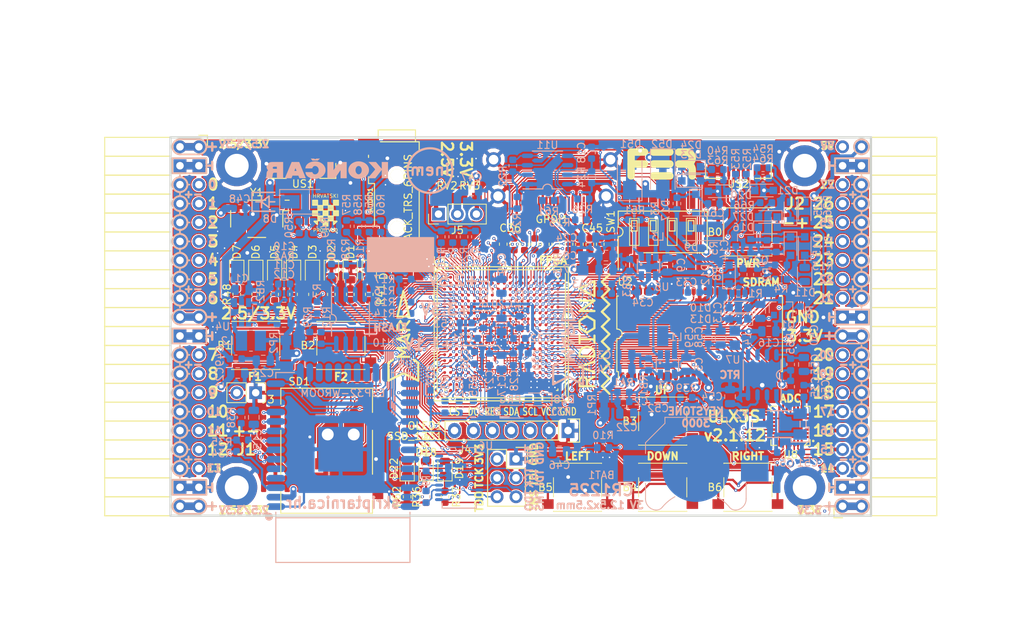
<source format=kicad_pcb>
(kicad_pcb (version 20171130) (host pcbnew 5.0.0+dfsg1-2)
  (layers (0 F.Cu signal) (1 In1.Cu signal) (2 In2.Cu signal) (31 B.Cu signal) (34 B.Paste user) (35 F.Paste user) (36 B.SilkS user) (37 F.SilkS user) (38 B.Mask user) (39 F.Mask user) (44 Edge.Cuts user))
  (net 0 "")
  (net 1 GND)
  (net 2 +5V)
  (net 3 /gpio/IN5V)
  (net 4 /gpio/OUT5V)
  (net 5 +3V3)
  (net 6 BTN_D)
  (net 7 BTN_F1)
  (net 8 BTN_F2)
  (net 9 BTN_L)
  (net 10 BTN_R)
  (net 11 BTN_U)
  (net 12 /power/FB1)
  (net 13 +2V5)
  (net 14 /power/PWREN)
  (net 15 /power/FB3)
  (net 16 /power/FB2)
  (net 17 /power/VBAT)
  (net 18 JTAG_TDI)
  (net 19 JTAG_TCK)
  (net 20 JTAG_TMS)
  (net 21 JTAG_TDO)
  (net 22 /power/WAKEUPn)
  (net 23 /power/WKUP)
  (net 24 /power/SHUT)
  (net 25 /power/WAKE)
  (net 26 /power/HOLD)
  (net 27 /power/WKn)
  (net 28 /power/OSCI_32k)
  (net 29 /power/OSCO_32k)
  (net 30 SHUTDOWN)
  (net 31 GPDI_SDA)
  (net 32 GPDI_SCL)
  (net 33 /gpdi/VREF2)
  (net 34 SD_CMD)
  (net 35 SD_CLK)
  (net 36 SD_D0)
  (net 37 SD_D1)
  (net 38 USB5V)
  (net 39 GPDI_CEC)
  (net 40 nRESET)
  (net 41 FTDI_nDTR)
  (net 42 SDRAM_CKE)
  (net 43 SDRAM_A7)
  (net 44 SDRAM_D15)
  (net 45 SDRAM_BA1)
  (net 46 SDRAM_D7)
  (net 47 SDRAM_A6)
  (net 48 SDRAM_CLK)
  (net 49 SDRAM_D13)
  (net 50 SDRAM_BA0)
  (net 51 SDRAM_D6)
  (net 52 SDRAM_A5)
  (net 53 SDRAM_D14)
  (net 54 SDRAM_A11)
  (net 55 SDRAM_D12)
  (net 56 SDRAM_D5)
  (net 57 SDRAM_A4)
  (net 58 SDRAM_A10)
  (net 59 SDRAM_D11)
  (net 60 SDRAM_A3)
  (net 61 SDRAM_D4)
  (net 62 SDRAM_D10)
  (net 63 SDRAM_D9)
  (net 64 SDRAM_A9)
  (net 65 SDRAM_D3)
  (net 66 SDRAM_D8)
  (net 67 SDRAM_A8)
  (net 68 SDRAM_A2)
  (net 69 SDRAM_A1)
  (net 70 SDRAM_A0)
  (net 71 SDRAM_D2)
  (net 72 SDRAM_D1)
  (net 73 SDRAM_D0)
  (net 74 SDRAM_DQM0)
  (net 75 SDRAM_nCS)
  (net 76 SDRAM_nRAS)
  (net 77 SDRAM_DQM1)
  (net 78 SDRAM_nCAS)
  (net 79 SDRAM_nWE)
  (net 80 /flash/FLASH_nWP)
  (net 81 /flash/FLASH_nHOLD)
  (net 82 /flash/FLASH_MOSI)
  (net 83 /flash/FLASH_MISO)
  (net 84 /flash/FLASH_SCK)
  (net 85 /flash/FLASH_nCS)
  (net 86 /flash/FPGA_PROGRAMN)
  (net 87 /flash/FPGA_DONE)
  (net 88 /flash/FPGA_INITN)
  (net 89 OLED_RES)
  (net 90 OLED_DC)
  (net 91 OLED_CS)
  (net 92 WIFI_EN)
  (net 93 FTDI_nRTS)
  (net 94 FTDI_TXD)
  (net 95 FTDI_RXD)
  (net 96 WIFI_RXD)
  (net 97 WIFI_GPIO0)
  (net 98 WIFI_TXD)
  (net 99 USB_FTDI_D+)
  (net 100 USB_FTDI_D-)
  (net 101 SD_D3)
  (net 102 AUDIO_L3)
  (net 103 AUDIO_L2)
  (net 104 AUDIO_L1)
  (net 105 AUDIO_L0)
  (net 106 AUDIO_R3)
  (net 107 AUDIO_R2)
  (net 108 AUDIO_R1)
  (net 109 AUDIO_R0)
  (net 110 OLED_CLK)
  (net 111 OLED_MOSI)
  (net 112 LED0)
  (net 113 LED1)
  (net 114 LED2)
  (net 115 LED3)
  (net 116 LED4)
  (net 117 LED5)
  (net 118 LED6)
  (net 119 LED7)
  (net 120 BTN_PWRn)
  (net 121 FTDI_nTXLED)
  (net 122 FTDI_nSLEEP)
  (net 123 /blinkey/LED_PWREN)
  (net 124 /blinkey/LED_TXLED)
  (net 125 /sdcard/SD3V3)
  (net 126 SD_D2)
  (net 127 CLK_25MHz)
  (net 128 /blinkey/BTNPUL)
  (net 129 /blinkey/BTNPUR)
  (net 130 USB_FPGA_D+)
  (net 131 /power/FTDI_nSUSPEND)
  (net 132 /blinkey/ALED0)
  (net 133 /blinkey/ALED1)
  (net 134 /blinkey/ALED2)
  (net 135 /blinkey/ALED3)
  (net 136 /blinkey/ALED4)
  (net 137 /blinkey/ALED5)
  (net 138 /blinkey/ALED6)
  (net 139 /blinkey/ALED7)
  (net 140 /usb/FTD-)
  (net 141 /usb/FTD+)
  (net 142 ADC_MISO)
  (net 143 ADC_MOSI)
  (net 144 ADC_CSn)
  (net 145 ADC_SCLK)
  (net 146 SW3)
  (net 147 SW2)
  (net 148 SW1)
  (net 149 USB_FPGA_D-)
  (net 150 /usb/FPD+)
  (net 151 /usb/FPD-)
  (net 152 WIFI_GPIO16)
  (net 153 /usb/ANT_433MHz)
  (net 154 PROG_DONE)
  (net 155 /power/P3V3)
  (net 156 /power/P2V5)
  (net 157 /power/L1)
  (net 158 /power/L3)
  (net 159 /power/L2)
  (net 160 FTDI_TXDEN)
  (net 161 SDRAM_A12)
  (net 162 /analog/AUDIO_V)
  (net 163 AUDIO_V3)
  (net 164 AUDIO_V2)
  (net 165 AUDIO_V1)
  (net 166 AUDIO_V0)
  (net 167 /blinkey/LED_WIFI)
  (net 168 /power/P1V1)
  (net 169 +1V1)
  (net 170 SW4)
  (net 171 /blinkey/SWPU)
  (net 172 /wifi/WIFIEN)
  (net 173 FT2V5)
  (net 174 GN0)
  (net 175 GP0)
  (net 176 GN1)
  (net 177 GP1)
  (net 178 GN2)
  (net 179 GP2)
  (net 180 GN3)
  (net 181 GP3)
  (net 182 GN4)
  (net 183 GP4)
  (net 184 GN5)
  (net 185 GP5)
  (net 186 GN6)
  (net 187 GP6)
  (net 188 GN14)
  (net 189 GP14)
  (net 190 GN15)
  (net 191 GP15)
  (net 192 GN16)
  (net 193 GP16)
  (net 194 GN17)
  (net 195 GP17)
  (net 196 GN18)
  (net 197 GP18)
  (net 198 GN19)
  (net 199 GP19)
  (net 200 GN20)
  (net 201 GP20)
  (net 202 GN21)
  (net 203 GP21)
  (net 204 GN22)
  (net 205 GP22)
  (net 206 GN23)
  (net 207 GP23)
  (net 208 GN24)
  (net 209 GP24)
  (net 210 GN25)
  (net 211 GP25)
  (net 212 GN26)
  (net 213 GP26)
  (net 214 GN27)
  (net 215 GP27)
  (net 216 GN7)
  (net 217 GP7)
  (net 218 GN8)
  (net 219 GP8)
  (net 220 GN9)
  (net 221 GP9)
  (net 222 GN10)
  (net 223 GP10)
  (net 224 GN11)
  (net 225 GP11)
  (net 226 GN12)
  (net 227 GP12)
  (net 228 GN13)
  (net 229 GP13)
  (net 230 WIFI_GPIO5)
  (net 231 WIFI_GPIO17)
  (net 232 USB_FPGA_PULL_D+)
  (net 233 USB_FPGA_PULL_D-)
  (net 234 "Net-(D23-Pad2)")
  (net 235 "Net-(D24-Pad1)")
  (net 236 "Net-(D25-Pad2)")
  (net 237 "Net-(D26-Pad1)")
  (net 238 /gpdi/GPDI_ETH+)
  (net 239 FPDI_ETH+)
  (net 240 /gpdi/GPDI_ETH-)
  (net 241 FPDI_ETH-)
  (net 242 /gpdi/GPDI_D2-)
  (net 243 FPDI_D2-)
  (net 244 /gpdi/GPDI_D1-)
  (net 245 FPDI_D1-)
  (net 246 /gpdi/GPDI_D0-)
  (net 247 FPDI_D0-)
  (net 248 /gpdi/GPDI_CLK-)
  (net 249 FPDI_CLK-)
  (net 250 /gpdi/GPDI_D2+)
  (net 251 FPDI_D2+)
  (net 252 /gpdi/GPDI_D1+)
  (net 253 FPDI_D1+)
  (net 254 /gpdi/GPDI_D0+)
  (net 255 FPDI_D0+)
  (net 256 /gpdi/GPDI_CLK+)
  (net 257 FPDI_CLK+)
  (net 258 FPDI_SDA)
  (net 259 FPDI_SCL)
  (net 260 /gpdi/FPDI_CEC)
  (net 261 2V5_3V3)
  (net 262 /usb/US2VBUS)
  (net 263 /power/SHD)
  (net 264 /power/RTCVDD)
  (net 265 "Net-(D27-Pad2)")
  (net 266 US2_ID)
  (net 267 /analog/AUDIO_L)
  (net 268 /analog/AUDIO_R)
  (net 269 /analog/ADC3V3)
  (net 270 PWRBTn)
  (net 271 USER_PROGRAMN)
  (module lfe5bg381:BGA-381_pitch0.8mm_dia0.4mm (layer F.Cu) (at 138.48 87.8)
    (fp_text reference U1 (at -8.2 -9.8) (layer F.SilkS))
    (fp_text value LFE5U-85F-6BG381C hide)
    (pad Y19 smd circle (at 6.8 7.6) (size 0.4 0.4) (layers F.Cu F.Paste F.Mask) (net 1 GND))
    (pad Y17 smd circle (at 5.2 7.6) (size 0.4 0.4) (layers F.Cu F.Paste F.Mask) (net 1 GND))
    (pad Y16 smd circle (at 4.4 7.6) (size 0.4 0.4) (layers F.Cu F.Paste F.Mask) (net 1 GND))
    (pad Y15 smd circle (at 3.6 7.6) (size 0.4 0.4) (layers F.Cu F.Paste F.Mask) (net 1 GND))
    (pad Y14 smd circle (at 2.8 7.6) (size 0.4 0.4) (layers F.Cu F.Paste F.Mask) (net 1 GND))
    (pad Y12 smd circle (at 1.2 7.6) (size 0.4 0.4) (layers F.Cu F.Paste F.Mask) (net 1 GND))
    (pad Y11 smd circle (at 0.4 7.6) (size 0.4 0.4) (layers F.Cu F.Paste F.Mask) (net 1 GND))
    (pad Y8 smd circle (at -2 7.6) (size 0.4 0.4) (layers F.Cu F.Paste F.Mask) (net 1 GND))
    (pad Y7 smd circle (at -2.8 7.6) (size 0.4 0.4) (layers F.Cu F.Paste F.Mask) (net 1 GND))
    (pad Y6 smd circle (at -3.6 7.6) (size 0.4 0.4) (layers F.Cu F.Paste F.Mask) (net 1 GND))
    (pad Y5 smd circle (at -4.4 7.6) (size 0.4 0.4) (layers F.Cu F.Paste F.Mask) (net 1 GND))
    (pad Y3 smd circle (at -6 7.6) (size 0.4 0.4) (layers F.Cu F.Paste F.Mask) (net 87 /flash/FPGA_DONE))
    (pad Y2 smd circle (at -6.8 7.6) (size 0.4 0.4) (layers F.Cu F.Paste F.Mask) (net 80 /flash/FLASH_nWP))
    (pad W20 smd circle (at 7.6 6.8) (size 0.4 0.4) (layers F.Cu F.Paste F.Mask) (net 1 GND))
    (pad W19 smd circle (at 6.8 6.8) (size 0.4 0.4) (layers F.Cu F.Paste F.Mask) (net 1 GND))
    (pad W18 smd circle (at 6 6.8) (size 0.4 0.4) (layers F.Cu F.Paste F.Mask))
    (pad W17 smd circle (at 5.2 6.8) (size 0.4 0.4) (layers F.Cu F.Paste F.Mask))
    (pad W16 smd circle (at 4.4 6.8) (size 0.4 0.4) (layers F.Cu F.Paste F.Mask) (net 1 GND))
    (pad W15 smd circle (at 3.6 6.8) (size 0.4 0.4) (layers F.Cu F.Paste F.Mask) (net 1 GND))
    (pad W14 smd circle (at 2.8 6.8) (size 0.4 0.4) (layers F.Cu F.Paste F.Mask))
    (pad W13 smd circle (at 2 6.8) (size 0.4 0.4) (layers F.Cu F.Paste F.Mask))
    (pad W12 smd circle (at 1.2 6.8) (size 0.4 0.4) (layers F.Cu F.Paste F.Mask) (net 1 GND))
    (pad W11 smd circle (at 0.4 6.8) (size 0.4 0.4) (layers F.Cu F.Paste F.Mask))
    (pad W10 smd circle (at -0.4 6.8) (size 0.4 0.4) (layers F.Cu F.Paste F.Mask))
    (pad W9 smd circle (at -1.2 6.8) (size 0.4 0.4) (layers F.Cu F.Paste F.Mask))
    (pad W8 smd circle (at -2 6.8) (size 0.4 0.4) (layers F.Cu F.Paste F.Mask))
    (pad W7 smd circle (at -2.8 6.8) (size 0.4 0.4) (layers F.Cu F.Paste F.Mask) (net 1 GND))
    (pad W6 smd circle (at -3.6 6.8) (size 0.4 0.4) (layers F.Cu F.Paste F.Mask) (net 1 GND))
    (pad W5 smd circle (at -4.4 6.8) (size 0.4 0.4) (layers F.Cu F.Paste F.Mask))
    (pad W4 smd circle (at -5.2 6.8) (size 0.4 0.4) (layers F.Cu F.Paste F.Mask))
    (pad W3 smd circle (at -6 6.8) (size 0.4 0.4) (layers F.Cu F.Paste F.Mask) (net 86 /flash/FPGA_PROGRAMN))
    (pad W2 smd circle (at -6.8 6.8) (size 0.4 0.4) (layers F.Cu F.Paste F.Mask) (net 82 /flash/FLASH_MOSI))
    (pad W1 smd circle (at -7.6 6.8) (size 0.4 0.4) (layers F.Cu F.Paste F.Mask) (net 81 /flash/FLASH_nHOLD))
    (pad V20 smd circle (at 7.6 6) (size 0.4 0.4) (layers F.Cu F.Paste F.Mask) (net 1 GND))
    (pad V19 smd circle (at 6.8 6) (size 0.4 0.4) (layers F.Cu F.Paste F.Mask) (net 1 GND))
    (pad V18 smd circle (at 6 6) (size 0.4 0.4) (layers F.Cu F.Paste F.Mask) (net 1 GND))
    (pad V17 smd circle (at 5.2 6) (size 0.4 0.4) (layers F.Cu F.Paste F.Mask) (net 1 GND))
    (pad V16 smd circle (at 4.4 6) (size 0.4 0.4) (layers F.Cu F.Paste F.Mask) (net 1 GND))
    (pad V15 smd circle (at 3.6 6) (size 0.4 0.4) (layers F.Cu F.Paste F.Mask) (net 1 GND))
    (pad V14 smd circle (at 2.8 6) (size 0.4 0.4) (layers F.Cu F.Paste F.Mask) (net 1 GND))
    (pad V13 smd circle (at 2 6) (size 0.4 0.4) (layers F.Cu F.Paste F.Mask) (net 1 GND))
    (pad V12 smd circle (at 1.2 6) (size 0.4 0.4) (layers F.Cu F.Paste F.Mask) (net 1 GND))
    (pad V11 smd circle (at 0.4 6) (size 0.4 0.4) (layers F.Cu F.Paste F.Mask) (net 1 GND))
    (pad V10 smd circle (at -0.4 6) (size 0.4 0.4) (layers F.Cu F.Paste F.Mask) (net 1 GND))
    (pad V9 smd circle (at -1.2 6) (size 0.4 0.4) (layers F.Cu F.Paste F.Mask) (net 1 GND))
    (pad V8 smd circle (at -2 6) (size 0.4 0.4) (layers F.Cu F.Paste F.Mask) (net 1 GND))
    (pad V7 smd circle (at -2.8 6) (size 0.4 0.4) (layers F.Cu F.Paste F.Mask) (net 1 GND))
    (pad V6 smd circle (at -3.6 6) (size 0.4 0.4) (layers F.Cu F.Paste F.Mask) (net 1 GND))
    (pad V5 smd circle (at -4.4 6) (size 0.4 0.4) (layers F.Cu F.Paste F.Mask) (net 1 GND))
    (pad V4 smd circle (at -5.2 6) (size 0.4 0.4) (layers F.Cu F.Paste F.Mask) (net 21 JTAG_TDO))
    (pad V3 smd circle (at -6 6) (size 0.4 0.4) (layers F.Cu F.Paste F.Mask) (net 88 /flash/FPGA_INITN))
    (pad V2 smd circle (at -6.8 6) (size 0.4 0.4) (layers F.Cu F.Paste F.Mask) (net 83 /flash/FLASH_MISO))
    (pad V1 smd circle (at -7.6 6) (size 0.4 0.4) (layers F.Cu F.Paste F.Mask) (net 6 BTN_D))
    (pad U20 smd circle (at 7.6 5.2) (size 0.4 0.4) (layers F.Cu F.Paste F.Mask) (net 46 SDRAM_D7))
    (pad U19 smd circle (at 6.8 5.2) (size 0.4 0.4) (layers F.Cu F.Paste F.Mask) (net 74 SDRAM_DQM0))
    (pad U18 smd circle (at 6 5.2) (size 0.4 0.4) (layers F.Cu F.Paste F.Mask) (net 189 GP14))
    (pad U17 smd circle (at 5.2 5.2) (size 0.4 0.4) (layers F.Cu F.Paste F.Mask) (net 188 GN14))
    (pad U16 smd circle (at 4.4 5.2) (size 0.4 0.4) (layers F.Cu F.Paste F.Mask) (net 142 ADC_MISO))
    (pad U15 smd circle (at 3.6 5.2) (size 0.4 0.4) (layers F.Cu F.Paste F.Mask) (net 1 GND))
    (pad U14 smd circle (at 2.8 5.2) (size 0.4 0.4) (layers F.Cu F.Paste F.Mask) (net 1 GND))
    (pad U13 smd circle (at 2 5.2) (size 0.4 0.4) (layers F.Cu F.Paste F.Mask) (net 1 GND))
    (pad U12 smd circle (at 1.2 5.2) (size 0.4 0.4) (layers F.Cu F.Paste F.Mask) (net 1 GND))
    (pad U11 smd circle (at 0.4 5.2) (size 0.4 0.4) (layers F.Cu F.Paste F.Mask) (net 1 GND))
    (pad U10 smd circle (at -0.4 5.2) (size 0.4 0.4) (layers F.Cu F.Paste F.Mask) (net 1 GND))
    (pad U9 smd circle (at -1.2 5.2) (size 0.4 0.4) (layers F.Cu F.Paste F.Mask) (net 1 GND))
    (pad U8 smd circle (at -2 5.2) (size 0.4 0.4) (layers F.Cu F.Paste F.Mask) (net 1 GND))
    (pad U7 smd circle (at -2.8 5.2) (size 0.4 0.4) (layers F.Cu F.Paste F.Mask) (net 1 GND))
    (pad U6 smd circle (at -3.6 5.2) (size 0.4 0.4) (layers F.Cu F.Paste F.Mask) (net 1 GND))
    (pad U5 smd circle (at -4.4 5.2) (size 0.4 0.4) (layers F.Cu F.Paste F.Mask) (net 20 JTAG_TMS))
    (pad U4 smd circle (at -5.2 5.2) (size 0.4 0.4) (layers F.Cu F.Paste F.Mask) (net 1 GND))
    (pad U3 smd circle (at -6 5.2) (size 0.4 0.4) (layers F.Cu F.Paste F.Mask) (net 84 /flash/FLASH_SCK))
    (pad U2 smd circle (at -6.8 5.2) (size 0.4 0.4) (layers F.Cu F.Paste F.Mask) (net 5 +3V3))
    (pad U1 smd circle (at -7.6 5.2) (size 0.4 0.4) (layers F.Cu F.Paste F.Mask) (net 9 BTN_L))
    (pad T20 smd circle (at 7.6 4.4) (size 0.4 0.4) (layers F.Cu F.Paste F.Mask) (net 79 SDRAM_nWE))
    (pad T19 smd circle (at 6.8 4.4) (size 0.4 0.4) (layers F.Cu F.Paste F.Mask) (net 78 SDRAM_nCAS))
    (pad T18 smd circle (at 6 4.4) (size 0.4 0.4) (layers F.Cu F.Paste F.Mask) (net 56 SDRAM_D5))
    (pad T17 smd circle (at 5.2 4.4) (size 0.4 0.4) (layers F.Cu F.Paste F.Mask) (net 51 SDRAM_D6))
    (pad T16 smd circle (at 4.4 4.4) (size 0.4 0.4) (layers F.Cu F.Paste F.Mask))
    (pad T15 smd circle (at 3.6 4.4) (size 0.4 0.4) (layers F.Cu F.Paste F.Mask) (net 1 GND))
    (pad T14 smd circle (at 2.8 4.4) (size 0.4 0.4) (layers F.Cu F.Paste F.Mask) (net 1 GND))
    (pad T13 smd circle (at 2 4.4) (size 0.4 0.4) (layers F.Cu F.Paste F.Mask) (net 1 GND))
    (pad T12 smd circle (at 1.2 4.4) (size 0.4 0.4) (layers F.Cu F.Paste F.Mask) (net 1 GND))
    (pad T11 smd circle (at 0.4 4.4) (size 0.4 0.4) (layers F.Cu F.Paste F.Mask) (net 1 GND))
    (pad T10 smd circle (at -0.4 4.4) (size 0.4 0.4) (layers F.Cu F.Paste F.Mask) (net 1 GND))
    (pad T9 smd circle (at -1.2 4.4) (size 0.4 0.4) (layers F.Cu F.Paste F.Mask) (net 1 GND))
    (pad T8 smd circle (at -2 4.4) (size 0.4 0.4) (layers F.Cu F.Paste F.Mask) (net 1 GND))
    (pad T7 smd circle (at -2.8 4.4) (size 0.4 0.4) (layers F.Cu F.Paste F.Mask) (net 1 GND))
    (pad T6 smd circle (at -3.6 4.4) (size 0.4 0.4) (layers F.Cu F.Paste F.Mask) (net 1 GND))
    (pad T5 smd circle (at -4.4 4.4) (size 0.4 0.4) (layers F.Cu F.Paste F.Mask) (net 19 JTAG_TCK))
    (pad T4 smd circle (at -5.2 4.4) (size 0.4 0.4) (layers F.Cu F.Paste F.Mask) (net 5 +3V3))
    (pad T3 smd circle (at -6 4.4) (size 0.4 0.4) (layers F.Cu F.Paste F.Mask) (net 5 +3V3))
    (pad T2 smd circle (at -6.8 4.4) (size 0.4 0.4) (layers F.Cu F.Paste F.Mask) (net 5 +3V3))
    (pad T1 smd circle (at -7.6 4.4) (size 0.4 0.4) (layers F.Cu F.Paste F.Mask) (net 8 BTN_F2))
    (pad R20 smd circle (at 7.6 3.6) (size 0.4 0.4) (layers F.Cu F.Paste F.Mask) (net 76 SDRAM_nRAS))
    (pad R19 smd circle (at 6.8 3.6) (size 0.4 0.4) (layers F.Cu F.Paste F.Mask) (net 1 GND))
    (pad R18 smd circle (at 6 3.6) (size 0.4 0.4) (layers F.Cu F.Paste F.Mask) (net 11 BTN_U))
    (pad R17 smd circle (at 5.2 3.6) (size 0.4 0.4) (layers F.Cu F.Paste F.Mask) (net 144 ADC_CSn))
    (pad R16 smd circle (at 4.4 3.6) (size 0.4 0.4) (layers F.Cu F.Paste F.Mask) (net 143 ADC_MOSI))
    (pad R5 smd circle (at -4.4 3.6) (size 0.4 0.4) (layers F.Cu F.Paste F.Mask) (net 18 JTAG_TDI))
    (pad R4 smd circle (at -5.2 3.6) (size 0.4 0.4) (layers F.Cu F.Paste F.Mask) (net 1 GND))
    (pad R3 smd circle (at -6 3.6) (size 0.4 0.4) (layers F.Cu F.Paste F.Mask))
    (pad R2 smd circle (at -6.8 3.6) (size 0.4 0.4) (layers F.Cu F.Paste F.Mask) (net 85 /flash/FLASH_nCS))
    (pad R1 smd circle (at -7.6 3.6) (size 0.4 0.4) (layers F.Cu F.Paste F.Mask) (net 7 BTN_F1))
    (pad P20 smd circle (at 7.6 2.8) (size 0.4 0.4) (layers F.Cu F.Paste F.Mask) (net 75 SDRAM_nCS))
    (pad P19 smd circle (at 6.8 2.8) (size 0.4 0.4) (layers F.Cu F.Paste F.Mask) (net 50 SDRAM_BA0))
    (pad P18 smd circle (at 6 2.8) (size 0.4 0.4) (layers F.Cu F.Paste F.Mask) (net 61 SDRAM_D4))
    (pad P17 smd circle (at 5.2 2.8) (size 0.4 0.4) (layers F.Cu F.Paste F.Mask) (net 145 ADC_SCLK))
    (pad P16 smd circle (at 4.4 2.8) (size 0.4 0.4) (layers F.Cu F.Paste F.Mask) (net 190 GN15))
    (pad P15 smd circle (at 3.6 2.8) (size 0.4 0.4) (layers F.Cu F.Paste F.Mask) (net 13 +2V5))
    (pad P14 smd circle (at 2.8 2.8) (size 0.4 0.4) (layers F.Cu F.Paste F.Mask) (net 1 GND))
    (pad P13 smd circle (at 2 2.8) (size 0.4 0.4) (layers F.Cu F.Paste F.Mask) (net 1 GND))
    (pad P12 smd circle (at 1.2 2.8) (size 0.4 0.4) (layers F.Cu F.Paste F.Mask) (net 1 GND))
    (pad P11 smd circle (at 0.4 2.8) (size 0.4 0.4) (layers F.Cu F.Paste F.Mask) (net 1 GND))
    (pad P10 smd circle (at -0.4 2.8) (size 0.4 0.4) (layers F.Cu F.Paste F.Mask) (net 5 +3V3))
    (pad P9 smd circle (at -1.2 2.8) (size 0.4 0.4) (layers F.Cu F.Paste F.Mask) (net 5 +3V3))
    (pad P8 smd circle (at -2 2.8) (size 0.4 0.4) (layers F.Cu F.Paste F.Mask) (net 1 GND))
    (pad P7 smd circle (at -2.8 2.8) (size 0.4 0.4) (layers F.Cu F.Paste F.Mask) (net 1 GND))
    (pad P6 smd circle (at -3.6 2.8) (size 0.4 0.4) (layers F.Cu F.Paste F.Mask) (net 13 +2V5))
    (pad P5 smd circle (at -4.4 2.8) (size 0.4 0.4) (layers F.Cu F.Paste F.Mask))
    (pad P4 smd circle (at -5.2 2.8) (size 0.4 0.4) (layers F.Cu F.Paste F.Mask) (net 110 OLED_CLK))
    (pad P3 smd circle (at -6 2.8) (size 0.4 0.4) (layers F.Cu F.Paste F.Mask) (net 111 OLED_MOSI))
    (pad P2 smd circle (at -6.8 2.8) (size 0.4 0.4) (layers F.Cu F.Paste F.Mask) (net 89 OLED_RES))
    (pad P1 smd circle (at -7.6 2.8) (size 0.4 0.4) (layers F.Cu F.Paste F.Mask) (net 90 OLED_DC))
    (pad N20 smd circle (at 7.6 2) (size 0.4 0.4) (layers F.Cu F.Paste F.Mask) (net 45 SDRAM_BA1))
    (pad N19 smd circle (at 6.8 2) (size 0.4 0.4) (layers F.Cu F.Paste F.Mask) (net 58 SDRAM_A10))
    (pad N18 smd circle (at 6 2) (size 0.4 0.4) (layers F.Cu F.Paste F.Mask) (net 65 SDRAM_D3))
    (pad N17 smd circle (at 5.2 2) (size 0.4 0.4) (layers F.Cu F.Paste F.Mask) (net 191 GP15))
    (pad N16 smd circle (at 4.4 2) (size 0.4 0.4) (layers F.Cu F.Paste F.Mask) (net 193 GP16))
    (pad N15 smd circle (at 3.6 2) (size 0.4 0.4) (layers F.Cu F.Paste F.Mask) (net 1 GND))
    (pad N14 smd circle (at 2.8 2) (size 0.4 0.4) (layers F.Cu F.Paste F.Mask) (net 1 GND))
    (pad N13 smd circle (at 2 2) (size 0.4 0.4) (layers F.Cu F.Paste F.Mask) (net 169 +1V1))
    (pad N12 smd circle (at 1.2 2) (size 0.4 0.4) (layers F.Cu F.Paste F.Mask) (net 169 +1V1))
    (pad N11 smd circle (at 0.4 2) (size 0.4 0.4) (layers F.Cu F.Paste F.Mask) (net 169 +1V1))
    (pad N10 smd circle (at -0.4 2) (size 0.4 0.4) (layers F.Cu F.Paste F.Mask) (net 169 +1V1))
    (pad N9 smd circle (at -1.2 2) (size 0.4 0.4) (layers F.Cu F.Paste F.Mask) (net 169 +1V1))
    (pad N8 smd circle (at -2 2) (size 0.4 0.4) (layers F.Cu F.Paste F.Mask) (net 169 +1V1))
    (pad N7 smd circle (at -2.8 2) (size 0.4 0.4) (layers F.Cu F.Paste F.Mask) (net 1 GND))
    (pad N6 smd circle (at -3.6 2) (size 0.4 0.4) (layers F.Cu F.Paste F.Mask) (net 1 GND))
    (pad N5 smd circle (at -4.4 2) (size 0.4 0.4) (layers F.Cu F.Paste F.Mask))
    (pad N4 smd circle (at -5.2 2) (size 0.4 0.4) (layers F.Cu F.Paste F.Mask) (net 230 WIFI_GPIO5))
    (pad N3 smd circle (at -6 2) (size 0.4 0.4) (layers F.Cu F.Paste F.Mask) (net 231 WIFI_GPIO17))
    (pad N2 smd circle (at -6.8 2) (size 0.4 0.4) (layers F.Cu F.Paste F.Mask) (net 91 OLED_CS))
    (pad N1 smd circle (at -7.6 2) (size 0.4 0.4) (layers F.Cu F.Paste F.Mask) (net 41 FTDI_nDTR))
    (pad M20 smd circle (at 7.6 1.2) (size 0.4 0.4) (layers F.Cu F.Paste F.Mask) (net 70 SDRAM_A0))
    (pad M19 smd circle (at 6.8 1.2) (size 0.4 0.4) (layers F.Cu F.Paste F.Mask) (net 69 SDRAM_A1))
    (pad M18 smd circle (at 6 1.2) (size 0.4 0.4) (layers F.Cu F.Paste F.Mask) (net 71 SDRAM_D2))
    (pad M17 smd circle (at 5.2 1.2) (size 0.4 0.4) (layers F.Cu F.Paste F.Mask) (net 192 GN16))
    (pad M16 smd circle (at 4.4 1.2) (size 0.4 0.4) (layers F.Cu F.Paste F.Mask) (net 1 GND))
    (pad M15 smd circle (at 3.6 1.2) (size 0.4 0.4) (layers F.Cu F.Paste F.Mask) (net 5 +3V3))
    (pad M14 smd circle (at 2.8 1.2) (size 0.4 0.4) (layers F.Cu F.Paste F.Mask) (net 1 GND))
    (pad M13 smd circle (at 2 1.2) (size 0.4 0.4) (layers F.Cu F.Paste F.Mask) (net 169 +1V1))
    (pad M12 smd circle (at 1.2 1.2) (size 0.4 0.4) (layers F.Cu F.Paste F.Mask) (net 1 GND))
    (pad M11 smd circle (at 0.4 1.2) (size 0.4 0.4) (layers F.Cu F.Paste F.Mask) (net 1 GND))
    (pad M10 smd circle (at -0.4 1.2) (size 0.4 0.4) (layers F.Cu F.Paste F.Mask) (net 1 GND))
    (pad M9 smd circle (at -1.2 1.2) (size 0.4 0.4) (layers F.Cu F.Paste F.Mask) (net 1 GND))
    (pad M8 smd circle (at -2 1.2) (size 0.4 0.4) (layers F.Cu F.Paste F.Mask) (net 169 +1V1))
    (pad M7 smd circle (at -2.8 1.2) (size 0.4 0.4) (layers F.Cu F.Paste F.Mask) (net 1 GND))
    (pad M6 smd circle (at -3.6 1.2) (size 0.4 0.4) (layers F.Cu F.Paste F.Mask) (net 5 +3V3))
    (pad M5 smd circle (at -4.4 1.2) (size 0.4 0.4) (layers F.Cu F.Paste F.Mask))
    (pad M4 smd circle (at -5.2 1.2) (size 0.4 0.4) (layers F.Cu F.Paste F.Mask) (net 271 USER_PROGRAMN))
    (pad M3 smd circle (at -6 1.2) (size 0.4 0.4) (layers F.Cu F.Paste F.Mask) (net 93 FTDI_nRTS))
    (pad M2 smd circle (at -6.8 1.2) (size 0.4 0.4) (layers F.Cu F.Paste F.Mask) (net 1 GND))
    (pad M1 smd circle (at -7.6 1.2) (size 0.4 0.4) (layers F.Cu F.Paste F.Mask) (net 94 FTDI_TXD))
    (pad L20 smd circle (at 7.6 0.4) (size 0.4 0.4) (layers F.Cu F.Paste F.Mask) (net 68 SDRAM_A2))
    (pad L19 smd circle (at 6.8 0.4) (size 0.4 0.4) (layers F.Cu F.Paste F.Mask) (net 60 SDRAM_A3))
    (pad L18 smd circle (at 6 0.4) (size 0.4 0.4) (layers F.Cu F.Paste F.Mask) (net 72 SDRAM_D1))
    (pad L17 smd circle (at 5.2 0.4) (size 0.4 0.4) (layers F.Cu F.Paste F.Mask) (net 194 GN17))
    (pad L16 smd circle (at 4.4 0.4) (size 0.4 0.4) (layers F.Cu F.Paste F.Mask) (net 195 GP17))
    (pad L15 smd circle (at 3.6 0.4) (size 0.4 0.4) (layers F.Cu F.Paste F.Mask) (net 5 +3V3))
    (pad L14 smd circle (at 2.8 0.4) (size 0.4 0.4) (layers F.Cu F.Paste F.Mask) (net 5 +3V3))
    (pad L13 smd circle (at 2 0.4) (size 0.4 0.4) (layers F.Cu F.Paste F.Mask) (net 169 +1V1))
    (pad L12 smd circle (at 1.2 0.4) (size 0.4 0.4) (layers F.Cu F.Paste F.Mask) (net 1 GND))
    (pad L11 smd circle (at 0.4 0.4) (size 0.4 0.4) (layers F.Cu F.Paste F.Mask) (net 1 GND))
    (pad L10 smd circle (at -0.4 0.4) (size 0.4 0.4) (layers F.Cu F.Paste F.Mask) (net 1 GND))
    (pad L9 smd circle (at -1.2 0.4) (size 0.4 0.4) (layers F.Cu F.Paste F.Mask) (net 1 GND))
    (pad L8 smd circle (at -2 0.4) (size 0.4 0.4) (layers F.Cu F.Paste F.Mask) (net 169 +1V1))
    (pad L7 smd circle (at -2.8 0.4) (size 0.4 0.4) (layers F.Cu F.Paste F.Mask) (net 5 +3V3))
    (pad L6 smd circle (at -3.6 0.4) (size 0.4 0.4) (layers F.Cu F.Paste F.Mask) (net 5 +3V3))
    (pad L5 smd circle (at -4.4 0.4) (size 0.4 0.4) (layers F.Cu F.Paste F.Mask))
    (pad L4 smd circle (at -5.2 0.4) (size 0.4 0.4) (layers F.Cu F.Paste F.Mask) (net 95 FTDI_RXD))
    (pad L3 smd circle (at -6 0.4) (size 0.4 0.4) (layers F.Cu F.Paste F.Mask) (net 160 FTDI_TXDEN))
    (pad L2 smd circle (at -6.8 0.4) (size 0.4 0.4) (layers F.Cu F.Paste F.Mask) (net 97 WIFI_GPIO0))
    (pad L1 smd circle (at -7.6 0.4) (size 0.4 0.4) (layers F.Cu F.Paste F.Mask) (net 152 WIFI_GPIO16))
    (pad K20 smd circle (at 7.6 -0.4) (size 0.4 0.4) (layers F.Cu F.Paste F.Mask) (net 57 SDRAM_A4))
    (pad K19 smd circle (at 6.8 -0.4) (size 0.4 0.4) (layers F.Cu F.Paste F.Mask) (net 52 SDRAM_A5))
    (pad K18 smd circle (at 6 -0.4) (size 0.4 0.4) (layers F.Cu F.Paste F.Mask) (net 47 SDRAM_A6))
    (pad K17 smd circle (at 5.2 -0.4) (size 0.4 0.4) (layers F.Cu F.Paste F.Mask))
    (pad K16 smd circle (at 4.4 -0.4) (size 0.4 0.4) (layers F.Cu F.Paste F.Mask))
    (pad K15 smd circle (at 3.6 -0.4) (size 0.4 0.4) (layers F.Cu F.Paste F.Mask) (net 1 GND))
    (pad K14 smd circle (at 2.8 -0.4) (size 0.4 0.4) (layers F.Cu F.Paste F.Mask) (net 1 GND))
    (pad K13 smd circle (at 2 -0.4) (size 0.4 0.4) (layers F.Cu F.Paste F.Mask) (net 169 +1V1))
    (pad K12 smd circle (at 1.2 -0.4) (size 0.4 0.4) (layers F.Cu F.Paste F.Mask) (net 1 GND))
    (pad K11 smd circle (at 0.4 -0.4) (size 0.4 0.4) (layers F.Cu F.Paste F.Mask) (net 1 GND))
    (pad K10 smd circle (at -0.4 -0.4) (size 0.4 0.4) (layers F.Cu F.Paste F.Mask) (net 1 GND))
    (pad K9 smd circle (at -1.2 -0.4) (size 0.4 0.4) (layers F.Cu F.Paste F.Mask) (net 1 GND))
    (pad K8 smd circle (at -2 -0.4) (size 0.4 0.4) (layers F.Cu F.Paste F.Mask) (net 169 +1V1))
    (pad K7 smd circle (at -2.8 -0.4) (size 0.4 0.4) (layers F.Cu F.Paste F.Mask) (net 1 GND))
    (pad K6 smd circle (at -3.6 -0.4) (size 0.4 0.4) (layers F.Cu F.Paste F.Mask) (net 1 GND))
    (pad K5 smd circle (at -4.4 -0.4) (size 0.4 0.4) (layers F.Cu F.Paste F.Mask))
    (pad K4 smd circle (at -5.2 -0.4) (size 0.4 0.4) (layers F.Cu F.Paste F.Mask) (net 98 WIFI_TXD))
    (pad K3 smd circle (at -6 -0.4) (size 0.4 0.4) (layers F.Cu F.Paste F.Mask) (net 96 WIFI_RXD))
    (pad K2 smd circle (at -6.8 -0.4) (size 0.4 0.4) (layers F.Cu F.Paste F.Mask) (net 101 SD_D3))
    (pad K1 smd circle (at -7.6 -0.4) (size 0.4 0.4) (layers F.Cu F.Paste F.Mask) (net 126 SD_D2))
    (pad J20 smd circle (at 7.6 -1.2) (size 0.4 0.4) (layers F.Cu F.Paste F.Mask) (net 43 SDRAM_A7))
    (pad J19 smd circle (at 6.8 -1.2) (size 0.4 0.4) (layers F.Cu F.Paste F.Mask) (net 67 SDRAM_A8))
    (pad J18 smd circle (at 6 -1.2) (size 0.4 0.4) (layers F.Cu F.Paste F.Mask) (net 53 SDRAM_D14))
    (pad J17 smd circle (at 5.2 -1.2) (size 0.4 0.4) (layers F.Cu F.Paste F.Mask) (net 44 SDRAM_D15))
    (pad J16 smd circle (at 4.4 -1.2) (size 0.4 0.4) (layers F.Cu F.Paste F.Mask) (net 73 SDRAM_D0))
    (pad J15 smd circle (at 3.6 -1.2) (size 0.4 0.4) (layers F.Cu F.Paste F.Mask) (net 5 +3V3))
    (pad J14 smd circle (at 2.8 -1.2) (size 0.4 0.4) (layers F.Cu F.Paste F.Mask) (net 1 GND))
    (pad J13 smd circle (at 2 -1.2) (size 0.4 0.4) (layers F.Cu F.Paste F.Mask) (net 169 +1V1))
    (pad J12 smd circle (at 1.2 -1.2) (size 0.4 0.4) (layers F.Cu F.Paste F.Mask) (net 1 GND))
    (pad J11 smd circle (at 0.4 -1.2) (size 0.4 0.4) (layers F.Cu F.Paste F.Mask) (net 1 GND))
    (pad J10 smd circle (at -0.4 -1.2) (size 0.4 0.4) (layers F.Cu F.Paste F.Mask) (net 1 GND))
    (pad J9 smd circle (at -1.2 -1.2) (size 0.4 0.4) (layers F.Cu F.Paste F.Mask) (net 1 GND))
    (pad J8 smd circle (at -2 -1.2) (size 0.4 0.4) (layers F.Cu F.Paste F.Mask) (net 169 +1V1))
    (pad J7 smd circle (at -2.8 -1.2) (size 0.4 0.4) (layers F.Cu F.Paste F.Mask) (net 1 GND))
    (pad J6 smd circle (at -3.6 -1.2) (size 0.4 0.4) (layers F.Cu F.Paste F.Mask) (net 261 2V5_3V3))
    (pad J5 smd circle (at -4.4 -1.2) (size 0.4 0.4) (layers F.Cu F.Paste F.Mask))
    (pad J4 smd circle (at -5.2 -1.2) (size 0.4 0.4) (layers F.Cu F.Paste F.Mask))
    (pad J3 smd circle (at -6 -1.2) (size 0.4 0.4) (layers F.Cu F.Paste F.Mask) (net 36 SD_D0))
    (pad J2 smd circle (at -6.8 -1.2) (size 0.4 0.4) (layers F.Cu F.Paste F.Mask) (net 1 GND))
    (pad J1 smd circle (at -7.6 -1.2) (size 0.4 0.4) (layers F.Cu F.Paste F.Mask) (net 34 SD_CMD))
    (pad H20 smd circle (at 7.6 -2) (size 0.4 0.4) (layers F.Cu F.Paste F.Mask) (net 64 SDRAM_A9))
    (pad H19 smd circle (at 6.8 -2) (size 0.4 0.4) (layers F.Cu F.Paste F.Mask) (net 1 GND))
    (pad H18 smd circle (at 6 -2) (size 0.4 0.4) (layers F.Cu F.Paste F.Mask) (net 197 GP18))
    (pad H17 smd circle (at 5.2 -2) (size 0.4 0.4) (layers F.Cu F.Paste F.Mask) (net 196 GN18))
    (pad H16 smd circle (at 4.4 -2) (size 0.4 0.4) (layers F.Cu F.Paste F.Mask) (net 10 BTN_R))
    (pad H15 smd circle (at 3.6 -2) (size 0.4 0.4) (layers F.Cu F.Paste F.Mask) (net 5 +3V3))
    (pad H14 smd circle (at 2.8 -2) (size 0.4 0.4) (layers F.Cu F.Paste F.Mask) (net 5 +3V3))
    (pad H13 smd circle (at 2 -2) (size 0.4 0.4) (layers F.Cu F.Paste F.Mask) (net 169 +1V1))
    (pad H12 smd circle (at 1.2 -2) (size 0.4 0.4) (layers F.Cu F.Paste F.Mask) (net 169 +1V1))
    (pad H11 smd circle (at 0.4 -2) (size 0.4 0.4) (layers F.Cu F.Paste F.Mask) (net 169 +1V1))
    (pad H10 smd circle (at -0.4 -2) (size 0.4 0.4) (layers F.Cu F.Paste F.Mask) (net 169 +1V1))
    (pad H9 smd circle (at -1.2 -2) (size 0.4 0.4) (layers F.Cu F.Paste F.Mask) (net 169 +1V1))
    (pad H8 smd circle (at -2 -2) (size 0.4 0.4) (layers F.Cu F.Paste F.Mask) (net 169 +1V1))
    (pad H7 smd circle (at -2.8 -2) (size 0.4 0.4) (layers F.Cu F.Paste F.Mask) (net 261 2V5_3V3))
    (pad H6 smd circle (at -3.6 -2) (size 0.4 0.4) (layers F.Cu F.Paste F.Mask) (net 261 2V5_3V3))
    (pad H5 smd circle (at -4.4 -2) (size 0.4 0.4) (layers F.Cu F.Paste F.Mask) (net 166 AUDIO_V0))
    (pad H4 smd circle (at -5.2 -2) (size 0.4 0.4) (layers F.Cu F.Paste F.Mask) (net 229 GP13))
    (pad H3 smd circle (at -6 -2) (size 0.4 0.4) (layers F.Cu F.Paste F.Mask) (net 119 LED7))
    (pad H2 smd circle (at -6.8 -2) (size 0.4 0.4) (layers F.Cu F.Paste F.Mask) (net 35 SD_CLK))
    (pad H1 smd circle (at -7.6 -2) (size 0.4 0.4) (layers F.Cu F.Paste F.Mask) (net 37 SD_D1))
    (pad G20 smd circle (at 7.6 -2.8) (size 0.4 0.4) (layers F.Cu F.Paste F.Mask) (net 54 SDRAM_A11))
    (pad G19 smd circle (at 6.8 -2.8) (size 0.4 0.4) (layers F.Cu F.Paste F.Mask) (net 161 SDRAM_A12))
    (pad G18 smd circle (at 6 -2.8) (size 0.4 0.4) (layers F.Cu F.Paste F.Mask) (net 198 GN19))
    (pad G17 smd circle (at 5.2 -2.8) (size 0.4 0.4) (layers F.Cu F.Paste F.Mask) (net 1 GND))
    (pad G16 smd circle (at 4.4 -2.8) (size 0.4 0.4) (layers F.Cu F.Paste F.Mask) (net 30 SHUTDOWN))
    (pad G15 smd circle (at 3.6 -2.8) (size 0.4 0.4) (layers F.Cu F.Paste F.Mask) (net 1 GND))
    (pad G14 smd circle (at 2.8 -2.8) (size 0.4 0.4) (layers F.Cu F.Paste F.Mask) (net 1 GND))
    (pad G13 smd circle (at 2 -2.8) (size 0.4 0.4) (layers F.Cu F.Paste F.Mask) (net 1 GND))
    (pad G12 smd circle (at 1.2 -2.8) (size 0.4 0.4) (layers F.Cu F.Paste F.Mask) (net 1 GND))
    (pad G11 smd circle (at 0.4 -2.8) (size 0.4 0.4) (layers F.Cu F.Paste F.Mask) (net 1 GND))
    (pad G10 smd circle (at -0.4 -2.8) (size 0.4 0.4) (layers F.Cu F.Paste F.Mask) (net 1 GND))
    (pad G9 smd circle (at -1.2 -2.8) (size 0.4 0.4) (layers F.Cu F.Paste F.Mask) (net 1 GND))
    (pad G8 smd circle (at -2 -2.8) (size 0.4 0.4) (layers F.Cu F.Paste F.Mask) (net 1 GND))
    (pad G7 smd circle (at -2.8 -2.8) (size 0.4 0.4) (layers F.Cu F.Paste F.Mask) (net 1 GND))
    (pad G6 smd circle (at -3.6 -2.8) (size 0.4 0.4) (layers F.Cu F.Paste F.Mask) (net 1 GND))
    (pad G5 smd circle (at -4.4 -2.8) (size 0.4 0.4) (layers F.Cu F.Paste F.Mask) (net 228 GN13))
    (pad G4 smd circle (at -5.2 -2.8) (size 0.4 0.4) (layers F.Cu F.Paste F.Mask) (net 1 GND))
    (pad G3 smd circle (at -6 -2.8) (size 0.4 0.4) (layers F.Cu F.Paste F.Mask) (net 227 GP12))
    (pad G2 smd circle (at -6.8 -2.8) (size 0.4 0.4) (layers F.Cu F.Paste F.Mask) (net 127 CLK_25MHz))
    (pad G1 smd circle (at -7.6 -2.8) (size 0.4 0.4) (layers F.Cu F.Paste F.Mask) (net 153 /usb/ANT_433MHz))
    (pad F20 smd circle (at 7.6 -3.6) (size 0.4 0.4) (layers F.Cu F.Paste F.Mask) (net 42 SDRAM_CKE))
    (pad F19 smd circle (at 6.8 -3.6) (size 0.4 0.4) (layers F.Cu F.Paste F.Mask) (net 48 SDRAM_CLK))
    (pad F18 smd circle (at 6 -3.6) (size 0.4 0.4) (layers F.Cu F.Paste F.Mask) (net 49 SDRAM_D13))
    (pad F17 smd circle (at 5.2 -3.6) (size 0.4 0.4) (layers F.Cu F.Paste F.Mask) (net 199 GP19))
    (pad F16 smd circle (at 4.4 -3.6) (size 0.4 0.4) (layers F.Cu F.Paste F.Mask) (net 149 USB_FPGA_D-))
    (pad F15 smd circle (at 3.6 -3.6) (size 0.4 0.4) (layers F.Cu F.Paste F.Mask) (net 13 +2V5))
    (pad F14 smd circle (at 2.8 -3.6) (size 0.4 0.4) (layers F.Cu F.Paste F.Mask) (net 1 GND))
    (pad F13 smd circle (at 2 -3.6) (size 0.4 0.4) (layers F.Cu F.Paste F.Mask) (net 1 GND))
    (pad F12 smd circle (at 1.2 -3.6) (size 0.4 0.4) (layers F.Cu F.Paste F.Mask) (net 5 +3V3))
    (pad F11 smd circle (at 0.4 -3.6) (size 0.4 0.4) (layers F.Cu F.Paste F.Mask) (net 5 +3V3))
    (pad F10 smd circle (at -0.4 -3.6) (size 0.4 0.4) (layers F.Cu F.Paste F.Mask) (net 261 2V5_3V3))
    (pad F9 smd circle (at -1.2 -3.6) (size 0.4 0.4) (layers F.Cu F.Paste F.Mask) (net 261 2V5_3V3))
    (pad F8 smd circle (at -2 -3.6) (size 0.4 0.4) (layers F.Cu F.Paste F.Mask) (net 1 GND))
    (pad F7 smd circle (at -2.8 -3.6) (size 0.4 0.4) (layers F.Cu F.Paste F.Mask) (net 1 GND))
    (pad F6 smd circle (at -3.6 -3.6) (size 0.4 0.4) (layers F.Cu F.Paste F.Mask) (net 13 +2V5))
    (pad F5 smd circle (at -4.4 -3.6) (size 0.4 0.4) (layers F.Cu F.Paste F.Mask) (net 164 AUDIO_V2))
    (pad F4 smd circle (at -5.2 -3.6) (size 0.4 0.4) (layers F.Cu F.Paste F.Mask) (net 225 GP11))
    (pad F3 smd circle (at -6 -3.6) (size 0.4 0.4) (layers F.Cu F.Paste F.Mask) (net 226 GN12))
    (pad F2 smd circle (at -6.8 -3.6) (size 0.4 0.4) (layers F.Cu F.Paste F.Mask) (net 165 AUDIO_V1))
    (pad F1 smd circle (at -7.6 -3.6) (size 0.4 0.4) (layers F.Cu F.Paste F.Mask) (net 92 WIFI_EN))
    (pad E20 smd circle (at 7.6 -4.4) (size 0.4 0.4) (layers F.Cu F.Paste F.Mask) (net 77 SDRAM_DQM1))
    (pad E19 smd circle (at 6.8 -4.4) (size 0.4 0.4) (layers F.Cu F.Paste F.Mask) (net 66 SDRAM_D8))
    (pad E18 smd circle (at 6 -4.4) (size 0.4 0.4) (layers F.Cu F.Paste F.Mask) (net 55 SDRAM_D12))
    (pad E17 smd circle (at 5.2 -4.4) (size 0.4 0.4) (layers F.Cu F.Paste F.Mask) (net 200 GN20))
    (pad E16 smd circle (at 4.4 -4.4) (size 0.4 0.4) (layers F.Cu F.Paste F.Mask) (net 130 USB_FPGA_D+))
    (pad E15 smd circle (at 3.6 -4.4) (size 0.4 0.4) (layers F.Cu F.Paste F.Mask) (net 149 USB_FPGA_D-))
    (pad E14 smd circle (at 2.8 -4.4) (size 0.4 0.4) (layers F.Cu F.Paste F.Mask) (net 210 GN25))
    (pad E13 smd circle (at 2 -4.4) (size 0.4 0.4) (layers F.Cu F.Paste F.Mask) (net 214 GN27))
    (pad E12 smd circle (at 1.2 -4.4) (size 0.4 0.4) (layers F.Cu F.Paste F.Mask) (net 259 FPDI_SCL))
    (pad E11 smd circle (at 0.4 -4.4) (size 0.4 0.4) (layers F.Cu F.Paste F.Mask))
    (pad E10 smd circle (at -0.4 -4.4) (size 0.4 0.4) (layers F.Cu F.Paste F.Mask))
    (pad E9 smd circle (at -1.2 -4.4) (size 0.4 0.4) (layers F.Cu F.Paste F.Mask))
    (pad E8 smd circle (at -2 -4.4) (size 0.4 0.4) (layers F.Cu F.Paste F.Mask) (net 148 SW1))
    (pad E7 smd circle (at -2.8 -4.4) (size 0.4 0.4) (layers F.Cu F.Paste F.Mask) (net 170 SW4))
    (pad E6 smd circle (at -3.6 -4.4) (size 0.4 0.4) (layers F.Cu F.Paste F.Mask))
    (pad E5 smd circle (at -4.4 -4.4) (size 0.4 0.4) (layers F.Cu F.Paste F.Mask) (net 163 AUDIO_V3))
    (pad E4 smd circle (at -5.2 -4.4) (size 0.4 0.4) (layers F.Cu F.Paste F.Mask) (net 105 AUDIO_L0))
    (pad E3 smd circle (at -6 -4.4) (size 0.4 0.4) (layers F.Cu F.Paste F.Mask) (net 224 GN11))
    (pad E2 smd circle (at -6.8 -4.4) (size 0.4 0.4) (layers F.Cu F.Paste F.Mask) (net 117 LED5))
    (pad E1 smd circle (at -7.6 -4.4) (size 0.4 0.4) (layers F.Cu F.Paste F.Mask) (net 118 LED6))
    (pad D20 smd circle (at 7.6 -5.2) (size 0.4 0.4) (layers F.Cu F.Paste F.Mask) (net 63 SDRAM_D9))
    (pad D19 smd circle (at 6.8 -5.2) (size 0.4 0.4) (layers F.Cu F.Paste F.Mask) (net 62 SDRAM_D10))
    (pad D18 smd circle (at 6 -5.2) (size 0.4 0.4) (layers F.Cu F.Paste F.Mask) (net 201 GP20))
    (pad D17 smd circle (at 5.2 -5.2) (size 0.4 0.4) (layers F.Cu F.Paste F.Mask) (net 202 GN21))
    (pad D16 smd circle (at 4.4 -5.2) (size 0.4 0.4) (layers F.Cu F.Paste F.Mask) (net 208 GN24))
    (pad D15 smd circle (at 3.6 -5.2) (size 0.4 0.4) (layers F.Cu F.Paste F.Mask) (net 130 USB_FPGA_D+))
    (pad D14 smd circle (at 2.8 -5.2) (size 0.4 0.4) (layers F.Cu F.Paste F.Mask) (net 211 GP25))
    (pad D13 smd circle (at 2 -5.2) (size 0.4 0.4) (layers F.Cu F.Paste F.Mask) (net 215 GP27))
    (pad D12 smd circle (at 1.2 -5.2) (size 0.4 0.4) (layers F.Cu F.Paste F.Mask))
    (pad D11 smd circle (at 0.4 -5.2) (size 0.4 0.4) (layers F.Cu F.Paste F.Mask))
    (pad D10 smd circle (at -0.4 -5.2) (size 0.4 0.4) (layers F.Cu F.Paste F.Mask))
    (pad D9 smd circle (at -1.2 -5.2) (size 0.4 0.4) (layers F.Cu F.Paste F.Mask))
    (pad D8 smd circle (at -2 -5.2) (size 0.4 0.4) (layers F.Cu F.Paste F.Mask) (net 147 SW2))
    (pad D7 smd circle (at -2.8 -5.2) (size 0.4 0.4) (layers F.Cu F.Paste F.Mask) (net 146 SW3))
    (pad D6 smd circle (at -3.6 -5.2) (size 0.4 0.4) (layers F.Cu F.Paste F.Mask) (net 120 BTN_PWRn))
    (pad D5 smd circle (at -4.4 -5.2) (size 0.4 0.4) (layers F.Cu F.Paste F.Mask) (net 107 AUDIO_R2))
    (pad D4 smd circle (at -5.2 -5.2) (size 0.4 0.4) (layers F.Cu F.Paste F.Mask) (net 1 GND))
    (pad D3 smd circle (at -6 -5.2) (size 0.4 0.4) (layers F.Cu F.Paste F.Mask) (net 104 AUDIO_L1))
    (pad D2 smd circle (at -6.8 -5.2) (size 0.4 0.4) (layers F.Cu F.Paste F.Mask) (net 115 LED3))
    (pad D1 smd circle (at -7.6 -5.2) (size 0.4 0.4) (layers F.Cu F.Paste F.Mask) (net 116 LED4))
    (pad C20 smd circle (at 7.6 -6) (size 0.4 0.4) (layers F.Cu F.Paste F.Mask) (net 59 SDRAM_D11))
    (pad C19 smd circle (at 6.8 -6) (size 0.4 0.4) (layers F.Cu F.Paste F.Mask) (net 1 GND))
    (pad C18 smd circle (at 6 -6) (size 0.4 0.4) (layers F.Cu F.Paste F.Mask) (net 203 GP21))
    (pad C17 smd circle (at 5.2 -6) (size 0.4 0.4) (layers F.Cu F.Paste F.Mask) (net 206 GN23))
    (pad C16 smd circle (at 4.4 -6) (size 0.4 0.4) (layers F.Cu F.Paste F.Mask) (net 209 GP24))
    (pad C15 smd circle (at 3.6 -6) (size 0.4 0.4) (layers F.Cu F.Paste F.Mask) (net 204 GN22))
    (pad C14 smd circle (at 2.8 -6) (size 0.4 0.4) (layers F.Cu F.Paste F.Mask) (net 245 FPDI_D1-))
    (pad C13 smd circle (at 2 -6) (size 0.4 0.4) (layers F.Cu F.Paste F.Mask) (net 212 GN26))
    (pad C12 smd circle (at 1.2 -6) (size 0.4 0.4) (layers F.Cu F.Paste F.Mask) (net 233 USB_FPGA_PULL_D-))
    (pad C11 smd circle (at 0.4 -6) (size 0.4 0.4) (layers F.Cu F.Paste F.Mask) (net 174 GN0))
    (pad C10 smd circle (at -0.4 -6) (size 0.4 0.4) (layers F.Cu F.Paste F.Mask) (net 180 GN3))
    (pad C9 smd circle (at -1.2 -6) (size 0.4 0.4) (layers F.Cu F.Paste F.Mask))
    (pad C8 smd circle (at -2 -6) (size 0.4 0.4) (layers F.Cu F.Paste F.Mask) (net 185 GP5))
    (pad C7 smd circle (at -2.8 -6) (size 0.4 0.4) (layers F.Cu F.Paste F.Mask) (net 186 GN6))
    (pad C6 smd circle (at -3.6 -6) (size 0.4 0.4) (layers F.Cu F.Paste F.Mask) (net 187 GP6))
    (pad C5 smd circle (at -4.4 -6) (size 0.4 0.4) (layers F.Cu F.Paste F.Mask) (net 106 AUDIO_R3))
    (pad C4 smd circle (at -5.2 -6) (size 0.4 0.4) (layers F.Cu F.Paste F.Mask) (net 223 GP10))
    (pad C3 smd circle (at -6 -6) (size 0.4 0.4) (layers F.Cu F.Paste F.Mask) (net 103 AUDIO_L2))
    (pad C2 smd circle (at -6.8 -6) (size 0.4 0.4) (layers F.Cu F.Paste F.Mask) (net 113 LED1))
    (pad C1 smd circle (at -7.6 -6) (size 0.4 0.4) (layers F.Cu F.Paste F.Mask) (net 114 LED2))
    (pad B20 smd circle (at 7.6 -6.8) (size 0.4 0.4) (layers F.Cu F.Paste F.Mask) (net 241 FPDI_ETH-))
    (pad B19 smd circle (at 6.8 -6.8) (size 0.4 0.4) (layers F.Cu F.Paste F.Mask) (net 258 FPDI_SDA))
    (pad B18 smd circle (at 6 -6.8) (size 0.4 0.4) (layers F.Cu F.Paste F.Mask) (net 249 FPDI_CLK-))
    (pad B17 smd circle (at 5.2 -6.8) (size 0.4 0.4) (layers F.Cu F.Paste F.Mask) (net 207 GP23))
    (pad B16 smd circle (at 4.4 -6.8) (size 0.4 0.4) (layers F.Cu F.Paste F.Mask) (net 247 FPDI_D0-))
    (pad B15 smd circle (at 3.6 -6.8) (size 0.4 0.4) (layers F.Cu F.Paste F.Mask) (net 205 GP22))
    (pad B14 smd circle (at 2.8 -6.8) (size 0.4 0.4) (layers F.Cu F.Paste F.Mask) (net 1 GND))
    (pad B13 smd circle (at 2 -6.8) (size 0.4 0.4) (layers F.Cu F.Paste F.Mask) (net 213 GP26))
    (pad B12 smd circle (at 1.2 -6.8) (size 0.4 0.4) (layers F.Cu F.Paste F.Mask) (net 232 USB_FPGA_PULL_D+))
    (pad B11 smd circle (at 0.4 -6.8) (size 0.4 0.4) (layers F.Cu F.Paste F.Mask) (net 175 GP0))
    (pad B10 smd circle (at -0.4 -6.8) (size 0.4 0.4) (layers F.Cu F.Paste F.Mask) (net 178 GN2))
    (pad B9 smd circle (at -1.2 -6.8) (size 0.4 0.4) (layers F.Cu F.Paste F.Mask) (net 181 GP3))
    (pad B8 smd circle (at -2 -6.8) (size 0.4 0.4) (layers F.Cu F.Paste F.Mask) (net 184 GN5))
    (pad B7 smd circle (at -2.8 -6.8) (size 0.4 0.4) (layers F.Cu F.Paste F.Mask) (net 1 GND))
    (pad B6 smd circle (at -3.6 -6.8) (size 0.4 0.4) (layers F.Cu F.Paste F.Mask) (net 216 GN7))
    (pad B5 smd circle (at -4.4 -6.8) (size 0.4 0.4) (layers F.Cu F.Paste F.Mask) (net 108 AUDIO_R1))
    (pad B4 smd circle (at -5.2 -6.8) (size 0.4 0.4) (layers F.Cu F.Paste F.Mask) (net 222 GN10))
    (pad B3 smd circle (at -6 -6.8) (size 0.4 0.4) (layers F.Cu F.Paste F.Mask) (net 102 AUDIO_L3))
    (pad B2 smd circle (at -6.8 -6.8) (size 0.4 0.4) (layers F.Cu F.Paste F.Mask) (net 112 LED0))
    (pad B1 smd circle (at -7.6 -6.8) (size 0.4 0.4) (layers F.Cu F.Paste F.Mask) (net 220 GN9))
    (pad A19 smd circle (at 6.8 -7.6) (size 0.4 0.4) (layers F.Cu F.Paste F.Mask) (net 239 FPDI_ETH+))
    (pad A18 smd circle (at 6 -7.6) (size 0.4 0.4) (layers F.Cu F.Paste F.Mask) (net 260 /gpdi/FPDI_CEC))
    (pad A17 smd circle (at 5.2 -7.6) (size 0.4 0.4) (layers F.Cu F.Paste F.Mask) (net 257 FPDI_CLK+))
    (pad A16 smd circle (at 4.4 -7.6) (size 0.4 0.4) (layers F.Cu F.Paste F.Mask) (net 255 FPDI_D0+))
    (pad A15 smd circle (at 3.6 -7.6) (size 0.4 0.4) (layers F.Cu F.Paste F.Mask))
    (pad A14 smd circle (at 2.8 -7.6) (size 0.4 0.4) (layers F.Cu F.Paste F.Mask) (net 253 FPDI_D1+))
    (pad A13 smd circle (at 2 -7.6) (size 0.4 0.4) (layers F.Cu F.Paste F.Mask) (net 243 FPDI_D2-))
    (pad A12 smd circle (at 1.2 -7.6) (size 0.4 0.4) (layers F.Cu F.Paste F.Mask) (net 251 FPDI_D2+))
    (pad A11 smd circle (at 0.4 -7.6) (size 0.4 0.4) (layers F.Cu F.Paste F.Mask) (net 176 GN1))
    (pad A10 smd circle (at -0.4 -7.6) (size 0.4 0.4) (layers F.Cu F.Paste F.Mask) (net 177 GP1))
    (pad A9 smd circle (at -1.2 -7.6) (size 0.4 0.4) (layers F.Cu F.Paste F.Mask) (net 179 GP2))
    (pad A8 smd circle (at -2 -7.6) (size 0.4 0.4) (layers F.Cu F.Paste F.Mask) (net 182 GN4))
    (pad A7 smd circle (at -2.8 -7.6) (size 0.4 0.4) (layers F.Cu F.Paste F.Mask) (net 183 GP4))
    (pad A6 smd circle (at -3.6 -7.6) (size 0.4 0.4) (layers F.Cu F.Paste F.Mask) (net 217 GP7))
    (pad A5 smd circle (at -4.4 -7.6) (size 0.4 0.4) (layers F.Cu F.Paste F.Mask) (net 218 GN8))
    (pad A4 smd circle (at -5.2 -7.6) (size 0.4 0.4) (layers F.Cu F.Paste F.Mask) (net 219 GP8))
    (pad A3 smd circle (at -6 -7.6) (size 0.4 0.4) (layers F.Cu F.Paste F.Mask) (net 109 AUDIO_R0))
    (pad A2 smd circle (at -6.8 -7.6) (size 0.4 0.4) (layers F.Cu F.Paste F.Mask) (net 221 GP9))
    (pad X smd oval (at 8.5 -8.5) (size 0.127 0.508) (layers F.Cu F.Mask))
    (pad X smd oval (at 8.5 -8.5) (size 0.508 0.127) (layers F.Cu F.Mask))
    (pad X smd oval (at -8.5 8.5) (size 0.127 0.508) (layers F.Cu F.Mask))
    (pad X smd oval (at -8.5 8.5) (size 0.508 0.127) (layers F.Cu F.Mask))
    (pad X smd oval (at 8.5 8.5) (size 0.508 0.127) (layers F.Cu F.Mask))
    (pad X smd oval (at 8.5 8.5) (size 0.127 0.508) (layers F.Cu F.Mask))
  )
  (module max1112x-tqfn28:MAX1112x-TQFN-28-1EP_5x5mm_Pitch0.5mm (layer F.Cu) (at 177.285 100.155 180)
    (fp_text reference U8 (at 0 -3.875 180) (layer F.SilkS))
    (fp_text value MAX11125 hide)
    (pad 29 smd rect (at -0.8125 -0.8125 180) (size 1.625 1.625) (layers F.Cu F.Paste F.Mask) (net 1 GND))
    (pad 29 smd rect (at -0.8125 0.8125 180) (size 1.625 1.625) (layers F.Cu F.Paste F.Mask) (net 1 GND))
    (pad 29 smd rect (at 0.8125 -0.8125 180) (size 1.625 1.625) (layers F.Cu F.Paste F.Mask) (net 1 GND))
    (pad 29 smd rect (at 0.8125 0.8125 180) (size 1.625 1.625) (layers F.Cu F.Paste F.Mask) (net 1 GND))
    (pad 28 smd oval (at -1.5 -2.34 270) (size 0.95 0.3) (layers F.Cu F.Paste F.Mask) (net 190 GN15))
    (pad 27 smd oval (at -1 -2.34 270) (size 0.95 0.3) (layers F.Cu F.Paste F.Mask) (net 189 GP14))
    (pad 26 smd oval (at -0.5 -2.34 270) (size 0.95 0.3) (layers F.Cu F.Paste F.Mask) (net 188 GN14))
    (pad 25 smd oval (at 0 -2.34 270) (size 0.95 0.3) (layers F.Cu F.Paste F.Mask))
    (pad 24 smd oval (at 0.5 -2.34 270) (size 0.95 0.3) (layers F.Cu F.Paste F.Mask) (net 142 ADC_MISO))
    (pad 23 smd oval (at 1 -2.34 270) (size 0.95 0.3) (layers F.Cu F.Paste F.Mask) (net 269 /analog/ADC3V3))
    (pad 22 smd oval (at 1.5 -2.34 270) (size 0.95 0.3) (layers F.Cu F.Paste F.Mask) (net 1 GND))
    (pad 21 smd oval (at 2.34 -1.5 180) (size 0.95 0.3) (layers F.Cu F.Paste F.Mask) (net 143 ADC_MOSI))
    (pad 20 smd oval (at 2.34 -1 180) (size 0.95 0.3) (layers F.Cu F.Paste F.Mask) (net 144 ADC_CSn))
    (pad 19 smd oval (at 2.34 -0.5 180) (size 0.95 0.3) (layers F.Cu F.Paste F.Mask) (net 145 ADC_SCLK))
    (pad 18 smd oval (at 2.34 0 180) (size 0.95 0.3) (layers F.Cu F.Paste F.Mask) (net 269 /analog/ADC3V3))
    (pad 17 smd oval (at 2.34 0.5 180) (size 0.95 0.3) (layers F.Cu F.Paste F.Mask) (net 269 /analog/ADC3V3))
    (pad 16 smd oval (at 2.34 1 180) (size 0.95 0.3) (layers F.Cu F.Paste F.Mask) (net 1 GND))
    (pad 15 smd oval (at 2.34 1.5 180) (size 0.95 0.3) (layers F.Cu F.Paste F.Mask) (net 269 /analog/ADC3V3))
    (pad 14 smd oval (at 1.5 2.34 270) (size 0.95 0.3) (layers F.Cu F.Paste F.Mask) (net 1 GND))
    (pad 13 smd oval (at 1 2.34 270) (size 0.95 0.3) (layers F.Cu F.Paste F.Mask) (net 1 GND))
    (pad 12 smd oval (at 0.5 2.34 270) (size 0.95 0.3) (layers F.Cu F.Paste F.Mask))
    (pad 11 smd oval (at 0 2.34 270) (size 0.95 0.3) (layers F.Cu F.Paste F.Mask) (net 1 GND))
    (pad 10 smd oval (at -0.5 2.34 270) (size 0.95 0.3) (layers F.Cu F.Paste F.Mask) (net 1 GND))
    (pad 9 smd oval (at -1 2.34 270) (size 0.95 0.3) (layers F.Cu F.Paste F.Mask) (net 1 GND))
    (pad 8 smd oval (at -1.5 2.34 270) (size 0.95 0.3) (layers F.Cu F.Paste F.Mask) (net 1 GND))
    (pad 7 smd oval (at -2.34 1.5 180) (size 0.95 0.3) (layers F.Cu F.Paste F.Mask) (net 1 GND))
    (pad 6 smd oval (at -2.34 1 180) (size 0.95 0.3) (layers F.Cu F.Paste F.Mask) (net 1 GND))
    (pad 5 smd oval (at -2.34 0.5 180) (size 0.95 0.3) (layers F.Cu F.Paste F.Mask) (net 195 GP17))
    (pad 4 smd oval (at -2.34 0 180) (size 0.95 0.3) (layers F.Cu F.Paste F.Mask) (net 194 GN17))
    (pad 3 smd oval (at -2.34 -0.5 180) (size 0.95 0.3) (layers F.Cu F.Paste F.Mask) (net 193 GP16))
    (pad 2 smd oval (at -2.34 -1 180) (size 0.95 0.3) (layers F.Cu F.Paste F.Mask) (net 192 GN16))
    (pad 1 smd rect (at -2.34 -1.5 180) (size 0.95 0.3) (layers F.Cu F.Paste F.Mask) (net 191 GP15))
  )
  (module ft231x:FT231X-SSOP-20_4.4x6.5mm_Pitch0.65mm (layer B.Cu) (at 132.835 107.14 180)
    (fp_text reference U6 (at -3.556 4.318 180) (layer B.SilkS) (effects (justify mirror)))
    (fp_text value FT231XS hide)
    (pad 20 smd oval (at 2.7 2.925 180) (size 1.1 0.4) (layers B.Cu B.Paste B.Mask) (net 94 FTDI_TXD))
    (pad 19 smd oval (at 2.7 2.275 180) (size 1.1 0.4) (layers B.Cu B.Paste B.Mask) (net 122 FTDI_nSLEEP))
    (pad 18 smd oval (at 2.7 1.625 180) (size 1.1 0.4) (layers B.Cu B.Paste B.Mask) (net 160 FTDI_TXDEN))
    (pad 17 smd oval (at 2.7 0.975 180) (size 1.1 0.4) (layers B.Cu B.Paste B.Mask))
    (pad 16 smd oval (at 2.7 0.325 180) (size 1.1 0.4) (layers B.Cu B.Paste B.Mask) (net 1 GND))
    (pad 15 smd oval (at 2.7 -0.325 180) (size 1.1 0.4) (layers B.Cu B.Paste B.Mask) (net 38 USB5V))
    (pad 14 smd oval (at 2.7 -0.975 180) (size 1.1 0.4) (layers B.Cu B.Paste B.Mask) (net 40 nRESET))
    (pad 13 smd oval (at 2.7 -1.625 180) (size 1.1 0.4) (layers B.Cu B.Paste B.Mask) (net 173 FT2V5))
    (pad 12 smd oval (at 2.7 -2.275 180) (size 1.1 0.4) (layers B.Cu B.Paste B.Mask) (net 100 USB_FTDI_D-))
    (pad 11 smd oval (at 2.7 -2.925 180) (size 1.1 0.4) (layers B.Cu B.Paste B.Mask) (net 99 USB_FTDI_D+))
    (pad 10 smd oval (at -2.7 -2.925 180) (size 1.1 0.4) (layers B.Cu B.Paste B.Mask) (net 121 FTDI_nTXLED))
    (pad 9 smd oval (at -2.7 -2.275 180) (size 1.1 0.4) (layers B.Cu B.Paste B.Mask) (net 21 JTAG_TDO))
    (pad 8 smd oval (at -2.7 -1.625 180) (size 1.1 0.4) (layers B.Cu B.Paste B.Mask) (net 20 JTAG_TMS))
    (pad 7 smd oval (at -2.7 -0.975 180) (size 1.1 0.4) (layers B.Cu B.Paste B.Mask) (net 19 JTAG_TCK))
    (pad 6 smd oval (at -2.7 -0.325 180) (size 1.1 0.4) (layers B.Cu B.Paste B.Mask) (net 1 GND))
    (pad 5 smd oval (at -2.7 0.325 180) (size 1.1 0.4) (layers B.Cu B.Paste B.Mask) (net 18 JTAG_TDI))
    (pad 4 smd oval (at -2.7 0.975 180) (size 1.1 0.4) (layers B.Cu B.Paste B.Mask) (net 95 FTDI_RXD))
    (pad 3 smd oval (at -2.7 1.625 180) (size 1.1 0.4) (layers B.Cu B.Paste B.Mask) (net 173 FT2V5))
    (pad 2 smd oval (at -2.7 2.275 180) (size 1.1 0.4) (layers B.Cu B.Paste B.Mask) (net 93 FTDI_nRTS))
    (pad 1 smd rect (at -2.7 2.925 180) (size 1.1 0.4) (layers B.Cu B.Paste B.Mask) (net 41 FTDI_nDTR))
  )
  (module Capacitor_SMD:C_0603_1608Metric (layer F.Cu) (at 151.758 75.771 90)
    (fp_text reference C37 hide)
    (fp_text value 220nF hide)
    (pad 2 smd roundrect (at 0.7875 0 90) (size 0.875 0.95) (layers F.Cu F.Paste F.Mask) (net 240 /gpdi/GPDI_ETH-))
    (pad 1 smd roundrect (at -0.7875 0 90) (size 0.875 0.95) (layers F.Cu F.Paste F.Mask) (net 241 FPDI_ETH-))
  )
  (module Capacitor_SMD:C_0603_1608Metric (layer F.Cu) (at 150.361 75.771 90)
    (fp_text reference C36 (at 2.171 -10.681 180) (layer F.SilkS))
    (fp_text value 220nF hide)
    (pad 2 smd roundrect (at 0.7875 0 90) (size 0.875 0.95) (layers F.Cu F.Paste F.Mask) (net 238 /gpdi/GPDI_ETH+))
    (pad 1 smd roundrect (at -0.7875 0 90) (size 0.875 0.95) (layers F.Cu F.Paste F.Mask) (net 239 FPDI_ETH+))
  )
  (module Capacitor_SMD:C_0603_1608Metric (layer F.Cu) (at 148.964 75.771 90)
    (fp_text reference C41 hide)
    (fp_text value 220nF hide)
    (pad 2 smd roundrect (at 0.7875 0 90) (size 0.875 0.95) (layers F.Cu F.Paste F.Mask) (net 248 /gpdi/GPDI_CLK-))
    (pad 1 smd roundrect (at -0.7875 0 90) (size 0.875 0.95) (layers F.Cu F.Paste F.Mask) (net 249 FPDI_CLK-))
  )
  (module Capacitor_SMD:C_0603_1608Metric (layer F.Cu) (at 147.567 75.759 90)
    (fp_text reference C45 (at 2.159 3.113 180) (layer F.SilkS))
    (fp_text value 220nF hide)
    (pad 2 smd roundrect (at 0.7875 0 90) (size 0.875 0.95) (layers F.Cu F.Paste F.Mask) (net 256 /gpdi/GPDI_CLK+))
    (pad 1 smd roundrect (at -0.7875 0 90) (size 0.875 0.95) (layers F.Cu F.Paste F.Mask) (net 257 FPDI_CLK+))
  )
  (module Capacitor_SMD:C_0603_1608Metric (layer F.Cu) (at 145.789 75.771 90)
    (fp_text reference C40 hide)
    (fp_text value 220nF hide)
    (pad 2 smd roundrect (at 0.7875 0 90) (size 0.875 0.95) (layers F.Cu F.Paste F.Mask) (net 246 /gpdi/GPDI_D0-))
    (pad 1 smd roundrect (at -0.7875 0 90) (size 0.875 0.95) (layers F.Cu F.Paste F.Mask) (net 247 FPDI_D0-))
  )
  (module Capacitor_SMD:C_0603_1608Metric (layer F.Cu) (at 144.392 75.771 90)
    (fp_text reference C44 hide)
    (fp_text value 220nF hide)
    (pad 2 smd roundrect (at 0.7875 0 90) (size 0.875 0.95) (layers F.Cu F.Paste F.Mask) (net 254 /gpdi/GPDI_D0+))
    (pad 1 smd roundrect (at -0.7875 0 90) (size 0.875 0.95) (layers F.Cu F.Paste F.Mask) (net 255 FPDI_D0+))
  )
  (module Capacitor_SMD:C_0603_1608Metric (layer F.Cu) (at 142.995 75.771 90)
    (fp_text reference C39 hide)
    (fp_text value 220nF hide)
    (pad 2 smd roundrect (at 0.7875 0 90) (size 0.875 0.95) (layers F.Cu F.Paste F.Mask) (net 244 /gpdi/GPDI_D1-))
    (pad 1 smd roundrect (at -0.7875 0 90) (size 0.875 0.95) (layers F.Cu F.Paste F.Mask) (net 245 FPDI_D1-))
  )
  (module Capacitor_SMD:C_0603_1608Metric (layer F.Cu) (at 141.598 75.771 90)
    (fp_text reference C43 hide)
    (fp_text value 220nF hide)
    (pad 2 smd roundrect (at 0.7875 0 90) (size 0.875 0.95) (layers F.Cu F.Paste F.Mask) (net 252 /gpdi/GPDI_D1+))
    (pad 1 smd roundrect (at -0.7875 0 90) (size 0.875 0.95) (layers F.Cu F.Paste F.Mask) (net 253 FPDI_D1+))
  )
  (module Capacitor_SMD:C_0603_1608Metric (layer F.Cu) (at 140.201 75.771 90)
    (fp_text reference C38 hide)
    (fp_text value 220nF hide)
    (pad 2 smd roundrect (at 0.7875 0 90) (size 0.875 0.95) (layers F.Cu F.Paste F.Mask) (net 242 /gpdi/GPDI_D2-))
    (pad 1 smd roundrect (at -0.7875 0 90) (size 0.875 0.95) (layers F.Cu F.Paste F.Mask) (net 243 FPDI_D2-))
  )
  (module Capacitor_SMD:C_0603_1608Metric (layer F.Cu) (at 138.7428 75.7636 90)
    (fp_text reference C42 hide)
    (fp_text value 220nF hide)
    (pad 2 smd roundrect (at 0.7875 0 90) (size 0.875 0.95) (layers F.Cu F.Paste F.Mask) (net 250 /gpdi/GPDI_D2+))
    (pad 1 smd roundrect (at -0.7875 0 90) (size 0.875 0.95) (layers F.Cu F.Paste F.Mask) (net 251 FPDI_D2+))
  )
  (module Resistor_SMD:R_0603_1608Metric (layer F.Cu) (at 130.93 109.68 90)
    (fp_text reference R37 (at 0 1.539 90) (layer F.SilkS))
    (fp_text value 680 hide)
    (pad 2 smd roundrect (at 0.7875 0 90) (size 0.875 0.95) (layers F.Cu F.Paste F.Mask) (net 124 /blinkey/LED_TXLED))
    (pad 1 smd roundrect (at -0.7875 0 90) (size 0.875 0.95) (layers F.Cu F.Paste F.Mask) (net 121 FTDI_nTXLED))
  )
  (module Resistor_SMD:R_0603_1608Metric (layer F.Cu) (at 128.39 109.68 270)
    (fp_text reference R36 (at 0.018 1.255 90) (layer F.SilkS))
    (fp_text value 680 hide)
    (pad 2 smd roundrect (at 0.7875 0 270) (size 0.875 0.95) (layers F.Cu F.Paste F.Mask) (net 1 GND))
    (pad 1 smd roundrect (at -0.7875 0 270) (size 0.875 0.95) (layers F.Cu F.Paste F.Mask) (net 123 /blinkey/LED_PWREN))
  )
  (module Resistor_SMD:R_0603_1608Metric (layer F.Cu) (at 125.85 109.68 270)
    (fp_text reference R62 (at 0.018 1.382 270) (layer F.SilkS))
    (fp_text value 680 hide)
    (pad 2 smd roundrect (at 0.7875 0 270) (size 0.875 0.95) (layers F.Cu F.Paste F.Mask) (net 1 GND))
    (pad 1 smd roundrect (at -0.7875 0 270) (size 0.875 0.95) (layers F.Cu F.Paste F.Mask) (net 167 /blinkey/LED_WIFI))
  )
  (module LED_SMD:LED_0805_2012Metric (layer F.Cu) (at 130.93 105.87 90)
    (fp_text reference D19 (at 0 1.92 90) (layer F.SilkS))
    (fp_text value RED hide)
    (pad 2 smd roundrect (at 0.9375 0 90) (size 0.975 1.4) (layers F.Cu F.Paste F.Mask) (net 173 FT2V5))
    (pad 1 smd roundrect (at -0.9375 0 90) (size 0.975 1.4) (layers F.Cu F.Paste F.Mask) (net 124 /blinkey/LED_TXLED))
  )
  (module LED_SMD:LED_0805_2012Metric (layer F.Cu) (at 128.39 105.87 90)
    (fp_text reference D18 (at 2.141 0.015 180) (layer F.SilkS))
    (fp_text value GREEN hide)
    (pad 2 smd roundrect (at 0.9375 0 90) (size 0.975 1.4) (layers F.Cu F.Paste F.Mask) (net 122 FTDI_nSLEEP))
    (pad 1 smd roundrect (at -0.9375 0 90) (size 0.975 1.4) (layers F.Cu F.Paste F.Mask) (net 123 /blinkey/LED_PWREN))
  )
  (module LED_SMD:LED_0805_2012Metric (layer F.Cu) (at 125.85 105.87 90)
    (fp_text reference D22 (at -0.018 -1.763 90) (layer F.SilkS))
    (fp_text value BLUE hide)
    (pad 2 smd roundrect (at 0.9375 0 90) (size 0.975 1.4) (layers F.Cu F.Paste F.Mask) (net 230 WIFI_GPIO5))
    (pad 1 smd roundrect (at -0.9375 0 90) (size 0.975 1.4) (layers F.Cu F.Paste F.Mask) (net 167 /blinkey/LED_WIFI))
  )
  (module Resistor_SMD:R_0603_1608Metric (layer F.Cu) (at 120.77 82.502 90)
    (fp_text reference R41 (at 0 1.539 90) (layer F.SilkS))
    (fp_text value 680 hide)
    (pad 2 smd roundrect (at 0.7875 0 90) (size 0.875 0.95) (layers F.Cu F.Paste F.Mask) (net 132 /blinkey/ALED0))
    (pad 1 smd roundrect (at -0.7875 0 90) (size 0.875 0.95) (layers F.Cu F.Paste F.Mask) (net 112 LED0))
  )
  (module LED_SMD:LED_0805_2012Metric (layer F.Cu) (at 120.77 79.599 270)
    (fp_text reference D0 (at 0 -1.92 270) (layer F.SilkS))
    (fp_text value RED hide)
    (pad 2 smd roundrect (at 0.9375 0 270) (size 0.975 1.4) (layers F.Cu F.Paste F.Mask) (net 132 /blinkey/ALED0))
    (pad 1 smd roundrect (at -0.9375 0 270) (size 0.975 1.4) (layers F.Cu F.Paste F.Mask) (net 1 GND))
  )
  (module Resistor_SMD:R_0603_1608Metric (layer F.Cu) (at 118.23 82.502 90)
    (fp_text reference R42 hide)
    (fp_text value 680 hide)
    (pad 2 smd roundrect (at 0.7875 0 90) (size 0.875 0.95) (layers F.Cu F.Paste F.Mask) (net 133 /blinkey/ALED1))
    (pad 1 smd roundrect (at -0.7875 0 90) (size 0.875 0.95) (layers F.Cu F.Paste F.Mask) (net 113 LED1))
  )
  (module LED_SMD:LED_0805_2012Metric (layer F.Cu) (at 118.23 79.599 270)
    (fp_text reference D1 (at -2.794 -0.015 270) (layer F.SilkS))
    (fp_text value ORANGE hide)
    (pad 2 smd roundrect (at 0.9375 0 270) (size 0.975 1.4) (layers F.Cu F.Paste F.Mask) (net 133 /blinkey/ALED1))
    (pad 1 smd roundrect (at -0.9375 0 270) (size 0.975 1.4) (layers F.Cu F.Paste F.Mask) (net 1 GND))
  )
  (module Resistor_SMD:R_0603_1608Metric (layer F.Cu) (at 115.69 82.502 90)
    (fp_text reference R43 hide)
    (fp_text value 680 hide)
    (pad 2 smd roundrect (at 0.7875 0 90) (size 0.875 0.95) (layers F.Cu F.Paste F.Mask) (net 134 /blinkey/ALED2))
    (pad 1 smd roundrect (at -0.7875 0 90) (size 0.875 0.95) (layers F.Cu F.Paste F.Mask) (net 114 LED2))
  )
  (module LED_SMD:LED_0805_2012Metric (layer F.Cu) (at 115.69 79.599 270)
    (fp_text reference D2 (at -2.794 -0.015 270) (layer F.SilkS))
    (fp_text value GREEN hide)
    (pad 2 smd roundrect (at 0.9375 0 270) (size 0.975 1.4) (layers F.Cu F.Paste F.Mask) (net 134 /blinkey/ALED2))
    (pad 1 smd roundrect (at -0.9375 0 270) (size 0.975 1.4) (layers F.Cu F.Paste F.Mask) (net 1 GND))
  )
  (module Resistor_SMD:R_0603_1608Metric (layer F.Cu) (at 113.15 82.502 90)
    (fp_text reference R44 hide)
    (fp_text value 680 hide)
    (pad 2 smd roundrect (at 0.7875 0 90) (size 0.875 0.95) (layers F.Cu F.Paste F.Mask) (net 135 /blinkey/ALED3))
    (pad 1 smd roundrect (at -0.7875 0 90) (size 0.875 0.95) (layers F.Cu F.Paste F.Mask) (net 115 LED3))
  )
  (module LED_SMD:LED_0805_2012Metric (layer F.Cu) (at 113.15 79.599 270)
    (fp_text reference D3 (at -2.794 -0.015 270) (layer F.SilkS))
    (fp_text value BLUE hide)
    (pad 2 smd roundrect (at 0.9375 0 270) (size 0.975 1.4) (layers F.Cu F.Paste F.Mask) (net 135 /blinkey/ALED3))
    (pad 1 smd roundrect (at -0.9375 0 270) (size 0.975 1.4) (layers F.Cu F.Paste F.Mask) (net 1 GND))
  )
  (module Resistor_SMD:R_0603_1608Metric (layer F.Cu) (at 110.61 82.502 90)
    (fp_text reference R45 hide)
    (fp_text value 680 hide)
    (pad 2 smd roundrect (at 0.7875 0 90) (size 0.875 0.95) (layers F.Cu F.Paste F.Mask) (net 136 /blinkey/ALED4))
    (pad 1 smd roundrect (at -0.7875 0 90) (size 0.875 0.95) (layers F.Cu F.Paste F.Mask) (net 116 LED4))
  )
  (module LED_SMD:LED_0805_2012Metric (layer F.Cu) (at 110.61 79.599 270)
    (fp_text reference D4 (at -2.794 -0.015 270) (layer F.SilkS))
    (fp_text value RED hide)
    (pad 2 smd roundrect (at 0.9375 0 270) (size 0.975 1.4) (layers F.Cu F.Paste F.Mask) (net 136 /blinkey/ALED4))
    (pad 1 smd roundrect (at -0.9375 0 270) (size 0.975 1.4) (layers F.Cu F.Paste F.Mask) (net 1 GND))
  )
  (module Resistor_SMD:R_0603_1608Metric (layer F.Cu) (at 108.07 82.502 90)
    (fp_text reference R46 hide)
    (fp_text value 680 hide)
    (pad 2 smd roundrect (at 0.7875 0 90) (size 0.875 0.95) (layers F.Cu F.Paste F.Mask) (net 137 /blinkey/ALED5))
    (pad 1 smd roundrect (at -0.7875 0 90) (size 0.875 0.95) (layers F.Cu F.Paste F.Mask) (net 117 LED5))
  )
  (module LED_SMD:LED_0805_2012Metric (layer F.Cu) (at 108.07 79.599 270)
    (fp_text reference D5 (at -2.794 -0.015 270) (layer F.SilkS))
    (fp_text value ORANGE hide)
    (pad 2 smd roundrect (at 0.9375 0 270) (size 0.975 1.4) (layers F.Cu F.Paste F.Mask) (net 137 /blinkey/ALED5))
    (pad 1 smd roundrect (at -0.9375 0 270) (size 0.975 1.4) (layers F.Cu F.Paste F.Mask) (net 1 GND))
  )
  (module Resistor_SMD:R_0603_1608Metric (layer F.Cu) (at 105.53 82.502 90)
    (fp_text reference R47 hide)
    (fp_text value 680 hide)
    (pad 2 smd roundrect (at 0.7875 0 90) (size 0.875 0.95) (layers F.Cu F.Paste F.Mask) (net 138 /blinkey/ALED6))
    (pad 1 smd roundrect (at -0.7875 0 90) (size 0.875 0.95) (layers F.Cu F.Paste F.Mask) (net 118 LED6))
  )
  (module LED_SMD:LED_0805_2012Metric (layer F.Cu) (at 105.545 79.599 270)
    (fp_text reference D6 (at -2.794 0 270) (layer F.SilkS))
    (fp_text value GREEN hide)
    (pad 2 smd roundrect (at 0.9375 0 270) (size 0.975 1.4) (layers F.Cu F.Paste F.Mask) (net 138 /blinkey/ALED6))
    (pad 1 smd roundrect (at -0.9375 0 270) (size 0.975 1.4) (layers F.Cu F.Paste F.Mask) (net 1 GND))
  )
  (module Resistor_SMD:R_0603_1608Metric (layer F.Cu) (at 102.99 82.502 90)
    (fp_text reference R48 (at 0 -1.31 90) (layer F.SilkS))
    (fp_text value 680 hide)
    (pad 2 smd roundrect (at 0.7875 0 90) (size 0.875 0.95) (layers F.Cu F.Paste F.Mask) (net 139 /blinkey/ALED7))
    (pad 1 smd roundrect (at -0.7875 0 90) (size 0.875 0.95) (layers F.Cu F.Paste F.Mask) (net 119 LED7))
  )
  (module LED_SMD:LED_0805_2012Metric (layer F.Cu) (at 102.99 79.599 270)
    (fp_text reference D7 (at -2.794 -0.015 270) (layer F.SilkS))
    (fp_text value BLUE hide)
    (pad 2 smd roundrect (at 0.9375 0 270) (size 0.975 1.4) (layers F.Cu F.Paste F.Mask) (net 139 /blinkey/ALED7))
    (pad 1 smd roundrect (at -0.9375 0 270) (size 0.975 1.4) (layers F.Cu F.Paste F.Mask) (net 1 GND))
  )
  (module Capacitor_SMD:C_0805_2012Metric (layer B.Cu) (at 103.7035 81.885)
    (fp_text reference C1 (at -0.0635 -1.524) (layer B.SilkS) (effects (justify mirror)))
    (fp_text value 22uF hide)
    (pad 2 smd roundrect (at 0.9375 0) (size 0.975 1.4) (layers B.Cu B.Paste B.Mask) (net 1 GND))
    (pad 1 smd roundrect (at -0.9375 0) (size 0.975 1.4) (layers B.Cu B.Paste B.Mask) (net 2 +5V))
  )
  (module Resistor_SMD:R_0603_1608Metric (layer B.Cu) (at 128.39 109.68 270)
    (fp_text reference R9 (at -2.141 -0.015 90) (layer B.SilkS) (effects (font (size 1 0.75)) (justify mirror)))
    (fp_text value 15k hide)
    (pad 2 smd roundrect (at 0.7875 0 270) (size 0.875 0.95) (layers B.Cu B.Paste B.Mask) (net 173 FT2V5))
    (pad 1 smd roundrect (at -0.7875 0 270) (size 0.875 0.95) (layers B.Cu B.Paste B.Mask) (net 40 nRESET))
  )
  (module Resistor_SMD:R_0603_1608Metric (layer B.Cu) (at 128.39 105.446 90)
    (fp_text reference R56 (at 2.733 0.015 90) (layer F.SilkS))
    (fp_text value 0 hide)
    (pad 2 smd roundrect (at 0.7875 0 90) (size 0.875 0.95) (layers B.Cu B.Paste B.Mask) (net 160 FTDI_TXDEN))
    (pad 1 smd roundrect (at -0.7875 0 90) (size 0.875 0.95) (layers B.Cu B.Paste B.Mask) (net 1 GND))
  )
  (module Resistor_SMD:R_0603_1608Metric (layer B.Cu) (at 134.74 97.615 270)
    (fp_text reference R55 (at -2.794 0 270) (layer B.SilkS) (effects (justify mirror)))
    (fp_text value 15k hide)
    (pad 2 smd roundrect (at 0.7875 0 270) (size 0.875 0.95) (layers B.Cu B.Paste B.Mask) (net 154 PROG_DONE))
    (pad 1 smd roundrect (at -0.7875 0 270) (size 0.875 0.95) (layers B.Cu B.Paste B.Mask) (net 87 /flash/FPGA_DONE))
  )
  (module Resistor_SMD:R_0603_1608Metric (layer B.Cu) (at 132.835 97.615 90)
    (fp_text reference R32 (at 2.776 0.015 90) (layer B.SilkS) (effects (justify mirror)))
    (fp_text value 15k hide)
    (pad 2 smd roundrect (at 0.7875 0 90) (size 0.875 0.95) (layers B.Cu B.Paste B.Mask) (net 87 /flash/FPGA_DONE))
    (pad 1 smd roundrect (at -0.7875 0 90) (size 0.875 0.95) (layers B.Cu B.Paste B.Mask) (net 5 +3V3))
  )
  (module Resistor_SMD:R_0603_1608Metric (layer B.Cu) (at 130.93 97.615 90)
    (fp_text reference R33 (at 2.776 0.015 90) (layer B.SilkS) (effects (justify mirror)))
    (fp_text value 15k hide)
    (pad 2 smd roundrect (at 0.7875 0 90) (size 0.875 0.95) (layers B.Cu B.Paste B.Mask) (net 88 /flash/FPGA_INITN))
    (pad 1 smd roundrect (at -0.7875 0 90) (size 0.875 0.95) (layers B.Cu B.Paste B.Mask) (net 5 +3V3))
  )
  (module Resistor_SMD:R_0603_1608Metric (layer B.Cu) (at 129.025 96.175 90)
    (fp_text reference R27 (at 2.86 0.015 90) (layer B.SilkS) (effects (justify mirror)))
    (fp_text value 15k hide)
    (pad 2 smd roundrect (at 0.7875 0 90) (size 0.875 0.95) (layers B.Cu B.Paste B.Mask) (net 82 /flash/FLASH_MOSI))
    (pad 1 smd roundrect (at -0.7875 0 90) (size 0.875 0.95) (layers B.Cu B.Paste B.Mask) (net 5 +3V3))
  )
  (module Resistor_SMD:R_0603_1608Metric (layer B.Cu) (at 167.506 65.738)
    (fp_text reference R40 (at 0.015 -2.522) (layer B.SilkS) (effects (justify mirror)))
    (fp_text value 1.2k hide)
    (pad 2 smd roundrect (at 0.7875 0) (size 0.875 0.95) (layers B.Cu B.Paste B.Mask) (net 130 USB_FPGA_D+))
    (pad 1 smd roundrect (at -0.7875 0) (size 0.875 0.95) (layers B.Cu B.Paste B.Mask) (net 235 "Net-(D24-Pad1)"))
  )
  (module Resistor_SMD:R_0603_1608Metric (layer B.Cu) (at 103.752 103.6)
    (fp_text reference R34 (at -2.779 0.256) (layer B.SilkS) (effects (justify mirror)))
    (fp_text value 15k hide)
    (pad 2 smd roundrect (at 0.7875 0) (size 0.875 0.95) (layers B.Cu B.Paste B.Mask) (net 92 WIFI_EN))
    (pad 1 smd roundrect (at -0.7875 0) (size 0.875 0.95) (layers B.Cu B.Paste B.Mask) (net 5 +3V3))
  )
  (module Resistor_SMD:R_0603_1608Metric (layer B.Cu) (at 103.752 102.06 180)
    (fp_text reference R35 (at 2.779 -0.272 180) (layer B.SilkS) (effects (justify mirror)))
    (fp_text value 680 hide)
    (pad 2 smd roundrect (at 0.7875 0 180) (size 0.875 0.95) (layers B.Cu B.Paste B.Mask) (net 172 /wifi/WIFIEN))
    (pad 1 smd roundrect (at -0.7875 0 180) (size 0.875 0.95) (layers B.Cu B.Paste B.Mask) (net 92 WIFI_EN))
  )
  (module Capacitor_SMD:C_0805_2012Metric (layer B.Cu) (at 105.276 99.012 90)
    (fp_text reference C15 (at -2.921 0.508 90) (layer B.SilkS) (effects (justify mirror)))
    (fp_text value 22uF hide)
    (pad 2 smd roundrect (at 0.9375 0 90) (size 0.975 1.4) (layers B.Cu B.Paste B.Mask) (net 1 GND))
    (pad 1 smd roundrect (at -0.9375 0 90) (size 0.975 1.4) (layers B.Cu B.Paste B.Mask) (net 125 /sdcard/SD3V3))
  )
  (module Resistor_SMD:R_0603_1608Metric (layer B.Cu) (at 103.5765 99.03 90)
    (fp_text reference R38 (at 0 -1.3335 90) (layer B.SilkS) (effects (justify mirror)))
    (fp_text value 0.47 hide)
    (pad 2 smd roundrect (at 0.7875 0 90) (size 0.875 0.95) (layers B.Cu B.Paste B.Mask) (net 5 +3V3))
    (pad 1 smd roundrect (at -0.7875 0 90) (size 0.875 0.95) (layers B.Cu B.Paste B.Mask) (net 125 /sdcard/SD3V3))
  )
  (module Capacitor_SMD:C_0805_2012Metric (layer B.Cu) (at 103.117 93.061)
    (fp_text reference C21 (at -2.413 0.635 90) (layer B.SilkS) (effects (justify mirror)))
    (fp_text value 22uF hide)
    (pad 2 smd roundrect (at 0.9375 0) (size 0.975 1.4) (layers B.Cu B.Paste B.Mask) (net 1 GND))
    (pad 1 smd roundrect (at -0.9375 0) (size 0.975 1.4) (layers B.Cu B.Paste B.Mask) (net 5 +3V3))
  )
  (module Capacitor_SMD:C_0603_1608Metric (layer B.Cu) (at 102.863 91.156)
    (fp_text reference C49 (at -2.159 -0.399 90) (layer B.SilkS) (effects (justify mirror)))
    (fp_text value 22nF hide)
    (pad 2 smd roundrect (at 0.7875 0) (size 0.875 0.95) (layers B.Cu B.Paste B.Mask) (net 1 GND))
    (pad 1 smd roundrect (at -0.7875 0) (size 0.875 0.95) (layers B.Cu B.Paste B.Mask) (net 261 2V5_3V3))
  )
  (module Capacitor_SMD:C_0805_2012Metric (layer B.Cu) (at 106.546 91.392 180)
    (fp_text reference C23 (at 0 -1.669 180) (layer B.SilkS) (effects (justify mirror)))
    (fp_text value 2.2uF hide)
    (pad 2 smd roundrect (at 0.9375 0 180) (size 0.975 1.4) (layers B.Cu B.Paste B.Mask) (net 1 GND))
    (pad 1 smd roundrect (at -0.9375 0 180) (size 0.975 1.4) (layers B.Cu B.Paste B.Mask) (net 156 /power/P2V5))
  )
  (module Resistor_SMD:R_0603_1608Metric (layer B.Cu) (at 106.165 84.915 90)
    (fp_text reference RB2 (at 2.903 0.015 90) (layer B.SilkS) (effects (justify mirror)))
    (fp_text value 4.7k hide)
    (pad 2 smd roundrect (at 0.7875 0 90) (size 0.875 0.95) (layers B.Cu B.Paste B.Mask) (net 16 /power/FB2))
    (pad 1 smd roundrect (at -0.7875 0 90) (size 0.875 0.95) (layers B.Cu B.Paste B.Mask) (net 1 GND))
  )
  (module Capacitor_SMD:C_0805_2012Metric (layer B.Cu) (at 109.34 86.185 180)
    (fp_text reference C12 (at -0.015 6.332 180) (layer B.SilkS) (effects (justify mirror)))
    (fp_text value 22uF hide)
    (pad 2 smd roundrect (at 0.9375 0 180) (size 0.975 1.4) (layers B.Cu B.Paste B.Mask) (net 1 GND))
    (pad 1 smd roundrect (at -0.9375 0 180) (size 0.975 1.4) (layers B.Cu B.Paste B.Mask) (net 156 /power/P2V5))
  )
  (module Capacitor_SMD:C_0805_2012Metric (layer B.Cu) (at 109.34 84.28 180)
    (fp_text reference C11 (at -0.015 5.697 180) (layer B.SilkS) (effects (justify mirror)))
    (fp_text value 22uF hide)
    (pad 2 smd roundrect (at 0.9375 0 180) (size 0.975 1.4) (layers B.Cu B.Paste B.Mask) (net 1 GND))
    (pad 1 smd roundrect (at -0.9375 0 180) (size 0.975 1.4) (layers B.Cu B.Paste B.Mask) (net 156 /power/P2V5))
  )
  (module Resistor_SMD:R_0603_1608Metric (layer B.Cu) (at 109.34 82.375 180)
    (fp_text reference RA2 (at -0.015 5.062 180) (layer B.SilkS) (effects (justify mirror)))
    (fp_text value 15k hide)
    (pad 2 smd roundrect (at 0.7875 0 180) (size 0.875 0.95) (layers B.Cu B.Paste B.Mask) (net 16 /power/FB2))
    (pad 1 smd roundrect (at -0.7875 0 180) (size 0.875 0.95) (layers B.Cu B.Paste B.Mask) (net 156 /power/P2V5))
  )
  (module Capacitor_SMD:C_0603_1608Metric (layer B.Cu) (at 109.34 81.105 180)
    (fp_text reference C10 (at -0.015 5.062 180) (layer B.SilkS) (effects (justify mirror)))
    (fp_text value 470pF hide)
    (pad 2 smd roundrect (at 0.7875 0 180) (size 0.875 0.95) (layers B.Cu B.Paste B.Mask) (net 16 /power/FB2))
    (pad 1 smd roundrect (at -0.7875 0 180) (size 0.875 0.95) (layers B.Cu B.Paste B.Mask) (net 156 /power/P2V5))
  )
  (module Resistor_SMD:R_0603_1608Metric (layer B.Cu) (at 112.784 88.344 90)
    (fp_text reference R29 (at 2.794 -0.269 90) (layer B.SilkS) (effects (justify mirror)))
    (fp_text value 1.2k hide)
    (pad 2 smd roundrect (at 0.7875 0 90) (size 0.875 0.95) (layers B.Cu B.Paste B.Mask) (net 84 /flash/FLASH_SCK))
    (pad 1 smd roundrect (at -0.7875 0 90) (size 0.875 0.95) (layers B.Cu B.Paste B.Mask) (net 5 +3V3))
  )
  (module Resistor_SMD:R_0603_1608Metric (layer B.Cu) (at 114.308 88.344 90)
    (fp_text reference R12 (at 2.794 0.747 90) (layer B.SilkS) (effects (justify mirror)))
    (fp_text value 15k hide)
    (pad 2 smd roundrect (at 0.7875 0 90) (size 0.875 0.95) (layers B.Cu B.Paste B.Mask) (net 81 /flash/FLASH_nHOLD))
    (pad 1 smd roundrect (at -0.7875 0 90) (size 0.875 0.95) (layers B.Cu B.Paste B.Mask) (net 5 +3V3))
  )
  (module Resistor_SMD:R_0603_1608Metric (layer B.Cu) (at 113.785 84.28 270)
    (fp_text reference R7 (at -2.286 0 270) (layer B.SilkS) (effects (justify mirror)))
    (fp_text value 150 hide)
    (pad 2 smd roundrect (at 0.7875 0 270) (size 0.875 0.95) (layers B.Cu B.Paste B.Mask) (net 128 /blinkey/BTNPUL))
    (pad 1 smd roundrect (at -0.7875 0 270) (size 0.875 0.95) (layers B.Cu B.Paste B.Mask) (net 5 +3V3))
  )
  (module Resistor_SMD:R_0603_1608Metric (layer B.Cu) (at 115.69 79.218 270)
    (fp_text reference R30 (at -2.776 -0.015 270) (layer B.SilkS) (effects (justify mirror)))
    (fp_text value 4.7k hide)
    (pad 2 smd roundrect (at 0.7875 0 270) (size 0.875 0.95) (layers B.Cu B.Paste B.Mask) (net 85 /flash/FLASH_nCS))
    (pad 1 smd roundrect (at -0.7875 0 270) (size 0.875 0.95) (layers B.Cu B.Paste B.Mask) (net 5 +3V3))
  )
  (module Resistor_SMD:R_0603_1608Metric (layer B.Cu) (at 117.595 79.218 270)
    (fp_text reference R28 (at -2.776 -0.015 270) (layer B.SilkS) (effects (justify mirror)))
    (fp_text value 15k hide)
    (pad 2 smd roundrect (at 0.7875 0 270) (size 0.875 0.95) (layers B.Cu B.Paste B.Mask) (net 83 /flash/FLASH_MISO))
    (pad 1 smd roundrect (at -0.7875 0 270) (size 0.875 0.95) (layers B.Cu B.Paste B.Mask) (net 5 +3V3))
  )
  (module Resistor_SMD:R_0603_1608Metric (layer B.Cu) (at 119.515 79.218 270)
    (fp_text reference R11 (at -2.776 -0.015 270) (layer B.SilkS) (effects (justify mirror)))
    (fp_text value 15k hide)
    (pad 2 smd roundrect (at 0.7875 0 270) (size 0.875 0.95) (layers B.Cu B.Paste B.Mask) (net 80 /flash/FLASH_nWP))
    (pad 1 smd roundrect (at -0.7875 0 270) (size 0.875 0.95) (layers B.Cu B.Paste B.Mask) (net 5 +3V3))
  )
  (module Resistor_SMD:R_0603_1608Metric (layer B.Cu) (at 125.596 80.47 180)
    (fp_text reference R17 (at 2.779 -0.018 180) (layer B.SilkS) (effects (justify mirror)))
    (fp_text value 150 hide)
    (pad 2 smd roundrect (at 0.7875 0 180) (size 0.875 0.95) (layers B.Cu B.Paste B.Mask) (net 267 /analog/AUDIO_L))
    (pad 1 smd roundrect (at -0.7875 0 180) (size 0.875 0.95) (layers B.Cu B.Paste B.Mask) (net 102 AUDIO_L3))
  )
  (module Resistor_SMD:R_0603_1608Metric (layer B.Cu) (at 125.596 82.012 180)
    (fp_text reference R16 (at 2.779 0 180) (layer B.SilkS) (effects (justify mirror)))
    (fp_text value 330 hide)
    (pad 2 smd roundrect (at 0.7875 0 180) (size 0.875 0.95) (layers B.Cu B.Paste B.Mask) (net 267 /analog/AUDIO_L))
    (pad 1 smd roundrect (at -0.7875 0 180) (size 0.875 0.95) (layers B.Cu B.Paste B.Mask) (net 103 AUDIO_L2))
  )
  (module Resistor_SMD:R_0603_1608Metric (layer B.Cu) (at 125.596 83.536 180)
    (fp_text reference R15 (at 2.779 0 180) (layer B.SilkS) (effects (justify mirror)))
    (fp_text value 680 hide)
    (pad 2 smd roundrect (at 0.7875 0 180) (size 0.875 0.95) (layers B.Cu B.Paste B.Mask) (net 267 /analog/AUDIO_L))
    (pad 1 smd roundrect (at -0.7875 0 180) (size 0.875 0.95) (layers B.Cu B.Paste B.Mask) (net 104 AUDIO_L1))
  )
  (module Resistor_SMD:R_0603_1608Metric (layer B.Cu) (at 125.596 85.06 180)
    (fp_text reference R14 (at 2.779 0 180) (layer B.SilkS) (effects (justify mirror)))
    (fp_text value 1.2k hide)
    (pad 2 smd roundrect (at 0.7875 0 180) (size 0.875 0.95) (layers B.Cu B.Paste B.Mask) (net 267 /analog/AUDIO_L))
    (pad 1 smd roundrect (at -0.7875 0 180) (size 0.875 0.95) (layers B.Cu B.Paste B.Mask) (net 105 AUDIO_L0))
  )
  (module Capacitor_SMD:C_0603_1608Metric (layer B.Cu) (at 103.371 70.963)
    (fp_text reference C48 (at 0.012 -1.27) (layer B.SilkS) (effects (justify mirror)))
    (fp_text value 22nF hide)
    (pad 2 smd roundrect (at 0.7875 0) (size 0.875 0.95) (layers B.Cu B.Paste B.Mask) (net 1 GND))
    (pad 1 smd roundrect (at -0.7875 0) (size 0.875 0.95) (layers B.Cu B.Paste B.Mask) (net 261 2V5_3V3))
  )
  (module Resistor_SMD:R_0603_1608Metric (layer B.Cu) (at 111.372 73.485 90)
    (fp_text reference R50 (at -0.018 -1.382 90) (layer B.SilkS) (effects (justify mirror)))
    (fp_text value 27 hide)
    (pad 2 smd roundrect (at 0.7875 0 90) (size 0.875 0.95) (layers B.Cu B.Paste B.Mask) (net 141 /usb/FTD+))
    (pad 1 smd roundrect (at -0.7875 0 90) (size 0.875 0.95) (layers B.Cu B.Paste B.Mask) (net 99 USB_FTDI_D+))
  )
  (module Resistor_SMD:R_0603_1608Metric (layer B.Cu) (at 113.277 73.485 90)
    (fp_text reference R49 (at -0.018 1.539 90) (layer B.SilkS) (effects (justify mirror)))
    (fp_text value 27 hide)
    (pad 2 smd roundrect (at 0.7875 0 90) (size 0.875 0.95) (layers B.Cu B.Paste B.Mask) (net 140 /usb/FTD-))
    (pad 1 smd roundrect (at -0.7875 0 90) (size 0.875 0.95) (layers B.Cu B.Paste B.Mask) (net 100 USB_FTDI_D-))
  )
  (module Resistor_SMD:R_0603_1608Metric (layer B.Cu) (at 117.722 73.358 90)
    (fp_text reference R57 (at 2.903 0.015 90) (layer B.SilkS) (effects (justify mirror)))
    (fp_text value 1.2k hide)
    (pad 2 smd roundrect (at 0.7875 0 90) (size 0.875 0.95) (layers B.Cu B.Paste B.Mask) (net 162 /analog/AUDIO_V))
    (pad 1 smd roundrect (at -0.7875 0 90) (size 0.875 0.95) (layers B.Cu B.Paste B.Mask) (net 166 AUDIO_V0))
  )
  (module Resistor_SMD:R_0603_1608Metric (layer B.Cu) (at 119.246 73.358 90)
    (fp_text reference R58 (at 2.903 0.015 90) (layer B.SilkS) (effects (justify mirror)))
    (fp_text value 680 hide)
    (pad 2 smd roundrect (at 0.7875 0 90) (size 0.875 0.95) (layers B.Cu B.Paste B.Mask) (net 162 /analog/AUDIO_V))
    (pad 1 smd roundrect (at -0.7875 0 90) (size 0.875 0.95) (layers B.Cu B.Paste B.Mask) (net 165 AUDIO_V1))
  )
  (module Resistor_SMD:R_0603_1608Metric (layer B.Cu) (at 120.77 73.358 90)
    (fp_text reference R59 (at 2.903 0.015 90) (layer B.SilkS) (effects (justify mirror)))
    (fp_text value 330 hide)
    (pad 2 smd roundrect (at 0.7875 0 90) (size 0.875 0.95) (layers B.Cu B.Paste B.Mask) (net 162 /analog/AUDIO_V))
    (pad 1 smd roundrect (at -0.7875 0 90) (size 0.875 0.95) (layers B.Cu B.Paste B.Mask) (net 164 AUDIO_V2))
  )
  (module Resistor_SMD:R_0603_1608Metric (layer B.Cu) (at 122.294 73.358 90)
    (fp_text reference R60 (at 2.903 0.015 90) (layer B.SilkS) (effects (justify mirror)))
    (fp_text value 150 hide)
    (pad 2 smd roundrect (at 0.7875 0 90) (size 0.875 0.95) (layers B.Cu B.Paste B.Mask) (net 162 /analog/AUDIO_V))
    (pad 1 smd roundrect (at -0.7875 0 90) (size 0.875 0.95) (layers B.Cu B.Paste B.Mask) (net 163 AUDIO_V3))
  )
  (module Resistor_SMD:R_0603_1608Metric (layer B.Cu) (at 130.422 74.773 90)
    (fp_text reference R18 (at -2.794 0.015 90) (layer B.SilkS) (effects (justify mirror)))
    (fp_text value 1.2k hide)
    (pad 2 smd roundrect (at 0.7875 0 90) (size 0.875 0.95) (layers B.Cu B.Paste B.Mask) (net 268 /analog/AUDIO_R))
    (pad 1 smd roundrect (at -0.7875 0 90) (size 0.875 0.95) (layers B.Cu B.Paste B.Mask) (net 109 AUDIO_R0))
  )
  (module Resistor_SMD:R_0603_1608Metric (layer B.Cu) (at 131.961 74.773 90)
    (fp_text reference R19 (at -2.794 0 90) (layer B.SilkS) (effects (justify mirror)))
    (fp_text value 680 hide)
    (pad 2 smd roundrect (at 0.7875 0 90) (size 0.875 0.95) (layers B.Cu B.Paste B.Mask) (net 268 /analog/AUDIO_R))
    (pad 1 smd roundrect (at -0.7875 0 90) (size 0.875 0.95) (layers B.Cu B.Paste B.Mask) (net 108 AUDIO_R1))
  )
  (module Resistor_SMD:R_0603_1608Metric (layer B.Cu) (at 133.485 74.773 90)
    (fp_text reference R20 (at -2.794 0 90) (layer B.SilkS) (effects (justify mirror)))
    (fp_text value 330 hide)
    (pad 2 smd roundrect (at 0.7875 0 90) (size 0.875 0.95) (layers B.Cu B.Paste B.Mask) (net 268 /analog/AUDIO_R))
    (pad 1 smd roundrect (at -0.7875 0 90) (size 0.875 0.95) (layers B.Cu B.Paste B.Mask) (net 107 AUDIO_R2))
  )
  (module Resistor_SMD:R_0603_1608Metric (layer B.Cu) (at 135.009 74.773 90)
    (fp_text reference R21 (at -2.794 0.127 90) (layer B.SilkS) (effects (justify mirror)))
    (fp_text value 150 hide)
    (pad 2 smd roundrect (at 0.7875 0 90) (size 0.875 0.95) (layers B.Cu B.Paste B.Mask) (net 268 /analog/AUDIO_R))
    (pad 1 smd roundrect (at -0.7875 0 90) (size 0.875 0.95) (layers B.Cu B.Paste B.Mask) (net 106 AUDIO_R3))
  )
  (module Capacitor_SMD:C_0805_2012Metric (layer B.Cu) (at 134.501 68.55)
    (fp_text reference C47 (at 0 -1.778) (layer B.SilkS) (effects (justify mirror)))
    (fp_text value 2.2uF hide)
    (pad 2 smd roundrect (at 0.9375 0) (size 0.975 1.4) (layers B.Cu B.Paste B.Mask) (net 1 GND))
    (pad 1 smd roundrect (at -0.9375 0) (size 0.975 1.4) (layers B.Cu B.Paste B.Mask) (net 261 2V5_3V3))
  )
  (module Capacitor_SMD:C_0603_1608Metric (layer B.Cu) (at 150.5896 63.484 90)
    (fp_text reference C18 (at 0.014 -1.3566 90) (layer B.SilkS) (effects (justify mirror)))
    (fp_text value 470pF hide)
    (pad 2 smd roundrect (at 0.7875 0 90) (size 0.875 0.95) (layers B.Cu B.Paste B.Mask) (net 1 GND))
    (pad 1 smd roundrect (at -0.7875 0 90) (size 0.875 0.95) (layers B.Cu B.Paste B.Mask) (net 33 /gpdi/VREF2))
  )
  (module Resistor_SMD:R_0603_1608Metric (layer B.Cu) (at 150.615 66.772 90)
    (fp_text reference R24 (at 0 -1.382 90) (layer B.SilkS) (effects (justify mirror)))
    (fp_text value 100k hide)
    (pad 2 smd roundrect (at 0.7875 0 90) (size 0.875 0.95) (layers B.Cu B.Paste B.Mask) (net 33 /gpdi/VREF2))
    (pad 1 smd roundrect (at -0.7875 0 90) (size 0.875 0.95) (layers B.Cu B.Paste B.Mask) (net 2 +5V))
  )
  (module Resistor_SMD:R_0603_1608Metric (layer B.Cu) (at 140.0255 65.23 90)
    (fp_text reference R22 (at -1.415 -1.3335 90) (layer B.SilkS) (effects (justify mirror)))
    (fp_text value 3.3k hide)
    (pad 2 smd roundrect (at 0.7875 0 90) (size 0.875 0.95) (layers B.Cu B.Paste B.Mask) (net 258 FPDI_SDA))
    (pad 1 smd roundrect (at -0.7875 0 90) (size 0.875 0.95) (layers B.Cu B.Paste B.Mask) (net 13 +2V5))
  )
  (module Resistor_SMD:R_0603_1608Metric (layer B.Cu) (at 140.597 70.201 270)
    (fp_text reference R23 (at 2.794 0 270) (layer B.SilkS) (effects (justify mirror)))
    (fp_text value 3.3k hide)
    (pad 2 smd roundrect (at 0.7875 0 270) (size 0.875 0.95) (layers B.Cu B.Paste B.Mask) (net 259 FPDI_SCL))
    (pad 1 smd roundrect (at -0.7875 0 270) (size 0.875 0.95) (layers B.Cu B.Paste B.Mask) (net 13 +2V5))
  )
  (module Resistor_SMD:R_0603_1608Metric (layer B.Cu) (at 144.78 69.9 180)
    (fp_text reference R61 (at -0.008 -1.444 180) (layer B.SilkS) (effects (justify mirror)))
    (fp_text value 680 hide)
    (pad 2 smd roundrect (at 0.7875 0 180) (size 0.875 0.95) (layers B.Cu B.Paste B.Mask) (net 260 /gpdi/FPDI_CEC))
    (pad 1 smd roundrect (at -0.7875 0 180) (size 0.875 0.95) (layers B.Cu B.Paste B.Mask) (net 39 GPDI_CEC))
  )
  (module Resistor_SMD:R_0603_1608Metric (layer B.Cu) (at 149.487 69.693 180)
    (fp_text reference R26 (at 0.127 -1.397 180) (layer B.SilkS) (effects (justify mirror)))
    (fp_text value 4.7k hide)
    (pad 2 smd roundrect (at 0.7875 0 180) (size 0.875 0.95) (layers B.Cu B.Paste B.Mask) (net 31 GPDI_SDA))
    (pad 1 smd roundrect (at -0.7875 0 180) (size 0.875 0.95) (layers B.Cu B.Paste B.Mask) (net 2 +5V))
  )
  (module Resistor_SMD:R_0603_1608Metric (layer B.Cu) (at 149.175 72.487 180)
    (fp_text reference R25 (at 2.863 -0.381 180) (layer B.SilkS) (effects (justify mirror)))
    (fp_text value 4.7k hide)
    (pad 2 smd roundrect (at 0.7875 0 180) (size 0.875 0.95) (layers B.Cu B.Paste B.Mask) (net 32 GPDI_SCL))
    (pad 1 smd roundrect (at -0.7875 0 180) (size 0.875 0.95) (layers B.Cu B.Paste B.Mask) (net 2 +5V))
  )
  (module Resistor_SMD:R_0603_1608Metric (layer B.Cu) (at 156.33 72.487 180)
    (fp_text reference R51 (at -0.015 1.27 180) (layer B.SilkS) (effects (justify mirror)))
    (fp_text value 150 hide)
    (pad 2 smd roundrect (at 0.7875 0 180) (size 0.875 0.95) (layers B.Cu B.Paste B.Mask) (net 171 /blinkey/SWPU))
    (pad 1 smd roundrect (at -0.7875 0 180) (size 0.875 0.95) (layers B.Cu B.Paste B.Mask) (net 261 2V5_3V3))
  )
  (module Capacitor_SMD:C_0805_2012Metric (layer B.Cu) (at 150.234 74.882 180)
    (fp_text reference C24 (at 2.9822 -0.018 180) (layer B.SilkS) (effects (justify mirror)))
    (fp_text value 2.2uF hide)
    (pad 2 smd roundrect (at 0.9375 0 180) (size 0.975 1.4) (layers B.Cu B.Paste B.Mask) (net 1 GND))
    (pad 1 smd roundrect (at -0.9375 0 180) (size 0.975 1.4) (layers B.Cu B.Paste B.Mask) (net 155 /power/P3V3))
  )
  (module Capacitor_SMD:C_0805_2012Metric (layer B.Cu) (at 160.775 78.565 90)
    (fp_text reference C9 (at 0 1.85 90) (layer B.SilkS) (effects (justify mirror)))
    (fp_text value 22uF hide)
    (pad 2 smd roundrect (at 0.9375 0 90) (size 0.975 1.4) (layers B.Cu B.Paste B.Mask) (net 1 GND))
    (pad 1 smd roundrect (at -0.9375 0 90) (size 0.975 1.4) (layers B.Cu B.Paste B.Mask) (net 2 +5V))
  )
  (module Capacitor_SMD:C_0603_1608Metric (layer B.Cu) (at 157.5 82.22 180)
    (fp_text reference C34 (at 0.02 -1.38 180) (layer B.SilkS) (effects (justify mirror)))
    (fp_text value 22nF hide)
    (pad 2 smd roundrect (at 0.7875 0 180) (size 0.875 0.95) (layers B.Cu B.Paste B.Mask) (net 1 GND))
    (pad 1 smd roundrect (at -0.7875 0 180) (size 0.875 0.95) (layers B.Cu B.Paste B.Mask) (net 5 +3V3))
  )
  (module Capacitor_SMD:C_0603_1608Metric (layer B.Cu) (at 164.3 82.22)
    (fp_text reference C33 (at -0.97 -1.351) (layer B.SilkS) (effects (justify mirror)))
    (fp_text value 22nF hide)
    (pad 2 smd roundrect (at 0.7875 0) (size 0.875 0.95) (layers B.Cu B.Paste B.Mask) (net 1 GND))
    (pad 1 smd roundrect (at -0.7875 0) (size 0.875 0.95) (layers B.Cu B.Paste B.Mask) (net 5 +3V3))
  )
  (module Resistor_SMD:R_0603_1608Metric (layer B.Cu) (at 143.63 98.25 180)
    (fp_text reference R31 (at -2.794 0 180) (layer B.SilkS) (effects (justify mirror)))
    (fp_text value 15k hide)
    (pad 2 smd roundrect (at 0.7875 0 180) (size 0.875 0.95) (layers B.Cu B.Paste B.Mask) (net 86 /flash/FPGA_PROGRAMN))
    (pad 1 smd roundrect (at -0.7875 0 180) (size 0.875 0.95) (layers B.Cu B.Paste B.Mask) (net 5 +3V3))
  )
  (module Capacitor_SMD:C_0805_2012Metric (layer B.Cu) (at 146.297 103.584)
    (fp_text reference C46 (at 0 1.85) (layer B.SilkS) (effects (justify mirror)))
    (fp_text value 2.2uF hide)
    (pad 2 smd roundrect (at 0.9375 0) (size 0.975 1.4) (layers B.Cu B.Paste B.Mask) (net 1 GND))
    (pad 1 smd roundrect (at -0.9375 0) (size 0.975 1.4) (layers B.Cu B.Paste B.Mask) (net 5 +3V3))
  )
  (module Resistor_SMD:R_0603_1608Metric (layer B.Cu) (at 152.139 103.076 180)
    (fp_text reference R10 (at 0 1.65 180) (layer B.SilkS) (effects (justify mirror)))
    (fp_text value 150 hide)
    (pad 2 smd roundrect (at 0.7875 0 180) (size 0.875 0.95) (layers B.Cu B.Paste B.Mask) (net 122 FTDI_nSLEEP))
    (pad 1 smd roundrect (at -0.7875 0 180) (size 0.875 0.95) (layers B.Cu B.Paste B.Mask) (net 131 /power/FTDI_nSUSPEND))
  )
  (module Capacitor_SMD:C_0805_2012Metric (layer B.Cu) (at 155.314 98.504)
    (fp_text reference C22 (at 0 1.85) (layer B.SilkS) (effects (justify mirror)))
    (fp_text value 2.2uF hide)
    (pad 2 smd roundrect (at 0.9375 0) (size 0.975 1.4) (layers B.Cu B.Paste B.Mask) (net 1 GND))
    (pad 1 smd roundrect (at -0.9375 0) (size 0.975 1.4) (layers B.Cu B.Paste B.Mask) (net 168 /power/P1V1))
  )
  (module Capacitor_SMD:C_0603_1608Metric (layer B.Cu) (at 154.86 96.91)
    (fp_text reference C2 (at 2.374 -0.039) (layer B.SilkS) (effects (justify mirror)))
    (fp_text value 470pF hide)
    (pad 2 smd roundrect (at 0.7875 0) (size 0.875 0.95) (layers B.Cu B.Paste B.Mask) (net 12 /power/FB1))
    (pad 1 smd roundrect (at -0.7875 0) (size 0.875 0.95) (layers B.Cu B.Paste B.Mask) (net 168 /power/P1V1))
  )
  (module Resistor_SMD:R_0603_1608Metric (layer B.Cu) (at 154.86 95.64)
    (fp_text reference RA1 (at 0 -1.309) (layer B.SilkS) (effects (justify mirror)))
    (fp_text value 15k hide)
    (pad 2 smd roundrect (at 0.7875 0) (size 0.875 0.95) (layers B.Cu B.Paste B.Mask) (net 12 /power/FB1))
    (pad 1 smd roundrect (at -0.7875 0) (size 0.875 0.95) (layers B.Cu B.Paste B.Mask) (net 168 /power/P1V1))
  )
  (module Capacitor_SMD:C_0805_2012Metric (layer B.Cu) (at 155.06 90.63)
    (fp_text reference C3 (at -2.78 0.018) (layer B.SilkS) (effects (justify mirror)))
    (fp_text value 22uF hide)
    (pad 2 smd roundrect (at 0.9375 0) (size 0.975 1.4) (layers B.Cu B.Paste B.Mask) (net 1 GND))
    (pad 1 smd roundrect (at -0.9375 0) (size 0.975 1.4) (layers B.Cu B.Paste B.Mask) (net 168 /power/P1V1))
  )
  (module Capacitor_SMD:C_0805_2012Metric (layer B.Cu) (at 155.06 92.535)
    (fp_text reference C4 (at -2.78 0.065) (layer B.SilkS) (effects (justify mirror)))
    (fp_text value 22uF hide)
    (pad 2 smd roundrect (at 0.9375 0) (size 0.975 1.4) (layers B.Cu B.Paste B.Mask) (net 1 GND))
    (pad 1 smd roundrect (at -0.9375 0) (size 0.975 1.4) (layers B.Cu B.Paste B.Mask) (net 168 /power/P1V1))
  )
  (module Resistor_SMD:R_0603_1608Metric (layer B.Cu) (at 158.235 91.9 270)
    (fp_text reference RB1 (at 2.812 0.62 270) (layer B.SilkS) (effects (justify mirror)))
    (fp_text value 18k hide)
    (pad 2 smd roundrect (at 0.7875 0 270) (size 0.875 0.95) (layers B.Cu B.Paste B.Mask) (net 12 /power/FB1))
    (pad 1 smd roundrect (at -0.7875 0 270) (size 0.875 0.95) (layers B.Cu B.Paste B.Mask) (net 1 GND))
  )
  (module Capacitor_SMD:C_0603_1608Metric (layer B.Cu) (at 159.52 96.49 180)
    (fp_text reference C52 (at 0 -1.31 180) (layer B.SilkS) (effects (justify mirror)))
    (fp_text value 22nF hide)
    (pad 2 smd roundrect (at 0.7875 0 180) (size 0.875 0.95) (layers B.Cu B.Paste B.Mask) (net 1 GND))
    (pad 1 smd roundrect (at -0.7875 0 180) (size 0.875 0.95) (layers B.Cu B.Paste B.Mask) (net 5 +3V3))
  )
  (module Resistor_SMD:R_0603_1608Metric (layer B.Cu) (at 163.315 96.345 180)
    (fp_text reference R39 (at -0.015 1.252 180) (layer B.SilkS) (effects (justify mirror)))
    (fp_text value 150 hide)
    (pad 2 smd roundrect (at 0.7875 0 180) (size 0.875 0.95) (layers B.Cu B.Paste B.Mask) (net 129 /blinkey/BTNPUR))
    (pad 1 smd roundrect (at -0.7875 0 180) (size 0.875 0.95) (layers B.Cu B.Paste B.Mask) (net 5 +3V3))
  )
  (module Capacitor_SMD:C_0805_2012Metric (layer B.Cu) (at 163.315 91.9 90)
    (fp_text reference C5 (at 0 1.666 90) (layer B.SilkS) (effects (justify mirror)))
    (fp_text value 22uF hide)
    (pad 2 smd roundrect (at 0.9375 0 90) (size 0.975 1.4) (layers B.Cu B.Paste B.Mask) (net 1 GND))
    (pad 1 smd roundrect (at -0.9375 0 90) (size 0.975 1.4) (layers B.Cu B.Paste B.Mask) (net 2 +5V))
  )
  (module Capacitor_SMD:C_0603_1608Metric (layer B.Cu) (at 166.251 88.362 90)
    (fp_text reference C59 (at 0.127 -2.54 90) (layer B.SilkS) (effects (justify mirror)))
    (fp_text value 220nF hide)
    (pad 2 smd roundrect (at 0.7875 0 90) (size 0.875 0.95) (layers B.Cu B.Paste B.Mask) (net 1 GND))
    (pad 1 smd roundrect (at -0.7875 0 90) (size 0.875 0.95) (layers B.Cu B.Paste B.Mask) (net 269 /analog/ADC3V3))
  )
  (module Capacitor_SMD:C_0805_2012Metric (layer B.Cu) (at 167.902 88.362 90)
    (fp_text reference C58 (at 0.127 -2.921 90) (layer B.SilkS) (effects (justify mirror)))
    (fp_text value 22uF hide)
    (pad 2 smd roundrect (at 0.9375 0 90) (size 0.975 1.4) (layers B.Cu B.Paste B.Mask) (net 1 GND))
    (pad 1 smd roundrect (at -0.9375 0 90) (size 0.975 1.4) (layers B.Cu B.Paste B.Mask) (net 269 /analog/ADC3V3))
  )
  (module Capacitor_SMD:C_0805_2012Metric (layer B.Cu) (at 169.172 96.236 90)
    (fp_text reference C54 (at 0 -2.413) (layer B.SilkS) (effects (justify mirror)))
    (fp_text value 22uF hide)
    (pad 2 smd roundrect (at 0.9375 0 90) (size 0.975 1.4) (layers B.Cu B.Paste B.Mask) (net 1 GND))
    (pad 1 smd roundrect (at -0.9375 0 90) (size 0.975 1.4) (layers B.Cu B.Paste B.Mask) (net 17 /power/VBAT))
  )
  (module Capacitor_SMD:C_0603_1608Metric (layer B.Cu) (at 176.284 103.711 180)
    (fp_text reference C57 (at 0 -1.397 180) (layer B.SilkS) (effects (justify mirror)))
    (fp_text value 3.3pF hide)
    (pad 2 smd roundrect (at 0.7875 0 180) (size 0.875 0.95) (layers B.Cu B.Paste B.Mask) (net 29 /power/OSCO_32k))
    (pad 1 smd roundrect (at -0.7875 0 180) (size 0.875 0.95) (layers B.Cu B.Paste B.Mask) (net 1 GND))
  )
  (module Capacitor_SMD:C_0603_1608Metric (layer B.Cu) (at 179.598 103.711 180)
    (fp_text reference C51 (at 0.012 -1.397 180) (layer B.SilkS) (effects (justify mirror)))
    (fp_text value 22nF hide)
    (pad 2 smd roundrect (at 0.7875 0 180) (size 0.875 0.95) (layers B.Cu B.Paste B.Mask) (net 1 GND))
    (pad 1 smd roundrect (at -0.7875 0 180) (size 0.875 0.95) (layers B.Cu B.Paste B.Mask) (net 5 +3V3))
  )
  (module Capacitor_SMD:C_0603_1608Metric (layer B.Cu) (at 177.3 94.9 270)
    (fp_text reference C35 (at 0.066 -3.302 270) (layer B.SilkS) (effects (justify mirror)))
    (fp_text value 22nF hide)
    (pad 2 smd roundrect (at 0.7875 0 270) (size 0.875 0.95) (layers B.Cu B.Paste B.Mask) (net 1 GND))
    (pad 1 smd roundrect (at -0.7875 0 270) (size 0.875 0.95) (layers B.Cu B.Paste B.Mask) (net 5 +3V3))
  )
  (module Capacitor_SMD:C_0603_1608Metric (layer B.Cu) (at 179.078 95.474 270)
    (fp_text reference C56 (at -0.127 -2.921 270) (layer B.SilkS) (effects (justify mirror)))
    (fp_text value 3.3pF hide)
    (pad 2 smd roundrect (at 0.7875 0 270) (size 0.875 0.95) (layers B.Cu B.Paste B.Mask) (net 28 /power/OSCI_32k))
    (pad 1 smd roundrect (at -0.7875 0 270) (size 0.875 0.95) (layers B.Cu B.Paste B.Mask) (net 1 GND))
  )
  (module Resistor_SMD:R_0603_1608Metric (layer B.Cu) (at 177.3 91.918 90)
    (fp_text reference R65 (at 2.794 0 90) (layer B.SilkS) (effects (justify mirror)))
    (fp_text value 680 hide)
    (pad 2 smd roundrect (at 0.7875 0 90) (size 0.875 0.95) (layers B.Cu B.Paste B.Mask) (net 264 /power/RTCVDD))
    (pad 1 smd roundrect (at -0.7875 0 90) (size 0.875 0.95) (layers B.Cu B.Paste B.Mask) (net 5 +3V3))
  )
  (module Capacitor_SMD:C_0805_2012Metric (layer B.Cu) (at 179.078 91.918 270)
    (fp_text reference C55 (at 0 -1.524 270) (layer B.SilkS) (effects (justify mirror)))
    (fp_text value 22uF hide)
    (pad 2 smd roundrect (at 0.9375 0 270) (size 0.975 1.4) (layers B.Cu B.Paste B.Mask) (net 1 GND))
    (pad 1 smd roundrect (at -0.9375 0 270) (size 0.975 1.4) (layers B.Cu B.Paste B.Mask) (net 264 /power/RTCVDD))
  )
  (module Capacitor_SMD:C_0603_1608Metric (layer B.Cu) (at 179.063 87.981 90)
    (fp_text reference C50 (at 0 1.397 90) (layer B.SilkS) (effects (justify mirror)))
    (fp_text value 22nF hide)
    (pad 2 smd roundrect (at 0.7875 0 90) (size 0.875 0.95) (layers B.Cu B.Paste B.Mask) (net 1 GND))
    (pad 1 smd roundrect (at -0.7875 0 90) (size 0.875 0.95) (layers B.Cu B.Paste B.Mask) (net 5 +3V3))
  )
  (module Capacitor_SMD:C_0805_2012Metric (layer B.Cu) (at 174.379 87.473)
    (fp_text reference C16 (at 0 1.524 180) (layer B.SilkS) (effects (justify mirror)))
    (fp_text value 2.2uF hide)
    (pad 2 smd roundrect (at 0.9375 0) (size 0.975 1.4) (layers B.Cu B.Paste B.Mask) (net 1 GND))
    (pad 1 smd roundrect (at -0.9375 0) (size 0.975 1.4) (layers B.Cu B.Paste B.Mask) (net 5 +3V3))
  )
  (module Capacitor_SMD:C_0805_2012Metric (layer B.Cu) (at 173.221 84.788 90)
    (fp_text reference C13 (at -0.145 -5.7 270) (layer B.SilkS) (effects (justify mirror)))
    (fp_text value 2.2uF hide)
    (pad 2 smd roundrect (at 0.9375 0 90) (size 0.975 1.4) (layers B.Cu B.Paste B.Mask) (net 23 /power/WKUP))
    (pad 1 smd roundrect (at -0.9375 0 90) (size 0.975 1.4) (layers B.Cu B.Paste B.Mask) (net 2 +5V))
  )
  (module Resistor_SMD:R_0603_1608Metric (layer B.Cu) (at 178.555 84.915 270)
    (fp_text reference R6 (at 0.018 -1.285 270) (layer B.SilkS) (effects (justify mirror)))
    (fp_text value 1.2k hide)
    (pad 2 smd roundrect (at 0.7875 0 270) (size 0.875 0.95) (layers B.Cu B.Paste B.Mask) (net 22 /power/WAKEUPn))
    (pad 1 smd roundrect (at -0.7875 0 270) (size 0.875 0.95) (layers B.Cu B.Paste B.Mask) (net 27 /power/WKn))
  )
  (module Resistor_SMD:R_0603_1608Metric (layer B.Cu) (at 170.935 79.835 90)
    (fp_text reference R8 (at 0.109 -3.541 90) (layer B.SilkS) (effects (justify mirror)))
    (fp_text value 1.2k hide)
    (pad 2 smd roundrect (at 0.7875 0 90) (size 0.875 0.95) (layers B.Cu B.Paste B.Mask) (net 263 /power/SHD))
    (pad 1 smd roundrect (at -0.7875 0 90) (size 0.875 0.95) (layers B.Cu B.Paste B.Mask) (net 14 /power/PWREN))
  )
  (module Resistor_SMD:R_0603_1608Metric (layer B.Cu) (at 172.84 79.835 90)
    (fp_text reference R2 (at 0 1.285 90) (layer B.SilkS) (effects (justify mirror)))
    (fp_text value 18k hide)
    (pad 2 smd roundrect (at 0.7875 0 90) (size 0.875 0.95) (layers B.Cu B.Paste B.Mask) (net 1 GND))
    (pad 1 smd roundrect (at -0.7875 0 90) (size 0.875 0.95) (layers B.Cu B.Paste B.Mask) (net 14 /power/PWREN))
  )
  (module Resistor_SMD:R_0603_1608Metric (layer B.Cu) (at 176.015 80.47 180)
    (fp_text reference R4 (at -0.015 -1.288 180) (layer B.SilkS) (effects (justify mirror)))
    (fp_text value 4.7k hide)
    (pad 2 smd roundrect (at 0.7875 0 180) (size 0.875 0.95) (layers B.Cu B.Paste B.Mask) (net 14 /power/PWREN))
    (pad 1 smd roundrect (at -0.7875 0 180) (size 0.875 0.95) (layers B.Cu B.Paste B.Mask) (net 26 /power/HOLD))
  )
  (module Resistor_SMD:R_0603_1608Metric (layer B.Cu) (at 176.015 78.565 180)
    (fp_text reference R13 (at -5.603 -0.145 180) (layer B.SilkS) (effects (justify mirror)))
    (fp_text value 15k hide)
    (pad 2 smd roundrect (at 0.7875 0 180) (size 0.875 0.95) (layers B.Cu B.Paste B.Mask) (net 1 GND))
    (pad 1 smd roundrect (at -0.7875 0 180) (size 0.875 0.95) (layers B.Cu B.Paste B.Mask) (net 30 SHUTDOWN))
  )
  (module LED_SMD:LED_0805_2012Metric (layer B.Cu) (at 179.19 79.835 90)
    (fp_text reference D11 (at -2.431 0.015 180) (layer B.SilkS) (effects (justify mirror)))
    (fp_text value RED hide)
    (pad 2 smd roundrect (at 0.9375 0 90) (size 0.975 1.4) (layers B.Cu B.Paste B.Mask) (net 5 +3V3))
    (pad 1 smd roundrect (at -0.9375 0 90) (size 0.975 1.4) (layers B.Cu B.Paste B.Mask) (net 26 /power/HOLD))
  )
  (module Package_TO_SOT_SMD:SOT-23 (layer B.Cu) (at 170.935 76.025 180)
    (fp_text reference Q2 (at -2.428 -1.923 180) (layer B.SilkS) (effects (justify mirror)))
    (fp_text value 2N7002 hide)
    (pad 3 smd rect (at 1 0 180) (size 0.9 0.8) (layers B.Cu B.Paste B.Mask) (net 263 /power/SHD))
    (pad 2 smd rect (at -1 -0.95 180) (size 0.9 0.8) (layers B.Cu B.Paste B.Mask) (net 1 GND))
    (pad 1 smd rect (at -1 0.95 180) (size 0.9 0.8) (layers B.Cu B.Paste B.Mask) (net 24 /power/SHUT))
  )
  (module Resistor_SMD:R_0603_1608Metric (layer B.Cu) (at 174.11 76.025 270)
    (fp_text reference R5 (at 0.272 7.097 270) (layer B.SilkS) (effects (justify mirror)))
    (fp_text value 2.2M hide)
    (pad 2 smd roundrect (at 0.7875 0 270) (size 0.875 0.95) (layers B.Cu B.Paste B.Mask) (net 1 GND))
    (pad 1 smd roundrect (at -0.7875 0 270) (size 0.875 0.95) (layers B.Cu B.Paste B.Mask) (net 24 /power/SHUT))
  )
  (module Capacitor_SMD:C_0603_1608Metric (layer B.Cu) (at 175.38 76.025 270)
    (fp_text reference C14 (at 0.526 6.97 270) (layer B.SilkS) (effects (justify mirror)))
    (fp_text value 220nF hide)
    (pad 2 smd roundrect (at 0.7875 0 270) (size 0.875 0.95) (layers B.Cu B.Paste B.Mask) (net 1 GND))
    (pad 1 smd roundrect (at -0.7875 0 270) (size 0.875 0.95) (layers B.Cu B.Paste B.Mask) (net 24 /power/SHUT))
  )
  (module Resistor_SMD:R_0603_1608Metric (layer B.Cu) (at 173.998 70.201)
    (fp_text reference R66 (at -2.936 0.363) (layer B.SilkS) (effects (justify mirror)))
    (fp_text value 1.2k hide)
    (pad 2 smd roundrect (at 0.7875 0) (size 0.875 0.95) (layers B.Cu B.Paste B.Mask) (net 265 "Net-(D27-Pad2)"))
    (pad 1 smd roundrect (at -0.7875 0) (size 0.875 0.95) (layers B.Cu B.Paste B.Mask) (net 266 US2_ID))
  )
  (module Resistor_SMD:R_0603_1608Metric (layer B.Cu) (at 173.6 66.899 180)
    (fp_text reference R64 (at 0 2.634 180) (layer B.SilkS) (effects (justify mirror)))
    (fp_text value 15k hide)
    (pad 2 smd roundrect (at 0.7875 0 180) (size 0.875 0.95) (layers B.Cu B.Paste B.Mask) (net 149 USB_FPGA_D-))
    (pad 1 smd roundrect (at -0.7875 0 180) (size 0.875 0.95) (layers B.Cu B.Paste B.Mask) (net 236 "Net-(D25-Pad2)"))
  )
  (module Resistor_SMD:R_0603_1608Metric (layer B.Cu) (at 173.602 65.502)
    (fp_text reference R54 (at 0 -2.522) (layer B.SilkS) (effects (justify mirror)))
    (fp_text value 1.2k hide)
    (pad 2 smd roundrect (at 0.7875 0) (size 0.875 0.95) (layers B.Cu B.Paste B.Mask) (net 237 "Net-(D26-Pad1)"))
    (pad 1 smd roundrect (at -0.7875 0) (size 0.875 0.95) (layers B.Cu B.Paste B.Mask) (net 149 USB_FPGA_D-))
  )
  (module Resistor_SMD:R_0603_1608Metric (layer B.Cu) (at 169.919 67.153 90)
    (fp_text reference R53 (at 2.86 0.015 90) (layer B.SilkS) (effects (justify mirror)))
    (fp_text value 27 hide)
    (pad 2 smd roundrect (at 0.7875 0 90) (size 0.875 0.95) (layers B.Cu B.Paste B.Mask) (net 150 /usb/FPD+))
    (pad 1 smd roundrect (at -0.7875 0 90) (size 0.875 0.95) (layers B.Cu B.Paste B.Mask) (net 130 USB_FPGA_D+))
  )
  (module Resistor_SMD:R_0603_1608Metric (layer B.Cu) (at 171.331 67.153 90)
    (fp_text reference R52 (at 2.86 0.142 90) (layer B.SilkS) (effects (justify mirror)))
    (fp_text value 27 hide)
    (pad 2 smd roundrect (at 0.7875 0 90) (size 0.875 0.95) (layers B.Cu B.Paste B.Mask) (net 151 /usb/FPD-))
    (pad 1 smd roundrect (at -0.7875 0 90) (size 0.875 0.95) (layers B.Cu B.Paste B.Mask) (net 149 USB_FPGA_D-))
  )
  (module Diode_SMD:D_SOD-323_HandSoldering (layer B.Cu) (at 163.95 65.357 180)
    (fp_text reference D24 (at 0 2.903 180) (layer B.SilkS) (effects (justify mirror)))
    (fp_text value 1N914 hide)
    (pad 2 smd rect (at 1.25 0 180) (size 1 1) (layers B.Cu B.Paste B.Mask) (net 232 USB_FPGA_PULL_D+))
    (pad 1 smd rect (at -1.25 0 180) (size 1 1) (layers B.Cu B.Paste B.Mask) (net 235 "Net-(D24-Pad1)"))
  )
  (module Resistor_SMD:R_0603_1608Metric (layer B.Cu) (at 167.506 67.135)
    (fp_text reference R63 (at 0.015 -2.649) (layer B.SilkS) (effects (justify mirror)))
    (fp_text value 15k hide)
    (pad 2 smd roundrect (at 0.7875 0) (size 0.875 0.95) (layers B.Cu B.Paste B.Mask) (net 130 USB_FPGA_D+))
    (pad 1 smd roundrect (at -0.7875 0) (size 0.875 0.95) (layers B.Cu B.Paste B.Mask) (net 234 "Net-(D23-Pad2)"))
  )
  (module Diode_SMD:D_SOD-323_HandSoldering (layer B.Cu) (at 167.506 68.659 180)
    (fp_text reference D20 (at -3.175 -0.508) (layer B.SilkS) (effects (justify mirror)))
    (fp_text value 3.6V hide)
    (pad 2 smd rect (at 1.25 0 180) (size 1 1) (layers B.Cu B.Paste B.Mask) (net 1 GND))
    (pad 1 smd rect (at -1.25 0 180) (size 1 1) (layers B.Cu B.Paste B.Mask) (net 130 USB_FPGA_D+))
  )
  (module Resistor_SMD:R_0603_1608Metric (layer B.Cu) (at 162.045 70.31 90)
    (fp_text reference R3 (at -0.653 -2.906 90) (layer B.SilkS) (effects (justify mirror)))
    (fp_text value 4.7k hide)
    (pad 2 smd roundrect (at 0.7875 0 90) (size 0.875 0.95) (layers B.Cu B.Paste B.Mask) (net 270 PWRBTn))
    (pad 1 smd roundrect (at -0.7875 0 90) (size 0.875 0.95) (layers B.Cu B.Paste B.Mask) (net 2 +5V))
  )
  (module Diode_SMD:D_SOD-323_HandSoldering (layer B.Cu) (at 164.585 70.31 270)
    (fp_text reference D17 (at 0.907 4.049 270) (layer B.SilkS) (effects (justify mirror)))
    (fp_text value 1N914 hide)
    (pad 2 smd rect (at 1.25 0 270) (size 1 1) (layers B.Cu B.Paste B.Mask) (net 120 BTN_PWRn))
    (pad 1 smd rect (at -1.25 0 270) (size 1 1) (layers B.Cu B.Paste B.Mask) (net 270 PWRBTn))
  )
  (module TSOT-25:TSOT-25 (layer B.Cu) (at 158.235 78.692)
    (fp_text reference U5 (at 1.793 2.812) (layer B.SilkS) (effects (justify mirror)))
    (fp_text value TLV62569DBV hide)
    (pad 1 smd rect (at -0.95 -1.3) (size 0.7 1.2) (layers B.Cu B.Paste B.Mask) (net 14 /power/PWREN))
    (pad 2 smd rect (at 0 -1.3) (size 0.7 1.2) (layers B.Cu B.Paste B.Mask) (net 1 GND))
    (pad 3 smd rect (at 0.95 -1.3) (size 0.7 1.2) (layers B.Cu B.Paste B.Mask) (net 158 /power/L3))
    (pad 4 smd rect (at 0.95 1.3) (size 0.7 1.2) (layers B.Cu B.Paste B.Mask) (net 2 +5V))
    (pad 5 smd rect (at -0.95 1.3) (size 0.7 1.2) (layers B.Cu B.Paste B.Mask) (net 15 /power/FB3))
  )
  (module Resistor_SMD:R_0603_1608Metric (layer B.Cu) (at 155.695 78.565 270)
    (fp_text reference RB3 (at 2.812 0.366 270) (layer B.SilkS) (effects (justify mirror)))
    (fp_text value 3.3k hide)
    (pad 2 smd roundrect (at 0.7875 0 270) (size 0.875 0.95) (layers B.Cu B.Paste B.Mask) (net 15 /power/FB3))
    (pad 1 smd roundrect (at -0.7875 0 270) (size 0.875 0.95) (layers B.Cu B.Paste B.Mask) (net 1 GND))
  )
  (module Capacitor_SMD:C_0805_2012Metric (layer B.Cu) (at 152.52 77.295)
    (fp_text reference C8 (at -4.811 0.018) (layer B.SilkS) (effects (justify mirror)))
    (fp_text value 22uF hide)
    (pad 2 smd roundrect (at 0.9375 0) (size 0.975 1.4) (layers B.Cu B.Paste B.Mask) (net 1 GND))
    (pad 1 smd roundrect (at -0.9375 0) (size 0.975 1.4) (layers B.Cu B.Paste B.Mask) (net 155 /power/P3V3))
  )
  (module Capacitor_SMD:C_0805_2012Metric (layer B.Cu) (at 152.52 79.2)
    (fp_text reference C7 (at -4.811 -0.109) (layer B.SilkS) (effects (justify mirror)))
    (fp_text value 22uF hide)
    (pad 2 smd roundrect (at 0.9375 0) (size 0.975 1.4) (layers B.Cu B.Paste B.Mask) (net 1 GND))
    (pad 1 smd roundrect (at -0.9375 0) (size 0.975 1.4) (layers B.Cu B.Paste B.Mask) (net 155 /power/P3V3))
  )
  (module Resistor_SMD:R_0603_1608Metric (layer B.Cu) (at 152.52 81.105)
    (fp_text reference RA3 (at -3.16 0.018) (layer B.SilkS) (effects (justify mirror)))
    (fp_text value 15k hide)
    (pad 2 smd roundrect (at 0.7875 0) (size 0.875 0.95) (layers B.Cu B.Paste B.Mask) (net 15 /power/FB3))
    (pad 1 smd roundrect (at -0.7875 0) (size 0.875 0.95) (layers B.Cu B.Paste B.Mask) (net 155 /power/P3V3))
  )
  (module Capacitor_SMD:C_0603_1608Metric (layer B.Cu) (at 152.52 82.375)
    (fp_text reference C6 (at -2.779 0.018) (layer B.SilkS) (effects (justify mirror)))
    (fp_text value 470pF hide)
    (pad 2 smd roundrect (at 0.7875 0) (size 0.875 0.95) (layers B.Cu B.Paste B.Mask) (net 15 /power/FB3))
    (pad 1 smd roundrect (at -0.7875 0) (size 0.875 0.95) (layers B.Cu B.Paste B.Mask) (net 155 /power/P3V3))
  )
  (module Capacitor_SMD:C_0805_2012Metric (layer B.Cu) (at 138.5 81.42 90)
    (fp_text reference C19 (at 3.091 0.065 90) (layer B.SilkS) (effects (justify mirror)))
    (fp_text value 2.2uF hide)
    (pad 2 smd roundrect (at 0.9375 0 90) (size 0.975 1.4) (layers B.Cu B.Paste B.Mask) (net 1 GND))
    (pad 1 smd roundrect (at -0.9375 0 90) (size 0.975 1.4) (layers B.Cu B.Paste B.Mask) (net 13 +2V5))
  )
  (module Capacitor_SMD:C_0603_1608Metric (layer B.Cu) (at 133.7022 86.33 180)
    (fp_text reference C53 (at 2.8842 -0.127 180) (layer B.SilkS) (effects (justify mirror)))
    (fp_text value 22nF hide)
    (pad 2 smd roundrect (at 0.7875 0 180) (size 0.875 0.95) (layers B.Cu B.Paste B.Mask) (net 1 GND))
    (pad 1 smd roundrect (at -0.7875 0 180) (size 0.875 0.95) (layers B.Cu B.Paste B.Mask) (net 261 2V5_3V3))
  )
  (module Capacitor_SMD:C_0603_1608Metric (layer B.Cu) (at 136.1 86.22 270)
    (fp_text reference C26 (at -3.319 -0.052 270) (layer B.SilkS) (effects (justify mirror)))
    (fp_text value 22nF hide)
    (pad 2 smd roundrect (at 0.7875 0 270) (size 0.875 0.95) (layers B.Cu B.Paste B.Mask) (net 1 GND))
    (pad 1 smd roundrect (at -0.7875 0 270) (size 0.875 0.95) (layers B.Cu B.Paste B.Mask) (net 261 2V5_3V3))
  )
  (module Capacitor_SMD:C_0603_1608Metric (layer B.Cu) (at 140.9 86.22 270)
    (fp_text reference C25 (at -2.938 -0.078 270) (layer B.SilkS) (effects (justify mirror)))
    (fp_text value 22nF hide)
    (pad 2 smd roundrect (at 0.7875 0 270) (size 0.875 0.95) (layers B.Cu B.Paste B.Mask) (net 1 GND))
    (pad 1 smd roundrect (at -0.7875 0 270) (size 0.875 0.95) (layers B.Cu B.Paste B.Mask) (net 5 +3V3))
  )
  (module Capacitor_SMD:C_0805_2012Metric (layer B.Cu) (at 138.5 86.62 270)
    (fp_text reference C20 (at -2.83 -0.065) (layer B.SilkS) (effects (justify mirror)))
    (fp_text value 2.2uF hide)
    (pad 2 smd roundrect (at 0.9375 0 270) (size 0.975 1.4) (layers B.Cu B.Paste B.Mask) (net 1 GND))
    (pad 1 smd roundrect (at -0.9375 0 270) (size 0.975 1.4) (layers B.Cu B.Paste B.Mask) (net 5 +3V3))
  )
  (module Capacitor_SMD:C_0603_1608Metric (layer B.Cu) (at 134.9 91.02 270)
    (fp_text reference C30 (at 0.136 1.288 270) (layer B.SilkS) (effects (justify mirror)))
    (fp_text value 22nF hide)
    (pad 2 smd roundrect (at 0.7875 0 270) (size 0.875 0.95) (layers B.Cu B.Paste B.Mask) (net 1 GND))
    (pad 1 smd roundrect (at -0.7875 0 270) (size 0.875 0.95) (layers B.Cu B.Paste B.Mask) (net 13 +2V5))
  )
  (module Capacitor_SMD:C_0603_1608Metric (layer B.Cu) (at 136.9 91.22 270)
    (fp_text reference C27 (at 2.857 -0.014 270) (layer B.SilkS) (effects (justify mirror)))
    (fp_text value 22nF hide)
    (pad 2 smd roundrect (at 0.7875 0 270) (size 0.875 0.95) (layers B.Cu B.Paste B.Mask) (net 1 GND))
    (pad 1 smd roundrect (at -0.7875 0 270) (size 0.875 0.95) (layers B.Cu B.Paste B.Mask) (net 169 +1V1))
  )
  (module Capacitor_SMD:C_0805_2012Metric (layer B.Cu) (at 138.5 91.62 270)
    (fp_text reference C17 (at 3.074 -0.05 270) (layer B.SilkS) (effects (justify mirror)))
    (fp_text value 2.2uF hide)
    (pad 2 smd roundrect (at 0.9375 0 270) (size 0.975 1.4) (layers B.Cu B.Paste B.Mask) (net 1 GND))
    (pad 1 smd roundrect (at -0.9375 0 270) (size 0.975 1.4) (layers B.Cu B.Paste B.Mask) (net 169 +1V1))
  )
  (module Capacitor_SMD:C_0603_1608Metric (layer B.Cu) (at 140.1 91.22 270)
    (fp_text reference C28 (at 2.857 -0.116 270) (layer B.SilkS) (effects (justify mirror)))
    (fp_text value 22nF hide)
    (pad 2 smd roundrect (at 0.7875 0 270) (size 0.875 0.95) (layers B.Cu B.Paste B.Mask) (net 1 GND))
    (pad 1 smd roundrect (at -0.7875 0 270) (size 0.875 0.95) (layers B.Cu B.Paste B.Mask) (net 169 +1V1))
  )
  (module Capacitor_SMD:C_0603_1608Metric (layer B.Cu) (at 142.1 91.22 270)
    (fp_text reference C29 (at 0.063 -1.291 270) (layer B.SilkS) (effects (justify mirror)))
    (fp_text value 22nF hide)
    (pad 2 smd roundrect (at 0.7875 0 270) (size 0.875 0.95) (layers B.Cu B.Paste B.Mask) (net 1 GND))
    (pad 1 smd roundrect (at -0.7875 0 270) (size 0.875 0.95) (layers B.Cu B.Paste B.Mask) (net 13 +2V5))
  )
  (module Capacitor_SMD:C_0603_1608Metric (layer B.Cu) (at 140.9 88.42 180)
    (fp_text reference C32 (at -2.857 0.0125 180) (layer B.SilkS) (effects (justify mirror)))
    (fp_text value 22nF hide)
    (pad 2 smd roundrect (at 0.7875 0 180) (size 0.875 0.95) (layers B.Cu B.Paste B.Mask) (net 1 GND))
    (pad 1 smd roundrect (at -0.7875 0 180) (size 0.875 0.95) (layers B.Cu B.Paste B.Mask) (net 5 +3V3))
  )
  (module Capacitor_SMD:C_0603_1608Metric (layer B.Cu) (at 136.1 88.42)
    (fp_text reference C31 (at -2.869 -0.058) (layer B.SilkS) (effects (justify mirror)))
    (fp_text value 22nF hide)
    (pad 2 smd roundrect (at 0.7875 0) (size 0.875 0.95) (layers B.Cu B.Paste B.Mask) (net 1 GND))
    (pad 1 smd roundrect (at -0.7875 0) (size 0.875 0.95) (layers B.Cu B.Paste B.Mask) (net 5 +3V3))
  )
  (module TSOP54:TSOP54 (layer F.Cu) (at 165.093 87.8 90)
    (fp_text reference U2 (at 6.98 -9.993 180) (layer F.SilkS))
    (fp_text value MT48LC16M16A2TG hide)
    (pad 28 smd oval (at 5.73 10.4 90) (size 1.1 0.56) (layers F.Cu F.Paste F.Mask) (net 1 GND))
    (pad 1 smd rect (at -5.73 -10.4 90) (size 1.1 0.56) (layers F.Cu F.Paste F.Mask) (net 5 +3V3))
    (pad 2 smd oval (at -5.73 -9.6 90) (size 1.1 0.56) (layers F.Cu F.Paste F.Mask) (net 73 SDRAM_D0))
    (pad 3 smd oval (at -5.73 -8.8 90) (size 1.1 0.56) (layers F.Cu F.Paste F.Mask) (net 5 +3V3))
    (pad 4 smd oval (at -5.73 -8 90) (size 1.1 0.56) (layers F.Cu F.Paste F.Mask) (net 72 SDRAM_D1))
    (pad 5 smd oval (at -5.73 -7.2 90) (size 1.1 0.56) (layers F.Cu F.Paste F.Mask) (net 71 SDRAM_D2))
    (pad 6 smd oval (at -5.73 -6.4 90) (size 1.1 0.56) (layers F.Cu F.Paste F.Mask) (net 1 GND))
    (pad 7 smd oval (at -5.73 -5.6 90) (size 1.1 0.56) (layers F.Cu F.Paste F.Mask) (net 65 SDRAM_D3))
    (pad 8 smd oval (at -5.73 -4.8 90) (size 1.1 0.56) (layers F.Cu F.Paste F.Mask) (net 61 SDRAM_D4))
    (pad 9 smd oval (at -5.73 -4 90) (size 1.1 0.56) (layers F.Cu F.Paste F.Mask) (net 5 +3V3))
    (pad 10 smd oval (at -5.73 -3.2 90) (size 1.1 0.56) (layers F.Cu F.Paste F.Mask) (net 56 SDRAM_D5))
    (pad 11 smd oval (at -5.73 -2.4 90) (size 1.1 0.56) (layers F.Cu F.Paste F.Mask) (net 51 SDRAM_D6))
    (pad 12 smd oval (at -5.73 -1.6 90) (size 1.1 0.56) (layers F.Cu F.Paste F.Mask) (net 1 GND))
    (pad 13 smd oval (at -5.73 -0.8 90) (size 1.1 0.56) (layers F.Cu F.Paste F.Mask) (net 46 SDRAM_D7))
    (pad 14 smd oval (at -5.73 0 90) (size 1.1 0.56) (layers F.Cu F.Paste F.Mask) (net 5 +3V3))
    (pad 15 smd oval (at -5.73 0.8 90) (size 1.1 0.56) (layers F.Cu F.Paste F.Mask) (net 74 SDRAM_DQM0))
    (pad 16 smd oval (at -5.73 1.6 90) (size 1.1 0.56) (layers F.Cu F.Paste F.Mask) (net 79 SDRAM_nWE))
    (pad 17 smd oval (at -5.73 2.4 90) (size 1.1 0.56) (layers F.Cu F.Paste F.Mask) (net 78 SDRAM_nCAS))
    (pad 18 smd oval (at -5.73 3.2 90) (size 1.1 0.56) (layers F.Cu F.Paste F.Mask) (net 76 SDRAM_nRAS))
    (pad 19 smd oval (at -5.73 4 90) (size 1.1 0.56) (layers F.Cu F.Paste F.Mask) (net 75 SDRAM_nCS))
    (pad 20 smd oval (at -5.73 4.8 90) (size 1.1 0.56) (layers F.Cu F.Paste F.Mask) (net 50 SDRAM_BA0))
    (pad 21 smd oval (at -5.73 5.6 90) (size 1.1 0.56) (layers F.Cu F.Paste F.Mask) (net 45 SDRAM_BA1))
    (pad 22 smd oval (at -5.73 6.4 90) (size 1.1 0.56) (layers F.Cu F.Paste F.Mask) (net 58 SDRAM_A10))
    (pad 23 smd oval (at -5.73 7.2 90) (size 1.1 0.56) (layers F.Cu F.Paste F.Mask) (net 70 SDRAM_A0))
    (pad 24 smd oval (at -5.73 8 90) (size 1.1 0.56) (layers F.Cu F.Paste F.Mask) (net 69 SDRAM_A1))
    (pad 25 smd oval (at -5.73 8.8 90) (size 1.1 0.56) (layers F.Cu F.Paste F.Mask) (net 68 SDRAM_A2))
    (pad 26 smd oval (at -5.73 9.6 90) (size 1.1 0.56) (layers F.Cu F.Paste F.Mask) (net 60 SDRAM_A3))
    (pad 27 smd oval (at -5.73 10.4 90) (size 1.1 0.56) (layers F.Cu F.Paste F.Mask) (net 5 +3V3))
    (pad 29 smd oval (at 5.73 9.6 90) (size 1.1 0.56) (layers F.Cu F.Paste F.Mask) (net 57 SDRAM_A4))
    (pad 30 smd oval (at 5.73 8.8 90) (size 1.1 0.56) (layers F.Cu F.Paste F.Mask) (net 52 SDRAM_A5))
    (pad 31 smd oval (at 5.73 8 90) (size 1.1 0.56) (layers F.Cu F.Paste F.Mask) (net 47 SDRAM_A6))
    (pad 32 smd oval (at 5.73 7.2 90) (size 1.1 0.56) (layers F.Cu F.Paste F.Mask) (net 43 SDRAM_A7))
    (pad 33 smd oval (at 5.73 6.4 90) (size 1.1 0.56) (layers F.Cu F.Paste F.Mask) (net 67 SDRAM_A8))
    (pad 34 smd oval (at 5.73 5.6 90) (size 1.1 0.56) (layers F.Cu F.Paste F.Mask) (net 64 SDRAM_A9))
    (pad 35 smd oval (at 5.73 4.8 90) (size 1.1 0.56) (layers F.Cu F.Paste F.Mask) (net 54 SDRAM_A11))
    (pad 36 smd oval (at 5.73 4 90) (size 1.1 0.56) (layers F.Cu F.Paste F.Mask) (net 161 SDRAM_A12))
    (pad 37 smd oval (at 5.73 3.2 90) (size 1.1 0.56) (layers F.Cu F.Paste F.Mask) (net 42 SDRAM_CKE))
    (pad 38 smd oval (at 5.73 2.4 90) (size 1.1 0.56) (layers F.Cu F.Paste F.Mask) (net 48 SDRAM_CLK))
    (pad 39 smd oval (at 5.73 1.6 90) (size 1.1 0.56) (layers F.Cu F.Paste F.Mask) (net 77 SDRAM_DQM1))
    (pad 40 smd oval (at 5.73 0.8 90) (size 1.1 0.56) (layers F.Cu F.Paste F.Mask))
    (pad 41 smd oval (at 5.73 0 90) (size 1.1 0.56) (layers F.Cu F.Paste F.Mask) (net 1 GND))
    (pad 42 smd oval (at 5.73 -0.8 90) (size 1.1 0.56) (layers F.Cu F.Paste F.Mask) (net 66 SDRAM_D8))
    (pad 43 smd oval (at 5.73 -1.6 90) (size 1.1 0.56) (layers F.Cu F.Paste F.Mask) (net 5 +3V3))
    (pad 44 smd oval (at 5.73 -2.4 90) (size 1.1 0.56) (layers F.Cu F.Paste F.Mask) (net 63 SDRAM_D9))
    (pad 45 smd oval (at 5.73 -3.2 90) (size 1.1 0.56) (layers F.Cu F.Paste F.Mask) (net 62 SDRAM_D10))
    (pad 46 smd oval (at 5.73 -4 90) (size 1.1 0.56) (layers F.Cu F.Paste F.Mask) (net 1 GND))
    (pad 47 smd oval (at 5.73 -4.8 90) (size 1.1 0.56) (layers F.Cu F.Paste F.Mask) (net 59 SDRAM_D11))
    (pad 48 smd oval (at 5.73 -5.6 90) (size 1.1 0.56) (layers F.Cu F.Paste F.Mask) (net 55 SDRAM_D12))
    (pad 49 smd oval (at 5.73 -6.4 90) (size 1.1 0.56) (layers F.Cu F.Paste F.Mask) (net 5 +3V3))
    (pad 50 smd oval (at 5.73 -7.2 90) (size 1.1 0.56) (layers F.Cu F.Paste F.Mask) (net 49 SDRAM_D13))
    (pad 51 smd oval (at 5.73 -8 90) (size 1.1 0.56) (layers F.Cu F.Paste F.Mask) (net 53 SDRAM_D14))
    (pad 52 smd oval (at 5.73 -8.8 90) (size 1.1 0.56) (layers F.Cu F.Paste F.Mask) (net 1 GND))
    (pad 53 smd oval (at 5.73 -9.6 90) (size 1.1 0.56) (layers F.Cu F.Paste F.Mask) (net 44 SDRAM_D15))
    (pad 54 smd oval (at 5.73 -10.4 90) (size 1.1 0.56) (layers F.Cu F.Paste F.Mask) (net 1 GND))
  )
  (module dipswitch:SW_DIP_x4_W8.61mm_Slide_LowProfile (layer F.Cu) (at 160.14 74.12 90)
    (fp_text reference SW1 (at 1.379 -6.97 90) (layer F.SilkS))
    (fp_text value SW_DIP_x04 hide)
    (pad 8 smd rect (at 4.305 -3.81 90) (size 2.44 1.12) (layers F.Cu F.Paste F.Mask) (net 148 SW1))
    (pad 4 smd rect (at -4.305 3.81 90) (size 2.44 1.12) (layers F.Cu F.Paste F.Mask) (net 171 /blinkey/SWPU))
    (pad 7 smd rect (at 4.305 -1.27 90) (size 2.44 1.12) (layers F.Cu F.Paste F.Mask) (net 147 SW2))
    (pad 3 smd rect (at -4.305 1.27 90) (size 2.44 1.12) (layers F.Cu F.Paste F.Mask) (net 171 /blinkey/SWPU))
    (pad 6 smd rect (at 4.305 1.27 90) (size 2.44 1.12) (layers F.Cu F.Paste F.Mask) (net 146 SW3))
    (pad 2 smd rect (at -4.305 -1.27 90) (size 2.44 1.12) (layers F.Cu F.Paste F.Mask) (net 171 /blinkey/SWPU))
    (pad 5 smd rect (at 4.305 3.81 90) (size 2.44 1.12) (layers F.Cu F.Paste F.Mask) (net 170 SW4))
    (pad 1 smd rect (at -4.305 -3.81 90) (size 2.44 1.12) (layers F.Cu F.Paste F.Mask) (net 171 /blinkey/SWPU))
  )
  (module usb_otg:USB-MICRO-B-FCI-10118192-0001LF (layer F.Cu) (at 111.88 63.325 180)
    (fp_text reference US1 (at 0 -4.336 180) (layer F.SilkS))
    (fp_text value MICRO_USB hide)
    (pad 6 smd rect (at 3.8 0 180) (size 1.8 1.9) (layers F.Cu F.Paste F.Mask) (net 1 GND))
    (pad 6 smd rect (at -3.8 0 180) (size 1.8 1.9) (layers F.Cu F.Paste F.Mask) (net 1 GND))
    (pad 5 smd rect (at 1.3 -2.675 180) (size 0.4 1.35) (layers F.Cu F.Paste F.Mask) (net 1 GND))
    (pad 4 smd rect (at 0.65 -2.675 180) (size 0.4 1.35) (layers F.Cu F.Paste F.Mask))
    (pad 3 smd rect (at 0 -2.675 180) (size 0.4 1.35) (layers F.Cu F.Paste F.Mask) (net 141 /usb/FTD+))
    (pad 2 smd rect (at -0.65 -2.675 180) (size 0.4 1.35) (layers F.Cu F.Paste F.Mask) (net 140 /usb/FTD-))
    (pad 1 smd rect (at -1.3 -2.675 180) (size 0.4 1.35) (layers F.Cu F.Paste F.Mask) (net 38 USB5V))
    (pad 6 smd rect (at 1.2 0 180) (size 1.9 1.9) (layers F.Cu F.Paste F.Mask) (net 1 GND))
    (pad 6 smd rect (at -1.2 0 180) (size 1.9 1.9) (layers F.Cu F.Paste F.Mask) (net 1 GND))
    (pad 6 smd rect (at 3.1 -2.55 180) (size 2.1 1.6) (layers F.Cu F.Paste F.Mask) (net 1 GND))
    (pad 6 smd rect (at -3.1 -2.55 180) (size 2.1 1.6) (layers F.Cu F.Paste F.Mask) (net 1 GND))
  )
  (module audio-jack:CUI_SJ-43516-SMT (layer F.Cu) (at 124.468 69.518)
    (fp_text reference AUDIO1 (at -3.560502 0.28335 270) (layer F.SilkS) (effects (font (size 0.6096 0.6096) (thickness 0.1524))))
    (fp_text value JACK_TRS_6PINS (at 1.519498 0.28335 270) (layer F.SilkS))
    (pad 1 smd rect (at -3.8 -6.9 270) (size 2 2.8) (layers F.Cu F.Paste F.Mask) (net 1 GND))
    (pad 4 smd rect (at -3.8 -4.1 270) (size 2.2 2.8) (layers F.Cu F.Paste F.Mask) (net 162 /analog/AUDIO_V))
    (pad 2 smd rect (at -3.8 5.3 270) (size 2.8 2.8) (layers F.Cu F.Paste F.Mask) (net 267 /analog/AUDIO_L))
    (pad 5 smd rect (at 0.75 9.4 270) (size 2.8 2.8) (layers F.Cu F.Paste F.Mask))
    (pad 3 smd rect (at 3.8 -2.2 270) (size 2.2 2.8) (layers F.Cu F.Paste F.Mask) (net 268 /analog/AUDIO_R))
    (pad 6 smd rect (at 3.8 -5 270) (size 2 2.8) (layers F.Cu F.Paste F.Mask))
    (pad "" np_thru_hole circle (at 0 -3 270) (size 1.7 1.7) (drill 1.7) (layers *.Cu *.Mask F.SilkS) (clearance 0.4))
    (pad "" np_thru_hole circle (at 0 4 270) (size 1.7 1.7) (drill 1.7) (layers *.Cu *.Mask F.SilkS) (clearance 0.4))
  )
  (module conn-fci:CONN-10029449-111RLF (layer F.Cu) (at 145.296 69.312 180)
    (fp_text reference GPDI1 (at 0 -3.1115 180) (layer F.SilkS))
    (fp_text value GPDI-D hide)
    (pad 19 smd rect (at -4.25 -1 180) (size 0.3 1.9) (layers F.Cu F.Paste F.Mask) (net 240 /gpdi/GPDI_ETH-))
    (pad 18 smd rect (at -3.75 -1 180) (size 0.3 1.9) (layers F.Cu F.Paste F.Mask) (net 2 +5V))
    (pad 17 smd rect (at -3.25 -1 180) (size 0.3 1.9) (layers F.Cu F.Paste F.Mask) (net 1 GND))
    (pad 16 smd rect (at -2.75 -1 180) (size 0.3 1.9) (layers F.Cu F.Paste F.Mask) (net 31 GPDI_SDA))
    (pad 15 smd rect (at -2.25 -1 180) (size 0.3 1.9) (layers F.Cu F.Paste F.Mask) (net 32 GPDI_SCL))
    (pad 14 smd rect (at -1.75 -1 180) (size 0.3 1.9) (layers F.Cu F.Paste F.Mask) (net 238 /gpdi/GPDI_ETH+))
    (pad 13 smd rect (at -1.25 -1 180) (size 0.3 1.9) (layers F.Cu F.Paste F.Mask) (net 39 GPDI_CEC))
    (pad 12 smd rect (at -0.75 -1 180) (size 0.3 1.9) (layers F.Cu F.Paste F.Mask) (net 248 /gpdi/GPDI_CLK-))
    (pad 11 smd rect (at -0.25 -1 180) (size 0.3 1.9) (layers F.Cu F.Paste F.Mask) (net 1 GND))
    (pad 10 smd rect (at 0.25 -1 180) (size 0.3 1.9) (layers F.Cu F.Paste F.Mask) (net 256 /gpdi/GPDI_CLK+))
    (pad 9 smd rect (at 0.75 -1 180) (size 0.3 1.9) (layers F.Cu F.Paste F.Mask) (net 246 /gpdi/GPDI_D0-))
    (pad 8 smd rect (at 1.25 -1 180) (size 0.3 1.9) (layers F.Cu F.Paste F.Mask) (net 1 GND))
    (pad 7 smd rect (at 1.75 -1 180) (size 0.3 1.9) (layers F.Cu F.Paste F.Mask) (net 254 /gpdi/GPDI_D0+))
    (pad 6 smd rect (at 2.25 -1 180) (size 0.3 1.9) (layers F.Cu F.Paste F.Mask) (net 244 /gpdi/GPDI_D1-))
    (pad 5 smd rect (at 2.75 -1 180) (size 0.3 1.9) (layers F.Cu F.Paste F.Mask) (net 1 GND))
    (pad 4 smd rect (at 3.25 -1 180) (size 0.3 1.9) (layers F.Cu F.Paste F.Mask) (net 252 /gpdi/GPDI_D1+))
    (pad 3 smd rect (at 3.75 -1 180) (size 0.3 1.9) (layers F.Cu F.Paste F.Mask) (net 242 /gpdi/GPDI_D2-))
    (pad 2 smd rect (at 4.25 -1 180) (size 0.3 1.9) (layers F.Cu F.Paste F.Mask) (net 1 GND))
    (pad 1 smd rect (at 4.75 -1 180) (size 0.3 1.9) (layers F.Cu F.Paste F.Mask) (net 250 /gpdi/GPDI_D2+))
    (pad 0 thru_hole circle (at -7.25 0 180) (size 2 2) (drill 1.3) (layers *.Cu *.Mask F.Paste) (net 1 GND))
    (pad 0 thru_hole circle (at 7.25 0 180) (size 2 2) (drill 1.3) (layers *.Cu *.Mask F.Paste) (net 1 GND))
    (pad 0 thru_hole circle (at -7.85 4.9 180) (size 2 2) (drill 1.3) (layers *.Cu *.Mask F.Paste) (net 1 GND))
    (pad 0 thru_hole circle (at 7.85 4.9 180) (size 2 2) (drill 1.3) (layers *.Cu *.Mask F.Paste) (net 1 GND))
  )
  (module Keystone_3000_1x12mm-CoinCell:Keystone_3000_1x12mm-CoinCell (layer B.Cu) (at 164.585 105.87 90)
    (fp_text reference BAT1 (at -0.907 -12.685 180) (layer B.SilkS) (effects (justify mirror)))
    (fp_text value CR1225 hide)
    (pad 1 smd rect (at 0 7.9 180) (size 3.7 3.5) (layers B.Cu B.Paste B.Mask) (net 17 /power/VBAT) (clearance 0.7))
    (pad 1 smd rect (at 0 -7.9 180) (size 3.7 3.5) (layers B.Cu B.Paste B.Mask) (net 17 /power/VBAT) (clearance 0.7))
    (pad 2 smd circle (at 0 0 180) (size 9 9) (layers B.Cu B.Mask) (net 1 GND))
  )
  (module abs25:Crystal_SMD_ABS25 (layer B.Cu) (at 175.776 99.922 180)
    (fp_text reference Y2 (at 5.08 1.273 180) (layer B.SilkS) (effects (justify mirror)))
    (fp_text value 32768Hz hide)
    (pad 4 smd rect (at -2.8 1.4 180) (size 1.8 1.4) (layers B.Cu B.Paste B.Mask) (net 28 /power/OSCI_32k))
    (pad 3 smd rect (at 2.8 1.4 180) (size 1.8 1.4) (layers B.Cu B.Paste B.Mask))
    (pad 2 smd rect (at 2.8 -1.4 180) (size 1.8 1.4) (layers B.Cu B.Paste B.Mask))
    (pad 1 smd rect (at -2.8 -1.4 180) (size 1.8 1.4) (layers B.Cu B.Paste B.Mask) (net 29 /power/OSCO_32k))
  )
  (module micro-sd-schd3a0100:SCHD3A100 (layer F.Cu) (at 115.05 103.5 270)
    (fp_text reference SD1 (at -9.296 3.663 180) (layer F.SilkS))
    (fp_text value SCHD3A0100 hide)
    (pad 1 smd rect (at 1.75 -3.2) (size 0.7 1.5) (layers F.Cu F.Paste F.Mask) (net 126 SD_D2))
    (pad 2 smd rect (at 1.75 -2.1) (size 0.7 1.5) (layers F.Cu F.Paste F.Mask) (net 101 SD_D3))
    (pad 3 smd rect (at 1.75 -1) (size 0.7 1.5) (layers F.Cu F.Paste F.Mask) (net 34 SD_CMD))
    (pad 4 smd rect (at 1.75 0.1) (size 0.7 1.5) (layers F.Cu F.Paste F.Mask) (net 125 /sdcard/SD3V3))
    (pad 5 smd rect (at 1.75 1.2) (size 0.7 1.5) (layers F.Cu F.Paste F.Mask) (net 35 SD_CLK))
    (pad 6 smd rect (at 1.75 2.3) (size 0.7 1.5) (layers F.Cu F.Paste F.Mask) (net 1 GND))
    (pad 7 smd rect (at 1.75 3.4) (size 0.7 1.5) (layers F.Cu F.Paste F.Mask) (net 36 SD_D0))
    (pad 8 smd rect (at 1.75 4.5) (size 0.7 1.5) (layers F.Cu F.Paste F.Mask) (net 37 SD_D1))
    (pad 10 smd rect (at 6.05 -6.875) (size 1.45 0.9) (layers F.Cu F.Paste F.Mask) (net 1 GND))
    (pad 11 smd rect (at -5.65 6.875 90) (size 0.9 1.45) (layers F.Cu F.Paste F.Mask) (net 1 GND))
    (pad 9 smd rect (at 4.35 6.875) (size 1.45 2) (layers F.Cu F.Paste F.Mask) (net 1 GND))
    (pad 9 smd rect (at 4.35 -6.875) (size 1.45 2) (layers F.Cu F.Paste F.Mask) (net 1 GND))
    (pad 9 smd rect (at -3.95 -6.875) (size 1.45 2) (layers F.Cu F.Paste F.Mask) (net 1 GND))
    (pad 9 smd rect (at -3.95 6.875) (size 1.45 2) (layers F.Cu F.Paste F.Mask) (net 1 GND))
  )
  (module oscxo:Crystal_SMD_7050_4Pads (layer F.Cu) (at 105.672 72.36 180)
    (fp_text reference Y1 (at 0 3.556 180) (layer F.SilkS))
    (fp_text value FNETHE025 hide)
    (pad 1 smd rect (at -2.54 2.2 180) (size 2.2 1.8) (layers F.Cu F.Paste F.Mask) (net 5 +3V3))
    (pad 2 smd rect (at 2.54 2.2 180) (size 2.2 1.8) (layers F.Cu F.Paste F.Mask) (net 1 GND))
    (pad 3 smd rect (at 2.54 -2.2 180) (size 2.2 1.8) (layers F.Cu F.Paste F.Mask) (net 127 CLK_25MHz))
    (pad 4 smd rect (at -2.54 -2.2 180) (size 2.2 1.8) (layers F.Cu F.Paste F.Mask) (net 5 +3V3))
  )
  (module oled:oled_13xx (layer F.Cu) (at 139.82 100.79 180)
    (fp_text reference OLED1 (at 11.557 0.635 180) (layer F.SilkS))
    (fp_text value SSD_1331 (at 12.954 -0.762 180) (layer F.SilkS))
    (fp_text user CS (at 7.62 2.54 180) (layer F.SilkS) (effects (font (size 1 0.75))))
    (fp_text user DC (at 5.08 2.54 180) (layer F.SilkS) (effects (font (size 1 0.75))))
    (fp_text user RES (at 2.54 2.54 180) (layer F.SilkS) (effects (font (size 1 0.75))))
    (fp_text user SDA (at 0 2.54 180) (layer F.SilkS) (effects (font (size 1 0.75))))
    (fp_text user SCL (at -2.54 2.54 180) (layer F.SilkS) (effects (font (size 1 0.75))))
    (fp_text user VCC (at -5.08 2.54 180) (layer F.SilkS) (effects (font (size 1 0.75))))
    (fp_text user GND (at -7.62 2.54 180) (layer F.SilkS) (effects (font (size 1 0.75))))
    (pad 1 thru_hole rect (at -7.62 0 180) (size 1.7272 2.032) (drill 1.016) (layers *.Cu *.Mask) (net 1 GND))
    (pad 2 thru_hole oval (at -5.08 0 180) (size 1.7272 2.032) (drill 1.016) (layers *.Cu *.Mask) (net 5 +3V3))
    (pad 3 thru_hole oval (at -2.54 0 180) (size 1.7272 2.032) (drill 1.016) (layers *.Cu *.Mask) (net 110 OLED_CLK))
    (pad 4 thru_hole oval (at 0 0 180) (size 1.7272 2.032) (drill 1.016) (layers *.Cu *.Mask) (net 111 OLED_MOSI))
    (pad 5 thru_hole oval (at 2.54 0 180) (size 1.7272 2.032) (drill 1.016) (layers *.Cu *.Mask) (net 89 OLED_RES))
    (pad 6 thru_hole oval (at 5.08 0 180) (size 1.7272 2.032) (drill 1.016) (layers *.Cu *.Mask) (net 90 OLED_DC))
    (pad 7 thru_hole oval (at 7.62 0 180) (size 1.7272 2.032) (drill 1.016) (layers *.Cu *.Mask) (net 91 OLED_CS))
  )
  (module TSOT-25:TSOT-25 (layer B.Cu) (at 160.775 91.9)
    (fp_text reference U3 (at -0.295 2.9) (layer B.SilkS) (effects (justify mirror)))
    (fp_text value TLV62569DBV hide)
    (pad 1 smd rect (at -0.95 -1.3) (size 0.7 1.2) (layers B.Cu B.Paste B.Mask) (net 14 /power/PWREN))
    (pad 2 smd rect (at 0 -1.3) (size 0.7 1.2) (layers B.Cu B.Paste B.Mask) (net 1 GND))
    (pad 3 smd rect (at 0.95 -1.3) (size 0.7 1.2) (layers B.Cu B.Paste B.Mask) (net 157 /power/L1))
    (pad 4 smd rect (at 0.95 1.3) (size 0.7 1.2) (layers B.Cu B.Paste B.Mask) (net 2 +5V))
    (pad 5 smd rect (at -0.95 1.3) (size 0.7 1.2) (layers B.Cu B.Paste B.Mask) (net 12 /power/FB1))
  )
  (module TSOT-25:TSOT-25 (layer B.Cu) (at 103.625 84.915 180)
    (fp_text reference U4 (at 2.54 -1.905 180) (layer B.SilkS) (effects (justify mirror)))
    (fp_text value TLV62569DBV hide)
    (pad 1 smd rect (at -0.95 -1.3 180) (size 0.7 1.2) (layers B.Cu B.Paste B.Mask) (net 14 /power/PWREN))
    (pad 2 smd rect (at 0 -1.3 180) (size 0.7 1.2) (layers B.Cu B.Paste B.Mask) (net 1 GND))
    (pad 3 smd rect (at 0.95 -1.3 180) (size 0.7 1.2) (layers B.Cu B.Paste B.Mask) (net 159 /power/L2))
    (pad 4 smd rect (at 0.95 1.3 180) (size 0.7 1.2) (layers B.Cu B.Paste B.Mask) (net 2 +5V))
    (pad 5 smd rect (at -0.95 1.3 180) (size 0.7 1.2) (layers B.Cu B.Paste B.Mask) (net 16 /power/FB2))
  )
  (module SOT96-1:SOT96-1 (layer B.Cu) (at 173.49 93.315 90)
    (fp_text reference U7 (at 2.032 -3.937 180) (layer B.SilkS) (effects (justify mirror)))
    (fp_text value MCP7940NT hide)
    (pad 1 smd rect (at -2.7 1.905 90) (size 1.55 0.6) (layers B.Cu B.Paste B.Mask) (net 28 /power/OSCI_32k))
    (pad 2 smd oval (at -2.7 0.635 90) (size 1.55 0.6) (layers B.Cu B.Paste B.Mask) (net 29 /power/OSCO_32k))
    (pad 3 smd oval (at -2.7 -0.635 90) (size 1.55 0.6) (layers B.Cu B.Paste B.Mask) (net 17 /power/VBAT))
    (pad 4 smd oval (at -2.7 -1.905 90) (size 1.55 0.6) (layers B.Cu B.Paste B.Mask) (net 1 GND))
    (pad 5 smd oval (at 2.7 -1.905 90) (size 1.55 0.6) (layers B.Cu B.Paste B.Mask) (net 258 FPDI_SDA))
    (pad 6 smd oval (at 2.7 -0.635 90) (size 1.55 0.6) (layers B.Cu B.Paste B.Mask) (net 259 FPDI_SCL))
    (pad 7 smd oval (at 2.7 0.635 90) (size 1.55 0.6) (layers B.Cu B.Paste B.Mask) (net 22 /power/WAKEUPn))
    (pad 8 smd oval (at 2.7 1.905 90) (size 1.55 0.6) (layers B.Cu B.Paste B.Mask) (net 264 /power/RTCVDD))
  )
  (module SM8:SM8 (layer B.Cu) (at 144.68 65.8015 90)
    (fp_text reference U11 (at 3.3475 -0.019 -180) (layer B.SilkS) (effects (justify mirror)))
    (fp_text value PCA9306D hide)
    (pad 1 smd rect (at -1.905 -2.7) (size 1.55 0.6) (layers B.Cu B.Paste B.Mask) (net 1 GND))
    (pad 2 smd oval (at -0.635 -2.7) (size 1.55 0.6) (layers B.Cu B.Paste B.Mask) (net 13 +2V5))
    (pad 3 smd oval (at 0.635 -2.7) (size 1.55 0.6) (layers B.Cu B.Paste B.Mask) (net 259 FPDI_SCL))
    (pad 4 smd oval (at 1.905 -2.7) (size 1.55 0.6) (layers B.Cu B.Paste B.Mask) (net 258 FPDI_SDA))
    (pad 5 smd oval (at 1.905 2.7) (size 1.55 0.6) (layers B.Cu B.Paste B.Mask) (net 31 GPDI_SDA))
    (pad 6 smd oval (at 0.635 2.7) (size 1.55 0.6) (layers B.Cu B.Paste B.Mask) (net 32 GPDI_SCL))
    (pad 7 smd oval (at -0.635 2.7) (size 1.55 0.6) (layers B.Cu B.Paste B.Mask) (net 33 /gpdi/VREF2))
    (pad 8 smd oval (at -1.905 2.7) (size 1.55 0.6) (layers B.Cu B.Paste B.Mask) (net 5 +3V3))
  )
  (module SOA008-150mil:SOA008-150-208mil (layer B.Cu) (at 118.245 85.822 270)
    (fp_text reference U10 (at 3.175 -4.445) (layer B.SilkS) (effects (justify mirror)))
    (fp_text value IS25LP128F-JBLE hide)
    (pad 1 smd rect (at -3.302 1.905 270) (size 2.1 0.6) (layers B.Cu B.Paste B.Mask) (net 85 /flash/FLASH_nCS))
    (pad 2 smd oval (at -3.302 0.635 270) (size 2.1 0.6) (layers B.Cu B.Paste B.Mask) (net 83 /flash/FLASH_MISO))
    (pad 3 smd oval (at -3.302 -0.635 270) (size 2.1 0.6) (layers B.Cu B.Paste B.Mask) (net 80 /flash/FLASH_nWP))
    (pad 4 smd oval (at -3.302 -1.905 270) (size 2.1 0.6) (layers B.Cu B.Paste B.Mask) (net 1 GND))
    (pad 5 smd oval (at 3.302 -1.905 270) (size 2.1 0.6) (layers B.Cu B.Paste B.Mask) (net 82 /flash/FLASH_MOSI))
    (pad 6 smd oval (at 3.302 -0.635 270) (size 2.1 0.6) (layers B.Cu B.Paste B.Mask) (net 84 /flash/FLASH_SCK))
    (pad 7 smd oval (at 3.302 0.635 270) (size 2.1 0.6) (layers B.Cu B.Paste B.Mask) (net 81 /flash/FLASH_nHOLD))
    (pad 8 smd oval (at 3.302 1.905 270) (size 2.1 0.6) (layers B.Cu B.Paste B.Mask) (net 5 +3V3))
  )
  (module ESP32:ESP32-WROOM (layer B.Cu) (at 117.23 105.75 180)
    (fp_text reference U9 (at -8.366 13.85 180) (layer B.SilkS) (effects (justify mirror)))
    (fp_text value ESP-WROOM32 hide)
    (fp_text user ESP32-WROOM (at 0 10 180) (layer B.SilkS) (effects (justify mirror)))
    (pad 38 smd oval (at -9 -5.25 180) (size 2.5 0.9) (layers B.Cu B.Mask) (net 1 GND))
    (pad 37 smd oval (at -9 -3.98 180) (size 2.5 0.9) (layers B.Cu B.Mask) (net 18 JTAG_TDI))
    (pad 36 smd oval (at -9 -2.71 180) (size 2.5 0.9) (layers B.Cu B.Mask) (net 154 PROG_DONE))
    (pad 35 smd oval (at -9 -1.44 180) (size 2.5 0.9) (layers B.Cu B.Mask) (net 98 WIFI_TXD))
    (pad 34 smd oval (at -9 -0.17 180) (size 2.5 0.9) (layers B.Cu B.Mask) (net 96 WIFI_RXD))
    (pad 33 smd oval (at -9 1.1 180) (size 2.5 0.9) (layers B.Cu B.Mask) (net 20 JTAG_TMS))
    (pad 32 smd oval (at -9 2.37 180) (size 2.5 0.9) (layers B.Cu B.Mask))
    (pad 31 smd oval (at -9 3.64 180) (size 2.5 0.9) (layers B.Cu B.Mask) (net 21 JTAG_TDO))
    (pad 30 smd oval (at -9 4.91 180) (size 2.5 0.9) (layers B.Cu B.Mask) (net 19 JTAG_TCK))
    (pad 29 smd oval (at -9 6.18 180) (size 2.5 0.9) (layers B.Cu B.Mask) (net 230 WIFI_GPIO5))
    (pad 28 smd oval (at -9 7.45 180) (size 2.5 0.9) (layers B.Cu B.Mask) (net 231 WIFI_GPIO17))
    (pad 27 smd oval (at -9 8.72 180) (size 2.5 0.9) (layers B.Cu B.Mask) (net 152 WIFI_GPIO16))
    (pad 26 smd oval (at -9 9.99 180) (size 2.5 0.9) (layers B.Cu B.Mask) (net 37 SD_D1))
    (pad 25 smd oval (at -9 11.26 180) (size 2.5 0.9) (layers B.Cu B.Mask) (net 97 WIFI_GPIO0))
    (pad 24 smd oval (at -5.715 12.75 180) (size 0.9 2.5) (layers B.Cu B.Mask) (net 36 SD_D0))
    (pad 23 smd oval (at -4.445 12.75 180) (size 0.9 2.5) (layers B.Cu B.Mask) (net 34 SD_CMD))
    (pad 22 smd oval (at -3.175 12.75 180) (size 0.9 2.5) (layers B.Cu B.Mask))
    (pad 21 smd oval (at -1.905 12.75 180) (size 0.9 2.5) (layers B.Cu B.Mask))
    (pad 20 smd oval (at -0.635 12.75 180) (size 0.9 2.5) (layers B.Cu B.Mask))
    (pad 19 smd oval (at 0.635 12.75 180) (size 0.9 2.5) (layers B.Cu B.Mask))
    (pad 18 smd oval (at 1.905 12.75 180) (size 0.9 2.5) (layers B.Cu B.Mask))
    (pad 17 smd oval (at 3.175 12.75 180) (size 0.9 2.5) (layers B.Cu B.Mask))
    (pad 16 smd oval (at 4.445 12.75 180) (size 0.9 2.5) (layers B.Cu B.Mask) (net 101 SD_D3))
    (pad 15 smd oval (at 5.715 12.75 180) (size 0.9 2.5) (layers B.Cu B.Mask) (net 1 GND))
    (pad 14 smd oval (at 9 11.26 180) (size 2.5 0.9) (layers B.Cu B.Mask) (net 126 SD_D2))
    (pad 13 smd oval (at 9 9.99 180) (size 2.5 0.9) (layers B.Cu B.Mask) (net 35 SD_CLK))
    (pad 12 smd oval (at 9 8.72 180) (size 2.5 0.9) (layers B.Cu B.Mask))
    (pad 11 smd oval (at 9 7.45 180) (size 2.5 0.9) (layers B.Cu B.Mask) (net 225 GP11))
    (pad 10 smd oval (at 9 6.18 180) (size 2.5 0.9) (layers B.Cu B.Mask) (net 224 GN11))
    (pad 9 smd oval (at 9 4.91 180) (size 2.5 0.9) (layers B.Cu B.Mask) (net 227 GP12))
    (pad 8 smd oval (at 9 3.64 180) (size 2.5 0.9) (layers B.Cu B.Mask) (net 226 GN12))
    (pad 7 smd oval (at 9 2.37 180) (size 2.5 0.9) (layers B.Cu B.Mask) (net 229 GP13))
    (pad 6 smd oval (at 9 1.1 180) (size 2.5 0.9) (layers B.Cu B.Mask) (net 228 GN13))
    (pad 5 smd oval (at 9 -0.17 180) (size 2.5 0.9) (layers B.Cu B.Mask))
    (pad 4 smd oval (at 9 -1.44 180) (size 2.5 0.9) (layers B.Cu B.Mask))
    (pad 3 smd oval (at 9 -2.71 180) (size 2.5 0.9) (layers B.Cu B.Mask) (net 172 /wifi/WIFIEN))
    (pad 2 smd oval (at 9 -3.98 180) (size 2.5 0.9) (layers B.Cu B.Mask) (net 5 +3V3))
    (pad 1 smd oval (at 9 -5.25 180) (size 2.5 0.9) (layers B.Cu B.Mask) (net 1 GND))
    (pad 39 smd rect (at 0.3 2.45 180) (size 6 6) (layers B.Cu B.Mask) (net 1 GND))
  )
  (module jumper:R_0805_2012Metric_Pad1.29x1.40mm_HandSolder_Jumper_NC (layer B.Cu) (at 149.472 78.311 270)
    (fp_text reference RP3 (at 0 3.414 270) (layer B.SilkS) (effects (justify mirror)))
    (fp_text value 0 hide)
    (fp_line (start -1 0) (end 1 0) (layer B.Cu) (width 1))
    (pad 2 smd rect (at 0.9675 0 270) (size 1.295 1.4) (layers B.Cu B.Mask) (net 5 +3V3))
    (pad 1 smd rect (at -0.9675 0 270) (size 1.295 1.4) (layers B.Cu B.Mask) (net 155 /power/P3V3))
  )
  (module jumper:R_0805_2012Metric_Pad1.29x1.40mm_HandSolder_Jumper_NC (layer B.Cu) (at 109.609 89.632 270)
    (fp_text reference RP2 (at -0.635 1.651 270) (layer B.SilkS) (effects (justify mirror)))
    (fp_text value 0 hide)
    (fp_line (start -1 0) (end 1 0) (layer B.Cu) (width 1))
    (pad 2 smd rect (at 0.9675 0 270) (size 1.295 1.4) (layers B.Cu B.Mask) (net 13 +2V5))
    (pad 1 smd rect (at -0.9675 0 270) (size 1.295 1.4) (layers B.Cu B.Mask) (net 156 /power/P2V5))
  )
  (module jumper:R_0805_2012Metric_Pad1.29x1.40mm_HandSolder_Jumper_NC (layer B.Cu) (at 152.281 97.361 270)
    (fp_text reference RP1 (at 0 1.65 270) (layer B.SilkS) (effects (justify mirror)))
    (fp_text value 0 hide)
    (fp_line (start -1 0) (end 1 0) (layer B.Cu) (width 1))
    (pad 2 smd rect (at 0.9675 0 270) (size 1.295 1.4) (layers B.Cu B.Mask) (net 169 +1V1))
    (pad 1 smd rect (at -0.9675 0 270) (size 1.295 1.4) (layers B.Cu B.Mask) (net 168 /power/P1V1))
  )
  (module jumper:D_SMA_Jumper_NC (layer B.Cu) (at 164.854 73.63 180)
    (fp_text reference D9 (at 0.889 -2.54 180) (layer B.SilkS) (effects (justify mirror)))
    (fp_text value 0 hide)
    (fp_line (start -2 0) (end 2 0) (layer B.Cu) (width 1))
    (pad 2 smd rect (at 2 0 180) (size 2.5 1.8) (layers B.Cu B.Mask) (net 2 +5V))
    (pad 1 smd rect (at -2 0 180) (size 2.5 1.8) (layers B.Cu B.Mask) (net 262 /usb/US2VBUS))
  )
  (module jumper:D_SMA_Jumper_NC (layer B.Cu) (at 160.155 66.391 270)
    (fp_text reference D52 (at -4.064 0.127) (layer B.SilkS) (effects (justify mirror)))
    (fp_text value 0 hide)
    (fp_line (start -2 0) (end 2 0) (layer B.Cu) (width 1))
    (pad 2 smd rect (at 2 0 270) (size 2.5 1.8) (layers B.Cu B.Mask) (net 2 +5V))
    (pad 1 smd rect (at -2 0 270) (size 2.5 1.8) (layers B.Cu B.Mask) (net 4 /gpio/OUT5V))
  )
  (module jumper:D_SMA_Jumper_NC (layer B.Cu) (at 155.71 66.518 90)
    (fp_text reference D51 (at 4.191 0.127 180) (layer B.SilkS) (effects (justify mirror)))
    (fp_text value 0 hide)
    (fp_line (start -2 0) (end 2 0) (layer B.Cu) (width 1))
    (pad 2 smd rect (at 2 0 90) (size 2.5 1.8) (layers B.Cu B.Mask) (net 3 /gpio/IN5V))
    (pad 1 smd rect (at -2 0 90) (size 2.5 1.8) (layers B.Cu B.Mask) (net 2 +5V))
  )
  (module inem:inem (layer B.Cu) (at 128.913 65.883)
    (fp_text reference REF** hide)
    (fp_text value inem hide)
    (fp_text user inem (at 0 -0.1) (layer B.SilkS) (effects (font (size 1.5 1.5) (thickness 0.3)) (justify mirror)))
  )
  (module fer:fer4mm6 (layer F.Cu) (at 159.901 64.994)
    (fp_text reference fer hide)
    (fp_text value fer hide)
  )
  (module Socket_Strips:Socket_Strip_Angled_2x20 (layer F.Cu) (at 97.91 62.69 270)
    (fp_text reference J1 (at 40.64 -6.35) (layer F.SilkS) (effects (font (size 1.5 1.5) (thickness 0.3))))
    (fp_text value CONN_02X20 hide)
    (pad 1 thru_hole oval (at 0 0 270) (size 1.7272 1.7272) (drill 1.016) (layers *.Cu *.Mask) (net 261 2V5_3V3))
    (pad 2 thru_hole oval (at 0 2.54 270) (size 1.7272 1.7272) (drill 1.016) (layers *.Cu *.Mask) (net 261 2V5_3V3))
    (pad 3 thru_hole rect (at 2.54 0 270) (size 1.7272 1.7272) (drill 1.016) (layers *.Cu *.Mask) (net 1 GND))
    (pad 4 thru_hole rect (at 2.54 2.54 270) (size 1.7272 1.7272) (drill 1.016) (layers *.Cu *.Mask) (net 1 GND))
    (pad 5 thru_hole oval (at 5.08 0 270) (size 1.7272 1.7272) (drill 1.016) (layers *.Cu *.Mask) (net 174 GN0))
    (pad 6 thru_hole oval (at 5.08 2.54 270) (size 1.7272 1.7272) (drill 1.016) (layers *.Cu *.Mask) (net 175 GP0))
    (pad 7 thru_hole oval (at 7.62 0 270) (size 1.7272 1.7272) (drill 1.016) (layers *.Cu *.Mask) (net 176 GN1))
    (pad 8 thru_hole oval (at 7.62 2.54 270) (size 1.7272 1.7272) (drill 1.016) (layers *.Cu *.Mask) (net 177 GP1))
    (pad 9 thru_hole oval (at 10.16 0 270) (size 1.7272 1.7272) (drill 1.016) (layers *.Cu *.Mask) (net 178 GN2))
    (pad 10 thru_hole oval (at 10.16 2.54 270) (size 1.7272 1.7272) (drill 1.016) (layers *.Cu *.Mask) (net 179 GP2))
    (pad 11 thru_hole oval (at 12.7 0 270) (size 1.7272 1.7272) (drill 1.016) (layers *.Cu *.Mask) (net 180 GN3))
    (pad 12 thru_hole oval (at 12.7 2.54 270) (size 1.7272 1.7272) (drill 1.016) (layers *.Cu *.Mask) (net 181 GP3))
    (pad 13 thru_hole oval (at 15.24 0 270) (size 1.7272 1.7272) (drill 1.016) (layers *.Cu *.Mask) (net 182 GN4))
    (pad 14 thru_hole oval (at 15.24 2.54 270) (size 1.7272 1.7272) (drill 1.016) (layers *.Cu *.Mask) (net 183 GP4))
    (pad 15 thru_hole oval (at 17.78 0 270) (size 1.7272 1.7272) (drill 1.016) (layers *.Cu *.Mask) (net 184 GN5))
    (pad 16 thru_hole oval (at 17.78 2.54 270) (size 1.7272 1.7272) (drill 1.016) (layers *.Cu *.Mask) (net 185 GP5))
    (pad 17 thru_hole oval (at 20.32 0 270) (size 1.7272 1.7272) (drill 1.016) (layers *.Cu *.Mask) (net 186 GN6))
    (pad 18 thru_hole oval (at 20.32 2.54 270) (size 1.7272 1.7272) (drill 1.016) (layers *.Cu *.Mask) (net 187 GP6))
    (pad 19 thru_hole oval (at 22.86 0 270) (size 1.7272 1.7272) (drill 1.016) (layers *.Cu *.Mask) (net 261 2V5_3V3))
    (pad 20 thru_hole oval (at 22.86 2.54 270) (size 1.7272 1.7272) (drill 1.016) (layers *.Cu *.Mask) (net 261 2V5_3V3))
    (pad 21 thru_hole rect (at 25.4 0 270) (size 1.7272 1.7272) (drill 1.016) (layers *.Cu *.Mask) (net 1 GND))
    (pad 22 thru_hole rect (at 25.4 2.54 270) (size 1.7272 1.7272) (drill 1.016) (layers *.Cu *.Mask) (net 1 GND))
    (pad 23 thru_hole oval (at 27.94 0 270) (size 1.7272 1.7272) (drill 1.016) (layers *.Cu *.Mask) (net 216 GN7))
    (pad 24 thru_hole oval (at 27.94 2.54 270) (size 1.7272 1.7272) (drill 1.016) (layers *.Cu *.Mask) (net 217 GP7))
    (pad 25 thru_hole oval (at 30.48 0 270) (size 1.7272 1.7272) (drill 1.016) (layers *.Cu *.Mask) (net 218 GN8))
    (pad 26 thru_hole oval (at 30.48 2.54 270) (size 1.7272 1.7272) (drill 1.016) (layers *.Cu *.Mask) (net 219 GP8))
    (pad 27 thru_hole oval (at 33.02 0 270) (size 1.7272 1.7272) (drill 1.016) (layers *.Cu *.Mask) (net 220 GN9))
    (pad 28 thru_hole oval (at 33.02 2.54 270) (size 1.7272 1.7272) (drill 1.016) (layers *.Cu *.Mask) (net 221 GP9))
    (pad 29 thru_hole oval (at 35.56 0 270) (size 1.7272 1.7272) (drill 1.016) (layers *.Cu *.Mask) (net 222 GN10))
    (pad 30 thru_hole oval (at 35.56 2.54 270) (size 1.7272 1.7272) (drill 1.016) (layers *.Cu *.Mask) (net 223 GP10))
    (pad 31 thru_hole oval (at 38.1 0 270) (size 1.7272 1.7272) (drill 1.016) (layers *.Cu *.Mask) (net 224 GN11))
    (pad 32 thru_hole oval (at 38.1 2.54 270) (size 1.7272 1.7272) (drill 1.016) (layers *.Cu *.Mask) (net 225 GP11))
    (pad 33 thru_hole oval (at 40.64 0 270) (size 1.7272 1.7272) (drill 1.016) (layers *.Cu *.Mask) (net 226 GN12))
    (pad 34 thru_hole oval (at 40.64 2.54 270) (size 1.7272 1.7272) (drill 1.016) (layers *.Cu *.Mask) (net 227 GP12))
    (pad 35 thru_hole oval (at 43.18 0 270) (size 1.7272 1.7272) (drill 1.016) (layers *.Cu *.Mask) (net 228 GN13))
    (pad 36 thru_hole oval (at 43.18 2.54 270) (size 1.7272 1.7272) (drill 1.016) (layers *.Cu *.Mask) (net 229 GP13))
    (pad 37 thru_hole rect (at 45.72 0 270) (size 1.7272 1.7272) (drill 1.016) (layers *.Cu *.Mask) (net 1 GND))
    (pad 38 thru_hole rect (at 45.72 2.54 270) (size 1.7272 1.7272) (drill 1.016) (layers *.Cu *.Mask) (net 1 GND))
    (pad 39 thru_hole oval (at 48.26 0 270) (size 1.7272 1.7272) (drill 1.016) (layers *.Cu *.Mask) (net 261 2V5_3V3))
    (pad 40 thru_hole oval (at 48.26 2.54 270) (size 1.7272 1.7272) (drill 1.016) (layers *.Cu *.Mask) (net 261 2V5_3V3))
  )
  (module Socket_Strips:Socket_Strip_Angled_2x20 (layer F.Cu) (at 184.27 110.95 90)
    (fp_text reference J2 (at 40.64 -6.35 180) (layer F.SilkS) (effects (font (size 1.5 1.5) (thickness 0.3))))
    (fp_text value CONN_02X20 hide)
    (pad 1 thru_hole oval (at 0 0 90) (size 1.7272 1.7272) (drill 1.016) (layers *.Cu *.Mask) (net 5 +3V3))
    (pad 2 thru_hole oval (at 0 2.54 90) (size 1.7272 1.7272) (drill 1.016) (layers *.Cu *.Mask) (net 5 +3V3))
    (pad 3 thru_hole rect (at 2.54 0 90) (size 1.7272 1.7272) (drill 1.016) (layers *.Cu *.Mask) (net 1 GND))
    (pad 4 thru_hole rect (at 2.54 2.54 90) (size 1.7272 1.7272) (drill 1.016) (layers *.Cu *.Mask) (net 1 GND))
    (pad 5 thru_hole oval (at 5.08 0 90) (size 1.7272 1.7272) (drill 1.016) (layers *.Cu *.Mask) (net 188 GN14))
    (pad 6 thru_hole oval (at 5.08 2.54 90) (size 1.7272 1.7272) (drill 1.016) (layers *.Cu *.Mask) (net 189 GP14))
    (pad 7 thru_hole oval (at 7.62 0 90) (size 1.7272 1.7272) (drill 1.016) (layers *.Cu *.Mask) (net 190 GN15))
    (pad 8 thru_hole oval (at 7.62 2.54 90) (size 1.7272 1.7272) (drill 1.016) (layers *.Cu *.Mask) (net 191 GP15))
    (pad 9 thru_hole oval (at 10.16 0 90) (size 1.7272 1.7272) (drill 1.016) (layers *.Cu *.Mask) (net 192 GN16))
    (pad 10 thru_hole oval (at 10.16 2.54 90) (size 1.7272 1.7272) (drill 1.016) (layers *.Cu *.Mask) (net 193 GP16))
    (pad 11 thru_hole oval (at 12.7 0 90) (size 1.7272 1.7272) (drill 1.016) (layers *.Cu *.Mask) (net 194 GN17))
    (pad 12 thru_hole oval (at 12.7 2.54 90) (size 1.7272 1.7272) (drill 1.016) (layers *.Cu *.Mask) (net 195 GP17))
    (pad 13 thru_hole oval (at 15.24 0 90) (size 1.7272 1.7272) (drill 1.016) (layers *.Cu *.Mask) (net 196 GN18))
    (pad 14 thru_hole oval (at 15.24 2.54 90) (size 1.7272 1.7272) (drill 1.016) (layers *.Cu *.Mask) (net 197 GP18))
    (pad 15 thru_hole oval (at 17.78 0 90) (size 1.7272 1.7272) (drill 1.016) (layers *.Cu *.Mask) (net 198 GN19))
    (pad 16 thru_hole oval (at 17.78 2.54 90) (size 1.7272 1.7272) (drill 1.016) (layers *.Cu *.Mask) (net 199 GP19))
    (pad 17 thru_hole oval (at 20.32 0 90) (size 1.7272 1.7272) (drill 1.016) (layers *.Cu *.Mask) (net 200 GN20))
    (pad 18 thru_hole oval (at 20.32 2.54 90) (size 1.7272 1.7272) (drill 1.016) (layers *.Cu *.Mask) (net 201 GP20))
    (pad 19 thru_hole oval (at 22.86 0 90) (size 1.7272 1.7272) (drill 1.016) (layers *.Cu *.Mask) (net 5 +3V3))
    (pad 20 thru_hole oval (at 22.86 2.54 90) (size 1.7272 1.7272) (drill 1.016) (layers *.Cu *.Mask) (net 5 +3V3))
    (pad 21 thru_hole rect (at 25.4 0 90) (size 1.7272 1.7272) (drill 1.016) (layers *.Cu *.Mask) (net 1 GND))
    (pad 22 thru_hole rect (at 25.4 2.54 90) (size 1.7272 1.7272) (drill 1.016) (layers *.Cu *.Mask) (net 1 GND))
    (pad 23 thru_hole oval (at 27.94 0 90) (size 1.7272 1.7272) (drill 1.016) (layers *.Cu *.Mask) (net 202 GN21))
    (pad 24 thru_hole oval (at 27.94 2.54 90) (size 1.7272 1.7272) (drill 1.016) (layers *.Cu *.Mask) (net 203 GP21))
    (pad 25 thru_hole oval (at 30.48 0 90) (size 1.7272 1.7272) (drill 1.016) (layers *.Cu *.Mask) (net 204 GN22))
    (pad 26 thru_hole oval (at 30.48 2.54 90) (size 1.7272 1.7272) (drill 1.016) (layers *.Cu *.Mask) (net 205 GP22))
    (pad 27 thru_hole oval (at 33.02 0 90) (size 1.7272 1.7272) (drill 1.016) (layers *.Cu *.Mask) (net 206 GN23))
    (pad 28 thru_hole oval (at 33.02 2.54 90) (size 1.7272 1.7272) (drill 1.016) (layers *.Cu *.Mask) (net 207 GP23))
    (pad 29 thru_hole oval (at 35.56 0 90) (size 1.7272 1.7272) (drill 1.016) (layers *.Cu *.Mask) (net 208 GN24))
    (pad 30 thru_hole oval (at 35.56 2.54 90) (size 1.7272 1.7272) (drill 1.016) (layers *.Cu *.Mask) (net 209 GP24))
    (pad 31 thru_hole oval (at 38.1 0 90) (size 1.7272 1.7272) (drill 1.016) (layers *.Cu *.Mask) (net 210 GN25))
    (pad 32 thru_hole oval (at 38.1 2.54 90) (size 1.7272 1.7272) (drill 1.016) (layers *.Cu *.Mask) (net 211 GP25))
    (pad 33 thru_hole oval (at 40.64 0 90) (size 1.7272 1.7272) (drill 1.016) (layers *.Cu *.Mask) (net 212 GN26))
    (pad 34 thru_hole oval (at 40.64 2.54 90) (size 1.7272 1.7272) (drill 1.016) (layers *.Cu *.Mask) (net 213 GP26))
    (pad 35 thru_hole oval (at 43.18 0 90) (size 1.7272 1.7272) (drill 1.016) (layers *.Cu *.Mask) (net 214 GN27))
    (pad 36 thru_hole oval (at 43.18 2.54 90) (size 1.7272 1.7272) (drill 1.016) (layers *.Cu *.Mask) (net 215 GP27))
    (pad 37 thru_hole rect (at 45.72 0 90) (size 1.7272 1.7272) (drill 1.016) (layers *.Cu *.Mask) (net 1 GND))
    (pad 38 thru_hole rect (at 45.72 2.54 90) (size 1.7272 1.7272) (drill 1.016) (layers *.Cu *.Mask) (net 1 GND))
    (pad 39 thru_hole oval (at 48.26 0 90) (size 1.7272 1.7272) (drill 1.016) (layers *.Cu *.Mask) (net 3 /gpio/IN5V))
    (pad 40 thru_hole oval (at 48.26 2.54 90) (size 1.7272 1.7272) (drill 1.016) (layers *.Cu *.Mask) (net 4 /gpio/OUT5V))
  )
  (module Mounting_Holes:MountingHole_3.2mm_M3_ISO14580_Pad (layer F.Cu) (at 102.99 108.41)
    (fp_text reference H1 hide)
    (fp_text value HOLE hide)
    (pad 1 thru_hole circle (at 0 0) (size 5.5 5.5) (drill 3.2) (layers *.Cu *.Mask) (net 1 GND))
  )
  (module Mounting_Holes:MountingHole_3.2mm_M3_ISO14580_Pad (layer F.Cu) (at 179.19 108.41)
    (fp_text reference H2 hide)
    (fp_text value HOLE hide)
    (pad 1 thru_hole circle (at 0 0) (size 5.5 5.5) (drill 3.2) (layers *.Cu *.Mask) (net 1 GND))
  )
  (module Mounting_Holes:MountingHole_3.2mm_M3_ISO14580_Pad (layer F.Cu) (at 179.19 65.23)
    (fp_text reference H3 hide)
    (fp_text value HOLE hide)
    (pad 1 thru_hole circle (at 0 0) (size 5.5 5.5) (drill 3.2) (layers *.Cu *.Mask) (net 1 GND))
  )
  (module Mounting_Holes:MountingHole_3.2mm_M3_ISO14580_Pad (layer F.Cu) (at 102.99 65.23)
    (fp_text reference H4 hide)
    (fp_text value HOLE hide)
    (pad 1 thru_hole circle (at 0 0) (size 5.5 5.5) (drill 3.2) (layers *.Cu *.Mask) (net 1 GND))
  )
  (module Socket_Strips:Socket_Strip_Straight_2x03 (layer F.Cu) (at 140.455 104.6 270)
    (fp_text reference J4 (at -1.252 6.843) (layer F.SilkS))
    (fp_text value CONN_02X03 hide)
    (pad 1 thru_hole rect (at 0 0 270) (size 1.7272 1.7272) (drill 1.016) (layers *.Cu *.Mask) (net 1 GND))
    (pad 2 thru_hole oval (at 0 2.54 270) (size 1.7272 1.7272) (drill 1.016) (layers *.Cu *.Mask) (net 5 +3V3))
    (pad 3 thru_hole oval (at 2.54 0 270) (size 1.7272 1.7272) (drill 1.016) (layers *.Cu *.Mask) (net 18 JTAG_TDI))
    (pad 4 thru_hole oval (at 2.54 2.54 270) (size 1.7272 1.7272) (drill 1.016) (layers *.Cu *.Mask) (net 19 JTAG_TCK))
    (pad 5 thru_hole oval (at 5.08 0 270) (size 1.7272 1.7272) (drill 1.016) (layers *.Cu *.Mask) (net 20 JTAG_TMS))
    (pad 6 thru_hole oval (at 5.08 2.54 270) (size 1.7272 1.7272) (drill 1.016) (layers *.Cu *.Mask) (net 21 JTAG_TDO))
  )
  (module radiona:radiona (layer F.Cu) (at 149.98 87.836 90)
    (fp_text reference radiona hide)
    (fp_text value radiona hide)
  )
  (module emard:emard12mm (layer B.Cu) (at 147.44 88.979 90)
    (fp_text reference REF** hide)
    (fp_text value emard12mm hide)
  )
  (module emard:emard12mm (layer F.Cu) (at 125.342 88.489 90)
    (fp_text reference REF** hide)
    (fp_text value emard12mm hide)
  )
  (module hrvatski_proizvod_veci:hrvatski (layer F.Cu) (at 114.9 71.598)
    (fp_text reference HR hide)
    (fp_text value HR hide)
    (fp_text user PROIZVOD (at 0 2.3) (layer F.SilkS) (effects (font (size 0.45 0.45) (thickness 0.075))))
    (fp_text user HRVATSKI (at 0 -2.3) (layer F.SilkS) (effects (font (size 0.5 0.5) (thickness 0.075))))
  )
  (module Diode_SMD:D_SOD-323_HandSoldering (layer B.Cu) (at 170.3 84.28)
    (fp_text reference D10 (at -5.065 0.018) (layer B.SilkS) (effects (justify mirror)))
    (fp_text value 1N914 hide)
    (pad 1 smd rect (at -1.25 0) (size 1 1) (layers B.Cu B.Paste B.Mask) (net 25 /power/WAKE))
    (pad 2 smd rect (at 1.25 0) (size 1 1) (layers B.Cu B.Paste B.Mask) (net 23 /power/WKUP))
  )
  (module Diode_SMD:D_SOD-323_HandSoldering (layer B.Cu) (at 169.03 79.835 90)
    (fp_text reference D12 (at -0.018 -3.16 90) (layer B.SilkS) (effects (justify mirror)))
    (fp_text value BAT54W hide)
    (pad 2 smd rect (at 1.25 0 90) (size 1 1) (layers B.Cu B.Paste B.Mask) (net 131 /power/FTDI_nSUSPEND))
    (pad 1 smd rect (at -1.25 0 90) (size 1 1) (layers B.Cu B.Paste B.Mask) (net 14 /power/PWREN))
  )
  (module Diode_SMD:D_SOD-323_HandSoldering (layer B.Cu) (at 170.3 85.804 180)
    (fp_text reference D13 (at 5.065 -0.018 180) (layer B.SilkS) (effects (justify mirror)))
    (fp_text value 1N914 hide)
    (pad 1 smd rect (at -1.25 0 180) (size 1 1) (layers B.Cu B.Paste B.Mask) (net 23 /power/WKUP))
    (pad 2 smd rect (at 1.25 0 180) (size 1 1) (layers B.Cu B.Paste B.Mask) (net 1 GND))
  )
  (module Diode_SMD:D_SOD-323_HandSoldering (layer B.Cu) (at 179.19 76.025 90)
    (fp_text reference D14 (at -0.018 3.19 270) (layer B.SilkS) (effects (justify mirror)))
    (fp_text value 1N914 hide)
    (pad 2 smd rect (at 1.25 0 90) (size 1 1) (layers B.Cu B.Paste B.Mask) (net 24 /power/SHUT))
    (pad 1 smd rect (at -1.25 0 90) (size 1 1) (layers B.Cu B.Paste B.Mask) (net 5 +3V3))
  )
  (module Diode_SMD:D_SOD-323_HandSoldering (layer B.Cu) (at 177.285 76.025 270)
    (fp_text reference D15 (at 0.018 -3.571 90) (layer B.SilkS) (effects (justify mirror)))
    (fp_text value BAT54W hide)
    (pad 2 smd rect (at 1.25 0 270) (size 1 1) (layers B.Cu B.Paste B.Mask) (net 30 SHUTDOWN))
    (pad 1 smd rect (at -1.25 0 270) (size 1 1) (layers B.Cu B.Paste B.Mask) (net 24 /power/SHUT))
  )
  (module Diode_SMD:D_SOD-323_HandSoldering (layer B.Cu) (at 174.237 73.503)
    (fp_text reference D16 (at -3.287 0) (layer B.SilkS) (effects (justify mirror)))
    (fp_text value 1N914 hide)
    (pad 1 smd rect (at -1.25 0) (size 1 1) (layers B.Cu B.Paste B.Mask) (net 270 PWRBTn))
    (pad 2 smd rect (at 1.25 0) (size 1 1) (layers B.Cu B.Paste B.Mask) (net 22 /power/WAKEUPn))
  )
  (module Diode_SMD:D_SOD-323_HandSoldering (layer B.Cu) (at 173.729 68.55)
    (fp_text reference D21 (at 3.19 0 180) (layer B.SilkS) (effects (justify mirror)))
    (fp_text value 3.6V hide)
    (pad 2 smd rect (at 1.25 0) (size 1 1) (layers B.Cu B.Paste B.Mask) (net 1 GND))
    (pad 1 smd rect (at -1.25 0) (size 1 1) (layers B.Cu B.Paste B.Mask) (net 149 USB_FPGA_D-))
  )
  (module Diode_SMD:D_SOD-323_HandSoldering (layer B.Cu) (at 163.95 67.262)
    (fp_text reference D23 (at 0 -3.538) (layer B.SilkS) (effects (justify mirror)))
    (fp_text value 1N914 hide)
    (pad 2 smd rect (at 1.25 0) (size 1 1) (layers B.Cu B.Paste B.Mask) (net 234 "Net-(D23-Pad2)"))
    (pad 1 smd rect (at -1.25 0) (size 1 1) (layers B.Cu B.Paste B.Mask) (net 232 USB_FPGA_PULL_D+))
  )
  (module Diode_SMD:D_SOD-323_HandSoldering (layer B.Cu) (at 177.285 71.344 90)
    (fp_text reference D25 (at 0.744 3.698 270) (layer B.SilkS) (effects (justify mirror)))
    (fp_text value 1N914 hide)
    (pad 1 smd rect (at -1.25 0 90) (size 1 1) (layers B.Cu B.Paste B.Mask) (net 233 USB_FPGA_PULL_D-))
    (pad 2 smd rect (at 1.25 0 90) (size 1 1) (layers B.Cu B.Paste B.Mask) (net 236 "Net-(D25-Pad2)"))
  )
  (module Diode_SMD:D_SOD-323_HandSoldering (layer B.Cu) (at 179.19 71.344 270)
    (fp_text reference D26 (at -0.744 -3.063 90) (layer B.SilkS) (effects (justify mirror)))
    (fp_text value 1N914 hide)
    (pad 1 smd rect (at -1.25 0 270) (size 1 1) (layers B.Cu B.Paste B.Mask) (net 237 "Net-(D26-Pad1)"))
    (pad 2 smd rect (at 1.25 0 270) (size 1 1) (layers B.Cu B.Paste B.Mask) (net 233 USB_FPGA_PULL_D-))
  )
  (module TestPoint:TestPoint_Pad_D1.0mm (layer B.Cu) (at 181.872 111.603)
    (fp_text reference AE1 hide)
    (fp_text value 433MHz hide)
    (pad 1 smd circle (at 0 0) (size 0.3 0.3) (layers B.Cu B.Mask) (net 153 /usb/ANT_433MHz))
  )
  (module Connector_PinHeader_2.54mm:PinHeader_1x02_P2.54mm_Vertical (layer F.Cu) (at 105.53 95.71 270)
    (fp_text reference J3 (at 0.907 -1.666) (layer F.SilkS))
    (fp_text value WIFI_OFF hide)
    (pad 1 thru_hole rect (at 0 0 270) (size 1.7 1.7) (drill 1) (layers *.Cu *.Mask) (net 1 GND))
    (pad 2 thru_hole oval (at 0 2.54 270) (size 1.7 1.7) (drill 1) (layers *.Cu *.Mask) (net 172 /wifi/WIFIEN))
  )
  (module Connector_PinHeader_2.54mm:PinHeader_1x03_P2.54mm_Vertical (layer F.Cu) (at 130.056 71.725 90)
    (fp_text reference J5 (at -2.159 2.54 180) (layer F.SilkS))
    (fp_text value VJ1 hide)
    (pad 1 thru_hole rect (at 0 0 90) (size 1.7 1.7) (drill 1) (layers *.Cu *.Mask) (net 13 +2V5))
    (pad 2 thru_hole oval (at 0 2.54 90) (size 1.7 1.7) (drill 1) (layers *.Cu *.Mask) (net 261 2V5_3V3))
    (pad 3 thru_hole oval (at 0 5.08 90) (size 1.7 1.7) (drill 1) (layers *.Cu *.Mask) (net 5 +3V3))
  )
  (module L_1008_1210:L_1008_1210 (layer B.Cu) (at 158.87 88.09 180)
    (fp_text reference L1 (at -3.063 -0.145 180) (layer B.SilkS) (effects (justify mirror)))
    (fp_text value 2.2uH hide)
    (pad 1 smd rect (at -1.27 0 180) (size 1.5 2.7) (layers B.Cu B.Paste B.Mask) (net 157 /power/L1))
    (pad 2 smd rect (at 1.27 0 180) (size 1.5 2.7) (layers B.Cu B.Paste B.Mask) (net 168 /power/P1V1))
  )
  (module L_1008_1210:L_1008_1210 (layer B.Cu) (at 104.895 88.725)
    (fp_text reference L2 (at -3.16 0.018) (layer B.SilkS) (effects (justify mirror)))
    (fp_text value 2.2uH hide)
    (pad 1 smd rect (at -1.27 0) (size 1.5 2.7) (layers B.Cu B.Paste B.Mask) (net 159 /power/L2))
    (pad 2 smd rect (at 1.27 0) (size 1.5 2.7) (layers B.Cu B.Paste B.Mask) (net 156 /power/P2V5))
  )
  (module L_1008_1210:L_1008_1210 (layer B.Cu) (at 156.33 74.755 180)
    (fp_text reference L3 (at -3.19 -0.018 180) (layer B.SilkS) (effects (justify mirror)))
    (fp_text value 2.2uH hide)
    (pad 2 smd rect (at 1.27 0 180) (size 1.5 2.7) (layers B.Cu B.Paste B.Mask) (net 155 /power/P3V3))
    (pad 1 smd rect (at -1.27 0 180) (size 1.5 2.7) (layers B.Cu B.Paste B.Mask) (net 158 /power/L3))
  )
  (module Resistor_SMD:R_0603_1608Metric (layer B.Cu) (at 170.3 82.375)
    (fp_text reference R1 (at 2.301 0.018) (layer B.SilkS) (effects (justify mirror)))
    (fp_text value 4.7k hide)
    (pad 2 smd rect (at 0.875 0) (size 0.67 1) (layers B.Cu B.Paste B.Mask) (net 14 /power/PWREN))
    (pad 1 smd rect (at -0.875 0) (size 0.67 1) (layers B.Cu B.Paste B.Mask) (net 25 /power/WAKE))
  )
  (module Resistor_SMD:R_0805_2012Metric_Pad1.29x1.40mm_HandSolder (layer F.Cu) (at 130.564 69.566)
    (fp_text reference RV2 (at 0.635 -1.651) (layer F.SilkS))
    (fp_text value 0 hide)
    (pad 2 smd rect (at 0.9675 0) (size 1.295 1.4) (layers F.Cu F.Paste F.Mask) (net 261 2V5_3V3))
    (pad 1 smd rect (at -0.9675 0) (size 1.295 1.4) (layers F.Cu F.Paste F.Mask) (net 13 +2V5))
  )
  (module Resistor_SMD:R_0805_2012Metric_Pad1.29x1.40mm_HandSolder (layer F.Cu) (at 134.247 69.566)
    (fp_text reference RV3 (at 0 -1.65) (layer F.SilkS))
    (fp_text value 0 hide)
    (pad 1 smd rect (at -0.9675 0) (size 1.295 1.4) (layers F.Cu F.Paste F.Mask) (net 261 2V5_3V3))
    (pad 2 smd rect (at 0.9675 0) (size 1.295 1.4) (layers F.Cu F.Paste F.Mask) (net 5 +3V3))
  )
  (module Diode_SMD:D_SMA (layer B.Cu) (at 112.149 70.074)
    (fp_text reference D8 (at -4.699 2.286) (layer B.SilkS) (effects (justify mirror)))
    (fp_text value STPS2L30AF hide)
    (pad 1 smd rect (at -2 0) (size 2.5 1.8) (layers B.Cu B.Paste B.Mask) (net 2 +5V))
    (pad 2 smd rect (at 2 0) (size 2.5 1.8) (layers B.Cu B.Paste B.Mask) (net 38 USB5V))
  )
  (module Package_TO_SOT_SMD:SOT-23 (layer B.Cu) (at 176.015 84.28 90)
    (fp_text reference Q1 (at -2.304 0.889 180) (layer B.SilkS) (effects (justify mirror)))
    (fp_text value BC857 hide)
    (pad 3 smd rect (at 1 0 90) (size 0.9 0.8) (layers B.Cu B.Paste B.Mask) (net 23 /power/WKUP))
    (pad 2 smd rect (at -1 -0.95 90) (size 0.9 0.8) (layers B.Cu B.Paste B.Mask) (net 2 +5V))
    (pad 1 smd rect (at -1 0.95 90) (size 0.9 0.8) (layers B.Cu B.Paste B.Mask) (net 27 /power/WKn))
  )
  (module usb_otg:USB-MICRO-B-FCI-10118192-0001LF (layer F.Cu) (at 170.3 63.325 180)
    (fp_text reference US2 (at 0 -4.336 180) (layer F.SilkS))
    (fp_text value MICRO_USB hide)
    (pad 6 smd rect (at -3.1 -2.55 180) (size 2.1 1.6) (layers F.Cu F.Paste F.Mask) (net 1 GND))
    (pad 6 smd rect (at 3.1 -2.55 180) (size 2.1 1.6) (layers F.Cu F.Paste F.Mask) (net 1 GND))
    (pad 6 smd rect (at -1.2 0 180) (size 1.9 1.9) (layers F.Cu F.Paste F.Mask) (net 1 GND))
    (pad 6 smd rect (at 1.2 0 180) (size 1.9 1.9) (layers F.Cu F.Paste F.Mask) (net 1 GND))
    (pad 1 smd rect (at -1.3 -2.675 180) (size 0.4 1.35) (layers F.Cu F.Paste F.Mask) (net 262 /usb/US2VBUS))
    (pad 2 smd rect (at -0.65 -2.675 180) (size 0.4 1.35) (layers F.Cu F.Paste F.Mask) (net 151 /usb/FPD-))
    (pad 3 smd rect (at 0 -2.675 180) (size 0.4 1.35) (layers F.Cu F.Paste F.Mask) (net 150 /usb/FPD+))
    (pad 4 smd rect (at 0.65 -2.675 180) (size 0.4 1.35) (layers F.Cu F.Paste F.Mask) (net 266 US2_ID))
    (pad 5 smd rect (at 1.3 -2.675 180) (size 0.4 1.35) (layers F.Cu F.Paste F.Mask) (net 1 GND))
    (pad 6 smd rect (at -3.8 0 180) (size 1.8 1.9) (layers F.Cu F.Paste F.Mask) (net 1 GND))
    (pad 6 smd rect (at 3.8 0 180) (size 1.8 1.9) (layers F.Cu F.Paste F.Mask) (net 1 GND))
  )
  (module koncar:koncar (layer B.Cu) (at 115.07 65.629 180)
    (fp_text reference svg2mod hide)
    (fp_text value G*** hide)
  )
  (module Diode_SMD:D_SOD-323_HandSoldering (layer B.Cu) (at 174.252 72.106 180)
    (fp_text reference D27 (at 3.302 0 180) (layer B.SilkS) (effects (justify mirror)))
    (fp_text value 1N914 hide)
    (pad 1 smd rect (at -1.25 0 180) (size 1 1) (layers B.Cu B.Paste B.Mask) (net 22 /power/WAKEUPn))
    (pad 2 smd rect (at 1.25 0 180) (size 1 1) (layers B.Cu B.Paste B.Mask) (net 265 "Net-(D27-Pad2)"))
  )
  (module Inductor_SMD:L_0805_2012Metric_Pad1.29x1.40mm_HandSolder (layer B.Cu) (at 169.807 88.362 270)
    (fp_text reference L4 (at 0.127 -1.651 270) (layer B.SilkS) (effects (justify mirror)))
    (fp_text value 33uH hide)
    (pad 1 smd rect (at -0.9675 0 270) (size 1.295 1.4) (layers B.Cu B.Paste B.Mask) (net 5 +3V3))
    (pad 2 smd rect (at 0.9675 0 270) (size 1.295 1.4) (layers B.Cu B.Paste B.Mask) (net 269 /analog/ADC3V3))
  )
  (module Button_Switch_SMD:SW_SPST_PTS645 (layer F.Cu) (at 171.57 74.12 180)
    (fp_text reference B0 (at 4.43 -0.018 180) (layer F.SilkS))
    (fp_text value PTS645 hide)
    (pad 2 smd rect (at -3.98 2.25 180) (size 1.55 1.3) (layers F.Cu F.Paste F.Mask) (net 1 GND))
    (pad 1 smd rect (at -3.98 -2.25 180) (size 1.55 1.3) (layers F.Cu F.Paste F.Mask) (net 270 PWRBTn))
    (pad 1 smd rect (at 3.98 -2.25 180) (size 1.55 1.3) (layers F.Cu F.Paste F.Mask) (net 270 PWRBTn))
    (pad 2 smd rect (at 3.98 2.25 180) (size 1.55 1.3) (layers F.Cu F.Paste F.Mask) (net 1 GND))
  )
  (module Button_Switch_SMD:SW_SPST_PTS645 (layer F.Cu) (at 105.53 89.36)
    (fp_text reference B1 (at -4.176 0) (layer F.SilkS))
    (fp_text value PTS645 hide)
    (pad 2 smd rect (at 3.98 2.25) (size 1.55 1.3) (layers F.Cu F.Paste F.Mask) (net 7 BTN_F1))
    (pad 1 smd rect (at 3.98 -2.25) (size 1.55 1.3) (layers F.Cu F.Paste F.Mask) (net 128 /blinkey/BTNPUL))
    (pad 1 smd rect (at -3.98 -2.25) (size 1.55 1.3) (layers F.Cu F.Paste F.Mask) (net 128 /blinkey/BTNPUL))
    (pad 2 smd rect (at -3.98 2.25) (size 1.55 1.3) (layers F.Cu F.Paste F.Mask) (net 7 BTN_F1))
  )
  (module Button_Switch_SMD:SW_SPST_PTS645 (layer F.Cu) (at 116.96 89.36)
    (fp_text reference B2 (at -4.43 0) (layer F.SilkS))
    (fp_text value PTS645 hide)
    (pad 2 smd rect (at -3.98 2.25) (size 1.55 1.3) (layers F.Cu F.Paste F.Mask) (net 8 BTN_F2))
    (pad 1 smd rect (at -3.98 -2.25) (size 1.55 1.3) (layers F.Cu F.Paste F.Mask) (net 128 /blinkey/BTNPUL))
    (pad 1 smd rect (at 3.98 -2.25) (size 1.55 1.3) (layers F.Cu F.Paste F.Mask) (net 128 /blinkey/BTNPUL))
    (pad 2 smd rect (at 3.98 2.25) (size 1.55 1.3) (layers F.Cu F.Paste F.Mask) (net 8 BTN_F2))
  )
  (module Button_Switch_SMD:SW_SPST_PTS645 (layer F.Cu) (at 160.14 99.52)
    (fp_text reference B3 (at -4.43 0) (layer F.SilkS))
    (fp_text value PTS645 hide)
    (pad 2 smd rect (at 3.98 2.25) (size 1.55 1.3) (layers F.Cu F.Paste F.Mask) (net 11 BTN_U))
    (pad 1 smd rect (at 3.98 -2.25) (size 1.55 1.3) (layers F.Cu F.Paste F.Mask) (net 129 /blinkey/BTNPUR))
    (pad 1 smd rect (at -3.98 -2.25) (size 1.55 1.3) (layers F.Cu F.Paste F.Mask) (net 129 /blinkey/BTNPUR))
    (pad 2 smd rect (at -3.98 2.25) (size 1.55 1.3) (layers F.Cu F.Paste F.Mask) (net 11 BTN_U))
  )
  (module Button_Switch_SMD:SW_SPST_PTS645 (layer F.Cu) (at 160.14 108.41 180)
    (fp_text reference B4 (at 4.43 0 180) (layer F.SilkS))
    (fp_text value PTS645 hide)
    (pad 2 smd rect (at -3.98 2.25 180) (size 1.55 1.3) (layers F.Cu F.Paste F.Mask) (net 6 BTN_D))
    (pad 1 smd rect (at -3.98 -2.25 180) (size 1.55 1.3) (layers F.Cu F.Paste F.Mask) (net 129 /blinkey/BTNPUR))
    (pad 1 smd rect (at 3.98 -2.25 180) (size 1.55 1.3) (layers F.Cu F.Paste F.Mask) (net 129 /blinkey/BTNPUR))
    (pad 2 smd rect (at 3.98 2.25 180) (size 1.55 1.3) (layers F.Cu F.Paste F.Mask) (net 6 BTN_D))
  )
  (module Button_Switch_SMD:SW_SPST_PTS645 (layer F.Cu) (at 148.71 108.41 180)
    (fp_text reference B5 (at 4.303 0 180) (layer F.SilkS))
    (fp_text value PTS645 hide)
    (pad 2 smd rect (at 3.98 2.25 180) (size 1.55 1.3) (layers F.Cu F.Paste F.Mask) (net 9 BTN_L))
    (pad 1 smd rect (at 3.98 -2.25 180) (size 1.55 1.3) (layers F.Cu F.Paste F.Mask) (net 129 /blinkey/BTNPUR))
    (pad 1 smd rect (at -3.98 -2.25 180) (size 1.55 1.3) (layers F.Cu F.Paste F.Mask) (net 129 /blinkey/BTNPUR))
    (pad 2 smd rect (at -3.98 2.25 180) (size 1.55 1.3) (layers F.Cu F.Paste F.Mask) (net 9 BTN_L))
  )
  (module Button_Switch_SMD:SW_SPST_PTS645 (layer F.Cu) (at 171.57 108.41 180)
    (fp_text reference B6 (at 4.43 0 180) (layer F.SilkS))
    (fp_text value PTS645 hide)
    (pad 2 smd rect (at -3.98 2.25 180) (size 1.55 1.3) (layers F.Cu F.Paste F.Mask) (net 10 BTN_R))
    (pad 1 smd rect (at -3.98 -2.25 180) (size 1.55 1.3) (layers F.Cu F.Paste F.Mask) (net 129 /blinkey/BTNPUR))
    (pad 1 smd rect (at 3.98 -2.25 180) (size 1.55 1.3) (layers F.Cu F.Paste F.Mask) (net 129 /blinkey/BTNPUR))
    (pad 2 smd rect (at 3.98 2.25 180) (size 1.55 1.3) (layers F.Cu F.Paste F.Mask) (net 10 BTN_R))
  )
  (module Diode_SMD:D_SOD-323_HandSoldering (layer B.Cu) (at 143.376 96.599 180)
    (fp_text reference D28 (at -3.556 0 180) (layer B.SilkS) (effects (justify mirror)))
    (fp_text value 1N914 hide)
    (pad 1 smd rect (at -1.25 0 180) (size 1 1) (layers B.Cu B.Paste B.Mask) (net 270 PWRBTn))
    (pad 2 smd rect (at 1.25 0 180) (size 1 1) (layers B.Cu B.Paste B.Mask) (net 86 /flash/FPGA_PROGRAMN))
  )
  (module Diode_SMD:D_SOD-323_HandSoldering (layer B.Cu) (at 140.201 98.25)
    (fp_text reference D29 (at -3.409 0) (layer B.SilkS) (effects (justify mirror)))
    (fp_text value 1N914 hide)
    (pad 1 smd rect (at -1.25 0) (size 1 1) (layers B.Cu B.Paste B.Mask) (net 271 USER_PROGRAMN))
    (pad 2 smd rect (at 1.25 0) (size 1 1) (layers B.Cu B.Paste B.Mask) (net 86 /flash/FPGA_PROGRAMN))
  )
  (module Capacitor_SMD:C_0603_1608Metric (layer B.Cu) (at 166.998 70.31)
    (fp_text reference C60 (at 0 1.27) (layer B.SilkS) (effects (justify mirror)))
    (fp_text value 220nF hide)
    (pad 1 smd roundrect (at -0.7875 0) (size 0.875 0.95) (layers B.Cu B.Paste B.Mask) (net 270 PWRBTn))
    (pad 2 smd roundrect (at 0.7875 0) (size 0.875 0.95) (layers B.Cu B.Paste B.Mask) (net 1 GND))
  )
  (gr_text skriptarnica.hr (at 117.23 110.5) (layer B.SilkS) (effects (font (size 1.5 1.4) (thickness 0.3)) (justify mirror)))
  (gr_poly (pts (xy 129.406 74.882) (xy 120.516 74.882) (xy 120.516 79.454) (xy 129.406 79.454)) (layer B.SilkS) (width 0.15))
  (gr_line (start 185.54 72.85) (end 185.794 72.85) (layer B.SilkS) (width 0.2))
  (gr_text PRG (at 139.693 96.599) (layer B.SilkS) (effects (font (size 1 1)) (justify mirror)))
  (gr_text F2 (at 116.975 93.569) (layer F.SilkS) (effects (font (size 1 1) (thickness 0.25))))
  (gr_text F1 (at 105.418 93.569) (layer F.SilkS) (effects (font (size 1 1) (thickness 0.25))))
  (gr_text RIGHT (at 171.57 104.237) (layer F.SilkS) (effects (font (size 1 1) (thickness 0.25))))
  (gr_text UP (at 160.14 95.347) (layer F.SilkS) (effects (font (size 1 1) (thickness 0.25))))
  (gr_text DOWN (at 160.14 104.237) (layer F.SilkS) (effects (font (size 1 1) (thickness 0.25))))
  (gr_text LEFT (at 148.71 104.237) (layer F.SilkS) (effects (font (size 1 1) (thickness 0.25))))
  (gr_text PWR (at 171.585 78.329) (layer F.SilkS) (effects (font (size 1 1) (thickness 0.25))))
  (gr_line (start 136.66 80.742) (end 135.644 80.742) (layer B.SilkS) (width 0.2))
  (gr_line (start 137.422 82.393) (end 136.66 80.742) (layer B.SilkS) (width 0.2))
  (gr_line (start 138.057 84.679) (end 134.628 84.679) (layer B.SilkS) (width 0.2))
  (gr_line (start 138.311 84.933) (end 138.057 84.679) (layer B.SilkS) (width 0.2))
  (gr_line (start 138.057 89.378) (end 138.438 89.886) (layer B.SilkS) (width 0.2))
  (gr_line (start 132.342 89.378) (end 138.057 89.378) (layer B.SilkS) (width 0.2))
  (gr_text 9 (at 99.703 95.728) (layer B.SilkS) (effects (font (size 1 1) (thickness 0.25)) (justify mirror)))
  (gr_text 11 (at 99.957 100.808) (layer B.SilkS) (effects (font (size 1 1) (thickness 0.25)) (justify mirror)))
  (gr_line (start 105.037 68.804) (end 108.085 68.804) (layer B.SilkS) (width 0.2))
  (gr_line (start 105.037 71.344) (end 105.037 68.804) (layer B.SilkS) (width 0.2))
  (gr_line (start 108.085 71.344) (end 105.037 71.344) (layer B.SilkS) (width 0.2))
  (gr_line (start 107.323 70.074) (end 108.085 70.074) (layer B.SilkS) (width 0.2))
  (gr_line (start 106.307 70.074) (end 105.545 70.074) (layer B.SilkS) (width 0.2))
  (gr_line (start 106.307 70.836) (end 106.307 70.074) (layer B.SilkS) (width 0.2))
  (gr_line (start 106.307 69.312) (end 106.307 70.836) (layer B.SilkS) (width 0.2))
  (gr_line (start 107.323 69.312) (end 107.323 70.836) (layer B.SilkS) (width 0.2))
  (gr_line (start 106.307 70.074) (end 107.323 69.312) (layer B.SilkS) (width 0.2))
  (gr_line (start 107.323 70.836) (end 106.307 70.074) (layer B.SilkS) (width 0.2))
  (gr_text 25 (at 182.126 72.868) (layer B.SilkS) (effects (font (size 1 1) (thickness 0.25)) (justify mirror)))
  (gr_text 22 (at 182.126 80.488) (layer B.SilkS) (effects (font (size 1 1) (thickness 0.25)) (justify mirror)))
  (gr_text 21 (at 182.126 83.028) (layer B.SilkS) (effects (font (size 1 1) (thickness 0.25)) (justify mirror)))
  (gr_text 20 (at 182.126 90.648) (layer B.SilkS) (effects (font (size 1 1) (thickness 0.25)) (justify mirror)))
  (gr_text 19 (at 182.126 93.188) (layer B.SilkS) (effects (font (size 1 1) (thickness 0.25)) (justify mirror)))
  (gr_text FLASH (at 123.579 86.965) (layer B.SilkS) (effects (font (size 1 1) (thickness 0.25)) (justify mirror)))
  (gr_text "3V 12.5x2.5mm" (at 151.68 110.8) (layer B.SilkS) (effects (font (size 1 1) (thickness 0.25)) (justify mirror)))
  (gr_text 3.3V (at 133.739 64.359 270) (layer F.SilkS) (effects (font (size 1.5 1.5) (thickness 0.3))))
  (gr_text 2.5V (at 131.199 64.359 270) (layer F.SilkS) (effects (font (size 1.5 1.5) (thickness 0.3))))
  (gr_text +- (at 104.26 100.79) (layer F.SilkS) (effects (font (size 1.5 1.5) (thickness 0.3))))
  (gr_text v2.1.12 (at 169.807 101.443) (layer F.SilkS) (effects (font (size 1.5 1.5) (thickness 0.3))))
  (gr_text "KEYSTONE\n3000" (at 164.585 99) (layer B.SilkS) (effects (font (size 1 1) (thickness 0.25)) (justify mirror)))
  (gr_line (start 182.492 87.582) (end 182.492 88.598) (layer F.SilkS) (width 0.3))
  (gr_line (start 181.984 88.09) (end 183.254 88.09) (layer F.SilkS) (width 0.3))
  (gr_line (start 182.492 87.582) (end 182.492 88.598) (layer B.SilkS) (width 0.3))
  (gr_line (start 183.254 88.09) (end 181.984 88.09) (layer B.SilkS) (width 0.3))
  (gr_line (start 182.492 110.442) (end 182.492 111.458) (layer B.SilkS) (width 0.3))
  (gr_line (start 183.254 110.95) (end 181.984 110.95) (layer B.SilkS) (width 0.3))
  (gr_line (start 182.492 110.442) (end 182.492 111.458) (layer F.SilkS) (width 0.3))
  (gr_line (start 183.254 110.95) (end 181.984 110.95) (layer F.SilkS) (width 0.3))
  (gr_line (start 99.688 110.442) (end 99.688 111.458) (layer F.SilkS) (width 0.3))
  (gr_line (start 98.926 110.95) (end 100.196 110.95) (layer F.SilkS) (width 0.3))
  (gr_line (start 99.688 62.182) (end 99.688 63.198) (layer B.SilkS) (width 0.3))
  (gr_line (start 98.926 62.69) (end 100.196 62.69) (layer B.SilkS) (width 0.3))
  (gr_line (start 99.688 110.442) (end 99.688 111.458) (layer B.SilkS) (width 0.3))
  (gr_line (start 98.926 110.95) (end 100.196 110.95) (layer B.SilkS) (width 0.3))
  (gr_line (start 99.688 85.042) (end 99.688 86.058) (layer B.SilkS) (width 0.3))
  (gr_line (start 98.926 85.55) (end 100.196 85.55) (layer B.SilkS) (width 0.3))
  (gr_line (start 99.688 62.182) (end 99.688 63.198) (layer F.SilkS) (width 0.3))
  (gr_line (start 98.926 62.69) (end 100.196 62.69) (layer F.SilkS) (width 0.3))
  (gr_line (start 99.688 85.042) (end 99.688 86.058) (layer F.SilkS) (width 0.3))
  (gr_line (start 98.926 85.55) (end 100.196 85.55) (layer F.SilkS) (width 0.3))
  (gr_arc (start 97.91 62.69) (end 97.91 61.674) (angle 180) (layer F.SilkS) (width 0.2))
  (gr_circle (center 186.81 62.69) (end 186.81 63.706) (layer B.SilkS) (width 0.2))
  (gr_line (start 184.27 87.074) (end 186.81 87.074) (layer B.SilkS) (width 0.2))
  (gr_line (start 184.27 89.106) (end 186.81 89.106) (layer B.SilkS) (width 0.2))
  (gr_arc (start 184.27 88.09) (end 184.27 89.106) (angle 180) (layer B.SilkS) (width 0.2))
  (gr_arc (start 186.81 88.09) (end 186.81 87.074) (angle 180) (layer B.SilkS) (width 0.2))
  (gr_arc (start 184.27 110.95) (end 184.27 111.966) (angle 180) (layer F.SilkS) (width 0.2))
  (gr_line (start 184.27 111.966) (end 186.81 111.966) (layer B.SilkS) (width 0.2))
  (gr_line (start 184.27 109.934) (end 186.81 109.934) (layer B.SilkS) (width 0.2))
  (gr_arc (start 184.27 110.95) (end 184.27 111.966) (angle 180) (layer B.SilkS) (width 0.2))
  (gr_arc (start 186.81 110.95) (end 186.81 109.934) (angle 180) (layer B.SilkS) (width 0.2))
  (gr_arc (start 97.91 62.69) (end 97.91 61.674) (angle 180) (layer B.SilkS) (width 0.2))
  (gr_line (start 95.37 61.674) (end 97.91 61.674) (layer B.SilkS) (width 0.2))
  (gr_line (start 95.37 63.706) (end 97.91 63.706) (layer B.SilkS) (width 0.2))
  (gr_arc (start 95.37 62.69) (end 95.37 63.706) (angle 180) (layer B.SilkS) (width 0.2))
  (gr_line (start 95.37 86.566) (end 97.91 86.566) (layer B.SilkS) (width 0.2))
  (gr_line (start 95.37 84.534) (end 97.91 84.534) (layer B.SilkS) (width 0.2))
  (gr_arc (start 95.37 85.55) (end 95.37 86.566) (angle 180) (layer B.SilkS) (width 0.2))
  (gr_arc (start 97.91 85.55) (end 97.91 84.534) (angle 180) (layer B.SilkS) (width 0.2))
  (gr_line (start 95.37 111.966) (end 97.91 111.966) (layer B.SilkS) (width 0.2))
  (gr_line (start 95.37 109.934) (end 97.91 109.934) (layer B.SilkS) (width 0.2))
  (gr_arc (start 95.37 110.95) (end 95.37 111.966) (angle 180) (layer B.SilkS) (width 0.2))
  (gr_arc (start 97.91 110.95) (end 97.91 109.934) (angle 180) (layer B.SilkS) (width 0.2))
  (gr_line (start 95.37 111.966) (end 97.91 111.966) (layer F.SilkS) (width 0.2))
  (gr_line (start 95.37 109.934) (end 97.91 109.934) (layer F.SilkS) (width 0.2))
  (gr_arc (start 97.91 110.95) (end 97.91 109.934) (angle 180) (layer F.SilkS) (width 0.2))
  (gr_arc (start 95.37 110.95) (end 95.37 111.966) (angle 180) (layer F.SilkS) (width 0.2))
  (gr_line (start 95.37 61.674) (end 97.91 61.674) (layer F.SilkS) (width 0.2))
  (gr_line (start 95.37 63.706) (end 97.91 63.706) (layer F.SilkS) (width 0.2))
  (gr_arc (start 95.37 62.69) (end 95.37 63.706) (angle 180) (layer F.SilkS) (width 0.2))
  (gr_line (start 95.37 84.534) (end 97.91 84.534) (layer F.SilkS) (width 0.2))
  (gr_line (start 95.37 86.566) (end 97.91 86.566) (layer F.SilkS) (width 0.2))
  (gr_arc (start 95.37 85.55) (end 95.37 86.566) (angle 180) (layer F.SilkS) (width 0.2))
  (gr_arc (start 97.91 85.55) (end 97.91 84.534) (angle 180) (layer F.SilkS) (width 0.2))
  (gr_circle (center 186.81 62.69) (end 187.826 62.69) (layer F.SilkS) (width 0.2))
  (gr_line (start 184.27 89.106) (end 186.81 89.106) (layer F.SilkS) (width 0.2))
  (gr_line (start 184.27 87.074) (end 186.81 87.074) (layer F.SilkS) (width 0.2))
  (gr_arc (start 184.27 88.09) (end 184.27 89.106) (angle 180) (layer F.SilkS) (width 0.2))
  (gr_arc (start 186.81 88.09) (end 186.81 87.074) (angle 180) (layer F.SilkS) (width 0.2))
  (gr_line (start 186.81 111.966) (end 184.27 111.966) (layer F.SilkS) (width 0.2))
  (gr_line (start 186.81 109.934) (end 184.27 109.934) (layer F.SilkS) (width 0.2))
  (gr_arc (start 186.81 110.95) (end 186.81 109.934) (angle 180) (layer F.SilkS) (width 0.2))
  (gr_line (start 98.926 107.394) (end 94.354 107.394) (layer B.SilkS) (width 0.2))
  (gr_line (start 98.926 109.426) (end 98.926 107.394) (layer B.SilkS) (width 0.2))
  (gr_line (start 94.354 109.426) (end 98.926 109.426) (layer B.SilkS) (width 0.2))
  (gr_line (start 94.354 107.394) (end 94.354 109.426) (layer B.SilkS) (width 0.2))
  (gr_line (start 187.826 107.394) (end 183.254 107.394) (layer B.SilkS) (width 0.2))
  (gr_line (start 187.826 109.426) (end 187.826 107.394) (layer B.SilkS) (width 0.2))
  (gr_line (start 183.254 109.426) (end 187.826 109.426) (layer B.SilkS) (width 0.2))
  (gr_line (start 183.254 107.394) (end 183.254 109.426) (layer B.SilkS) (width 0.2))
  (gr_line (start 187.826 84.534) (end 183.254 84.534) (layer B.SilkS) (width 0.2))
  (gr_line (start 187.826 86.566) (end 187.826 84.534) (layer B.SilkS) (width 0.2))
  (gr_line (start 183.254 86.566) (end 187.826 86.566) (layer B.SilkS) (width 0.2))
  (gr_line (start 183.254 84.534) (end 183.254 86.566) (layer B.SilkS) (width 0.2))
  (gr_line (start 187.826 64.214) (end 183.254 64.214) (layer B.SilkS) (width 0.2))
  (gr_line (start 187.826 66.246) (end 187.826 64.214) (layer B.SilkS) (width 0.2))
  (gr_line (start 183.254 66.246) (end 187.826 66.246) (layer B.SilkS) (width 0.2))
  (gr_line (start 183.254 64.214) (end 183.254 66.246) (layer B.SilkS) (width 0.2))
  (gr_line (start 98.926 64.214) (end 94.354 64.214) (layer B.SilkS) (width 0.2))
  (gr_line (start 98.926 66.246) (end 98.926 64.214) (layer B.SilkS) (width 0.2))
  (gr_line (start 94.354 66.246) (end 98.926 66.246) (layer B.SilkS) (width 0.2))
  (gr_line (start 94.354 64.214) (end 94.354 66.246) (layer B.SilkS) (width 0.2))
  (gr_line (start 98.926 87.074) (end 94.354 87.074) (layer B.SilkS) (width 0.2))
  (gr_line (start 98.926 89.106) (end 98.926 87.074) (layer B.SilkS) (width 0.2))
  (gr_line (start 94.354 89.106) (end 98.926 89.106) (layer B.SilkS) (width 0.2))
  (gr_line (start 94.354 87.074) (end 94.354 89.106) (layer B.SilkS) (width 0.2))
  (gr_line (start 94.354 66.246) (end 94.354 64.214) (layer F.SilkS) (width 0.2))
  (gr_line (start 98.926 66.246) (end 94.354 66.246) (layer F.SilkS) (width 0.2))
  (gr_line (start 98.926 64.214) (end 98.926 66.246) (layer F.SilkS) (width 0.2))
  (gr_line (start 94.354 64.214) (end 98.926 64.214) (layer F.SilkS) (width 0.2))
  (gr_line (start 94.354 87.074) (end 98.926 87.074) (layer F.SilkS) (width 0.2))
  (gr_line (start 94.354 89.106) (end 94.354 87.074) (layer F.SilkS) (width 0.2))
  (gr_line (start 98.926 89.106) (end 94.354 89.106) (layer F.SilkS) (width 0.2))
  (gr_line (start 98.926 87.074) (end 98.926 89.106) (layer F.SilkS) (width 0.2))
  (gr_line (start 94.354 109.426) (end 98.926 109.426) (layer F.SilkS) (width 0.2))
  (gr_line (start 94.354 107.394) (end 94.354 109.426) (layer F.SilkS) (width 0.2))
  (gr_line (start 98.926 107.394) (end 94.354 107.394) (layer F.SilkS) (width 0.2))
  (gr_line (start 98.926 109.426) (end 98.926 107.394) (layer F.SilkS) (width 0.2))
  (gr_line (start 183.254 109.426) (end 187.826 109.426) (layer F.SilkS) (width 0.2))
  (gr_line (start 183.254 107.394) (end 183.254 109.426) (layer F.SilkS) (width 0.2))
  (gr_line (start 187.826 107.394) (end 187.826 109.426) (layer F.SilkS) (width 0.2))
  (gr_line (start 183.254 107.394) (end 187.826 107.394) (layer F.SilkS) (width 0.2))
  (gr_line (start 183.254 66.246) (end 187.826 66.246) (layer F.SilkS) (width 0.2))
  (gr_line (start 183.254 64.214) (end 183.254 66.246) (layer F.SilkS) (width 0.2))
  (gr_line (start 187.826 64.214) (end 183.254 64.214) (layer F.SilkS) (width 0.2))
  (gr_line (start 187.826 66.246) (end 187.826 64.214) (layer F.SilkS) (width 0.2))
  (gr_line (start 183.254 84.534) (end 187.826 84.534) (layer F.SilkS) (width 0.2))
  (gr_line (start 183.254 86.566) (end 183.254 84.534) (layer F.SilkS) (width 0.2))
  (gr_line (start 187.826 86.566) (end 183.254 86.566) (layer F.SilkS) (width 0.2))
  (gr_line (start 187.826 84.534) (end 187.826 86.566) (layer F.SilkS) (width 0.2))
  (gr_text +- (at 185.032 91.9) (layer B.SilkS) (effects (font (size 1 1) (thickness 0.25)) (justify mirror)))
  (gr_text +- (at 185.032 69.04) (layer B.SilkS) (effects (font (size 1 1) (thickness 0.25)) (justify mirror)))
  (gr_text +- (at 185.032 81.74) (layer B.SilkS) (effects (font (size 1 1) (thickness 0.25)) (justify mirror)))
  (gr_text +- (at 185.032 104.6) (layer B.SilkS) (effects (font (size 1 1) (thickness 0.25)) (justify mirror)))
  (gr_text -+ (at 97.148 104.6) (layer B.SilkS) (effects (font (size 1 1) (thickness 0.25)) (justify mirror)))
  (gr_text -+ (at 97.148 91.9) (layer B.SilkS) (effects (font (size 1 1) (thickness 0.25)) (justify mirror)))
  (gr_text -+ (at 97.148 81.74) (layer B.SilkS) (effects (font (size 1 1) (thickness 0.25)) (justify mirror)))
  (gr_text -+ (at 97.148 69.04) (layer B.SilkS) (effects (font (size 1 1) (thickness 0.25)) (justify mirror)))
  (gr_text +- (at 97.148 69.04) (layer F.SilkS) (effects (font (size 1 1) (thickness 0.25))))
  (gr_text +- (at 97.148 81.74) (layer F.SilkS) (effects (font (size 1 1) (thickness 0.25))))
  (gr_text +- (at 97.148 91.9) (layer F.SilkS) (effects (font (size 1 1) (thickness 0.25))))
  (gr_text +- (at 97.148 104.6) (layer F.SilkS) (effects (font (size 1 1) (thickness 0.25))))
  (gr_text -+ (at 185.032 104.6) (layer F.SilkS) (effects (font (size 1 1) (thickness 0.25))))
  (gr_text -+ (at 185.032 91.9) (layer F.SilkS) (effects (font (size 1 1) (thickness 0.25))))
  (gr_text -+ (at 185.032 81.74) (layer F.SilkS) (effects (font (size 1 1) (thickness 0.25))))
  (gr_text -+ (at 185.032 69.04) (layer F.SilkS) (effects (font (size 1 1) (thickness 0.25))))
  (gr_line (start 182.492 107.902) (end 182.492 108.918) (layer B.SilkS) (width 0.3))
  (gr_line (start 183.254 108.41) (end 182.492 108.41) (layer B.SilkS) (width 0.3))
  (gr_line (start 95.37 96.726) (end 95.37 97.234) (layer B.SilkS) (width 0.2))
  (gr_line (start 96.386 95.71) (end 96.64 95.71) (layer B.SilkS) (width 0.2))
  (gr_line (start 94.354 95.71) (end 94.1 95.71) (layer B.SilkS) (width 0.2))
  (gr_line (start 187.826 98.25) (end 188.08 98.25) (layer B.SilkS) (width 0.2))
  (gr_line (start 187.826 83.01) (end 188.08 83.01) (layer B.SilkS) (width 0.2))
  (gr_text -+ (at 177.92 72.85) (layer F.SilkS) (effects (font (size 1.5 1.5) (thickness 0.3))))
  (gr_line (start 95.37 107.14) (end 95.37 106.886) (layer B.SilkS) (width 0.2))
  (gr_line (start 96.386 105.87) (end 96.64 105.87) (layer B.SilkS) (width 0.2))
  (gr_line (start 94.354 105.87) (end 94.1 105.87) (layer B.SilkS) (width 0.2))
  (gr_line (start 94.354 103.33) (end 94.1 103.33) (layer B.SilkS) (width 0.2))
  (gr_line (start 95.37 104.346) (end 95.37 104.854) (layer B.SilkS) (width 0.2))
  (gr_line (start 96.386 103.33) (end 96.64 103.33) (layer B.SilkS) (width 0.2))
  (gr_line (start 94.354 100.79) (end 94.1 100.79) (layer B.SilkS) (width 0.2))
  (gr_line (start 95.37 102.314) (end 95.37 101.806) (layer B.SilkS) (width 0.2))
  (gr_line (start 96.386 100.79) (end 96.64 100.79) (layer B.SilkS) (width 0.2))
  (gr_line (start 95.37 99.266) (end 95.37 99.774) (layer B.SilkS) (width 0.2))
  (gr_line (start 94.354 98.25) (end 94.1 98.25) (layer B.SilkS) (width 0.2))
  (gr_line (start 96.386 98.25) (end 96.64 98.25) (layer B.SilkS) (width 0.2))
  (gr_line (start 95.37 94.186) (end 95.37 94.694) (layer B.SilkS) (width 0.2))
  (gr_line (start 96.386 93.17) (end 96.64 93.17) (layer B.SilkS) (width 0.2))
  (gr_line (start 94.354 93.17) (end 94.1 93.17) (layer B.SilkS) (width 0.2))
  (gr_line (start 94.354 90.63) (end 94.1 90.63) (layer B.SilkS) (width 0.2))
  (gr_line (start 95.37 91.646) (end 95.37 92.154) (layer B.SilkS) (width 0.2))
  (gr_line (start 96.64 90.63) (end 96.386 90.63) (layer B.SilkS) (width 0.2))
  (gr_line (start 95.37 89.36) (end 95.37 89.614) (layer B.SilkS) (width 0.2))
  (gr_line (start 94.354 83.01) (end 94.1 83.01) (layer B.SilkS) (width 0.2))
  (gr_line (start 95.37 84.28) (end 95.37 84.026) (layer B.SilkS) (width 0.2))
  (gr_line (start 96.386 83.01) (end 96.64 83.01) (layer B.SilkS) (width 0.2))
  (gr_line (start 95.37 81.486) (end 95.37 81.994) (layer B.SilkS) (width 0.2))
  (gr_line (start 94.354 80.47) (end 94.1 80.47) (layer B.SilkS) (width 0.2))
  (gr_line (start 96.64 80.47) (end 96.386 80.47) (layer B.SilkS) (width 0.2))
  (gr_line (start 95.37 78.946) (end 95.37 79.454) (layer B.SilkS) (width 0.2))
  (gr_line (start 96.386 77.93) (end 96.64 77.93) (layer B.SilkS) (width 0.2))
  (gr_line (start 94.354 77.93) (end 94.1 77.93) (layer B.SilkS) (width 0.2))
  (gr_line (start 95.37 76.406) (end 95.37 76.914) (layer B.SilkS) (width 0.2))
  (gr_line (start 94.354 75.39) (end 94.1 75.39) (layer B.SilkS) (width 0.2))
  (gr_line (start 96.386 75.39) (end 96.64 75.39) (layer B.SilkS) (width 0.2))
  (gr_line (start 95.37 73.866) (end 95.37 74.374) (layer B.SilkS) (width 0.2))
  (gr_line (start 96.386 72.85) (end 96.64 72.85) (layer B.SilkS) (width 0.2))
  (gr_line (start 94.1 72.85) (end 94.354 72.85) (layer B.SilkS) (width 0.2))
  (gr_line (start 94.354 70.31) (end 94.1 70.31) (layer B.SilkS) (width 0.2))
  (gr_line (start 96.64 70.31) (end 96.386 70.31) (layer B.SilkS) (width 0.2))
  (gr_line (start 95.37 71.326) (end 95.37 71.834) (layer B.SilkS) (width 0.2))
  (gr_line (start 95.37 68.786) (end 95.37 69.294) (layer B.SilkS) (width 0.2))
  (gr_line (start 96.386 67.77) (end 96.64 67.77) (layer B.SilkS) (width 0.2))
  (gr_line (start 94.354 67.77) (end 94.1 67.77) (layer B.SilkS) (width 0.2))
  (gr_line (start 95.37 66.5) (end 95.37 66.754) (layer B.SilkS) (width 0.2))
  (gr_line (start 187.826 105.87) (end 188.08 105.87) (layer B.SilkS) (width 0.2))
  (gr_line (start 186.81 107.14) (end 186.81 106.886) (layer B.SilkS) (width 0.2))
  (gr_line (start 185.54 105.87) (end 185.794 105.87) (layer B.SilkS) (width 0.2))
  (gr_line (start 186.81 104.346) (end 186.81 104.854) (layer B.SilkS) (width 0.2))
  (gr_line (start 187.826 103.33) (end 188.08 103.33) (layer B.SilkS) (width 0.2))
  (gr_line (start 185.54 103.33) (end 185.794 103.33) (layer B.SilkS) (width 0.2))
  (gr_line (start 186.81 101.806) (end 186.81 102.314) (layer B.SilkS) (width 0.2))
  (gr_line (start 187.826 100.79) (end 188.08 100.79) (layer B.SilkS) (width 0.2))
  (gr_line (start 185.54 100.79) (end 185.794 100.79) (layer B.SilkS) (width 0.2))
  (gr_line (start 186.81 99.266) (end 186.81 99.774) (layer B.SilkS) (width 0.2))
  (gr_line (start 185.54 98.25) (end 185.794 98.25) (layer B.SilkS) (width 0.2))
  (gr_line (start 186.81 97.234) (end 186.81 96.726) (layer B.SilkS) (width 0.2))
  (gr_line (start 187.826 95.71) (end 188.08 95.71) (layer B.SilkS) (width 0.2))
  (gr_line (start 185.54 95.71) (end 185.794 95.71) (layer B.SilkS) (width 0.2))
  (gr_line (start 186.81 94.694) (end 186.81 94.186) (layer B.SilkS) (width 0.2))
  (gr_line (start 187.826 93.17) (end 188.08 93.17) (layer B.SilkS) (width 0.2))
  (gr_line (start 185.54 93.17) (end 185.794 93.17) (layer B.SilkS) (width 0.2))
  (gr_line (start 186.81 92.154) (end 186.81 91.646) (layer B.SilkS) (width 0.2))
  (gr_line (start 187.826 90.63) (end 188.08 90.63) (layer B.SilkS) (width 0.2))
  (gr_line (start 185.54 90.63) (end 185.794 90.63) (layer B.SilkS) (width 0.2))
  (gr_line (start 186.81 89.36) (end 186.81 89.614) (layer B.SilkS) (width 0.2))
  (gr_line (start 186.81 84.28) (end 186.81 84.026) (layer B.SilkS) (width 0.2))
  (gr_line (start 185.54 83.01) (end 185.794 83.01) (layer B.SilkS) (width 0.2))
  (gr_line (start 186.81 81.994) (end 186.81 81.486) (layer B.SilkS) (width 0.2))
  (gr_line (start 185.794 80.47) (end 185.54 80.47) (layer B.SilkS) (width 0.2))
  (gr_line (start 187.826 80.47) (end 188.08 80.47) (layer B.SilkS) (width 0.2))
  (gr_line (start 186.81 78.946) (end 186.81 79.454) (layer B.SilkS) (width 0.2))
  (gr_line (start 185.794 77.93) (end 185.54 77.93) (layer B.SilkS) (width 0.2))
  (gr_line (start 187.826 77.93) (end 188.08 77.93) (layer B.SilkS) (width 0.2))
  (gr_line (start 186.81 76.406) (end 186.81 76.914) (layer B.SilkS) (width 0.2))
  (gr_line (start 186.81 73.866) (end 186.81 74.374) (layer B.SilkS) (width 0.2))
  (gr_line (start 185.794 75.39) (end 185.54 75.39) (layer B.SilkS) (width 0.2))
  (gr_line (start 187.826 75.39) (end 188.08 75.39) (layer B.SilkS) (width 0.2))
  (gr_line (start 187.826 72.85) (end 188.08 72.85) (layer B.SilkS) (width 0.2))
  (gr_line (start 186.81 71.834) (end 186.81 71.326) (layer B.SilkS) (width 0.2))
  (gr_line (start 187.826 70.31) (end 188.08 70.31) (layer B.SilkS) (width 0.2))
  (gr_line (start 185.54 70.31) (end 185.794 70.31) (layer B.SilkS) (width 0.2))
  (gr_line (start 187.826 67.77) (end 188.08 67.77) (layer B.SilkS) (width 0.2))
  (gr_line (start 186.81 68.786) (end 186.81 69.294) (layer B.SilkS) (width 0.2))
  (gr_line (start 185.54 67.77) (end 185.794 67.77) (layer B.SilkS) (width 0.2))
  (gr_line (start 186.81 66.5) (end 186.81 66.754) (layer B.SilkS) (width 0.2))
  (gr_circle (center 186.81 67.77) (end 187.826 67.77) (layer B.SilkS) (width 0.2))
  (gr_circle (center 186.81 70.31) (end 187.826 70.31) (layer B.SilkS) (width 0.2))
  (gr_circle (center 186.81 72.85) (end 187.826 72.85) (layer B.SilkS) (width 0.2))
  (gr_circle (center 186.81 75.39) (end 187.826 75.39) (layer B.SilkS) (width 0.2))
  (gr_circle (center 186.81 77.93) (end 187.826 77.93) (layer B.SilkS) (width 0.2))
  (gr_circle (center 186.81 80.47) (end 187.826 80.47) (layer B.SilkS) (width 0.2))
  (gr_circle (center 186.81 83.01) (end 187.826 83.01) (layer B.SilkS) (width 0.2))
  (gr_circle (center 186.81 90.63) (end 187.826 90.63) (layer B.SilkS) (width 0.2))
  (gr_circle (center 186.81 93.17) (end 187.826 93.17) (layer B.SilkS) (width 0.2))
  (gr_circle (center 186.81 95.71) (end 187.826 95.71) (layer B.SilkS) (width 0.2))
  (gr_circle (center 186.81 98.25) (end 187.826 98.25) (layer B.SilkS) (width 0.2))
  (gr_circle (center 186.81 100.79) (end 187.826 100.79) (layer B.SilkS) (width 0.2))
  (gr_circle (center 186.81 103.33) (end 187.826 103.33) (layer B.SilkS) (width 0.2))
  (gr_circle (center 186.81 105.87) (end 187.826 105.87) (layer B.SilkS) (width 0.2))
  (gr_circle (center 186.81 67.77) (end 187.826 67.77) (layer F.SilkS) (width 0.2))
  (gr_circle (center 186.81 70.31) (end 187.826 70.31) (layer F.SilkS) (width 0.2))
  (gr_circle (center 186.81 72.85) (end 187.826 72.85) (layer F.SilkS) (width 0.2))
  (gr_circle (center 186.81 75.39) (end 187.826 75.39) (layer F.SilkS) (width 0.2))
  (gr_circle (center 186.81 77.93) (end 187.826 77.93) (layer F.SilkS) (width 0.2))
  (gr_circle (center 186.81 80.47) (end 187.826 80.47) (layer F.SilkS) (width 0.2))
  (gr_circle (center 186.81 83.01) (end 187.826 83.01) (layer F.SilkS) (width 0.2))
  (gr_circle (center 186.81 90.63) (end 187.826 90.63) (layer F.SilkS) (width 0.2))
  (gr_circle (center 186.81 93.17) (end 187.826 93.17) (layer F.SilkS) (width 0.2))
  (gr_circle (center 186.81 95.71) (end 187.826 95.71) (layer F.SilkS) (width 0.2))
  (gr_circle (center 186.81 98.25) (end 187.826 98.25) (layer F.SilkS) (width 0.2))
  (gr_circle (center 186.81 100.79) (end 187.826 100.79) (layer F.SilkS) (width 0.2))
  (gr_circle (center 186.81 103.33) (end 187.826 103.33) (layer F.SilkS) (width 0.2))
  (gr_circle (center 186.81 105.87) (end 187.826 105.87) (layer F.SilkS) (width 0.2))
  (gr_circle (center 95.37 105.87) (end 96.386 105.87) (layer F.SilkS) (width 0.2))
  (gr_circle (center 95.37 103.33) (end 96.386 103.33) (layer F.SilkS) (width 0.2))
  (gr_circle (center 95.37 100.79) (end 96.386 100.79) (layer F.SilkS) (width 0.2))
  (gr_circle (center 95.37 98.25) (end 96.386 98.25) (layer F.SilkS) (width 0.2))
  (gr_circle (center 95.37 95.71) (end 96.386 95.71) (layer F.SilkS) (width 0.2))
  (gr_circle (center 95.37 93.17) (end 96.386 93.17) (layer F.SilkS) (width 0.2))
  (gr_circle (center 95.37 90.63) (end 96.386 90.63) (layer F.SilkS) (width 0.2))
  (gr_circle (center 95.37 83.01) (end 96.386 83.01) (layer F.SilkS) (width 0.2))
  (gr_circle (center 95.37 80.47) (end 96.386 80.47) (layer F.SilkS) (width 0.2))
  (gr_circle (center 95.37 77.93) (end 96.386 77.93) (layer F.SilkS) (width 0.2))
  (gr_circle (center 95.37 75.39) (end 96.386 75.39) (layer F.SilkS) (width 0.2))
  (gr_circle (center 95.37 72.85) (end 96.386 72.85) (layer F.SilkS) (width 0.2))
  (gr_circle (center 95.37 70.31) (end 96.386 70.31) (layer F.SilkS) (width 0.2))
  (gr_circle (center 95.37 67.77) (end 96.386 67.77) (layer F.SilkS) (width 0.2))
  (gr_circle (center 95.37 105.87) (end 96.386 105.87) (layer B.SilkS) (width 0.2))
  (gr_circle (center 95.37 103.33) (end 96.386 103.33) (layer B.SilkS) (width 0.2))
  (gr_circle (center 95.37 100.79) (end 96.386 100.79) (layer B.SilkS) (width 0.2))
  (gr_circle (center 95.37 98.25) (end 96.386 98.25) (layer B.SilkS) (width 0.2))
  (gr_circle (center 95.37 95.71) (end 96.386 95.71) (layer B.SilkS) (width 0.2))
  (gr_circle (center 95.37 93.17) (end 96.386 93.17) (layer B.SilkS) (width 0.2))
  (gr_circle (center 95.37 90.63) (end 96.386 90.63) (layer B.SilkS) (width 0.2))
  (gr_circle (center 95.37 83.01) (end 96.386 83.01) (layer B.SilkS) (width 0.2))
  (gr_circle (center 95.37 80.47) (end 96.386 80.47) (layer B.SilkS) (width 0.2))
  (gr_circle (center 95.37 77.93) (end 96.386 77.93) (layer B.SilkS) (width 0.2))
  (gr_circle (center 95.37 75.39) (end 96.386 75.39) (layer B.SilkS) (width 0.2))
  (gr_circle (center 95.37 72.85) (end 96.386 72.85) (layer B.SilkS) (width 0.2))
  (gr_circle (center 95.37 70.31) (end 96.386 70.31) (layer B.SilkS) (width 0.2))
  (gr_circle (center 95.37 67.77) (end 96.386 67.77) (layer B.SilkS) (width 0.2))
  (gr_text 5V (at 182.238 62.563) (layer B.SilkS) (effects (font (size 1 1) (thickness 0.25)) (justify mirror)))
  (gr_line (start 182.492 64.722) (end 182.492 65.738) (layer B.SilkS) (width 0.3))
  (gr_line (start 183.254 65.23) (end 182.492 65.23) (layer B.SilkS) (width 0.3))
  (gr_text 27 (at 182.238 67.77) (layer B.SilkS) (effects (font (size 1 1) (thickness 0.25)) (justify mirror)))
  (gr_line (start 182.492 85.042) (end 182.492 86.058) (layer B.SilkS) (width 0.3))
  (gr_line (start 183.254 85.55) (end 182.492 85.55) (layer B.SilkS) (width 0.3))
  (gr_text 17 (at 182.238 98.25) (layer B.SilkS) (effects (font (size 1 1) (thickness 0.25)) (justify mirror)))
  (gr_text 16 (at 182.238 100.79) (layer B.SilkS) (effects (font (size 1 1) (thickness 0.25)) (justify mirror)))
  (gr_text 15 (at 182.238 103.33) (layer B.SilkS) (effects (font (size 1 1) (thickness 0.25)) (justify mirror)))
  (gr_text 14 (at 182.238 105.87) (layer B.SilkS) (effects (font (size 1 1) (thickness 0.25)) (justify mirror)))
  (gr_text 3.3V (at 181.618 111.476) (layer B.SilkS) (effects (font (size 1 1) (thickness 0.25)) (justify left mirror)))
  (gr_line (start 99.688 108.918) (end 99.688 107.902) (layer B.SilkS) (width 0.3))
  (gr_line (start 98.926 108.41) (end 99.688 108.41) (layer B.SilkS) (width 0.3))
  (gr_line (start 99.688 88.598) (end 99.688 87.582) (layer B.SilkS) (width 0.3))
  (gr_line (start 98.926 88.09) (end 99.688 88.09) (layer B.SilkS) (width 0.3))
  (gr_line (start 99.688 64.722) (end 99.688 65.738) (layer B.SilkS) (width 0.3))
  (gr_line (start 98.926 65.23) (end 99.688 65.23) (layer B.SilkS) (width 0.3))
  (gr_text 2.5/3.3V (at 100.465 111.476) (layer B.SilkS) (effects (font (size 1 1) (thickness 0.25)) (justify right mirror)))
  (gr_text 13 (at 99.942 105.87) (layer B.SilkS) (effects (font (size 1 1) (thickness 0.25)) (justify mirror)))
  (gr_text 10 (at 99.957 98.268) (layer B.SilkS) (effects (font (size 1 1) (thickness 0.25)) (justify mirror)))
  (gr_text 6 (at 99.703 83.01) (layer B.SilkS) (effects (font (size 1 1) (thickness 0.25)) (justify mirror)))
  (gr_text 5 (at 99.703 80.47) (layer B.SilkS) (effects (font (size 1 1) (thickness 0.25)) (justify mirror)))
  (gr_text 4 (at 99.703 77.93) (layer B.SilkS) (effects (font (size 1 1) (thickness 0.25)) (justify mirror)))
  (gr_text 3 (at 99.688 75.39) (layer B.SilkS) (effects (font (size 1 1) (thickness 0.25)) (justify mirror)))
  (gr_text 2 (at 99.688 72.85) (layer B.SilkS) (effects (font (size 1 1) (thickness 0.25)) (justify mirror)))
  (gr_text 1 (at 99.688 70.31) (layer B.SilkS) (effects (font (size 1 1) (thickness 0.25)) (justify mirror)))
  (gr_text 0 (at 99.703 67.77) (layer B.SilkS) (effects (font (size 1 1) (thickness 0.25)) (justify mirror)))
  (gr_text 2.5/3.3V (at 100.465 62.327) (layer B.SilkS) (effects (font (size 1 1) (thickness 0.25)) (justify right mirror)))
  (gr_text GND (at 178.936 85.55) (layer F.SilkS) (effects (font (size 1.5 1.5) (thickness 0.3))))
  (gr_line (start 182.492 86.058) (end 182.492 85.042) (layer F.SilkS) (width 0.3))
  (gr_line (start 183.254 85.55) (end 182.492 85.55) (layer F.SilkS) (width 0.3))
  (gr_line (start 182.492 107.902) (end 182.492 108.918) (layer F.SilkS) (width 0.3))
  (gr_line (start 182.492 108.41) (end 183.254 108.41) (layer F.SilkS) (width 0.3))
  (gr_text 14 (at 182.238 105.87) (layer F.SilkS) (effects (font (size 1 1) (thickness 0.25))))
  (gr_text 27 (at 182.238 67.77) (layer F.SilkS) (effects (font (size 1 1) (thickness 0.25))))
  (gr_line (start 182.492 64.722) (end 182.492 65.738) (layer F.SilkS) (width 0.3))
  (gr_line (start 182.492 65.23) (end 183.254 65.23) (layer F.SilkS) (width 0.3))
  (gr_line (start 99.688 107.902) (end 99.688 108.918) (layer F.SilkS) (width 0.3))
  (gr_line (start 98.926 108.41) (end 99.688 108.41) (layer F.SilkS) (width 0.3))
  (gr_text 3 (at 99.815 75.39) (layer F.SilkS) (effects (font (size 1.5 1.5) (thickness 0.3))))
  (gr_text 4 (at 99.815 77.93) (layer F.SilkS) (effects (font (size 1.5 1.5) (thickness 0.3))))
  (gr_text 5 (at 99.815 80.47) (layer F.SilkS) (effects (font (size 1.5 1.5) (thickness 0.3))))
  (gr_text 13 (at 99.942 105.87) (layer F.SilkS) (effects (font (size 1 1) (thickness 0.25))))
  (gr_text 7 (at 99.815 90.63) (layer F.SilkS) (effects (font (size 1.5 1.5) (thickness 0.3))))
  (gr_line (start 99.688 87.582) (end 99.688 88.598) (layer F.SilkS) (width 0.3))
  (gr_line (start 98.926 88.09) (end 99.688 88.09) (layer F.SilkS) (width 0.3))
  (gr_line (start 99.688 64.722) (end 99.688 65.738) (layer F.SilkS) (width 0.3))
  (gr_line (start 98.926 65.23) (end 99.688 65.23) (layer F.SilkS) (width 0.3))
  (gr_text 2.5/3.3V (at 100.465 62.327) (layer F.SilkS) (effects (font (size 1 1) (thickness 0.25)) (justify left)))
  (gr_text 3.3V (at 181.618 111.458) (layer F.SilkS) (effects (font (size 1 1) (thickness 0.25)) (justify right)))
  (gr_text 2.5/3.3V (at 100.719 85.06) (layer F.SilkS) (effects (font (size 1.5 1.5) (thickness 0.3)) (justify left)))
  (gr_text 2.5/3.3V (at 100.465 111.476) (layer F.SilkS) (effects (font (size 1 1) (thickness 0.25)) (justify left)))
  (gr_text 5V (at 182.238 62.563) (layer F.SilkS) (effects (font (size 1 1) (thickness 0.25))))
  (gr_text 26 (at 181.73 70.31) (layer F.SilkS) (effects (font (size 1.5 1.5) (thickness 0.3))))
  (gr_text 25 (at 181.73 72.85) (layer F.SilkS) (effects (font (size 1.5 1.5) (thickness 0.3))))
  (gr_text 24 (at 181.73 75.39) (layer F.SilkS) (effects (font (size 1.5 1.5) (thickness 0.3))))
  (gr_text 23 (at 181.73 77.93) (layer F.SilkS) (effects (font (size 1.5 1.5) (thickness 0.3))))
  (gr_text 22 (at 181.73 80.47) (layer F.SilkS) (effects (font (size 1.5 1.5) (thickness 0.3))))
  (gr_text 21 (at 181.73 83.01) (layer F.SilkS) (effects (font (size 1.5 1.5) (thickness 0.3))))
  (gr_text 3.3V (at 179.19 88.09) (layer F.SilkS) (effects (font (size 1.5 1.5) (thickness 0.3))))
  (gr_text 20 (at 181.73 90.63) (layer F.SilkS) (effects (font (size 1.5 1.5) (thickness 0.3))))
  (gr_text 19 (at 181.73 93.17) (layer F.SilkS) (effects (font (size 1.5 1.5) (thickness 0.3))))
  (gr_text 18 (at 181.73 95.71) (layer F.SilkS) (effects (font (size 1.5 1.5) (thickness 0.3))))
  (gr_text 17 (at 181.73 98.25) (layer F.SilkS) (effects (font (size 1.5 1.5) (thickness 0.3))))
  (gr_text 16 (at 181.73 100.79) (layer F.SilkS) (effects (font (size 1.5 1.5) (thickness 0.3))))
  (gr_text 15 (at 181.73 103.33) (layer F.SilkS) (effects (font (size 1.5 1.5) (thickness 0.3))))
  (gr_line (start 186.81 66.5) (end 186.81 66.754) (layer F.SilkS) (width 0.2))
  (gr_line (start 187.826 67.77) (end 188.08 67.77) (layer F.SilkS) (width 0.2))
  (gr_line (start 185.54 67.77) (end 185.794 67.77) (layer F.SilkS) (width 0.2))
  (gr_line (start 186.81 69.294) (end 186.81 68.786) (layer F.SilkS) (width 0.2))
  (gr_line (start 187.826 70.31) (end 188.08 70.31) (layer F.SilkS) (width 0.2))
  (gr_line (start 185.54 70.31) (end 185.794 70.31) (layer F.SilkS) (width 0.2))
  (gr_line (start 186.81 71.326) (end 186.81 71.834) (layer F.SilkS) (width 0.2))
  (gr_line (start 187.826 72.85) (end 188.08 72.85) (layer F.SilkS) (width 0.2))
  (gr_line (start 185.54 72.85) (end 185.794 72.85) (layer F.SilkS) (width 0.2))
  (gr_line (start 186.81 73.866) (end 186.81 74.374) (layer F.SilkS) (width 0.2))
  (gr_line (start 187.826 75.39) (end 188.08 75.39) (layer F.SilkS) (width 0.2))
  (gr_line (start 185.54 75.39) (end 185.794 75.39) (layer F.SilkS) (width 0.2))
  (gr_line (start 186.81 76.406) (end 186.81 76.914) (layer F.SilkS) (width 0.2))
  (gr_line (start 187.826 77.93) (end 188.08 77.93) (layer F.SilkS) (width 0.2))
  (gr_line (start 185.54 77.93) (end 185.794 77.93) (layer F.SilkS) (width 0.2))
  (gr_line (start 186.81 79.454) (end 186.81 78.946) (layer F.SilkS) (width 0.2))
  (gr_line (start 187.826 80.47) (end 188.08 80.47) (layer F.SilkS) (width 0.2))
  (gr_line (start 185.54 80.47) (end 185.794 80.47) (layer F.SilkS) (width 0.2))
  (gr_line (start 186.81 81.994) (end 186.81 81.486) (layer F.SilkS) (width 0.2))
  (gr_line (start 187.826 83.01) (end 188.08 83.01) (layer F.SilkS) (width 0.2))
  (gr_line (start 185.54 83.01) (end 185.794 83.01) (layer F.SilkS) (width 0.2))
  (gr_line (start 186.81 84.026) (end 186.81 84.28) (layer F.SilkS) (width 0.2))
  (gr_line (start 186.81 89.36) (end 186.81 89.614) (layer F.SilkS) (width 0.2))
  (gr_line (start 187.826 90.63) (end 188.08 90.63) (layer F.SilkS) (width 0.2))
  (gr_line (start 185.54 90.63) (end 185.794 90.63) (layer F.SilkS) (width 0.2))
  (gr_line (start 186.81 91.646) (end 186.81 92.154) (layer F.SilkS) (width 0.2))
  (gr_line (start 187.826 93.17) (end 188.08 93.17) (layer F.SilkS) (width 0.2))
  (gr_line (start 185.54 93.17) (end 185.794 93.17) (layer F.SilkS) (width 0.2))
  (gr_line (start 186.81 94.186) (end 186.81 94.694) (layer F.SilkS) (width 0.2))
  (gr_line (start 187.826 95.71) (end 188.08 95.71) (layer F.SilkS) (width 0.2))
  (gr_line (start 185.54 95.71) (end 185.794 95.71) (layer F.SilkS) (width 0.2))
  (gr_line (start 186.81 97.234) (end 186.81 96.726) (layer F.SilkS) (width 0.2))
  (gr_line (start 187.826 98.25) (end 188.08 98.25) (layer F.SilkS) (width 0.2))
  (gr_line (start 185.54 98.25) (end 185.794 98.25) (layer F.SilkS) (width 0.2))
  (gr_line (start 187.826 100.79) (end 188.08 100.79) (layer F.SilkS) (width 0.2))
  (gr_line (start 185.54 100.79) (end 185.794 100.79) (layer F.SilkS) (width 0.2))
  (gr_line (start 186.81 99.266) (end 186.81 99.774) (layer F.SilkS) (width 0.2))
  (gr_line (start 186.81 102.314) (end 186.81 101.806) (layer F.SilkS) (width 0.2))
  (gr_line (start 187.826 103.33) (end 188.08 103.33) (layer F.SilkS) (width 0.2))
  (gr_line (start 185.54 103.33) (end 185.794 103.33) (layer F.SilkS) (width 0.2))
  (gr_line (start 186.81 104.346) (end 186.81 104.854) (layer F.SilkS) (width 0.2))
  (gr_line (start 185.54 105.87) (end 185.794 105.87) (layer F.SilkS) (width 0.2))
  (gr_line (start 187.826 105.87) (end 188.08 105.87) (layer F.SilkS) (width 0.2))
  (gr_line (start 186.81 106.886) (end 186.81 107.14) (layer F.SilkS) (width 0.2))
  (gr_line (start 95.37 66.754) (end 95.37 66.5) (layer F.SilkS) (width 0.2))
  (gr_line (start 96.386 67.77) (end 96.64 67.77) (layer F.SilkS) (width 0.2))
  (gr_line (start 94.1 67.77) (end 94.354 67.77) (layer F.SilkS) (width 0.2))
  (gr_line (start 95.37 68.786) (end 95.37 69.294) (layer F.SilkS) (width 0.2))
  (gr_line (start 96.386 70.31) (end 96.64 70.31) (layer F.SilkS) (width 0.2))
  (gr_line (start 94.1 70.31) (end 94.354 70.31) (layer F.SilkS) (width 0.2))
  (gr_line (start 95.37 71.326) (end 95.37 71.834) (layer F.SilkS) (width 0.2))
  (gr_line (start 96.386 72.85) (end 96.64 72.85) (layer F.SilkS) (width 0.2))
  (gr_line (start 94.1 72.85) (end 94.354 72.85) (layer F.SilkS) (width 0.2))
  (gr_line (start 95.37 73.866) (end 95.37 74.374) (layer F.SilkS) (width 0.2))
  (gr_line (start 96.386 75.39) (end 96.64 75.39) (layer F.SilkS) (width 0.2))
  (gr_line (start 95.37 76.406) (end 95.37 76.914) (layer F.SilkS) (width 0.2))
  (gr_line (start 96.386 77.93) (end 96.64 77.93) (layer F.SilkS) (width 0.2))
  (gr_line (start 94.1 77.93) (end 94.354 77.93) (layer F.SilkS) (width 0.2))
  (gr_line (start 95.37 79.454) (end 95.37 78.946) (layer F.SilkS) (width 0.2))
  (gr_line (start 96.386 80.47) (end 96.64 80.47) (layer F.SilkS) (width 0.2))
  (gr_line (start 94.1 80.47) (end 94.354 80.47) (layer F.SilkS) (width 0.2))
  (gr_line (start 95.37 81.486) (end 95.37 81.994) (layer F.SilkS) (width 0.2))
  (gr_line (start 96.386 83.01) (end 96.64 83.01) (layer F.SilkS) (width 0.2))
  (gr_line (start 95.37 84.026) (end 95.37 84.28) (layer F.SilkS) (width 0.2))
  (gr_line (start 94.1 83.01) (end 94.354 83.01) (layer F.SilkS) (width 0.2))
  (gr_line (start 95.37 106.886) (end 95.37 107.14) (layer F.SilkS) (width 0.2))
  (gr_line (start 95.37 89.36) (end 95.37 89.614) (layer F.SilkS) (width 0.2))
  (gr_line (start 96.386 93.17) (end 96.64 93.17) (layer F.SilkS) (width 0.2))
  (gr_line (start 94.1 93.17) (end 94.354 93.17) (layer F.SilkS) (width 0.2))
  (gr_line (start 95.37 94.186) (end 95.37 94.694) (layer F.SilkS) (width 0.2))
  (gr_line (start 94.1 90.63) (end 94.354 90.63) (layer F.SilkS) (width 0.2))
  (gr_line (start 96.386 90.63) (end 96.64 90.63) (layer F.SilkS) (width 0.2))
  (gr_line (start 95.37 92.154) (end 95.37 91.646) (layer F.SilkS) (width 0.2))
  (gr_line (start 96.386 95.71) (end 96.64 95.71) (layer F.SilkS) (width 0.2))
  (gr_line (start 94.1 95.71) (end 94.354 95.71) (layer F.SilkS) (width 0.2))
  (gr_line (start 96.386 98.25) (end 96.64 98.25) (layer F.SilkS) (width 0.2))
  (gr_line (start 94.354 98.25) (end 94.1 98.25) (layer F.SilkS) (width 0.2))
  (gr_line (start 95.37 96.726) (end 95.37 97.234) (layer F.SilkS) (width 0.2))
  (gr_line (start 95.37 99.266) (end 95.37 99.774) (layer F.SilkS) (width 0.2))
  (gr_line (start 94.1 100.79) (end 94.354 100.79) (layer F.SilkS) (width 0.2))
  (gr_line (start 96.386 100.79) (end 96.64 100.79) (layer F.SilkS) (width 0.2))
  (gr_line (start 94.1 103.33) (end 94.354 103.33) (layer F.SilkS) (width 0.2))
  (gr_line (start 96.386 103.33) (end 96.64 103.33) (layer F.SilkS) (width 0.2))
  (gr_line (start 95.37 101.806) (end 95.37 102.314) (layer F.SilkS) (width 0.2))
  (gr_line (start 95.37 104.346) (end 95.37 104.854) (layer F.SilkS) (width 0.2))
  (gr_line (start 96.386 105.87) (end 96.64 105.87) (layer F.SilkS) (width 0.2))
  (gr_line (start 94.1 105.87) (end 94.354 105.87) (layer F.SilkS) (width 0.2))
  (gr_text 12 (at 100.45 103.33) (layer F.SilkS) (effects (font (size 1.5 1.5) (thickness 0.3))))
  (gr_text 11 (at 100.45 100.79) (layer F.SilkS) (effects (font (size 1.5 1.5) (thickness 0.3))))
  (gr_text 10 (at 100.45 98.25) (layer F.SilkS) (effects (font (size 1.5 1.5) (thickness 0.3))))
  (gr_text 9 (at 99.815 95.71) (layer F.SilkS) (effects (font (size 1.5 1.5) (thickness 0.3))))
  (gr_text 8 (at 99.815 93.17) (layer F.SilkS) (effects (font (size 1.5 1.5) (thickness 0.3))))
  (gr_text 6 (at 99.815 83.01) (layer F.SilkS) (effects (font (size 1.5 1.5) (thickness 0.3))))
  (gr_text 2 (at 99.815 72.85) (layer F.SilkS) (effects (font (size 1.5 1.5) (thickness 0.3))))
  (gr_text 1 (at 99.815 70.31) (layer F.SilkS) (effects (font (size 1.5 1.5) (thickness 0.3))))
  (gr_text 0 (at 99.815 67.77) (layer F.SilkS) (effects (font (size 1.5 1.5) (thickness 0.3))))
  (gr_text CR1225 (at 151.885 108.8) (layer B.SilkS) (effects (font (size 1.5 1.5) (thickness 0.3)) (justify mirror)))
  (gr_text +2.5V (at 132.088 80.615) (layer B.SilkS) (effects (font (size 1.5 1.5) (thickness 0.3)) (justify mirror)))
  (gr_text +3.3V (at 131.072 84.552) (layer B.SilkS) (effects (font (size 1.5 1.5) (thickness 0.3)) (justify mirror)))
  (gr_text +1.1V (at 128.786 89.251) (layer B.SilkS) (effects (font (size 1.5 1.5) (thickness 0.3)) (justify mirror)))
  (gr_text TCK (at 142.233 107.14 90) (layer B.SilkS) (effects (font (size 1 1) (thickness 0.25)) (justify mirror)))
  (gr_text 3V3 (at 142.233 103.965 90) (layer B.SilkS) (effects (font (size 1 1) (thickness 0.25)) (justify mirror)))
  (gr_text TDO (at 142.233 110.188 90) (layer B.SilkS) (effects (font (size 1 1) (thickness 0.25)) (justify mirror)))
  (gr_text GND (at 143.63 103.838 90) (layer B.SilkS) (effects (font (size 1 1) (thickness 0.25)) (justify mirror)))
  (gr_text TDI (at 143.63 107.14 90) (layer B.SilkS) (effects (font (size 1 1) (thickness 0.25)) (justify mirror)))
  (gr_text TMS (at 143.63 110.188 90) (layer B.SilkS) (effects (font (size 1 1) (thickness 0.25)) (justify mirror)))
  (gr_text RTC (at 169.172 93.315) (layer B.SilkS) (effects (font (size 1 1) (thickness 0.25)) (justify mirror)))
  (gr_text ULX3S (at 169.68 98.903) (layer F.SilkS) (effects (font (size 1.5 1.5) (thickness 0.3))))
  (gr_text FPGA (at 145.423 77.948) (layer F.SilkS) (effects (font (size 1 1) (thickness 0.25))))
  (gr_text SDRAM (at 173.363 80.869) (layer F.SilkS) (effects (font (size 1 1) (thickness 0.25))))
  (gr_text ADC (at 177.3 96.49) (layer F.SilkS) (effects (font (size 1 1) (thickness 0.25))))
  (gr_text TMS (at 142.883 110.188 90) (layer F.SilkS) (effects (font (size 1 1) (thickness 0.25))))
  (gr_text TDI (at 142.883 107.14 90) (layer F.SilkS) (effects (font (size 1 1) (thickness 0.25))))
  (gr_text GND (at 142.883 103.965 90) (layer F.SilkS) (effects (font (size 1 1) (thickness 0.25))))
  (gr_text TDO (at 135.517 110.315 90) (layer F.SilkS) (effects (font (size 1 1) (thickness 0.25))))
  (gr_text TCK (at 135.517 107.14 90) (layer F.SilkS) (effects (font (size 1 1) (thickness 0.25))))
  (gr_text 3V3 (at 135.517 103.965 90) (layer F.SilkS) (effects (font (size 1 1) (thickness 0.25))))
  (gr_line (start 94.1 61.42) (end 94.1 112.22) (layer Edge.Cuts) (width 0.3))
  (gr_line (start 188.08 61.42) (end 94.1 61.42) (layer Edge.Cuts) (width 0.3))
  (gr_line (start 188.08 112.22) (end 188.08 61.42) (layer Edge.Cuts) (width 0.3))
  (gr_line (start 94.1 112.22) (end 188.08 112.22) (layer Edge.Cuts) (width 0.3))
  (via (at 118.6895 101.316) (size 2) (drill 1.6) (layers F.Cu B.Cu) (net 1))
  (segment (start 153.146 64.412) (end 151.466 64.412) (width 0.3) (layer F.Cu) (net 1))
  (segment (start 151.466 64.412) (end 151.392 64.486) (width 0.3) (layer F.Cu) (net 1))
  (segment (start 118.23 78.644) (end 120.77 78.644) (width 0.3) (layer F.Cu) (net 1))
  (segment (start 115.69 78.644) (end 118.23 78.644) (width 0.3) (layer F.Cu) (net 1))
  (segment (start 113.15 78.644) (end 115.69 78.644) (width 0.3) (layer F.Cu) (net 1))
  (segment (start 110.61 78.644) (end 113.15 78.644) (width 0.3) (layer F.Cu) (net 1))
  (segment (start 108.07 78.644) (end 110.61 78.644) (width 0.3) (layer F.Cu) (net 1))
  (segment (start 105.545 78.644) (end 108.07 78.644) (width 0.3) (layer F.Cu) (net 1))
  (segment (start 102.99 78.644) (end 105.545 78.644) (width 0.3) (layer F.Cu) (net 1))
  (segment (start 152.154 69.704) (end 152.154 70.610213) (width 0.3) (layer B.Cu) (net 1))
  (segment (start 152.154 70.610213) (end 152.408 70.864213) (width 0.3) (layer B.Cu) (net 1))
  (segment (start 152.408 70.864213) (end 152.408 72.1695) (width 0.3) (layer B.Cu) (net 1))
  (via (at 152.408 72.1695) (size 0.419) (drill 0.2) (layers F.Cu B.Cu) (net 1))
  (segment (start 148.4075 68.3595) (end 148.598 68.55) (width 0.3) (layer F.Cu) (net 1))
  (segment (start 144.046 70.312) (end 144.046 68.951) (width 0.3) (layer F.Cu) (net 1))
  (segment (start 145.546 70.312) (end 145.546 69.062) (width 0.3) (layer F.Cu) (net 1))
  (segment (start 145.546 69.062) (end 145.55 69.058) (width 0.3) (layer F.Cu) (net 1))
  (segment (start 142.5655 69.3755) (end 142.5655 69.058) (width 0.3) (layer F.Cu) (net 1))
  (segment (start 142.546 70.312) (end 142.546 69.395) (width 0.3) (layer F.Cu) (net 1))
  (segment (start 142.546 69.395) (end 142.5655 69.3755) (width 0.3) (layer F.Cu) (net 1))
  (segment (start 140.08 92.2) (end 140.08 92.6) (width 0.127) (layer F.Cu) (net 1))
  (segment (start 135.28 87) (end 136.07 87) (width 0.3) (layer B.Cu) (net 1))
  (segment (start 136.07 87) (end 136.1 86.97) (width 0.3) (layer B.Cu) (net 1))
  (via (at 135.28 87) (size 0.419) (drill 0.2) (layers F.Cu B.Cu) (net 1))
  (segment (start 133.68 91) (end 132.88 91.8) (width 0.3) (layer B.Cu) (net 1))
  (segment (start 134.45 91.77) (end 133.68 91) (width 0.3) (layer B.Cu) (net 1))
  (segment (start 134.9 91.77) (end 134.45 91.77) (width 0.3) (layer B.Cu) (net 1))
  (segment (start 177.3 95.85) (end 177.3 96.766645) (width 0.3) (layer B.Cu) (net 1))
  (segment (start 177.3 96.766645) (end 177.287984 96.778661) (width 0.3) (layer B.Cu) (net 1))
  (segment (start 177.285 96.781645) (end 177.287984 96.778661) (width 0.3) (layer F.Cu) (net 1))
  (via (at 177.287984 96.778661) (size 0.419) (drill 0.2) (layers F.Cu B.Cu) (net 1))
  (segment (start 184.23 85.55) (end 182.920003 84.240003) (width 0.5) (layer F.Cu) (net 1))
  (segment (start 182.920003 84.240003) (end 182.920003 84.225534) (width 0.5) (layer F.Cu) (net 1))
  (segment (start 184.27 85.55) (end 184.23 85.55) (width 0.3) (layer F.Cu) (net 1))
  (segment (start 184.27 85.61) (end 182.952738 86.927262) (width 0.5) (layer F.Cu) (net 1))
  (segment (start 182.952738 86.927262) (end 182.916738 86.927262) (width 0.5) (layer F.Cu) (net 1))
  (segment (start 184.27 85.55) (end 184.27 85.61) (width 0.3) (layer F.Cu) (net 1))
  (segment (start 97.91 88.09) (end 99.203955 86.796045) (width 0.5) (layer F.Cu) (net 1))
  (segment (start 99.203955 86.796045) (end 99.203955 86.791266) (width 0.5) (layer F.Cu) (net 1))
  (segment (start 139.16386 75.537864) (end 137.472985 77.228739) (width 0.3) (layer B.Cu) (net 1))
  (segment (start 139.16386 73.73386) (end 139.16386 75.537864) (width 0.3) (layer B.Cu) (net 1))
  (segment (start 137.472985 77.228739) (end 137.472985 78.092985) (width 0.3) (layer B.Cu) (net 1))
  (segment (start 137.68 71.55) (end 137.68 72.25) (width 0.3) (layer B.Cu) (net 1))
  (segment (start 137.68 72.25) (end 139.16386 73.73386) (width 0.3) (layer B.Cu) (net 1))
  (segment (start 138.5 79.12) (end 138.5 80.17) (width 0.3) (layer B.Cu) (net 1))
  (segment (start 137.472985 78.092985) (end 138.5 79.12) (width 0.3) (layer B.Cu) (net 1))
  (segment (start 105.276 97.762) (end 105.276 95.964) (width 0.4) (layer B.Cu) (net 1))
  (segment (start 105.276 95.964) (end 105.53 95.71) (width 0.4) (layer B.Cu) (net 1))
  (segment (start 139.28 88.6) (end 139.23 88.6) (width 0.3) (layer B.Cu) (net 1))
  (segment (start 147.547 100.897) (end 147.44 100.79) (width 0.3) (layer B.Cu) (net 1))
  (segment (start 136.11099 86.995403) (end 136.11099 87.288031) (width 0.3) (layer B.Cu) (net 1))
  (via (at 177.658444 82.281349) (size 1) (drill 0.5) (layers F.Cu B.Cu) (net 1))
  (segment (start 121.925 107.45) (end 121.925 109.15) (width 0.3) (layer F.Cu) (net 1))
  (via (at 163.203 94.966) (size 1) (drill 0.5) (layers F.Cu B.Cu) (net 1))
  (via (at 158.539988 94.868772) (size 1) (drill 0.5) (layers F.Cu B.Cu) (net 1))
  (via (at 123.437 108.972) (size 0.6) (drill 0.3) (layers F.Cu B.Cu) (net 1))
  (segment (start 184.27 108.41) (end 186.81 108.41) (width 1) (layer B.Cu) (net 1))
  (segment (start 184.27 85.55) (end 186.81 85.55) (width 1) (layer B.Cu) (net 1))
  (segment (start 184.27 65.23) (end 186.81 65.23) (width 1) (layer B.Cu) (net 1))
  (segment (start 95.37 65.23) (end 97.91 65.23) (width 1) (layer B.Cu) (net 1))
  (segment (start 95.37 88.09) (end 97.91 88.09) (width 1) (layer B.Cu) (net 1))
  (segment (start 95.37 108.41) (end 97.91 108.41) (width 1) (layer B.Cu) (net 1))
  (segment (start 184.27 65.23) (end 186.81 65.23) (width 1) (layer F.Cu) (net 1))
  (segment (start 184.27 85.55) (end 186.81 85.55) (width 1) (layer F.Cu) (net 1))
  (segment (start 184.27 108.41) (end 186.81 108.41) (width 1) (layer F.Cu) (net 1))
  (segment (start 95.37 108.41) (end 97.91 108.41) (width 1) (layer F.Cu) (net 1))
  (segment (start 97.91 88.09) (end 99.01359 89.19359) (width 0.5) (layer F.Cu) (net 1))
  (segment (start 99.01359 89.19359) (end 99.060056 89.19359) (width 0.3) (layer F.Cu) (net 1))
  (segment (start 95.37 88.09) (end 97.91 88.09) (width 1) (layer F.Cu) (net 1))
  (segment (start 95.37 65.23) (end 97.91 65.23) (width 1) (layer F.Cu) (net 1))
  (via (at 170.309539 85.441529) (size 0.419) (drill 0.2) (layers F.Cu B.Cu) (net 1))
  (via (at 137.68 88.6) (size 0.419) (drill 0.2) (layers F.Cu B.Cu) (net 1))
  (via (at 142.48 95) (size 0.419) (drill 0.2) (layers F.Cu B.Cu) (net 1))
  (segment (start 142.48 94.6) (end 142.48 95) (width 0.127) (layer F.Cu) (net 1))
  (segment (start 141.68 92.2) (end 141.68 92.6) (width 0.127) (layer F.Cu) (net 1))
  (segment (start 143.590561 93.8) (end 143.68 93.8) (width 0.3) (layer F.Cu) (net 1))
  (segment (start 138.55 92.769) (end 138.649 92.769) (width 0.3) (layer B.Cu) (net 1))
  (segment (start 138.55 92.769) (end 138.311 92.769) (width 0.3) (layer B.Cu) (net 1))
  (via (at 116.880503 64.80294) (size 1) (drill 0.5) (layers F.Cu B.Cu) (net 1))
  (via (at 106.974809 64.953974) (size 1) (drill 0.5) (layers F.Cu B.Cu) (net 1))
  (segment (start 175.495631 72.230631) (end 175.495631 71.740274) (width 0.3) (layer F.Cu) (net 1))
  (segment (start 175.535 72.27) (end 175.495631 72.230631) (width 0.3) (layer F.Cu) (net 1))
  (segment (start 178.785 97.705) (end 178.785 98.655) (width 0.19) (layer F.Cu) (net 1))
  (segment (start 175.785 102.605) (end 175.785 101.655) (width 0.19) (layer F.Cu) (net 1))
  (segment (start 175.785 101.655) (end 176.4475 100.9925) (width 0.19) (layer F.Cu) (net 1))
  (segment (start 178.1225 99.3175) (end 178.1225 100.9925) (width 0.3) (layer F.Cu) (net 1))
  (segment (start 176.4475 99.3175) (end 178.1225 99.3175) (width 0.3) (layer F.Cu) (net 1))
  (segment (start 176.4475 100.9925) (end 178.1225 100.9925) (width 0.3) (layer F.Cu) (net 1))
  (segment (start 178.285 99.155) (end 179.735 99.155) (width 0.19) (layer F.Cu) (net 1))
  (segment (start 175.785 97.705) (end 175.785 98.655) (width 0.19) (layer F.Cu) (net 1))
  (segment (start 175.785 98.655) (end 176.4475 99.3175) (width 0.19) (layer F.Cu) (net 1))
  (segment (start 174.835 99.155) (end 176.285 99.155) (width 0.19) (layer F.Cu) (net 1))
  (segment (start 103.625 86.215) (end 103.625 84.915) (width 0.3) (layer B.Cu) (net 1))
  (segment (start 175.23 77.125) (end 175.38 76.975) (width 0.3) (layer B.Cu) (net 1))
  (segment (start 173.96 76.975) (end 174.11 77.125) (width 0.3) (layer B.Cu) (net 1))
  (via (at 142.48 94.2) (size 0.419) (drill 0.2) (layers F.Cu B.Cu) (net 1))
  (segment (start 142.48 93.8) (end 142.48 94.2) (width 0.127) (layer F.Cu) (net 1))
  (via (at 140.88 93.4) (size 0.419) (drill 0.2) (layers F.Cu B.Cu) (net 1))
  (segment (start 140.88 93) (end 140.88 93.4) (width 0.127) (layer F.Cu) (net 1))
  (via (at 139.28 93.4) (size 0.419) (drill 0.2) (layers F.Cu B.Cu) (net 1))
  (segment (start 139.28 93) (end 139.28 93.4) (width 0.127) (layer F.Cu) (net 1))
  (via (at 137.68 93.4) (size 0.419) (drill 0.2) (layers F.Cu B.Cu) (net 1))
  (segment (start 137.68 93) (end 137.68 93.4) (width 0.127) (layer F.Cu) (net 1))
  (via (at 135.28 92.6) (size 0.419) (drill 0.2) (layers F.Cu B.Cu) (net 1))
  (segment (start 133.28 91.4) (end 132.88 91.8) (width 0.127) (layer F.Cu) (net 1))
  (via (at 132.88 91.8) (size 0.419) (drill 0.2) (layers F.Cu B.Cu) (net 1))
  (via (at 132.88 93.4) (size 0.419) (drill 0.2) (layers F.Cu B.Cu) (net 1))
  (segment (start 133.28 93) (end 132.88 93.4) (width 0.127) (layer F.Cu) (net 1))
  (segment (start 158.235 77.235) (end 158.235 78.365) (width 0.3) (layer B.Cu) (net 1))
  (segment (start 163.315 90.65) (end 163.315 90.834602) (width 0.3) (layer B.Cu) (net 1))
  (segment (start 163.315 90.834602) (end 162.249602 91.9) (width 0.3) (layer B.Cu) (net 1))
  (segment (start 162.249602 91.9) (end 160.775 91.9) (width 0.3) (layer B.Cu) (net 1))
  (segment (start 106.165 85.944374) (end 106.165 86.015) (width 0.3) (layer B.Cu) (net 1))
  (segment (start 160.775 90.6) (end 160.775 91.9) (width 0.3) (layer B.Cu) (net 1))
  (segment (start 108.07 84.26) (end 108.09 84.28) (width 0.3) (layer B.Cu) (net 1))
  (via (at 136.08 84.6) (size 0.419) (drill 0.2) (layers F.Cu B.Cu) (net 1))
  (via (at 139.28 88.6) (size 0.419) (drill 0.2) (layers F.Cu B.Cu) (net 1))
  (segment (start 103.625 82.9795) (end 103.625 84.915) (width 0.3) (layer B.Cu) (net 1))
  (segment (start 104.6585 81.885) (end 104.6585 81.946) (width 0.3) (layer B.Cu) (net 1))
  (segment (start 104.6585 81.946) (end 103.625 82.9795) (width 0.3) (layer B.Cu) (net 1))
  (segment (start 109.555 66) (end 109.28 65.725) (width 0.3) (layer F.Cu) (net 1))
  (segment (start 167.975 66) (end 167.7 65.725) (width 0.3) (layer F.Cu) (net 1))
  (segment (start 172.84 77.087) (end 172.728 76.975) (width 0.3) (layer B.Cu) (net 1))
  (segment (start 172.84 78.96) (end 172.84 77.087) (width 0.3) (layer B.Cu) (net 1))
  (segment (start 172.435 76.975) (end 172.728 76.975) (width 0.3) (layer B.Cu) (net 1))
  (segment (start 172.728 76.975) (end 173.96 76.975) (width 0.3) (layer B.Cu) (net 1))
  (via (at 175.776 63.343) (size 1) (drill 0.5) (layers F.Cu B.Cu) (net 1))
  (segment (start 175.068894 63.343) (end 164.854 63.343) (width 0.3) (layer B.Cu) (net 1))
  (segment (start 175.776 63.343) (end 175.068894 63.343) (width 0.3) (layer B.Cu) (net 1))
  (via (at 164.854 63.343) (size 1) (drill 0.5) (layers F.Cu B.Cu) (net 1))
  (segment (start 158.645 96.49) (end 158.645 98.635) (width 0.3) (layer B.Cu) (net 1))
  (via (at 158.645 98.635) (size 1) (drill 0.5) (layers F.Cu B.Cu) (net 1))
  (via (at 104.402 76.932) (size 1) (drill 0.5) (layers F.Cu B.Cu) (net 1))
  (via (at 123.198 64.232) (size 1) (drill 0.5) (layers F.Cu B.Cu) (net 1))
  (via (at 170.061 103.094) (size 0.419) (drill 0.2) (layers F.Cu B.Cu) (net 1))
  (via (at 173.109 103.094) (size 0.419) (drill 0.2) (layers F.Cu B.Cu) (net 1))
  (via (at 166.632 96.363) (size 1) (drill 0.5) (layers F.Cu B.Cu) (net 1))
  (via (at 173.49 94.694) (size 1) (drill 0.6) (layers F.Cu B.Cu) (net 1))
  (via (at 122.944 67.788) (size 0.419) (drill 0.2) (layers F.Cu B.Cu) (net 1))
  (via (at 118.245 67.534) (size 1) (drill 0.5) (layers F.Cu B.Cu) (net 1))
  (via (at 114.181 76.678) (size 0.419) (drill 0.2) (layers F.Cu B.Cu) (net 1))
  (via (at 111.006 76.551) (size 0.419) (drill 0.2) (layers F.Cu B.Cu) (net 1))
  (via (at 107.435 76.787) (size 0.419) (drill 0.2) (layers F.Cu B.Cu) (net 1))
  (via (at 101.354 76.297) (size 0.419) (drill 0.2) (layers F.Cu B.Cu) (net 1))
  (via (at 121.674 104.618) (size 1) (drill 0.5) (layers F.Cu B.Cu) (net 1))
  (via (at 108.339 71.852) (size 1) (drill 0.5) (layers F.Cu B.Cu) (net 1))
  (via (at 147.455 107.031) (size 1) (drill 0.5) (layers F.Cu B.Cu) (net 1))
  (via (at 149.741 108.809) (size 1) (drill 0.5) (layers F.Cu B.Cu) (net 1))
  (via (at 152.408 92.9975) (size 0.6) (drill 0.3) (layers F.Cu B.Cu) (net 1))
  (via (at 180.221 94.712) (size 1) (drill 0.4) (layers F.Cu B.Cu) (net 1))
  (segment (start 161.08 82.27) (end 161.044 82.234) (width 0.3) (layer F.Cu) (net 1))
  (via (at 115.197 101.316) (size 2) (drill 1.6) (layers F.Cu B.Cu) (net 1))
  (segment (start 153.117 64.412) (end 153.146 64.412) (width 0.3) (layer F.Cu) (net 1))
  (segment (start 153.146 64.412) (end 152.99 64.412) (width 0.3) (layer F.Cu) (net 1))
  (segment (start 152.99 64.412) (end 152.154 65.248) (width 0.3) (layer F.Cu) (net 1))
  (segment (start 152.154 65.248) (end 152.027 65.375) (width 0.3) (layer F.Cu) (net 1))
  (segment (start 152.027 65.375) (end 151.519 65.375) (width 0.3) (layer F.Cu) (net 1))
  (via (at 180.46 74.374) (size 0.419) (drill 0.2) (layers F.Cu B.Cu) (net 1))
  (via (at 116.452 74.247) (size 0.419) (drill 0.2) (layers F.Cu B.Cu) (net 1))
  (via (at 100.45 103.838) (size 0.419) (drill 0.2) (layers F.Cu B.Cu) (net 1))
  (segment (start 105.355 91.156) (end 105.591 91.392) (width 0.6) (layer B.Cu) (net 1))
  (segment (start 131.28 89.4) (end 131.68 89) (width 0.127) (layer F.Cu) (net 1))
  (via (at 131.28 89.4) (size 0.419) (drill 0.2) (layers F.Cu B.Cu) (net 1))
  (segment (start 131.28 86.2) (end 131.68 86.6) (width 0.127) (layer F.Cu) (net 1))
  (via (at 131.28 86.2) (size 0.419) (drill 0.2) (layers F.Cu B.Cu) (net 1))
  (segment (start 132.88 82.2) (end 133.28 82.6) (width 0.127) (layer F.Cu) (net 1))
  (via (at 132.88 82.2) (size 0.419) (drill 0.2) (layers F.Cu B.Cu) (net 1))
  (segment (start 135.28 80.6) (end 135.68 81) (width 0.127) (layer F.Cu) (net 1))
  (via (at 135.28 80.6) (size 0.419) (drill 0.2) (layers F.Cu B.Cu) (net 1))
  (segment (start 132.88 84.6) (end 133.28 85) (width 0.127) (layer F.Cu) (net 1))
  (via (at 132.88 84.6) (size 0.419) (drill 0.2) (layers F.Cu B.Cu) (net 1))
  (via (at 134.48 94.2) (size 0.419) (drill 0.2) (layers F.Cu B.Cu) (net 1))
  (via (at 135.28 94.2) (size 0.419) (drill 0.2) (layers F.Cu B.Cu) (net 1))
  (segment (start 135.28 94.2) (end 135.288625 94.191375) (width 0.3) (layer F.Cu) (net 1))
  (via (at 135.28 95) (size 0.419) (drill 0.2) (layers F.Cu B.Cu) (net 1))
  (segment (start 135.28 95) (end 135.284627 95.004627) (width 0.3) (layer F.Cu) (net 1))
  (via (at 136.08 93.4) (size 0.419) (drill 0.2) (layers F.Cu B.Cu) (net 1))
  (segment (start 136.08 93.4) (end 136.095958 93.384042) (width 0.3) (layer F.Cu) (net 1))
  (via (at 145.68 94.2) (size 0.419) (drill 0.2) (layers F.Cu B.Cu) (net 1))
  (segment (start 145.68 94.2) (end 145.691238 94.188762) (width 0.3) (layer F.Cu) (net 1))
  (segment (start 145.68 85.4) (end 145.28 85.8) (width 0.127) (layer F.Cu) (net 1))
  (via (at 145.68 85.4) (size 0.419) (drill 0.2) (layers F.Cu B.Cu) (net 1))
  (segment (start 145.68 81.4) (end 145.28 81.8) (width 0.127) (layer F.Cu) (net 1))
  (via (at 145.68 81.4) (size 0.419) (drill 0.2) (layers F.Cu B.Cu) (net 1))
  (segment (start 144.08 84.6) (end 143.68 85) (width 0.127) (layer F.Cu) (net 1))
  (via (at 144.08 84.6) (size 0.419) (drill 0.2) (layers F.Cu B.Cu) (net 1))
  (via (at 140.88 81.4) (size 0.419) (drill 0.2) (layers F.Cu B.Cu) (net 1))
  (segment (start 140.88 81.4) (end 141.28 81) (width 0.127) (layer F.Cu) (net 1))
  (segment (start 145.68 91) (end 145.28 91.4) (width 0.127) (layer F.Cu) (net 1))
  (via (at 145.68 91) (size 0.419) (drill 0.2) (layers F.Cu B.Cu) (net 1))
  (via (at 140.88 84.6) (size 0.419) (drill 0.2) (layers F.Cu B.Cu) (net 1))
  (segment (start 139.28 91.8) (end 139.264636 91.784636) (width 0.3) (layer F.Cu) (net 1))
  (segment (start 139.28 91.8) (end 139.264636 91.815364) (width 0.3) (layer B.Cu) (net 1))
  (via (at 139.28 91.8) (size 0.419) (drill 0.2) (layers F.Cu B.Cu) (net 1))
  (segment (start 139.93 91.8) (end 140.1 91.97) (width 0.3) (layer B.Cu) (net 1))
  (segment (start 140.48 90.6) (end 140.48 91) (width 0.127) (layer F.Cu) (net 1))
  (segment (start 139.68 91) (end 139.28 91) (width 0.127) (layer F.Cu) (net 1))
  (segment (start 139.68 90.6) (end 139.68 91) (width 0.127) (layer F.Cu) (net 1))
  (segment (start 140.88 91.4) (end 140.48 91.4) (width 0.127) (layer F.Cu) (net 1))
  (via (at 140.88 91.4) (size 0.419) (drill 0.2) (layers F.Cu B.Cu) (net 1))
  (via (at 141.48 68.8) (size 0.419) (drill 0.2) (layers F.Cu B.Cu) (net 1))
  (segment (start 141.28 68.828) (end 141.046 69.062) (width 0.3) (layer F.Cu) (net 1))
  (segment (start 141.046 69.062) (end 141.046 70.312) (width 0.3) (layer F.Cu) (net 1))
  (segment (start 141.48 68.8) (end 141.28 68.8) (width 0.3) (layer F.Cu) (net 1))
  (segment (start 141.28 68.8) (end 141.28 68.828) (width 0.3) (layer F.Cu) (net 1))
  (segment (start 145.546 69.062) (end 145.546 68.534) (width 0.3) (layer F.Cu) (net 1))
  (segment (start 145.546 68.534) (end 145.966502 68.113498) (width 0.3) (layer F.Cu) (net 1))
  (segment (start 148.161498 68.113498) (end 148.4075 68.3595) (width 0.3) (layer F.Cu) (net 1))
  (segment (start 145.966502 68.113498) (end 148.161498 68.113498) (width 0.3) (layer F.Cu) (net 1))
  (segment (start 148.546 69.062) (end 148.546 70.312) (width 0.3) (layer F.Cu) (net 1))
  (segment (start 148.546 68.602) (end 148.546 69.062) (width 0.3) (layer F.Cu) (net 1))
  (segment (start 148.598 68.55) (end 148.546 68.602) (width 0.3) (layer F.Cu) (net 1))
  (segment (start 148.948 68.2) (end 148.598 68.55) (width 0.3) (layer F.Cu) (net 1))
  (segment (start 152.546 69.312) (end 151.434 68.2) (width 0.3) (layer F.Cu) (net 1))
  (segment (start 151.434 68.2) (end 148.948 68.2) (width 0.3) (layer F.Cu) (net 1))
  (via (at 174.313117 71.127457) (size 0.419) (drill 0.2) (layers F.Cu B.Cu) (net 1))
  (segment (start 175.55 71.87) (end 174.475 71.87) (width 0.3) (layer F.Cu) (net 1))
  (segment (start 174.313117 71.423734) (end 174.313117 71.127457) (width 0.3) (layer F.Cu) (net 1))
  (segment (start 174.475 71.87) (end 174.313117 71.708117) (width 0.3) (layer F.Cu) (net 1))
  (segment (start 174.313117 71.708117) (end 174.313117 71.423734) (width 0.3) (layer F.Cu) (net 1))
  (via (at 180.435 70.61) (size 0.6) (drill 0.3) (layers F.Cu B.Cu) (net 1))
  (segment (start 169.947068 85.804) (end 170.309539 85.441529) (width 0.3) (layer B.Cu) (net 1))
  (segment (start 169.05 85.804) (end 169.947068 85.804) (width 0.3) (layer B.Cu) (net 1))
  (via (at 105.149 71.72701) (size 1) (drill 0.5) (layers F.Cu B.Cu) (net 1))
  (via (at 180.714 91.9) (size 1) (drill 0.5) (layers F.Cu B.Cu) (net 1))
  (via (at 154.567 79.178521) (size 0.6) (drill 0.3) (layers F.Cu B.Cu) (net 1))
  (via (at 101.847 100.79) (size 1) (drill 0.5) (layers F.Cu B.Cu) (net 1))
  (via (at 181.705 85.596) (size 1) (drill 0.5) (layers F.Cu B.Cu) (net 1))
  (via (at 159.266 72.205935) (size 1) (drill 0.5) (layers F.Cu B.Cu) (net 1))
  (segment (start 160.775 75.52) (end 159.266 74.011) (width 0.3) (layer B.Cu) (net 1))
  (segment (start 159.266 72.913041) (end 159.266 72.205935) (width 0.3) (layer B.Cu) (net 1))
  (segment (start 160.775 77.61) (end 160.775 75.52) (width 0.3) (layer B.Cu) (net 1))
  (segment (start 159.266 74.011) (end 159.266 72.913041) (width 0.3) (layer B.Cu) (net 1))
  (via (at 173.0305 77.212479) (size 0.8) (drill 0.4) (layers F.Cu B.Cu) (net 1))
  (via (at 112.794578 101.644078) (size 0.8) (drill 0.4) (layers F.Cu B.Cu) (net 1))
  (segment (start 112.75 101.688656) (end 112.794578 101.644078) (width 0.7) (layer F.Cu) (net 1))
  (segment (start 112.75 105.25) (end 112.75 101.688656) (width 0.7) (layer F.Cu) (net 1))
  (via (at 101.974 88.7885) (size 0.419) (drill 0.2) (layers F.Cu B.Cu) (net 1))
  (via (at 100.0055 79.962) (size 0.419) (drill 0.2) (layers F.Cu B.Cu) (net 1))
  (segment (start 142.48 95) (end 142.88 95) (width 0.127) (layer F.Cu) (net 1))
  (segment (start 142.88 95.4) (end 142.88 95) (width 0.127) (layer F.Cu) (net 1))
  (segment (start 142.48 95) (end 142.08 95) (width 0.127) (layer F.Cu) (net 1))
  (segment (start 142.08 95.4) (end 142.08 95) (width 0.127) (layer F.Cu) (net 1))
  (segment (start 142.48 94.2) (end 142.88 94.2) (width 0.127) (layer F.Cu) (net 1))
  (segment (start 142.88 94.2) (end 142.88 93.8) (width 0.127) (layer F.Cu) (net 1))
  (segment (start 142.48 94.2) (end 142.08 94.2) (width 0.127) (layer F.Cu) (net 1))
  (segment (start 142.48 94.2) (end 142.48 94.6) (width 0.127) (layer F.Cu) (net 1))
  (segment (start 135.28 92.6) (end 135.28 92.2) (width 0.127) (layer F.Cu) (net 1))
  (segment (start 136.88 92.6) (end 136.88 92.2) (width 0.127) (layer F.Cu) (net 1))
  (segment (start 136.88 92.6) (end 137.28 92.6) (width 0.127) (layer F.Cu) (net 1))
  (segment (start 138.48 92.6) (end 138.48 93) (width 0.127) (layer F.Cu) (net 1))
  (segment (start 138.48 92.6) (end 138.88 92.6) (width 0.127) (layer F.Cu) (net 1))
  (segment (start 138.88 92.6) (end 138.88 93) (width 0.127) (layer F.Cu) (net 1))
  (segment (start 138.48 92.6) (end 138.08 92.6) (width 0.127) (layer F.Cu) (net 1))
  (segment (start 138.08 92.2) (end 138.08 92.6) (width 0.127) (layer F.Cu) (net 1))
  (segment (start 138.08 92.6) (end 138.08 93) (width 0.127) (layer F.Cu) (net 1))
  (segment (start 139.28 91.8) (end 139.28 92.2) (width 0.127) (layer F.Cu) (net 1))
  (segment (start 139.28 91.8) (end 139.68 91.8) (width 0.127) (layer F.Cu) (net 1))
  (segment (start 139.68 91.8) (end 139.68 92.2) (width 0.127) (layer F.Cu) (net 1))
  (segment (start 140.08 92.6) (end 140.48 92.6) (width 0.127) (layer F.Cu) (net 1))
  (segment (start 140.48 93) (end 140.48 92.6) (width 0.127) (layer F.Cu) (net 1))
  (segment (start 140.08 92.6) (end 139.68 92.6) (width 0.127) (layer F.Cu) (net 1))
  (segment (start 139.68 92.6) (end 139.68 93) (width 0.127) (layer F.Cu) (net 1))
  (segment (start 140.88 93.4) (end 140.48 93.4) (width 0.127) (layer F.Cu) (net 1))
  (segment (start 140.88 93.4) (end 141.28 93.4) (width 0.127) (layer F.Cu) (net 1))
  (segment (start 141.28 93.4) (end 141.28 93.8) (width 0.127) (layer F.Cu) (net 1))
  (segment (start 140.88 93.4) (end 140.88 93.8) (width 0.127) (layer F.Cu) (net 1))
  (segment (start 141.28 93) (end 141.28 92.6) (width 0.127) (layer F.Cu) (net 1))
  (segment (start 141.68 92.6) (end 141.28 92.6) (width 0.127) (layer F.Cu) (net 1))
  (segment (start 140.48 85) (end 140.48 84.6) (width 0.127) (layer F.Cu) (net 1))
  (segment (start 140.88 84.6) (end 140.48 84.6) (width 0.127) (layer F.Cu) (net 1))
  (segment (start 140.48 84.6) (end 140.48 84.2) (width 0.127) (layer F.Cu) (net 1))
  (segment (start 140.88 84.6) (end 140.88 85) (width 0.127) (layer F.Cu) (net 1))
  (segment (start 135.68 84.2) (end 135.68 85) (width 0.127) (layer F.Cu) (net 1))
  (segment (start 136.08 84.6) (end 136.08 85) (width 0.127) (layer F.Cu) (net 1))
  (segment (start 136.08 84.6) (end 136.48 84.6) (width 0.127) (layer F.Cu) (net 1))
  (segment (start 136.48 84.2) (end 136.48 84.6) (width 0.127) (layer F.Cu) (net 1))
  (segment (start 136.08 84.6) (end 135.68 84.6) (width 0.127) (layer F.Cu) (net 1))
  (segment (start 141.28 86.6) (end 141.28 87) (width 0.127) (layer F.Cu) (net 1))
  (segment (start 141.28 87) (end 141.28 87.4) (width 0.127) (layer F.Cu) (net 1))
  (via (at 135.28 89.4) (size 0.419) (drill 0.2) (layers F.Cu B.Cu) (net 1))
  (segment (start 135.28 89.4) (end 135.28 89.8) (width 0.127) (layer F.Cu) (net 1))
  (segment (start 135.28 89.4) (end 135.68 89.4) (width 0.127) (layer F.Cu) (net 1))
  (segment (start 135.68 89) (end 135.68 89.4) (width 0.127) (layer F.Cu) (net 1))
  (segment (start 135.68 89.4) (end 135.68 89.8) (width 0.127) (layer F.Cu) (net 1))
  (segment (start 135.68 87.4) (end 135.68 87) (width 0.127) (layer F.Cu) (net 1))
  (segment (start 135.68 87) (end 135.68 86.6) (width 0.127) (layer F.Cu) (net 1))
  (segment (start 137.68 87) (end 138.08 87) (width 0.127) (layer F.Cu) (net 1))
  (segment (start 138.08 87) (end 138.08 86.6) (width 0.127) (layer F.Cu) (net 1))
  (segment (start 138.88 86.6) (end 138.88 87) (width 0.127) (layer F.Cu) (net 1))
  (segment (start 138.48 87) (end 138.88 87) (width 0.127) (layer F.Cu) (net 1))
  (segment (start 138.08 87) (end 138.48 87) (width 0.127) (layer F.Cu) (net 1))
  (segment (start 138.48 87) (end 138.48 87.4) (width 0.127) (layer F.Cu) (net 1))
  (segment (start 139.28 87) (end 138.88 87) (width 0.127) (layer F.Cu) (net 1))
  (segment (start 139.28 87) (end 139.28 87.4) (width 0.127) (layer F.Cu) (net 1))
  (segment (start 139.28 87.4) (end 139.68 87.4) (width 0.127) (layer F.Cu) (net 1))
  (segment (start 137.28 87.4) (end 137.68 87.4) (width 0.127) (layer F.Cu) (net 1))
  (segment (start 137.68 87.8) (end 138.08 87.8) (width 0.127) (layer F.Cu) (net 1))
  (segment (start 138.48 87.4) (end 138.48 87.8) (width 0.127) (layer F.Cu) (net 1))
  (segment (start 138.08 87.8) (end 138.48 87.8) (width 0.127) (layer F.Cu) (net 1))
  (segment (start 138.48 87.8) (end 138.88 87.8) (width 0.127) (layer F.Cu) (net 1))
  (segment (start 138.48 87.8) (end 138.48 88.2) (width 0.127) (layer F.Cu) (net 1))
  (segment (start 139.28 87.4) (end 139.28 87.8) (width 0.127) (layer F.Cu) (net 1))
  (segment (start 139.28 87.8) (end 139.28 88.2) (width 0.127) (layer F.Cu) (net 1))
  (segment (start 137.68 88.6) (end 137.68 88.2) (width 0.127) (layer F.Cu) (net 1))
  (segment (start 137.68 88.6) (end 138.08 88.6) (width 0.127) (layer F.Cu) (net 1))
  (segment (start 138.08 89) (end 138.08 88.6) (width 0.127) (layer F.Cu) (net 1))
  (segment (start 138.08 88.6) (end 138.48 88.6) (width 0.127) (layer F.Cu) (net 1))
  (segment (start 138.88 88.6) (end 138.88 89) (width 0.127) (layer F.Cu) (net 1))
  (segment (start 138.48 88.2) (end 138.48 88.6) (width 0.127) (layer F.Cu) (net 1))
  (segment (start 139.28 88.6) (end 139.28 88.2) (width 0.127) (layer F.Cu) (net 1))
  (segment (start 139.28 88.6) (end 138.88 88.6) (width 0.127) (layer F.Cu) (net 1))
  (segment (start 145.68 94.2) (end 145.68 94.6) (width 0.127) (layer F.Cu) (net 1))
  (segment (start 145.28 94.2) (end 145.68 94.2) (width 0.127) (layer F.Cu) (net 1))
  (segment (start 145.28 93.8) (end 145.28 94.2) (width 0.127) (layer F.Cu) (net 1))
  (segment (start 142.88 95) (end 143.28 95) (width 0.127) (layer F.Cu) (net 1))
  (segment (start 141.68 95) (end 142.08 95) (width 0.127) (layer F.Cu) (net 1))
  (segment (start 140.88 95) (end 140.88 95.4) (width 0.127) (layer F.Cu) (net 1))
  (segment (start 140.08 95) (end 140.08 95.4) (width 0.127) (layer F.Cu) (net 1))
  (segment (start 139.68 95) (end 140.08 95) (width 0.127) (layer F.Cu) (net 1))
  (segment (start 139.68 94.2) (end 140.08 94.2) (width 0.127) (layer F.Cu) (net 1))
  (segment (start 140.08 95) (end 140.08 94.2) (width 0.127) (layer F.Cu) (net 1))
  (segment (start 139.68 94.2) (end 139.68 94.6) (width 0.127) (layer F.Cu) (net 1))
  (segment (start 134.48 94.2) (end 134.88 94.2) (width 0.127) (layer F.Cu) (net 1))
  (segment (start 135.28 94.2) (end 135.28 94.6) (width 0.127) (layer F.Cu) (net 1))
  (segment (start 135.28 94.2) (end 134.88 94.2) (width 0.127) (layer F.Cu) (net 1))
  (segment (start 135.28 94.2) (end 135.68 94.2) (width 0.127) (layer F.Cu) (net 1))
  (segment (start 135.28 94.6) (end 135.28 95) (width 0.127) (layer F.Cu) (net 1))
  (segment (start 135.28 95) (end 134.88 95) (width 0.127) (layer F.Cu) (net 1))
  (segment (start 134.88 95) (end 134.88 95.4) (width 0.127) (layer F.Cu) (net 1))
  (segment (start 135.28 95) (end 135.68 95) (width 0.127) (layer F.Cu) (net 1))
  (segment (start 135.68 95.4) (end 135.68 95) (width 0.127) (layer F.Cu) (net 1))
  (segment (start 134.48 95) (end 134.88 95) (width 0.127) (layer F.Cu) (net 1))
  (segment (start 135.28 84.6) (end 135.68 84.6) (width 0.127) (layer F.Cu) (net 1))
  (segment (start 136.48 84.6) (end 136.88 84.6) (width 0.127) (layer F.Cu) (net 1))
  (segment (start 140.08 84.6) (end 140.48 84.6) (width 0.127) (layer F.Cu) (net 1))
  (segment (start 137.68 95) (end 137.68 95.4) (width 0.127) (layer F.Cu) (net 1))
  (segment (start 135.68 95) (end 136.08 95) (width 0.127) (layer F.Cu) (net 1))
  (segment (start 139.28 95) (end 139.68 95) (width 0.127) (layer F.Cu) (net 1))
  (segment (start 137.28 95) (end 137.28 95.4) (width 0.127) (layer F.Cu) (net 1))
  (segment (start 136.88 95.4) (end 137.28 95.4) (width 0.127) (layer F.Cu) (net 1))
  (segment (start 137.28 95.4) (end 137.68 95.4) (width 0.127) (layer F.Cu) (net 1))
  (segment (start 137.28 95) (end 137.68 95) (width 0.127) (layer F.Cu) (net 1))
  (segment (start 136.88 95) (end 137.28 95) (width 0.127) (layer F.Cu) (net 1))
  (segment (start 138.08 95) (end 138.08 95.4) (width 0.127) (layer F.Cu) (net 1))
  (segment (start 137.68 95.4) (end 138.08 95.4) (width 0.127) (layer F.Cu) (net 1))
  (segment (start 138.08 95) (end 138.48 95) (width 0.127) (layer F.Cu) (net 1))
  (segment (start 138.08 95.4) (end 138.48 95.4) (width 0.127) (layer F.Cu) (net 1))
  (segment (start 137.68 95) (end 138.08 95) (width 0.127) (layer F.Cu) (net 1))
  (segment (start 140.48 95) (end 140.48 95.4) (width 0.127) (layer F.Cu) (net 1))
  (segment (start 140.48 95.4) (end 140.88 95.4) (width 0.127) (layer F.Cu) (net 1))
  (segment (start 140.08 95.4) (end 140.48 95.4) (width 0.127) (layer F.Cu) (net 1))
  (segment (start 140.48 95) (end 140.88 95) (width 0.127) (layer F.Cu) (net 1))
  (segment (start 140.08 95) (end 140.48 95) (width 0.127) (layer F.Cu) (net 1))
  (segment (start 140.48 91) (end 140.88 91) (width 0.127) (layer F.Cu) (net 1))
  (segment (start 140.48 91) (end 140.48 91.4) (width 0.127) (layer F.Cu) (net 1))
  (segment (start 139.68 91.62047) (end 139.68 91.8) (width 0.127) (layer F.Cu) (net 1))
  (segment (start 140.08 91) (end 140.48 91) (width 0.127) (layer F.Cu) (net 1))
  (segment (start 139.68 91) (end 140.08 91) (width 0.127) (layer F.Cu) (net 1))
  (segment (start 140.88 84.6) (end 141.25953 84.6) (width 0.127) (layer F.Cu) (net 1))
  (segment (start 141.28 84.57953) (end 141.28 84.2) (width 0.127) (layer F.Cu) (net 1))
  (segment (start 141.25953 84.6) (end 141.28 84.57953) (width 0.127) (layer F.Cu) (net 1))
  (segment (start 141.28 84.62047) (end 141.28 85) (width 0.127) (layer F.Cu) (net 1))
  (segment (start 141.25953 84.6) (end 141.28 84.62047) (width 0.127) (layer F.Cu) (net 1))
  (segment (start 141.25953 84.6) (end 141.68 84.6) (width 0.127) (layer F.Cu) (net 1))
  (segment (start 136.08 93.4) (end 136.08 93.8) (width 0.127) (layer F.Cu) (net 1))
  (segment (start 136.45953 93.4) (end 136.48 93.42047) (width 0.127) (layer F.Cu) (net 1))
  (segment (start 136.08 93.4) (end 136.45953 93.4) (width 0.127) (layer F.Cu) (net 1))
  (segment (start 136.48 93.42047) (end 136.48 93.8) (width 0.127) (layer F.Cu) (net 1))
  (segment (start 137.68 93.4) (end 137.68 93.8) (width 0.127) (layer F.Cu) (net 1))
  (segment (start 137.68 93.4) (end 137.28 93.4) (width 0.127) (layer F.Cu) (net 1))
  (segment (start 137.28 93.8) (end 137.28 93.4) (width 0.127) (layer F.Cu) (net 1))
  (segment (start 138.08 93.8) (end 138.08 93.4) (width 0.127) (layer F.Cu) (net 1))
  (segment (start 137.68 93.4) (end 138.08 93.4) (width 0.127) (layer F.Cu) (net 1))
  (segment (start 139.28 93.4) (end 138.88 93.4) (width 0.127) (layer F.Cu) (net 1))
  (segment (start 138.88 93.4) (end 138.88 93.8) (width 0.127) (layer F.Cu) (net 1))
  (segment (start 139.28 93.4) (end 139.28 93.8) (width 0.127) (layer F.Cu) (net 1))
  (segment (start 139.28 93.4) (end 139.68 93.4) (width 0.127) (layer F.Cu) (net 1))
  (segment (start 139.68 93.8) (end 139.68 93.4) (width 0.127) (layer F.Cu) (net 1))
  (segment (start 135.28 87) (end 135.68 87) (width 0.127) (layer F.Cu) (net 1))
  (segment (start 140.88 91.4) (end 140.88 91) (width 0.127) (layer F.Cu) (net 1))
  (segment (start 138.48 88.6) (end 138.88 88.6) (width 0.127) (layer F.Cu) (net 1))
  (via (at 138.48 88.6) (size 0.419) (drill 0.2) (layers F.Cu B.Cu) (net 1))
  (via (at 169.2205 79.6445) (size 0.6) (drill 0.3) (layers F.Cu B.Cu) (net 1))
  (via (at 174.11 79.581) (size 0.8) (drill 0.4) (layers F.Cu B.Cu) (net 1))
  (via (at 135.28 84.6) (size 0.419) (drill 0.2) (layers F.Cu B.Cu) (net 1))
  (via (at 136.88 84.6) (size 0.419) (drill 0.2) (layers F.Cu B.Cu) (net 1))
  (via (at 140.08 84.6) (size 0.419) (drill 0.2) (layers F.Cu B.Cu) (net 1))
  (via (at 141.68 84.6) (size 0.419) (drill 0.2) (layers F.Cu B.Cu) (net 1))
  (via (at 141.68 89.4) (size 0.419) (drill 0.2) (layers F.Cu B.Cu) (net 1))
  (via (at 134.48 95) (size 0.419) (drill 0.2) (layers F.Cu B.Cu) (net 1))
  (via (at 136.88 95) (size 0.419) (drill 0.2) (layers F.Cu B.Cu) (net 1))
  (segment (start 138.48 95) (end 138.526247 95) (width 0.127) (layer F.Cu) (net 1))
  (via (at 137.68 95) (size 0.419) (drill 0.2) (layers F.Cu B.Cu) (net 1))
  (via (at 138.48 95) (size 0.419) (drill 0.2) (layers F.Cu B.Cu) (net 1))
  (segment (start 138.48 95) (end 138.48 95.4) (width 0.127) (layer F.Cu) (net 1))
  (via (at 139.28 95) (size 0.419) (drill 0.2) (layers F.Cu B.Cu) (net 1))
  (via (at 140.08 95) (size 0.419) (drill 0.2) (layers F.Cu B.Cu) (net 1))
  (via (at 143.28 95) (size 0.419) (drill 0.2) (layers F.Cu B.Cu) (net 1))
  (segment (start 145.68 94.6) (end 145.68 95) (width 0.127) (layer F.Cu) (net 1))
  (via (at 145.68 95) (size 0.419) (drill 0.2) (layers F.Cu B.Cu) (net 1))
  (segment (start 145.68 95) (end 145.28 95) (width 0.127) (layer F.Cu) (net 1))
  (segment (start 145.28 95) (end 145.28 95.4) (width 0.127) (layer F.Cu) (net 1))
  (segment (start 134.48 94.2) (end 134.48 94.6) (width 0.127) (layer F.Cu) (net 1))
  (segment (start 134.48 94.6) (end 134.48 95) (width 0.127) (layer F.Cu) (net 1))
  (segment (start 142.88 94.2) (end 143.28 94.2) (width 0.127) (layer F.Cu) (net 1))
  (segment (start 144.88 94.2) (end 145.28 94.2) (width 0.127) (layer F.Cu) (net 1))
  (via (at 144.88 94.2) (size 0.419) (drill 0.2) (layers F.Cu B.Cu) (net 1))
  (segment (start 144.88 94.2) (end 144.88 94.6) (width 0.127) (layer F.Cu) (net 1))
  (via (at 144.88 95) (size 0.419) (drill 0.2) (layers F.Cu B.Cu) (net 1))
  (segment (start 144.88 94.6) (end 144.88 95) (width 0.127) (layer F.Cu) (net 1))
  (segment (start 145.28 95) (end 144.88 95) (width 0.127) (layer F.Cu) (net 1))
  (segment (start 147.44 100.6376) (end 147.44 100.79) (width 0.127) (layer B.Cu) (net 1))
  (via (at 143.28 94.2) (size 0.419) (drill 0.2) (layers F.Cu B.Cu) (net 1))
  (segment (start 144.08 94.2) (end 144.08 95) (width 0.127) (layer F.Cu) (net 1))
  (segment (start 144.08 95) (end 144.08 95.4) (width 0.127) (layer F.Cu) (net 1))
  (segment (start 144.88 95) (end 144.88 95.4) (width 0.127) (layer F.Cu) (net 1))
  (segment (start 136.88 84.6) (end 136.88 85) (width 0.127) (layer F.Cu) (net 1))
  (segment (start 138.48 92.6) (end 138.48 92.6) (width 0.19) (layer F.Cu) (net 1))
  (segment (start 135.68 94.2) (end 136.08 94.2) (width 0.127) (layer F.Cu) (net 1))
  (segment (start 136.88 95) (end 136.88 94.2) (width 0.127) (layer F.Cu) (net 1))
  (segment (start 137.68 95) (end 137.68 94.2) (width 0.127) (layer F.Cu) (net 1))
  (segment (start 137.68 94.2) (end 137.68 93.8) (width 0.127) (layer F.Cu) (net 1))
  (segment (start 138.48 95) (end 138.48 94.2) (width 0.127) (layer F.Cu) (net 1))
  (segment (start 139.28 95) (end 139.28 94.2) (width 0.127) (layer F.Cu) (net 1))
  (segment (start 139.28 94.2) (end 139.28 93.8) (width 0.127) (layer F.Cu) (net 1))
  (segment (start 139.28 94.2) (end 139.68 94.2) (width 0.127) (layer F.Cu) (net 1))
  (segment (start 140.88 95) (end 140.88 94.2) (width 0.127) (layer F.Cu) (net 1))
  (segment (start 140.88 94.2) (end 140.88 93.8) (width 0.127) (layer F.Cu) (net 1))
  (segment (start 141.68 94.2) (end 141.68 95) (width 0.127) (layer F.Cu) (net 1))
  (segment (start 141.68 94.2) (end 142.08 94.2) (width 0.127) (layer F.Cu) (net 1))
  (segment (start 136.08 94.2) (end 136.48 94.2) (width 0.127) (layer F.Cu) (net 1))
  (segment (start 136.48 94.2) (end 136.88 94.2) (width 0.127) (layer F.Cu) (net 1))
  (segment (start 136.88 94.2) (end 137.28 94.2) (width 0.127) (layer F.Cu) (net 1))
  (segment (start 137.28 94.2) (end 137.68 94.2) (width 0.127) (layer F.Cu) (net 1))
  (segment (start 137.68 94.2) (end 138.08 94.2) (width 0.127) (layer F.Cu) (net 1))
  (segment (start 138.08 94.2) (end 138.48 94.2) (width 0.127) (layer F.Cu) (net 1))
  (segment (start 138.48 94.2) (end 138.88 94.2) (width 0.127) (layer F.Cu) (net 1))
  (segment (start 138.88 94.2) (end 139.28 94.2) (width 0.127) (layer F.Cu) (net 1))
  (segment (start 140.08 94.2) (end 140.48 94.2) (width 0.127) (layer F.Cu) (net 1))
  (segment (start 140.48 94.2) (end 140.88 94.2) (width 0.127) (layer F.Cu) (net 1))
  (segment (start 140.88 94.2) (end 141.28 94.2) (width 0.127) (layer F.Cu) (net 1))
  (segment (start 141.28 94.2) (end 141.68 94.2) (width 0.127) (layer F.Cu) (net 1))
  (segment (start 136.08 95) (end 136.48 95) (width 0.127) (layer F.Cu) (net 1))
  (segment (start 136.48 95) (end 136.88 95) (width 0.127) (layer F.Cu) (net 1))
  (segment (start 138.48 95) (end 138.88 95) (width 0.127) (layer F.Cu) (net 1))
  (segment (start 138.88 95) (end 139.28 95) (width 0.127) (layer F.Cu) (net 1))
  (segment (start 140.88 95) (end 141.28 95) (width 0.127) (layer F.Cu) (net 1))
  (segment (start 141.28 95) (end 141.68 95) (width 0.127) (layer F.Cu) (net 1))
  (segment (start 143.68 95.4) (end 143.68 95) (width 0.127) (layer F.Cu) (net 1))
  (segment (start 143.28 95) (end 143.68 95) (width 0.127) (layer F.Cu) (net 1))
  (segment (start 143.68 95) (end 144.08 95) (width 0.127) (layer F.Cu) (net 1))
  (segment (start 143.68 93.8) (end 143.68 94.2) (width 0.127) (layer F.Cu) (net 1))
  (segment (start 143.28 94.2) (end 143.68 94.2) (width 0.127) (layer F.Cu) (net 1))
  (segment (start 144.48 93.8) (end 144.48 94.2) (width 0.127) (layer F.Cu) (net 1))
  (segment (start 143.68 94.2) (end 144.48 94.2) (width 0.127) (layer F.Cu) (net 1))
  (segment (start 144.48 94.2) (end 144.88 94.2) (width 0.127) (layer F.Cu) (net 1))
  (segment (start 144.08 95.4) (end 144.48 95.4) (width 0.127) (layer F.Cu) (net 1))
  (segment (start 144.48 95) (end 144.88 95) (width 0.127) (layer F.Cu) (net 1))
  (segment (start 144.48 95) (end 144.48 95.4) (width 0.127) (layer F.Cu) (net 1))
  (segment (start 144.48 95.4) (end 144.88 95.4) (width 0.127) (layer F.Cu) (net 1))
  (segment (start 144.08 95) (end 144.48 95) (width 0.127) (layer F.Cu) (net 1))
  (segment (start 136.08 95) (end 136.08 94.6) (width 0.127) (layer F.Cu) (net 1))
  (segment (start 136.08 94.6) (end 136.08 93.8) (width 0.127) (layer F.Cu) (net 1))
  (segment (start 139.28 87.8) (end 138.88 87.8) (width 0.127) (layer F.Cu) (net 1))
  (segment (start 137.68 87.8) (end 137.68 87.4) (width 0.127) (layer F.Cu) (net 1))
  (segment (start 137.68 87.8) (end 137.68 88.2) (width 0.127) (layer F.Cu) (net 1))
  (segment (start 135.28 89.8) (end 135.28 90.2) (width 0.127) (layer F.Cu) (net 1))
  (segment (start 140.778941 87) (end 141.383723 87) (width 0.3) (layer B.Cu) (net 1))
  (segment (start 140.773938 86.994997) (end 140.778941 87) (width 0.3) (layer B.Cu) (net 1))
  (via (at 141.68 87) (size 0.419) (drill 0.2) (layers F.Cu B.Cu) (net 1))
  (segment (start 141.675979 87.004021) (end 141.68 87) (width 0.3) (layer F.Cu) (net 1))
  (segment (start 141.383723 87) (end 141.68 87) (width 0.3) (layer B.Cu) (net 1))
  (segment (start 143.28 94.2) (end 143.28 94.6) (width 0.127) (layer F.Cu) (net 1))
  (segment (start 143.28 94.6) (end 143.28 95) (width 0.127) (layer F.Cu) (net 1))
  (segment (start 135.68 91) (end 136.08 91) (width 0.127) (layer F.Cu) (net 1))
  (segment (start 136.08 91) (end 136.08 90.6) (width 0.127) (layer F.Cu) (net 1))
  (segment (start 135.68 91) (end 135.68 91.4) (width 0.127) (layer F.Cu) (net 1))
  (segment (start 136.08 91) (end 136.48 91) (width 0.127) (layer F.Cu) (net 1))
  (segment (start 135.68 91.8) (end 136.08 91.8) (width 0.127) (layer F.Cu) (net 1))
  (segment (start 135.68 91.8) (end 135.68 92.2) (width 0.127) (layer F.Cu) (net 1))
  (segment (start 135.68 91.4) (end 135.68 91.8) (width 0.127) (layer F.Cu) (net 1))
  (segment (start 136.08 91.8) (end 136.48 91.8) (width 0.127) (layer F.Cu) (net 1))
  (segment (start 136.48 91.4) (end 136.48 91.8) (width 0.127) (layer F.Cu) (net 1))
  (segment (start 136.48 91.8) (end 136.48 92.2) (width 0.127) (layer F.Cu) (net 1))
  (segment (start 139.68 91.4) (end 139.68 91.62047) (width 0.127) (layer F.Cu) (net 1))
  (segment (start 139.68 91.4) (end 140.08 91.4) (width 0.127) (layer F.Cu) (net 1))
  (segment (start 140.08 91) (end 140.08 91.4) (width 0.127) (layer F.Cu) (net 1))
  (segment (start 139.68 91) (end 139.68 91.4) (width 0.127) (layer F.Cu) (net 1))
  (segment (start 140.08 91.4) (end 140.48 91.4) (width 0.127) (layer F.Cu) (net 1))
  (segment (start 139.68 91.8) (end 140.08 91.8) (width 0.127) (layer F.Cu) (net 1))
  (segment (start 140.08 91.8) (end 140.08 92.2) (width 0.127) (layer F.Cu) (net 1))
  (segment (start 140.08 91.8) (end 140.48 91.8) (width 0.127) (layer F.Cu) (net 1))
  (segment (start 140.48 91.8) (end 140.48 92.2) (width 0.127) (layer F.Cu) (net 1))
  (segment (start 136.48 91) (end 136.48 91.4) (width 0.127) (layer F.Cu) (net 1))
  (segment (start 140.48 91.4) (end 140.48 91.8) (width 0.127) (layer F.Cu) (net 1))
  (segment (start 138.88 90.6) (end 138.88 91) (width 0.127) (layer F.Cu) (net 1))
  (segment (start 138.88 91) (end 139.28 91) (width 0.127) (layer F.Cu) (net 1))
  (segment (start 135.28 90.2) (end 135.28 90.6) (width 0.127) (layer F.Cu) (net 1))
  (segment (start 135.28 92.275) (end 134.9 91.895) (width 0.3) (layer B.Cu) (net 1))
  (segment (start 135.28 92.6) (end 135.28 92.275) (width 0.3) (layer B.Cu) (net 1))
  (segment (start 138.519 92.8) (end 138.55 92.769) (width 0.3) (layer B.Cu) (net 1))
  (segment (start 137.08 88.315) (end 136.975 88.42) (width 0.127) (layer B.Cu) (net 1))
  (segment (start 136.11099 86.995403) (end 137.08 86.995403) (width 0.3) (layer B.Cu) (net 1))
  (segment (start 139.88 88.275) (end 140.025 88.42) (width 0.127) (layer B.Cu) (net 1))
  (segment (start 139.88 87) (end 141.68 87) (width 0.3) (layer B.Cu) (net 1))
  (segment (start 139.88 87.8) (end 139.88 88.275) (width 0.3) (layer B.Cu) (net 1))
  (segment (start 132.88 93.4) (end 133.68 94.2) (width 0.127) (layer B.Cu) (net 1))
  (segment (start 132.88 93.4) (end 132.48 93) (width 0.127) (layer B.Cu) (net 1))
  (segment (start 132.48 93) (end 132.48 92.2) (width 0.127) (layer B.Cu) (net 1))
  (segment (start 132.48 92.2) (end 132.88 91.8) (width 0.127) (layer B.Cu) (net 1))
  (segment (start 132.88 93.4) (end 133.28 93) (width 0.127) (layer B.Cu) (net 1))
  (segment (start 133.28 93) (end 133.28 92.2) (width 0.127) (layer B.Cu) (net 1))
  (segment (start 133.28 92.2) (end 132.88 91.8) (width 0.127) (layer B.Cu) (net 1))
  (segment (start 108.385 84.015) (end 109.3 83.1) (width 0.3) (layer B.Cu) (net 1))
  (segment (start 108.385 84.28) (end 108.385 84.015) (width 0.3) (layer B.Cu) (net 1))
  (segment (start 135.28 91.8) (end 135.28 92.2) (width 0.127) (layer F.Cu) (net 1))
  (segment (start 135.28 91.8) (end 135.68 91.8) (width 0.127) (layer F.Cu) (net 1))
  (segment (start 135.28 91.4) (end 135.28 91.8) (width 0.127) (layer F.Cu) (net 1))
  (segment (start 135.28 91.4) (end 135.68 91.4) (width 0.127) (layer F.Cu) (net 1))
  (segment (start 135.68 91) (end 135.28 91) (width 0.127) (layer F.Cu) (net 1))
  (segment (start 135.28 90.6) (end 135.28 91) (width 0.127) (layer F.Cu) (net 1))
  (segment (start 135.28 91) (end 135.28 91.4) (width 0.127) (layer F.Cu) (net 1))
  (segment (start 136.88 92.2) (end 136.88 91.8) (width 0.127) (layer F.Cu) (net 1))
  (segment (start 136.88 91.8) (end 136.48 91.8) (width 0.127) (layer F.Cu) (net 1))
  (segment (start 136.48 91.4) (end 136.88 91.4) (width 0.127) (layer F.Cu) (net 1))
  (segment (start 136.88 91.4) (end 136.88 91.8) (width 0.127) (layer F.Cu) (net 1))
  (segment (start 136.88 91.8) (end 137.28 91.8) (width 0.127) (layer F.Cu) (net 1))
  (segment (start 137.28 91.8) (end 137.28 92.2) (width 0.127) (layer F.Cu) (net 1))
  (segment (start 138.88 91.8) (end 139.28 91.8) (width 0.127) (layer F.Cu) (net 1))
  (segment (start 139.28 91.8) (end 139.28 91.4) (width 0.127) (layer F.Cu) (net 1))
  (segment (start 139.28 91.4) (end 139.68 91.4) (width 0.127) (layer F.Cu) (net 1))
  (segment (start 139.28 91.4) (end 139.28 91) (width 0.127) (layer F.Cu) (net 1))
  (segment (start 139.28 91.4) (end 138.88 91.4) (width 0.127) (layer F.Cu) (net 1))
  (segment (start 138.88 91.8) (end 138.88 91.4) (width 0.127) (layer F.Cu) (net 1))
  (segment (start 138.88 91.4) (end 138.88 91) (width 0.127) (layer F.Cu) (net 1))
  (segment (start 140.48 91.8) (end 140.88 91.8) (width 0.127) (layer F.Cu) (net 1))
  (segment (start 140.88 91.4) (end 140.88 91.8) (width 0.127) (layer F.Cu) (net 1))
  (segment (start 140.88 91.8) (end 140.88 92.2) (width 0.127) (layer F.Cu) (net 1))
  (segment (start 140.88 91.8) (end 141.28 91.8) (width 0.127) (layer F.Cu) (net 1))
  (segment (start 141.28 91.8) (end 141.28 92.2) (width 0.127) (layer F.Cu) (net 1))
  (segment (start 141.68 92.2) (end 141.68 91.8) (width 0.127) (layer F.Cu) (net 1))
  (segment (start 141.28 91.8) (end 141.68 91.8) (width 0.127) (layer F.Cu) (net 1))
  (via (at 179.8 83.183) (size 0.419) (drill 0.2) (layers F.Cu B.Cu) (net 1))
  (via (at 135.096 64.26) (size 0.419) (drill 0.2) (layers F.Cu B.Cu) (net 1))
  (via (at 132.556 64.26) (size 0.419) (drill 0.2) (layers F.Cu B.Cu) (net 1))
  (via (at 132.683 66.673) (size 0.419) (drill 0.2) (layers F.Cu B.Cu) (net 1))
  (via (at 117.57 71.245) (size 0.419) (drill 0.2) (layers F.Cu B.Cu) (net 1))
  (via (at 100.425 74.039) (size 0.419) (drill 0.2) (layers F.Cu B.Cu) (net 1))
  (via (at 100.425 76.96) (size 0.419) (drill 0.2) (layers F.Cu B.Cu) (net 1))
  (via (at 100.171 87.628) (size 0.419) (drill 0.2) (layers F.Cu B.Cu) (net 1))
  (via (at 99.79 86.866) (size 0.419) (drill 0.2) (layers F.Cu B.Cu) (net 1))
  (via (at 152.114 104.392) (size 0.419) (drill 0.2) (layers F.Cu B.Cu) (net 1))
  (via (at 153.003 104.392) (size 0.419) (drill 0.2) (layers F.Cu B.Cu) (net 1))
  (via (at 178.022 89.66) (size 0.419) (drill 0.2) (layers F.Cu B.Cu) (net 1))
  (via (at 153.13 101.09) (size 0.419) (drill 0.2) (layers F.Cu B.Cu) (net 1))
  (via (at 111.474 94.994) (size 0.419) (drill 0.2) (layers F.Cu B.Cu) (net 1))
  (segment (start 164.585 105.87) (end 164.585 105.743) (width 0.127) (layer B.Cu) (net 1))
  (segment (start 164.585 105.743) (end 168.268 102.06) (width 0.127) (layer B.Cu) (net 1))
  (segment (start 169.027 102.06) (end 170.061 103.094) (width 0.127) (layer B.Cu) (net 1))
  (segment (start 168.268 102.06) (end 169.027 102.06) (width 0.127) (layer B.Cu) (net 1))
  (segment (start 158.435 78.565) (end 158.235 78.365) (width 0.3) (layer B.Cu) (net 1))
  (segment (start 159.65 78.565) (end 158.435 78.565) (width 0.3) (layer B.Cu) (net 1))
  (segment (start 160.775 77.315) (end 160.775 77.44) (width 0.3) (layer B.Cu) (net 1))
  (segment (start 160.775 77.44) (end 159.65 78.565) (width 0.3) (layer B.Cu) (net 1))
  (segment (start 134.9685 91.9635) (end 134.9 91.895) (width 0.3) (layer B.Cu) (net 1))
  (segment (start 136.88 95) (end 136.88 95.4) (width 0.127) (layer F.Cu) (net 1))
  (segment (start 134.9 93.78) (end 134.88 93.8) (width 0.127) (layer F.Cu) (net 1))
  (segment (start 134.9 93.4) (end 134.9 93.78) (width 0.127) (layer F.Cu) (net 1))
  (segment (start 134.9 93.4) (end 134.48 93.4) (width 0.127) (layer F.Cu) (net 1))
  (segment (start 135.68 93.42) (end 135.7 93.4) (width 0.127) (layer F.Cu) (net 1))
  (segment (start 135.68 93.8) (end 135.68 93.42) (width 0.127) (layer F.Cu) (net 1))
  (segment (start 136.08 93.4) (end 135.7 93.4) (width 0.127) (layer F.Cu) (net 1))
  (segment (start 135.28 93.42) (end 135.3 93.4) (width 0.127) (layer F.Cu) (net 1))
  (segment (start 135.28 94.2) (end 135.28 93.42) (width 0.127) (layer F.Cu) (net 1))
  (segment (start 135.7 93.4) (end 135.3 93.4) (width 0.127) (layer F.Cu) (net 1))
  (segment (start 135.3 93.4) (end 134.9 93.4) (width 0.127) (layer F.Cu) (net 1))
  (segment (start 136.50047 93.4) (end 136.48 93.42047) (width 0.127) (layer F.Cu) (net 1))
  (segment (start 136.9 93.4) (end 136.50047 93.4) (width 0.127) (layer F.Cu) (net 1))
  (segment (start 137.28 93.4) (end 136.9 93.4) (width 0.127) (layer F.Cu) (net 1))
  (segment (start 136.88 93.42) (end 136.9 93.4) (width 0.127) (layer F.Cu) (net 1))
  (segment (start 136.88 94.2) (end 136.88 93.42) (width 0.127) (layer F.Cu) (net 1))
  (segment (start 138.48 94.2) (end 138.48 93.42) (width 0.127) (layer F.Cu) (net 1))
  (segment (start 138.88 93.4) (end 138.5 93.4) (width 0.127) (layer F.Cu) (net 1))
  (segment (start 138.48 93.42) (end 138.5 93.4) (width 0.127) (layer F.Cu) (net 1))
  (segment (start 138.5 93.4) (end 138.08 93.4) (width 0.127) (layer F.Cu) (net 1))
  (segment (start 138.48 93.42) (end 138.48 93) (width 0.127) (layer F.Cu) (net 1))
  (segment (start 142.08 93.42) (end 142.1 93.4) (width 0.127) (layer F.Cu) (net 1))
  (segment (start 142.08 93.8) (end 142.08 93.42) (width 0.127) (layer F.Cu) (net 1))
  (segment (start 142.1 93.4) (end 142.48 93.4) (width 0.127) (layer F.Cu) (net 1))
  (segment (start 139.68 93.4) (end 140.1 93.4) (width 0.127) (layer F.Cu) (net 1))
  (segment (start 140.08 93.42) (end 140.1 93.4) (width 0.127) (layer F.Cu) (net 1))
  (segment (start 140.08 94.2) (end 140.08 93.42) (width 0.127) (layer F.Cu) (net 1))
  (segment (start 140.1 93.4) (end 140.48 93.4) (width 0.127) (layer F.Cu) (net 1))
  (segment (start 140.48 93.4) (end 140.48 93.8) (width 0.127) (layer F.Cu) (net 1))
  (segment (start 141.68 94.2) (end 141.68 93.42) (width 0.127) (layer F.Cu) (net 1))
  (segment (start 141.28 93.4) (end 141.7 93.4) (width 0.127) (layer F.Cu) (net 1))
  (segment (start 141.68 93.42) (end 141.7 93.4) (width 0.127) (layer F.Cu) (net 1))
  (segment (start 141.7 93.4) (end 142.1 93.4) (width 0.127) (layer F.Cu) (net 1))
  (segment (start 142.48 93.8) (end 142.48 93.4) (width 0.127) (layer F.Cu) (net 1))
  (segment (start 137.28 93) (end 137.28 92.6) (width 0.127) (layer F.Cu) (net 1))
  (segment (start 137.7 92.6) (end 138.08 92.6) (width 0.127) (layer F.Cu) (net 1))
  (segment (start 137.28 92.6) (end 137.7 92.6) (width 0.127) (layer F.Cu) (net 1))
  (segment (start 139.28 93) (end 139.28 92.64) (width 0.127) (layer F.Cu) (net 1))
  (segment (start 139.28 92.64) (end 139.3 92.62) (width 0.127) (layer F.Cu) (net 1))
  (segment (start 139.28 92.6) (end 139.28 92.2) (width 0.127) (layer F.Cu) (net 1))
  (segment (start 139.28 92.6) (end 139.3 92.62) (width 0.127) (layer F.Cu) (net 1))
  (segment (start 138.88 92.6) (end 139.28 92.6) (width 0.127) (layer F.Cu) (net 1))
  (segment (start 139.28 92.6) (end 139.68 92.6) (width 0.127) (layer F.Cu) (net 1))
  (segment (start 140.48 92.6) (end 140.88 92.6) (width 0.127) (layer F.Cu) (net 1))
  (segment (start 141.28 92.6) (end 140.88 92.6) (width 0.127) (layer F.Cu) (net 1))
  (segment (start 140.88 92.6) (end 140.88 93) (width 0.127) (layer F.Cu) (net 1))
  (segment (start 140.88 92.6) (end 140.88 92.2) (width 0.127) (layer F.Cu) (net 1))
  (segment (start 138.88 92.6) (end 138.88 92.2) (width 0.127) (layer F.Cu) (net 1))
  (segment (start 141.3 89.02) (end 141.28 89) (width 0.127) (layer F.Cu) (net 1))
  (segment (start 137.68 85.4) (end 138.08 85.4) (width 0.127) (layer F.Cu) (net 1))
  (segment (start 137.28 85.4) (end 137.68 85.4) (width 0.127) (layer F.Cu) (net 1))
  (segment (start 136.48 85.4) (end 136.88 85.4) (width 0.127) (layer F.Cu) (net 1))
  (segment (start 136.88 85) (end 136.88 85.4) (width 0.127) (layer F.Cu) (net 1))
  (segment (start 136.88 85.4) (end 137.28 85.4) (width 0.127) (layer F.Cu) (net 1))
  (segment (start 138.48 85.4) (end 138.88 85.4) (width 0.127) (layer F.Cu) (net 1))
  (segment (start 138.08 85.4) (end 138.48 85.4) (width 0.127) (layer F.Cu) (net 1))
  (segment (start 138.88 85.4) (end 139.68 85.4) (width 0.127) (layer F.Cu) (net 1))
  (segment (start 140.48 85.4) (end 140.88 85.4) (width 0.127) (layer F.Cu) (net 1))
  (segment (start 140.88 85.4) (end 140.88 85) (width 0.127) (layer F.Cu) (net 1))
  (segment (start 136.48 85.4) (end 136.08 85.4) (width 0.127) (layer F.Cu) (net 1))
  (segment (start 136.08 85) (end 136.08 85.4) (width 0.127) (layer F.Cu) (net 1))
  (segment (start 139.28 88.2) (end 139.68 88.2) (width 0.127) (layer F.Cu) (net 1))
  (segment (start 134.08 93.8) (end 134.48 93.8) (width 0.127) (layer F.Cu) (net 1))
  (segment (start 134.48 94.2) (end 134.48 93.8) (width 0.127) (layer F.Cu) (net 1))
  (segment (start 134.48 93.8) (end 134.48 93.4) (width 0.127) (layer F.Cu) (net 1))
  (segment (start 146.08 94.6) (end 145.68 94.6) (width 0.127) (layer F.Cu) (net 1))
  (segment (start 145.28 94.6) (end 144.88 94.6) (width 0.127) (layer F.Cu) (net 1))
  (segment (start 142.88 94.6) (end 143.28 94.6) (width 0.127) (layer F.Cu) (net 1))
  (segment (start 142.08 94.6) (end 142.48 94.6) (width 0.127) (layer F.Cu) (net 1))
  (segment (start 134.88 94.6) (end 135.28 94.6) (width 0.127) (layer F.Cu) (net 1))
  (segment (start 135.68 94.6) (end 136.08 94.6) (width 0.127) (layer F.Cu) (net 1))
  (segment (start 136.48 95.4) (end 136.88 95.4) (width 0.127) (layer F.Cu) (net 1))
  (segment (start 138.48 95.4) (end 138.88 95.4) (width 0.127) (layer F.Cu) (net 1))
  (segment (start 137.68 92.62) (end 137.68 93) (width 0.127) (layer F.Cu) (net 1))
  (segment (start 137.7 92.6) (end 137.68 92.62) (width 0.127) (layer F.Cu) (net 1))
  (segment (start 135.68 90.6) (end 135.68 91) (width 0.127) (layer F.Cu) (net 1))
  (segment (start 136.48 90.6) (end 136.48 91) (width 0.127) (layer F.Cu) (net 1))
  (segment (start 136.08 90.6) (end 136.08 90.2) (width 0.127) (layer F.Cu) (net 1))
  (segment (start 136.08 90.2) (end 135.68 90.2) (width 0.127) (layer F.Cu) (net 1))
  (segment (start 135.68 90.2) (end 135.28 90.2) (width 0.127) (layer F.Cu) (net 1))
  (segment (start 137.68 88.6) (end 137.28 89) (width 0.127) (layer F.Cu) (net 1))
  (segment (start 139.28 88.6) (end 139.68 89) (width 0.127) (layer F.Cu) (net 1))
  (segment (start 139.28 87) (end 139.68 86.6) (width 0.127) (layer F.Cu) (net 1))
  (segment (start 137.68 87) (end 137.28 86.6) (width 0.127) (layer F.Cu) (net 1))
  (segment (start 137.28 88.2) (end 137.68 88.2) (width 0.127) (layer F.Cu) (net 1))
  (segment (start 138.279999 88.000001) (end 138.48 87.8) (width 0.127) (layer F.Cu) (net 1))
  (segment (start 138.08 88.2) (end 138.279999 88.000001) (width 0.127) (layer F.Cu) (net 1))
  (segment (start 138.48 87.8) (end 138.08 87.4) (width 0.127) (layer F.Cu) (net 1))
  (segment (start 138.48 87.8) (end 138.88 87.4) (width 0.127) (layer F.Cu) (net 1))
  (segment (start 138.48 87.8) (end 138.88 88.2) (width 0.127) (layer F.Cu) (net 1))
  (segment (start 139.68 85.4) (end 140.08 85.4) (width 0.127) (layer F.Cu) (net 1))
  (segment (start 140.08 85.4) (end 140.48 85.4) (width 0.127) (layer F.Cu) (net 1))
  (segment (start 134.08 95.4) (end 134.48 95) (width 0.127) (layer F.Cu) (net 1))
  (segment (start 145.68 94.2) (end 146.08 93.8) (width 0.127) (layer F.Cu) (net 1))
  (segment (start 135.3 93.4) (end 135.28 93.38) (width 0.127) (layer F.Cu) (net 1))
  (segment (start 136.88 93.42) (end 136.88 92.6) (width 0.127) (layer F.Cu) (net 1))
  (segment (start 140.08 93.38) (end 140.1 93.4) (width 0.127) (layer F.Cu) (net 1))
  (segment (start 140.08 92.6) (end 140.08 93.38) (width 0.127) (layer F.Cu) (net 1))
  (segment (start 141.68 93.38) (end 141.7 93.4) (width 0.127) (layer F.Cu) (net 1))
  (segment (start 134.88 89.8) (end 135.28 89.8) (width 0.127) (layer F.Cu) (net 1))
  (segment (start 135.28 87) (end 134.88 87.4) (width 0.127) (layer F.Cu) (net 1))
  (segment (start 135.28 84.6) (end 134.88 85) (width 0.127) (layer F.Cu) (net 1))
  (segment (start 141.68 84.6) (end 142.08 85) (width 0.127) (layer F.Cu) (net 1))
  (segment (start 141.68 87) (end 142.08 87.4) (width 0.127) (layer F.Cu) (net 1))
  (segment (start 141.68 89.4) (end 141.28 89) (width 0.127) (layer F.Cu) (net 1))
  (segment (start 141.28 89.8) (end 141.68 89.8) (width 0.127) (layer F.Cu) (net 1))
  (segment (start 141.68 89.4) (end 141.68 89.8) (width 0.127) (layer F.Cu) (net 1))
  (segment (start 141.68 89.8) (end 142.08 89.8) (width 0.127) (layer F.Cu) (net 1))
  (segment (start 135.28 93.38) (end 135.28 93) (width 0.127) (layer F.Cu) (net 1))
  (segment (start 134.88 93) (end 135.28 93) (width 0.127) (layer F.Cu) (net 1))
  (segment (start 135.28 93) (end 135.28 92.6) (width 0.127) (layer F.Cu) (net 1))
  (segment (start 142.08 93) (end 141.68 93) (width 0.127) (layer F.Cu) (net 1))
  (segment (start 141.68 92.6) (end 141.68 93) (width 0.127) (layer F.Cu) (net 1))
  (segment (start 141.68 93) (end 141.68 93.38) (width 0.127) (layer F.Cu) (net 1))
  (segment (start 134.88 92.2) (end 135.28 92.2) (width 0.127) (layer F.Cu) (net 1))
  (segment (start 142.08 92.2) (end 141.68 92.2) (width 0.127) (layer F.Cu) (net 1))
  (segment (start 136.08 84.6) (end 136.08 83.8) (width 0.127) (layer F.Cu) (net 1))
  (segment (start 136.08 83.8) (end 136.88 83.8) (width 0.127) (layer F.Cu) (net 1))
  (segment (start 136.88 83.8) (end 136.88 84.6) (width 0.127) (layer F.Cu) (net 1))
  (segment (start 136.88 83.8) (end 138.48 83.8) (width 0.127) (layer F.Cu) (net 1))
  (segment (start 138.48 83.8) (end 138.48 85.4) (width 0.127) (layer F.Cu) (net 1))
  (segment (start 138.48 83.8) (end 140.08 83.8) (width 0.127) (layer F.Cu) (net 1))
  (segment (start 140.08 83.8) (end 140.08 84.6) (width 0.127) (layer F.Cu) (net 1))
  (segment (start 140.08 83.8) (end 140.88 83.8) (width 0.127) (layer F.Cu) (net 1))
  (segment (start 140.88 83.8) (end 140.88 84.6) (width 0.127) (layer F.Cu) (net 1))
  (segment (start 136.48 84.6) (end 136.48 85) (width 0.127) (layer F.Cu) (net 1))
  (segment (start 137.28 85) (end 136.88 85) (width 0.127) (layer F.Cu) (net 1))
  (segment (start 139.68 85) (end 140.08 85) (width 0.127) (layer F.Cu) (net 1))
  (segment (start 140.08 84.6) (end 140.08 85) (width 0.127) (layer F.Cu) (net 1))
  (segment (start 140.08 85) (end 140.08 85.4) (width 0.127) (layer F.Cu) (net 1))
  (segment (start 138.08 85) (end 138.48 85) (width 0.127) (layer F.Cu) (net 1))
  (segment (start 138.48 85) (end 138.88 85) (width 0.127) (layer F.Cu) (net 1))
  (segment (start 178.785 96.829) (end 178.785 97.705) (width 0.19) (layer F.Cu) (net 1))
  (segment (start 178.734661 96.778661) (end 178.785 96.829) (width 0.19) (layer F.Cu) (net 1))
  (segment (start 178.285 96.794661) (end 178.301 96.778661) (width 0.127) (layer F.Cu) (net 1))
  (segment (start 178.285 97.705) (end 178.285 96.794661) (width 0.19) (layer F.Cu) (net 1))
  (segment (start 178.301 96.778661) (end 178.734661 96.778661) (width 0.19) (layer F.Cu) (net 1))
  (segment (start 177.287984 96.778661) (end 177.793 96.778661) (width 0.19) (layer F.Cu) (net 1))
  (segment (start 177.785 96.786661) (end 177.793 96.778661) (width 0.127) (layer F.Cu) (net 1))
  (segment (start 177.785 97.705) (end 177.785 96.786661) (width 0.19) (layer F.Cu) (net 1))
  (segment (start 177.793 96.778661) (end 178.301 96.778661) (width 0.19) (layer F.Cu) (net 1))
  (segment (start 178.785 98.655) (end 178.1225 99.3175) (width 0.19) (layer F.Cu) (net 1))
  (segment (start 179.735 98.655) (end 178.785 98.655) (width 0.19) (layer F.Cu) (net 1))
  (segment (start 176.285 99.155) (end 176.4475 99.3175) (width 0.19) (layer F.Cu) (net 1))
  (segment (start 176.285 97.705) (end 176.285 99.155) (width 0.19) (layer F.Cu) (net 1))
  (segment (start 136.08 92.6) (end 136.08 93.4) (width 0.127) (layer F.Cu) (net 1))
  (segment (start 136.08 92.6) (end 136.48 92.6) (width 0.127) (layer F.Cu) (net 1))
  (segment (start 136.48 92.6) (end 136.88 92.6) (width 0.127) (layer F.Cu) (net 1))
  (segment (start 136.08 92.6) (end 136.08 91.8) (width 0.127) (layer F.Cu) (net 1))
  (segment (start 135.28 92.6) (end 135.68 92.6) (width 0.127) (layer F.Cu) (net 1))
  (segment (start 135.68 93) (end 135.68 92.6) (width 0.127) (layer F.Cu) (net 1))
  (segment (start 135.68 92.6) (end 136.08 92.6) (width 0.127) (layer F.Cu) (net 1))
  (segment (start 136.48 93) (end 136.48 92.6) (width 0.127) (layer F.Cu) (net 1))
  (segment (start 140.08 91.4) (end 140.08 91.8) (width 0.127) (layer F.Cu) (net 1))
  (segment (start 137.68 87.4) (end 137.68 87) (width 0.127) (layer F.Cu) (net 1))
  (segment (start 139.68 95.4) (end 139.68 95) (width 0.127) (layer F.Cu) (net 1))
  (segment (start 141.28 95.4) (end 141.28 95) (width 0.127) (layer F.Cu) (net 1))
  (segment (start 135.68 91.4) (end 136.08 91.4) (width 0.127) (layer F.Cu) (net 1))
  (segment (start 136.08 91.8) (end 136.08 91.4) (width 0.127) (layer F.Cu) (net 1))
  (segment (start 136.08 91.4) (end 136.08 91) (width 0.127) (layer F.Cu) (net 1))
  (segment (start 136.08 91.4) (end 136.48 91.4) (width 0.127) (layer F.Cu) (net 1))
  (segment (start 178.285 99.155) (end 178.1225 99.3175) (width 0.19) (layer F.Cu) (net 1))
  (segment (start 178.285 97.705) (end 178.285 99.155) (width 0.19) (layer F.Cu) (net 1))
  (segment (start 175.785 97.705) (end 175.785 96.829) (width 0.19) (layer F.Cu) (net 1))
  (segment (start 175.785 96.829) (end 175.835339 96.778661) (width 0.19) (layer F.Cu) (net 1))
  (segment (start 175.835339 96.778661) (end 176.396 96.778661) (width 0.19) (layer F.Cu) (net 1))
  (segment (start 176.396 96.778661) (end 177.287984 96.778661) (width 0.19) (layer F.Cu) (net 1))
  (segment (start 177.785 98.98) (end 178.1225 99.3175) (width 0.19) (layer F.Cu) (net 1))
  (segment (start 177.785 97.705) (end 177.785 98.98) (width 0.19) (layer F.Cu) (net 1))
  (segment (start 110.58 66) (end 110.58 67.232) (width 0.3) (layer F.Cu) (net 1))
  (segment (start 169 66) (end 169 67.546) (width 0.3) (layer F.Cu) (net 1))
  (segment (start 176.285 96.837) (end 176.3325 96.7895) (width 0.19) (layer F.Cu) (net 1))
  (segment (start 176.285 97.705) (end 176.285 96.837) (width 0.19) (layer F.Cu) (net 1))
  (segment (start 180.2535 99.155) (end 179.735 99.155) (width 0.19) (layer F.Cu) (net 1))
  (segment (start 179.735 98.655) (end 180.7535 98.655) (width 0.19) (layer F.Cu) (net 1))
  (segment (start 180.7535 98.655) (end 180.2535 99.155) (width 0.19) (layer F.Cu) (net 1))
  (segment (start 142.48 89.4) (end 142.88 89) (width 0.127) (layer F.Cu) (net 1))
  (segment (start 141.68 89.4) (end 142.48 89.4) (width 0.127) (layer F.Cu) (net 1))
  (segment (start 141.68 87) (end 141.28 87) (width 0.127) (layer F.Cu) (net 1))
  (segment (start 177.7215 99.3175) (end 178.1225 99.3175) (width 0.19) (layer F.Cu) (net 1))
  (segment (start 177.285 96.781645) (end 177.285 98.881) (width 0.19) (layer F.Cu) (net 1))
  (segment (start 177.285 98.881) (end 177.7215 99.3175) (width 0.19) (layer F.Cu) (net 1))
  (segment (start 129.081 106.815) (end 129.935 106.815) (width 0.19) (layer B.Cu) (net 1))
  (segment (start 128.39 106.321) (end 128.587 106.321) (width 0.19) (layer B.Cu) (net 1))
  (segment (start 128.587 106.321) (end 129.081 106.815) (width 0.19) (layer B.Cu) (net 1))
  (via (at 155.949 81.249578) (size 0.419) (drill 0.2) (layers F.Cu B.Cu) (net 1))
  (segment (start 156.158499 81.459077) (end 155.949 81.249578) (width 0.3) (layer F.Cu) (net 1))
  (segment (start 155.958522 81.240056) (end 155.949 81.249578) (width 0.3) (layer B.Cu) (net 1))
  (segment (start 156.28 82.27) (end 156.28 81.580578) (width 0.3) (layer F.Cu) (net 1))
  (segment (start 156.28 81.580578) (end 156.158499 81.459077) (width 0.3) (layer F.Cu) (net 1))
  (segment (start 155.952645 81.5495) (end 155.957056 81.5495) (width 0.127) (layer B.Cu) (net 1))
  (segment (start 155.949 81.545855) (end 155.952645 81.5495) (width 0.127) (layer B.Cu) (net 1))
  (segment (start 155.949 81.249578) (end 155.949 81.545855) (width 0.3) (layer B.Cu) (net 1))
  (via (at 161.3465 81.105) (size 0.5) (drill 0.25) (layers F.Cu B.Cu) (net 1))
  (segment (start 140.88 91.4) (end 141.1535 91.1265) (width 0.3) (layer B.Cu) (net 1))
  (segment (start 141.1535 89.9265) (end 141.68 89.4) (width 0.3) (layer B.Cu) (net 1))
  (segment (start 141.1535 91.1265) (end 141.1535 89.9265) (width 0.3) (layer B.Cu) (net 1))
  (segment (start 135.883 92.0905) (end 135.8875 92.095) (width 0.127) (layer B.Cu) (net 1))
  (segment (start 135.883 89.5505) (end 135.883 92.0905) (width 0.3) (layer B.Cu) (net 1))
  (segment (start 135.28 89.4) (end 135.7325 89.4) (width 0.3) (layer B.Cu) (net 1))
  (segment (start 135.7325 89.4) (end 135.883 89.5505) (width 0.3) (layer B.Cu) (net 1))
  (segment (start 109.3 83.1) (end 109.34 83.06) (width 0.127) (layer B.Cu) (net 1))
  (segment (start 158.235 90.8) (end 158.235 91.0745) (width 0.3) (layer B.Cu) (net 1))
  (segment (start 159.0605 91.9) (end 160.775 91.9) (width 0.3) (layer B.Cu) (net 1))
  (segment (start 158.235 91.0745) (end 159.0605 91.9) (width 0.3) (layer B.Cu) (net 1))
  (segment (start 156.457 78.565) (end 155.695 77.803) (width 0.3) (layer B.Cu) (net 1))
  (segment (start 158.235 78.365) (end 158.035 78.565) (width 0.3) (layer B.Cu) (net 1))
  (segment (start 158.035 78.565) (end 156.457 78.565) (width 0.3) (layer B.Cu) (net 1))
  (segment (start 107.689 84.28) (end 108.4025 84.28) (width 0.3) (layer B.Cu) (net 1))
  (segment (start 103.625 84.915) (end 107.054 84.915) (width 0.3) (layer B.Cu) (net 1))
  (segment (start 107.054 84.915) (end 107.689 84.28) (width 0.3) (layer B.Cu) (net 1))
  (via (at 132.912468 107.435302) (size 0.419) (drill 0.2) (layers F.Cu B.Cu) (net 1))
  (segment (start 135.735 107.465) (end 135.705302 107.435302) (width 0.19) (layer B.Cu) (net 1))
  (segment (start 132.292166 106.815) (end 132.912468 107.435302) (width 0.19) (layer B.Cu) (net 1))
  (segment (start 130.135 106.815) (end 132.292166 106.815) (width 0.19) (layer B.Cu) (net 1))
  (segment (start 132.942166 107.465) (end 132.912468 107.435302) (width 0.19) (layer B.Cu) (net 1))
  (segment (start 135.535 107.465) (end 132.942166 107.465) (width 0.19) (layer B.Cu) (net 1))
  (segment (start 108.23 111) (end 111.449 111) (width 0.3) (layer B.Cu) (net 1))
  (segment (start 111.449 111) (end 112.007 110.442) (width 0.3) (layer B.Cu) (net 1))
  (segment (start 112.007 110.442) (end 112.007 108.283) (width 0.3) (layer B.Cu) (net 1))
  (segment (start 123.437 109.007) (end 123.437 108.972) (width 0.127) (layer B.Cu) (net 1))
  (segment (start 123.437 110.061) (end 123.437 109.007) (width 0.3) (layer B.Cu) (net 1))
  (segment (start 126.23 111) (end 124.376 111) (width 0.3) (layer B.Cu) (net 1))
  (segment (start 124.376 111) (end 123.437 110.061) (width 0.3) (layer B.Cu) (net 1))
  (segment (start 124.907 110.442) (end 123.437 108.972) (width 0.3) (layer F.Cu) (net 1))
  (segment (start 128.112 110.442) (end 124.907 110.442) (width 0.3) (layer F.Cu) (net 1))
  (segment (start 128.39 110.555) (end 128.225 110.555) (width 0.3) (layer F.Cu) (net 1))
  (segment (start 128.225 110.555) (end 128.112 110.442) (width 0.3) (layer F.Cu) (net 1))
  (segment (start 123.437 108.547736) (end 123.437 108.972) (width 0.3) (layer F.Cu) (net 1))
  (segment (start 123.437 108.156) (end 123.437 108.547736) (width 0.3) (layer F.Cu) (net 1))
  (segment (start 121.925 107.85) (end 123.131 107.85) (width 0.3) (layer F.Cu) (net 1))
  (segment (start 123.131 107.85) (end 123.437 108.156) (width 0.3) (layer F.Cu) (net 1))
  (segment (start 137.68 88.6) (end 138.48 88.6) (width 0.3) (layer B.Cu) (net 1))
  (segment (start 138.48 88.6) (end 139.28 88.6) (width 0.3) (layer B.Cu) (net 1))
  (segment (start 133.68 91) (end 133.28 90.6) (width 0.127) (layer B.Cu) (net 1))
  (segment (start 132.9147 87.8347) (end 132.9147 86.33) (width 0.127) (layer B.Cu) (net 1))
  (segment (start 133.28 88.2) (end 132.9147 87.8347) (width 0.127) (layer B.Cu) (net 1))
  (segment (start 133.28 90.6) (end 133.28 88.2) (width 0.127) (layer B.Cu) (net 1))
  (via (at 140.88 92.6) (size 0.419) (drill 0.2) (layers F.Cu B.Cu) (net 1))
  (segment (start 141.065 93.153) (end 141.089499 93.177499) (width 0.127) (layer B.Cu) (net 1))
  (segment (start 140.88 91.444) (end 141.065 91.629) (width 0.3) (layer B.Cu) (net 1))
  (segment (start 141.089499 93.190501) (end 140.88 93.4) (width 0.3) (layer B.Cu) (net 1))
  (segment (start 141.089499 93.177499) (end 141.089499 93.190501) (width 0.127) (layer B.Cu) (net 1))
  (segment (start 140.88 91.4) (end 140.88 91.444) (width 0.127) (layer B.Cu) (net 1))
  (segment (start 141.02 92.6) (end 141.065 92.645) (width 0.3) (layer B.Cu) (net 1))
  (segment (start 140.88 92.6) (end 141.02 92.6) (width 0.3) (layer B.Cu) (net 1))
  (segment (start 141.065 91.629) (end 141.065 92.645) (width 0.3) (layer B.Cu) (net 1))
  (segment (start 141.065 92.645) (end 141.065 93.153) (width 0.3) (layer B.Cu) (net 1))
  (segment (start 140.88 90.2) (end 141.28 89.8) (width 0.127) (layer F.Cu) (net 1))
  (segment (start 140.893 90.6) (end 141.28 90.6) (width 0.127) (layer F.Cu) (net 1))
  (segment (start 140.88 90.613) (end 140.893 90.6) (width 0.127) (layer F.Cu) (net 1))
  (segment (start 140.88 90.613) (end 140.88 90.2) (width 0.127) (layer F.Cu) (net 1))
  (segment (start 140.88 91) (end 140.88 90.613) (width 0.127) (layer F.Cu) (net 1))
  (segment (start 135.883 92.906723) (end 135.883 92.0905) (width 0.3) (layer B.Cu) (net 1))
  (segment (start 136.08 93.103723) (end 135.883 92.906723) (width 0.3) (layer B.Cu) (net 1))
  (segment (start 136.08 93.4) (end 136.08 93.103723) (width 0.3) (layer B.Cu) (net 1))
  (segment (start 137.08 86.995403) (end 137.08 86.978) (width 0.127) (layer B.Cu) (net 1))
  (segment (start 137.08 86.978) (end 137.382 86.676) (width 0.3) (layer B.Cu) (net 1))
  (segment (start 139.556 86.676) (end 139.88 87) (width 0.3) (layer B.Cu) (net 1))
  (segment (start 137.382 86.676) (end 138.525 86.676) (width 0.3) (layer B.Cu) (net 1))
  (segment (start 138.525 86.676) (end 139.556 86.676) (width 0.3) (layer B.Cu) (net 1))
  (segment (start 138.525 87.565) (end 138.525 86.676) (width 0.3) (layer B.Cu) (net 1))
  (segment (start 138.5 87.5575) (end 138.5175 87.5575) (width 0.3) (layer B.Cu) (net 1))
  (segment (start 138.5175 87.5575) (end 138.525 87.565) (width 0.3) (layer B.Cu) (net 1))
  (segment (start 138.48 87.5775) (end 138.5 87.5575) (width 0.3) (layer B.Cu) (net 1))
  (segment (start 138.48 88.6) (end 138.48 87.5775) (width 0.3) (layer B.Cu) (net 1))
  (segment (start 137.68 88.165) (end 137.08 87.565) (width 0.127) (layer B.Cu) (net 1))
  (segment (start 137.68 88.6) (end 137.68 88.165) (width 0.127) (layer B.Cu) (net 1))
  (segment (start 137.08 86.995403) (end 137.08 87.565) (width 0.3) (layer B.Cu) (net 1))
  (segment (start 137.08 87.565) (end 137.08 88.315) (width 0.3) (layer B.Cu) (net 1))
  (segment (start 139.88 87) (end 139.88 87.565) (width 0.3) (layer B.Cu) (net 1))
  (segment (start 139.88 87.565) (end 139.88 87.8) (width 0.3) (layer B.Cu) (net 1))
  (segment (start 139.414 88.031) (end 139.88 87.565) (width 0.127) (layer B.Cu) (net 1))
  (segment (start 139.28 88.6) (end 139.414 88.466) (width 0.127) (layer B.Cu) (net 1))
  (segment (start 139.414 88.466) (end 139.414 88.031) (width 0.127) (layer B.Cu) (net 1))
  (via (at 137.68 89.4) (size 0.419) (drill 0.2) (layers F.Cu B.Cu) (net 1))
  (via (at 139.28 89.4) (size 0.419) (drill 0.2) (layers F.Cu B.Cu) (net 1))
  (via (at 138.48 89.4) (size 0.419) (drill 0.2) (layers F.Cu B.Cu) (net 1))
  (segment (start 138.48 88.6) (end 138.48 89.4) (width 0.127) (layer F.Cu) (net 1))
  (segment (start 137.68 89.4) (end 137.68 88.6) (width 0.127) (layer F.Cu) (net 1))
  (segment (start 139.28 89.4) (end 139.28 88.6) (width 0.127) (layer F.Cu) (net 1))
  (via (at 176.396 87.201) (size 0.8) (drill 0.4) (layers F.Cu B.Cu) (net 1))
  (via (at 154.044 81.74) (size 0.5) (drill 0.25) (layers F.Cu B.Cu) (net 1))
  (segment (start 154.693 82.77) (end 154.693 82.07) (width 0.3) (layer F.Cu) (net 1))
  (segment (start 156.293 82.07) (end 156.293 82.793) (width 0.3) (layer F.Cu) (net 1))
  (segment (start 154.933 83.01) (end 154.693 82.77) (width 0.3) (layer F.Cu) (net 1))
  (segment (start 156.076 83.01) (end 154.933 83.01) (width 0.3) (layer F.Cu) (net 1))
  (segment (start 156.293 82.793) (end 156.076 83.01) (width 0.3) (layer F.Cu) (net 1))
  (segment (start 103.77 91.156) (end 105.355 91.156) (width 0.5) (layer B.Cu) (net 1))
  (segment (start 103.752 91.138) (end 103.77 91.156) (width 0.5) (layer B.Cu) (net 1))
  (segment (start 175.38 76.8125) (end 176.1165 76.8125) (width 0.3) (layer B.Cu) (net 1))
  (segment (start 176.1165 76.8125) (end 176.7425 76.1865) (width 0.3) (layer B.Cu) (net 1))
  (segment (start 109.34 83.06) (end 109.34 81.74) (width 0.3) (layer B.Cu) (net 1))
  (segment (start 109.34 80.2795) (end 109.34 81.74) (width 0.3) (layer B.Cu) (net 1))
  (via (at 109.34 81.74) (size 0.419) (drill 0.2) (layers F.Cu B.Cu) (net 1))
  (segment (start 111.515 92.2) (end 111.499 92.184) (width 0.127) (layer B.Cu) (net 1))
  (segment (start 111.515 93) (end 111.515 92.2) (width 0.127) (layer B.Cu) (net 1))
  (segment (start 111.499 91.265) (end 111.753 91.011) (width 0.3) (layer B.Cu) (net 1))
  (segment (start 110.229 92.027) (end 110.991 91.265) (width 0.3) (layer B.Cu) (net 1))
  (segment (start 110.991 91.265) (end 111.499 91.265) (width 0.3) (layer B.Cu) (net 1))
  (segment (start 111.515 93) (end 110.567 93) (width 0.3) (layer B.Cu) (net 1))
  (segment (start 110.567 93) (end 110.229 92.662) (width 0.3) (layer B.Cu) (net 1))
  (segment (start 110.229 92.662) (end 110.229 92.027) (width 0.3) (layer B.Cu) (net 1))
  (via (at 173.729 68.532) (size 1) (drill 0.5) (layers F.Cu B.Cu) (net 1))
  (segment (start 167.473 68.692) (end 167.506 68.659) (width 0.3) (layer B.Cu) (net 1))
  (via (at 167.506 68.659) (size 0.8) (drill 0.4) (layers F.Cu B.Cu) (net 1))
  (segment (start 160.742 79.52) (end 160.536 79.726) (width 0.3) (layer B.Cu) (net 2))
  (segment (start 160.775 79.52) (end 160.742 79.52) (width 0.3) (layer B.Cu) (net 2))
  (segment (start 150.615 67.647) (end 152.770962 67.647) (width 0.3) (layer B.Cu) (net 2))
  (segment (start 152.770962 67.647) (end 154.123962 69) (width 0.3) (layer B.Cu) (net 2))
  (segment (start 150.362 68.8815) (end 150.615 68.6285) (width 0.3) (layer B.Cu) (net 2))
  (segment (start 150.615 68.6285) (end 150.615 67.647) (width 0.3) (layer B.Cu) (net 2))
  (segment (start 154.123962 69) (end 155.695 69) (width 0.3) (layer B.Cu) (net 2))
  (segment (start 162.045 71.41) (end 162.045 73.229108) (width 0.6) (layer B.Cu) (net 2))
  (segment (start 155.695 69) (end 157.8 69) (width 1) (layer B.Cu) (net 2))
  (segment (start 157.8 69) (end 160.14 69) (width 1) (layer B.Cu) (net 2))
  (segment (start 157.807568 68.376375) (end 157.8 68.383943) (width 0.3) (layer B.Cu) (net 2))
  (segment (start 157.807568 67.669269) (end 157.807568 68.376375) (width 1) (layer B.Cu) (net 2))
  (segment (start 157.8 68.383943) (end 157.8 69) (width 1) (layer B.Cu) (net 2))
  (via (at 157.807568 67.669269) (size 1) (drill 0.5) (layers F.Cu B.Cu) (net 2))
  (via (at 166.284693 95.025145) (size 1) (drill 0.5) (layers F.Cu B.Cu) (net 2))
  (segment (start 101.684316 83.665) (end 101.913492 83.435824) (width 0.3) (layer B.Cu) (net 2))
  (segment (start 160.79 79.8) (end 160.775 79.815) (width 0.3) (layer B.Cu) (net 2))
  (segment (start 160.755 79.835) (end 160.775 79.815) (width 0.3) (layer B.Cu) (net 2))
  (segment (start 163.265 93.2) (end 163.315 93.15) (width 0.3) (layer B.Cu) (net 2))
  (segment (start 102.625 83.665) (end 102.675 83.615) (width 0.3) (layer B.Cu) (net 2))
  (segment (start 161.7 71.41) (end 162.045 71.41) (width 0.3) (layer B.Cu) (net 2))
  (segment (start 162.045 71.753) (end 162.045 71.41) (width 0.3) (layer B.Cu) (net 2))
  (segment (start 102.025 83.615) (end 102.675 83.615) (width 0.7) (layer B.Cu) (net 2))
  (segment (start 101.913492 83.503492) (end 102.025 83.615) (width 0.3) (layer B.Cu) (net 2))
  (segment (start 101.913492 83.435824) (end 101.913492 83.503492) (width 0.3) (layer B.Cu) (net 2))
  (segment (start 160.155 68.985) (end 160.14 69) (width 0.3) (layer B.Cu) (net 2))
  (segment (start 160.155 67.3585) (end 160.155 68.985) (width 1) (layer B.Cu) (net 2))
  (segment (start 155.71 68.985) (end 155.695 69) (width 0.3) (layer B.Cu) (net 2))
  (segment (start 155.71 67.4855) (end 155.71 68.985) (width 1) (layer B.Cu) (net 2))
  (segment (start 174.602 85.743) (end 175.065 85.28) (width 0.3) (layer B.Cu) (net 2))
  (segment (start 174.379 85.743) (end 174.602 85.743) (width 0.3) (layer B.Cu) (net 2))
  (via (at 174.379 85.743) (size 0.419) (drill 0.2) (layers F.Cu B.Cu) (net 2))
  (segment (start 173.221 85.743) (end 174.379 85.743) (width 0.3) (layer B.Cu) (net 2))
  (segment (start 166.284693 94.494693) (end 166.284693 95.025145) (width 0.8) (layer B.Cu) (net 2))
  (segment (start 163.3785 92.8525) (end 164.6425 92.8525) (width 0.6) (layer B.Cu) (net 2))
  (segment (start 164.6425 92.8525) (end 166.284693 94.494693) (width 0.8) (layer B.Cu) (net 2))
  (segment (start 162.4895 93.17) (end 162.807 92.8525) (width 0.6) (layer B.Cu) (net 2))
  (segment (start 161.918 93.17) (end 162.4895 93.17) (width 0.6) (layer B.Cu) (net 2))
  (via (at 149.08 68.8) (size 0.419) (drill 0.2) (layers F.Cu B.Cu) (net 2))
  (segment (start 149.046 68.834) (end 149.08 68.8) (width 0.3) (layer F.Cu) (net 2))
  (segment (start 149.046 70.312) (end 149.046 68.834) (width 0.3) (layer F.Cu) (net 2))
  (segment (start 150.362 68.8815) (end 150.2805 68.8) (width 0.3) (layer B.Cu) (net 2))
  (segment (start 150.2805 68.8) (end 149.362842 68.8) (width 0.3) (layer B.Cu) (net 2))
  (segment (start 149.362842 68.8) (end 149.08 68.8) (width 0.3) (layer B.Cu) (net 2))
  (segment (start 166.316527 79.52) (end 166.363006 79.473521) (width 1) (layer B.Cu) (net 2))
  (via (at 166.363006 79.473521) (size 1) (drill 0.5) (layers F.Cu B.Cu) (net 2))
  (segment (start 160.775 79.52) (end 166.316527 79.52) (width 0.6) (layer B.Cu) (net 2))
  (via (at 165.982 76.801043) (size 1) (drill 0.5) (layers F.Cu B.Cu) (net 2))
  (segment (start 101.466 82.502) (end 101.811871 82.502) (width 0.3) (layer B.Cu) (net 2))
  (via (at 101.466 82.502) (size 1) (drill 0.5) (layers F.Cu B.Cu) (net 2))
  (segment (start 101.811871 82.502) (end 101.913492 82.603621) (width 0.3) (layer B.Cu) (net 2))
  (segment (start 101.466 82.9465) (end 101.466 82.502) (width 1) (layer B.Cu) (net 2))
  (segment (start 101.913492 83.435824) (end 101.913492 83.393992) (width 1) (layer B.Cu) (net 2))
  (segment (start 101.913492 83.393992) (end 101.466 82.9465) (width 1) (layer B.Cu) (net 2))
  (segment (start 101.611 81.885) (end 102.7485 81.885) (width 0.8) (layer B.Cu) (net 2))
  (segment (start 101.593 81.867) (end 101.611 81.885) (width 1) (layer B.Cu) (net 2))
  (segment (start 101.466 82.502) (end 101.593 82.375) (width 1) (layer B.Cu) (net 2))
  (segment (start 101.593 82.375) (end 101.593 81.867) (width 1) (layer B.Cu) (net 2))
  (segment (start 149.98 71.2625) (end 149.98 72.469) (width 0.3) (layer B.Cu) (net 2))
  (segment (start 150.249 70.9935) (end 149.98 71.2625) (width 0.3) (layer B.Cu) (net 2))
  (segment (start 150.362 68.8815) (end 150.362 69.693) (width 0.3) (layer B.Cu) (net 2))
  (segment (start 150.249 69.806) (end 150.249 70.9935) (width 0.3) (layer B.Cu) (net 2))
  (segment (start 150.362 69.693) (end 150.249 69.806) (width 0.3) (layer B.Cu) (net 2))
  (segment (start 165.482001 76.301044) (end 165.982 76.801043) (width 1) (layer B.Cu) (net 2))
  (segment (start 163.981044 76.301044) (end 165.482001 76.301044) (width 1) (layer B.Cu) (net 2))
  (segment (start 162.045 73.229108) (end 162.045 74.365) (width 0.6) (layer B.Cu) (net 2))
  (segment (start 162.045 74.365) (end 163.981044 76.301044) (width 0.6) (layer B.Cu) (net 2))
  (segment (start 160.8005 71.0975) (end 160.14 70.437) (width 0.6) (layer B.Cu) (net 2))
  (segment (start 162.045 71.0975) (end 160.8005 71.0975) (width 0.3) (layer B.Cu) (net 2))
  (segment (start 160.155 70.422) (end 160.155 68.391) (width 0.6) (layer B.Cu) (net 2))
  (segment (start 160.14 70.437) (end 160.155 70.422) (width 0.3) (layer B.Cu) (net 2))
  (segment (start 159.632 79.962) (end 159.3145 79.962) (width 0.5) (layer B.Cu) (net 2))
  (segment (start 160.7115 79.5175) (end 160.0765 79.5175) (width 0.5) (layer B.Cu) (net 2))
  (segment (start 160.0765 79.5175) (end 159.632 79.962) (width 0.5) (layer B.Cu) (net 2))
  (segment (start 101.48 77.760786) (end 106.8 72.440786) (width 1) (layer B.Cu) (net 2))
  (segment (start 101.48 81.488185) (end 101.48 77.760786) (width 1) (layer B.Cu) (net 2))
  (segment (start 101.466 82.502) (end 101.466 81.502185) (width 1) (layer B.Cu) (net 2))
  (segment (start 101.466 81.502185) (end 101.48 81.488185) (width 1) (layer B.Cu) (net 2))
  (segment (start 110.149 70.074) (end 107.199 70.074) (width 1) (layer B.Cu) (net 2))
  (via (at 107.435 67.516) (size 1) (drill 0.5) (layers F.Cu B.Cu) (net 2))
  (segment (start 107.435 68.223106) (end 107.435 67.516) (width 1) (layer B.Cu) (net 2))
  (segment (start 107.435 69.04) (end 107.435 68.223106) (width 1) (layer B.Cu) (net 2))
  (segment (start 107.435 69.838) (end 107.199 70.074) (width 1) (layer B.Cu) (net 2))
  (segment (start 107.435 69.04) (end 107.435 69.838) (width 1) (layer B.Cu) (net 2))
  (segment (start 106.8 70.473) (end 107.199 70.074) (width 1) (layer B.Cu) (net 2))
  (segment (start 106.8 72.440786) (end 106.8 70.473) (width 1) (layer B.Cu) (net 2))
  (via (at 157.107 63.216) (size 1) (drill 0.5) (layers F.Cu B.Cu) (net 3))
  (segment (start 155.71 65.5505) (end 155.71 64.613) (width 1) (layer B.Cu) (net 3))
  (segment (start 155.71 64.613) (end 156.607001 63.715999) (width 1) (layer B.Cu) (net 3))
  (segment (start 156.607001 63.715999) (end 157.107 63.216) (width 1) (layer B.Cu) (net 3))
  (segment (start 185.54 63.96) (end 186.81 62.69) (width 0.5) (layer B.Cu) (net 4))
  (segment (start 183 63.96) (end 185.54 63.96) (width 0.5) (layer B.Cu) (net 4))
  (segment (start 186.81 62.877865) (end 186.81 62.69) (width 0.3) (layer F.Cu) (net 4))
  (segment (start 183 63.96) (end 182.906 63.96) (width 0.3) (layer B.Cu) (net 4))
  (via (at 158.376998 64.105) (size 1) (drill 0.5) (layers F.Cu B.Cu) (net 4))
  (segment (start 160.155 64.476) (end 159.784 64.105) (width 0.3) (layer B.Cu) (net 4))
  (segment (start 159.869 64.105) (end 160.155 64.391) (width 1) (layer B.Cu) (net 4))
  (segment (start 158.376998 64.105) (end 159.869 64.105) (width 1) (layer B.Cu) (net 4))
  (via (at 180.444709 69.29244) (size 1) (drill 0.5) (layers F.Cu B.Cu) (net 4))
  (segment (start 180.944708 68.792441) (end 180.444709 69.29244) (width 0.5) (layer B.Cu) (net 4))
  (segment (start 182.906 63.96) (end 182.906 66.831149) (width 0.5) (layer B.Cu) (net 4))
  (segment (start 182.906 66.831149) (end 180.944708 68.792441) (width 0.5) (layer B.Cu) (net 4))
  (segment (start 156.28 93.33) (end 156.28 94.396) (width 0.3) (layer F.Cu) (net 5))
  (segment (start 156.28 94.396) (end 156.091 94.585) (width 0.3) (layer F.Cu) (net 5))
  (segment (start 154.693 94.457) (end 154.694 94.458) (width 0.3) (layer F.Cu) (net 5))
  (segment (start 154.693 93.33) (end 154.693 94.457) (width 0.3) (layer F.Cu) (net 5))
  (segment (start 154.694 94.458) (end 154.593901 94.558099) (width 0.3) (layer F.Cu) (net 5))
  (segment (start 154.593901 94.558099) (end 154.593901 94.607945) (width 0.3) (layer F.Cu) (net 5))
  (segment (start 144.9 99.523) (end 144.505 99.128) (width 0.3) (layer B.Cu) (net 5))
  (segment (start 144.9 100.79) (end 144.9 99.523) (width 0.3) (layer B.Cu) (net 5))
  (segment (start 144.505 99.128) (end 144.505 98.25) (width 0.3) (layer B.Cu) (net 5))
  (segment (start 144.73 100.62) (end 144.9 100.79) (width 0.3) (layer B.Cu) (net 5))
  (segment (start 129.025 98.522) (end 129.025 98.8) (width 0.3) (layer B.Cu) (net 5))
  (segment (start 129.025 97.275) (end 129.025 98.522) (width 0.3) (layer B.Cu) (net 5))
  (segment (start 130.93 98.49) (end 129.057 98.49) (width 0.3) (layer B.Cu) (net 5))
  (segment (start 129.057 98.49) (end 129.025 98.522) (width 0.3) (layer B.Cu) (net 5))
  (segment (start 132.835 98.49) (end 130.93 98.49) (width 0.3) (layer B.Cu) (net 5))
  (via (at 119.692151 77.49412) (size 0.419) (drill 0.2) (layers F.Cu B.Cu) (net 5))
  (via (at 156.091 94.585) (size 0.6) (drill 0.3) (layers F.Cu B.Cu) (net 5))
  (segment (start 135.0317 71.6207) (end 135.136 71.725) (width 0.3) (layer F.Cu) (net 5))
  (segment (start 142.08 85.8) (end 142.08 86.2) (width 0.127) (layer F.Cu) (net 5))
  (segment (start 142.08 86.2) (end 142.08 86.6) (width 0.127) (layer F.Cu) (net 5))
  (segment (start 141.68 86.2) (end 142.08 86.2) (width 0.127) (layer F.Cu) (net 5))
  (via (at 181.155918 104.980708) (size 0.6) (drill 0.3) (layers F.Cu B.Cu) (net 5))
  (via (at 135.105588 66.616618) (size 1) (drill 0.5) (layers F.Cu B.Cu) (net 5))
  (segment (start 135.105588 66.805157) (end 135.105588 66.616618) (width 0.3) (layer F.Cu) (net 5))
  (segment (start 135.037757 66.872988) (end 135.105588 66.805157) (width 0.3) (layer F.Cu) (net 5))
  (segment (start 135.105588 71.694588) (end 135.136 71.725) (width 0.3) (layer F.Cu) (net 5))
  (segment (start 149.080093 79.019093) (end 149.472 79.411) (width 0.3) (layer B.Cu) (net 5))
  (segment (start 141.68 85.4) (end 140.9 85.4) (width 0.4) (layer B.Cu) (net 5))
  (segment (start 140.5 85.47) (end 140.83 85.47) (width 0.3) (layer B.Cu) (net 5))
  (segment (start 140.83 85.47) (end 140.9 85.4) (width 0.3) (layer B.Cu) (net 5))
  (segment (start 138.43 85.44) (end 138.5 85.37) (width 0.3) (layer B.Cu) (net 5))
  (segment (start 138.53 85.4) (end 138.5 85.37) (width 0.3) (layer B.Cu) (net 5))
  (segment (start 113.785 83.138366) (end 114.313936 82.60943) (width 0.3) (layer B.Cu) (net 5))
  (segment (start 113.785 83.18) (end 113.785 83.138366) (width 0.3) (layer B.Cu) (net 5))
  (segment (start 114.313936 82.60943) (end 114.513935 82.409431) (width 0.3) (layer B.Cu) (net 5))
  (via (at 114.513935 82.409431) (size 0.419) (drill 0.2) (layers F.Cu B.Cu) (net 5))
  (segment (start 179.19 78.735) (end 179.19 77.275) (width 0.3) (layer B.Cu) (net 5))
  (via (at 165.803369 97.344883) (size 0.419) (drill 0.2) (layers F.Cu B.Cu) (net 5))
  (via (at 154.593901 94.607945) (size 0.6) (drill 0.3) (layers F.Cu B.Cu) (net 5))
  (segment (start 165.08 93.33) (end 165.125729 93.375729) (width 0.3) (layer F.Cu) (net 5))
  (via (at 164.62573 94.982471) (size 1) (drill 0.5) (layers F.Cu B.Cu) (net 5))
  (segment (start 110.593913 109.202143) (end 110.593913 108.636458) (width 0.8) (layer B.Cu) (net 5))
  (segment (start 110.593913 109.476859) (end 110.593913 109.202143) (width 0.8) (layer B.Cu) (net 5))
  (segment (start 110.310434 109.760338) (end 110.593913 109.476859) (width 0.8) (layer B.Cu) (net 5))
  (segment (start 108.260434 109.760338) (end 110.310434 109.760338) (width 0.8) (layer B.Cu) (net 5))
  (via (at 110.593913 108.636458) (size 0.8) (drill 0.4) (layers F.Cu B.Cu) (net 5))
  (segment (start 184.27 110.95) (end 186.81 110.95) (width 1) (layer B.Cu) (net 5))
  (segment (start 184.27 88.09) (end 186.81 88.09) (width 1) (layer B.Cu) (net 5))
  (segment (start 184.27 88.09) (end 186.81 88.09) (width 1) (layer F.Cu) (net 5))
  (segment (start 184.27 110.95) (end 186.81 110.95) (width 1) (layer F.Cu) (net 5))
  (segment (start 129.025 98.8) (end 129.025 100.155) (width 0.3) (layer B.Cu) (net 5))
  (segment (start 129.025 100.155) (end 129.005202 100.174798) (width 0.3) (layer B.Cu) (net 5))
  (via (at 129.005202 100.174798) (size 0.419) (drill 0.2) (layers F.Cu B.Cu) (net 5))
  (segment (start 129.025 97.275) (end 129.025 98.175) (width 0.3) (layer B.Cu) (net 5))
  (segment (start 142.08 88.6) (end 142.08 89) (width 0.127) (layer F.Cu) (net 5))
  (segment (start 142.08 88.2) (end 142.08 88.6) (width 0.127) (layer F.Cu) (net 5))
  (via (at 141.68 86.2) (size 0.419) (drill 0.2) (layers F.Cu B.Cu) (net 5))
  (segment (start 141.68 85.8) (end 141.68 86.2) (width 0.127) (layer F.Cu) (net 5))
  (via (at 132.88 92.6) (size 0.419) (drill 0.2) (layers F.Cu B.Cu) (net 5))
  (via (at 141.68 85.4) (size 0.419) (drill 0.2) (layers F.Cu B.Cu) (net 5))
  (segment (start 141.68 85.8) (end 141.68 85.4) (width 0.127) (layer F.Cu) (net 5))
  (segment (start 103.5765 98.155) (end 103.5625 98.141) (width 0.7) (layer B.Cu) (net 5))
  (segment (start 119.515 77.671271) (end 119.692151 77.49412) (width 0.3) (layer B.Cu) (net 5))
  (segment (start 119.515 78.343) (end 119.515 77.671271) (width 0.3) (layer B.Cu) (net 5))
  (segment (start 119.515 78.343) (end 117.595 78.343) (width 0.3) (layer B.Cu) (net 5))
  (segment (start 117.595 78.343) (end 115.69 78.343) (width 0.3) (layer B.Cu) (net 5))
  (segment (start 109.612 70.16) (end 110.117 70.665) (width 0.3) (layer F.Cu) (net 5))
  (segment (start 108.212 70.16) (end 109.612 70.16) (width 0.3) (layer F.Cu) (net 5))
  (segment (start 109.612 74.56) (end 110.117 74.055) (width 0.3) (layer F.Cu) (net 5))
  (segment (start 108.212 74.56) (end 109.612 74.56) (width 0.3) (layer F.Cu) (net 5))
  (via (at 110.117 71.852) (size 0.419) (drill 0.2) (layers F.Cu B.Cu) (net 5))
  (segment (start 110.117 74.055) (end 110.117 71.852) (width 0.3) (layer F.Cu) (net 5))
  (segment (start 110.117 71.852) (end 110.117 70.665) (width 0.3) (layer F.Cu) (net 5))
  (segment (start 169.7585 87.473) (end 169.68 87.3945) (width 0.3) (layer B.Cu) (net 5))
  (segment (start 114.784 89.124) (end 114.689 89.219) (width 0.3) (layer B.Cu) (net 5))
  (segment (start 116.34 89.124) (end 114.784 89.124) (width 0.3) (layer B.Cu) (net 5))
  (segment (start 113.926996 89.218996) (end 113.927 89.219) (width 0.3) (layer B.Cu) (net 5))
  (segment (start 114.689 89.219) (end 113.927 89.219) (width 0.3) (layer B.Cu) (net 5))
  (segment (start 113.546 89.219) (end 113.165 89.219) (width 0.3) (layer B.Cu) (net 5))
  (segment (start 113.927 89.219) (end 113.546 89.219) (width 0.3) (layer B.Cu) (net 5))
  (segment (start 184.27 88.09) (end 181.353 88.09) (width 0.5) (layer B.Cu) (net 5))
  (segment (start 180.46 104.28479) (end 181.155918 104.980708) (width 0.6) (layer B.Cu) (net 5))
  (segment (start 180.46 103.711) (end 180.46 104.28479) (width 0.6) (layer B.Cu) (net 5))
  (via (at 102.101 103.838) (size 0.419) (drill 0.2) (layers F.Cu B.Cu) (net 5))
  (segment (start 102.877 103.6) (end 102.242 103.6) (width 0.3) (layer B.Cu) (net 5))
  (segment (start 102.101 103.741) (end 102.101 103.838) (width 0.3) (layer B.Cu) (net 5))
  (segment (start 102.242 103.6) (end 102.101 103.741) (width 0.3) (layer B.Cu) (net 5))
  (segment (start 165.60337 97.13477) (end 164.8136 96.345) (width 0.3) (layer B.Cu) (net 5))
  (segment (start 165.60337 97.144884) (end 165.60337 97.13477) (width 0.3) (layer B.Cu) (net 5))
  (segment (start 165.803369 97.344883) (end 165.60337 97.144884) (width 0.3) (layer B.Cu) (net 5))
  (segment (start 164.415 96.345) (end 164.8136 96.345) (width 0.3) (layer B.Cu) (net 5))
  (via (at 132.08 92.6) (size 0.419) (drill 0.2) (layers F.Cu B.Cu) (net 5))
  (segment (start 132.08 92.6) (end 132.110753 92.569247) (width 0.3) (layer F.Cu) (net 5))
  (segment (start 135.263 88.333) (end 135.35 88.42) (width 0.3) (layer B.Cu) (net 5))
  (segment (start 139.28 84.6) (end 139.272517 84.592517) (width 0.3) (layer F.Cu) (net 5))
  (segment (start 138.851 85.314) (end 138.5 85.665) (width 0.3) (layer B.Cu) (net 5))
  (via (at 139.28 84.6) (size 0.419) (drill 0.2) (layers F.Cu B.Cu) (net 5))
  (segment (start 147.38 67.7065) (end 148.573506 67.7065) (width 0.3) (layer B.Cu) (net 5))
  (segment (start 148.573506 67.7065) (end 148.680006 67.6) (width 0.3) (layer B.Cu) (net 5))
  (via (at 148.680006 67.6) (size 0.419) (drill 0.2) (layers F.Cu B.Cu) (net 5))
  (via (at 177.285 105.235) (size 1) (drill 0.5) (layers F.Cu B.Cu) (net 5))
  (segment (start 102.101 93.678) (end 101.394499 94.384501) (width 0.8) (layer B.Cu) (net 5))
  (segment (start 101.394499 94.384501) (end 100.8945 94.8845) (width 0.8) (layer B.Cu) (net 5))
  (via (at 100.8945 94.8845) (size 1) (drill 0.5) (layers F.Cu B.Cu) (net 5))
  (segment (start 102.101 93.043) (end 102.101 93.678) (width 0.8) (layer B.Cu) (net 5))
  (segment (start 113.546 89.219) (end 113.546 88.559731) (width 0.3) (layer B.Cu) (net 5))
  (via (at 113.546 88.559731) (size 0.419) (drill 0.2) (layers F.Cu B.Cu) (net 5))
  (via (at 180.255508 77.402208) (size 0.419) (drill 0.2) (layers F.Cu B.Cu) (net 5))
  (segment (start 179.19 77.075) (end 179.517208 77.402208) (width 0.3) (layer B.Cu) (net 5))
  (segment (start 179.517208 77.402208) (end 179.959231 77.402208) (width 0.3) (layer B.Cu) (net 5))
  (segment (start 179.959231 77.402208) (end 180.255508 77.402208) (width 0.3) (layer B.Cu) (net 5))
  (segment (start 149.472 79.2735) (end 149.354521 79.156021) (width 1) (layer B.Cu) (net 5))
  (segment (start 149.354521 79.156021) (end 148.975493 79.156021) (width 1) (layer B.Cu) (net 5))
  (segment (start 148.975493 79.156021) (end 148.268387 79.156021) (width 1) (layer B.Cu) (net 5))
  (via (at 148.268387 79.156021) (size 1) (drill 0.5) (layers F.Cu B.Cu) (net 5))
  (segment (start 141.68 88.6) (end 142.08 88.6) (width 0.127) (layer F.Cu) (net 5))
  (segment (start 141.68 88.6) (end 141.68 88.2) (width 0.127) (layer F.Cu) (net 5))
  (segment (start 132.110753 92.569247) (end 132.08 92.538494) (width 0.127) (layer F.Cu) (net 5))
  (segment (start 135.246 88.2) (end 135.28 88.2) (width 0.127) (layer F.Cu) (net 5))
  (segment (start 135.28 88.6) (end 135.28 88.2) (width 0.127) (layer F.Cu) (net 5))
  (segment (start 132.08 92.6) (end 132.48 92.6) (width 0.127) (layer F.Cu) (net 5))
  (segment (start 132.48 92.6) (end 132.88 92.6) (width 0.127) (layer F.Cu) (net 5))
  (segment (start 137.88 91.6) (end 137.68 91.4) (width 0.3) (layer F.Cu) (net 5))
  (via (at 137.88 91.6) (size 0.419) (drill 0.2) (layers F.Cu B.Cu) (net 5))
  (segment (start 137.68 91.4) (end 137.68 91) (width 0.3) (layer F.Cu) (net 5))
  (via (at 160.900006 95.02) (size 1) (drill 0.5) (layers F.Cu B.Cu) (net 5))
  (segment (start 160.395 96.49) (end 160.395 95.525006) (width 0.3) (layer B.Cu) (net 5))
  (segment (start 160.400007 95.519999) (end 160.900006 95.02) (width 0.3) (layer B.Cu) (net 5))
  (segment (start 160.395 95.525006) (end 160.400007 95.519999) (width 0.3) (layer B.Cu) (net 5))
  (segment (start 132.48 92.2) (end 132.48 92.6) (width 0.127) (layer F.Cu) (net 5))
  (segment (start 131.68 92.2) (end 132.08 92.6) (width 0.127) (layer F.Cu) (net 5))
  (segment (start 131.68 93) (end 132.08 92.6) (width 0.127) (layer F.Cu) (net 5))
  (segment (start 132.88 92.6) (end 133.28 92.2) (width 0.127) (layer F.Cu) (net 5))
  (segment (start 135.28 88.6) (end 134.88 89) (width 0.127) (layer F.Cu) (net 5))
  (segment (start 139.28 84.6) (end 138.88 84.2) (width 0.127) (layer F.Cu) (net 5))
  (segment (start 139.28 84.6) (end 139.68 84.2) (width 0.127) (layer F.Cu) (net 5))
  (segment (start 141.28 85.8) (end 141.68 85.8) (width 0.127) (layer F.Cu) (net 5))
  (segment (start 137.28 90.6) (end 137.68 91) (width 0.127) (layer F.Cu) (net 5))
  (segment (start 138.08 90.6) (end 137.68 91) (width 0.127) (layer F.Cu) (net 5))
  (segment (start 141.28 88.2) (end 141.68 88.2) (width 0.127) (layer F.Cu) (net 5))
  (segment (start 134.88 88.2) (end 135.28 88.2) (width 0.127) (layer F.Cu) (net 5))
  (segment (start 135.28 88.2) (end 135.68 88.2) (width 0.127) (layer F.Cu) (net 5))
  (segment (start 158.6795 81.592764) (end 158.6795 81.1685) (width 0.3) (layer F.Cu) (net 5))
  (segment (start 158.68 82.27) (end 158.6795 82.2695) (width 0.3) (layer F.Cu) (net 5))
  (segment (start 158.6795 82.2695) (end 158.6795 81.592764) (width 0.3) (layer F.Cu) (net 5))
  (via (at 158.6795 81.1685) (size 0.5) (drill 0.25) (layers F.Cu B.Cu) (net 5))
  (segment (start 163.35 82.22) (end 163.5055 82.0645) (width 0.3) (layer B.Cu) (net 5))
  (segment (start 163.5055 81.592764) (end 163.5055 81.1685) (width 0.3) (layer F.Cu) (net 5))
  (segment (start 163.5055 82.2445) (end 163.5055 81.592764) (width 0.3) (layer F.Cu) (net 5))
  (segment (start 163.48 82.27) (end 163.5055 82.2445) (width 0.3) (layer F.Cu) (net 5))
  (segment (start 163.5055 82.0645) (end 163.5055 81.592764) (width 0.5) (layer B.Cu) (net 5))
  (via (at 163.5055 81.1685) (size 0.5) (drill 0.25) (layers F.Cu B.Cu) (net 5))
  (segment (start 163.5055 81.592764) (end 163.5055 81.1685) (width 0.5) (layer B.Cu) (net 5))
  (segment (start 160.900006 94.441994) (end 160.900006 95.02) (width 0.3) (layer F.Cu) (net 5))
  (segment (start 161.08 93.636243) (end 161.08 94.262) (width 0.3) (layer F.Cu) (net 5))
  (segment (start 161.08 94.262) (end 160.900006 94.441994) (width 0.3) (layer F.Cu) (net 5))
  (via (at 176.142 94.567) (size 1) (drill 0.5) (layers F.Cu B.Cu) (net 5))
  (segment (start 175.522 93.947) (end 175.642001 94.067001) (width 0.3) (layer F.Cu) (net 5))
  (segment (start 175.642001 94.067001) (end 176.142 94.567) (width 0.3) (layer F.Cu) (net 5))
  (segment (start 175.522 93.442) (end 175.522 93.947) (width 0.3) (layer F.Cu) (net 5))
  (segment (start 165.093 94.515201) (end 164.62573 94.982471) (width 0.3) (layer F.Cu) (net 5))
  (segment (start 165.093 93.53) (end 165.093 94.515201) (width 0.3) (layer F.Cu) (net 5))
  (via (at 134.480008 87.8) (size 0.419) (drill 0.2) (layers F.Cu B.Cu) (net 5))
  (segment (start 134.480008 87.800008) (end 134.480008 87.8) (width 0.127) (layer F.Cu) (net 5))
  (segment (start 134.88 88.2) (end 134.480008 87.800008) (width 0.127) (layer F.Cu) (net 5))
  (segment (start 135.3125 88.42) (end 134.5 88.42) (width 0.3) (layer B.Cu) (net 5))
  (segment (start 134.480008 88.400008) (end 134.480008 87.8) (width 0.3) (layer B.Cu) (net 5))
  (segment (start 134.5 88.42) (end 134.480008 88.400008) (width 0.3) (layer B.Cu) (net 5))
  (segment (start 142.08 88.2) (end 142.48 87.8) (width 0.127) (layer F.Cu) (net 5))
  (via (at 142.48 87.8) (size 0.419) (drill 0.2) (layers F.Cu B.Cu) (net 5))
  (segment (start 141.86 88.42) (end 142.48 87.8) (width 0.3) (layer B.Cu) (net 5))
  (segment (start 141.6875 88.42) (end 141.86 88.42) (width 0.3) (layer B.Cu) (net 5))
  (segment (start 138.5 85.6825) (end 138.5 84.796) (width 0.3) (layer B.Cu) (net 5))
  (segment (start 138.696 84.6) (end 139.28 84.6) (width 0.3) (layer B.Cu) (net 5))
  (segment (start 138.5 84.796) (end 138.696 84.6) (width 0.3) (layer B.Cu) (net 5))
  (segment (start 140.1125 85.4325) (end 140.9 85.4325) (width 0.3) (layer B.Cu) (net 5))
  (segment (start 139.28 84.6) (end 140.1125 85.4325) (width 0.3) (layer B.Cu) (net 5))
  (segment (start 144.9 102.06) (end 144.9 100.79) (width 0.6) (layer B.Cu) (net 5))
  (segment (start 145.3595 103.584) (end 145.3595 102.5195) (width 0.6) (layer B.Cu) (net 5))
  (segment (start 145.3595 102.5195) (end 144.9 102.06) (width 0.6) (layer B.Cu) (net 5))
  (segment (start 177.3 93.424) (end 177.3 94.025) (width 0.3) (layer B.Cu) (net 5))
  (segment (start 177.3 92.793) (end 177.3 93.424) (width 0.3) (layer B.Cu) (net 5))
  (segment (start 135.2145 71.6465) (end 135.136 71.725) (width 0.6) (layer F.Cu) (net 5))
  (segment (start 135.2145 69.566) (end 135.2145 71.6465) (width 0.6) (layer F.Cu) (net 5))
  (segment (start 135.2145 66.72553) (end 135.105588 66.616618) (width 0.6) (layer F.Cu) (net 5))
  (segment (start 135.2145 69.566) (end 135.2145 66.72553) (width 0.6) (layer F.Cu) (net 5))
  (segment (start 173.406 87.455) (end 172.262685 87.455) (width 0.6) (layer B.Cu) (net 5))
  (segment (start 173.424 87.473) (end 173.406 87.455) (width 0.3) (layer B.Cu) (net 5))
  (segment (start 172.262685 87.455) (end 171.697 87.455) (width 0.6) (layer B.Cu) (net 5))
  (via (at 171.697 87.455) (size 0.8) (drill 0.4) (layers F.Cu B.Cu) (net 5))
  (segment (start 171.6365 87.3945) (end 171.697 87.455) (width 0.3) (layer B.Cu) (net 5))
  (segment (start 169.807 87.3945) (end 171.6365 87.3945) (width 0.3) (layer B.Cu) (net 5))
  (segment (start 180.6745 88.7685) (end 181.353 88.09) (width 0.5) (layer B.Cu) (net 5))
  (segment (start 179.063 88.7685) (end 180.6745 88.7685) (width 0.5) (layer B.Cu) (net 5))
  (segment (start 103.5765 98.2425) (end 102.4895 98.2425) (width 0.4) (layer B.Cu) (net 5))
  (via (at 102.482 98.25) (size 0.7) (drill 0.35) (layers F.Cu B.Cu) (net 5))
  (segment (start 102.4895 98.2425) (end 102.482 98.25) (width 0.6) (layer B.Cu) (net 5))
  (segment (start 176.142 93.043) (end 176.142 93.551) (width 0.3) (layer B.Cu) (net 5))
  (segment (start 177.3 92.7055) (end 176.4795 92.7055) (width 0.3) (layer B.Cu) (net 5))
  (segment (start 176.142 93.551) (end 176.142 94.567) (width 0.3) (layer B.Cu) (net 5))
  (segment (start 176.4795 92.7055) (end 176.142 93.043) (width 0.3) (layer B.Cu) (net 5))
  (segment (start 176.5965 94.1125) (end 176.142 94.567) (width 0.3) (layer B.Cu) (net 5))
  (segment (start 177.3 94.1125) (end 176.5965 94.1125) (width 0.3) (layer B.Cu) (net 5))
  (segment (start 159.3145 82.0575) (end 159.3145 81.8035) (width 0.5) (layer B.Cu) (net 5))
  (segment (start 159.3145 81.8035) (end 158.6795 81.1685) (width 0.5) (layer B.Cu) (net 5))
  (segment (start 158.2875 82.22) (end 159.152 82.22) (width 0.5) (layer B.Cu) (net 5))
  (segment (start 159.152 82.22) (end 159.3145 82.0575) (width 0.5) (layer B.Cu) (net 5))
  (segment (start 158.2875 82.22) (end 158.2875 81.5605) (width 0.5) (layer B.Cu) (net 5))
  (segment (start 158.2875 81.5605) (end 158.6795 81.1685) (width 0.5) (layer B.Cu) (net 5))
  (segment (start 156.16 106.16) (end 156.16 105.210986) (width 0.19) (layer F.Cu) (net 6))
  (segment (start 156.16 105.210986) (end 156.218 105.152986) (width 0.19) (layer F.Cu) (net 6))
  (segment (start 157.996 106.16) (end 164.12 106.16) (width 0.19) (layer F.Cu) (net 6))
  (segment (start 156.69 106.56) (end 156.355014 106.56) (width 0.19) (layer F.Cu) (net 6))
  (segment (start 157.219 106.033) (end 157.346 106.16) (width 0.19) (layer F.Cu) (net 6))
  (segment (start 157.219 105.152986) (end 157.219 106.033) (width 0.19) (layer F.Cu) (net 6))
  (segment (start 157.346 106.16) (end 157.996 106.16) (width 0.19) (layer F.Cu) (net 6))
  (segment (start 156.16 106.16) (end 157.346 106.16) (width 0.19) (layer F.Cu) (net 6))
  (segment (start 156.218 105.152986) (end 157.219 105.152986) (width 0.19) (layer F.Cu) (net 6))
  (segment (start 131.48 97.2) (end 129.730953 95.450953) (width 0.19) (layer F.Cu) (net 6))
  (segment (start 135.22928 96.85072) (end 134.88 97.2) (width 0.19) (layer F.Cu) (net 6))
  (segment (start 136.009197 96.85072) (end 135.22928 96.85072) (width 0.19) (layer F.Cu) (net 6))
  (segment (start 154.948 105.152986) (end 148.153982 98.358968) (width 0.19) (layer F.Cu) (net 6))
  (segment (start 134.88 97.2) (end 131.48 97.2) (width 0.19) (layer F.Cu) (net 6))
  (segment (start 156.218 105.152986) (end 154.948 105.152986) (width 0.19) (layer F.Cu) (net 6))
  (segment (start 148.153982 98.358968) (end 145.980952 98.358968) (width 0.19) (layer F.Cu) (net 6))
  (segment (start 145.980952 98.358968) (end 144.481958 96.859974) (width 0.19) (layer F.Cu) (net 6))
  (segment (start 144.481958 96.859974) (end 136.018451 96.859974) (width 0.19) (layer F.Cu) (net 6))
  (segment (start 136.018451 96.859974) (end 136.009197 96.85072) (width 0.19) (layer F.Cu) (net 6))
  (segment (start 130.680001 93.999999) (end 130.88 93.8) (width 0.127) (layer F.Cu) (net 6))
  (segment (start 130.680001 94.240452) (end 130.680001 93.999999) (width 0.127) (layer F.Cu) (net 6))
  (segment (start 129.730953 95.450953) (end 129.730953 95.1895) (width 0.19) (layer F.Cu) (net 6))
  (segment (start 129.730953 95.1895) (end 130.680001 94.240452) (width 0.127) (layer F.Cu) (net 6))
  (segment (start 109.51 91.61) (end 108.085 91.61) (width 0.19) (layer F.Cu) (net 7))
  (segment (start 108.085 91.61) (end 101.55 91.61) (width 0.19) (layer F.Cu) (net 7))
  (segment (start 110.641664 91.626664) (end 110.625 91.61) (width 0.127) (layer F.Cu) (net 7))
  (segment (start 109.51 91.61) (end 110.625 91.61) (width 0.19) (layer F.Cu) (net 7))
  (segment (start 130.301999 91.533001) (end 130.0925 91.7425) (width 0.127) (layer F.Cu) (net 7))
  (segment (start 130.88 91.4) (end 130.489025 91.4) (width 0.127) (layer F.Cu) (net 7))
  (via (at 130.0925 91.7425) (size 0.419) (drill 0.2) (layers F.Cu B.Cu) (net 7))
  (segment (start 130.356024 91.533001) (end 130.301999 91.533001) (width 0.127) (layer F.Cu) (net 7))
  (segment (start 130.489025 91.4) (end 130.356024 91.533001) (width 0.127) (layer F.Cu) (net 7))
  (via (at 122.520963 90.982169) (size 0.419) (drill 0.2) (layers F.Cu B.Cu) (net 7))
  (segment (start 121.787794 90.249) (end 122.311464 90.77267) (width 0.19) (layer F.Cu) (net 7))
  (segment (start 110.625 91.61) (end 111.06 91.61) (width 0.19) (layer F.Cu) (net 7))
  (segment (start 122.311464 90.77267) (end 122.520963 90.982169) (width 0.19) (layer F.Cu) (net 7))
  (segment (start 112.421 90.249) (end 121.787794 90.249) (width 0.19) (layer F.Cu) (net 7))
  (segment (start 111.06 91.61) (end 112.421 90.249) (width 0.19) (layer F.Cu) (net 7))
  (segment (start 110.641664 92.536336) (end 110.641664 91.626664) (width 0.19) (layer F.Cu) (net 7))
  (segment (start 108.339 92.553) (end 108.367 92.581) (width 0.19) (layer F.Cu) (net 7))
  (segment (start 110.597 92.581) (end 110.641664 92.536336) (width 0.19) (layer F.Cu) (net 7))
  (segment (start 108.085 91.61) (end 108.339 91.61) (width 0.19) (layer F.Cu) (net 7))
  (segment (start 108.367 92.581) (end 110.597 92.581) (width 0.19) (layer F.Cu) (net 7))
  (segment (start 108.339 91.61) (end 108.339 92.553) (width 0.19) (layer F.Cu) (net 7))
  (segment (start 119.642 90.648) (end 119.657 90.663) (width 0.19) (layer F.Cu) (net 8))
  (via (at 130.283002 92.694998) (size 0.419) (drill 0.2) (layers F.Cu B.Cu) (net 8))
  (segment (start 130.88 92.2) (end 130.385002 92.694998) (width 0.127) (layer F.Cu) (net 8))
  (segment (start 130.385002 92.694998) (end 130.283002 92.694998) (width 0.19) (layer F.Cu) (net 8))
  (via (at 122.116566 91.386566) (size 0.419) (drill 0.2) (layers F.Cu B.Cu) (net 8))
  (segment (start 119.729 90.735) (end 119.642 90.648) (width 0.19) (layer F.Cu) (net 8))
  (segment (start 120.94 91.61) (end 119.729 91.61) (width 0.19) (layer F.Cu) (net 8))
  (segment (start 119.729 91.61) (end 119.729 90.735) (width 0.19) (layer F.Cu) (net 8))
  (segment (start 119.624 90.63) (end 119.642 90.648) (width 0.19) (layer F.Cu) (net 8))
  (segment (start 112.98 91.61) (end 112.98 90.77) (width 0.19) (layer F.Cu) (net 8))
  (segment (start 113.12 90.63) (end 119.624 90.63) (width 0.19) (layer F.Cu) (net 8))
  (segment (start 112.98 90.77) (end 113.12 90.63) (width 0.19) (layer F.Cu) (net 8))
  (segment (start 120.94 91.61) (end 120.94 90.7775) (width 0.19) (layer F.Cu) (net 8))
  (segment (start 120.94 90.673) (end 120.897 90.63) (width 0.19) (layer F.Cu) (net 8))
  (segment (start 120.94 90.7775) (end 120.94 90.673) (width 0.19) (layer F.Cu) (net 8))
  (segment (start 119.624 90.63) (end 120.897 90.63) (width 0.19) (layer F.Cu) (net 8))
  (segment (start 121.9765 91.2465) (end 122.116566 91.386566) (width 0.19) (layer F.Cu) (net 8))
  (segment (start 121.9765 90.9475) (end 121.9765 91.2465) (width 0.19) (layer F.Cu) (net 8))
  (segment (start 120.897 90.63) (end 121.659 90.63) (width 0.19) (layer F.Cu) (net 8))
  (segment (start 121.659 90.63) (end 121.9765 90.9475) (width 0.19) (layer F.Cu) (net 8))
  (segment (start 151.170694 104.872) (end 151.170694 106.127306) (width 0.19) (layer F.Cu) (net 9))
  (segment (start 144.73 106.16) (end 151.138 106.16) (width 0.19) (layer F.Cu) (net 9))
  (segment (start 151.138 106.16) (end 152.69 106.16) (width 0.19) (layer F.Cu) (net 9))
  (segment (start 151.170694 106.127306) (end 151.138 106.16) (width 0.19) (layer F.Cu) (net 9))
  (segment (start 130.88 93) (end 130.6765 93) (width 0.127) (layer F.Cu) (net 9))
  (segment (start 129.749856 93.926644) (end 129.749856 94.073465) (width 0.127) (layer F.Cu) (net 9))
  (segment (start 130.6765 93) (end 129.749856 93.926644) (width 0.127) (layer F.Cu) (net 9))
  (segment (start 152.69 105.154) (end 152.69 106.16) (width 0.19) (layer F.Cu) (net 9))
  (segment (start 151.225 105.154) (end 152.69 105.154) (width 0.19) (layer F.Cu) (net 9))
  (segment (start 151.170694 104.872) (end 151.170694 105.099694) (width 0.19) (layer F.Cu) (net 9))
  (segment (start 151.170694 105.099694) (end 151.225 105.154) (width 0.19) (layer F.Cu) (net 9))
  (segment (start 129.958679 97.6) (end 135.040496 97.6) (width 0.19) (layer F.Cu) (net 9))
  (segment (start 129.749856 94.073465) (end 129.152489 94.670832) (width 0.19) (layer F.Cu) (net 9))
  (segment (start 135.040496 97.6) (end 135.463511 97.176985) (width 0.19) (layer F.Cu) (net 9))
  (segment (start 135.463511 97.176985) (end 144.350648 97.176985) (width 0.19) (layer F.Cu) (net 9))
  (segment (start 129.152489 94.670832) (end 129.152489 96.79381) (width 0.19) (layer F.Cu) (net 9))
  (segment (start 145.849642 98.675979) (end 148.022673 98.675979) (width 0.19) (layer F.Cu) (net 9))
  (segment (start 144.350648 97.176985) (end 145.849642 98.675979) (width 0.19) (layer F.Cu) (net 9))
  (segment (start 151.170694 101.824) (end 151.170694 104.872) (width 0.19) (layer F.Cu) (net 9))
  (segment (start 129.152489 96.79381) (end 129.958679 97.6) (width 0.19) (layer F.Cu) (net 9))
  (segment (start 148.022673 98.675979) (end 151.170694 101.824) (width 0.19) (layer F.Cu) (net 9))
  (segment (start 167.59 106.16) (end 168.918 106.16) (width 0.19) (layer F.Cu) (net 10))
  (segment (start 168.918 106.16) (end 169.426 106.16) (width 0.19) (layer F.Cu) (net 10))
  (via (at 143.28 86.2) (size 0.419) (drill 0.2) (layers F.Cu B.Cu) (net 10))
  (segment (start 142.88 85.8) (end 143.28 86.2) (width 0.127) (layer F.Cu) (net 10))
  (via (at 146.48 85.4) (size 0.419) (drill 0.2) (layers F.Cu B.Cu) (net 10))
  (via (at 181.68 93.2) (size 0.419) (drill 0.2) (layers F.Cu B.Cu) (net 10))
  (segment (start 169.426 106.16) (end 174.28 106.16) (width 0.19) (layer F.Cu) (net 10))
  (segment (start 174.455 106.16) (end 174.28 106.16) (width 0.127) (layer F.Cu) (net 10))
  (via (at 175.507 105.108) (size 0.419) (drill 0.2) (layers F.Cu B.Cu) (net 10))
  (segment (start 175.55 105.151) (end 175.55 106.16) (width 0.19) (layer F.Cu) (net 10))
  (segment (start 174.28 106.16) (end 174.618 106.16) (width 0.19) (layer F.Cu) (net 10))
  (segment (start 174.618 106.16) (end 175.55 106.16) (width 0.19) (layer F.Cu) (net 10))
  (segment (start 175.507 105.108) (end 175.55 105.151) (width 0.19) (layer F.Cu) (net 10))
  (segment (start 174.491 105.108) (end 174.491 106.124) (width 0.19) (layer F.Cu) (net 10))
  (segment (start 175.507 105.108) (end 174.491 105.108) (width 0.19) (layer F.Cu) (net 10))
  (segment (start 157.488 101.77) (end 156.16 101.77) (width 0.19) (layer F.Cu) (net 11))
  (segment (start 157.742 101.77) (end 157.488 101.77) (width 0.19) (layer F.Cu) (net 11))
  (segment (start 154.821 101.77) (end 156.16 101.77) (width 0.19) (layer F.Cu) (net 11))
  (segment (start 164.12 101.77) (end 157.742 101.77) (width 0.19) (layer F.Cu) (net 11))
  (via (at 144.88 91.8) (size 0.419) (drill 0.2) (layers F.Cu B.Cu) (net 11))
  (segment (start 144.88 91.8) (end 144.48 91.4) (width 0.127) (layer F.Cu) (net 11))
  (via (at 147.047006 97.267) (size 0.419) (drill 0.2) (layers F.Cu B.Cu) (net 11))
  (segment (start 150.318 97.267) (end 147.343283 97.267) (width 0.19) (layer F.Cu) (net 11))
  (segment (start 147.343283 97.267) (end 147.047006 97.267) (width 0.19) (layer F.Cu) (net 11))
  (segment (start 154.821 101.77) (end 150.318 97.267) (width 0.19) (layer F.Cu) (net 11))
  (via (at 147.7 93.76849) (size 0.419) (drill 0.2) (layers F.Cu B.Cu) (net 11))
  (segment (start 147.490501 93.977989) (end 147.7 93.76849) (width 0.127) (layer B.Cu) (net 11))
  (segment (start 146.88 94.58849) (end 147.490501 93.977989) (width 0.127) (layer B.Cu) (net 11))
  (segment (start 147.047006 97.267) (end 146.88 97.099994) (width 0.127) (layer B.Cu) (net 11))
  (segment (start 146.88 97.099994) (end 146.88 94.58849) (width 0.127) (layer B.Cu) (net 11))
  (segment (start 157.366 101.77) (end 157.488 101.77) (width 0.19) (layer F.Cu) (net 11))
  (segment (start 154.821 101.77) (end 154.866 101.725) (width 0.19) (layer F.Cu) (net 11))
  (segment (start 155.035 101.725) (end 155.035 100.709) (width 0.19) (layer F.Cu) (net 11))
  (segment (start 155.035 100.709) (end 157.321 100.709) (width 0.19) (layer F.Cu) (net 11))
  (segment (start 157.321 100.709) (end 157.321 101.725) (width 0.19) (layer F.Cu) (net 11))
  (segment (start 154.866 101.725) (end 155.035 101.725) (width 0.19) (layer F.Cu) (net 11))
  (segment (start 157.321 101.725) (end 157.366 101.77) (width 0.19) (layer F.Cu) (net 11))
  (segment (start 159.625 93) (end 159.825 93.2) (width 0.3) (layer B.Cu) (net 12))
  (segment (start 157.92 93) (end 158.235 93) (width 0.3) (layer B.Cu) (net 12))
  (segment (start 155.735 95.64) (end 156.687 95.64) (width 0.3) (layer B.Cu) (net 12))
  (segment (start 155.6475 96.91) (end 155.6475 95.64) (width 0.3) (layer B.Cu) (net 12))
  (segment (start 155.6475 96.91) (end 156.5905 96.91) (width 0.3) (layer B.Cu) (net 12))
  (segment (start 156.687 96.8135) (end 156.687 95.64) (width 0.3) (layer B.Cu) (net 12))
  (segment (start 156.5905 96.91) (end 156.687 96.8135) (width 0.3) (layer B.Cu) (net 12))
  (segment (start 159.281 93.2) (end 159.825 93.2) (width 0.3) (layer B.Cu) (net 12))
  (segment (start 159.281 93.2) (end 159.221 93.2) (width 0.3) (layer B.Cu) (net 12))
  (segment (start 159.221 93.0985) (end 159.221 93.2) (width 0.3) (layer B.Cu) (net 12))
  (segment (start 158.81 92.6875) (end 159.221 93.0985) (width 0.3) (layer B.Cu) (net 12))
  (segment (start 158.235 92.6875) (end 158.81 92.6875) (width 0.3) (layer B.Cu) (net 12))
  (segment (start 157.145126 92.862874) (end 157.145126 95.181874) (width 0.3) (layer B.Cu) (net 12))
  (segment (start 157.145126 95.181874) (end 156.687 95.64) (width 0.3) (layer B.Cu) (net 12))
  (segment (start 158.235 92.6875) (end 157.3205 92.6875) (width 0.3) (layer B.Cu) (net 12))
  (segment (start 157.3205 92.6875) (end 157.145126 92.862874) (width 0.3) (layer B.Cu) (net 12))
  (segment (start 141.98 66.435) (end 141.612 66.435) (width 0.3) (layer B.Cu) (net 13))
  (segment (start 142.521001 89.778999) (end 142.48 89.82) (width 0.4) (layer B.Cu) (net 13))
  (segment (start 142.679999 89.620001) (end 142.521001 89.778999) (width 0.4) (layer B.Cu) (net 13))
  (segment (start 138.5 82.375) (end 138.5 83.75) (width 0.3) (layer B.Cu) (net 13))
  (segment (start 138.5 83.75) (end 138.55 83.8) (width 0.3) (layer B.Cu) (net 13))
  (segment (start 134.48 83.8) (end 134.48 85.1445) (width 0.4) (layer B.Cu) (net 13))
  (segment (start 134.48 85.1445) (end 134.3105 85.314) (width 0.4) (layer B.Cu) (net 13))
  (segment (start 142.48 89.82) (end 142.280331 90.019669) (width 0.4) (layer B.Cu) (net 13))
  (segment (start 142.65 89.42) (end 142.65 89.65) (width 0.3) (layer B.Cu) (net 13))
  (segment (start 142.65 89.65) (end 142.48 89.82) (width 0.3) (layer B.Cu) (net 13))
  (segment (start 138.55 83.8) (end 142.48 83.8) (width 0.4) (layer B.Cu) (net 13))
  (segment (start 142.254999 84.025001) (end 142.48 83.8) (width 0.127) (layer F.Cu) (net 13))
  (via (at 142.48 83.8) (size 0.419) (drill 0.2) (layers F.Cu B.Cu) (net 13))
  (segment (start 142.08 84.2) (end 142.254999 84.025001) (width 0.127) (layer F.Cu) (net 13))
  (via (at 134.48 83.8) (size 0.419) (drill 0.2) (layers F.Cu B.Cu) (net 13))
  (segment (start 134.88 84.2) (end 134.48 83.8) (width 0.127) (layer F.Cu) (net 13))
  (via (at 134.48 91) (size 0.419) (drill 0.2) (layers F.Cu B.Cu) (net 13))
  (segment (start 134.88 90.6) (end 134.48 91) (width 0.127) (layer F.Cu) (net 13))
  (segment (start 140.0255 66.33) (end 140.026862 66.518) (width 0.3) (layer B.Cu) (net 13))
  (via (at 139.2 66.137) (size 0.419) (drill 0.2) (layers F.Cu B.Cu) (net 13))
  (segment (start 140.0255 66.105) (end 139.232 66.105) (width 0.3) (layer B.Cu) (net 13))
  (segment (start 139.232 66.105) (end 139.2 66.137) (width 0.3) (layer B.Cu) (net 13))
  (segment (start 129.7235 71.3925) (end 130.056 71.725) (width 0.8) (layer F.Cu) (net 13))
  (segment (start 129.7235 69.566) (end 129.7235 71.3925) (width 0.6) (layer F.Cu) (net 13))
  (segment (start 136.406 66.137) (end 139.2 66.137) (width 0.3) (layer F.Cu) (net 13))
  (segment (start 135.771 65.502) (end 136.406 66.137) (width 0.3) (layer F.Cu) (net 13))
  (segment (start 134.628 65.502) (end 135.771 65.502) (width 0.3) (layer F.Cu) (net 13))
  (segment (start 129.5965 69.5135) (end 130.941 68.169) (width 0.3) (layer F.Cu) (net 13))
  (segment (start 133.231 68.169) (end 133.993 67.407) (width 0.3) (layer F.Cu) (net 13))
  (segment (start 129.5965 69.566) (end 129.5965 69.5135) (width 0.3) (layer F.Cu) (net 13))
  (segment (start 133.993 67.407) (end 133.993 66.137) (width 0.3) (layer F.Cu) (net 13))
  (segment (start 130.941 68.169) (end 133.231 68.169) (width 0.3) (layer F.Cu) (net 13))
  (segment (start 133.993 66.137) (end 134.628 65.502) (width 0.3) (layer F.Cu) (net 13))
  (via (at 111.0251 90.4131) (size 1) (drill 0.5) (layers F.Cu B.Cu) (net 13))
  (segment (start 140.03243 67.28693) (end 140.026862 66.518) (width 0.3) (layer B.Cu) (net 13))
  (segment (start 140.597 69.326) (end 140.597 67.915) (width 0.3) (layer B.Cu) (net 13))
  (segment (start 140.03243 67.35043) (end 140.03243 67.28693) (width 0.3) (layer B.Cu) (net 13))
  (segment (start 140.597 67.915) (end 140.03243 67.35043) (width 0.3) (layer B.Cu) (net 13))
  (segment (start 140.0369 66.0936) (end 140.0255 66.105) (width 0.3) (layer B.Cu) (net 13))
  (segment (start 141.98 66.4365) (end 141.0265 66.4365) (width 0.3) (layer B.Cu) (net 13))
  (segment (start 140.6836 66.0936) (end 140.0369 66.0936) (width 0.3) (layer B.Cu) (net 13))
  (segment (start 141.0265 66.4365) (end 140.6836 66.0936) (width 0.3) (layer B.Cu) (net 13))
  (segment (start 134.48 83.8) (end 138.55 83.8) (width 0.4) (layer B.Cu) (net 13))
  (segment (start 134.296398 85.383602) (end 134.296398 85.314) (width 0.127) (layer B.Cu) (net 13))
  (segment (start 134.9 90.145) (end 134.825 90.145) (width 0.127) (layer B.Cu) (net 13))
  (segment (start 134.825 90.145) (end 134.08 89.4) (width 0.4) (layer B.Cu) (net 13))
  (via (at 133.68 90.2) (size 0.419) (drill 0.2) (layers F.Cu B.Cu) (net 13))
  (segment (start 134.08 89.8) (end 134.08 89.4) (width 0.4) (layer B.Cu) (net 13))
  (segment (start 133.68 90.2) (end 134.08 89.8) (width 0.4) (layer B.Cu) (net 13))
  (segment (start 133.7185 86) (end 133.68 86) (width 0.19) (layer B.Cu) (net 13))
  (segment (start 134.296398 85.383602) (end 134.296398 85.422102) (width 0.19) (layer B.Cu) (net 13))
  (segment (start 134.296398 85.422102) (end 133.7185 86) (width 0.19) (layer B.Cu) (net 13))
  (segment (start 133.68 87) (end 133.68 86) (width 0.4) (layer B.Cu) (net 13))
  (segment (start 134.08 89.4) (end 133.68 89) (width 0.4) (layer B.Cu) (net 13))
  (segment (start 133.68 89) (end 133.68 87) (width 0.4) (layer B.Cu) (net 13))
  (segment (start 142.679999 88.4) (end 142.68 88.4) (width 0.127) (layer B.Cu) (net 13))
  (segment (start 142.679999 88.4) (end 142.679999 89.620001) (width 0.4) (layer B.Cu) (net 13))
  (segment (start 142.679999 83.999999) (end 142.48 83.8) (width 0.4) (layer B.Cu) (net 13))
  (segment (start 142.679999 87.199999) (end 142.679999 83.999999) (width 0.4) (layer B.Cu) (net 13))
  (segment (start 142.68 88.4) (end 143.28 87.8) (width 0.4) (layer B.Cu) (net 13))
  (segment (start 143.28 87.8) (end 142.679999 87.199999) (width 0.4) (layer B.Cu) (net 13))
  (segment (start 134.48 91) (end 133.68 90.2) (width 0.3) (layer B.Cu) (net 13))
  (via (at 141.64 91.107) (size 0.419) (drill 0.2) (layers F.Cu B.Cu) (net 13))
  (segment (start 141.573 91.107) (end 141.64 91.107) (width 0.127) (layer F.Cu) (net 13))
  (segment (start 142.08 90.6) (end 141.64 91.107) (width 0.127) (layer F.Cu) (net 13))
  (segment (start 141.64 91.107) (end 141.94 91.107) (width 0.127) (layer B.Cu) (net 13))
  (segment (start 141.94 91.107) (end 142.053 90.994) (width 0.127) (layer B.Cu) (net 13))
  (segment (start 142.1 90.97) (end 142.1 90.4325) (width 0.127) (layer B.Cu) (net 13))
  (segment (start 142.076 90.994) (end 142.1 90.97) (width 0.127) (layer B.Cu) (net 13))
  (segment (start 142.053 90.994) (end 142.076 90.994) (width 0.127) (layer B.Cu) (net 13))
  (segment (start 109.7954 90.4131) (end 110.317994 90.4131) (width 1) (layer B.Cu) (net 13))
  (segment (start 109.609 90.5995) (end 109.7954 90.4131) (width 1) (layer B.Cu) (net 13))
  (segment (start 110.317994 90.4131) (end 111.0251 90.4131) (width 1) (layer B.Cu) (net 13))
  (segment (start 157.156 77.235) (end 156.319773 76.398773) (width 0.3) (layer B.Cu) (net 14))
  (segment (start 157.285 77.235) (end 157.156 77.235) (width 0.3) (layer B.Cu) (net 14))
  (segment (start 156.319773 71.574763) (end 156.33 71.564536) (width 0.3) (layer B.Cu) (net 14))
  (segment (start 171.175 81.602) (end 171.175 82.375) (width 0.3) (layer B.Cu) (net 14))
  (segment (start 174.157 80.71) (end 174.397 80.47) (width 0.3) (layer B.Cu) (net 14))
  (segment (start 174.397 80.47) (end 175.14 80.47) (width 0.3) (layer B.Cu) (net 14))
  (segment (start 172.84 80.71) (end 174.157 80.71) (width 0.5) (layer B.Cu) (net 14))
  (segment (start 169.718 81.085) (end 170.093 80.71) (width 0.3) (layer B.Cu) (net 14))
  (segment (start 169.03 81.085) (end 169.718 81.085) (width 0.3) (layer B.Cu) (net 14))
  (segment (start 170.093 80.71) (end 170.935 80.71) (width 0.3) (layer B.Cu) (net 14))
  (segment (start 154.313 69.785342) (end 154.313 69.5025) (width 0.3) (layer B.Cu) (net 14))
  (via (at 154.313 69.5025) (size 0.419) (drill 0.2) (layers F.Cu B.Cu) (net 14))
  (via (at 122.926177 66.532317) (size 0.419) (drill 0.2) (layers F.Cu B.Cu) (net 14))
  (segment (start 154.855658 70.328) (end 154.313 69.785342) (width 0.3) (layer B.Cu) (net 14))
  (segment (start 156.319773 70.353227) (end 156.345 70.328) (width 0.3) (layer B.Cu) (net 14))
  (segment (start 156.345 70.328) (end 154.855658 70.328) (width 0.3) (layer B.Cu) (net 14))
  (segment (start 156.319773 71.725) (end 156.319773 71.574763) (width 0.3) (layer B.Cu) (net 14))
  (segment (start 156.319773 71.725) (end 156.319773 70.353227) (width 0.3) (layer B.Cu) (net 14))
  (segment (start 156.319773 76.398773) (end 156.319773 71.725) (width 0.3) (layer B.Cu) (net 14))
  (segment (start 104.575 86.215) (end 105.225 86.215) (width 0.3) (layer B.Cu) (net 14))
  (segment (start 105.4545 86.4445) (end 105.4545 86.599) (width 0.3) (layer B.Cu) (net 14))
  (via (at 105.4545 86.599) (size 0.419) (drill 0.2) (layers F.Cu B.Cu) (net 14))
  (segment (start 105.225 86.215) (end 105.4545 86.4445) (width 0.3) (layer B.Cu) (net 14))
  (segment (start 120.664983 71.140233) (end 120.664983 71.43651) (width 0.3) (layer B.Cu) (net 14))
  (segment (start 122.926177 66.532317) (end 120.664983 68.793511) (width 0.3) (layer B.Cu) (net 14))
  (via (at 120.664983 71.43651) (size 0.419) (drill 0.2) (layers F.Cu B.Cu) (net 14))
  (segment (start 120.664983 68.793511) (end 120.664983 71.140233) (width 0.3) (layer B.Cu) (net 14))
  (segment (start 166.66774 78.396548) (end 167.18355 78.912358) (width 0.3) (layer B.Cu) (net 14))
  (segment (start 160.79 74.519) (end 164.667548 78.396548) (width 0.3) (layer B.Cu) (net 14))
  (segment (start 156.345 70.328) (end 158.758 70.328) (width 0.3) (layer B.Cu) (net 14))
  (segment (start 158.758 70.328) (end 160.79 72.36) (width 0.3) (layer B.Cu) (net 14))
  (segment (start 160.79 72.36) (end 160.79 74.519) (width 0.3) (layer B.Cu) (net 14))
  (segment (start 167.18355 78.912358) (end 167.18355 81.105) (width 0.3) (layer B.Cu) (net 14))
  (segment (start 164.667548 78.396548) (end 166.66774 78.396548) (width 0.3) (layer B.Cu) (net 14))
  (segment (start 159.348 90.6) (end 159.825 90.6) (width 0.3) (layer B.Cu) (net 14))
  (segment (start 167.18355 81.105) (end 167.18355 82.68145) (width 0.3) (layer B.Cu) (net 14))
  (segment (start 167.18355 82.68145) (end 166.265 83.6) (width 0.3) (layer B.Cu) (net 14))
  (segment (start 166.265 83.6) (end 161.08 83.6) (width 0.3) (layer B.Cu) (net 14))
  (segment (start 161.08 83.6) (end 158.88 85.8) (width 0.3) (layer B.Cu) (net 14))
  (segment (start 158.88 90.132) (end 159.348 90.6) (width 0.3) (layer B.Cu) (net 14))
  (segment (start 158.88 85.8) (end 158.88 90.132) (width 0.3) (layer B.Cu) (net 14))
  (segment (start 171.824 80.71) (end 171.824 80.953) (width 0.3) (layer B.Cu) (net 14))
  (segment (start 171.824 80.953) (end 171.175 81.602) (width 0.3) (layer B.Cu) (net 14))
  (segment (start 171.824 80.71) (end 172.84 80.71) (width 0.5) (layer B.Cu) (net 14))
  (segment (start 170.935 80.71) (end 171.824 80.71) (width 0.3) (layer B.Cu) (net 14))
  (segment (start 167.20355 81.085) (end 167.18355 81.105) (width 0.3) (layer B.Cu) (net 14))
  (segment (start 169.03 81.085) (end 167.20355 81.085) (width 0.3) (layer B.Cu) (net 14))
  (segment (start 157.115 79.665) (end 157.285 79.835) (width 0.3) (layer B.Cu) (net 15))
  (segment (start 153.409 82.314) (end 153.47 82.375) (width 0.3) (layer B.Cu) (net 15))
  (segment (start 153.62 81.105) (end 153.409 81.316) (width 0.3) (layer B.Cu) (net 15))
  (segment (start 153.409 81.316) (end 153.409 82.314) (width 0.3) (layer B.Cu) (net 15))
  (segment (start 154.0695 80.343) (end 153.3075 81.105) (width 0.3) (layer B.Cu) (net 15))
  (segment (start 155.695 79.3525) (end 155.2885 79.3525) (width 0.3) (layer B.Cu) (net 15))
  (segment (start 154.298 80.343) (end 154.0695 80.343) (width 0.3) (layer B.Cu) (net 15))
  (segment (start 155.2885 79.3525) (end 154.298 80.343) (width 0.3) (layer B.Cu) (net 15))
  (segment (start 156.741 79.992) (end 157.285 79.992) (width 0.3) (layer B.Cu) (net 15))
  (segment (start 155.695 79.3525) (end 156.1015 79.3525) (width 0.3) (layer B.Cu) (net 15))
  (segment (start 156.1015 79.3525) (end 156.741 79.992) (width 0.3) (layer B.Cu) (net 15))
  (segment (start 108.465 82.375) (end 108.465 81.105) (width 0.3) (layer B.Cu) (net 16))
  (segment (start 107.83 82.375) (end 108.465 82.375) (width 0.3) (layer B.Cu) (net 16))
  (segment (start 104.575 83.615) (end 105.74 83.615) (width 0.3) (layer B.Cu) (net 16))
  (segment (start 105.74 83.615) (end 106.165 84.04) (width 0.3) (layer B.Cu) (net 16))
  (segment (start 107.83 82.375) (end 106.165 84.04) (width 0.3) (layer B.Cu) (net 16))
  (segment (start 104.775 83.815) (end 104.575 83.615) (width 0.3) (layer B.Cu) (net 16))
  (segment (start 169.172 97.2785) (end 170.222 97.2785) (width 0.5) (layer B.Cu) (net 17))
  (segment (start 170.222 97.2785) (end 170.619505 97.676005) (width 0.5) (layer B.Cu) (net 17))
  (segment (start 170.619505 97.676005) (end 171.566133 97.676005) (width 0.3) (layer B.Cu) (net 17))
  (segment (start 172.855 96.015) (end 172.855 97.011291) (width 0.3) (layer B.Cu) (net 17))
  (segment (start 172.855 97.011291) (end 172.567532 97.298759) (width 0.3) (layer B.Cu) (net 17))
  (segment (start 172.567532 97.298759) (end 171.943379 97.298759) (width 0.3) (layer B.Cu) (net 17))
  (segment (start 171.943379 97.298759) (end 171.566133 97.676005) (width 0.3) (layer B.Cu) (net 17))
  (segment (start 171.566133 97.676005) (end 171.566133 103.001133) (width 0.3) (layer B.Cu) (net 17))
  (segment (start 172.485 103.92) (end 172.485 105.87) (width 0.3) (layer B.Cu) (net 17))
  (segment (start 171.566133 103.001133) (end 172.485 103.92) (width 0.3) (layer B.Cu) (net 17))
  (segment (start 172.585 105.87) (end 172.485 105.87) (width 0.3) (layer B.Cu) (net 17))
  (via (at 156.725998 108.301) (size 0.419) (drill 0.2) (layers F.Cu B.Cu) (net 17))
  (segment (start 156.685 108.260002) (end 156.725998 108.301) (width 0.3) (layer B.Cu) (net 17))
  (segment (start 156.685 105.87) (end 156.685 108.260002) (width 0.3) (layer B.Cu) (net 17))
  (segment (start 156.725998 108.301) (end 157.614998 107.412) (width 0.3) (layer F.Cu) (net 17))
  (segment (start 157.614998 107.412) (end 169.553004 107.412) (width 0.3) (layer F.Cu) (net 17))
  (segment (start 172.485 105.87) (end 172.385 105.87) (width 0.3) (layer B.Cu) (net 17))
  (segment (start 172.385 105.87) (end 170.315004 107.939996) (width 0.3) (layer B.Cu) (net 17))
  (segment (start 170.115005 107.974001) (end 170.315004 108.174) (width 0.3) (layer F.Cu) (net 17))
  (segment (start 169.553004 107.412) (end 170.115005 107.974001) (width 0.3) (layer F.Cu) (net 17))
  (segment (start 170.315004 107.939996) (end 170.315004 108.174) (width 0.3) (layer B.Cu) (net 17))
  (via (at 170.315004 108.174) (size 0.419) (drill 0.2) (layers F.Cu B.Cu) (net 17))
  (via (at 132.708 109.68) (size 0.419) (drill 0.2) (layers F.Cu B.Cu) (net 18))
  (segment (start 137.254415 105.873269) (end 139.188269 105.873269) (width 0.19) (layer B.Cu) (net 18))
  (segment (start 139.188269 105.873269) (end 140.455 107.14) (width 0.19) (layer B.Cu) (net 18))
  (via (at 133.68 91.8) (size 0.419) (drill 0.2) (layers F.Cu B.Cu) (net 18))
  (segment (start 134.08 91.4) (end 133.68 91.8) (width 0.127) (layer F.Cu) (net 18))
  (via (at 136.28 98.2) (size 0.419) (drill 0.2) (layers F.Cu B.Cu) (net 18))
  (segment (start 133.879999 91.999999) (end 133.68 91.8) (width 0.127) (layer B.Cu) (net 18))
  (segment (start 135.059378 93.301878) (end 133.879999 92.122499) (width 0.127) (layer B.Cu) (net 18))
  (segment (start 133.879999 92.122499) (end 133.879999 91.999999) (width 0.127) (layer B.Cu) (net 18))
  (segment (start 135.181878 93.301878) (end 135.059378 93.301878) (width 0.127) (layer B.Cu) (net 18))
  (segment (start 136.28 98.2) (end 136.28 94.4) (width 0.127) (layer B.Cu) (net 18))
  (segment (start 136.28 94.4) (end 135.181878 93.301878) (width 0.127) (layer B.Cu) (net 18))
  (segment (start 137.254415 105.873269) (end 137.206731 105.873269) (width 0.127) (layer B.Cu) (net 18))
  (via (at 127.882014 109.68) (size 0.419) (drill 0.2) (layers F.Cu B.Cu) (net 18))
  (segment (start 127.107096 109.807) (end 127.234096 109.68) (width 0.19) (layer B.Cu) (net 18))
  (segment (start 127.585737 109.68) (end 127.882014 109.68) (width 0.19) (layer B.Cu) (net 18))
  (segment (start 127.234096 109.68) (end 127.585737 109.68) (width 0.19) (layer B.Cu) (net 18))
  (via (at 134.359 106.759) (size 0.419) (drill 0.2) (layers F.Cu B.Cu) (net 18))
  (segment (start 137.206731 105.873269) (end 136.321 106.759) (width 0.19) (layer B.Cu) (net 18))
  (segment (start 134.415 106.815) (end 134.359 106.759) (width 0.19) (layer B.Cu) (net 18))
  (segment (start 135.535 106.815) (end 134.415 106.815) (width 0.19) (layer B.Cu) (net 18))
  (segment (start 136.265 106.815) (end 136.321 106.759) (width 0.19) (layer B.Cu) (net 18))
  (segment (start 135.535 106.815) (end 136.265 106.815) (width 0.19) (layer B.Cu) (net 18))
  (segment (start 134.149501 106.968499) (end 134.359 106.759) (width 0.19) (layer F.Cu) (net 18))
  (segment (start 132.708 109.383723) (end 132.911499 109.180224) (width 0.19) (layer F.Cu) (net 18))
  (segment (start 132.911499 108.206501) (end 134.149501 106.968499) (width 0.19) (layer F.Cu) (net 18))
  (segment (start 132.911499 109.180224) (end 132.911499 108.206501) (width 0.19) (layer F.Cu) (net 18))
  (segment (start 132.708 109.68) (end 132.708 109.383723) (width 0.19) (layer F.Cu) (net 18))
  (segment (start 133.449289 102.232615) (end 131.722624 102.232615) (width 0.19) (layer B.Cu) (net 19))
  (segment (start 127.700434 100.870338) (end 126.260434 100.870338) (width 0.19) (layer B.Cu) (net 19))
  (segment (start 131.722624 102.232615) (end 130.360347 100.870338) (width 0.19) (layer B.Cu) (net 19))
  (segment (start 130.360347 100.870338) (end 127.700434 100.870338) (width 0.19) (layer B.Cu) (net 19))
  (via (at 133.449289 102.232615) (size 0.454) (drill 0.254) (layers F.Cu B.Cu) (net 19))
  (via (at 133.68 92.6) (size 0.419) (drill 0.2) (layers F.Cu B.Cu) (net 19))
  (segment (start 134.08 92.2) (end 133.68 92.6) (width 0.127) (layer F.Cu) (net 19))
  (segment (start 134.88 93.8) (end 133.68 92.6) (width 0.127) (layer B.Cu) (net 19))
  (segment (start 134.88 94.4) (end 134.88 93.8) (width 0.127) (layer B.Cu) (net 19))
  (segment (start 135.08 94.6) (end 134.88 94.4) (width 0.127) (layer B.Cu) (net 19))
  (segment (start 135.516999 94.6) (end 135.08 94.6) (width 0.127) (layer B.Cu) (net 19))
  (segment (start 135.716999 94.8) (end 135.516999 94.6) (width 0.127) (layer B.Cu) (net 19))
  (via (at 135.68 97.8) (size 0.419) (drill 0.2) (layers F.Cu B.Cu) (net 19))
  (segment (start 135.68 97.8) (end 135.716999 97.763001) (width 0.127) (layer B.Cu) (net 19))
  (segment (start 135.716999 97.763001) (end 135.716999 94.8) (width 0.127) (layer B.Cu) (net 19))
  (segment (start 137.051401 108.003599) (end 137.915 107.14) (width 0.19) (layer B.Cu) (net 19))
  (segment (start 136.94 108.115) (end 137.051401 108.003599) (width 0.19) (layer B.Cu) (net 19))
  (segment (start 135.535 108.115) (end 136.94 108.115) (width 0.19) (layer B.Cu) (net 19))
  (via (at 134.420353 108.024504) (size 0.419) (drill 0.2) (layers F.Cu B.Cu) (net 19))
  (segment (start 134.510849 108.115) (end 134.420353 108.024504) (width 0.19) (layer B.Cu) (net 19))
  (segment (start 135.535 108.115) (end 134.510849 108.115) (width 0.19) (layer B.Cu) (net 19))
  (segment (start 126.816481 104.680338) (end 127.219092 104.277727) (width 0.19) (layer B.Cu) (net 20))
  (segment (start 127.219092 104.277727) (end 127.419091 104.077728) (width 0.19) (layer B.Cu) (net 20))
  (segment (start 126.260434 104.680338) (end 126.816481 104.680338) (width 0.19) (layer B.Cu) (net 20))
  (via (at 127.419091 104.077728) (size 0.419) (drill 0.2) (layers F.Cu B.Cu) (net 20))
  (segment (start 133.68 93.4) (end 134.08 93) (width 0.127) (layer F.Cu) (net 20))
  (via (at 133.68 93.4) (size 0.419) (drill 0.2) (layers F.Cu B.Cu) (net 20))
  (segment (start 132.665508 103.6805) (end 132.615997 103.630989) (width 0.19) (layer F.Cu) (net 20))
  (segment (start 132.95 103.6805) (end 132.665508 103.6805) (width 0.19) (layer F.Cu) (net 20))
  (via (at 132.95 103.6805) (size 0.419) (drill 0.2) (layers F.Cu B.Cu) (net 20))
  (segment (start 127.86583 103.630989) (end 127.419091 104.077728) (width 0.19) (layer F.Cu) (net 20))
  (segment (start 132.615997 103.630989) (end 127.86583 103.630989) (width 0.19) (layer F.Cu) (net 20))
  (segment (start 139.207011 108.432011) (end 140.455 109.68) (width 0.19) (layer B.Cu) (net 20))
  (segment (start 137.130989 108.432011) (end 139.207011 108.432011) (width 0.19) (layer B.Cu) (net 20))
  (segment (start 135.535 108.765) (end 136.798 108.765) (width 0.19) (layer B.Cu) (net 20))
  (segment (start 136.798 108.765) (end 137.130989 108.432011) (width 0.19) (layer B.Cu) (net 20))
  (via (at 134.232 108.537) (size 0.419) (drill 0.2) (layers F.Cu B.Cu) (net 20))
  (segment (start 134.46 108.765) (end 134.441499 108.746499) (width 0.19) (layer B.Cu) (net 20))
  (segment (start 134.441499 108.746499) (end 134.232 108.537) (width 0.19) (layer B.Cu) (net 20))
  (segment (start 135.535 108.765) (end 134.46 108.765) (width 0.19) (layer B.Cu) (net 20))
  (segment (start 126.260434 102.140338) (end 130.99241 102.140338) (width 0.19) (layer B.Cu) (net 21))
  (segment (start 130.99241 102.140338) (end 131.039072 102.187) (width 0.19) (layer B.Cu) (net 21))
  (via (at 131.039072 102.187) (size 0.419) (drill 0.2) (layers F.Cu B.Cu) (net 21))
  (segment (start 132.88 94.2) (end 133.28 93.8) (width 0.127) (layer F.Cu) (net 21))
  (via (at 132.88 94.2) (size 0.419) (drill 0.2) (layers F.Cu B.Cu) (net 21))
  (via (at 131.9975 96.505) (size 0.419) (drill 0.2) (layers F.Cu B.Cu) (net 21))
  (segment (start 131.9975 96.0395) (end 131.9975 96.208723) (width 0.19) (layer B.Cu) (net 21))
  (segment (start 132.88 94.2) (end 132.88 95.157) (width 0.19) (layer B.Cu) (net 21))
  (segment (start 131.9975 96.208723) (end 131.9975 96.505) (width 0.19) (layer B.Cu) (net 21))
  (segment (start 132.88 95.157) (end 131.9975 96.0395) (width 0.19) (layer B.Cu) (net 21))
  (via (at 133.343 108.664) (size 0.419) (drill 0.2) (layers F.Cu B.Cu) (net 21))
  (segment (start 133.552499 108.873499) (end 133.343 108.664) (width 0.19) (layer B.Cu) (net 21))
  (segment (start 137.915 109.68) (end 136.693686 109.68) (width 0.19) (layer B.Cu) (net 21))
  (segment (start 133.901501 109.222501) (end 133.552499 108.873499) (width 0.19) (layer B.Cu) (net 21))
  (segment (start 136.477 109.68) (end 136.693686 109.68) (width 0.19) (layer B.Cu) (net 21))
  (segment (start 136.212 109.415) (end 136.477 109.68) (width 0.19) (layer B.Cu) (net 21))
  (segment (start 135.535 109.415) (end 136.212 109.415) (width 0.19) (layer B.Cu) (net 21))
  (segment (start 135.535 109.415) (end 134.094 109.415) (width 0.19) (layer B.Cu) (net 21))
  (segment (start 134.094 109.415) (end 133.901501 109.222501) (width 0.19) (layer B.Cu) (net 21))
  (segment (start 175.502 73.488) (end 175.487 73.503) (width 0.3) (layer B.Cu) (net 22))
  (segment (start 175.502 72.106) (end 175.502 73.488) (width 0.3) (layer B.Cu) (net 22))
  (segment (start 178.555 85.79) (end 178.555 85.804) (width 0.3) (layer B.Cu) (net 22))
  (segment (start 181.7 74.42) (end 181.7 82.72) (width 0.3) (layer B.Cu) (net 22))
  (segment (start 180.91 73.63) (end 181.7 74.42) (width 0.3) (layer B.Cu) (net 22))
  (segment (start 175.487 73.503) (end 175.614 73.63) (width 0.3) (layer B.Cu) (net 22))
  (segment (start 181.7 82.72) (end 178.555 85.865) (width 0.3) (layer B.Cu) (net 22))
  (segment (start 175.614 73.63) (end 180.91 73.63) (width 0.3) (layer B.Cu) (net 22))
  (segment (start 177.781 86.4765) (end 178.555 85.7025) (width 0.3) (layer B.Cu) (net 22))
  (segment (start 177.781 89.012) (end 177.781 86.4765) (width 0.3) (layer B.Cu) (net 22))
  (segment (start 177.368623 89.424377) (end 177.781 89.012) (width 0.3) (layer B.Cu) (net 22))
  (segment (start 174.840623 89.424377) (end 177.368623 89.424377) (width 0.3) (layer B.Cu) (net 22))
  (segment (start 174.125 90.615) (end 174.125 90.14) (width 0.3) (layer B.Cu) (net 22))
  (segment (start 174.125 90.14) (end 174.840623 89.424377) (width 0.3) (layer B.Cu) (net 22))
  (segment (start 171.984 84.28) (end 172.431 83.833) (width 0.3) (layer B.Cu) (net 23))
  (segment (start 171.55 84.28) (end 171.984 84.28) (width 0.3) (layer B.Cu) (net 23))
  (segment (start 172.431 83.833) (end 173.221 83.833) (width 0.3) (layer B.Cu) (net 23))
  (segment (start 171.55 84.28) (end 171.55 85.804) (width 0.3) (layer B.Cu) (net 23))
  (segment (start 173.774 83.28) (end 173.221 83.833) (width 0.3) (layer B.Cu) (net 23))
  (segment (start 176.015 83.28) (end 173.774 83.28) (width 0.3) (layer B.Cu) (net 23))
  (segment (start 177.285 74.775) (end 179.19 74.775) (width 0.3) (layer B.Cu) (net 24))
  (segment (start 174.11 75.15) (end 175.38 75.15) (width 0.5) (layer B.Cu) (net 24))
  (segment (start 174.035 75.075) (end 174.11 75.15) (width 0.3) (layer B.Cu) (net 24))
  (segment (start 172.01 75.15) (end 171.935 75.075) (width 0.3) (layer B.Cu) (net 24))
  (segment (start 174.11 75.15) (end 172.01 75.15) (width 0.5) (layer B.Cu) (net 24))
  (segment (start 176.5665 74.775) (end 177.285 74.775) (width 0.3) (layer B.Cu) (net 24))
  (segment (start 175.38 75.15) (end 176.1915 75.15) (width 0.5) (layer B.Cu) (net 24))
  (segment (start 176.1915 75.15) (end 176.5665 74.775) (width 0.3) (layer B.Cu) (net 24))
  (segment (start 169.05 83.404) (end 169.425 83.029) (width 0.3) (layer B.Cu) (net 25))
  (segment (start 169.05 84.28) (end 169.05 83.404) (width 0.3) (layer B.Cu) (net 25))
  (segment (start 169.425 83.029) (end 169.425 82.375) (width 0.3) (layer B.Cu) (net 25))
  (segment (start 177.9685 80.7725) (end 179.19 80.7725) (width 0.3) (layer B.Cu) (net 26))
  (segment (start 176.8025 80.47) (end 177.666 80.47) (width 0.3) (layer B.Cu) (net 26))
  (segment (start 177.666 80.47) (end 177.9685 80.7725) (width 0.3) (layer B.Cu) (net 26))
  (segment (start 178.169 84.026) (end 178.5296 84.026) (width 0.3) (layer B.Cu) (net 27))
  (segment (start 176.965 85.23) (end 178.169 84.026) (width 0.3) (layer B.Cu) (net 27))
  (segment (start 179.332 98.87) (end 179.344 98.882) (width 0.3) (layer B.Cu) (net 28))
  (segment (start 179.078 98.02) (end 178.576 98.522) (width 0.3) (layer B.Cu) (net 28))
  (segment (start 179.078 96.274) (end 179.078 98.02) (width 0.5) (layer B.Cu) (net 28))
  (segment (start 176.967958 98.522) (end 178.576 98.522) (width 0.3) (layer B.Cu) (net 28))
  (segment (start 175.395 96.015) (end 175.395 96.949042) (width 0.3) (layer B.Cu) (net 28))
  (segment (start 175.395 96.949042) (end 176.967958 98.522) (width 0.3) (layer B.Cu) (net 28))
  (segment (start 178.576 101.322) (end 175.363 101.322) (width 0.5) (layer B.Cu) (net 29))
  (segment (start 175.363 101.322) (end 175.357 101.316) (width 0.3) (layer B.Cu) (net 29))
  (segment (start 174.125 96.995) (end 174.125 96.015) (width 0.3) (layer B.Cu) (net 29))
  (segment (start 175.357 101.316) (end 175.357 98.227) (width 0.3) (layer B.Cu) (net 29))
  (segment (start 175.357 98.227) (end 174.125 96.995) (width 0.3) (layer B.Cu) (net 29))
  (segment (start 175.357 103.6626) (end 175.357 101.316) (width 0.5) (layer B.Cu) (net 29))
  (segment (start 175.38 103.6856) (end 175.357 103.6626) (width 0.3) (layer B.Cu) (net 29))
  (via (at 143.26 84.62) (size 0.419) (drill 0.2) (layers F.Cu B.Cu) (net 30))
  (segment (start 142.88 85) (end 143.26 84.62) (width 0.127) (layer F.Cu) (net 30))
  (via (at 175.761 84.28) (size 0.419) (drill 0.2) (layers F.Cu B.Cu) (net 30))
  (segment (start 176.523 81.486) (end 176.1 81.063) (width 0.19) (layer B.Cu) (net 30))
  (via (at 176.523 81.486) (size 0.419) (drill 0.2) (layers F.Cu B.Cu) (net 30))
  (segment (start 176.8025 79.14) (end 176.3615 79.581) (width 0.3) (layer B.Cu) (net 30))
  (segment (start 176.8025 78.565) (end 176.8025 79.14) (width 0.3) (layer B.Cu) (net 30))
  (segment (start 176.8025 77.7575) (end 177.285 77.275) (width 0.3) (layer B.Cu) (net 30))
  (segment (start 176.8025 78.565) (end 176.8025 77.7575) (width 0.3) (layer B.Cu) (net 30))
  (segment (start 176.1075 79.835) (end 176.3615 79.581) (width 0.19) (layer B.Cu) (net 30))
  (segment (start 176.1 79.835) (end 176.1075 79.835) (width 0.127) (layer B.Cu) (net 30))
  (segment (start 176.1 81.063) (end 176.1 79.835) (width 0.19) (layer B.Cu) (net 30))
  (segment (start 148.3975 69.566) (end 148.5245 69.693) (width 0.19) (layer B.Cu) (net 31))
  (via (at 148.05949 68.8) (size 0.419) (drill 0.2) (layers F.Cu B.Cu) (net 31))
  (segment (start 148.046 70.312) (end 148.046 68.81349) (width 0.19) (layer F.Cu) (net 31))
  (segment (start 148.05949 68.97549) (end 148.05949 68.8) (width 0.3) (layer B.Cu) (net 31))
  (segment (start 148.612 69.693) (end 148.612 69.528) (width 0.19) (layer B.Cu) (net 31))
  (segment (start 148.046 68.81349) (end 148.05949 68.8) (width 0.19) (layer F.Cu) (net 31))
  (segment (start 148.612 69.528) (end 148.05949 68.97549) (width 0.3) (layer B.Cu) (net 31))
  (segment (start 147.2 68.8) (end 147.763213 68.8) (width 0.19) (layer B.Cu) (net 31))
  (segment (start 146.058 66.264) (end 146.058 67.658) (width 0.19) (layer B.Cu) (net 31))
  (segment (start 146.566 65.756) (end 146.058 66.264) (width 0.19) (layer B.Cu) (net 31))
  (segment (start 148.324189 65.756) (end 146.566 65.756) (width 0.19) (layer B.Cu) (net 31))
  (segment (start 148.01 63.895) (end 148.608485 64.493485) (width 0.19) (layer B.Cu) (net 31))
  (segment (start 147.38 63.895) (end 148.01 63.895) (width 0.19) (layer B.Cu) (net 31))
  (segment (start 147.763213 68.8) (end 148.05949 68.8) (width 0.19) (layer B.Cu) (net 31))
  (segment (start 148.608485 65.471704) (end 148.324189 65.756) (width 0.19) (layer B.Cu) (net 31))
  (segment (start 146.058 67.658) (end 147.2 68.8) (width 0.19) (layer B.Cu) (net 31))
  (segment (start 148.608485 64.493485) (end 148.608485 65.471704) (width 0.19) (layer B.Cu) (net 31))
  (segment (start 147.546 70.312) (end 147.546 71.498498) (width 0.19) (layer F.Cu) (net 32))
  (segment (start 147.546 71.498498) (end 147.582 71.534498) (width 0.19) (layer F.Cu) (net 32))
  (via (at 147.582 71.534498) (size 0.419) (drill 0.2) (layers F.Cu B.Cu) (net 32))
  (segment (start 148.219998 71.534498) (end 147.582 71.534498) (width 0.3) (layer B.Cu) (net 32))
  (segment (start 148.3875 72.487) (end 148.3875 71.702) (width 0.3) (layer B.Cu) (net 32))
  (segment (start 148.3875 71.702) (end 148.219998 71.534498) (width 0.3) (layer B.Cu) (net 32))
  (segment (start 145.740989 67.78931) (end 147.582 69.630321) (width 0.19) (layer B.Cu) (net 32))
  (segment (start 147.582 69.630321) (end 147.582 71.238221) (width 0.19) (layer B.Cu) (net 32))
  (segment (start 145.740989 66.13269) (end 145.740989 67.78931) (width 0.19) (layer B.Cu) (net 32))
  (segment (start 146.708679 65.165) (end 145.740989 66.13269) (width 0.19) (layer B.Cu) (net 32))
  (segment (start 147.38 65.165) (end 146.708679 65.165) (width 0.19) (layer B.Cu) (net 32))
  (segment (start 147.582 71.238221) (end 147.582 71.534498) (width 0.19) (layer B.Cu) (net 32))
  (segment (start 150.615 65.672) (end 150.615 64.3844) (width 0.3) (layer B.Cu) (net 33))
  (segment (start 150.615 64.3844) (end 150.5896 64.359) (width 0.3) (layer B.Cu) (net 33))
  (segment (start 147.38 66.4365) (end 149.8505 66.4365) (width 0.3) (layer B.Cu) (net 33))
  (segment (start 149.8505 66.4365) (end 150.615 65.672) (width 0.3) (layer B.Cu) (net 33))
  (segment (start 121.728001 95.655001) (end 121.928 95.855) (width 0.19) (layer B.Cu) (net 34))
  (via (at 121.928 95.855) (size 0.419) (drill 0.2) (layers F.Cu B.Cu) (net 34))
  (segment (start 121.675 95.602) (end 121.728001 95.655001) (width 0.127) (layer B.Cu) (net 34))
  (segment (start 121.675 93) (end 121.675 95.602) (width 0.19) (layer B.Cu) (net 34))
  (segment (start 127.305616 88.00166) (end 126.567266 88.00166) (width 0.127) (layer F.Cu) (net 34))
  (segment (start 122.224277 95.855) (end 121.928 95.855) (width 0.127) (layer F.Cu) (net 34))
  (segment (start 126.567266 88.00166) (end 125.951891 88.617035) (width 0.127) (layer F.Cu) (net 34))
  (segment (start 123.182956 92.342718) (end 123.182956 95.078142) (width 0.127) (layer F.Cu) (net 34))
  (segment (start 123.182956 95.078142) (end 122.406098 95.855) (width 0.127) (layer F.Cu) (net 34))
  (segment (start 127.564081 88.260126) (end 127.305616 88.00166) (width 0.127) (layer F.Cu) (net 34))
  (segment (start 125.09074 88.617035) (end 123.682997 90.024778) (width 0.127) (layer F.Cu) (net 34))
  (segment (start 122.406098 95.855) (end 122.224277 95.855) (width 0.127) (layer F.Cu) (net 34))
  (segment (start 128.257179 87.960534) (end 127.957587 88.260126) (width 0.127) (layer F.Cu) (net 34))
  (segment (start 130.88 86.6) (end 130.393051 86.6) (width 0.127) (layer F.Cu) (net 34))
  (segment (start 123.682997 91.842678) (end 123.182956 92.342718) (width 0.127) (layer F.Cu) (net 34))
  (segment (start 129.032517 87.960534) (end 128.257179 87.960534) (width 0.127) (layer F.Cu) (net 34))
  (segment (start 127.957587 88.260126) (end 127.564081 88.260126) (width 0.127) (layer F.Cu) (net 34))
  (segment (start 130.393051 86.6) (end 129.032517 87.960534) (width 0.127) (layer F.Cu) (net 34))
  (segment (start 125.951891 88.617035) (end 125.09074 88.617035) (width 0.127) (layer F.Cu) (net 34))
  (segment (start 123.682997 90.024778) (end 123.682997 91.842678) (width 0.127) (layer F.Cu) (net 34))
  (segment (start 121.631723 95.855) (end 121.928 95.855) (width 0.19) (layer F.Cu) (net 34))
  (segment (start 118.614 95.855) (end 121.631723 95.855) (width 0.19) (layer F.Cu) (net 34))
  (segment (start 116.05 102.622) (end 116.832989 101.839011) (width 0.19) (layer F.Cu) (net 34))
  (segment (start 116.05 105.25) (end 116.05 102.622) (width 0.19) (layer F.Cu) (net 34))
  (segment (start 116.832989 101.839011) (end 116.832989 98.621157) (width 0.19) (layer F.Cu) (net 34))
  (segment (start 118.2935 96.1755) (end 118.614 95.855) (width 0.19) (layer F.Cu) (net 34))
  (segment (start 116.832989 98.621157) (end 118.2935 97.160646) (width 0.19) (layer F.Cu) (net 34))
  (segment (start 118.2935 97.160646) (end 118.2935 96.1755) (width 0.19) (layer F.Cu) (net 34))
  (segment (start 108.260434 95.790338) (end 107.460434 95.790338) (width 0.127) (layer B.Cu) (net 35))
  (segment (start 108.23 95.76) (end 110.279 95.76) (width 0.19) (layer B.Cu) (net 35))
  (segment (start 112.896 98.377) (end 114.949223 98.377) (width 0.19) (layer B.Cu) (net 35))
  (segment (start 115.2455 98.080723) (end 115.2455 98.377) (width 0.19) (layer F.Cu) (net 35))
  (via (at 115.2455 98.377) (size 0.419) (drill 0.2) (layers F.Cu B.Cu) (net 35))
  (segment (start 114.949223 98.377) (end 115.2455 98.377) (width 0.19) (layer B.Cu) (net 35))
  (segment (start 110.279 95.76) (end 112.896 98.377) (width 0.19) (layer B.Cu) (net 35))
  (segment (start 115.2455 97.244753) (end 115.2455 98.080723) (width 0.19) (layer F.Cu) (net 35))
  (segment (start 120.837557 94.340844) (end 118.149409 94.340844) (width 0.19) (layer F.Cu) (net 35))
  (segment (start 118.149409 94.340844) (end 115.2455 97.244753) (width 0.19) (layer F.Cu) (net 35))
  (segment (start 116.438522 99.025478) (end 116.438522 98.673277) (width 0.19) (layer F.Cu) (net 35))
  (segment (start 115.957479 99.506521) (end 116.438522 99.025478) (width 0.19) (layer F.Cu) (net 35))
  (segment (start 113.85 100.471) (end 114.814479 99.506521) (width 0.19) (layer F.Cu) (net 35))
  (segment (start 113.85 105.25) (end 113.85 100.471) (width 0.19) (layer F.Cu) (net 35))
  (segment (start 115.2455 98.377) (end 116.438522 98.377) (width 0.19) (layer B.Cu) (net 35))
  (via (at 116.438522 98.377) (size 0.419) (drill 0.2) (layers F.Cu B.Cu) (net 35))
  (segment (start 116.438522 98.673277) (end 116.438522 98.377) (width 0.19) (layer F.Cu) (net 35))
  (segment (start 114.814479 99.506521) (end 115.957479 99.506521) (width 0.19) (layer F.Cu) (net 35))
  (segment (start 120.837557 94.340844) (end 121.250156 94.340844) (width 0.19) (layer F.Cu) (net 35))
  (segment (start 122.920966 89.709135) (end 124.775098 87.855003) (width 0.127) (layer F.Cu) (net 35))
  (segment (start 131.480001 85.600001) (end 131.68 85.8) (width 0.127) (layer F.Cu) (net 35))
  (segment (start 122.920965 91.527036) (end 122.920966 89.709135) (width 0.127) (layer F.Cu) (net 35))
  (segment (start 126.285148 87.206105) (end 128.888176 87.206105) (width 0.127) (layer F.Cu) (net 35))
  (segment (start 128.888176 87.206105) (end 130.69428 85.4) (width 0.127) (layer F.Cu) (net 35))
  (segment (start 130.69428 85.4) (end 131.28 85.4) (width 0.127) (layer F.Cu) (net 35))
  (segment (start 125.636249 87.855003) (end 126.285148 87.206105) (width 0.127) (layer F.Cu) (net 35))
  (segment (start 121.250156 94.340844) (end 121.250156 93.197844) (width 0.127) (layer F.Cu) (net 35))
  (segment (start 131.28 85.4) (end 131.480001 85.600001) (width 0.127) (layer F.Cu) (net 35))
  (segment (start 121.250156 93.197844) (end 122.920965 91.527036) (width 0.127) (layer F.Cu) (net 35))
  (segment (start 124.775098 87.855003) (end 125.636249 87.855003) (width 0.127) (layer F.Cu) (net 35))
  (segment (start 122.945 94.711) (end 122.309 95.347) (width 0.19) (layer B.Cu) (net 36))
  (segment (start 122.945 93) (end 122.945 94.711) (width 0.19) (layer B.Cu) (net 36))
  (via (at 122.309 95.347) (size 0.419) (drill 0.2) (layers F.Cu B.Cu) (net 36))
  (segment (start 132.08 86.2) (end 132.48 86.6) (width 0.127) (layer F.Cu) (net 36))
  (via (at 132.08 86.2) (size 0.419) (drill 0.2) (layers F.Cu B.Cu) (net 36))
  (segment (start 118.466 95.347) (end 122.012723 95.347) (width 0.19) (layer F.Cu) (net 36))
  (segment (start 116.00701 97.80599) (end 118.466 95.347) (width 0.19) (layer F.Cu) (net 36))
  (segment (start 115.63949 99.18951) (end 116.00701 98.82199) (width 0.19) (layer F.Cu) (net 36))
  (segment (start 113.79799 99.18951) (end 115.63949 99.18951) (width 0.19) (layer F.Cu) (net 36))
  (segment (start 122.012723 95.347) (end 122.309 95.347) (width 0.19) (layer F.Cu) (net 36))
  (segment (start 111.65 105.25) (end 111.65 101.3375) (width 0.19) (layer F.Cu) (net 36))
  (segment (start 111.65 101.3375) (end 113.79799 99.18951) (width 0.19) (layer F.Cu) (net 36))
  (segment (start 116.00701 98.82199) (end 116.00701 97.80599) (width 0.19) (layer F.Cu) (net 36))
  (via (at 127.747678 87.860116) (size 0.419) (drill 0.2) (layers F.Cu B.Cu) (net 36))
  (segment (start 128.043955 87.860116) (end 127.747678 87.860116) (width 0.127) (layer B.Cu) (net 36))
  (segment (start 130.419884 87.860116) (end 128.043955 87.860116) (width 0.127) (layer B.Cu) (net 36))
  (segment (start 132.08 86.2) (end 130.419884 87.860116) (width 0.127) (layer B.Cu) (net 36))
  (segment (start 122.928945 92.237504) (end 123.428986 91.737464) (width 0.127) (layer F.Cu) (net 36))
  (segment (start 124.985526 88.363024) (end 125.846678 88.363024) (width 0.127) (layer F.Cu) (net 36))
  (segment (start 122.309 95.347) (end 122.928945 94.727055) (width 0.127) (layer F.Cu) (net 36))
  (segment (start 123.428986 89.919564) (end 124.985526 88.363024) (width 0.127) (layer F.Cu) (net 36))
  (segment (start 123.428986 91.737464) (end 123.428986 89.919564) (width 0.127) (layer F.Cu) (net 36))
  (segment (start 122.928945 94.727055) (end 122.928945 92.237504) (width 0.127) (layer F.Cu) (net 36))
  (segment (start 126.462052 87.747649) (end 127.635211 87.747649) (width 0.127) (layer F.Cu) (net 36))
  (segment (start 127.635211 87.747649) (end 127.747678 87.860116) (width 0.127) (layer F.Cu) (net 36))
  (segment (start 125.846678 88.363024) (end 126.462052 87.747649) (width 0.127) (layer F.Cu) (net 36))
  (via (at 122.203636 94.585375) (size 0.419) (drill 0.2) (layers F.Cu B.Cu) (net 37))
  (segment (start 110.55 105.25) (end 110.55 101.989179) (width 0.19) (layer F.Cu) (net 37))
  (segment (start 110.55 101.989179) (end 113.666678 98.872501) (width 0.19) (layer F.Cu) (net 37))
  (segment (start 115.69 97.488) (end 118.383126 94.794874) (width 0.19) (layer F.Cu) (net 37))
  (segment (start 115.69 98.588002) (end 115.69 97.488) (width 0.19) (layer F.Cu) (net 37))
  (segment (start 115.405501 98.872501) (end 115.69 98.588002) (width 0.19) (layer F.Cu) (net 37))
  (segment (start 118.383126 94.794874) (end 121.994137 94.794874) (width 0.19) (layer F.Cu) (net 37))
  (segment (start 121.994137 94.794874) (end 122.203636 94.585375) (width 0.19) (layer F.Cu) (net 37))
  (segment (start 113.666678 98.872501) (end 115.405501 98.872501) (width 0.19) (layer F.Cu) (net 37))
  (segment (start 126.23 95.76) (end 124.757 95.76) (width 0.127) (layer B.Cu) (net 37))
  (segment (start 124.757 95.76) (end 124.707 95.71) (width 0.127) (layer B.Cu) (net 37))
  (via (at 124.707 95.71) (size 0.419) (drill 0.2) (layers F.Cu B.Cu) (net 37))
  (segment (start 124.880312 88.109013) (end 125.741463 88.109013) (width 0.127) (layer F.Cu) (net 37))
  (segment (start 126.390362 87.460115) (end 128.99339 87.460115) (width 0.127) (layer F.Cu) (net 37))
  (segment (start 123.174975 89.81435) (end 124.880312 88.109013) (width 0.127) (layer F.Cu) (net 37))
  (segment (start 123.174975 91.63225) (end 123.174975 89.81435) (width 0.127) (layer F.Cu) (net 37))
  (segment (start 122.203636 94.585375) (end 122.203636 92.603589) (width 0.127) (layer F.Cu) (net 37))
  (segment (start 122.203636 92.603589) (end 123.174975 91.63225) (width 0.127) (layer F.Cu) (net 37))
  (segment (start 130.453506 85.999999) (end 130.680001 85.999999) (width 0.127) (layer F.Cu) (net 37))
  (segment (start 128.99339 87.460115) (end 130.453506 85.999999) (width 0.127) (layer F.Cu) (net 37))
  (segment (start 125.741463 88.109013) (end 126.390362 87.460115) (width 0.127) (layer F.Cu) (net 37))
  (segment (start 130.680001 85.999999) (end 130.88 85.8) (width 0.127) (layer F.Cu) (net 37))
  (segment (start 113.15725 69.68225) (end 113.15725 67.626471) (width 0.3) (layer B.Cu) (net 38))
  (segment (start 113.277 69.802) (end 113.15725 69.68225) (width 0.3) (layer B.Cu) (net 38))
  (via (at 113.15725 67.343629) (size 0.419) (drill 0.2) (layers F.Cu B.Cu) (net 38))
  (segment (start 113.15725 67.060787) (end 113.15725 67.343629) (width 0.3) (layer F.Cu) (net 38))
  (segment (start 113.15725 66.65775) (end 113.15725 67.060787) (width 0.3) (layer F.Cu) (net 38))
  (segment (start 113.18 66.635) (end 113.15725 66.65775) (width 0.3) (layer F.Cu) (net 38))
  (segment (start 113.15725 67.626471) (end 113.15725 67.343629) (width 0.3) (layer B.Cu) (net 38))
  (segment (start 127.786602 107.675045) (end 127.586603 107.875044) (width 0.19) (layer B.Cu) (net 38))
  (segment (start 129.935 107.465) (end 127.996647 107.465) (width 0.19) (layer B.Cu) (net 38))
  (segment (start 127.996647 107.465) (end 127.786602 107.675045) (width 0.19) (layer B.Cu) (net 38))
  (via (at 127.586603 107.875044) (size 0.419) (drill 0.2) (layers F.Cu B.Cu) (net 38))
  (segment (start 115.88 73.503723) (end 115.88 73.8) (width 0.3) (layer B.Cu) (net 38))
  (segment (start 115.88 70.921) (end 115.88 73.503723) (width 0.3) (layer B.Cu) (net 38))
  (segment (start 114.761 69.802) (end 115.88 70.921) (width 0.3) (layer B.Cu) (net 38))
  (via (at 115.88 73.8) (size 0.419) (drill 0.2) (layers F.Cu B.Cu) (net 38))
  (segment (start 145.655 69.9) (end 145.655 69.21) (width 0.19) (layer B.Cu) (net 39))
  (segment (start 146.174 68.8) (end 146.08 68.8) (width 0.19) (layer F.Cu) (net 39))
  (segment (start 146.546 70.312) (end 146.546 69.172) (width 0.19) (layer F.Cu) (net 39))
  (segment (start 146.546 69.172) (end 146.174 68.8) (width 0.19) (layer F.Cu) (net 39))
  (segment (start 145.655 69.21) (end 146.065 68.8) (width 0.19) (layer B.Cu) (net 39))
  (via (at 146.08 68.8) (size 0.419) (drill 0.2) (layers F.Cu B.Cu) (net 39))
  (segment (start 146.065 68.8) (end 146.08 68.8) (width 0.19) (layer B.Cu) (net 39))
  (segment (start 128.670831 108.637169) (end 128.373228 108.637169) (width 0.19) (layer B.Cu) (net 40))
  (segment (start 129.935 108.115) (end 129.193 108.115) (width 0.19) (layer B.Cu) (net 40))
  (segment (start 129.193 108.115) (end 128.670831 108.637169) (width 0.19) (layer B.Cu) (net 40))
  (via (at 131.299 103.1725) (size 0.419) (drill 0.2) (layers F.Cu B.Cu) (net 41))
  (segment (start 130.212653 89.8) (end 130.597158 89.8) (width 0.127) (layer F.Cu) (net 41))
  (segment (start 129.652708 90.359945) (end 130.212653 89.8) (width 0.127) (layer F.Cu) (net 41))
  (segment (start 127.28 92.162996) (end 129.083051 90.359945) (width 0.127) (layer F.Cu) (net 41))
  (segment (start 130.597158 89.8) (end 130.88 89.8) (width 0.127) (layer F.Cu) (net 41))
  (segment (start 127.28 93.285978) (end 127.28 92.162996) (width 0.127) (layer F.Cu) (net 41))
  (segment (start 127.194489 93.371489) (end 127.28 93.285978) (width 0.127) (layer F.Cu) (net 41))
  (segment (start 129.083051 90.359945) (end 129.652708 90.359945) (width 0.127) (layer F.Cu) (net 41))
  (segment (start 127.12 93.445978) (end 127.194489 93.371489) (width 0.19) (layer F.Cu) (net 41))
  (segment (start 127.12 98.9935) (end 127.12 93.445978) (width 0.19) (layer F.Cu) (net 41))
  (segment (start 131.299 103.1725) (end 127.12 98.9935) (width 0.19) (layer F.Cu) (net 41))
  (segment (start 131.463208 103.008292) (end 131.299 103.1725) (width 0.19) (layer B.Cu) (net 41))
  (segment (start 133.402292 103.008292) (end 131.463208 103.008292) (width 0.19) (layer B.Cu) (net 41))
  (segment (start 135.735 104.215) (end 134.609 104.215) (width 0.19) (layer B.Cu) (net 41))
  (segment (start 134.609 104.215) (end 133.402292 103.008292) (width 0.19) (layer B.Cu) (net 41))
  (segment (start 146.08 84.2) (end 146.9955 84.2) (width 0.127) (layer F.Cu) (net 42))
  (segment (start 146.9955 84.2) (end 147.994812 84.2) (width 0.19) (layer F.Cu) (net 42))
  (segment (start 147.994812 84.2) (end 147.995 84.2) (width 0.127) (layer F.Cu) (net 42))
  (segment (start 148.901543 84.979543) (end 166.679457 84.979543) (width 0.19) (layer F.Cu) (net 42))
  (segment (start 147.995 84.2) (end 148.122 84.2) (width 0.19) (layer F.Cu) (net 42))
  (segment (start 166.679457 84.979543) (end 168.28 83.379) (width 0.19) (layer F.Cu) (net 42))
  (segment (start 148.122 84.2) (end 148.901543 84.979543) (width 0.19) (layer F.Cu) (net 42))
  (segment (start 168.28 83.379) (end 168.28 82.27) (width 0.19) (layer F.Cu) (net 42))
  (segment (start 168.306506 86.566) (end 147.567 86.566) (width 0.19) (layer F.Cu) (net 43))
  (segment (start 172.293 82.847) (end 172.293 82.27) (width 0.19) (layer F.Cu) (net 43))
  (segment (start 168.574 86.566) (end 172.293 82.847) (width 0.19) (layer F.Cu) (net 43))
  (segment (start 168.306506 86.566) (end 168.574 86.566) (width 0.19) (layer F.Cu) (net 43))
  (segment (start 147.533 86.6) (end 147.567 86.566) (width 0.127) (layer F.Cu) (net 43))
  (segment (start 146.08 86.6) (end 147.533 86.6) (width 0.127) (layer F.Cu) (net 43))
  (via (at 144.08 86.2) (size 0.419) (drill 0.2) (layers F.Cu B.Cu) (net 44))
  (segment (start 143.68 86.6) (end 144.08 86.2) (width 0.127) (layer F.Cu) (net 44))
  (segment (start 150.252999 84.017034) (end 150.252999 82.182276) (width 0.127) (layer B.Cu) (net 44))
  (segment (start 148.470033 85.8) (end 150.252999 84.017034) (width 0.127) (layer B.Cu) (net 44))
  (segment (start 144.08 86.2) (end 144.48 85.8) (width 0.127) (layer B.Cu) (net 44))
  (segment (start 144.48 85.8) (end 148.470033 85.8) (width 0.127) (layer B.Cu) (net 44))
  (via (at 150.107 81.74) (size 0.419) (drill 0.2) (layers F.Cu B.Cu) (net 44))
  (segment (start 150.252999 82.182276) (end 150.107 82.036277) (width 0.127) (layer B.Cu) (net 44))
  (segment (start 150.107 82.036277) (end 150.107 81.74) (width 0.127) (layer B.Cu) (net 44))
  (segment (start 150.618622 81.74) (end 150.403277 81.74) (width 0.19) (layer F.Cu) (net 44))
  (segment (start 155.48 81.528622) (end 155.086423 81.135045) (width 0.19) (layer F.Cu) (net 44))
  (segment (start 150.403277 81.74) (end 150.107 81.74) (width 0.19) (layer F.Cu) (net 44))
  (segment (start 155.086423 81.135045) (end 151.223577 81.135045) (width 0.19) (layer F.Cu) (net 44))
  (segment (start 155.48 82.27) (end 155.48 81.528622) (width 0.19) (layer F.Cu) (net 44))
  (segment (start 151.223577 81.135045) (end 150.618622 81.74) (width 0.19) (layer F.Cu) (net 44))
  (segment (start 147.118875 89.8) (end 147.228392 89.690483) (width 0.127) (layer F.Cu) (net 45))
  (segment (start 146.08 89.8) (end 147.118875 89.8) (width 0.127) (layer F.Cu) (net 45))
  (segment (start 147.228392 89.690483) (end 150.614913 89.690483) (width 0.127) (layer F.Cu) (net 45))
  (segment (start 150.614913 89.690483) (end 150.754361 89.551035) (width 0.127) (layer F.Cu) (net 45))
  (segment (start 150.754361 89.551035) (end 168.075035 89.551035) (width 0.19) (layer F.Cu) (net 45))
  (segment (start 170.693 92.169) (end 168.075035 89.551035) (width 0.19) (layer F.Cu) (net 45))
  (segment (start 170.693 93.53) (end 170.693 92.169) (width 0.19) (layer F.Cu) (net 45))
  (segment (start 146.08 93) (end 146.881538 93) (width 0.127) (layer F.Cu) (net 46))
  (segment (start 151.673531 91.770112) (end 150.887353 92.55629) (width 0.19) (layer F.Cu) (net 46))
  (segment (start 150.887353 92.55629) (end 147.32525 92.55629) (width 0.19) (layer F.Cu) (net 46))
  (segment (start 163.375612 91.770112) (end 151.673531 91.770112) (width 0.19) (layer F.Cu) (net 46))
  (segment (start 164.293 93.53) (end 164.293 92.6875) (width 0.19) (layer F.Cu) (net 46))
  (segment (start 147.32525 92.55629) (end 146.881538 93) (width 0.19) (layer F.Cu) (net 46))
  (segment (start 164.293 92.6875) (end 163.375612 91.770112) (width 0.19) (layer F.Cu) (net 46))
  (via (at 144.88 87) (size 0.419) (drill 0.2) (layers F.Cu B.Cu) (net 47))
  (segment (start 144.88 87) (end 144.48 87.4) (width 0.127) (layer F.Cu) (net 47))
  (via (at 149.575498 87.09301) (size 0.419) (drill 0.2) (layers F.Cu B.Cu) (net 47))
  (segment (start 149.365999 86.883511) (end 149.575498 87.09301) (width 0.127) (layer B.Cu) (net 47))
  (segment (start 149.668498 87.00001) (end 149.575498 87.09301) (width 0.127) (layer F.Cu) (net 47))
  (segment (start 144.88 87) (end 145.28 86.6) (width 0.127) (layer B.Cu) (net 47))
  (segment (start 145.28 86.6) (end 149.082488 86.6) (width 0.127) (layer B.Cu) (net 47))
  (segment (start 149.082488 86.6) (end 149.365999 86.883511) (width 0.127) (layer B.Cu) (net 47))
  (segment (start 149.785008 86.8835) (end 149.668498 87.00001) (width 0.19) (layer F.Cu) (net 47))
  (segment (start 169.665 86.8835) (end 149.785008 86.8835) (width 0.19) (layer F.Cu) (net 47))
  (segment (start 173.093 82.27) (end 173.093 83.4555) (width 0.19) (layer F.Cu) (net 47))
  (segment (start 173.093 83.4555) (end 169.665 86.8835) (width 0.19) (layer F.Cu) (net 47))
  (segment (start 145.28 84.2) (end 145.677833 83.802167) (width 0.127) (layer F.Cu) (net 48))
  (segment (start 145.677833 83.802167) (end 146.9955 83.802167) (width 0.127) (layer F.Cu) (net 48))
  (segment (start 167.493 83.285) (end 167.493 82.27) (width 0.19) (layer F.Cu) (net 48))
  (segment (start 166.115468 84.662532) (end 167.493 83.285) (width 0.19) (layer F.Cu) (net 48))
  (segment (start 149.085089 84.662532) (end 166.115468 84.662532) (width 0.19) (layer F.Cu) (net 48))
  (segment (start 146.9955 83.802167) (end 148.224724 83.802167) (width 0.19) (layer F.Cu) (net 48))
  (segment (start 148.224724 83.802167) (end 149.085089 84.662532) (width 0.19) (layer F.Cu) (net 48))
  (segment (start 144.88 83.8) (end 144.48 84.2) (width 0.127) (layer F.Cu) (net 49))
  (via (at 144.88 83.8) (size 0.419) (drill 0.2) (layers F.Cu B.Cu) (net 49))
  (via (at 150.013807 81.172725) (size 0.419) (drill 0.2) (layers F.Cu B.Cu) (net 49))
  (segment (start 149.804308 81.382224) (end 150.013807 81.172725) (width 0.127) (layer B.Cu) (net 49))
  (segment (start 149.364001 81.822531) (end 149.804308 81.382224) (width 0.127) (layer B.Cu) (net 49))
  (segment (start 149.364001 83.646501) (end 149.364001 81.822531) (width 0.127) (layer B.Cu) (net 49))
  (segment (start 149.210502 83.8) (end 149.364001 83.646501) (width 0.127) (layer B.Cu) (net 49))
  (segment (start 144.88 83.8) (end 149.210502 83.8) (width 0.127) (layer B.Cu) (net 49))
  (segment (start 157.893 82.07) (end 157.893 81.33) (width 0.19) (layer F.Cu) (net 49))
  (segment (start 157.893 81.33) (end 157.064023 80.501023) (width 0.19) (layer F.Cu) (net 49))
  (segment (start 157.064023 80.501023) (end 150.389232 80.501023) (width 0.19) (layer F.Cu) (net 49))
  (segment (start 150.389232 80.501023) (end 150.013807 80.876448) (width 0.19) (layer F.Cu) (net 49))
  (segment (start 150.013807 80.876448) (end 150.013807 81.172725) (width 0.19) (layer F.Cu) (net 49))
  (segment (start 147.228392 90.654224) (end 150.099493 90.654224) (width 0.127) (layer F.Cu) (net 50))
  (segment (start 145.678604 90.201396) (end 146.775564 90.201396) (width 0.127) (layer F.Cu) (net 50))
  (segment (start 145.28 90.6) (end 145.678604 90.201396) (width 0.127) (layer F.Cu) (net 50))
  (segment (start 150.099493 90.654224) (end 150.885671 89.868046) (width 0.127) (layer F.Cu) (net 50))
  (segment (start 146.775564 90.201396) (end 147.228392 90.654224) (width 0.127) (layer F.Cu) (net 50))
  (segment (start 167.569546 89.868046) (end 150.885671 89.868046) (width 0.19) (layer F.Cu) (net 50))
  (segment (start 169.893 93.53) (end 169.893 92.1915) (width 0.19) (layer F.Cu) (net 50))
  (segment (start 169.893 92.1915) (end 167.569546 89.868046) (width 0.19) (layer F.Cu) (net 50))
  (segment (start 151.018663 92.873301) (end 147.687716 92.873301) (width 0.19) (layer F.Cu) (net 51))
  (segment (start 151.804841 92.087123) (end 151.018663 92.873301) (width 0.19) (layer F.Cu) (net 51))
  (segment (start 147.687716 92.873301) (end 147.57089 92.990127) (width 0.19) (layer F.Cu) (net 51))
  (segment (start 147.57089 92.990127) (end 147.343891 93.217126) (width 0.19) (layer F.Cu) (net 51))
  (segment (start 162.235543 92.087123) (end 151.804841 92.087123) (width 0.19) (layer F.Cu) (net 51))
  (via (at 147.343891 93.217126) (size 0.419) (drill 0.2) (layers F.Cu B.Cu) (net 51))
  (via (at 144.08 92.6) (size 0.419) (drill 0.2) (layers F.Cu B.Cu) (net 51))
  (segment (start 144.08 92.6) (end 143.68 92.2) (width 0.127) (layer F.Cu) (net 51))
  (segment (start 147.022865 93.217126) (end 147.343891 93.217126) (width 0.127) (layer B.Cu) (net 51))
  (segment (start 146.805739 93) (end 147.022865 93.217126) (width 0.127) (layer B.Cu) (net 51))
  (segment (start 144.08 92.6) (end 144.48 93) (width 0.127) (layer B.Cu) (net 51))
  (segment (start 144.48 93) (end 146.805739 93) (width 0.127) (layer B.Cu) (net 51))
  (segment (start 162.693 92.54458) (end 162.235543 92.087123) (width 0.19) (layer F.Cu) (net 51))
  (segment (start 162.693 93.53) (end 162.693 92.54458) (width 0.19) (layer F.Cu) (net 51))
  (segment (start 149.813991 87.493012) (end 150.106003 87.201) (width 0.127) (layer F.Cu) (net 52))
  (segment (start 145.68 87) (end 147.536772 87) (width 0.127) (layer F.Cu) (net 52))
  (segment (start 145.28 87.4) (end 145.68 87) (width 0.127) (layer F.Cu) (net 52))
  (segment (start 147.536772 87) (end 147.589761 86.947011) (width 0.127) (layer F.Cu) (net 52))
  (segment (start 147.589761 86.947011) (end 148.837495 86.947011) (width 0.127) (layer F.Cu) (net 52))
  (segment (start 150.106003 87.201) (end 150.107 87.201) (width 0.127) (layer F.Cu) (net 52))
  (segment (start 148.837495 86.947011) (end 149.383496 87.493012) (width 0.127) (layer F.Cu) (net 52))
  (segment (start 149.383496 87.493012) (end 149.813991 87.493012) (width 0.127) (layer F.Cu) (net 52))
  (segment (start 173.893 83.354) (end 173.893 82.27) (width 0.19) (layer F.Cu) (net 52))
  (segment (start 150.107 87.201) (end 170.046 87.201) (width 0.19) (layer F.Cu) (net 52))
  (segment (start 170.046 87.201) (end 173.893 83.354) (width 0.19) (layer F.Cu) (net 52))
  (segment (start 144.88 86.2) (end 144.48 86.6) (width 0.127) (layer F.Cu) (net 53))
  (via (at 144.88 86.2) (size 0.419) (drill 0.2) (layers F.Cu B.Cu) (net 53))
  (segment (start 150.559802 84.207423) (end 150.559802 81.464712) (width 0.127) (layer B.Cu) (net 53))
  (segment (start 150.559802 81.464712) (end 150.559802 81.168435) (width 0.127) (layer B.Cu) (net 53))
  (segment (start 144.88 86.2) (end 148.567225 86.2) (width 0.127) (layer B.Cu) (net 53))
  (via (at 150.559802 81.168435) (size 0.419) (drill 0.2) (layers F.Cu B.Cu) (net 53))
  (segment (start 148.567225 86.2) (end 150.559802 84.207423) (width 0.127) (layer B.Cu) (net 53))
  (segment (start 156.581034 80.818034) (end 150.910203 80.818034) (width 0.19) (layer F.Cu) (net 53))
  (segment (start 157.093 81.33) (end 156.581034 80.818034) (width 0.19) (layer F.Cu) (net 53))
  (segment (start 157.093 82.07) (end 157.093 81.33) (width 0.19) (layer F.Cu) (net 53))
  (segment (start 150.910203 80.818034) (end 150.769301 80.958936) (width 0.19) (layer F.Cu) (net 53))
  (segment (start 150.769301 80.958936) (end 150.559802 81.168435) (width 0.19) (layer F.Cu) (net 53))
  (segment (start 148.614509 85.581509) (end 148.6465 85.6135) (width 0.127) (layer F.Cu) (net 54))
  (segment (start 148.591737 85.581509) (end 148.614509 85.581509) (width 0.127) (layer F.Cu) (net 54))
  (segment (start 146.981501 84.865499) (end 147.875727 84.865499) (width 0.127) (layer F.Cu) (net 54))
  (segment (start 147.875727 84.865499) (end 148.591737 85.581509) (width 0.127) (layer F.Cu) (net 54))
  (segment (start 146.847 85) (end 146.981501 84.865499) (width 0.127) (layer F.Cu) (net 54))
  (segment (start 146.08 85) (end 146.847 85) (width 0.127) (layer F.Cu) (net 54))
  (segment (start 148.6465 85.6135) (end 148.646565 85.613565) (width 0.19) (layer F.Cu) (net 54))
  (segment (start 148.646565 85.613565) (end 167.282718 85.613565) (width 0.19) (layer F.Cu) (net 54))
  (segment (start 169.88 83.016283) (end 169.88 82.27) (width 0.19) (layer F.Cu) (net 54))
  (segment (start 167.282718 85.613565) (end 169.88 83.016283) (width 0.19) (layer F.Cu) (net 54))
  (via (at 144.88 83) (size 0.419) (drill 0.2) (layers F.Cu B.Cu) (net 55))
  (segment (start 144.88 83) (end 144.48 83.4) (width 0.127) (layer F.Cu) (net 55))
  (via (at 149.471988 81.105) (size 0.419) (drill 0.2) (layers F.Cu B.Cu) (net 55))
  (segment (start 148.233 83) (end 148.964 82.269) (width 0.127) (layer B.Cu) (net 55))
  (segment (start 144.88 83) (end 148.233 83) (width 0.127) (layer B.Cu) (net 55))
  (segment (start 148.964 82.269) (end 148.964 81.612988) (width 0.127) (layer B.Cu) (net 55))
  (segment (start 149.262489 81.314499) (end 149.471988 81.105) (width 0.127) (layer B.Cu) (net 55))
  (segment (start 148.964 81.612988) (end 149.262489 81.314499) (width 0.127) (layer B.Cu) (net 55))
  (segment (start 159.493 80.835748) (end 158.841264 80.184012) (width 0.19) (layer F.Cu) (net 55))
  (segment (start 158.841264 80.184012) (end 150.096699 80.184012) (width 0.19) (layer F.Cu) (net 55))
  (segment (start 150.096699 80.184012) (end 149.471988 80.808723) (width 0.19) (layer F.Cu) (net 55))
  (segment (start 149.471988 80.808723) (end 149.471988 81.105) (width 0.19) (layer F.Cu) (net 55))
  (segment (start 159.493 82.07) (end 159.493 80.835748) (width 0.19) (layer F.Cu) (net 55))
  (segment (start 148.670036 93.322307) (end 148.34901 93.322307) (width 0.19) (layer F.Cu) (net 56))
  (segment (start 161.88 92.661103) (end 161.623031 92.404134) (width 0.19) (layer F.Cu) (net 56))
  (segment (start 161.88 93.33) (end 161.88 92.661103) (width 0.19) (layer F.Cu) (net 56))
  (segment (start 151.017978 93.322307) (end 148.670036 93.322307) (width 0.19) (layer F.Cu) (net 56))
  (segment (start 151.936151 92.404134) (end 151.017978 93.322307) (width 0.19) (layer F.Cu) (net 56))
  (segment (start 161.623031 92.404134) (end 151.936151 92.404134) (width 0.19) (layer F.Cu) (net 56))
  (via (at 148.34901 93.322307) (size 0.419) (drill 0.2) (layers F.Cu B.Cu) (net 56))
  (segment (start 148.122011 93.095308) (end 148.34901 93.322307) (width 0.127) (layer B.Cu) (net 56))
  (segment (start 144.88 92.6) (end 147.626703 92.6) (width 0.127) (layer B.Cu) (net 56))
  (via (at 144.88 92.6) (size 0.419) (drill 0.2) (layers F.Cu B.Cu) (net 56))
  (segment (start 147.626703 92.6) (end 148.122011 93.095308) (width 0.127) (layer B.Cu) (net 56))
  (segment (start 144.88 92.6) (end 144.48 92.2) (width 0.127) (layer F.Cu) (net 56))
  (segment (start 147.789251 87.201452) (end 148.732711 87.201452) (width 0.127) (layer F.Cu) (net 57))
  (segment (start 147.590703 87.4) (end 147.789251 87.201452) (width 0.127) (layer F.Cu) (net 57))
  (segment (start 149.963752 87.747023) (end 150.061806 87.648969) (width 0.127) (layer F.Cu) (net 57))
  (segment (start 146.08 87.4) (end 147.590703 87.4) (width 0.127) (layer F.Cu) (net 57))
  (segment (start 148.732711 87.201452) (end 149.278282 87.747023) (width 0.127) (layer F.Cu) (net 57))
  (segment (start 149.278282 87.747023) (end 149.963752 87.747023) (width 0.127) (layer F.Cu) (net 57))
  (segment (start 150.061806 87.648969) (end 150.128775 87.582) (width 0.127) (layer F.Cu) (net 57))
  (segment (start 174.693 82.847) (end 174.693 82.27) (width 0.19) (layer F.Cu) (net 57))
  (segment (start 174.693 83.316) (end 174.693 82.847) (width 0.19) (layer F.Cu) (net 57))
  (segment (start 170.4905 87.5185) (end 174.693 83.316) (width 0.19) (layer F.Cu) (net 57))
  (segment (start 150.128775 87.582) (end 150.192275 87.5185) (width 0.127) (layer F.Cu) (net 57))
  (segment (start 150.192275 87.5185) (end 170.4905 87.5185) (width 0.19) (layer F.Cu) (net 57))
  (segment (start 145.28 89.8) (end 145.68 89.4) (width 0.127) (layer F.Cu) (net 58))
  (segment (start 145.68 89.4) (end 147.070554 89.4) (width 0.127) (layer F.Cu) (net 58))
  (segment (start 150.483603 89.373472) (end 147.097082 89.373472) (width 0.19) (layer F.Cu) (net 58))
  (segment (start 150.623051 89.234024) (end 150.483603 89.373472) (width 0.19) (layer F.Cu) (net 58))
  (segment (start 168.520024 89.234024) (end 150.623051 89.234024) (width 0.19) (layer F.Cu) (net 58))
  (segment (start 171.493 93.53) (end 171.493 92.207) (width 0.19) (layer F.Cu) (net 58))
  (segment (start 147.097082 89.373472) (end 147.070554 89.4) (width 0.19) (layer F.Cu) (net 58))
  (segment (start 171.493 92.207) (end 168.520024 89.234024) (width 0.19) (layer F.Cu) (net 58))
  (segment (start 146.08 81.8) (end 148.001978 79.878022) (width 0.127) (layer F.Cu) (net 59))
  (segment (start 160.28 81.63) (end 160.28 82.27) (width 0.19) (layer F.Cu) (net 59))
  (segment (start 159.447001 79.867001) (end 160.28 80.7) (width 0.19) (layer F.Cu) (net 59))
  (segment (start 160.28 80.7) (end 160.28 81.63) (width 0.19) (layer F.Cu) (net 59))
  (segment (start 148.001978 79.878022) (end 148.614948 79.878022) (width 0.19) (layer F.Cu) (net 59))
  (segment (start 148.625969 79.867001) (end 159.447001 79.867001) (width 0.19) (layer F.Cu) (net 59))
  (segment (start 148.614948 79.878022) (end 148.625969 79.867001) (width 0.19) (layer F.Cu) (net 59))
  (segment (start 145.28 88.2) (end 145.68 87.8) (width 0.127) (layer F.Cu) (net 60))
  (segment (start 145.68 87.8) (end 147.28307 87.8) (width 0.127) (layer F.Cu) (net 60))
  (segment (start 147.28307 87.8) (end 147.588498 88.105428) (width 0.127) (layer F.Cu) (net 60))
  (segment (start 147.588498 88.105428) (end 150.002912 88.105428) (width 0.127) (layer F.Cu) (net 60))
  (segment (start 150.14534 87.963) (end 150.002912 88.105428) (width 0.127) (layer F.Cu) (net 60))
  (segment (start 150.4245 87.963) (end 150.14534 87.963) (width 0.127) (layer F.Cu) (net 60))
  (segment (start 174.693 92.1655) (end 174.693 93.53) (width 0.19) (layer F.Cu) (net 60))
  (segment (start 150.4245 87.963) (end 170.4905 87.963) (width 0.19) (layer F.Cu) (net 60))
  (segment (start 170.4905 87.963) (end 174.693 92.1655) (width 0.19) (layer F.Cu) (net 60))
  (segment (start 160.28 93.33) (end 160.28 94.645645) (width 0.19) (layer F.Cu) (net 61))
  (via (at 149.091 95.964) (size 0.419) (drill 0.2) (layers F.Cu B.Cu) (net 61))
  (segment (start 149.524999 96.397999) (end 149.290999 96.163999) (width 0.19) (layer F.Cu) (net 61))
  (segment (start 149.290999 96.163999) (end 149.091 95.964) (width 0.19) (layer F.Cu) (net 61))
  (segment (start 160.28 94.645645) (end 158.527646 96.397999) (width 0.19) (layer F.Cu) (net 61))
  (segment (start 158.527646 96.397999) (end 149.524999 96.397999) (width 0.19) (layer F.Cu) (net 61))
  (segment (start 144.88 91) (end 144.48 90.6) (width 0.127) (layer F.Cu) (net 61))
  (via (at 144.88 91) (size 0.419) (drill 0.2) (layers F.Cu B.Cu) (net 61))
  (segment (start 148.891001 95.764001) (end 149.091 95.964) (width 0.127) (layer B.Cu) (net 61))
  (segment (start 145.298647 91.418647) (end 148.291913 91.418647) (width 0.127) (layer B.Cu) (net 61))
  (segment (start 148.637001 94.147161) (end 148.637001 95.510001) (width 0.127) (layer B.Cu) (net 61))
  (segment (start 148.291913 91.418647) (end 149.115023 92.241757) (width 0.127) (layer B.Cu) (net 61))
  (segment (start 149.115023 92.241757) (end 149.115023 93.669139) (width 0.127) (layer B.Cu) (net 61))
  (segment (start 148.637001 95.510001) (end 148.891001 95.764001) (width 0.127) (layer B.Cu) (net 61))
  (segment (start 144.88 91) (end 145.298647 91.418647) (width 0.127) (layer B.Cu) (net 61))
  (segment (start 149.115023 93.669139) (end 148.637001 94.147161) (width 0.127) (layer B.Cu) (net 61))
  (segment (start 145.28 82.6) (end 145.682999 82.197001) (width 0.127) (layer F.Cu) (net 62))
  (segment (start 151.244978 83.385978) (end 161.669022 83.385978) (width 0.19) (layer F.Cu) (net 62))
  (segment (start 149.928757 82.197001) (end 150.056001 82.197001) (width 0.19) (layer F.Cu) (net 62))
  (segment (start 150.056001 82.197001) (end 151.244978 83.385978) (width 0.19) (layer F.Cu) (net 62))
  (segment (start 161.88 82.816264) (end 161.88 82.27) (width 0.19) (layer F.Cu) (net 62))
  (segment (start 161.88 83.175) (end 161.88 82.816264) (width 0.19) (layer F.Cu) (net 62))
  (segment (start 161.669022 83.385978) (end 161.88 83.175) (width 0.19) (layer F.Cu) (net 62))
  (segment (start 145.682999 82.197001) (end 147.3765 82.197001) (width 0.127) (layer F.Cu) (net 62))
  (segment (start 147.3765 82.197001) (end 149.928757 82.197001) (width 0.19) (layer F.Cu) (net 62))
  (segment (start 162.68 83.139269) (end 162.68 82.27) (width 0.19) (layer F.Cu) (net 63))
  (segment (start 149.927984 82.6) (end 149.972531 82.6) (width 0.19) (layer F.Cu) (net 63))
  (segment (start 149.972531 82.6) (end 151.07552 83.702989) (width 0.19) (layer F.Cu) (net 63))
  (segment (start 151.07552 83.702989) (end 162.11628 83.702989) (width 0.19) (layer F.Cu) (net 63))
  (segment (start 162.11628 83.702989) (end 162.68 83.139269) (width 0.19) (layer F.Cu) (net 63))
  (segment (start 146.08 82.6) (end 147.3765 82.6) (width 0.127) (layer F.Cu) (net 63))
  (segment (start 147.3765 82.6) (end 149.927984 82.6) (width 0.19) (layer F.Cu) (net 63))
  (segment (start 170.693 82.9345) (end 170.693 82.27) (width 0.19) (layer F.Cu) (net 64))
  (segment (start 167.6965 85.931) (end 170.693 82.9345) (width 0.19) (layer F.Cu) (net 64))
  (segment (start 147.6305 85.931) (end 167.6965 85.931) (width 0.19) (layer F.Cu) (net 64))
  (segment (start 147.4995 85.8) (end 147.6305 85.931) (width 0.127) (layer F.Cu) (net 64))
  (segment (start 146.08 85.8) (end 147.4995 85.8) (width 0.127) (layer F.Cu) (net 64))
  (segment (start 144.88 90.2) (end 144.48 89.8) (width 0.127) (layer F.Cu) (net 65))
  (via (at 144.88 90.2) (size 0.419) (drill 0.2) (layers F.Cu B.Cu) (net 65))
  (segment (start 144.88 90.2) (end 144.886085 90.193915) (width 0.19) (layer B.Cu) (net 65))
  (segment (start 158.380626 96.080988) (end 150.686978 96.080988) (width 0.19) (layer F.Cu) (net 65))
  (segment (start 149.977489 95.371499) (end 149.77749 95.1715) (width 0.19) (layer F.Cu) (net 65))
  (segment (start 144.886085 90.193915) (end 146.768083 90.193915) (width 0.127) (layer B.Cu) (net 65))
  (segment (start 149.77749 94.888658) (end 149.77749 95.1715) (width 0.127) (layer B.Cu) (net 65))
  (segment (start 146.768083 90.193915) (end 147.228392 90.654224) (width 0.127) (layer B.Cu) (net 65))
  (segment (start 148.424131 90.654224) (end 149.749045 91.979138) (width 0.127) (layer B.Cu) (net 65))
  (segment (start 149.749045 94.860213) (end 149.77749 94.888658) (width 0.127) (layer B.Cu) (net 65))
  (segment (start 149.749045 91.979138) (end 149.749045 94.860213) (width 0.127) (layer B.Cu) (net 65))
  (segment (start 150.686978 96.080988) (end 149.977489 95.371499) (width 0.19) (layer F.Cu) (net 65))
  (segment (start 147.228392 90.654224) (end 148.424131 90.654224) (width 0.127) (layer B.Cu) (net 65))
  (via (at 149.77749 95.1715) (size 0.419) (drill 0.2) (layers F.Cu B.Cu) (net 65))
  (segment (start 158.380626 96.050076) (end 159.493 94.937702) (width 0.19) (layer F.Cu) (net 65))
  (segment (start 158.380626 96.080988) (end 158.380626 96.050076) (width 0.127) (layer F.Cu) (net 65))
  (segment (start 159.493 93.53) (end 159.493 94.937702) (width 0.19) (layer F.Cu) (net 65))
  (segment (start 164.28 83.169703) (end 164.28 82.27) (width 0.19) (layer F.Cu) (net 66))
  (segment (start 149.88471 82.960499) (end 150.944211 84.02) (width 0.19) (layer F.Cu) (net 66))
  (segment (start 163.429703 84.02) (end 164.28 83.169703) (width 0.19) (layer F.Cu) (net 66))
  (segment (start 150.944211 84.02) (end 163.429703 84.02) (width 0.19) (layer F.Cu) (net 66))
  (segment (start 147.320001 83.002999) (end 147.395501 82.927499) (width 0.127) (layer F.Cu) (net 66))
  (segment (start 145.28 83.4) (end 145.677001 83.002999) (width 0.127) (layer F.Cu) (net 66))
  (segment (start 149.85171 82.927499) (end 149.88471 82.960499) (width 0.127) (layer F.Cu) (net 66))
  (segment (start 147.395501 82.927499) (end 149.85171 82.927499) (width 0.19) (layer F.Cu) (net 66))
  (segment (start 145.677001 83.002999) (end 147.320001 83.002999) (width 0.127) (layer F.Cu) (net 66))
  (segment (start 147.388501 86.197001) (end 147.44 86.2485) (width 0.127) (layer F.Cu) (net 67))
  (segment (start 145.28 86.6) (end 145.682999 86.197001) (width 0.127) (layer F.Cu) (net 67))
  (segment (start 145.682999 86.197001) (end 147.388501 86.197001) (width 0.127) (layer F.Cu) (net 67))
  (segment (start 147.44 86.2485) (end 168.1545 86.2485) (width 0.19) (layer F.Cu) (net 67))
  (segment (start 171.493 82.91) (end 171.493 82.27) (width 0.19) (layer F.Cu) (net 67))
  (segment (start 168.1545 86.2485) (end 171.493 82.91) (width 0.19) (layer F.Cu) (net 67))
  (segment (start 146.327487 88.2) (end 146.08 88.2) (width 0.127) (layer F.Cu) (net 68))
  (segment (start 147.234749 88.2) (end 146.327487 88.2) (width 0.127) (layer F.Cu) (net 68))
  (segment (start 150.231612 88.2805) (end 150.089673 88.422439) (width 0.19) (layer F.Cu) (net 68))
  (segment (start 150.089673 88.422439) (end 147.457188 88.422439) (width 0.19) (layer F.Cu) (net 68))
  (segment (start 169.919 88.2805) (end 150.231612 88.2805) (width 0.19) (layer F.Cu) (net 68))
  (segment (start 147.457188 88.422439) (end 147.234749 88.2) (width 0.19) (layer F.Cu) (net 68))
  (segment (start 173.893 93.53) (end 173.893 92.2545) (width 0.19) (layer F.Cu) (net 68))
  (segment (start 173.893 92.2545) (end 169.919 88.2805) (width 0.19) (layer F.Cu) (net 68))
  (segment (start 145.28 89) (end 145.68 88.6) (width 0.127) (layer F.Cu) (net 69))
  (segment (start 145.68 88.6) (end 147.186428 88.6) (width 0.127) (layer F.Cu) (net 69))
  (segment (start 169.413002 88.600002) (end 173.093 92.28) (width 0.19) (layer F.Cu) (net 69))
  (segment (start 150.360431 88.600002) (end 169.413002 88.600002) (width 0.19) (layer F.Cu) (net 69))
  (segment (start 150.220983 88.73945) (end 150.360431 88.600002) (width 0.19) (layer F.Cu) (net 69))
  (segment (start 173.093 92.28) (end 173.093 93.53) (width 0.19) (layer F.Cu) (net 69))
  (segment (start 147.186428 88.6) (end 147.325878 88.73945) (width 0.19) (layer F.Cu) (net 69))
  (segment (start 147.325878 88.73945) (end 150.220983 88.73945) (width 0.19) (layer F.Cu) (net 69))
  (segment (start 146.08 89) (end 146.327487 89) (width 0.127) (layer F.Cu) (net 70))
  (segment (start 146.88 89) (end 146.936461 89.056461) (width 0.19) (layer F.Cu) (net 70))
  (segment (start 146.327487 89) (end 146.88 89) (width 0.127) (layer F.Cu) (net 70))
  (segment (start 146.936461 89.056461) (end 150.352293 89.056461) (width 0.19) (layer F.Cu) (net 70))
  (segment (start 150.352293 89.056461) (end 150.491741 88.917013) (width 0.19) (layer F.Cu) (net 70))
  (segment (start 150.491741 88.917013) (end 168.965013 88.917013) (width 0.19) (layer F.Cu) (net 70))
  (segment (start 172.293 92.245) (end 168.965013 88.917013) (width 0.19) (layer F.Cu) (net 70))
  (segment (start 172.293 93.53) (end 172.293 92.245) (width 0.19) (layer F.Cu) (net 70))
  (via (at 144.88 89.4) (size 0.419) (drill 0.2) (layers F.Cu B.Cu) (net 71))
  (segment (start 144.88 89.4) (end 144.48 89) (width 0.127) (layer F.Cu) (net 71))
  (segment (start 150.259189 95.040253) (end 150.390436 95.1715) (width 0.19) (layer B.Cu) (net 71))
  (via (at 150.476 95.1715) (size 0.419) (drill 0.2) (layers F.Cu B.Cu) (net 71))
  (segment (start 150.390436 95.1715) (end 150.476 95.1715) (width 0.19) (layer B.Cu) (net 71))
  (segment (start 150.028441 91.810214) (end 150.028441 94.780999) (width 0.127) (layer B.Cu) (net 71))
  (segment (start 150.259189 95.011747) (end 150.259189 95.040253) (width 0.127) (layer B.Cu) (net 71))
  (segment (start 144.88 89.4) (end 147.618227 89.4) (width 0.127) (layer B.Cu) (net 71))
  (segment (start 150.028441 94.780999) (end 150.259189 95.011747) (width 0.127) (layer B.Cu) (net 71))
  (segment (start 147.618227 89.4) (end 150.028441 91.810214) (width 0.127) (layer B.Cu) (net 71))
  (segment (start 150.675999 95.371499) (end 150.476 95.1715) (width 0.19) (layer F.Cu) (net 71))
  (segment (start 151.068477 95.763977) (end 150.675999 95.371499) (width 0.19) (layer F.Cu) (net 71))
  (segment (start 156.466523 95.763977) (end 151.068477 95.763977) (width 0.19) (layer F.Cu) (net 71))
  (segment (start 157.893 94.3375) (end 157.893 93.53) (width 0.19) (layer F.Cu) (net 71))
  (segment (start 156.466523 95.763977) (end 157.893 94.3375) (width 0.19) (layer F.Cu) (net 71))
  (segment (start 144.88 88.6) (end 144.48 88.2) (width 0.127) (layer F.Cu) (net 72))
  (via (at 144.88 88.6) (size 0.419) (drill 0.2) (layers F.Cu B.Cu) (net 72))
  (via (at 150.5395 94.346) (size 0.419) (drill 0.2) (layers F.Cu B.Cu) (net 72))
  (segment (start 147.266548 88.6) (end 150.5395 91.872952) (width 0.127) (layer B.Cu) (net 72))
  (segment (start 150.5395 94.049723) (end 150.5395 94.346) (width 0.127) (layer B.Cu) (net 72))
  (segment (start 150.5395 91.872952) (end 150.5395 94.049723) (width 0.127) (layer B.Cu) (net 72))
  (segment (start 144.88 88.6) (end 147.266548 88.6) (width 0.127) (layer B.Cu) (net 72))
  (segment (start 150.748999 94.819935) (end 150.748999 94.555499) (width 0.19) (layer F.Cu) (net 72))
  (segment (start 150.748999 94.555499) (end 150.5395 94.346) (width 0.19) (layer F.Cu) (net 72))
  (segment (start 156.170669 95.446966) (end 151.37603 95.446966) (width 0.19) (layer F.Cu) (net 72))
  (segment (start 151.37603 95.446966) (end 150.748999 94.819935) (width 0.19) (layer F.Cu) (net 72))
  (segment (start 157.093 94.524635) (end 157.093 93.53) (width 0.19) (layer F.Cu) (net 72))
  (segment (start 156.170669 95.446966) (end 157.093 94.524635) (width 0.19) (layer F.Cu) (net 72))
  (via (at 143.28 87) (size 0.419) (drill 0.2) (layers F.Cu B.Cu) (net 73))
  (segment (start 142.88 86.6) (end 143.28 87) (width 0.127) (layer F.Cu) (net 73))
  (segment (start 151.669268 95.129955) (end 151.399658 94.860345) (width 0.19) (layer F.Cu) (net 73))
  (segment (start 151.399658 94.860345) (end 151.190159 94.650846) (width 0.19) (layer F.Cu) (net 73))
  (via (at 151.190159 94.650846) (size 0.419) (drill 0.2) (layers F.Cu B.Cu) (net 73))
  (segment (start 155.003244 95.129955) (end 151.669268 95.129955) (width 0.19) (layer F.Cu) (net 73))
  (segment (start 151.190159 94.354569) (end 151.190159 94.650846) (width 0.127) (layer B.Cu) (net 73))
  (segment (start 143.68 87.4) (end 146.88 87.4) (width 0.127) (layer B.Cu) (net 73))
  (segment (start 147.335594 86.944406) (end 148.834892 86.944406) (width 0.127) (layer B.Cu) (net 73))
  (segment (start 151.190159 89.299673) (end 151.190159 94.354569) (width 0.127) (layer B.Cu) (net 73))
  (segment (start 143.28 87) (end 143.68 87.4) (width 0.127) (layer B.Cu) (net 73))
  (segment (start 148.834892 86.944406) (end 151.190159 89.299673) (width 0.127) (layer B.Cu) (net 73))
  (segment (start 146.88 87.4) (end 147.335594 86.944406) (width 0.127) (layer B.Cu) (net 73))
  (segment (start 155.493 94.640199) (end 155.493 93.53) (width 0.19) (layer F.Cu) (net 73))
  (segment (start 155.003244 95.129955) (end 155.493 94.640199) (width 0.19) (layer F.Cu) (net 73))
  (segment (start 145.68 92.6) (end 146.833217 92.6) (width 0.127) (layer F.Cu) (net 74))
  (segment (start 145.28 93) (end 145.68 92.6) (width 0.127) (layer F.Cu) (net 74))
  (segment (start 146.833217 92.6) (end 147.19394 92.239279) (width 0.127) (layer F.Cu) (net 74))
  (segment (start 165.88 92.7955) (end 165.88 93.33) (width 0.19) (layer F.Cu) (net 74))
  (segment (start 164.537601 91.453101) (end 165.88 92.7955) (width 0.19) (layer F.Cu) (net 74))
  (segment (start 151.542221 91.453101) (end 164.537601 91.453101) (width 0.19) (layer F.Cu) (net 74))
  (segment (start 147.19394 92.239279) (end 150.756043 92.239279) (width 0.19) (layer F.Cu) (net 74))
  (segment (start 150.756043 92.239279) (end 151.542221 91.453101) (width 0.19) (layer F.Cu) (net 74))
  (segment (start 166.277659 90.185057) (end 169.08 92.987398) (width 0.19) (layer F.Cu) (net 75))
  (segment (start 151.016981 90.185057) (end 166.277659 90.185057) (width 0.19) (layer F.Cu) (net 75))
  (segment (start 146.08 90.6) (end 146.451235 90.971235) (width 0.127) (layer F.Cu) (net 75))
  (segment (start 169.08 92.987398) (end 169.08 93.33) (width 0.19) (layer F.Cu) (net 75))
  (segment (start 146.451235 90.971235) (end 150.230803 90.971235) (width 0.19) (layer F.Cu) (net 75))
  (segment (start 150.230803 90.971235) (end 151.016981 90.185057) (width 0.19) (layer F.Cu) (net 75))
  (segment (start 146.08 91.4) (end 146.327487 91.4) (width 0.127) (layer F.Cu) (net 76))
  (segment (start 146.439241 91.288246) (end 150.362113 91.288246) (width 0.19) (layer F.Cu) (net 76))
  (segment (start 151.148291 90.502068) (end 165.79467 90.502068) (width 0.19) (layer F.Cu) (net 76))
  (segment (start 146.327487 91.4) (end 146.439241 91.288246) (width 0.127) (layer F.Cu) (net 76))
  (segment (start 165.79467 90.502068) (end 168.28 92.987398) (width 0.19) (layer F.Cu) (net 76))
  (segment (start 150.362113 91.288246) (end 151.148291 90.502068) (width 0.19) (layer F.Cu) (net 76))
  (segment (start 168.28 92.987398) (end 168.28 93.33) (width 0.19) (layer F.Cu) (net 76))
  (segment (start 146.08 83.4) (end 146.9955 83.4) (width 0.127) (layer F.Cu) (net 77))
  (segment (start 148.270878 83.4) (end 149.216399 84.345521) (width 0.19) (layer F.Cu) (net 77))
  (segment (start 146.9955 83.4) (end 148.270878 83.4) (width 0.19) (layer F.Cu) (net 77))
  (segment (start 149.216399 84.345521) (end 165.601965 84.345521) (width 0.19) (layer F.Cu) (net 77))
  (segment (start 165.601965 84.345521) (end 166.68 83.267486) (width 0.19) (layer F.Cu) (net 77))
  (segment (start 166.68 83.267486) (end 166.68 82.27) (width 0.19) (layer F.Cu) (net 77))
  (segment (start 146.93132 91.605257) (end 150.493423 91.605257) (width 0.19) (layer F.Cu) (net 78))
  (segment (start 167.48 92.987398) (end 167.48 93.33) (width 0.19) (layer F.Cu) (net 78))
  (segment (start 151.279601 90.819079) (end 165.311681 90.819079) (width 0.19) (layer F.Cu) (net 78))
  (segment (start 150.493423 91.605257) (end 151.279601 90.819079) (width 0.19) (layer F.Cu) (net 78))
  (segment (start 165.311681 90.819079) (end 167.48 92.987398) (width 0.19) (layer F.Cu) (net 78))
  (segment (start 146.736576 91.8) (end 146.93132 91.605257) (width 0.19) (layer F.Cu) (net 78))
  (segment (start 145.68 91.8) (end 146.736576 91.8) (width 0.127) (layer F.Cu) (net 78))
  (segment (start 145.28 92.2) (end 145.68 91.8) (width 0.127) (layer F.Cu) (net 78))
  (segment (start 147.06263 91.922268) (end 150.624733 91.922268) (width 0.19) (layer F.Cu) (net 79))
  (segment (start 166.68 92.987398) (end 166.68 93.33) (width 0.19) (layer F.Cu) (net 79))
  (segment (start 151.410911 91.13609) (end 164.828692 91.13609) (width 0.19) (layer F.Cu) (net 79))
  (segment (start 146.08 92.2) (end 146.784897 92.2) (width 0.127) (layer F.Cu) (net 79))
  (segment (start 146.784897 92.2) (end 147.06263 91.922268) (width 0.19) (layer F.Cu) (net 79))
  (segment (start 164.828692 91.13609) (end 166.68 92.987398) (width 0.19) (layer F.Cu) (net 79))
  (segment (start 150.624733 91.922268) (end 151.410911 91.13609) (width 0.19) (layer F.Cu) (net 79))
  (segment (start 131.68 95.4) (end 131.68 95.42047) (width 0.19) (layer F.Cu) (net 80))
  (segment (start 131.68 95.42047) (end 131.5337 95.56677) (width 0.127) (layer F.Cu) (net 80))
  (segment (start 131.5337 95.56677) (end 131.087306 95.56677) (width 0.127) (layer F.Cu) (net 80))
  (segment (start 131.087306 95.56677) (end 131.084713 95.564177) (width 0.19) (layer F.Cu) (net 80))
  (via (at 131.084713 95.564177) (size 0.419) (drill 0.2) (layers F.Cu B.Cu) (net 80))
  (segment (start 119.515 80.093) (end 119.515 80.615) (width 0.19) (layer B.Cu) (net 80))
  (segment (start 119.515 80.645) (end 119.515 80.615) (width 0.19) (layer B.Cu) (net 80))
  (segment (start 118.88 81.28) (end 119.515 80.645) (width 0.19) (layer B.Cu) (net 80))
  (segment (start 118.88 82.52) (end 118.88 81.28) (width 0.19) (layer B.Cu) (net 80))
  (segment (start 122.551332 85.822) (end 126.866998 90.137666) (width 0.19) (layer B.Cu) (net 80))
  (via (at 129.861888 93.188963) (size 0.419) (drill 0.2) (layers F.Cu B.Cu) (net 80))
  (segment (start 129.495253 92.822328) (end 129.652389 92.979464) (width 0.19) (layer B.Cu) (net 80))
  (segment (start 126.866998 90.137666) (end 126.866998 90.933616) (width 0.19) (layer B.Cu) (net 80))
  (segment (start 129.652389 92.979464) (end 129.861888 93.188963) (width 0.19) (layer B.Cu) (net 80))
  (segment (start 128.75571 92.822328) (end 129.495253 92.822328) (width 0.19) (layer B.Cu) (net 80))
  (segment (start 126.866998 90.933616) (end 128.75571 92.822328) (width 0.19) (layer B.Cu) (net 80))
  (segment (start 121.432 85.822) (end 122.551332 85.822) (width 0.19) (layer B.Cu) (net 80))
  (segment (start 118.88 83.27) (end 121.432 85.822) (width 0.19) (layer B.Cu) (net 80))
  (segment (start 118.88 82.52) (end 118.88 83.27) (width 0.19) (layer B.Cu) (net 80))
  (segment (start 117.61 87.854) (end 117.61 89.124) (width 0.19) (layer B.Cu) (net 81))
  (segment (start 114.689 87.469) (end 117.225 87.469) (width 0.19) (layer B.Cu) (net 81))
  (segment (start 117.225 87.469) (end 117.61 87.854) (width 0.19) (layer B.Cu) (net 81))
  (segment (start 130.88 94.6) (end 130.405479 95.074521) (width 0.127) (layer F.Cu) (net 81))
  (segment (start 130.405479 95.074521) (end 130.405479 95.16803) (width 0.19) (layer F.Cu) (net 81))
  (via (at 130.405479 95.464307) (size 0.419) (drill 0.2) (layers F.Cu B.Cu) (net 81))
  (segment (start 130.405479 95.16803) (end 130.405479 95.464307) (width 0.19) (layer F.Cu) (net 81))
  (segment (start 120.178438 90.884) (end 121.006026 90.056412) (width 0.19) (layer B.Cu) (net 81))
  (segment (start 117.595 88.115) (end 117.595 90.379) (width 0.19) (layer B.Cu) (net 81))
  (segment (start 125.281943 90.794216) (end 125.281943 91.590174) (width 0.19) (layer B.Cu) (net 81))
  (segment (start 125.281943 91.590174) (end 128.136 94.444231) (width 0.19) (layer B.Cu) (net 81))
  (segment (start 118.1 90.884) (end 120.178438 90.884) (width 0.19) (layer B.Cu) (net 81))
  (segment (start 121.006026 90.056412) (end 124.544139 90.056412) (width 0.19) (layer B.Cu) (net 81))
  (segment (start 128.136 94.444231) (end 128.136 95.964) (width 0.19) (layer B.Cu) (net 81))
  (segment (start 130.19598 95.673806) (end 130.405479 95.464307) (width 0.19) (layer B.Cu) (net 81))
  (segment (start 117.595 90.379) (end 118.1 90.884) (width 0.19) (layer B.Cu) (net 81))
  (segment (start 129.651786 96.218) (end 130.19598 95.673806) (width 0.19) (layer B.Cu) (net 81))
  (segment (start 128.136 95.964) (end 128.39 96.218) (width 0.19) (layer B.Cu) (net 81))
  (segment (start 128.39 96.218) (end 129.651786 96.218) (width 0.19) (layer B.Cu) (net 81))
  (segment (start 124.544139 90.056412) (end 125.281943 90.794216) (width 0.19) (layer B.Cu) (net 81))
  (segment (start 131.28 95) (end 131.68 94.6) (width 0.127) (layer F.Cu) (net 82))
  (via (at 131.28 95) (size 0.419) (drill 0.2) (layers F.Cu B.Cu) (net 82))
  (segment (start 120.64 89.124) (end 120.15 89.124) (width 0.19) (layer B.Cu) (net 82))
  (segment (start 124.060048 89.124) (end 120.64 89.124) (width 0.19) (layer B.Cu) (net 82))
  (segment (start 129.025 94.88491) (end 125.598954 91.458864) (width 0.19) (layer B.Cu) (net 82))
  (segment (start 125.598954 91.458864) (end 125.598954 90.662906) (width 0.19) (layer B.Cu) (net 82))
  (segment (start 125.598954 90.662906) (end 124.060048 89.124) (width 0.19) (layer B.Cu) (net 82))
  (segment (start 129.025 94.88491) (end 129.025 95.3) (width 0.19) (layer B.Cu) (net 82))
  (segment (start 129.9255 95) (end 131.28 95) (width 0.19) (layer B.Cu) (net 82))
  (segment (start 129.025 95.3) (end 129.6255 95.3) (width 0.19) (layer B.Cu) (net 82))
  (segment (start 129.6255 95.3) (end 129.9255 95) (width 0.19) (layer B.Cu) (net 82))
  (segment (start 117.595 82.505) (end 117.61 82.52) (width 0.19) (layer B.Cu) (net 83))
  (segment (start 117.595 80.093) (end 117.595 82.505) (width 0.19) (layer B.Cu) (net 83))
  (segment (start 130.38568 93.716267) (end 130.38568 93.942771) (width 0.127) (layer F.Cu) (net 83))
  (via (at 130.176181 94.15227) (size 0.419) (drill 0.2) (layers F.Cu B.Cu) (net 83))
  (segment (start 130.701947 93.4) (end 130.38568 93.716267) (width 0.127) (layer F.Cu) (net 83))
  (segment (start 117.61 82.52) (end 117.61 83.27) (width 0.19) (layer B.Cu) (net 83))
  (segment (start 120.543 86.203) (end 122.484011 86.203) (width 0.19) (layer B.Cu) (net 83))
  (segment (start 122.484011 86.203) (end 126.549987 90.268976) (width 0.19) (layer B.Cu) (net 83))
  (segment (start 130.38568 93.942771) (end 130.176181 94.15227) (width 0.127) (layer F.Cu) (net 83))
  (segment (start 131.28 93.4) (end 130.701947 93.4) (width 0.127) (layer F.Cu) (net 83))
  (segment (start 131.68 93.8) (end 131.28 93.4) (width 0.127) (layer F.Cu) (net 83))
  (segment (start 129.966682 93.942771) (end 130.176181 94.15227) (width 0.19) (layer B.Cu) (net 83))
  (segment (start 129.966682 93.904006) (end 129.966682 93.942771) (width 0.19) (layer B.Cu) (net 83))
  (segment (start 126.549987 90.268976) (end 126.549987 91.064934) (width 0.19) (layer B.Cu) (net 83))
  (segment (start 117.61 83.27) (end 120.543 86.203) (width 0.19) (layer B.Cu) (net 83))
  (segment (start 129.50704 93.444364) (end 129.966682 93.904006) (width 0.19) (layer B.Cu) (net 83))
  (segment (start 128.929417 93.444364) (end 129.50704 93.444364) (width 0.19) (layer B.Cu) (net 83))
  (segment (start 126.549987 91.064934) (end 128.929417 93.444364) (width 0.19) (layer B.Cu) (net 83))
  (segment (start 118.865 88.235) (end 118.865 89.52) (width 0.19) (layer B.Cu) (net 84))
  (segment (start 118.865 89.52) (end 118.865 89.045) (width 0.19) (layer B.Cu) (net 84))
  (segment (start 118.865 87.869) (end 118.865 88.235) (width 0.19) (layer B.Cu) (net 84))
  (segment (start 118.865 86.98) (end 118.88 86.965) (width 0.19) (layer B.Cu) (net 84))
  (segment (start 118.865 88.235) (end 118.865 86.98) (width 0.19) (layer B.Cu) (net 84))
  (via (at 132.08 93.4) (size 0.419) (drill 0.2) (layers F.Cu B.Cu) (net 84))
  (segment (start 132.08 93.4) (end 132.48 93) (width 0.127) (layer F.Cu) (net 84))
  (segment (start 130.8165 94.6635) (end 129.251911 94.6635) (width 0.19) (layer B.Cu) (net 84))
  (segment (start 129.251911 94.6635) (end 125.915965 91.327554) (width 0.19) (layer B.Cu) (net 84))
  (segment (start 125.915965 91.327554) (end 125.915965 90.531596) (width 0.19) (layer B.Cu) (net 84))
  (segment (start 125.915965 90.531596) (end 122.349369 86.965) (width 0.19) (layer B.Cu) (net 84))
  (segment (start 122.349369 86.965) (end 118.88 86.965) (width 0.19) (layer B.Cu) (net 84))
  (segment (start 132.08 93.4) (end 130.8165 94.6635) (width 0.19) (layer B.Cu) (net 84))
  (segment (start 112.784 86.936) (end 112.784 87.469) (width 0.19) (layer B.Cu) (net 84))
  (segment (start 113.1 86.62) (end 112.784 86.936) (width 0.19) (layer B.Cu) (net 84))
  (segment (start 117.646 86.62) (end 113.1 86.62) (width 0.19) (layer B.Cu) (net 84))
  (segment (start 118.88 86.965) (end 117.991 86.965) (width 0.19) (layer B.Cu) (net 84))
  (segment (start 117.991 86.965) (end 117.646 86.62) (width 0.19) (layer B.Cu) (net 84))
  (segment (start 131.68 91.4) (end 131.28 91.8) (width 0.127) (layer F.Cu) (net 85))
  (segment (start 115.69 80.6) (end 115.69 80.093) (width 0.19) (layer B.Cu) (net 85))
  (segment (start 116.34 82.52) (end 116.34 81.25) (width 0.19) (layer B.Cu) (net 85))
  (segment (start 116.34 81.25) (end 115.69 80.6) (width 0.19) (layer B.Cu) (net 85))
  (segment (start 129.711344 92.729259) (end 129.318354 93.122249) (width 0.19) (layer F.Cu) (net 85))
  (segment (start 130.176441 92.174002) (end 129.711344 92.639099) (width 0.19) (layer F.Cu) (net 85))
  (segment (start 129.711344 92.639099) (end 129.711344 92.729259) (width 0.19) (layer F.Cu) (net 85))
  (via (at 129.318354 93.878451) (size 0.419) (drill 0.2) (layers F.Cu B.Cu) (net 85))
  (segment (start 129.022077 93.878451) (end 129.318354 93.878451) (width 0.19) (layer B.Cu) (net 85))
  (segment (start 119.654 86.584) (end 122.41669 86.584) (width 0.19) (layer B.Cu) (net 85))
  (segment (start 126.232976 91.196244) (end 128.915183 93.878451) (width 0.19) (layer B.Cu) (net 85))
  (segment (start 128.915183 93.878451) (end 129.022077 93.878451) (width 0.19) (layer B.Cu) (net 85))
  (segment (start 129.318354 93.122249) (end 129.318354 93.582174) (width 0.19) (layer F.Cu) (net 85))
  (segment (start 126.232976 90.400286) (end 126.232976 91.196244) (width 0.19) (layer B.Cu) (net 85))
  (segment (start 129.318354 93.582174) (end 129.318354 93.878451) (width 0.19) (layer F.Cu) (net 85))
  (segment (start 116.34 83.27) (end 119.654 86.584) (width 0.19) (layer B.Cu) (net 85))
  (segment (start 116.34 82.52) (end 116.34 83.27) (width 0.19) (layer B.Cu) (net 85))
  (segment (start 122.41669 86.584) (end 126.232976 90.400286) (width 0.19) (layer B.Cu) (net 85))
  (segment (start 130.299622 92.174002) (end 130.176441 92.174002) (width 0.19) (layer F.Cu) (net 85))
  (segment (start 130.578266 91.895358) (end 130.299622 92.174002) (width 0.127) (layer F.Cu) (net 85))
  (segment (start 130.584642 91.895358) (end 130.68 91.8) (width 0.127) (layer F.Cu) (net 85))
  (segment (start 130.578266 91.895358) (end 130.584642 91.895358) (width 0.127) (layer F.Cu) (net 85))
  (segment (start 131.28 91.8) (end 130.68 91.8) (width 0.127) (layer F.Cu) (net 85))
  (segment (start 141.558 98.25) (end 142.755 98.25) (width 0.19) (layer B.Cu) (net 86))
  (segment (start 141.872 97.936) (end 141.558 98.25) (width 0.19) (layer B.Cu) (net 86))
  (segment (start 141.558 97.167) (end 142.126 96.599) (width 0.19) (layer B.Cu) (net 86))
  (segment (start 141.558 98.25) (end 141.558 97.167) (width 0.19) (layer B.Cu) (net 86))
  (segment (start 141.872 96.345) (end 142.126 96.599) (width 0.19) (layer B.Cu) (net 86))
  (via (at 139.439 96.345) (size 0.419) (drill 0.2) (layers F.Cu B.Cu) (net 86))
  (segment (start 139.439 96.345) (end 141.872 96.345) (width 0.19) (layer B.Cu) (net 86))
  (via (at 133.88 96) (size 0.419) (drill 0.2) (layers F.Cu B.Cu) (net 86))
  (segment (start 133.88 96) (end 132.48 94.6) (width 0.127) (layer F.Cu) (net 86))
  (segment (start 134.12 96.74) (end 134.74 96.74) (width 0.19) (layer B.Cu) (net 87))
  (segment (start 133.997 96.617) (end 134.12 96.74) (width 0.19) (layer B.Cu) (net 87))
  (via (at 133.68 96.6) (size 0.419) (drill 0.2) (layers F.Cu B.Cu) (net 87))
  (segment (start 133.68 96.6) (end 133.54 96.74) (width 0.19) (layer B.Cu) (net 87))
  (segment (start 133.54 96.74) (end 132.835 96.74) (width 0.19) (layer B.Cu) (net 87))
  (segment (start 133.68 96.6) (end 132.48 95.4) (width 0.127) (layer F.Cu) (net 87))
  (segment (start 133.68 96.6) (end 133.697 96.617) (width 0.19) (layer B.Cu) (net 87))
  (segment (start 133.697 96.617) (end 133.997 96.617) (width 0.19) (layer B.Cu) (net 87))
  (segment (start 132.08 94.2) (end 132.08 95.400986) (width 0.19) (layer B.Cu) (net 88))
  (segment (start 132.08 95.400986) (end 130.965986 96.515) (width 0.19) (layer B.Cu) (net 88))
  (segment (start 130.965986 96.515) (end 130.93 96.515) (width 0.19) (layer B.Cu) (net 88))
  (via (at 132.08 94.2) (size 0.419) (drill 0.2) (layers F.Cu B.Cu) (net 88))
  (segment (start 132.48 93.8) (end 132.08 94.2) (width 0.127) (layer F.Cu) (net 88))
  (segment (start 130.434659 90.997087) (end 131.282913 90.997087) (width 0.127) (layer F.Cu) (net 89))
  (segment (start 131.505001 90.774999) (end 131.68 90.6) (width 0.127) (layer F.Cu) (net 89))
  (segment (start 131.282913 90.997087) (end 131.505001 90.774999) (width 0.127) (layer F.Cu) (net 89))
  (segment (start 137.28 100.6376) (end 136.2264 99.584) (width 0.19) (layer F.Cu) (net 89))
  (segment (start 130.120768 91.310978) (end 130.434659 90.997087) (width 0.19) (layer F.Cu) (net 89))
  (segment (start 129.432434 91.310978) (end 130.120768 91.310978) (width 0.19) (layer F.Cu) (net 89))
  (segment (start 128.199533 97.185817) (end 128.199533 92.543879) (width 0.19) (layer F.Cu) (net 89))
  (segment (start 135.400617 99.584) (end 134.956106 99.139489) (width 0.19) (layer F.Cu) (net 89))
  (segment (start 128.199533 92.543879) (end 129.432434 91.310978) (width 0.19) (layer F.Cu) (net 89))
  (segment (start 134.956106 99.139489) (end 130.153205 99.139489) (width 0.19) (layer F.Cu) (net 89))
  (segment (start 136.2264 99.584) (end 135.400617 99.584) (width 0.19) (layer F.Cu) (net 89))
  (segment (start 137.28 100.79) (end 137.28 100.6376) (width 0.19) (layer F.Cu) (net 89))
  (segment (start 130.153205 99.139489) (end 128.199533 97.185817) (width 0.19) (layer F.Cu) (net 89))
  (segment (start 130.309295 90.6) (end 130.597158 90.6) (width 0.127) (layer F.Cu) (net 90))
  (segment (start 130.597158 90.6) (end 130.88 90.6) (width 0.127) (layer F.Cu) (net 90))
  (segment (start 129.301124 90.993967) (end 129.915328 90.993967) (width 0.19) (layer F.Cu) (net 90))
  (segment (start 129.915328 90.993967) (end 130.101029 90.808266) (width 0.19) (layer F.Cu) (net 90))
  (segment (start 127.882522 92.412569) (end 129.301124 90.993967) (width 0.19) (layer F.Cu) (net 90))
  (segment (start 133.5589 99.4565) (end 130.021895 99.4565) (width 0.19) (layer F.Cu) (net 90))
  (segment (start 134.74 100.79) (end 134.74 100.6376) (width 0.19) (layer F.Cu) (net 90))
  (segment (start 130.021895 99.4565) (end 127.882522 97.317127) (width 0.19) (layer F.Cu) (net 90))
  (segment (start 134.74 100.6376) (end 133.5589 99.4565) (width 0.19) (layer F.Cu) (net 90))
  (segment (start 130.101029 90.808266) (end 130.309295 90.6) (width 0.19) (layer F.Cu) (net 90))
  (segment (start 127.882522 97.317127) (end 127.882522 92.412569) (width 0.19) (layer F.Cu) (net 90))
  (segment (start 131.68 89.8) (end 131.277001 90.202999) (width 0.127) (layer F.Cu) (net 91))
  (segment (start 131.277001 90.202999) (end 130.257975 90.202999) (width 0.127) (layer F.Cu) (net 91))
  (segment (start 131.1464 100.79) (end 132.2 100.79) (width 0.19) (layer F.Cu) (net 91))
  (segment (start 130.907074 100.79) (end 131.1464 100.79) (width 0.19) (layer F.Cu) (net 91))
  (segment (start 127.565511 92.281259) (end 127.565511 97.448437) (width 0.19) (layer F.Cu) (net 91))
  (segment (start 130.257975 90.202999) (end 129.784018 90.676956) (width 0.19) (layer F.Cu) (net 91))
  (segment (start 129.169812 90.676956) (end 127.565511 92.281259) (width 0.19) (layer F.Cu) (net 91))
  (segment (start 127.565511 97.448437) (end 130.907074 100.79) (width 0.19) (layer F.Cu) (net 91))
  (segment (start 129.784018 90.676956) (end 129.169812 90.676956) (width 0.19) (layer F.Cu) (net 91))
  (segment (start 104.627 102.06) (end 104.627 103.6) (width 0.3) (layer B.Cu) (net 92))
  (via (at 105.53 103.584) (size 0.419) (drill 0.2) (layers F.Cu B.Cu) (net 92))
  (segment (start 105.514 103.6) (end 105.53 103.584) (width 0.127) (layer B.Cu) (net 92))
  (segment (start 104.627 103.6) (end 105.514 103.6) (width 0.19) (layer B.Cu) (net 92))
  (segment (start 129.671818 84.724382) (end 128.997417 84.724382) (width 0.127) (layer F.Cu) (net 92))
  (via (at 128.70114 84.724382) (size 0.419) (drill 0.2) (layers F.Cu B.Cu) (net 92))
  (segment (start 128.997417 84.724382) (end 128.70114 84.724382) (width 0.127) (layer F.Cu) (net 92))
  (segment (start 130.142099 84.254101) (end 129.671818 84.724382) (width 0.127) (layer F.Cu) (net 92))
  (segment (start 130.543057 84.254101) (end 130.142099 84.254101) (width 0.127) (layer F.Cu) (net 92))
  (segment (start 130.597158 84.2) (end 130.543057 84.254101) (width 0.127) (layer F.Cu) (net 92))
  (segment (start 130.88 84.2) (end 130.597158 84.2) (width 0.127) (layer F.Cu) (net 92))
  (via (at 129.449238 89.937935) (size 0.419) (drill 0.2) (layers F.Cu B.Cu) (net 93))
  (segment (start 129.73208 89.937935) (end 129.449238 89.937935) (width 0.127) (layer B.Cu) (net 93))
  (segment (start 132.08 89.4) (end 132.48 89) (width 0.127) (layer F.Cu) (net 93))
  (segment (start 131.542065 89.937935) (end 129.73208 89.937935) (width 0.127) (layer B.Cu) (net 93))
  (via (at 132.08 89.4) (size 0.419) (drill 0.2) (layers F.Cu B.Cu) (net 93))
  (segment (start 132.08 89.4) (end 131.542065 89.937935) (width 0.127) (layer B.Cu) (net 93))
  (via (at 130.537 103.109) (size 0.419) (drill 0.2) (layers F.Cu B.Cu) (net 93))
  (segment (start 133.45415 104.865) (end 135.735 104.865) (width 0.19) (layer B.Cu) (net 93))
  (segment (start 132.670562 104.081412) (end 133.45415 104.865) (width 0.19) (layer B.Cu) (net 93))
  (segment (start 130.537 103.109) (end 131.509412 104.081412) (width 0.19) (layer B.Cu) (net 93))
  (segment (start 131.509412 104.081412) (end 132.670562 104.081412) (width 0.19) (layer B.Cu) (net 93))
  (segment (start 127.025989 93.054011) (end 127.025989 92.057782) (width 0.127) (layer F.Cu) (net 93))
  (segment (start 127.025989 92.057782) (end 129.145836 89.937935) (width 0.127) (layer F.Cu) (net 93))
  (segment (start 129.145836 89.937935) (end 129.152961 89.937935) (width 0.127) (layer F.Cu) (net 93))
  (segment (start 126.8025 93.2775) (end 127.025989 93.054011) (width 0.127) (layer F.Cu) (net 93))
  (segment (start 129.152961 89.937935) (end 129.449238 89.937935) (width 0.127) (layer F.Cu) (net 93))
  (segment (start 126.8025 99.3745) (end 126.8025 93.2775) (width 0.19) (layer F.Cu) (net 93))
  (segment (start 130.537 103.109) (end 126.8025 99.3745) (width 0.19) (layer F.Cu) (net 93))
  (segment (start 128.806823 103.386823) (end 128.806823 103.1859) (width 0.19) (layer B.Cu) (net 94))
  (segment (start 129.635 104.215) (end 128.806823 103.386823) (width 0.19) (layer B.Cu) (net 94))
  (segment (start 129.935 104.215) (end 129.635 104.215) (width 0.19) (layer B.Cu) (net 94))
  (via (at 128.806823 103.1859) (size 0.419) (drill 0.2) (layers F.Cu B.Cu) (net 94))
  (segment (start 130.88 89) (end 130.373855 89.506145) (width 0.127) (layer F.Cu) (net 94))
  (segment (start 129.173855 89.506145) (end 128.239641 90.440359) (width 0.127) (layer F.Cu) (net 94))
  (segment (start 130.373855 89.506145) (end 129.173855 89.506145) (width 0.127) (layer F.Cu) (net 94))
  (segment (start 126.484022 100.566822) (end 128.806823 102.889623) (width 0.19) (layer F.Cu) (net 94))
  (segment (start 126.726051 91.953948) (end 126.726051 92.753949) (width 0.19) (layer F.Cu) (net 94))
  (segment (start 128.239641 90.440359) (end 126.726051 91.953948) (width 0.19) (layer F.Cu) (net 94))
  (segment (start 126.484022 92.995978) (end 126.484022 100.566822) (width 0.19) (layer F.Cu) (net 94))
  (segment (start 126.726051 92.753949) (end 126.484022 92.995978) (width 0.19) (layer F.Cu) (net 94))
  (segment (start 128.806823 102.889623) (end 128.806823 103.1859) (width 0.19) (layer F.Cu) (net 94))
  (segment (start 135.798078 106.180319) (end 135.792529 106.185868) (width 0.19) (layer B.Cu) (net 95))
  (via (at 132.162861 106.185868) (size 0.419) (drill 0.2) (layers F.Cu B.Cu) (net 95))
  (via (at 132.88 88.6) (size 0.419) (drill 0.2) (layers F.Cu B.Cu) (net 95))
  (segment (start 133.28 88.2) (end 132.88 88.6) (width 0.127) (layer F.Cu) (net 95))
  (via (at 128.132185 89.930183) (size 0.419) (drill 0.2) (layers F.Cu B.Cu) (net 95))
  (segment (start 132.48 89) (end 129.062368 89) (width 0.127) (layer B.Cu) (net 95))
  (segment (start 128.341684 89.720684) (end 128.132185 89.930183) (width 0.127) (layer B.Cu) (net 95))
  (segment (start 132.88 88.6) (end 132.48 89) (width 0.127) (layer B.Cu) (net 95))
  (segment (start 129.062368 89) (end 128.341684 89.720684) (width 0.127) (layer B.Cu) (net 95))
  (segment (start 127.642765 90.123326) (end 127.835908 89.930183) (width 0.19) (layer F.Cu) (net 95))
  (segment (start 126.941521 102.311342) (end 125.85 101.219821) (width 0.19) (layer F.Cu) (net 95))
  (segment (start 127.374 105.87) (end 126.941521 105.437521) (width 0.19) (layer F.Cu) (net 95))
  (segment (start 126.0459 92.385589) (end 126.0459 91.1704) (width 0.19) (layer F.Cu) (net 95))
  (segment (start 131.846993 105.87) (end 127.374 105.87) (width 0.19) (layer F.Cu) (net 95))
  (segment (start 127.40523 90.123326) (end 127.642765 90.123326) (width 0.19) (layer F.Cu) (net 95))
  (segment (start 127.401056 90.1275) (end 127.40523 90.123326) (width 0.19) (layer F.Cu) (net 95))
  (segment (start 125.85 101.219821) (end 125.85 92.581489) (width 0.19) (layer F.Cu) (net 95))
  (segment (start 132.162861 106.185868) (end 131.846993 105.87) (width 0.19) (layer F.Cu) (net 95))
  (segment (start 126.941521 105.437521) (end 126.941521 102.311342) (width 0.19) (layer F.Cu) (net 95))
  (segment (start 125.85 92.581489) (end 126.0459 92.385589) (width 0.19) (layer F.Cu) (net 95))
  (segment (start 126.0459 91.1704) (end 127.088799 90.127501) (width 0.19) (layer F.Cu) (net 95))
  (segment (start 127.088799 90.127501) (end 127.401056 90.1275) (width 0.19) (layer F.Cu) (net 95))
  (segment (start 127.835908 89.930183) (end 128.132185 89.930183) (width 0.19) (layer F.Cu) (net 95))
  (segment (start 132.183729 106.165) (end 132.162861 106.185868) (width 0.19) (layer B.Cu) (net 95))
  (segment (start 135.535 106.165) (end 132.183729 106.165) (width 0.19) (layer B.Cu) (net 95))
  (via (at 132.08 87) (size 0.419) (drill 0.2) (layers F.Cu B.Cu) (net 96))
  (segment (start 132.48 87.4) (end 132.08 87) (width 0.127) (layer F.Cu) (net 96))
  (segment (start 127.219563 88.929791) (end 126.923286 88.929791) (width 0.127) (layer B.Cu) (net 96))
  (segment (start 128.066678 88.151034) (end 127.287921 88.929791) (width 0.127) (layer B.Cu) (net 96))
  (segment (start 132.08 87) (end 130.928966 88.151034) (width 0.127) (layer B.Cu) (net 96))
  (segment (start 130.928966 88.151034) (end 128.066678 88.151034) (width 0.127) (layer B.Cu) (net 96))
  (via (at 126.923286 88.929791) (size 0.419) (drill 0.2) (layers F.Cu B.Cu) (net 96))
  (segment (start 127.287921 88.929791) (end 127.219563 88.929791) (width 0.127) (layer B.Cu) (net 96))
  (via (at 123.802408 105.9665) (size 0.419) (drill 0.2) (layers F.Cu B.Cu) (net 96))
  (segment (start 123.848908 105.92) (end 123.802408 105.9665) (width 0.19) (layer B.Cu) (net 96))
  (segment (start 126.23 105.92) (end 123.848908 105.92) (width 0.19) (layer B.Cu) (net 96))
  (segment (start 124.99103 90.655572) (end 124.99103 91.637746) (width 0.127) (layer F.Cu) (net 96))
  (segment (start 123.944989 92.683786) (end 123.944989 105.527642) (width 0.127) (layer F.Cu) (net 96))
  (segment (start 123.802408 105.670223) (end 123.802408 105.9665) (width 0.127) (layer F.Cu) (net 96))
  (segment (start 123.944989 105.527642) (end 123.802408 105.670223) (width 0.127) (layer F.Cu) (net 96))
  (segment (start 124.99103 91.637746) (end 123.944989 92.683786) (width 0.127) (layer F.Cu) (net 96))
  (segment (start 126.923286 88.929791) (end 126.71681 88.929791) (width 0.127) (layer F.Cu) (net 96))
  (segment (start 126.71681 88.929791) (end 124.99103 90.655572) (width 0.127) (layer F.Cu) (net 96))
  (segment (start 131.280204 88.599796) (end 130.63486 88.599796) (width 0.127) (layer F.Cu) (net 97))
  (segment (start 125.437489 93.247501) (end 125.29149 93.3935) (width 0.127) (layer F.Cu) (net 97))
  (segment (start 128.483658 89.530181) (end 127.633349 89.530181) (width 0.127) (layer F.Cu) (net 97))
  (segment (start 128.78325 89.230589) (end 128.483658 89.530181) (width 0.127) (layer F.Cu) (net 97))
  (segment (start 131.68 88.2) (end 131.280204 88.599796) (width 0.127) (layer F.Cu) (net 97))
  (segment (start 125.753065 90.971212) (end 125.753065 92.274651) (width 0.127) (layer F.Cu) (net 97))
  (via (at 125.29149 93.3935) (size 0.419) (drill 0.2) (layers F.Cu B.Cu) (net 97))
  (segment (start 130.63486 88.599796) (end 130.004067 89.230589) (width 0.127) (layer F.Cu) (net 97))
  (segment (start 125.753065 92.274651) (end 125.437489 92.590227) (width 0.127) (layer F.Cu) (net 97))
  (segment (start 126.882287 89.84199) (end 125.753065 90.971212) (width 0.127) (layer F.Cu) (net 97))
  (segment (start 130.004067 89.230589) (end 128.78325 89.230589) (width 0.127) (layer F.Cu) (net 97))
  (segment (start 126.260434 94.520338) (end 126.260434 94.362444) (width 0.127) (layer B.Cu) (net 97))
  (segment (start 127.32154 89.84199) (end 126.882287 89.84199) (width 0.127) (layer F.Cu) (net 97))
  (segment (start 127.633349 89.530181) (end 127.32154 89.84199) (width 0.127) (layer F.Cu) (net 97))
  (segment (start 125.437489 92.590227) (end 125.437489 93.247501) (width 0.127) (layer F.Cu) (net 97))
  (segment (start 125.2785 93.40649) (end 125.29149 93.3935) (width 0.19) (layer B.Cu) (net 97))
  (segment (start 125.2785 93.9955) (end 125.2785 93.40649) (width 0.19) (layer B.Cu) (net 97))
  (segment (start 126.260434 94.362444) (end 125.645444 94.362444) (width 0.19) (layer B.Cu) (net 97))
  (segment (start 125.645444 94.362444) (end 125.2785 93.9955) (width 0.19) (layer B.Cu) (net 97))
  (segment (start 126.260434 107.220338) (end 124.215117 107.220338) (width 0.19) (layer B.Cu) (net 98))
  (segment (start 124.215117 107.220338) (end 124.202418 107.207639) (width 0.19) (layer B.Cu) (net 98))
  (via (at 124.202418 107.207639) (size 0.419) (drill 0.2) (layers F.Cu B.Cu) (net 98))
  (segment (start 133.080001 87.599999) (end 133.28 87.4) (width 0.127) (layer F.Cu) (net 98))
  (segment (start 132.88 87.8) (end 133.080001 87.599999) (width 0.127) (layer F.Cu) (net 98))
  (segment (start 129.615447 88.722567) (end 130.538014 87.8) (width 0.127) (layer F.Cu) (net 98))
  (segment (start 128.572821 88.722567) (end 129.615447 88.722567) (width 0.127) (layer F.Cu) (net 98))
  (segment (start 128.273229 89.022159) (end 128.572821 88.722567) (width 0.127) (layer F.Cu) (net 98))
  (segment (start 127.422922 89.022159) (end 128.273229 89.022159) (width 0.127) (layer F.Cu) (net 98))
  (segment (start 126.676034 89.329793) (end 127.115288 89.329793) (width 0.127) (layer F.Cu) (net 98))
  (segment (start 125.245041 91.742959) (end 125.245041 90.760786) (width 0.127) (layer F.Cu) (net 98))
  (segment (start 124.199 92.789) (end 125.245041 91.742959) (width 0.127) (layer F.Cu) (net 98))
  (segment (start 124.199 95.876164) (end 124.199 92.789) (width 0.127) (layer F.Cu) (net 98))
  (segment (start 124.202418 95.879582) (end 124.199 95.876164) (width 0.127) (layer F.Cu) (net 98))
  (segment (start 130.538014 87.8) (end 132.88 87.8) (width 0.127) (layer F.Cu) (net 98))
  (segment (start 125.245041 90.760786) (end 126.676034 89.329793) (width 0.127) (layer F.Cu) (net 98))
  (segment (start 127.115288 89.329793) (end 127.422922 89.022159) (width 0.127) (layer F.Cu) (net 98))
  (segment (start 124.202418 107.207639) (end 124.202418 95.879582) (width 0.127) (layer F.Cu) (net 98))
  (segment (start 111.372 74.585) (end 110.603467 74.585) (width 0.19) (layer B.Cu) (net 99))
  (segment (start 110.603467 74.585) (end 110.599084 74.589383) (width 0.19) (layer B.Cu) (net 99))
  (via (at 110.599084 74.589383) (size 0.419) (drill 0.2) (layers F.Cu B.Cu) (net 99))
  (via (at 131.8825 109.7435) (size 0.419) (drill 0.2) (layers F.Cu B.Cu) (net 99))
  (segment (start 131.682501 109.943499) (end 131.8825 109.7435) (width 0.19) (layer B.Cu) (net 99))
  (segment (start 131.561 110.065) (end 131.682501 109.943499) (width 0.19) (layer B.Cu) (net 99))
  (segment (start 130.135 110.065) (end 131.561 110.065) (width 0.19) (layer B.Cu) (net 99))
  (segment (start 114.076884 74.585) (end 114.10408 74.612196) (width 0.19) (layer B.Cu) (net 100))
  (segment (start 113.277 74.585) (end 114.076884 74.585) (width 0.19) (layer B.Cu) (net 100))
  (via (at 114.10408 74.612196) (size 0.419) (drill 0.2) (layers F.Cu B.Cu) (net 100))
  (via (at 132.275111 109.182963) (size 0.419) (drill 0.2) (layers F.Cu B.Cu) (net 100))
  (segment (start 131.300037 109.182963) (end 131.992269 109.182963) (width 0.19) (layer B.Cu) (net 100))
  (segment (start 131.992269 109.182963) (end 132.275111 109.182963) (width 0.19) (layer B.Cu) (net 100))
  (segment (start 129.935 109.415) (end 131.068 109.415) (width 0.19) (layer B.Cu) (net 100))
  (segment (start 131.068 109.415) (end 131.300037 109.182963) (width 0.19) (layer B.Cu) (net 100))
  (via (at 118.804124 96.541124) (size 0.419) (drill 0.2) (layers F.Cu B.Cu) (net 101))
  (segment (start 117.15 98.752467) (end 118.804124 97.098343) (width 0.19) (layer F.Cu) (net 101))
  (segment (start 118.804124 96.837401) (end 118.804124 96.541124) (width 0.19) (layer F.Cu) (net 101))
  (segment (start 117.15 105.25) (end 117.15 98.752467) (width 0.19) (layer F.Cu) (net 101))
  (segment (start 118.804124 97.098343) (end 118.804124 96.837401) (width 0.19) (layer F.Cu) (net 101))
  (segment (start 114.679624 96.541124) (end 118.507847 96.541124) (width 0.19) (layer B.Cu) (net 101))
  (segment (start 112.785 93) (end 112.785 94.6465) (width 0.19) (layer B.Cu) (net 101))
  (segment (start 118.507847 96.541124) (end 118.804124 96.541124) (width 0.19) (layer B.Cu) (net 101))
  (segment (start 112.785 94.6465) (end 114.679624 96.541124) (width 0.19) (layer B.Cu) (net 101))
  (segment (start 123.436967 95.183356) (end 122.079199 96.541124) (width 0.127) (layer F.Cu) (net 101))
  (segment (start 123.937008 91.973318) (end 123.436967 92.473358) (width 0.127) (layer F.Cu) (net 101))
  (segment (start 127.200402 88.255671) (end 126.67248 88.255671) (width 0.127) (layer F.Cu) (net 101))
  (segment (start 127.458866 88.514136) (end 127.200402 88.255671) (width 0.127) (layer F.Cu) (net 101))
  (segment (start 128.062801 88.514137) (end 127.458866 88.514136) (width 0.127) (layer F.Cu) (net 101))
  (segment (start 128.362393 88.214545) (end 128.062801 88.514137) (width 0.127) (layer F.Cu) (net 101))
  (segment (start 129.137731 88.214545) (end 128.362393 88.214545) (width 0.127) (layer F.Cu) (net 101))
  (segment (start 119.100401 96.541124) (end 118.804124 96.541124) (width 0.19) (layer F.Cu) (net 101))
  (segment (start 131.28 87) (end 130.352276 87) (width 0.127) (layer F.Cu) (net 101))
  (segment (start 123.436967 92.473358) (end 123.436967 95.183356) (width 0.127) (layer F.Cu) (net 101))
  (segment (start 126.67248 88.255671) (end 126.057106 88.871046) (width 0.127) (layer F.Cu) (net 101))
  (segment (start 123.937008 90.129992) (end 123.937008 91.973318) (width 0.127) (layer F.Cu) (net 101))
  (segment (start 126.057106 88.871046) (end 125.195954 88.871046) (width 0.127) (layer F.Cu) (net 101))
  (segment (start 131.68 87.4) (end 131.28 87) (width 0.127) (layer F.Cu) (net 101))
  (segment (start 125.195954 88.871046) (end 123.937008 90.129992) (width 0.127) (layer F.Cu) (net 101))
  (segment (start 130.352276 87) (end 129.137731 88.214545) (width 0.127) (layer F.Cu) (net 101))
  (segment (start 122.079199 96.541124) (end 119.100401 96.541124) (width 0.19) (layer F.Cu) (net 101))
  (segment (start 132.48 81) (end 132.082999 80.602999) (width 0.127) (layer F.Cu) (net 102))
  (via (at 131.297848 79.823446) (size 0.419) (drill 0.2) (layers F.Cu B.Cu) (net 102))
  (segment (start 131.869607 79.774765) (end 131.346529 79.774765) (width 0.127) (layer F.Cu) (net 102))
  (segment (start 132.082999 79.988157) (end 131.869607 79.774765) (width 0.127) (layer F.Cu) (net 102))
  (segment (start 131.346529 79.774765) (end 131.297848 79.823446) (width 0.127) (layer F.Cu) (net 102))
  (segment (start 132.082999 80.602999) (end 132.082999 79.988157) (width 0.127) (layer F.Cu) (net 102))
  (segment (start 131.001571 79.823446) (end 131.297848 79.823446) (width 0.127) (layer B.Cu) (net 102))
  (segment (start 126.696 80.47) (end 127.159502 80.933502) (width 0.127) (layer B.Cu) (net 102))
  (segment (start 127.159502 80.933502) (end 129.63205 80.933502) (width 0.127) (layer B.Cu) (net 102))
  (segment (start 129.63205 80.933502) (end 130.742106 79.823446) (width 0.127) (layer B.Cu) (net 102))
  (segment (start 130.742106 79.823446) (end 131.001571 79.823446) (width 0.127) (layer B.Cu) (net 102))
  (via (at 132.08 81.4) (size 0.419) (drill 0.2) (layers F.Cu B.Cu) (net 103))
  (segment (start 132.48 81.8) (end 132.08 81.4) (width 0.127) (layer F.Cu) (net 103))
  (segment (start 127.630498 81.314502) (end 126.933 82.012) (width 0.127) (layer B.Cu) (net 103))
  (segment (start 126.933 82.012) (end 126.471 82.012) (width 0.127) (layer B.Cu) (net 103))
  (segment (start 130.039498 81.314502) (end 127.630498 81.314502) (width 0.127) (layer B.Cu) (net 103))
  (segment (start 132.08 81.4) (end 130.124996 81.4) (width 0.127) (layer B.Cu) (net 103))
  (segment (start 130.124996 81.4) (end 130.039498 81.314502) (width 0.127) (layer B.Cu) (net 103))
  (segment (start 132.08 82.2) (end 132.48 82.6) (width 0.127) (layer F.Cu) (net 104))
  (via (at 132.08 82.2) (size 0.419) (drill 0.2) (layers F.Cu B.Cu) (net 104))
  (segment (start 132.08 82.2) (end 130.565771 82.2) (width 0.127) (layer B.Cu) (net 104))
  (segment (start 128.216782 81.625218) (end 126.471 83.371) (width 0.127) (layer B.Cu) (net 104))
  (segment (start 126.471 83.371) (end 126.471 83.536) (width 0.127) (layer B.Cu) (net 104))
  (segment (start 130.565771 82.2) (end 129.990989 81.625218) (width 0.127) (layer B.Cu) (net 104))
  (segment (start 129.990989 81.625218) (end 128.216782 81.625218) (width 0.127) (layer B.Cu) (net 104))
  (segment (start 132.88 83) (end 133.28 83.4) (width 0.127) (layer F.Cu) (net 105))
  (via (at 132.88 83) (size 0.419) (drill 0.2) (layers F.Cu B.Cu) (net 105))
  (segment (start 130.490837 82.6) (end 129.770066 81.879229) (width 0.127) (layer B.Cu) (net 105))
  (segment (start 127.100999 83.325999) (end 127.100999 84.265001) (width 0.127) (layer B.Cu) (net 105))
  (segment (start 129.770066 81.879229) (end 128.547769 81.879229) (width 0.127) (layer B.Cu) (net 105))
  (segment (start 128.547769 81.879229) (end 127.100999 83.325999) (width 0.127) (layer B.Cu) (net 105))
  (segment (start 132.48 82.6) (end 130.490837 82.6) (width 0.127) (layer B.Cu) (net 105))
  (segment (start 132.88 83) (end 132.48 82.6) (width 0.127) (layer B.Cu) (net 105))
  (segment (start 126.471 84.895) (end 126.471 85.06) (width 0.127) (layer B.Cu) (net 105))
  (segment (start 127.100999 84.265001) (end 126.471 84.895) (width 0.127) (layer B.Cu) (net 105))
  (segment (start 133.664491 81.384491) (end 133.664491 76.973509) (width 0.127) (layer B.Cu) (net 106))
  (segment (start 133.664491 76.973509) (end 134.99 75.648) (width 0.127) (layer B.Cu) (net 106))
  (segment (start 133.68 81.4) (end 133.664491 81.384491) (width 0.127) (layer B.Cu) (net 106))
  (via (at 133.68 81.4) (size 0.419) (drill 0.2) (layers F.Cu B.Cu) (net 106))
  (segment (start 134.99 75.648) (end 135.009 75.648) (width 0.127) (layer B.Cu) (net 106))
  (segment (start 133.68 81.4) (end 134.08 81.8) (width 0.127) (layer F.Cu) (net 106))
  (segment (start 133.68 82.2) (end 134.08 82.6) (width 0.127) (layer F.Cu) (net 107))
  (via (at 133.68 82.2) (size 0.419) (drill 0.2) (layers F.Cu B.Cu) (net 107))
  (segment (start 133.485 76.137) (end 133.485 75.648) (width 0.127) (layer B.Cu) (net 107))
  (segment (start 133.68 82.2) (end 133.28 81.8) (width 0.127) (layer B.Cu) (net 107))
  (segment (start 133.28 76.342) (end 133.485 76.137) (width 0.127) (layer B.Cu) (net 107))
  (segment (start 133.28 81.8) (end 133.28 76.342) (width 0.127) (layer B.Cu) (net 107))
  (segment (start 131.961 76.65201) (end 131.495154 77.117856) (width 0.127) (layer B.Cu) (net 108))
  (segment (start 133.677001 80.597001) (end 133.677001 79.718701) (width 0.127) (layer F.Cu) (net 108))
  (segment (start 131.495154 77.536854) (end 131.285655 77.327355) (width 0.127) (layer F.Cu) (net 108))
  (segment (start 134.08 81) (end 133.677001 80.597001) (width 0.127) (layer F.Cu) (net 108))
  (segment (start 131.961 75.648) (end 131.961 76.65201) (width 0.127) (layer B.Cu) (net 108))
  (segment (start 131.495154 77.117856) (end 131.285655 77.327355) (width 0.127) (layer B.Cu) (net 108))
  (via (at 131.285655 77.327355) (size 0.419) (drill 0.2) (layers F.Cu B.Cu) (net 108))
  (segment (start 133.677001 79.718701) (end 131.495154 77.536854) (width 0.127) (layer F.Cu) (net 108))
  (segment (start 130.314001 76.217999) (end 130.314001 78.297418) (width 0.127) (layer B.Cu) (net 109))
  (segment (start 130.422 76.11) (end 130.314001 76.217999) (width 0.127) (layer B.Cu) (net 109))
  (segment (start 130.422 75.648) (end 130.422 76.11) (width 0.127) (layer B.Cu) (net 109))
  (segment (start 132.48 79.9695) (end 131.933945 79.423445) (width 0.127) (layer F.Cu) (net 109))
  (segment (start 131.081855 79.423445) (end 130.492552 78.834142) (width 0.127) (layer F.Cu) (net 109))
  (segment (start 130.492552 78.834142) (end 130.283053 78.624643) (width 0.127) (layer F.Cu) (net 109))
  (via (at 130.283053 78.624643) (size 0.419) (drill 0.2) (layers F.Cu B.Cu) (net 109))
  (segment (start 132.48 80.2) (end 132.48 79.9695) (width 0.127) (layer F.Cu) (net 109))
  (segment (start 130.283053 78.328366) (end 130.283053 78.624643) (width 0.127) (layer B.Cu) (net 109))
  (segment (start 130.314001 78.297418) (end 130.283053 78.328366) (width 0.127) (layer B.Cu) (net 109))
  (segment (start 131.933945 79.423445) (end 131.081855 79.423445) (width 0.127) (layer F.Cu) (net 109))
  (segment (start 133.28 90.6) (end 132.88 91) (width 0.127) (layer F.Cu) (net 110))
  (via (at 132.88 91) (size 0.419) (drill 0.2) (layers F.Cu B.Cu) (net 110))
  (segment (start 132.88 91) (end 131.737499 92.142501) (width 0.127) (layer B.Cu) (net 110))
  (segment (start 129.753777 92.1235) (end 129.4575 92.1235) (width 0.127) (layer B.Cu) (net 110))
  (via (at 129.4575 92.1235) (size 0.419) (drill 0.2) (layers F.Cu B.Cu) (net 110))
  (segment (start 129.772778 92.142501) (end 129.753777 92.1235) (width 0.127) (layer B.Cu) (net 110))
  (segment (start 131.737499 92.142501) (end 129.772778 92.142501) (width 0.127) (layer B.Cu) (net 110))
  (segment (start 129.4575 92.419777) (end 129.4575 92.1235) (width 0.19) (layer F.Cu) (net 110))
  (segment (start 129.394333 92.482944) (end 129.4575 92.419777) (width 0.19) (layer F.Cu) (net 110))
  (segment (start 130.415825 98.505467) (end 128.833555 96.923197) (width 0.19) (layer F.Cu) (net 110))
  (segment (start 140.521401 98.799001) (end 135.51226 98.799001) (width 0.19) (layer F.Cu) (net 110))
  (segment (start 128.833555 96.923197) (end 128.833555 93.158727) (width 0.19) (layer F.Cu) (net 110))
  (segment (start 135.218726 98.505467) (end 130.415825 98.505467) (width 0.19) (layer F.Cu) (net 110))
  (segment (start 135.51226 98.799001) (end 135.218726 98.505467) (width 0.19) (layer F.Cu) (net 110))
  (segment (start 142.36 100.79) (end 142.36 100.6376) (width 0.19) (layer F.Cu) (net 110))
  (segment (start 142.36 100.6376) (end 140.521401 98.799001) (width 0.19) (layer F.Cu) (net 110))
  (segment (start 128.833555 93.158727) (end 129.394333 92.597949) (width 0.19) (layer F.Cu) (net 110))
  (segment (start 129.394333 92.597949) (end 129.394333 92.482944) (width 0.19) (layer F.Cu) (net 110))
  (via (at 132.077338 91.00201) (size 0.419) (drill 0.2) (layers F.Cu B.Cu) (net 111))
  (segment (start 132.48 90.6) (end 132.07799 91.00201) (width 0.127) (layer F.Cu) (net 111))
  (segment (start 132.07799 91.00201) (end 132.077338 91.00201) (width 0.19) (layer F.Cu) (net 111))
  (segment (start 139.82 100.79) (end 139.82 100.9424) (width 0.19) (layer F.Cu) (net 111))
  (segment (start 128.962831 92.046894) (end 128.962831 92.09455) (width 0.127) (layer B.Cu) (net 111))
  (segment (start 128.962831 92.09455) (end 128.962831 92.390827) (width 0.127) (layer B.Cu) (net 111))
  (via (at 128.962831 92.390827) (size 0.419) (drill 0.2) (layers F.Cu B.Cu) (net 111))
  (segment (start 130.007715 91.00201) (end 128.962831 92.046894) (width 0.127) (layer B.Cu) (net 111))
  (segment (start 132.077338 91.00201) (end 130.007715 91.00201) (width 0.127) (layer B.Cu) (net 111))
  (segment (start 139.82 100.6376) (end 138.298412 99.116012) (width 0.19) (layer F.Cu) (net 111))
  (segment (start 128.753332 92.600326) (end 128.962831 92.390827) (width 0.19) (layer F.Cu) (net 111))
  (segment (start 128.516544 92.837114) (end 128.753332 92.600326) (width 0.19) (layer F.Cu) (net 111))
  (segment (start 128.516544 97.054507) (end 128.516544 92.837114) (width 0.19) (layer F.Cu) (net 111))
  (segment (start 130.284515 98.822478) (end 128.516544 97.054507) (width 0.19) (layer F.Cu) (net 111))
  (segment (start 135.087416 98.822478) (end 130.284515 98.822478) (width 0.19) (layer F.Cu) (net 111))
  (segment (start 138.298412 99.116012) (end 135.38095 99.116012) (width 0.19) (layer F.Cu) (net 111))
  (segment (start 135.38095 99.116012) (end 135.087416 98.822478) (width 0.19) (layer F.Cu) (net 111))
  (segment (start 139.82 100.79) (end 139.82 100.6376) (width 0.19) (layer F.Cu) (net 111))
  (via (at 131.28 80.623627) (size 0.419) (drill 0.2) (layers F.Cu B.Cu) (net 112))
  (segment (start 131.68 81) (end 131.303627 80.623627) (width 0.127) (layer F.Cu) (net 112))
  (segment (start 131.303627 80.623627) (end 131.28 80.623627) (width 0.19) (layer F.Cu) (net 112))
  (segment (start 130.504499 80.768501) (end 130.295 80.978) (width 0.19) (layer B.Cu) (net 112))
  (segment (start 131.28 80.623627) (end 130.649373 80.623627) (width 0.19) (layer B.Cu) (net 112))
  (segment (start 130.649373 80.623627) (end 130.504499 80.768501) (width 0.19) (layer B.Cu) (net 112))
  (via (at 130.295 80.978) (size 0.419) (drill 0.2) (layers F.Cu B.Cu) (net 112))
  (segment (start 128.362495 80.857375) (end 128.36887 80.851) (width 0.19) (layer F.Cu) (net 112))
  (segment (start 120.77 83.377) (end 124.213 83.377) (width 0.19) (layer F.Cu) (net 112))
  (segment (start 128.36887 80.851) (end 130.168 80.851) (width 0.19) (layer F.Cu) (net 112))
  (segment (start 130.168 80.851) (end 130.295 80.978) (width 0.19) (layer F.Cu) (net 112))
  (segment (start 126.732625 80.857375) (end 128.362495 80.857375) (width 0.19) (layer F.Cu) (net 112))
  (segment (start 124.213 83.377) (end 126.732625 80.857375) (width 0.19) (layer F.Cu) (net 112))
  (segment (start 129.8505 81.1685) (end 130.060001 81.378001) (width 0.127) (layer F.Cu) (net 113))
  (segment (start 130.680059 81.378001) (end 130.692559 81.390501) (width 0.127) (layer F.Cu) (net 113))
  (segment (start 130.692559 81.390501) (end 131.270501 81.390501) (width 0.127) (layer F.Cu) (net 113))
  (segment (start 131.270501 81.390501) (end 131.480001 81.600001) (width 0.127) (layer F.Cu) (net 113))
  (segment (start 130.060001 81.378001) (end 130.680059 81.378001) (width 0.127) (layer F.Cu) (net 113))
  (segment (start 131.480001 81.600001) (end 131.68 81.8) (width 0.127) (layer F.Cu) (net 113))
  (segment (start 119.561922 84.018922) (end 118.92 83.377) (width 0.19) (layer F.Cu) (net 113))
  (segment (start 124.34431 83.694008) (end 124.321388 83.694008) (width 0.19) (layer F.Cu) (net 113))
  (segment (start 126.863933 81.174387) (end 124.34431 83.694008) (width 0.19) (layer F.Cu) (net 113))
  (segment (start 128.493772 81.174387) (end 126.863933 81.174387) (width 0.19) (layer F.Cu) (net 113))
  (segment (start 128.499659 81.1685) (end 128.493772 81.174387) (width 0.19) (layer F.Cu) (net 113))
  (segment (start 129.8505 81.1685) (end 128.499659 81.1685) (width 0.19) (layer F.Cu) (net 113))
  (segment (start 123.989396 84.026) (end 122.818849 84.026) (width 0.19) (layer F.Cu) (net 113))
  (segment (start 118.92 83.377) (end 118.23 83.377) (width 0.19) (layer F.Cu) (net 113))
  (segment (start 122.811771 84.018922) (end 119.561922 84.018922) (width 0.19) (layer F.Cu) (net 113))
  (segment (start 122.818849 84.026) (end 122.811771 84.018922) (width 0.19) (layer F.Cu) (net 113))
  (segment (start 124.321388 83.694008) (end 123.989396 84.026) (width 0.19) (layer F.Cu) (net 113))
  (segment (start 130.742833 81.8) (end 130.88 81.8) (width 0.127) (layer F.Cu) (net 114))
  (segment (start 129.812823 81.632012) (end 130.574845 81.632012) (width 0.127) (layer F.Cu) (net 114))
  (segment (start 130.574845 81.632012) (end 130.742834 81.8) (width 0.127) (layer F.Cu) (net 114))
  (segment (start 129.666811 81.486) (end 129.812823 81.632012) (width 0.127) (layer F.Cu) (net 114))
  (segment (start 130.742834 81.8) (end 130.88 81.8) (width 0.127) (layer F.Cu) (net 114))
  (segment (start 122.680461 84.335933) (end 122.687539 84.343011) (width 0.19) (layer F.Cu) (net 114))
  (segment (start 128.625131 81.491398) (end 128.630529 81.486) (width 0.19) (layer F.Cu) (net 114))
  (segment (start 128.630529 81.486) (end 129.666811 81.486) (width 0.19) (layer F.Cu) (net 114))
  (segment (start 126.995243 81.491398) (end 128.625131 81.491398) (width 0.19) (layer F.Cu) (net 114))
  (segment (start 124.14363 84.343011) (end 126.995243 81.491398) (width 0.19) (layer F.Cu) (net 114))
  (segment (start 122.687539 84.343011) (end 124.14363 84.343011) (width 0.19) (layer F.Cu) (net 114))
  (segment (start 116.648933 84.335933) (end 122.680461 84.335933) (width 0.19) (layer F.Cu) (net 114))
  (segment (start 115.69 83.377) (end 116.648933 84.335933) (width 0.19) (layer F.Cu) (net 114))
  (segment (start 129.556117 81.8035) (end 129.63864 81.886023) (width 0.127) (layer F.Cu) (net 115))
  (segment (start 131.277001 82.197001) (end 131.480001 82.400001) (width 0.127) (layer F.Cu) (net 115))
  (segment (start 130.40064 81.886023) (end 130.711618 82.197001) (width 0.127) (layer F.Cu) (net 115))
  (segment (start 130.711618 82.197001) (end 131.277001 82.197001) (width 0.127) (layer F.Cu) (net 115))
  (segment (start 129.63864 81.886023) (end 130.40064 81.886023) (width 0.127) (layer F.Cu) (net 115))
  (segment (start 131.480001 82.400001) (end 131.68 82.6) (width 0.127) (layer F.Cu) (net 115))
  (segment (start 122.556229 84.660022) (end 122.549151 84.652944) (width 0.19) (layer F.Cu) (net 115))
  (segment (start 127.126553 81.808409) (end 124.27494 84.660022) (width 0.19) (layer F.Cu) (net 115))
  (segment (start 124.27494 84.660022) (end 122.556229 84.660022) (width 0.19) (layer F.Cu) (net 115))
  (segment (start 122.549151 84.652944) (end 115.300944 84.652944) (width 0.19) (layer F.Cu) (net 115))
  (segment (start 115.300944 84.652944) (end 114.025 83.377) (width 0.19) (layer F.Cu) (net 115))
  (segment (start 114.025 83.377) (end 113.84 83.377) (width 0.19) (layer F.Cu) (net 115))
  (segment (start 113.84 83.377) (end 113.15 83.377) (width 0.19) (layer F.Cu) (net 115))
  (segment (start 128.75646 81.808409) (end 127.126553 81.808409) (width 0.19) (layer F.Cu) (net 115))
  (segment (start 129.556117 81.8035) (end 128.761369 81.8035) (width 0.19) (layer F.Cu) (net 115))
  (segment (start 128.761369 81.8035) (end 128.75646 81.808409) (width 0.19) (layer F.Cu) (net 115))
  (segment (start 130.88 82.6) (end 130.672941 82.6) (width 0.127) (layer F.Cu) (net 116))
  (segment (start 130.597158 82.6) (end 130.88 82.6) (width 0.127) (layer F.Cu) (net 116))
  (segment (start 129.247031 82.121) (end 129.266065 82.140034) (width 0.127) (layer F.Cu) (net 116))
  (segment (start 129.266065 82.140034) (end 130.137192 82.140034) (width 0.127) (layer F.Cu) (net 116))
  (segment (start 130.137192 82.140034) (end 130.597158 82.6) (width 0.127) (layer F.Cu) (net 116))
  (segment (start 122.417841 84.969955) (end 115.169634 84.969955) (width 0.19) (layer F.Cu) (net 116))
  (segment (start 111.4495 84.2165) (end 110.61 83.377) (width 0.19) (layer F.Cu) (net 116))
  (segment (start 127.257841 82.125442) (end 124.40625 84.977033) (width 0.19) (layer F.Cu) (net 116))
  (segment (start 124.40625 84.977033) (end 122.424919 84.977033) (width 0.19) (layer F.Cu) (net 116))
  (segment (start 114.416179 84.2165) (end 111.4495 84.2165) (width 0.19) (layer F.Cu) (net 116))
  (segment (start 129.247031 82.121) (end 128.892222 82.121) (width 0.19) (layer F.Cu) (net 116))
  (segment (start 115.169634 84.969955) (end 114.416179 84.2165) (width 0.19) (layer F.Cu) (net 116))
  (segment (start 122.424919 84.977033) (end 122.417841 84.969955) (width 0.19) (layer F.Cu) (net 116))
  (segment (start 128.88778 82.125442) (end 127.257841 82.125442) (width 0.19) (layer F.Cu) (net 116))
  (segment (start 128.892222 82.121) (end 128.88778 82.125442) (width 0.19) (layer F.Cu) (net 116))
  (segment (start 131.277001 82.997001) (end 131.480001 83.200001) (width 0.127) (layer F.Cu) (net 117))
  (segment (start 129.999276 82.4385) (end 130.557777 82.997001) (width 0.127) (layer F.Cu) (net 117))
  (segment (start 129.09678 82.4385) (end 129.999276 82.4385) (width 0.127) (layer F.Cu) (net 117))
  (segment (start 131.480001 83.200001) (end 131.68 83.4) (width 0.127) (layer F.Cu) (net 117))
  (segment (start 130.557777 82.997001) (end 131.277001 82.997001) (width 0.127) (layer F.Cu) (net 117))
  (segment (start 129.092827 82.442453) (end 127.389151 82.442453) (width 0.19) (layer F.Cu) (net 117))
  (segment (start 114.412358 84.661) (end 109.354 84.661) (width 0.19) (layer F.Cu) (net 117))
  (segment (start 109.354 84.661) (end 108.07 83.377) (width 0.19) (layer F.Cu) (net 117))
  (segment (start 124.53756 85.294044) (end 122.293609 85.294044) (width 0.19) (layer F.Cu) (net 117))
  (segment (start 115.038324 85.286966) (end 114.412358 84.661) (width 0.19) (layer F.Cu) (net 117))
  (segment (start 122.293609 85.294044) (end 122.286531 85.286966) (width 0.19) (layer F.Cu) (net 117))
  (segment (start 122.286531 85.286966) (end 115.038324 85.286966) (width 0.19) (layer F.Cu) (net 117))
  (segment (start 127.389151 82.442453) (end 124.53756 85.294044) (width 0.19) (layer F.Cu) (net 117))
  (segment (start 129.09678 82.4385) (end 129.092827 82.442453) (width 0.19) (layer F.Cu) (net 117))
  (segment (start 130.597158 83.4) (end 130.88 83.4) (width 0.127) (layer F.Cu) (net 118))
  (segment (start 128.610002 83.4) (end 128.644 83.4) (width 0.127) (layer F.Cu) (net 118))
  (segment (start 128.644 83.4) (end 130.597158 83.4) (width 0.127) (layer F.Cu) (net 118))
  (segment (start 128.635 83.391) (end 128.644 83.4) (width 0.127) (layer F.Cu) (net 118))
  (segment (start 127.425704 83.3275) (end 127.489204 83.391) (width 0.127) (layer F.Cu) (net 118))
  (segment (start 127.489204 83.391) (end 128.635 83.391) (width 0.127) (layer F.Cu) (net 118))
  (segment (start 122.155221 85.603977) (end 122.162299 85.611055) (width 0.19) (layer F.Cu) (net 118))
  (segment (start 122.162299 85.611055) (end 125.142149 85.611055) (width 0.19) (layer F.Cu) (net 118))
  (segment (start 114.907014 85.603977) (end 122.155221 85.603977) (width 0.19) (layer F.Cu) (net 118))
  (segment (start 114.281537 84.9785) (end 114.907014 85.603977) (width 0.19) (layer F.Cu) (net 118))
  (segment (start 125.142149 85.611055) (end 127.425704 83.3275) (width 0.19) (layer F.Cu) (net 118))
  (segment (start 107.1315 84.9785) (end 114.281537 84.9785) (width 0.19) (layer F.Cu) (net 118))
  (segment (start 105.53 83.377) (end 107.1315 84.9785) (width 0.19) (layer F.Cu) (net 118))
  (via (at 132.08 85.414999) (size 0.419) (drill 0.2) (layers F.Cu B.Cu) (net 119))
  (segment (start 132.094999 85.414999) (end 132.08 85.414999) (width 0.127) (layer F.Cu) (net 119))
  (segment (start 132.48 85.8) (end 132.094999 85.414999) (width 0.127) (layer F.Cu) (net 119))
  (via (at 127.374 86.058) (size 0.419) (drill 0.2) (layers F.Cu B.Cu) (net 119))
  (segment (start 130.049001 85.414999) (end 128.984019 86.479981) (width 0.127) (layer B.Cu) (net 119))
  (segment (start 132.08 85.414999) (end 130.049001 85.414999) (width 0.127) (layer B.Cu) (net 119))
  (segment (start 128.984019 86.479981) (end 127.795981 86.479981) (width 0.127) (layer B.Cu) (net 119))
  (segment (start 127.583499 86.267499) (end 127.374 86.058) (width 0.127) (layer B.Cu) (net 119))
  (segment (start 127.795981 86.479981) (end 127.583499 86.267499) (width 0.127) (layer B.Cu) (net 119))
  (segment (start 102.99 83.377) (end 104.940811 85.327811) (width 0.19) (layer F.Cu) (net 119))
  (segment (start 104.940811 85.327811) (end 114.182527 85.327811) (width 0.19) (layer F.Cu) (net 119))
  (segment (start 114.182527 85.327811) (end 114.775704 85.920988) (width 0.19) (layer F.Cu) (net 119))
  (segment (start 122.023911 85.920988) (end 122.160923 86.058) (width 0.19) (layer F.Cu) (net 119))
  (segment (start 122.160923 86.058) (end 127.077723 86.058) (width 0.19) (layer F.Cu) (net 119))
  (segment (start 127.077723 86.058) (end 127.374 86.058) (width 0.19) (layer F.Cu) (net 119))
  (segment (start 114.775704 85.920988) (end 122.023911 85.920988) (width 0.19) (layer F.Cu) (net 119))
  (segment (start 134.48 82.2) (end 134.88 82.6) (width 0.127) (layer F.Cu) (net 120))
  (via (at 134.48 82.2) (size 0.419) (drill 0.2) (layers F.Cu B.Cu) (net 120))
  (via (at 146.565997 71.97799) (size 0.419) (drill 0.2) (layers F.Cu B.Cu) (net 120))
  (segment (start 134.08 78.424372) (end 134.250196 78.254176) (width 0.127) (layer B.Cu) (net 120))
  (segment (start 134.08 81.8) (end 134.08 78.424372) (width 0.127) (layer B.Cu) (net 120))
  (via (at 134.250196 78.254176) (size 0.419) (drill 0.2) (layers F.Cu B.Cu) (net 120))
  (segment (start 134.48 82.2) (end 134.08 81.8) (width 0.127) (layer B.Cu) (net 120))
  (segment (start 163.987178 71.416935) (end 163.690901 71.416935) (width 0.127) (layer B.Cu) (net 120))
  (segment (start 164.585 71.36) (end 164.528065 71.416935) (width 0.127) (layer B.Cu) (net 120))
  (segment (start 164.528065 71.416935) (end 163.987178 71.416935) (width 0.127) (layer B.Cu) (net 120))
  (via (at 163.690901 71.416935) (size 0.419) (drill 0.2) (layers F.Cu B.Cu) (net 120))
  (segment (start 135.656559 110.32787) (end 135.656559 110.610712) (width 0.19) (layer B.Cu) (net 121))
  (segment (start 135.815 110.065) (end 135.656559 110.223441) (width 0.19) (layer B.Cu) (net 121))
  (segment (start 135.656559 110.223441) (end 135.656559 110.32787) (width 0.19) (layer B.Cu) (net 121))
  (via (at 135.656559 110.610712) (size 0.419) (drill 0.2) (layers F.Cu B.Cu) (net 121))
  (segment (start 135.487847 110.442) (end 135.656559 110.610712) (width 0.19) (layer F.Cu) (net 121))
  (segment (start 130.93 110.442) (end 135.487847 110.442) (width 0.19) (layer F.Cu) (net 121))
  (segment (start 149.822128 103.076) (end 149.77728 103.120848) (width 0.19) (layer B.Cu) (net 122))
  (segment (start 151.039 103.076) (end 149.822128 103.076) (width 0.19) (layer B.Cu) (net 122))
  (segment (start 149.294439 103.320847) (end 149.577281 103.320847) (width 0.3) (layer F.Cu) (net 122))
  (segment (start 135.053034 103.320847) (end 149.294439 103.320847) (width 0.3) (layer F.Cu) (net 122))
  (segment (start 134.805677 103.568204) (end 135.053034 103.320847) (width 0.3) (layer F.Cu) (net 122))
  (segment (start 149.77728 103.120848) (end 149.577281 103.320847) (width 0.19) (layer B.Cu) (net 122))
  (via (at 149.577281 103.320847) (size 0.419) (drill 0.2) (layers F.Cu B.Cu) (net 122))
  (segment (start 132.207264 104.867736) (end 129.931513 104.867736) (width 0.19) (layer B.Cu) (net 122))
  (segment (start 132.442 104.633) (end 132.207264 104.867736) (width 0.19) (layer B.Cu) (net 122))
  (segment (start 133.740881 104.633) (end 134.805677 103.568204) (width 0.19) (layer F.Cu) (net 122))
  (segment (start 132.442 104.633) (end 132.442 104.477412) (width 0.19) (layer F.Cu) (net 122))
  (via (at 132.442 104.633) (size 0.419) (drill 0.2) (layers F.Cu B.Cu) (net 122))
  (segment (start 132.442 104.477412) (end 131.912587 103.947999) (width 0.19) (layer F.Cu) (net 122))
  (segment (start 132.442 104.633) (end 133.740881 104.633) (width 0.19) (layer F.Cu) (net 122))
  (segment (start 131.912587 103.947999) (end 129.262981 103.947999) (width 0.19) (layer F.Cu) (net 122))
  (segment (start 129.262981 103.947999) (end 128.39 104.82098) (width 0.19) (layer F.Cu) (net 122))
  (segment (start 128.39 106.91902) (end 128.39 108.58) (width 0.3) (layer F.Cu) (net 123))
  (segment (start 130.93 108.58) (end 130.93 107.17302) (width 0.3) (layer F.Cu) (net 124))
  (segment (start 104.872 99.858) (end 105.276 100.262) (width 0.3) (layer B.Cu) (net 125))
  (segment (start 114.95 105.25) (end 114.943 102.967) (width 0.7) (layer F.Cu) (net 125))
  (segment (start 105.276 101.792974) (end 105.276 101.538974) (width 0.7) (layer F.Cu) (net 125))
  (segment (start 105.276 101.538974) (end 105.276 101.044) (width 0.7) (layer F.Cu) (net 125))
  (segment (start 114.873 106.777) (end 110.260026 106.777) (width 0.7) (layer F.Cu) (net 125))
  (segment (start 114.95 106.7) (end 114.873 106.777) (width 0.7) (layer F.Cu) (net 125))
  (segment (start 114.95 105.25) (end 114.95 106.7) (width 0.7) (layer F.Cu) (net 125))
  (segment (start 110.260026 106.777) (end 105.276 101.792974) (width 0.7) (layer F.Cu) (net 125))
  (via (at 105.276 101.044) (size 0.7) (drill 0.3) (layers F.Cu B.Cu) (net 125))
  (segment (start 105.276 101.044) (end 105.276 99.9495) (width 0.4) (layer B.Cu) (net 125))
  (segment (start 105.276 101.044) (end 103.752 101.044) (width 0.4) (layer B.Cu) (net 125))
  (segment (start 103.5765 100.8685) (end 103.5765 99.8175) (width 0.4) (layer B.Cu) (net 125))
  (segment (start 103.752 101.044) (end 103.5765 100.8685) (width 0.4) (layer B.Cu) (net 125))
  (segment (start 118.25 105.25) (end 118.25 102.845) (width 0.19) (layer F.Cu) (net 126))
  (segment (start 118.25 102.845) (end 118.372 102.723) (width 0.19) (layer F.Cu) (net 126))
  (segment (start 118.372 102.723) (end 119.886 102.723) (width 0.19) (layer F.Cu) (net 126))
  (segment (start 119.886 102.723) (end 120.277 102.332) (width 0.19) (layer F.Cu) (net 126))
  (segment (start 123.535 96.345) (end 122.755 97.125) (width 0.19) (layer F.Cu) (net 126))
  (segment (start 127.353654 88.768148) (end 127.109069 88.523563) (width 0.127) (layer F.Cu) (net 126))
  (segment (start 128.168015 88.768148) (end 127.353654 88.768148) (width 0.127) (layer F.Cu) (net 126))
  (segment (start 129.242945 88.468556) (end 128.467607 88.468556) (width 0.127) (layer F.Cu) (net 126))
  (segment (start 124.737019 90.550358) (end 124.737019 91.532533) (width 0.127) (layer F.Cu) (net 126))
  (segment (start 127.109069 88.523563) (end 126.763814 88.523563) (width 0.127) (layer F.Cu) (net 126))
  (segment (start 130.311501 87.4) (end 129.242945 88.468556) (width 0.127) (layer F.Cu) (net 126))
  (segment (start 128.467607 88.468556) (end 128.168015 88.768148) (width 0.127) (layer F.Cu) (net 126))
  (segment (start 123.690978 96.189022) (end 123.535 96.345) (width 0.127) (layer F.Cu) (net 126))
  (segment (start 130.88 87.4) (end 130.311501 87.4) (width 0.127) (layer F.Cu) (net 126))
  (segment (start 126.763814 88.523563) (end 124.737019 90.550358) (width 0.127) (layer F.Cu) (net 126))
  (segment (start 124.737019 91.532533) (end 123.690978 92.578572) (width 0.127) (layer F.Cu) (net 126))
  (segment (start 123.690978 92.578572) (end 123.690978 96.189022) (width 0.127) (layer F.Cu) (net 126))
  (segment (start 108.23 94.49) (end 109.898 94.49) (width 0.19) (layer B.Cu) (net 126))
  (via (at 119.5 97.82) (size 0.419) (drill 0.2) (layers F.Cu B.Cu) (net 126))
  (segment (start 113.228 97.82) (end 119.203723 97.82) (width 0.19) (layer B.Cu) (net 126))
  (segment (start 119.203723 97.82) (end 119.5 97.82) (width 0.19) (layer B.Cu) (net 126))
  (segment (start 109.898 94.49) (end 113.228 97.82) (width 0.19) (layer B.Cu) (net 126))
  (segment (start 119.5 97.82) (end 120.277 97.82) (width 0.19) (layer F.Cu) (net 126))
  (segment (start 120.277 102.332) (end 120.277 97.82) (width 0.19) (layer F.Cu) (net 126))
  (segment (start 122.6915 97.1885) (end 122.755 97.125) (width 0.19) (layer F.Cu) (net 126))
  (segment (start 120.277 97.4115) (end 120.5 97.1885) (width 0.19) (layer F.Cu) (net 126))
  (segment (start 120.277 97.42) (end 120.277 97.4115) (width 0.127) (layer F.Cu) (net 126))
  (segment (start 120.5 97.1885) (end 122.6915 97.1885) (width 0.19) (layer F.Cu) (net 126))
  (segment (start 120.277 97.82) (end 120.277 97.42) (width 0.19) (layer F.Cu) (net 126))
  (segment (start 131.282999 84.602999) (end 130.427442 84.602999) (width 0.127) (layer F.Cu) (net 127))
  (segment (start 131.68 85) (end 131.282999 84.602999) (width 0.127) (layer F.Cu) (net 127))
  (segment (start 114.006822 85.644822) (end 103.378892 85.644822) (width 0.19) (layer F.Cu) (net 127))
  (segment (start 121.892601 86.237999) (end 114.599999 86.237999) (width 0.19) (layer F.Cu) (net 127))
  (segment (start 114.599999 86.237999) (end 114.006822 85.644822) (width 0.19) (layer F.Cu) (net 127))
  (segment (start 103.378892 85.644822) (end 100.718726 82.984656) (width 0.19) (layer F.Cu) (net 127))
  (segment (start 100.718726 78.063274) (end 103.132 75.65) (width 0.19) (layer F.Cu) (net 127))
  (segment (start 128.536859 86.493582) (end 122.148184 86.493582) (width 0.19) (layer F.Cu) (net 127))
  (segment (start 100.718726 82.984656) (end 100.718726 78.063274) (width 0.19) (layer F.Cu) (net 127))
  (segment (start 122.148184 86.493582) (end 121.892601 86.237999) (width 0.19) (layer F.Cu) (net 127))
  (segment (start 103.132 75.65) (end 103.132 74.56) (width 0.19) (layer F.Cu) (net 127))
  (segment (start 130.427442 84.602999) (end 128.536859 86.493582) (width 0.19) (layer F.Cu) (net 127))
  (segment (start 107.704 87.11) (end 101.55 87.11) (width 0.3) (layer F.Cu) (net 128))
  (segment (start 109.51 87.11) (end 107.704 87.11) (width 0.3) (layer F.Cu) (net 128))
  (segment (start 114.689 87.11) (end 112.98 87.11) (width 0.3) (layer F.Cu) (net 128))
  (segment (start 120.94 87.11) (end 114.689 87.11) (width 0.3) (layer F.Cu) (net 128))
  (segment (start 111.895217 86.25379) (end 111.133 86.25379) (width 0.3) (layer F.Cu) (net 128))
  (segment (start 111.133 86.25379) (end 110.36621 86.25379) (width 0.3) (layer F.Cu) (net 128))
  (segment (start 111.905 87.11) (end 111.133 87.11) (width 0.3) (layer F.Cu) (net 128))
  (segment (start 111.133 87.11) (end 109.51 87.11) (width 0.3) (layer F.Cu) (net 128))
  (segment (start 111.133 86.25379) (end 111.133 87.11) (width 0.3) (layer F.Cu) (net 128))
  (segment (start 110.36621 86.25379) (end 109.51 87.11) (width 0.3) (layer F.Cu) (net 128))
  (segment (start 111.895217 86.25379) (end 112.12379 86.25379) (width 0.3) (layer F.Cu) (net 128))
  (segment (start 112.12379 86.25379) (end 112.98 87.11) (width 0.3) (layer F.Cu) (net 128))
  (via (at 111.895217 86.25379) (size 0.419) (drill 0.2) (layers F.Cu B.Cu) (net 128))
  (segment (start 112.98 87.11) (end 111.905 87.11) (width 0.3) (layer F.Cu) (net 128))
  (segment (start 101.520779 87.11) (end 101.485717 87.145062) (width 0.3) (layer F.Cu) (net 128))
  (segment (start 112.949007 85.2) (end 112.095216 86.053791) (width 0.3) (layer B.Cu) (net 128))
  (segment (start 112.095216 86.053791) (end 111.895217 86.25379) (width 0.3) (layer B.Cu) (net 128))
  (segment (start 113.605 85.2) (end 112.949007 85.2) (width 0.3) (layer B.Cu) (net 128))
  (segment (start 162.441 97.27) (end 156.16 97.27) (width 0.3) (layer F.Cu) (net 129))
  (segment (start 164.12 97.27) (end 162.441 97.27) (width 0.3) (layer F.Cu) (net 129))
  (segment (start 162.44 97.269) (end 162.441 97.27) (width 0.3) (layer B.Cu) (net 129))
  (segment (start 162.44 96.345) (end 162.44 97.269) (width 0.3) (layer B.Cu) (net 129))
  (via (at 162.441 97.27) (size 0.419) (drill 0.2) (layers F.Cu B.Cu) (net 129))
  (segment (start 162.215 96.345) (end 162.365 96.345) (width 0.3) (layer B.Cu) (net 129))
  (segment (start 167.59 108.063726) (end 167.48 107.953726) (width 0.3) (layer F.Cu) (net 129))
  (segment (start 152.69 110.66) (end 152.69 107.993726) (width 0.3) (layer F.Cu) (net 129))
  (segment (start 152.69 107.993726) (end 152.73 107.953726) (width 0.3) (layer F.Cu) (net 129))
  (segment (start 152.73 107.953726) (end 148.447328 107.953726) (width 0.3) (layer F.Cu) (net 129))
  (segment (start 145.23 107.95) (end 144.73 108.45) (width 0.3) (layer F.Cu) (net 129))
  (segment (start 144.73 108.45) (end 144.73 110.66) (width 0.3) (layer F.Cu) (net 129))
  (segment (start 148.443602 107.95) (end 145.23 107.95) (width 0.3) (layer F.Cu) (net 129))
  (segment (start 148.447328 107.953726) (end 148.443602 107.95) (width 0.3) (layer F.Cu) (net 129))
  (via (at 169.934 108.808998) (size 0.419) (drill 0.2) (layers F.Cu B.Cu) (net 129))
  (segment (start 167.59 110.66) (end 167.59 108.809) (width 0.3) (layer F.Cu) (net 129))
  (segment (start 167.590002 108.808998) (end 167.59 108.809) (width 0.3) (layer F.Cu) (net 129))
  (segment (start 167.59 108.809) (end 167.59 108.063726) (width 0.3) (layer F.Cu) (net 129))
  (segment (start 152.73 107.953726) (end 156.013998 107.953726) (width 0.3) (layer F.Cu) (net 129))
  (segment (start 156.013998 107.953726) (end 156.16 108.099728) (width 0.3) (layer F.Cu) (net 129))
  (segment (start 156.16 109.063) (end 157.234 109.063) (width 0.3) (layer F.Cu) (net 129))
  (segment (start 156.16 109.063) (end 156.16 108.099728) (width 0.3) (layer F.Cu) (net 129))
  (segment (start 156.16 110.66) (end 156.16 109.063) (width 0.3) (layer F.Cu) (net 129))
  (segment (start 157.234 109.063) (end 158.343274 107.953726) (width 0.3) (layer F.Cu) (net 129))
  (segment (start 164.12 110.66) (end 164.12 107.981726) (width 0.3) (layer F.Cu) (net 129))
  (segment (start 164.12 107.981726) (end 164.092 107.953726) (width 0.3) (layer F.Cu) (net 129))
  (segment (start 158.343274 107.953726) (end 164.092 107.953726) (width 0.3) (layer F.Cu) (net 129))
  (segment (start 164.092 107.953726) (end 167.48 107.953726) (width 0.3) (layer F.Cu) (net 129))
  (via (at 169.68 105.126) (size 0.419) (drill 0.2) (layers F.Cu B.Cu) (net 129))
  (segment (start 169.078728 107.953726) (end 169.934 108.808998) (width 0.3) (layer F.Cu) (net 129))
  (segment (start 167.48 107.953726) (end 169.078728 107.953726) (width 0.3) (layer F.Cu) (net 129))
  (segment (start 170.442 108.808998) (end 169.934 108.808998) (width 0.3) (layer F.Cu) (net 129))
  (segment (start 171.458 107.793) (end 170.442 108.808998) (width 0.3) (layer F.Cu) (net 129))
  (segment (start 175.014 107.793) (end 171.458 107.793) (width 0.3) (layer F.Cu) (net 129))
  (segment (start 175.55 108.329) (end 175.014 107.793) (width 0.3) (layer F.Cu) (net 129))
  (segment (start 175.55 110.66) (end 175.55 108.329) (width 0.3) (layer F.Cu) (net 129))
  (segment (start 162.441 97.9325) (end 162.441 98.011) (width 0.3) (layer F.Cu) (net 129))
  (segment (start 162.441 97.9325) (end 162.441 97.27) (width 0.3) (layer F.Cu) (net 129))
  (segment (start 162.934 98.504) (end 164.12 98.504) (width 0.3) (layer F.Cu) (net 129))
  (segment (start 162.441 98.011) (end 162.934 98.504) (width 0.3) (layer F.Cu) (net 129))
  (segment (start 164.12 97.27) (end 164.12 98.504) (width 0.3) (layer F.Cu) (net 129))
  (segment (start 169.480001 104.926001) (end 169.68 105.126) (width 0.3) (layer F.Cu) (net 129))
  (segment (start 164.12 98.504) (end 169.480001 103.864001) (width 0.3) (layer F.Cu) (net 129))
  (segment (start 169.480001 103.864001) (end 169.480001 104.926001) (width 0.3) (layer F.Cu) (net 129))
  (segment (start 169.919 68.553) (end 169.813 68.659) (width 0.19) (layer B.Cu) (net 130))
  (segment (start 169.813 68.659) (end 168.756 68.659) (width 0.19) (layer B.Cu) (net 130))
  (segment (start 169.919 68.553) (end 169.919 68.028) (width 0.19) (layer B.Cu) (net 130))
  (segment (start 168.381 67.135) (end 168.381 67.915) (width 0.3) (layer B.Cu) (net 130))
  (segment (start 168.381 67.915) (end 168.381 68.284) (width 0.3) (layer B.Cu) (net 130))
  (segment (start 168.381 67.915) (end 168.456 67.84) (width 0.19) (layer B.Cu) (net 130))
  (segment (start 168.456 67.84) (end 169.919 67.84) (width 0.19) (layer B.Cu) (net 130))
  (segment (start 168.381 68.284) (end 168.756 68.659) (width 0.127) (layer B.Cu) (net 130))
  (segment (start 168.381 65.738) (end 168.381 67.135) (width 0.3) (layer B.Cu) (net 130))
  (segment (start 142.48 82.2) (end 142.08 82.6) (width 0.127) (layer F.Cu) (net 130))
  (via (at 142.48 82.2) (size 0.419) (drill 0.2) (layers F.Cu B.Cu) (net 130))
  (via (at 143.28 83) (size 0.419) (drill 0.2) (layers F.Cu B.Cu) (net 130))
  (segment (start 143.28 83) (end 142.88 83.4) (width 0.127) (layer F.Cu) (net 130))
  (via (at 168.903 74.755) (size 0.419) (drill 0.2) (layers F.Cu B.Cu) (net 130))
  (segment (start 170.260999 68.894999) (end 169.919 68.553) (width 0.19) (layer B.Cu) (net 130))
  (segment (start 170.260999 72.635001) (end 170.260999 68.894999) (width 0.19) (layer B.Cu) (net 130))
  (segment (start 168.903 74.755) (end 168.903 73.993) (width 0.19) (layer B.Cu) (net 130))
  (segment (start 168.903 73.993) (end 170.260999 72.635001) (width 0.19) (layer B.Cu) (net 130))
  (segment (start 154.337346 103.076) (end 154.42558 102.987766) (width 0.3) (layer B.Cu) (net 131))
  (segment (start 153.239 103.076) (end 154.337346 103.076) (width 0.3) (layer B.Cu) (net 131))
  (via (at 154.42558 102.987766) (size 0.419) (drill 0.2) (layers F.Cu B.Cu) (net 131))
  (via (at 168.014 79.327) (size 0.419) (drill 0.2) (layers F.Cu B.Cu) (net 131))
  (segment (start 168.488 79.327) (end 168.310277 79.327) (width 0.3) (layer B.Cu) (net 131))
  (segment (start 169.03 78.785) (end 168.488 79.327) (width 0.3) (layer B.Cu) (net 131))
  (segment (start 168.310277 79.327) (end 168.014 79.327) (width 0.3) (layer B.Cu) (net 131))
  (segment (start 120.77 80.935) (end 120.77 81.752) (width 0.3) (layer F.Cu) (net 132))
  (segment (start 118.23 80.935) (end 118.23 81.752) (width 0.3) (layer F.Cu) (net 133))
  (segment (start 115.69 80.935) (end 115.69 81.752) (width 0.3) (layer F.Cu) (net 134))
  (segment (start 113.15 80.935) (end 113.15 81.752) (width 0.3) (layer F.Cu) (net 135))
  (segment (start 110.61 80.935) (end 110.61 81.752) (width 0.3) (layer F.Cu) (net 136))
  (segment (start 108.07 80.935) (end 108.07 81.752) (width 0.3) (layer F.Cu) (net 137))
  (segment (start 105.53 80.935) (end 105.53 81.752) (width 0.3) (layer F.Cu) (net 138))
  (segment (start 102.99 80.935) (end 102.99 81.752) (width 0.3) (layer F.Cu) (net 139))
  (segment (start 112.53 73.076735) (end 112.7055 73.252235) (width 0.3) (layer F.Cu) (net 140))
  (segment (start 112.7055 73.252235) (end 112.7055 73.548512) (width 0.3) (layer F.Cu) (net 140))
  (segment (start 112.53 66.635) (end 112.53 73.076735) (width 0.3) (layer F.Cu) (net 140))
  (via (at 112.7055 73.548512) (size 0.419) (drill 0.2) (layers F.Cu B.Cu) (net 140))
  (segment (start 112.914999 73.339013) (end 112.7055 73.548512) (width 0.3) (layer B.Cu) (net 140))
  (segment (start 113.105487 73.339013) (end 112.914999 73.339013) (width 0.3) (layer B.Cu) (net 140))
  (segment (start 113.277 72.6595) (end 113.277 73.1675) (width 0.3) (layer B.Cu) (net 140))
  (segment (start 113.277 73.1675) (end 113.105487 73.339013) (width 0.3) (layer B.Cu) (net 140))
  (segment (start 111.88 66.635) (end 111.88 73.548496) (width 0.3) (layer F.Cu) (net 141))
  (via (at 111.88 73.548496) (size 0.419) (drill 0.2) (layers F.Cu B.Cu) (net 141))
  (segment (start 111.88 73.548496) (end 111.689496 73.548496) (width 0.3) (layer B.Cu) (net 141))
  (segment (start 111.372 73.231) (end 111.372 72.6975) (width 0.3) (layer B.Cu) (net 141))
  (segment (start 111.689496 73.548496) (end 111.372 73.231) (width 0.3) (layer B.Cu) (net 141))
  (via (at 143.28 93.4) (size 0.419) (drill 0.2) (layers F.Cu B.Cu) (net 142))
  (segment (start 143.28 93.4) (end 142.88 93) (width 0.127) (layer F.Cu) (net 142))
  (segment (start 176.142 104.727) (end 176.142 104.633) (width 0.19) (layer F.Cu) (net 142))
  (segment (start 176.785 103.99) (end 176.785 102.605) (width 0.19) (layer F.Cu) (net 142))
  (segment (start 176.142 104.633) (end 176.785 103.99) (width 0.19) (layer F.Cu) (net 142))
  (via (at 176.142 104.727) (size 0.419) (drill 0.2) (layers F.Cu B.Cu) (net 142))
  (segment (start 142.88 91.4) (end 143.28 91.8) (width 0.127) (layer F.Cu) (net 143))
  (via (at 143.28 91.8) (size 0.419) (drill 0.2) (layers F.Cu B.Cu) (net 143))
  (via (at 171.05 101.62849) (size 0.419) (drill 0.2) (layers F.Cu B.Cu) (net 143))
  (segment (start 171.07651 101.655) (end 171.05 101.62849) (width 0.19) (layer F.Cu) (net 143))
  (segment (start 174.835 101.655) (end 171.07651 101.655) (width 0.19) (layer F.Cu) (net 143))
  (segment (start 144.08 91.8) (end 143.68 91.4) (width 0.127) (layer F.Cu) (net 144))
  (via (at 144.08 91.8) (size 0.419) (drill 0.2) (layers F.Cu B.Cu) (net 144))
  (via (at 170.8595 101.077) (size 0.419) (drill 0.2) (layers F.Cu B.Cu) (net 144))
  (segment (start 170.9375 101.155) (end 174.835 101.155) (width 0.19) (layer F.Cu) (net 144))
  (segment (start 170.8595 101.077) (end 170.9375 101.155) (width 0.19) (layer F.Cu) (net 144))
  (segment (start 144.08 91) (end 143.68 90.6) (width 0.127) (layer F.Cu) (net 145))
  (via (at 144.08 91) (size 0.419) (drill 0.2) (layers F.Cu B.Cu) (net 145))
  (segment (start 171.263 100.655) (end 174.835 100.655) (width 0.19) (layer F.Cu) (net 145))
  (via (at 171.05 100.442) (size 0.419) (drill 0.2) (layers F.Cu B.Cu) (net 145))
  (segment (start 171.05 100.442) (end 171.263 100.655) (width 0.19) (layer F.Cu) (net 145))
  (via (at 135.28 82.2) (size 0.419) (drill 0.2) (layers F.Cu B.Cu) (net 146))
  (segment (start 135.28 82.2) (end 135.68 82.6) (width 0.127) (layer F.Cu) (net 146))
  (via (at 135.591505 78.376591) (size 0.419) (drill 0.2) (layers F.Cu B.Cu) (net 146))
  (segment (start 137.485989 67.597011) (end 136.655692 68.427308) (width 0.127) (layer F.Cu) (net 146))
  (segment (start 137.548511 71.27619) (end 137.548511 73.114847) (width 0.127) (layer F.Cu) (net 146))
  (segment (start 136.655692 70.383371) (end 137.548511 71.27619) (width 0.127) (layer F.Cu) (net 146))
  (segment (start 135.591505 78.080314) (end 135.591505 78.376591) (width 0.127) (layer F.Cu) (net 146))
  (segment (start 140.279989 67.597011) (end 137.485989 67.597011) (width 0.127) (layer F.Cu) (net 146))
  (segment (start 135.309997 77.568001) (end 135.591505 77.849509) (width 0.127) (layer F.Cu) (net 146))
  (segment (start 136.655692 68.427308) (end 136.655692 70.383371) (width 0.127) (layer F.Cu) (net 146))
  (segment (start 155.768299 66.264978) (end 141.612022 66.264978) (width 0.127) (layer F.Cu) (net 146))
  (segment (start 134.530498 76.9155) (end 135.182999 77.568001) (width 0.127) (layer F.Cu) (net 146))
  (segment (start 141.612022 66.264978) (end 140.279989 67.597011) (width 0.127) (layer F.Cu) (net 146))
  (segment (start 134.530498 76.13286) (end 134.530498 76.9155) (width 0.127) (layer F.Cu) (net 146))
  (segment (start 135.591505 77.849509) (end 135.591505 78.080314) (width 0.127) (layer F.Cu) (net 146))
  (segment (start 135.182999 77.568001) (end 135.309997 77.568001) (width 0.127) (layer F.Cu) (net 146))
  (segment (start 158.306111 66.732076) (end 156.235397 66.732076) (width 0.127) (layer F.Cu) (net 146))
  (segment (start 161.382213 69.808178) (end 158.306111 66.732076) (width 0.127) (layer F.Cu) (net 146))
  (segment (start 137.548511 73.114847) (end 134.530498 76.13286) (width 0.127) (layer F.Cu) (net 146))
  (segment (start 156.235397 66.732076) (end 155.768299 66.264978) (width 0.127) (layer F.Cu) (net 146))
  (segment (start 136.08 82.2) (end 136.48 82.6) (width 0.127) (layer F.Cu) (net 147))
  (via (at 136.08 82.2) (size 0.419) (drill 0.2) (layers F.Cu B.Cu) (net 147))
  (via (at 134.993992 76.7235) (size 0.419) (drill 0.2) (layers F.Cu B.Cu) (net 147))
  (segment (start 158.87 69.155) (end 158.12 68.405) (width 0.19) (layer F.Cu) (net 147))
  (segment (start 157.46 68.405) (end 155.636989 66.581989) (width 0.19) (layer F.Cu) (net 147))
  (segment (start 141.86269 66.581989) (end 139.644989 68.79969) (width 0.19) (layer F.Cu) (net 147))
  (segment (start 134.993992 76.427223) (end 134.993992 76.7235) (width 0.19) (layer F.Cu) (net 147))
  (segment (start 155.636989 66.581989) (end 141.86269 66.581989) (width 0.19) (layer F.Cu) (net 147))
  (segment (start 134.993992 76.117687) (end 134.993992 76.427223) (width 0.19) (layer F.Cu) (net 147))
  (segment (start 139.644989 71.46669) (end 134.993992 76.117687) (width 0.19) (layer F.Cu) (net 147))
  (segment (start 158.87 69.815) (end 158.87 69.155) (width 0.19) (layer F.Cu) (net 147))
  (segment (start 158.12 68.405) (end 157.46 68.405) (width 0.19) (layer F.Cu) (net 147))
  (segment (start 139.644989 68.79969) (end 139.644989 71.46669) (width 0.19) (layer F.Cu) (net 147))
  (via (at 136.08 83) (size 0.419) (drill 0.2) (layers F.Cu B.Cu) (net 148))
  (segment (start 136.48 83.4) (end 136.08 83) (width 0.19) (layer F.Cu) (net 148))
  (segment (start 156.33 69.815) (end 156.33 69.155) (width 0.19) (layer F.Cu) (net 148))
  (segment (start 135.5655 75.9945) (end 135.5655 76.871723) (width 0.19) (layer F.Cu) (net 148))
  (segment (start 135.5655 76.871723) (end 135.5655 77.168) (width 0.19) (layer F.Cu) (net 148))
  (segment (start 139.962 71.598) (end 135.5655 75.9945) (width 0.19) (layer F.Cu) (net 148))
  (segment (start 139.962 68.931) (end 139.962 71.598) (width 0.19) (layer F.Cu) (net 148))
  (segment (start 141.994 66.899) (end 139.962 68.931) (width 0.19) (layer F.Cu) (net 148))
  (segment (start 154.074 66.899) (end 141.994 66.899) (width 0.19) (layer F.Cu) (net 148))
  (segment (start 135.861777 77.168) (end 135.5655 77.168) (width 0.127) (layer B.Cu) (net 148))
  (segment (start 136.472596 77.470758) (end 136.169838 77.168) (width 0.127) (layer B.Cu) (net 148))
  (segment (start 136.655341 78.267325) (end 136.472596 78.08458) (width 0.127) (layer B.Cu) (net 148))
  (segment (start 156.33 69.155) (end 154.074 66.899) (width 0.19) (layer F.Cu) (net 148))
  (segment (start 136.08 83) (end 136.655341 82.424659) (width 0.127) (layer B.Cu) (net 148))
  (segment (start 136.169838 77.168) (end 135.861777 77.168) (width 0.127) (layer B.Cu) (net 148))
  (segment (start 136.655341 82.424659) (end 136.655341 78.267325) (width 0.127) (layer B.Cu) (net 148))
  (segment (start 136.472596 78.08458) (end 136.472596 77.470758) (width 0.127) (layer B.Cu) (net 148))
  (via (at 135.5655 77.168) (size 0.419) (drill 0.2) (layers F.Cu B.Cu) (net 148))
  (segment (start 171.331 68.677) (end 171.331 68.028) (width 0.19) (layer B.Cu) (net 149))
  (segment (start 172.479 68.659) (end 171.349 68.659) (width 0.19) (layer B.Cu) (net 149))
  (segment (start 171.349 68.659) (end 171.331 68.677) (width 0.127) (layer B.Cu) (net 149))
  (segment (start 172.725 67.915) (end 172.725 68.413) (width 0.3) (layer B.Cu) (net 149))
  (segment (start 172.725 67.12) (end 172.725 67.915) (width 0.3) (layer B.Cu) (net 149))
  (segment (start 171.316 67.84) (end 172.65 67.84) (width 0.19) (layer B.Cu) (net 149))
  (segment (start 172.65 67.84) (end 172.725 67.915) (width 0.127) (layer B.Cu) (net 149))
  (segment (start 172.725 68.413) (end 172.479 68.659) (width 0.19) (layer B.Cu) (net 149))
  (segment (start 172.727 65.738) (end 172.727 67.118) (width 0.3) (layer B.Cu) (net 149))
  (segment (start 172.727 67.118) (end 172.725 67.12) (width 0.127) (layer B.Cu) (net 149))
  (via (at 142.46 83.02) (size 0.419) (drill 0.2) (layers F.Cu B.Cu) (net 149))
  (segment (start 142.08 83.4) (end 142.46 83.02) (width 0.127) (layer F.Cu) (net 149))
  (via (at 143.28 83.8) (size 0.419) (drill 0.2) (layers F.Cu B.Cu) (net 149))
  (segment (start 142.88 84.2) (end 143.28 83.8) (width 0.127) (layer F.Cu) (net 149))
  (segment (start 172.852 67.118) (end 172.85 67.12) (width 0.127) (layer B.Cu) (net 149))
  (segment (start 171.331 73.949) (end 171.331 68.677) (width 0.19) (layer B.Cu) (net 149))
  (segment (start 170.68 74.6) (end 171.331 73.949) (width 0.19) (layer B.Cu) (net 149))
  (via (at 170.68 74.6) (size 0.419) (drill 0.2) (layers F.Cu B.Cu) (net 149))
  (via (at 142.785835 77.336599) (size 0.419) (drill 0.2) (layers F.Cu B.Cu) (net 149))
  (segment (start 170.3 66) (end 170.3 67.008) (width 0.3) (layer F.Cu) (net 150))
  (segment (start 170.3 67.008) (end 170.173 67.135) (width 0.3) (layer F.Cu) (net 150))
  (via (at 170.173 67.135) (size 0.419) (drill 0.2) (layers F.Cu B.Cu) (net 150))
  (segment (start 170.046 67.135) (end 170.173 67.135) (width 0.3) (layer B.Cu) (net 150))
  (segment (start 169.919 66.3655) (end 169.919 67.008) (width 0.3) (layer B.Cu) (net 150))
  (segment (start 169.919 67.008) (end 170.046 67.135) (width 0.3) (layer B.Cu) (net 150))
  (segment (start 170.95 66) (end 170.95 67.12) (width 0.3) (layer F.Cu) (net 151))
  (via (at 170.935 67.135) (size 0.419) (drill 0.2) (layers F.Cu B.Cu) (net 151))
  (segment (start 170.95 67.12) (end 170.935 67.135) (width 0.3) (layer F.Cu) (net 151))
  (segment (start 171.331 66.993) (end 171.331 66.3655) (width 0.3) (layer B.Cu) (net 151))
  (segment (start 170.935 67.135) (end 171.189 67.135) (width 0.3) (layer B.Cu) (net 151))
  (segment (start 171.189 67.135) (end 171.331 66.993) (width 0.3) (layer B.Cu) (net 151))
  (segment (start 130.88 88.2) (end 130.586335 88.2) (width 0.127) (layer F.Cu) (net 152))
  (segment (start 128.678035 88.976578) (end 128.378443 89.27617) (width 0.127) (layer F.Cu) (net 152))
  (segment (start 127.528135 89.27617) (end 127.216326 89.587979) (width 0.127) (layer F.Cu) (net 152))
  (segment (start 130.586335 88.2) (end 129.809757 88.976578) (width 0.127) (layer F.Cu) (net 152))
  (segment (start 128.378443 89.27617) (end 127.528135 89.27617) (width 0.127) (layer F.Cu) (net 152))
  (segment (start 124.963994 92.570853) (end 124.963994 92.660331) (width 0.127) (layer F.Cu) (net 152))
  (segment (start 124.963994 92.660331) (end 124.963994 92.956608) (width 0.127) (layer F.Cu) (net 152))
  (via (at 124.963994 92.956608) (size 0.419) (drill 0.2) (layers F.Cu B.Cu) (net 152))
  (segment (start 127.216326 89.587979) (end 126.777072 89.587979) (width 0.127) (layer F.Cu) (net 152))
  (segment (start 126.777072 89.587979) (end 125.499054 90.865998) (width 0.127) (layer F.Cu) (net 152))
  (segment (start 129.809757 88.976578) (end 128.678035 88.976578) (width 0.127) (layer F.Cu) (net 152))
  (segment (start 125.499054 92.035793) (end 124.963994 92.570853) (width 0.127) (layer F.Cu) (net 152))
  (segment (start 125.499054 90.865998) (end 125.499054 92.035793) (width 0.127) (layer F.Cu) (net 152))
  (segment (start 126.260434 97.060338) (end 125.310214 97.060338) (width 0.127) (layer B.Cu) (net 152))
  (segment (start 124.211998 95.962122) (end 124.211998 95.375878) (width 0.19) (layer B.Cu) (net 152))
  (segment (start 124.2625 93.658102) (end 124.754495 93.166107) (width 0.19) (layer B.Cu) (net 152))
  (segment (start 125.310214 97.060338) (end 124.211998 95.962122) (width 0.19) (layer B.Cu) (net 152))
  (segment (start 124.211998 95.375878) (end 124.2625 95.325376) (width 0.19) (layer B.Cu) (net 152))
  (segment (start 124.754495 93.166107) (end 124.963994 92.956608) (width 0.19) (layer B.Cu) (net 152))
  (segment (start 124.2625 95.325376) (end 124.2625 93.658102) (width 0.19) (layer B.Cu) (net 152))
  (via (at 181.872 111.603) (size 0.419) (drill 0.2) (layers F.Cu B.Cu) (net 153))
  (via (at 125.488374 87.410874) (size 0.419) (drill 0.2) (layers F.Cu B.Cu) (net 153))
  (segment (start 126.033655 86.865593) (end 125.697873 87.201375) (width 0.3) (layer F.Cu) (net 153))
  (segment (start 128.731565 86.865593) (end 126.033655 86.865593) (width 0.3) (layer F.Cu) (net 153))
  (segment (start 130.597158 85) (end 128.731565 86.865593) (width 0.127) (layer F.Cu) (net 153))
  (segment (start 130.88 85) (end 130.597158 85) (width 0.127) (layer F.Cu) (net 153))
  (segment (start 125.697873 87.201375) (end 125.488374 87.410874) (width 0.3) (layer F.Cu) (net 153))
  (via (at 129.66 100.155) (size 0.419) (drill 0.2) (layers F.Cu B.Cu) (net 154))
  (via (at 123.425447 101.564351) (size 0.419) (drill 0.2) (layers F.Cu B.Cu) (net 154))
  (segment (start 124.025338 108.490338) (end 123.215948 107.680948) (width 0.3) (layer B.Cu) (net 154))
  (segment (start 126.260434 108.490338) (end 124.025338 108.490338) (width 0.3) (layer B.Cu) (net 154))
  (segment (start 123.215948 101.77385) (end 123.425447 101.564351) (width 0.3) (layer B.Cu) (net 154))
  (segment (start 123.215948 107.680948) (end 123.215948 101.77385) (width 0.3) (layer B.Cu) (net 154))
  (segment (start 134.575 98.49) (end 134.74 98.49) (width 0.19) (layer B.Cu) (net 154))
  (segment (start 133.7355 99.3295) (end 134.575 98.49) (width 0.19) (layer B.Cu) (net 154))
  (segment (start 129.66 100.155) (end 130.4855 99.3295) (width 0.19) (layer B.Cu) (net 154))
  (segment (start 130.4855 99.3295) (end 133.7355 99.3295) (width 0.19) (layer B.Cu) (net 154))
  (segment (start 149.472 77.211) (end 151.186 77.211) (width 0.6) (layer B.Cu) (net 155))
  (segment (start 151.27 77.295) (end 151.264735 77.289735) (width 0.8) (layer B.Cu) (net 155))
  (segment (start 153.03 74.755) (end 154.33 74.755) (width 0.6) (layer B.Cu) (net 155))
  (segment (start 151.645 82.375) (end 151.645 81.105) (width 0.3) (layer B.Cu) (net 155))
  (segment (start 151.645 79.28) (end 151.565 79.2) (width 0.3) (layer B.Cu) (net 155))
  (segment (start 151.645 81.105) (end 151.645 79.28) (width 0.3) (layer B.Cu) (net 155))
  (segment (start 151.565 79.2) (end 151.565 77.295) (width 0.6) (layer B.Cu) (net 155))
  (segment (start 151.1715 75.9465) (end 151.1715 74.882) (width 0.6) (layer B.Cu) (net 155))
  (segment (start 151.5825 77.295) (end 151.5825 76.3575) (width 0.6) (layer B.Cu) (net 155))
  (segment (start 151.5825 76.3575) (end 151.1715 75.9465) (width 0.6) (layer B.Cu) (net 155))
  (segment (start 152.903 74.882) (end 153.03 74.755) (width 0.6) (layer B.Cu) (net 155))
  (segment (start 151.1715 74.882) (end 152.903 74.882) (width 0.6) (layer B.Cu) (net 155))
  (segment (start 151.5825 79.2) (end 151.5825 78.961) (width 0.3) (layer B.Cu) (net 155))
  (segment (start 150.2825 77.3435) (end 149.472 77.3435) (width 0.3) (layer B.Cu) (net 155))
  (segment (start 107.53 91.126) (end 107.796 91.392) (width 0.3) (layer B.Cu) (net 156))
  (segment (start 110.07 86.705) (end 110.59 86.185) (width 0.3) (layer B.Cu) (net 156))
  (segment (start 110.215 81.105) (end 110.215 82.375) (width 0.3) (layer B.Cu) (net 156))
  (segment (start 110.215 84.2) (end 110.295 84.28) (width 0.3) (layer B.Cu) (net 156))
  (segment (start 110.215 82.375) (end 110.215 84.2) (width 0.3) (layer B.Cu) (net 156))
  (segment (start 110.295 84.28) (end 110.295 86.185) (width 0.6) (layer B.Cu) (net 156))
  (segment (start 109.609 87.8845) (end 109.609 88.6645) (width 0.6) (layer B.Cu) (net 156))
  (segment (start 110.295 86.185) (end 110.295 87.1985) (width 0.6) (layer B.Cu) (net 156))
  (segment (start 110.295 87.1985) (end 109.609 87.8845) (width 0.6) (layer B.Cu) (net 156))
  (segment (start 107.94 88.6645) (end 109.609 88.6645) (width 0.6) (layer B.Cu) (net 156))
  (segment (start 107.9 88.7045) (end 107.94 88.6645) (width 0.3) (layer B.Cu) (net 156))
  (segment (start 107.937 88.6615) (end 107.94 88.6645) (width 0.6) (layer B.Cu) (net 156))
  (segment (start 106.165 88.725) (end 106.2285 88.6615) (width 0.6) (layer B.Cu) (net 156))
  (segment (start 106.2285 88.6615) (end 107.937 88.6615) (width 0.6) (layer B.Cu) (net 156))
  (segment (start 107.53 90.281) (end 107.53 91.126) (width 0.6) (layer B.Cu) (net 156))
  (segment (start 107.9 88.7045) (end 107.9 89.911) (width 0.6) (layer B.Cu) (net 156))
  (segment (start 107.9 89.911) (end 107.53 90.281) (width 0.6) (layer B.Cu) (net 156))
  (segment (start 161.725 88.532) (end 161.725 90.6) (width 0.6) (layer B.Cu) (net 157))
  (segment (start 160.87 88.09) (end 161.283 88.09) (width 0.6) (layer B.Cu) (net 157))
  (segment (start 161.283 88.09) (end 161.725 88.532) (width 0.6) (layer B.Cu) (net 157))
  (segment (start 158.743 74.755) (end 158.33 74.755) (width 0.5) (layer B.Cu) (net 158))
  (segment (start 159.185 77.235) (end 159.185 75.197) (width 0.5) (layer B.Cu) (net 158))
  (segment (start 159.185 75.197) (end 158.743 74.755) (width 0.5) (layer B.Cu) (net 158))
  (segment (start 103.1 88.295) (end 103.53 88.725) (width 0.5) (layer B.Cu) (net 159))
  (segment (start 103.1 87.692) (end 103.1 88.295) (width 0.5) (layer B.Cu) (net 159))
  (segment (start 102.675 86.215) (end 102.675 87.267) (width 0.5) (layer B.Cu) (net 159))
  (segment (start 102.675 87.267) (end 103.1 87.692) (width 0.5) (layer B.Cu) (net 159))
  (segment (start 132.08 88.6) (end 132.48 88.2) (width 0.127) (layer F.Cu) (net 160))
  (via (at 132.08 88.6) (size 0.419) (drill 0.2) (layers F.Cu B.Cu) (net 160))
  (via (at 128.1875 103.109) (size 0.419) (drill 0.2) (layers F.Cu B.Cu) (net 160))
  (segment (start 128.39 103.3115) (end 128.39 105.136) (width 0.19) (layer B.Cu) (net 160))
  (segment (start 128.1875 103.109) (end 128.39 103.3115) (width 0.19) (layer B.Cu) (net 160))
  (segment (start 128.39 105.136) (end 128.769 105.515) (width 0.19) (layer B.Cu) (net 160))
  (segment (start 128.769 105.515) (end 129.935 105.515) (width 0.19) (layer B.Cu) (net 160))
  (segment (start 128.522988 88.6) (end 127.438343 89.684645) (width 0.19) (layer B.Cu) (net 160))
  (segment (start 127.438343 90.261119) (end 127.438343 90.557396) (width 0.19) (layer B.Cu) (net 160))
  (segment (start 132.08 88.6) (end 128.522988 88.6) (width 0.19) (layer B.Cu) (net 160))
  (segment (start 127.438343 89.684645) (end 127.438343 90.261119) (width 0.19) (layer B.Cu) (net 160))
  (via (at 127.438343 90.557396) (size 0.419) (drill 0.2) (layers F.Cu B.Cu) (net 160))
  (segment (start 126.362911 92.516899) (end 126.362911 91.632828) (width 0.19) (layer F.Cu) (net 160))
  (segment (start 126.362911 91.632828) (end 127.228844 90.766895) (width 0.19) (layer F.Cu) (net 160))
  (segment (start 128.1875 103.109) (end 126.167011 101.088511) (width 0.19) (layer F.Cu) (net 160))
  (segment (start 126.167011 101.088511) (end 126.167011 92.712799) (width 0.19) (layer F.Cu) (net 160))
  (segment (start 126.167011 92.712799) (end 126.362911 92.516899) (width 0.19) (layer F.Cu) (net 160))
  (segment (start 127.228844 90.766895) (end 127.438343 90.557396) (width 0.19) (layer F.Cu) (net 160))
  (segment (start 145.28 85) (end 145.68 84.6) (width 0.127) (layer F.Cu) (net 161))
  (segment (start 145.68 84.6) (end 146.9955 84.6) (width 0.127) (layer F.Cu) (net 161))
  (segment (start 146.9955 84.6) (end 148.014 84.6) (width 0.14) (layer F.Cu) (net 161))
  (segment (start 148.710554 85.296554) (end 166.997446 85.296554) (width 0.19) (layer F.Cu) (net 161))
  (segment (start 169.08 83.214) (end 169.08 82.27) (width 0.19) (layer F.Cu) (net 161))
  (segment (start 166.997446 85.296554) (end 169.08 83.214) (width 0.19) (layer F.Cu) (net 161))
  (segment (start 148.014 84.6) (end 148.710554 85.296554) (width 0.19) (layer F.Cu) (net 161))
  (segment (start 120.023 72.483) (end 120.77 72.483) (width 0.3) (layer B.Cu) (net 162))
  (segment (start 119.246 72.483) (end 120.023 72.483) (width 0.3) (layer B.Cu) (net 162))
  (segment (start 120.008 72.468) (end 120.023 72.483) (width 0.3) (layer B.Cu) (net 162))
  (segment (start 120.008 67.008) (end 120.008 72.468) (width 0.3) (layer B.Cu) (net 162))
  (segment (start 120.77 72.483) (end 122.294 72.483) (width 0.3) (layer B.Cu) (net 162))
  (segment (start 117.722 72.483) (end 119.246 72.483) (width 0.3) (layer B.Cu) (net 162))
  (segment (start 120.008 67.008) (end 120.008 66.312) (width 0.3) (layer F.Cu) (net 162))
  (segment (start 120.008 66.312) (end 120.88 65.44) (width 0.3) (layer F.Cu) (net 162))
  (via (at 120.008 67.008) (size 0.419) (drill 0.2) (layers F.Cu B.Cu) (net 162))
  (via (at 133.68 83) (size 0.419) (drill 0.2) (layers F.Cu B.Cu) (net 163))
  (segment (start 134.08 83.4) (end 133.68 83) (width 0.127) (layer F.Cu) (net 163))
  (via (at 129.947106 80.044312) (size 0.419) (drill 0.2) (layers F.Cu B.Cu) (net 163))
  (segment (start 127.470934 78.082989) (end 128.728433 79.340488) (width 0.19) (layer B.Cu) (net 163))
  (segment (start 129.243282 79.340488) (end 129.737607 79.834813) (width 0.19) (layer B.Cu) (net 163))
  (segment (start 125.918989 78.082989) (end 127.470934 78.082989) (width 0.19) (layer B.Cu) (net 163))
  (segment (start 128.728433 79.340488) (end 129.243282 79.340488) (width 0.19) (layer B.Cu) (net 163))
  (segment (start 129.737607 79.834813) (end 129.947106 80.044312) (width 0.19) (layer B.Cu) (net 163))
  (segment (start 122.294 74.458) (end 125.918989 78.082989) (width 0.19) (layer B.Cu) (net 163))
  (via (at 133.68 83.8) (size 0.419) (drill 0.2) (layers F.Cu B.Cu) (net 164))
  (segment (start 134.08 84.2) (end 133.68 83.8) (width 0.127) (layer F.Cu) (net 164))
  (via (at 129.507513 80.4065) (size 0.419) (drill 0.2) (layers F.Cu B.Cu) (net 164))
  (segment (start 129.054789 79.657499) (end 129.507513 80.110223) (width 0.19) (layer B.Cu) (net 164))
  (segment (start 128.593501 79.657499) (end 129.054789 79.657499) (width 0.19) (layer B.Cu) (net 164))
  (segment (start 120.77 74.458) (end 121.297978 74.985978) (width 0.19) (layer B.Cu) (net 164))
  (segment (start 121.297978 74.985978) (end 122.36262 74.985978) (width 0.19) (layer B.Cu) (net 164))
  (segment (start 125.77664 78.4) (end 127.336002 78.4) (width 0.19) (layer B.Cu) (net 164))
  (segment (start 127.336002 78.4) (end 128.593501 79.657499) (width 0.19) (layer B.Cu) (net 164))
  (segment (start 129.507513 80.110223) (end 129.507513 80.4065) (width 0.19) (layer B.Cu) (net 164))
  (segment (start 122.36262 74.985978) (end 125.77664 78.4) (width 0.19) (layer B.Cu) (net 164))
  (via (at 130.3341 83.8541) (size 0.419) (drill 0.2) (layers F.Cu B.Cu) (net 165))
  (segment (start 130.684477 83.8) (end 130.630377 83.8541) (width 0.127) (layer F.Cu) (net 165))
  (segment (start 131.68 84.2) (end 131.28 83.8) (width 0.127) (layer F.Cu) (net 165))
  (segment (start 130.630377 83.8541) (end 130.3341 83.8541) (width 0.127) (layer F.Cu) (net 165))
  (segment (start 131.28 83.8) (end 130.684477 83.8) (width 0.127) (layer F.Cu) (net 165))
  (via (at 128.8345 80.089) (size 0.419) (drill 0.2) (layers F.Cu B.Cu) (net 165))
  (segment (start 119.246 74.2724) (end 120.276589 75.302989) (width 0.19) (layer B.Cu) (net 165))
  (segment (start 120.276589 75.302989) (end 122.23131 75.302989) (width 0.19) (layer B.Cu) (net 165))
  (segment (start 128.720498 79.974998) (end 128.8345 80.089) (width 0.19) (layer B.Cu) (net 165))
  (segment (start 122.23131 75.302989) (end 125.661788 78.733468) (width 0.19) (layer B.Cu) (net 165))
  (segment (start 127.213468 78.733468) (end 128.454998 79.974998) (width 0.19) (layer B.Cu) (net 165))
  (segment (start 125.661788 78.733468) (end 127.213468 78.733468) (width 0.19) (layer B.Cu) (net 165))
  (segment (start 128.454998 79.974998) (end 128.720498 79.974998) (width 0.19) (layer B.Cu) (net 165))
  (via (at 133.68 85.4) (size 0.419) (drill 0.2) (layers F.Cu B.Cu) (net 166))
  (segment (start 133.68 85.4) (end 134.08 85.8) (width 0.127) (layer F.Cu) (net 166))
  (via (at 128.4535 83.899) (size 0.419) (drill 0.2) (layers F.Cu B.Cu) (net 166))
  (via (at 128.39 80.4065) (size 0.419) (drill 0.2) (layers F.Cu B.Cu) (net 166))
  (segment (start 128.4535 83.899) (end 128.244001 84.108499) (width 0.127) (layer F.Cu) (net 166))
  (via (at 128.340716 86.062072) (size 0.419) (drill 0.2) (layers F.Cu B.Cu) (net 166))
  (segment (start 128.550215 85.852573) (end 128.340716 86.062072) (width 0.127) (layer B.Cu) (net 166))
  (segment (start 128.244001 85.965357) (end 128.340716 86.062072) (width 0.127) (layer F.Cu) (net 166))
  (segment (start 128.244001 84.108499) (end 128.244001 85.965357) (width 0.127) (layer F.Cu) (net 166))
  (segment (start 129.402788 85) (end 128.550215 85.852573) (width 0.127) (layer B.Cu) (net 166))
  (segment (start 133.28 85) (end 129.402788 85) (width 0.127) (layer B.Cu) (net 166))
  (segment (start 133.68 85.4) (end 133.28 85) (width 0.127) (layer B.Cu) (net 166))
  (segment (start 127.2035 79.22) (end 128.180501 80.197001) (width 0.19) (layer B.Cu) (net 166))
  (segment (start 125.7 79.22) (end 127.2035 79.22) (width 0.19) (layer B.Cu) (net 166))
  (segment (start 119.0696 75.62) (end 122.1 75.62) (width 0.19) (layer B.Cu) (net 166))
  (segment (start 128.180501 80.197001) (end 128.39 80.4065) (width 0.19) (layer B.Cu) (net 166))
  (segment (start 122.1 75.62) (end 125.7 79.22) (width 0.19) (layer B.Cu) (net 166))
  (segment (start 117.722 74.2724) (end 119.0696 75.62) (width 0.19) (layer B.Cu) (net 166))
  (segment (start 125.85 106.97) (end 125.85 108.58) (width 0.3) (layer F.Cu) (net 167))
  (segment (start 152.281 95.822) (end 153.620686 94.482314) (width 0.8) (layer B.Cu) (net 168))
  (segment (start 152.281 96.3935) (end 152.281 95.822) (width 0.8) (layer B.Cu) (net 168))
  (segment (start 153.620686 94.482314) (end 153.620686 93.783814) (width 0.6) (layer B.Cu) (net 168))
  (segment (start 154.0725 95.64) (end 154.0725 96.91) (width 0.3) (layer B.Cu) (net 168))
  (segment (start 154.3765 97.757) (end 154.3765 98.504) (width 0.5) (layer B.Cu) (net 168))
  (segment (start 154.0725 96.91) (end 154.0725 97.453) (width 0.5) (layer B.Cu) (net 168))
  (segment (start 154.0725 97.453) (end 154.3765 97.757) (width 0.5) (layer B.Cu) (net 168))
  (segment (start 155.187 88.09) (end 156.87 88.09) (width 0.8) (layer B.Cu) (net 168))
  (segment (start 154.1075 89.1695) (end 155.187 88.09) (width 0.6) (layer B.Cu) (net 168))
  (segment (start 154.1075 89.2965) (end 154.171 89.233) (width 0.6) (layer B.Cu) (net 168))
  (segment (start 153.620686 93.783814) (end 154.1075 93.297) (width 0.6) (layer B.Cu) (net 168))
  (segment (start 154.1075 93.297) (end 154.1075 89.2965) (width 0.6) (layer B.Cu) (net 168))
  (segment (start 152.281 96.076) (end 152.281 96.3935) (width 0.3) (layer B.Cu) (net 168))
  (segment (start 152.717 95.64) (end 152.281 96.076) (width 0.3) (layer B.Cu) (net 168))
  (segment (start 153.282 95.64) (end 153.282 96.853) (width 0.3) (layer B.Cu) (net 168))
  (segment (start 153.282 95.64) (end 152.717 95.64) (width 0.3) (layer B.Cu) (net 168))
  (segment (start 154.0725 95.64) (end 153.282 95.64) (width 0.3) (layer B.Cu) (net 168))
  (segment (start 153.339 96.91) (end 154.0725 96.91) (width 0.3) (layer B.Cu) (net 168))
  (segment (start 153.282 96.853) (end 153.339 96.91) (width 0.3) (layer B.Cu) (net 168))
  (via (at 136.08 87.8) (size 0.419) (drill 0.2) (layers F.Cu B.Cu) (net 169))
  (via (at 140.08 89.4) (size 0.419) (drill 0.2) (layers F.Cu B.Cu) (net 169))
  (via (at 136.88 89.4) (size 0.419) (drill 0.2) (layers F.Cu B.Cu) (net 169))
  (segment (start 138.6 90.47) (end 138.5 90.37) (width 0.3) (layer B.Cu) (net 169))
  (segment (start 138.4 90.47) (end 138.5 90.37) (width 0.3) (layer B.Cu) (net 169))
  (segment (start 152.393 98.392) (end 152.393 99.139) (width 1) (layer B.Cu) (net 169))
  (segment (start 152.393 99.139) (end 151.758 99.774) (width 1) (layer B.Cu) (net 169))
  (via (at 151.758 99.774) (size 1) (drill 0.5) (layers F.Cu B.Cu) (net 169))
  (via (at 136.88 86.2) (size 0.419) (drill 0.2) (layers F.Cu B.Cu) (net 169))
  (via (at 140.08 86.2) (size 0.419) (drill 0.2) (layers F.Cu B.Cu) (net 169))
  (segment (start 140.08 89.4) (end 140.08 89.8) (width 0.127) (layer F.Cu) (net 169))
  (segment (start 140.08 89.8) (end 140.08 90.2) (width 0.127) (layer F.Cu) (net 169))
  (segment (start 136.48 87.8) (end 136.88 87.8) (width 0.127) (layer F.Cu) (net 169))
  (segment (start 136.88 89.8) (end 136.88 90.2) (width 0.127) (layer F.Cu) (net 169))
  (segment (start 136.08 87.8) (end 136.48 87.8) (width 0.127) (layer F.Cu) (net 169))
  (segment (start 140.08 87.8) (end 140.48 87.8) (width 0.127) (layer F.Cu) (net 169))
  (segment (start 136.88 89.4) (end 136.88 89.8) (width 0.127) (layer F.Cu) (net 169))
  (segment (start 136.48 89) (end 136.88 89) (width 0.127) (layer F.Cu) (net 169))
  (segment (start 136.88 89.4) (end 136.88 89) (width 0.127) (layer F.Cu) (net 169))
  (segment (start 136.88 89) (end 136.88 88.6) (width 0.127) (layer F.Cu) (net 169))
  (segment (start 136.88 88.6) (end 136.88 88.2) (width 0.127) (layer F.Cu) (net 169))
  (segment (start 136.88 88.2) (end 136.88 87.8) (width 0.127) (layer F.Cu) (net 169))
  (segment (start 136.88 87.8) (end 136.88 87.4) (width 0.127) (layer F.Cu) (net 169))
  (segment (start 136.88 87.4) (end 136.88 87) (width 0.127) (layer F.Cu) (net 169))
  (segment (start 136.48 86.6) (end 136.88 86.6) (width 0.127) (layer F.Cu) (net 169))
  (segment (start 136.88 87) (end 136.88 86.6) (width 0.127) (layer F.Cu) (net 169))
  (segment (start 136.88 86.6) (end 136.88 86.2) (width 0.127) (layer F.Cu) (net 169))
  (segment (start 136.88 86.2) (end 137.28 86.2) (width 0.127) (layer F.Cu) (net 169))
  (segment (start 137.28 85.8) (end 137.28 86.2) (width 0.127) (layer F.Cu) (net 169))
  (segment (start 137.28 86.2) (end 137.68 86.2) (width 0.127) (layer F.Cu) (net 169))
  (segment (start 137.68 86.2) (end 138.08 86.2) (width 0.127) (layer F.Cu) (net 169))
  (segment (start 138.08 85.8) (end 138.08 86.2) (width 0.127) (layer F.Cu) (net 169))
  (segment (start 138.08 86.2) (end 138.48 86.2) (width 0.127) (layer F.Cu) (net 169))
  (segment (start 138.88 85.8) (end 138.88 86.2) (width 0.127) (layer F.Cu) (net 169))
  (segment (start 138.48 86.2) (end 138.88 86.2) (width 0.127) (layer F.Cu) (net 169))
  (segment (start 138.88 86.2) (end 139.28 86.2) (width 0.127) (layer F.Cu) (net 169))
  (segment (start 139.28 86.2) (end 139.68 86.2) (width 0.127) (layer F.Cu) (net 169))
  (segment (start 139.68 85.8) (end 139.68 86.2) (width 0.127) (layer F.Cu) (net 169))
  (segment (start 139.68 86.2) (end 140.08 86.2) (width 0.127) (layer F.Cu) (net 169))
  (segment (start 140.48 86.6) (end 140.08 86.6) (width 0.127) (layer F.Cu) (net 169))
  (segment (start 140.08 86.2) (end 140.08 86.6) (width 0.127) (layer F.Cu) (net 169))
  (segment (start 140.08 86.6) (end 140.08 87) (width 0.127) (layer F.Cu) (net 169))
  (segment (start 140.08 87) (end 140.08 87.4) (width 0.127) (layer F.Cu) (net 169))
  (segment (start 140.08 87.4) (end 140.08 87.8) (width 0.127) (layer F.Cu) (net 169))
  (segment (start 140.08 87.8) (end 140.08 88.2) (width 0.127) (layer F.Cu) (net 169))
  (segment (start 140.08 88.2) (end 140.08 88.6) (width 0.127) (layer F.Cu) (net 169))
  (segment (start 140.48 89) (end 140.08 89) (width 0.127) (layer F.Cu) (net 169))
  (segment (start 140.08 88.6) (end 140.08 89) (width 0.127) (layer F.Cu) (net 169))
  (segment (start 140.08 89) (end 140.08 89.4) (width 0.127) (layer F.Cu) (net 169))
  (segment (start 140.88 87.8) (end 140.48 87.8) (width 0.127) (layer F.Cu) (net 169))
  (via (at 140.88 87.8) (size 0.419) (drill 0.2) (layers F.Cu B.Cu) (net 169))
  (segment (start 136.08 88.6) (end 136.88 88.6) (width 0.127) (layer F.Cu) (net 169))
  (segment (start 136.08 88.6) (end 136.08 89.4) (width 0.127) (layer F.Cu) (net 169))
  (segment (start 136.08 89.4) (end 136.88 89.4) (width 0.127) (layer F.Cu) (net 169))
  (segment (start 136.08 87) (end 136.88 87) (width 0.127) (layer F.Cu) (net 169))
  (segment (start 136.08 87) (end 136.08 86.2) (width 0.127) (layer F.Cu) (net 169))
  (segment (start 140.88 86.2) (end 140.88 87) (width 0.127) (layer F.Cu) (net 169))
  (segment (start 140.88 87) (end 140.08 87) (width 0.127) (layer F.Cu) (net 169))
  (segment (start 140.88 88.6) (end 140.08 88.6) (width 0.127) (layer F.Cu) (net 169))
  (segment (start 140.88 89.4) (end 140.08 89.4) (width 0.127) (layer F.Cu) (net 169))
  (segment (start 136.48 85.8) (end 136.48 86.2) (width 0.127) (layer F.Cu) (net 169))
  (segment (start 136.08 86.2) (end 136.48 86.2) (width 0.127) (layer F.Cu) (net 169))
  (segment (start 136.48 86.2) (end 136.88 86.2) (width 0.127) (layer F.Cu) (net 169))
  (segment (start 140.48 85.8) (end 140.48 86.2) (width 0.127) (layer F.Cu) (net 169))
  (segment (start 140.08 86.2) (end 140.48 86.2) (width 0.127) (layer F.Cu) (net 169))
  (segment (start 140.48 86.2) (end 140.88 86.2) (width 0.127) (layer F.Cu) (net 169))
  (segment (start 136.48 89.8) (end 136.88 89.8) (width 0.127) (layer F.Cu) (net 169))
  (segment (start 140.48 89.8) (end 140.08 89.8) (width 0.127) (layer F.Cu) (net 169))
  (segment (start 136.48 87.4) (end 136.08 87.4) (width 0.127) (layer F.Cu) (net 169))
  (segment (start 136.08 87.8) (end 136.08 87.4) (width 0.127) (layer F.Cu) (net 169))
  (segment (start 136.08 87.4) (end 136.08 87) (width 0.127) (layer F.Cu) (net 169))
  (segment (start 136.48 88.2) (end 136.08 88.2) (width 0.127) (layer F.Cu) (net 169))
  (segment (start 136.08 87.8) (end 136.08 88.2) (width 0.127) (layer F.Cu) (net 169))
  (segment (start 136.08 88.2) (end 136.08 88.6) (width 0.127) (layer F.Cu) (net 169))
  (segment (start 140.48 88.2) (end 140.88 88.2) (width 0.127) (layer F.Cu) (net 169))
  (segment (start 140.88 87.8) (end 140.88 88.2) (width 0.127) (layer F.Cu) (net 169))
  (segment (start 140.88 88.2) (end 140.88 88.6) (width 0.127) (layer F.Cu) (net 169))
  (segment (start 140.88 88.6) (end 140.88 89) (width 0.127) (layer F.Cu) (net 169))
  (segment (start 140.88 89) (end 140.88 89.4) (width 0.127) (layer F.Cu) (net 169))
  (segment (start 140.88 87) (end 140.88 87.4) (width 0.127) (layer F.Cu) (net 169))
  (segment (start 140.48 87.4) (end 140.88 87.4) (width 0.127) (layer F.Cu) (net 169))
  (segment (start 140.88 87.4) (end 140.88 87.8) (width 0.127) (layer F.Cu) (net 169))
  (segment (start 136.88 90.4125) (end 136.9 90.4325) (width 0.127) (layer B.Cu) (net 169))
  (segment (start 136.88 89.4) (end 136.88 90.4125) (width 0.3) (layer B.Cu) (net 169))
  (segment (start 138.48 90.6625) (end 138.5 90.6825) (width 0.127) (layer B.Cu) (net 169))
  (segment (start 140.08 90.4125) (end 140.1 90.4325) (width 0.127) (layer B.Cu) (net 169))
  (segment (start 140.08 89.4) (end 140.08 90.4125) (width 0.3) (layer B.Cu) (net 169))
  (segment (start 137.68 90.451) (end 137.661 90.47) (width 0.127) (layer B.Cu) (net 169))
  (segment (start 136.9 90.47) (end 137.661 90.47) (width 0.3) (layer B.Cu) (net 169))
  (segment (start 137.661 90.47) (end 138.4 90.47) (width 0.3) (layer B.Cu) (net 169))
  (segment (start 139.28 90.311) (end 139.439 90.47) (width 0.127) (layer B.Cu) (net 169))
  (segment (start 140.1 90.47) (end 139.439 90.47) (width 0.3) (layer B.Cu) (net 169))
  (segment (start 139.439 90.47) (end 138.6 90.47) (width 0.3) (layer B.Cu) (net 169))
  (segment (start 138.48 90.2) (end 139.28 90.2) (width 0.127) (layer F.Cu) (net 169))
  (segment (start 139.28 90.2) (end 140.08 90.2) (width 0.127) (layer F.Cu) (net 169))
  (segment (start 138.08 89.8) (end 138.08 90.2) (width 0.127) (layer F.Cu) (net 169))
  (segment (start 137.68 90.2) (end 138.08 90.2) (width 0.127) (layer F.Cu) (net 169))
  (segment (start 138.08 90.2) (end 138.48 90.2) (width 0.127) (layer F.Cu) (net 169))
  (segment (start 138.88 89.8) (end 138.88 90.2) (width 0.127) (layer F.Cu) (net 169))
  (segment (start 136.88 90.2) (end 137.28 90.2) (width 0.127) (layer F.Cu) (net 169))
  (segment (start 137.28 90.2) (end 137.68 90.2) (width 0.127) (layer F.Cu) (net 169))
  (segment (start 137.28 89.8) (end 136.88 89.8) (width 0.127) (layer F.Cu) (net 169))
  (segment (start 139.68 89.8) (end 140.08 89.8) (width 0.127) (layer F.Cu) (net 169))
  (via (at 135.02132 79.02495) (size 0.419) (drill 0.2) (layers F.Cu B.Cu) (net 170))
  (segment (start 135.28 83) (end 135.68 83.4) (width 0.127) (layer F.Cu) (net 170))
  (via (at 135.28 83) (size 0.419) (drill 0.2) (layers F.Cu B.Cu) (net 170))
  (segment (start 134.821321 79.224949) (end 135.02132 79.02495) (width 0.127) (layer B.Cu) (net 170))
  (segment (start 134.821321 80.733884) (end 134.821321 79.224949) (width 0.127) (layer B.Cu) (net 170))
  (segment (start 135.28 83) (end 134.88 82.6) (width 0.127) (layer B.Cu) (net 170))
  (segment (start 134.88 80.792563) (end 134.821321 80.733884) (width 0.127) (layer B.Cu) (net 170))
  (segment (start 134.88 82.6) (end 134.88 80.792563) (width 0.127) (layer B.Cu) (net 170))
  (segment (start 134.68375 77.47425) (end 134.68375 78.68738) (width 0.127) (layer F.Cu) (net 170))
  (segment (start 141.294033 65.947967) (end 139.962 67.28) (width 0.127) (layer F.Cu) (net 170))
  (segment (start 134.68375 78.68738) (end 134.811821 78.815451) (width 0.127) (layer F.Cu) (net 170))
  (segment (start 134.255328 75.959709) (end 134.255328 77.045828) (width 0.127) (layer F.Cu) (net 170))
  (segment (start 152.428129 65.951012) (end 152.425084 65.947967) (width 0.127) (layer F.Cu) (net 170))
  (segment (start 155.902654 65.951012) (end 152.428129 65.951012) (width 0.127) (layer F.Cu) (net 170))
  (segment (start 163.95 69.155) (end 161.059 66.264) (width 0.127) (layer F.Cu) (net 170))
  (segment (start 137.295 67.28) (end 136.279 68.296) (width 0.127) (layer F.Cu) (net 170))
  (segment (start 139.962 67.28) (end 137.295 67.28) (width 0.127) (layer F.Cu) (net 170))
  (segment (start 163.95 69.815) (end 163.95 69.155) (width 0.127) (layer F.Cu) (net 170))
  (segment (start 134.255328 77.045828) (end 134.68375 77.47425) (width 0.127) (layer F.Cu) (net 170))
  (segment (start 161.059 66.264) (end 156.215642 66.264) (width 0.127) (layer F.Cu) (net 170))
  (segment (start 152.425084 65.947967) (end 141.294033 65.947967) (width 0.127) (layer F.Cu) (net 170))
  (segment (start 136.279 68.296) (end 136.279 70.455) (width 0.127) (layer F.Cu) (net 170))
  (segment (start 136.279 70.455) (end 137.2315 71.4075) (width 0.127) (layer F.Cu) (net 170))
  (segment (start 137.2315 72.983537) (end 134.255328 75.959709) (width 0.127) (layer F.Cu) (net 170))
  (segment (start 137.2315 71.4075) (end 137.2315 72.983537) (width 0.127) (layer F.Cu) (net 170))
  (segment (start 134.811821 78.815451) (end 135.02132 79.02495) (width 0.127) (layer F.Cu) (net 170))
  (segment (start 156.215642 66.264) (end 155.902654 65.951012) (width 0.127) (layer F.Cu) (net 170))
  (segment (start 161.41 78.425) (end 163.95 78.425) (width 0.3) (layer F.Cu) (net 171))
  (segment (start 158.87 78.425) (end 161.41 78.425) (width 0.3) (layer F.Cu) (net 171))
  (segment (start 156.33 78.425) (end 158.87 78.425) (width 0.3) (layer F.Cu) (net 171))
  (segment (start 154.893999 72.686999) (end 154.694 72.487) (width 0.3) (layer F.Cu) (net 171))
  (segment (start 156.33 78.425) (end 156.33 74.123) (width 0.3) (layer F.Cu) (net 171))
  (segment (start 156.33 74.123) (end 154.893999 72.686999) (width 0.3) (layer F.Cu) (net 171))
  (segment (start 155.455 72.487) (end 154.694 72.487) (width 0.3) (layer B.Cu) (net 171))
  (via (at 154.694 72.487) (size 0.419) (drill 0.2) (layers F.Cu B.Cu) (net 171))
  (segment (start 107.460434 108.490338) (end 108.260434 108.490338) (width 0.19) (layer B.Cu) (net 172))
  (segment (start 109.060434 108.490338) (end 108.260434 108.490338) (width 0.19) (layer B.Cu) (net 172))
  (via (at 100.45 101.044) (size 0.419) (drill 0.2) (layers F.Cu B.Cu) (net 172))
  (segment (start 101.372 95.71) (end 102.99 95.71) (width 0.3) (layer F.Cu) (net 172))
  (segment (start 100.45 101.044) (end 100.45 96.632) (width 0.3) (layer F.Cu) (net 172))
  (segment (start 100.45 96.632) (end 101.372 95.71) (width 0.3) (layer F.Cu) (net 172))
  (segment (start 101.466 102.06) (end 100.45 101.044) (width 0.3) (layer B.Cu) (net 172))
  (segment (start 102.877 102.06) (end 101.466 102.06) (width 0.3) (layer B.Cu) (net 172))
  (segment (start 103.752 102.822) (end 102.99 102.06) (width 0.3) (layer B.Cu) (net 172))
  (segment (start 103.752 104.092) (end 103.752 102.822) (width 0.3) (layer B.Cu) (net 172))
  (segment (start 102.99 102.06) (end 102.877 102.06) (width 0.3) (layer B.Cu) (net 172))
  (segment (start 104.874765 104.452765) (end 104.112765 104.452765) (width 0.3) (layer B.Cu) (net 172))
  (segment (start 106.94 108.46) (end 106.380588 107.900588) (width 0.3) (layer B.Cu) (net 172))
  (segment (start 108.23 108.46) (end 106.94 108.46) (width 0.3) (layer B.Cu) (net 172))
  (segment (start 106.380588 107.900588) (end 106.380588 105.958588) (width 0.3) (layer B.Cu) (net 172))
  (segment (start 106.380588 105.958588) (end 104.874765 104.452765) (width 0.3) (layer B.Cu) (net 172))
  (segment (start 104.112765 104.452765) (end 103.752 104.092) (width 0.3) (layer B.Cu) (net 172))
  (segment (start 130.93 104.77) (end 131.83 104.77) (width 0.3) (layer F.Cu) (net 173))
  (segment (start 131.83 104.77) (end 132.612318 105.552318) (width 0.3) (layer F.Cu) (net 173))
  (segment (start 132.612318 105.552318) (end 132.835 105.552318) (width 0.3) (layer F.Cu) (net 173))
  (segment (start 135.728447 105.508447) (end 135.735 105.515) (width 0.3) (layer B.Cu) (net 173))
  (segment (start 129.935 108.765) (end 129.386398 108.765) (width 0.2) (layer B.Cu) (net 173))
  (segment (start 129.386398 108.765) (end 129.14 109.011398) (width 0.2) (layer B.Cu) (net 173))
  (segment (start 129.14 109.011398) (end 129.14 109.88) (width 0.2) (layer B.Cu) (net 173))
  (segment (start 129.14 109.88) (end 128.39 110.63) (width 0.2) (layer B.Cu) (net 173))
  (segment (start 135.798078 105.537513) (end 135.769012 105.508447) (width 0.3) (layer B.Cu) (net 173))
  (via (at 132.442 108.5065) (size 0.419) (drill 0.2) (layers F.Cu B.Cu) (net 173))
  (segment (start 131.713168 108.769832) (end 129.908439 108.769832) (width 0.19) (layer B.Cu) (net 173))
  (segment (start 131.946 108.537) (end 131.713168 108.769832) (width 0.19) (layer B.Cu) (net 173))
  (segment (start 132.442 108.5065) (end 132.4115 108.537) (width 0.3) (layer B.Cu) (net 173))
  (segment (start 132.4115 108.537) (end 131.946 108.537) (width 0.19) (layer B.Cu) (net 173))
  (segment (start 132.835 105.552318) (end 132.898318 105.489) (width 0.3) (layer F.Cu) (net 173))
  (segment (start 135.728447 105.508447) (end 135.709 105.489) (width 0.19) (layer B.Cu) (net 173))
  (via (at 134.232 105.489) (size 0.419) (drill 0.2) (layers F.Cu B.Cu) (net 173))
  (segment (start 133.935723 105.489) (end 134.232 105.489) (width 0.3) (layer F.Cu) (net 173))
  (segment (start 132.898318 105.489) (end 133.935723 105.489) (width 0.3) (layer F.Cu) (net 173))
  (segment (start 132.835 106.792748) (end 132.835 105.552318) (width 0.3) (layer F.Cu) (net 173))
  (segment (start 132.232501 107.395247) (end 132.835 106.792748) (width 0.3) (layer F.Cu) (net 173))
  (segment (start 132.232501 108.297001) (end 132.232501 107.395247) (width 0.3) (layer F.Cu) (net 173))
  (segment (start 132.442 108.5065) (end 132.232501 108.297001) (width 0.3) (layer F.Cu) (net 173))
  (segment (start 134.258 105.515) (end 134.232 105.489) (width 0.19) (layer B.Cu) (net 173))
  (segment (start 135.535 105.515) (end 134.258 105.515) (width 0.19) (layer B.Cu) (net 173))
  (segment (start 139.28 81.4) (end 138.88 81.8) (width 0.127) (layer F.Cu) (net 174))
  (via (at 139.28 81.4) (size 0.419) (drill 0.2) (layers F.Cu B.Cu) (net 174))
  (segment (start 139.277001 79.700499) (end 139.344501 79.632999) (width 0.127) (layer F.Cu) (net 175))
  (via (at 139.554 79.4235) (size 0.419) (drill 0.2) (layers F.Cu B.Cu) (net 175))
  (segment (start 138.88 81) (end 139.277001 80.602999) (width 0.127) (layer F.Cu) (net 175))
  (segment (start 139.277001 80.602999) (end 139.277001 79.700499) (width 0.127) (layer F.Cu) (net 175))
  (segment (start 139.344501 79.632999) (end 139.554 79.4235) (width 0.127) (layer F.Cu) (net 175))
  (segment (start 139.046 78.9155) (end 138.88 79.0815) (width 0.127) (layer F.Cu) (net 176))
  (via (at 139.046 78.9155) (size 0.419) (drill 0.2) (layers F.Cu B.Cu) (net 176))
  (segment (start 138.88 79.0815) (end 138.88 80.2) (width 0.127) (layer F.Cu) (net 176))
  (segment (start 138.7285 78.2805) (end 138.584652 78.424348) (width 0.127) (layer F.Cu) (net 177))
  (segment (start 138.08 79.093524) (end 138.08 80.2) (width 0.127) (layer F.Cu) (net 177))
  (via (at 138.7285 78.2805) (size 0.419) (drill 0.2) (layers F.Cu B.Cu) (net 177))
  (segment (start 138.584652 78.424348) (end 138.584652 78.588872) (width 0.127) (layer F.Cu) (net 177))
  (segment (start 138.584652 78.588872) (end 138.08 79.093524) (width 0.127) (layer F.Cu) (net 177))
  (segment (start 138.267641 77.689817) (end 138.405916 77.551542) (width 0.127) (layer F.Cu) (net 178))
  (segment (start 137.68263 79.042572) (end 138.267641 78.457562) (width 0.127) (layer F.Cu) (net 178))
  (segment (start 138.08 81) (end 137.68263 80.60263) (width 0.127) (layer F.Cu) (net 178))
  (segment (start 138.267641 78.457562) (end 138.267641 77.689817) (width 0.127) (layer F.Cu) (net 178))
  (segment (start 137.68263 80.60263) (end 137.68263 79.042572) (width 0.127) (layer F.Cu) (net 178))
  (via (at 138.405916 77.551542) (size 0.419) (drill 0.2) (layers F.Cu B.Cu) (net 178))
  (segment (start 137.95063 76.1192) (end 137.95063 78.326252) (width 0.127) (layer F.Cu) (net 179))
  (segment (start 137.28 78.996882) (end 137.28 80.2) (width 0.127) (layer F.Cu) (net 179))
  (segment (start 137.95063 78.326252) (end 137.28 78.996882) (width 0.127) (layer F.Cu) (net 179))
  (segment (start 137.95063 76.1192) (end 137.95063 75.47063) (width 0.127) (layer F.Cu) (net 179))
  (via (at 137.48 75) (size 0.419) (drill 0.2) (layers F.Cu B.Cu) (net 179))
  (segment (start 137.95063 75.47063) (end 137.48 75) (width 0.127) (layer F.Cu) (net 179))
  (segment (start 137.68 81.4) (end 138.08 81.8) (width 0.127) (layer F.Cu) (net 180))
  (via (at 137.68 81.4) (size 0.419) (drill 0.2) (layers F.Cu B.Cu) (net 180))
  (via (at 136.742593 75.579407) (size 0.419) (drill 0.2) (layers F.Cu B.Cu) (net 181))
  (segment (start 137.28 81) (end 136.880115 80.600115) (width 0.127) (layer F.Cu) (net 181))
  (segment (start 136.880115 80.600115) (end 136.880115 78.948446) (width 0.127) (layer F.Cu) (net 181))
  (segment (start 137.633619 78.194942) (end 137.633619 76.470433) (width 0.127) (layer F.Cu) (net 181))
  (segment (start 136.942592 75.779406) (end 136.742593 75.579407) (width 0.127) (layer F.Cu) (net 181))
  (segment (start 137.633619 76.470433) (end 136.942592 75.779406) (width 0.127) (layer F.Cu) (net 181))
  (segment (start 136.880115 78.948446) (end 137.633619 78.194942) (width 0.127) (layer F.Cu) (net 181))
  (via (at 137.174375 76.624866) (size 0.419) (drill 0.2) (layers F.Cu B.Cu) (net 182))
  (segment (start 136.48 78.90024) (end 137.316608 78.063632) (width 0.127) (layer F.Cu) (net 182))
  (segment (start 137.316608 77.049941) (end 137.174375 76.907708) (width 0.127) (layer F.Cu) (net 182))
  (segment (start 137.316608 78.063632) (end 137.316608 77.049941) (width 0.127) (layer F.Cu) (net 182))
  (segment (start 137.174375 76.907708) (end 137.174375 76.624866) (width 0.127) (layer F.Cu) (net 182))
  (segment (start 136.48 80.2) (end 136.48 78.90024) (width 0.127) (layer F.Cu) (net 182))
  (via (at 136.8632 77.2876) (size 0.419) (drill 0.2) (layers F.Cu B.Cu) (net 183))
  (segment (start 135.68 78.880098) (end 136.472595 78.087503) (width 0.127) (layer F.Cu) (net 183))
  (segment (start 136.472595 78.087503) (end 136.472595 77.678205) (width 0.127) (layer F.Cu) (net 183))
  (segment (start 136.472595 77.678205) (end 136.653701 77.497099) (width 0.127) (layer F.Cu) (net 183))
  (segment (start 136.653701 77.497099) (end 136.8632 77.2876) (width 0.127) (layer F.Cu) (net 183))
  (segment (start 135.68 80.2) (end 135.68 78.880098) (width 0.127) (layer F.Cu) (net 183))
  (via (at 136.894606 77.86107) (size 0.419) (drill 0.2) (layers F.Cu B.Cu) (net 184))
  (segment (start 136.48 81) (end 136.077561 80.597561) (width 0.127) (layer F.Cu) (net 184))
  (segment (start 136.894606 78.024716) (end 136.894606 77.86107) (width 0.127) (layer F.Cu) (net 184))
  (segment (start 136.077561 78.841761) (end 136.894606 78.024716) (width 0.127) (layer F.Cu) (net 184))
  (segment (start 136.077561 80.597561) (end 136.077561 78.841761) (width 0.127) (layer F.Cu) (net 184))
  (via (at 136.048819 77.645502) (size 0.419) (drill 0.2) (layers F.Cu B.Cu) (net 185))
  (segment (start 136.08 81.4) (end 136.48 81.8) (width 0.127) (layer F.Cu) (net 185))
  (via (at 136.08 81.4) (size 0.419) (drill 0.2) (layers F.Cu B.Cu) (net 185))
  (segment (start 136.048819 77.928344) (end 136.048819 77.645502) (width 0.127) (layer B.Cu) (net 185))
  (segment (start 136.08 81.4) (end 136.08 77.959525) (width 0.127) (layer B.Cu) (net 185))
  (segment (start 136.08 77.959525) (end 136.048819 77.928344) (width 0.127) (layer B.Cu) (net 185))
  (segment (start 135.28 81.4) (end 135.68 81.8) (width 0.127) (layer F.Cu) (net 186))
  (via (at 135.28 81.4) (size 0.419) (drill 0.2) (layers F.Cu B.Cu) (net 186))
  (segment (start 135.1725 78.555892) (end 135.1725 78.322777) (width 0.127) (layer B.Cu) (net 186))
  (segment (start 135.68 81) (end 135.68 79.063392) (width 0.127) (layer B.Cu) (net 186))
  (segment (start 135.1725 78.322777) (end 135.1725 78.0265) (width 0.127) (layer B.Cu) (net 186))
  (segment (start 135.68 79.063392) (end 135.1725 78.555892) (width 0.127) (layer B.Cu) (net 186))
  (segment (start 135.28 81.4) (end 135.68 81) (width 0.127) (layer B.Cu) (net 186))
  (via (at 135.1725 78.0265) (size 0.419) (drill 0.2) (layers F.Cu B.Cu) (net 186))
  (segment (start 134.48 81.4) (end 134.88 81.8) (width 0.127) (layer F.Cu) (net 187))
  (via (at 134.48 81.4) (size 0.419) (drill 0.2) (layers F.Cu B.Cu) (net 187))
  (segment (start 134.672178 78.23672) (end 134.649499 78.214041) (width 0.127) (layer B.Cu) (net 187))
  (segment (start 134.672178 78.456368) (end 134.672178 78.23672) (width 0.127) (layer B.Cu) (net 187))
  (segment (start 134.649499 78.021815) (end 134.421133 77.793449) (width 0.127) (layer B.Cu) (net 187))
  (segment (start 134.48 81.4) (end 134.48 78.648546) (width 0.127) (layer B.Cu) (net 187))
  (segment (start 134.649499 78.214041) (end 134.649499 78.021815) (width 0.127) (layer B.Cu) (net 187))
  (segment (start 134.421133 77.793449) (end 134.211634 77.58395) (width 0.127) (layer B.Cu) (net 187))
  (via (at 134.211634 77.58395) (size 0.419) (drill 0.2) (layers F.Cu B.Cu) (net 187))
  (segment (start 134.48 78.648546) (end 134.672178 78.456368) (width 0.127) (layer B.Cu) (net 187))
  (segment (start 182.873 105.87) (end 184.27 105.87) (width 0.5) (layer F.Cu) (net 188))
  (segment (start 143.68 93) (end 144.08 93.4) (width 0.127) (layer F.Cu) (net 188))
  (via (at 144.08 93.4) (size 0.419) (drill 0.2) (layers F.Cu B.Cu) (net 188))
  (segment (start 181.43625 104.43325) (end 182.873 105.87) (width 0.19) (layer F.Cu) (net 188))
  (segment (start 177.785 102.605) (end 177.785 103.449) (width 0.19) (layer F.Cu) (net 188))
  (segment (start 178.76925 104.43325) (end 181.43625 104.43325) (width 0.19) (layer F.Cu) (net 188))
  (segment (start 177.785 103.449) (end 178.76925 104.43325) (width 0.19) (layer F.Cu) (net 188))
  (via (at 147.7 96.62) (size 0.419) (drill 0.2) (layers F.Cu B.Cu) (net 188))
  (via (at 144.88 93.4) (size 0.419) (drill 0.2) (layers F.Cu B.Cu) (net 189))
  (segment (start 185.946401 105.006401) (end 186.81 105.87) (width 0.5) (layer F.Cu) (net 189))
  (segment (start 182.873 104.6) (end 185.54 104.6) (width 0.5) (layer F.Cu) (net 189))
  (segment (start 185.54 104.6) (end 185.946401 105.006401) (width 0.5) (layer F.Cu) (net 189))
  (segment (start 144.48 93) (end 144.88 93.4) (width 0.127) (layer F.Cu) (net 189))
  (segment (start 182.139239 103.993239) (end 182.746 104.6) (width 0.19) (layer F.Cu) (net 189))
  (segment (start 179.027739 103.993239) (end 182.139239 103.993239) (width 0.19) (layer F.Cu) (net 189))
  (segment (start 178.285 102.605) (end 178.285 103.2505) (width 0.19) (layer F.Cu) (net 189))
  (segment (start 178.285 103.2505) (end 179.027739 103.993239) (width 0.19) (layer F.Cu) (net 189))
  (segment (start 143.28 91) (end 142.88 90.6) (width 0.127) (layer F.Cu) (net 190))
  (via (at 143.28 91) (size 0.419) (drill 0.2) (layers F.Cu B.Cu) (net 190))
  (segment (start 182.873 103.33) (end 184.27 103.33) (width 0.5) (layer F.Cu) (net 190))
  (via (at 147.956791 95.311091) (size 0.419) (drill 0.2) (layers F.Cu B.Cu) (net 190))
  (segment (start 144.28 91.4) (end 144.48 91.6) (width 0.127) (layer B.Cu) (net 190))
  (segment (start 143.68 91.4) (end 144.28 91.4) (width 0.127) (layer B.Cu) (net 190))
  (segment (start 144.48 91.6) (end 144.48 92) (width 0.127) (layer B.Cu) (net 190))
  (segment (start 144.48 92) (end 144.68 92.2) (width 0.127) (layer B.Cu) (net 190))
  (segment (start 148.798012 93.106785) (end 148.798012 93.537829) (width 0.127) (layer B.Cu) (net 190))
  (segment (start 144.68 92.2) (end 147.891227 92.2) (width 0.127) (layer B.Cu) (net 190))
  (segment (start 147.891227 92.2) (end 148.798012 93.106785) (width 0.127) (layer B.Cu) (net 190))
  (segment (start 143.28 91) (end 143.68 91.4) (width 0.127) (layer B.Cu) (net 190))
  (segment (start 147.956791 94.37905) (end 147.956791 95.014814) (width 0.127) (layer B.Cu) (net 190))
  (segment (start 148.798012 93.537829) (end 147.956791 94.37905) (width 0.127) (layer B.Cu) (net 190))
  (segment (start 147.956791 95.014814) (end 147.956791 95.311091) (width 0.127) (layer B.Cu) (net 190))
  (segment (start 178.936 103.33) (end 182.873 103.33) (width 0.19) (layer F.Cu) (net 190))
  (segment (start 178.785 102.605) (end 178.785 103.179) (width 0.19) (layer F.Cu) (net 190))
  (segment (start 178.785 103.179) (end 178.936 103.33) (width 0.19) (layer F.Cu) (net 190))
  (segment (start 144.08 90.2) (end 143.68 89.8) (width 0.127) (layer F.Cu) (net 191))
  (via (at 144.08 90.2) (size 0.419) (drill 0.2) (layers F.Cu B.Cu) (net 191))
  (via (at 149.206 95.362) (size 0.419) (drill 0.2) (layers F.Cu B.Cu) (net 191))
  (segment (start 144.08 90.2) (end 144.48 90.6) (width 0.127) (layer B.Cu) (net 191))
  (segment (start 146.676866 90.6) (end 147.048101 90.971235) (width 0.127) (layer B.Cu) (net 191))
  (segment (start 144.48 90.6) (end 146.676866 90.6) (width 0.127) (layer B.Cu) (net 191))
  (segment (start 149.432034 92.110448) (end 149.432034 93.800449) (width 0.127) (layer B.Cu) (net 191))
  (segment (start 149.432034 93.800449) (end 149.206 94.026483) (width 0.127) (layer B.Cu) (net 191))
  (segment (start 149.206 94.026483) (end 149.206 95.079158) (width 0.127) (layer B.Cu) (net 191))
  (segment (start 149.206 95.079158) (end 149.206 95.362) (width 0.127) (layer B.Cu) (net 191))
  (segment (start 147.048101 90.971235) (end 148.292821 90.971235) (width 0.127) (layer B.Cu) (net 191))
  (segment (start 148.292821 90.971235) (end 149.432034 92.110448) (width 0.127) (layer B.Cu) (net 191))
  (segment (start 185.946401 102.466401) (end 186.81 103.33) (width 0.5) (layer F.Cu) (net 191))
  (segment (start 185.54 102.06) (end 185.946401 102.466401) (width 0.5) (layer F.Cu) (net 191))
  (segment (start 182.873 102.06) (end 185.54 102.06) (width 0.5) (layer F.Cu) (net 191))
  (segment (start 181.857 102.06) (end 182.873 102.06) (width 0.19) (layer F.Cu) (net 191))
  (segment (start 179.735 101.655) (end 181.452 101.655) (width 0.19) (layer F.Cu) (net 191))
  (segment (start 181.452 101.655) (end 181.857 102.06) (width 0.19) (layer F.Cu) (net 191))
  (via (at 144.08 89.4) (size 0.419) (drill 0.2) (layers F.Cu B.Cu) (net 192))
  (segment (start 144.08 89.4) (end 143.68 89) (width 0.127) (layer F.Cu) (net 192))
  (segment (start 182.873 100.79) (end 184.27 100.79) (width 0.5) (layer F.Cu) (net 192))
  (segment (start 181.43349 101.15001) (end 181.7935 100.79) (width 0.19) (layer F.Cu) (net 192))
  (segment (start 181.7935 100.79) (end 182.873 100.79) (width 0.19) (layer F.Cu) (net 192))
  (segment (start 179.735 101.155) (end 179.73999 101.15001) (width 0.19) (layer F.Cu) (net 192))
  (segment (start 179.73999 101.15001) (end 181.43349 101.15001) (width 0.19) (layer F.Cu) (net 192))
  (segment (start 144.48 89.8) (end 146.997932 89.8) (width 0.127) (layer B.Cu) (net 192))
  (segment (start 146.997932 89.8) (end 147.221454 90.023522) (width 0.127) (layer B.Cu) (net 192))
  (via (at 147.430953 90.233021) (size 0.419) (drill 0.2) (layers F.Cu B.Cu) (net 192))
  (segment (start 147.221454 90.023522) (end 147.430953 90.233021) (width 0.127) (layer B.Cu) (net 192))
  (segment (start 144.08 89.4) (end 144.48 89.8) (width 0.127) (layer B.Cu) (net 192))
  (segment (start 143.28 90.2) (end 142.88 89.8) (width 0.19) (layer F.Cu) (net 193))
  (via (at 143.28 90.2) (size 0.419) (drill 0.2) (layers F.Cu B.Cu) (net 193))
  (segment (start 185.946401 99.926401) (end 186.81 100.79) (width 0.5) (layer F.Cu) (net 193))
  (segment (start 182.873 99.52) (end 185.54 99.52) (width 0.5) (layer F.Cu) (net 193))
  (segment (start 185.54 99.52) (end 185.946401 99.926401) (width 0.5) (layer F.Cu) (net 193))
  (segment (start 182.111 99.52) (end 182.873 99.52) (width 0.19) (layer F.Cu) (net 193))
  (segment (start 179.735 100.655) (end 180.976 100.655) (width 0.19) (layer F.Cu) (net 193))
  (segment (start 180.976 100.655) (end 182.111 99.52) (width 0.19) (layer F.Cu) (net 193))
  (via (at 147.910791 87.683418) (size 0.419) (drill 0.2) (layers F.Cu B.Cu) (net 194))
  (segment (start 147.710792 87.883417) (end 147.910791 87.683418) (width 0.127) (layer B.Cu) (net 194))
  (segment (start 144.50201 88.17799) (end 147.416219 88.17799) (width 0.127) (layer B.Cu) (net 194))
  (segment (start 144.08 88.6) (end 144.50201 88.17799) (width 0.127) (layer B.Cu) (net 194))
  (via (at 144.08 88.6) (size 0.419) (drill 0.2) (layers F.Cu B.Cu) (net 194))
  (segment (start 147.416219 88.17799) (end 147.710792 87.883417) (width 0.127) (layer B.Cu) (net 194))
  (segment (start 144.08 88.6) (end 143.68 88.2) (width 0.127) (layer F.Cu) (net 194))
  (segment (start 182.873 98.25) (end 184.27 98.25) (width 0.5) (layer F.Cu) (net 194))
  (segment (start 180.587 100.155) (end 179.735 100.155) (width 0.19) (layer F.Cu) (net 194))
  (segment (start 182.873 98.25) (end 182.492 98.25) (width 0.19) (layer F.Cu) (net 194))
  (segment (start 182.492 98.25) (end 180.587 100.155) (width 0.19) (layer F.Cu) (net 194))
  (via (at 148.483539 87.623462) (size 0.419) (drill 0.2) (layers F.Cu B.Cu) (net 195))
  (segment (start 143.28 88.6) (end 142.88 88.2) (width 0.127) (layer F.Cu) (net 195))
  (via (at 143.28 88.6) (size 0.419) (drill 0.2) (layers F.Cu B.Cu) (net 195))
  (segment (start 148.28354 87.423463) (end 148.483539 87.623462) (width 0.127) (layer B.Cu) (net 195))
  (segment (start 148.121494 87.261417) (end 148.28354 87.423463) (width 0.127) (layer B.Cu) (net 195))
  (segment (start 147.618583 87.261417) (end 148.121494 87.261417) (width 0.127) (layer B.Cu) (net 195))
  (segment (start 147.08 87.8) (end 147.618583 87.261417) (width 0.127) (layer B.Cu) (net 195))
  (segment (start 143.28 88.6) (end 144.08 87.8) (width 0.127) (layer B.Cu) (net 195))
  (segment (start 144.08 87.8) (end 147.08 87.8) (width 0.127) (layer B.Cu) (net 195))
  (segment (start 185.54 96.98) (end 182.873 96.98) (width 0.5) (layer F.Cu) (net 195))
  (segment (start 186.81 98.25) (end 185.54 96.98) (width 0.5) (layer F.Cu) (net 195))
  (segment (start 182.873 97.0435) (end 182.873 96.98) (width 0.19) (layer F.Cu) (net 195))
  (segment (start 180.2695 99.647) (end 182.873 97.0435) (width 0.19) (layer F.Cu) (net 195))
  (segment (start 179.772 99.647) (end 180.2695 99.647) (width 0.19) (layer F.Cu) (net 195))
  (segment (start 179.735 99.655) (end 179.735 99.61) (width 0.19) (layer F.Cu) (net 195))
  (segment (start 179.735 99.61) (end 179.772 99.647) (width 0.19) (layer F.Cu) (net 195))
  (segment (start 144.08 85.4) (end 143.68 85.8) (width 0.127) (layer F.Cu) (net 196))
  (via (at 144.08 85.4) (size 0.419) (drill 0.2) (layers F.Cu B.Cu) (net 196))
  (via (at 144.88 85.4) (size 0.419) (drill 0.2) (layers F.Cu B.Cu) (net 197))
  (segment (start 144.88 85.4) (end 144.48 85.8) (width 0.127) (layer F.Cu) (net 197))
  (segment (start 147.31436 84.974061) (end 147.402655 85.062356) (width 0.127) (layer B.Cu) (net 197))
  (segment (start 144.88 85.4) (end 145.305939 84.974061) (width 0.127) (layer B.Cu) (net 197))
  (segment (start 147.402655 85.062356) (end 147.612154 85.271855) (width 0.127) (layer B.Cu) (net 197))
  (segment (start 145.305939 84.974061) (end 147.31436 84.974061) (width 0.127) (layer B.Cu) (net 197))
  (via (at 147.612154 85.271855) (size 0.419) (drill 0.2) (layers F.Cu B.Cu) (net 197))
  (segment (start 144.88 84.6) (end 144.48 85) (width 0.127) (layer F.Cu) (net 198))
  (via (at 144.88 84.6) (size 0.419) (drill 0.2) (layers F.Cu B.Cu) (net 198))
  (via (at 149.764011 83.91402) (size 0.419) (drill 0.2) (layers F.Cu B.Cu) (net 198))
  (segment (start 149.554512 84.123519) (end 149.764011 83.91402) (width 0.127) (layer B.Cu) (net 198))
  (segment (start 149.078031 84.6) (end 149.554512 84.123519) (width 0.127) (layer B.Cu) (net 198))
  (segment (start 144.88 84.6) (end 149.078031 84.6) (width 0.127) (layer B.Cu) (net 198))
  (via (at 144.08 83.8) (size 0.419) (drill 0.2) (layers F.Cu B.Cu) (net 199))
  (segment (start 144.08 83.8) (end 143.68 84.2) (width 0.127) (layer F.Cu) (net 199))
  (segment (start 148.667723 83.39101) (end 148.964 83.39101) (width 0.127) (layer B.Cu) (net 199))
  (segment (start 144.08 83.8) (end 144.48 83.4) (width 0.127) (layer B.Cu) (net 199))
  (via (at 148.964 83.39101) (size 0.419) (drill 0.2) (layers F.Cu B.Cu) (net 199))
  (segment (start 144.48 83.4) (end 148.658733 83.4) (width 0.127) (layer B.Cu) (net 199))
  (segment (start 148.658733 83.4) (end 148.667723 83.39101) (width 0.127) (layer B.Cu) (net 199))
  (via (at 144.08 83) (size 0.419) (drill 0.2) (layers F.Cu B.Cu) (net 200))
  (segment (start 144.08 83) (end 143.68 83.4) (width 0.127) (layer F.Cu) (net 200))
  (segment (start 148.5195 81.74) (end 147.6595 82.6) (width 0.127) (layer B.Cu) (net 200))
  (segment (start 147.6595 82.6) (end 144.48 82.6) (width 0.127) (layer B.Cu) (net 200))
  (via (at 148.5195 81.74) (size 0.419) (drill 0.2) (layers F.Cu B.Cu) (net 200))
  (segment (start 144.48 82.6) (end 144.08 83) (width 0.127) (layer B.Cu) (net 200))
  (segment (start 144.88 82.2) (end 144.48 82.6) (width 0.127) (layer F.Cu) (net 201))
  (via (at 144.88 82.2) (size 0.419) (drill 0.2) (layers F.Cu B.Cu) (net 201))
  (segment (start 144.08 82.2) (end 143.68 82.6) (width 0.127) (layer F.Cu) (net 202))
  (via (at 144.08 82.2) (size 0.419) (drill 0.2) (layers F.Cu B.Cu) (net 202))
  (via (at 148.202 80.343) (size 0.419) (drill 0.2) (layers F.Cu B.Cu) (net 202))
  (segment (start 147.567 81.74) (end 147.507 81.8) (width 0.127) (layer B.Cu) (net 202))
  (segment (start 147.580927 81.74) (end 147.567 81.74) (width 0.127) (layer B.Cu) (net 202))
  (segment (start 147.507 81.8) (end 144.48 81.8) (width 0.127) (layer B.Cu) (net 202))
  (segment (start 148.202 80.343) (end 148.202 81.118927) (width 0.127) (layer B.Cu) (net 202))
  (segment (start 144.48 81.8) (end 144.08 82.2) (width 0.127) (layer B.Cu) (net 202))
  (segment (start 148.202 81.118927) (end 147.580927 81.74) (width 0.127) (layer B.Cu) (net 202))
  (via (at 144.88 81.4) (size 0.419) (drill 0.2) (layers F.Cu B.Cu) (net 203))
  (segment (start 144.88 81.4) (end 144.48 81.8) (width 0.127) (layer F.Cu) (net 203))
  (segment (start 147.301 81.265) (end 146.8565 80.8205) (width 0.127) (layer B.Cu) (net 203))
  (segment (start 144.88 81.339696) (end 144.88 81.4) (width 0.127) (layer B.Cu) (net 203))
  (via (at 147.301 81.265) (size 0.419) (drill 0.2) (layers F.Cu B.Cu) (net 203))
  (segment (start 146.8565 80.8205) (end 145.399196 80.8205) (width 0.127) (layer B.Cu) (net 203))
  (segment (start 145.399196 80.8205) (end 144.88 81.339696) (width 0.127) (layer B.Cu) (net 203))
  (segment (start 142.48 81.4) (end 142.08 81.8) (width 0.127) (layer F.Cu) (net 204))
  (via (at 142.48 81.4) (size 0.419) (drill 0.2) (layers F.Cu B.Cu) (net 204))
  (via (at 142.773292 78.438) (size 0.419) (drill 0.2) (layers F.Cu B.Cu) (net 204))
  (segment (start 142.48 81.4) (end 142.991011 80.888989) (width 0.127) (layer B.Cu) (net 204))
  (segment (start 142.982791 78.647499) (end 142.773292 78.438) (width 0.127) (layer B.Cu) (net 204))
  (segment (start 142.991011 78.655719) (end 142.982791 78.647499) (width 0.127) (layer B.Cu) (net 204))
  (segment (start 142.991011 80.888989) (end 142.991011 78.655719) (width 0.127) (layer B.Cu) (net 204))
  (segment (start 142.08 81) (end 142.48 80.6) (width 0.127) (layer F.Cu) (net 205))
  (via (at 142.463773 79.031095) (size 0.419) (drill 0.2) (layers F.Cu B.Cu) (net 205))
  (segment (start 142.48 79.014868) (end 142.463773 79.031095) (width 0.127) (layer F.Cu) (net 205))
  (segment (start 142.48 79) (end 142.48 79.014868) (width 0.127) (layer F.Cu) (net 205))
  (segment (start 142.48 80.6) (end 142.463773 79.031095) (width 0.127) (layer F.Cu) (net 205))
  (segment (start 144.08 81.4) (end 143.68 81.8) (width 0.127) (layer F.Cu) (net 206))
  (via (at 144.08 81.4) (size 0.419) (drill 0.2) (layers F.Cu B.Cu) (net 206))
  (segment (start 144.08 81.4) (end 144.08 78.5595) (width 0.127) (layer B.Cu) (net 206))
  (segment (start 144.309501 78.329999) (end 144.519 78.1205) (width 0.127) (layer B.Cu) (net 206))
  (segment (start 144.08 78.5595) (end 144.309501 78.329999) (width 0.127) (layer B.Cu) (net 206))
  (via (at 144.519 78.1205) (size 0.419) (drill 0.2) (layers F.Cu B.Cu) (net 206))
  (segment (start 143.68 81) (end 144.082999 80.597001) (width 0.127) (layer F.Cu) (net 207))
  (segment (start 144.082999 80.597001) (end 144.082999 79.590698) (width 0.127) (layer F.Cu) (net 207))
  (segment (start 145.008001 78.456999) (end 145.008001 78.329999) (width 0.127) (layer F.Cu) (net 207))
  (segment (start 145.008001 78.329999) (end 145.2175 78.1205) (width 0.127) (layer F.Cu) (net 207))
  (via (at 145.2175 78.1205) (size 0.419) (drill 0.2) (layers F.Cu B.Cu) (net 207))
  (segment (start 144.233999 79.231001) (end 145.008001 78.456999) (width 0.127) (layer F.Cu) (net 207))
  (segment (start 144.233999 79.439698) (end 144.233999 79.231001) (width 0.127) (layer F.Cu) (net 207))
  (segment (start 144.082999 79.590698) (end 144.233999 79.439698) (width 0.127) (layer F.Cu) (net 207))
  (via (at 143.28 82.2) (size 0.419) (drill 0.2) (layers F.Cu B.Cu) (net 208))
  (segment (start 143.28 82.2) (end 142.88 82.6) (width 0.127) (layer F.Cu) (net 208))
  (via (at 146.70029 76.35502) (size 0.419) (drill 0.2) (layers F.Cu B.Cu) (net 208))
  (segment (start 143.28 82.2) (end 143.68 81.8) (width 0.127) (layer B.Cu) (net 208))
  (segment (start 145.690324 76.35502) (end 146.404013 76.35502) (width 0.127) (layer B.Cu) (net 208))
  (segment (start 146.404013 76.35502) (end 146.70029 76.35502) (width 0.127) (layer B.Cu) (net 208))
  (segment (start 143.68 81.8) (end 143.68 78.365344) (width 0.127) (layer B.Cu) (net 208))
  (segment (start 143.68 78.365344) (end 145.690324 76.35502) (width 0.127) (layer B.Cu) (net 208))
  (via (at 146.8685 75.7075) (size 0.419) (drill 0.2) (layers F.Cu B.Cu) (net 209))
  (segment (start 145.804394 75.7075) (end 146.572223 75.7075) (width 0.127) (layer B.Cu) (net 209))
  (segment (start 146.572223 75.7075) (end 146.8685 75.7075) (width 0.127) (layer B.Cu) (net 209))
  (segment (start 145.804 75.707894) (end 145.804394 75.7075) (width 0.127) (layer B.Cu) (net 209))
  (segment (start 145.79407 75.7181) (end 145.804 75.7181) (width 0.127) (layer B.Cu) (net 209))
  (segment (start 143.28 78.23217) (end 145.79407 75.7181) (width 0.127) (layer B.Cu) (net 209))
  (segment (start 143.28 81.4) (end 143.28 78.23217) (width 0.127) (layer B.Cu) (net 209))
  (via (at 143.28 81.4) (size 0.419) (drill 0.2) (layers F.Cu B.Cu) (net 209))
  (segment (start 143.28 81.4) (end 142.88 81.8) (width 0.127) (layer F.Cu) (net 209))
  (via (at 143.708879 75.8173) (size 0.419) (drill 0.2) (layers F.Cu B.Cu) (net 210))
  (segment (start 142.363825 77.162354) (end 143.50888 76.017299) (width 0.127) (layer B.Cu) (net 210))
  (segment (start 142.363825 78.248374) (end 142.363825 77.162354) (width 0.127) (layer B.Cu) (net 210))
  (via (at 141.68 83) (size 0.419) (drill 0.2) (layers F.Cu B.Cu) (net 210))
  (segment (start 143.50888 76.017299) (end 143.708879 75.8173) (width 0.19) (layer B.Cu) (net 210))
  (segment (start 141.938136 78.674063) (end 142.363825 78.248374) (width 0.127) (layer B.Cu) (net 210))
  (segment (start 141.68 83) (end 141.28 83.4) (width 0.127) (layer F.Cu) (net 210))
  (segment (start 141.68 83) (end 142.08 82.6) (width 0.127) (layer B.Cu) (net 210))
  (segment (start 142.08 82.6) (end 142.08 81.923365) (width 0.127) (layer B.Cu) (net 210))
  (segment (start 142.08 81.923365) (end 141.938136 81.781501) (width 0.127) (layer B.Cu) (net 210))
  (segment (start 141.938136 81.781501) (end 141.938136 78.674063) (width 0.127) (layer B.Cu) (net 210))
  (via (at 141.68 82.2) (size 0.419) (drill 0.2) (layers F.Cu B.Cu) (net 211))
  (segment (start 141.68 82.2) (end 141.28 82.6) (width 0.127) (layer F.Cu) (net 211))
  (segment (start 140.08 82.2) (end 140.48 81.8) (width 0.127) (layer F.Cu) (net 212))
  (via (at 140.08 82.2) (size 0.419) (drill 0.2) (layers F.Cu B.Cu) (net 212))
  (via (at 141.459 77.962998) (size 0.419) (drill 0.2) (layers F.Cu B.Cu) (net 213))
  (segment (start 140.880009 80.599991) (end 140.880009 78.541989) (width 0.127) (layer F.Cu) (net 213))
  (segment (start 140.48 81) (end 140.880009 80.599991) (width 0.127) (layer F.Cu) (net 213))
  (segment (start 140.880009 78.541989) (end 141.249501 78.172497) (width 0.127) (layer F.Cu) (net 213))
  (segment (start 141.249501 78.172497) (end 141.459 77.962998) (width 0.127) (layer F.Cu) (net 213))
  (via (at 140.88 83) (size 0.419) (drill 0.2) (layers F.Cu B.Cu) (net 214))
  (segment (start 140.88 83) (end 140.48 83.4) (width 0.127) (layer F.Cu) (net 214))
  (segment (start 140.48 82.6) (end 140.88 83) (width 0.127) (layer B.Cu) (net 214))
  (segment (start 142.436989 76.083011) (end 140.48 78.04) (width 0.127) (layer B.Cu) (net 214))
  (segment (start 142.436989 74.356989) (end 142.436989 76.083011) (width 0.127) (layer B.Cu) (net 214))
  (segment (start 142.28 74.2) (end 142.436989 74.356989) (width 0.127) (layer B.Cu) (net 214))
  (via (at 142.28 74.2) (size 0.419) (drill 0.2) (layers F.Cu B.Cu) (net 214))
  (segment (start 140.48 78.04) (end 140.48 82.6) (width 0.127) (layer B.Cu) (net 214))
  (segment (start 140.88 82.2) (end 140.48 82.6) (width 0.127) (layer F.Cu) (net 215))
  (via (at 140.88 82.2) (size 0.419) (drill 0.2) (layers F.Cu B.Cu) (net 215))
  (via (at 143.418626 73.975126) (size 0.419) (drill 0.2) (layers F.Cu B.Cu) (net 215))
  (segment (start 143.191001 74.202751) (end 143.209127 74.184625) (width 0.127) (layer B.Cu) (net 215))
  (segment (start 141.593193 81.486807) (end 141.593193 78.570685) (width 0.127) (layer B.Cu) (net 215))
  (segment (start 142.046814 78.117064) (end 142.046814 77.018013) (width 0.127) (layer B.Cu) (net 215))
  (segment (start 143.209127 74.184625) (end 143.418626 73.975126) (width 0.127) (layer B.Cu) (net 215))
  (segment (start 141.593193 78.570685) (end 142.046814 78.117064) (width 0.127) (layer B.Cu) (net 215))
  (segment (start 143.191001 75.873826) (end 143.191001 74.202751) (width 0.127) (layer B.Cu) (net 215))
  (segment (start 142.046814 77.018013) (end 143.191001 75.873826) (width 0.127) (layer B.Cu) (net 215))
  (segment (start 140.88 82.2) (end 141.593193 81.486807) (width 0.127) (layer B.Cu) (net 215))
  (segment (start 132.580662 77.614191) (end 132.309031 77.34256) (width 0.127) (layer F.Cu) (net 216))
  (segment (start 134.88 81) (end 134.480099 80.600099) (width 0.127) (layer F.Cu) (net 216))
  (segment (start 134.480099 80.600099) (end 134.480099 79.528863) (width 0.127) (layer F.Cu) (net 216))
  (segment (start 134.480099 79.528863) (end 132.580662 77.629426) (width 0.127) (layer F.Cu) (net 216))
  (segment (start 132.580662 77.629426) (end 132.580662 77.614191) (width 0.127) (layer F.Cu) (net 216))
  (via (at 132.309031 77.34256) (size 0.419) (drill 0.2) (layers F.Cu B.Cu) (net 216))
  (segment (start 134.88 79.480444) (end 134.88 80.2) (width 0.127) (layer F.Cu) (net 217))
  (segment (start 132.3785 76.779089) (end 132.922615 77.323204) (width 0.127) (layer F.Cu) (net 217))
  (via (at 132.3785 76.6295) (size 0.419) (drill 0.2) (layers F.Cu B.Cu) (net 217))
  (segment (start 132.3785 76.6295) (end 132.3785 76.779089) (width 0.127) (layer F.Cu) (net 217))
  (segment (start 132.922615 77.323204) (end 132.922615 77.523059) (width 0.127) (layer F.Cu) (net 217))
  (segment (start 132.922615 77.523059) (end 134.88 79.480444) (width 0.127) (layer F.Cu) (net 217))
  (segment (start 128.726499 77.545011) (end 128.517 77.75451) (width 0.127) (layer F.Cu) (net 218))
  (segment (start 131.775461 77.251461) (end 131.311 76.787) (width 0.127) (layer F.Cu) (net 218))
  (segment (start 129.48451 76.787) (end 128.726499 77.545011) (width 0.127) (layer F.Cu) (net 218))
  (segment (start 131.775461 77.405803) (end 131.775461 77.251461) (width 0.127) (layer F.Cu) (net 218))
  (segment (start 134.08 80.2) (end 134.08 79.710341) (width 0.127) (layer F.Cu) (net 218))
  (segment (start 134.08 79.710341) (end 131.775461 77.405803) (width 0.127) (layer F.Cu) (net 218))
  (via (at 128.517 77.75451) (size 0.419) (drill 0.2) (layers F.Cu B.Cu) (net 218))
  (segment (start 131.311 76.787) (end 129.48451 76.787) (width 0.127) (layer F.Cu) (net 218))
  (segment (start 130.956343 77.593501) (end 130.440997 77.593501) (width 0.127) (layer F.Cu) (net 219))
  (segment (start 133.28 79.917158) (end 130.956343 77.593501) (width 0.127) (layer F.Cu) (net 219))
  (segment (start 133.28 80.2) (end 133.28 79.917158) (width 0.127) (layer F.Cu) (net 219))
  (segment (start 130.123499 77.910999) (end 129.914 78.120498) (width 0.127) (layer F.Cu) (net 219))
  (segment (start 130.440997 77.593501) (end 130.123499 77.910999) (width 0.127) (layer F.Cu) (net 219))
  (via (at 129.914 78.120498) (size 0.419) (drill 0.2) (layers F.Cu B.Cu) (net 219))
  (via (at 128.771 78.7555) (size 0.419) (drill 0.2) (layers F.Cu B.Cu) (net 220))
  (segment (start 130.169501 79.561999) (end 130.441001 79.833499) (width 0.127) (layer F.Cu) (net 220))
  (segment (start 130.88 80.504472) (end 130.88 80.717158) (width 0.127) (layer F.Cu) (net 220))
  (segment (start 130.441001 80.065473) (end 130.88 80.504472) (width 0.127) (layer F.Cu) (net 220))
  (segment (start 128.771 78.7555) (end 129.577499 79.561999) (width 0.127) (layer F.Cu) (net 220))
  (segment (start 130.441001 79.833499) (end 130.441001 80.065473) (width 0.127) (layer F.Cu) (net 220))
  (segment (start 130.88 80.717158) (end 130.88 81) (width 0.127) (layer F.Cu) (net 220))
  (segment (start 129.577499 79.561999) (end 130.169501 79.561999) (width 0.127) (layer F.Cu) (net 220))
  (via (at 129.3425 78.438) (size 0.419) (drill 0.2) (layers F.Cu B.Cu) (net 221))
  (segment (start 130.330086 79.184988) (end 130.818012 79.672914) (width 0.127) (layer F.Cu) (net 221))
  (segment (start 130.818012 79.90931) (end 131.132319 80.223617) (width 0.127) (layer F.Cu) (net 221))
  (segment (start 129.3425 78.438) (end 130.089488 79.184988) (width 0.127) (layer F.Cu) (net 221))
  (segment (start 131.656383 80.223617) (end 131.68 80.2) (width 0.127) (layer F.Cu) (net 221))
  (segment (start 130.089488 79.184988) (end 130.330086 79.184988) (width 0.127) (layer F.Cu) (net 221))
  (segment (start 131.132319 80.223617) (end 131.656383 80.223617) (width 0.127) (layer F.Cu) (net 221))
  (segment (start 130.818012 79.672914) (end 130.818012 79.90931) (width 0.127) (layer F.Cu) (net 221))
  (segment (start 133.28 81) (end 132.877001 80.597001) (width 0.127) (layer F.Cu) (net 222))
  (segment (start 132.877001 80.597001) (end 132.877001 80.007277) (width 0.127) (layer F.Cu) (net 222))
  (segment (start 132.877001 80.007277) (end 131.893159 79.023435) (width 0.127) (layer F.Cu) (net 222))
  (segment (start 131.893159 79.023435) (end 131.544455 79.023435) (width 0.127) (layer F.Cu) (net 222))
  (segment (start 131.544455 79.023435) (end 131.248178 79.023435) (width 0.127) (layer F.Cu) (net 222))
  (segment (start 130.93 78.692) (end 130.93 78.705257) (width 0.127) (layer F.Cu) (net 222))
  (segment (start 131.038679 78.813936) (end 131.248178 79.023435) (width 0.127) (layer F.Cu) (net 222))
  (via (at 131.248178 79.023435) (size 0.419) (drill 0.2) (layers F.Cu B.Cu) (net 222))
  (segment (start 130.93 78.705257) (end 131.038679 78.813936) (width 0.127) (layer F.Cu) (net 222))
  (via (at 132.88 81.4) (size 0.419) (drill 0.2) (layers F.Cu B.Cu) (net 223))
  (segment (start 132.88 81.4) (end 133.28 81.8) (width 0.127) (layer F.Cu) (net 223))
  (via (at 130.7395 78.184) (size 0.419) (drill 0.2) (layers F.Cu B.Cu) (net 223))
  (segment (start 131.035777 78.184) (end 130.7395 78.184) (width 0.127) (layer B.Cu) (net 223))
  (segment (start 131.171774 78.184) (end 131.035777 78.184) (width 0.127) (layer B.Cu) (net 223))
  (segment (start 132.88 81.4) (end 132.88 79.892226) (width 0.127) (layer B.Cu) (net 223))
  (segment (start 132.88 79.892226) (end 131.171774 78.184) (width 0.127) (layer B.Cu) (net 223))
  (via (at 132.08 83) (size 0.419) (drill 0.2) (layers F.Cu B.Cu) (net 224))
  (segment (start 132.08 83) (end 132.48 83.4) (width 0.127) (layer F.Cu) (net 224))
  (via (at 106.6095 99.647) (size 0.419) (drill 0.2) (layers F.Cu B.Cu) (net 224))
  (segment (start 106.982777 99.57) (end 108.23 99.57) (width 0.127) (layer B.Cu) (net 224))
  (segment (start 106.905777 99.647) (end 106.982777 99.57) (width 0.127) (layer B.Cu) (net 224))
  (segment (start 106.6095 99.647) (end 106.905777 99.647) (width 0.19) (layer B.Cu) (net 224))
  (via (at 129.7235 82.83851) (size 0.419) (drill 0.2) (layers F.Cu B.Cu) (net 224))
  (segment (start 132.08 83) (end 129.88499 83) (width 0.127) (layer B.Cu) (net 224))
  (segment (start 129.88499 83) (end 129.7235 82.83851) (width 0.127) (layer B.Cu) (net 224))
  (segment (start 132.88 83.8) (end 133.28 84.2) (width 0.127) (layer F.Cu) (net 225))
  (via (at 132.88 83.8) (size 0.419) (drill 0.2) (layers F.Cu B.Cu) (net 225))
  (via (at 106.6095 98.377) (size 0.419) (drill 0.2) (layers F.Cu B.Cu) (net 225))
  (segment (start 108.153 98.377) (end 108.23 98.3) (width 0.127) (layer B.Cu) (net 225))
  (segment (start 106.6095 98.377) (end 108.153 98.377) (width 0.19) (layer B.Cu) (net 225))
  (segment (start 132.48 83.4) (end 132.88 83.8) (width 0.127) (layer B.Cu) (net 225))
  (via (at 128.9615 82.883) (size 0.419) (drill 0.2) (layers F.Cu B.Cu) (net 225))
  (segment (start 128.9615 82.883) (end 129.4785 83.4) (width 0.127) (layer B.Cu) (net 225))
  (segment (start 129.4785 83.4) (end 132.48 83.4) (width 0.127) (layer B.Cu) (net 225))
  (via (at 132.08 83.8) (size 0.419) (drill 0.2) (layers F.Cu B.Cu) (net 226))
  (segment (start 132.08 83.8) (end 132.48 84.2) (width 0.127) (layer F.Cu) (net 226))
  (via (at 106.673 102.18701) (size 0.419) (drill 0.2) (layers F.Cu B.Cu) (net 226))
  (segment (start 108.15299 102.18701) (end 108.23 102.11) (width 0.127) (layer B.Cu) (net 226))
  (segment (start 106.673 102.18701) (end 108.15299 102.18701) (width 0.19) (layer B.Cu) (net 226))
  (segment (start 129.846865 84.254101) (end 129.701285 84.108521) (width 0.127) (layer B.Cu) (net 226))
  (segment (start 129.701285 84.108521) (end 129.405008 84.108521) (width 0.127) (layer B.Cu) (net 226))
  (segment (start 131.625899 84.254101) (end 129.846865 84.254101) (width 0.127) (layer B.Cu) (net 226))
  (via (at 129.405008 84.108521) (size 0.419) (drill 0.2) (layers F.Cu B.Cu) (net 226))
  (segment (start 132.08 83.8) (end 131.625899 84.254101) (width 0.127) (layer B.Cu) (net 226))
  (segment (start 132.08 84.6) (end 132.48 85) (width 0.127) (layer F.Cu) (net 227))
  (via (at 132.08 84.6) (size 0.419) (drill 0.2) (layers F.Cu B.Cu) (net 227))
  (via (at 106.673 100.917) (size 0.419) (drill 0.2) (layers F.Cu B.Cu) (net 227))
  (segment (start 108.153 100.917) (end 108.23 100.84) (width 0.127) (layer B.Cu) (net 227))
  (segment (start 106.673 100.917) (end 108.153 100.917) (width 0.19) (layer B.Cu) (net 227))
  (segment (start 131.7522 84.631523) (end 129.173981 84.631523) (width 0.127) (layer B.Cu) (net 227))
  (segment (start 129.173981 84.631523) (end 128.841459 84.299001) (width 0.127) (layer B.Cu) (net 227))
  (segment (start 128.841459 84.299001) (end 128.133778 84.299001) (width 0.127) (layer B.Cu) (net 227))
  (via (at 127.6915 84.153) (size 0.419) (drill 0.2) (layers F.Cu B.Cu) (net 227))
  (segment (start 127.987777 84.153) (end 127.6915 84.153) (width 0.127) (layer B.Cu) (net 227))
  (segment (start 131.783723 84.6) (end 131.7522 84.631523) (width 0.127) (layer B.Cu) (net 227))
  (segment (start 128.133778 84.299001) (end 127.987777 84.153) (width 0.127) (layer B.Cu) (net 227))
  (segment (start 132.08 84.6) (end 131.783723 84.6) (width 0.127) (layer B.Cu) (net 227))
  (segment (start 133.68 84.6) (end 134.08 85) (width 0.127) (layer F.Cu) (net 228))
  (via (at 133.68 84.6) (size 0.419) (drill 0.2) (layers F.Cu B.Cu) (net 228))
  (via (at 106.673 104.981) (size 0.419) (drill 0.2) (layers F.Cu B.Cu) (net 228))
  (segment (start 106.882499 104.771501) (end 106.673 104.981) (width 0.19) (layer B.Cu) (net 228))
  (segment (start 108.23 104.65) (end 107.004 104.65) (width 0.19) (layer B.Cu) (net 228))
  (segment (start 107.004 104.65) (end 106.882499 104.771501) (width 0.19) (layer B.Cu) (net 228))
  (via (at 106.0597 103.716425) (size 0.419) (drill 0.2) (layers F.Cu B.Cu) (net 228))
  (segment (start 105.657 104.119125) (end 105.657 104.6) (width 0.19) (layer B.Cu) (net 228))
  (segment (start 106.0597 103.716425) (end 105.657 104.119125) (width 0.19) (layer B.Cu) (net 228))
  (segment (start 105.657 104.6) (end 106.038 104.981) (width 0.19) (layer B.Cu) (net 228))
  (segment (start 106.038 104.981) (end 106.673 104.981) (width 0.19) (layer B.Cu) (net 228))
  (segment (start 107.460434 103.410338) (end 108.260434 103.410338) (width 0.127) (layer B.Cu) (net 229))
  (segment (start 132.88 85.4) (end 133.28 85.8) (width 0.127) (layer F.Cu) (net 229))
  (via (at 132.88 85.4) (size 0.419) (drill 0.2) (layers F.Cu B.Cu) (net 229))
  (via (at 106.292 104.346) (size 0.419) (drill 0.2) (layers F.Cu B.Cu) (net 229))
  (segment (start 107.258 103.38) (end 106.292 104.346) (width 0.19) (layer B.Cu) (net 229))
  (segment (start 108.23 103.38) (end 107.258 103.38) (width 0.19) (layer B.Cu) (net 229))
  (segment (start 125.85 104.77) (end 125.677342 104.597342) (width 0.3) (layer F.Cu) (net 230))
  (segment (start 124.79 99.926967) (end 124.790011 99.926978) (width 0.19) (layer B.Cu) (net 230))
  (segment (start 124.796478 99.926978) (end 124.7705 99.901) (width 0.19) (layer B.Cu) (net 230))
  (segment (start 124.7705 100.197277) (end 124.7705 99.901) (width 0.19) (layer F.Cu) (net 230))
  (segment (start 124.878478 99.926978) (end 124.796478 99.926978) (width 0.19) (layer B.Cu) (net 230))
  (segment (start 124.7705 103.6905) (end 124.7705 100.197277) (width 0.19) (layer F.Cu) (net 230))
  (segment (start 125.088 99.7105) (end 125.069001 99.691501) (width 0.19) (layer B.Cu) (net 230))
  (segment (start 125.069001 99.691501) (end 124.979999 99.691501) (width 0.19) (layer B.Cu) (net 230))
  (segment (start 125.85 104.77) (end 124.7705 103.6905) (width 0.19) (layer F.Cu) (net 230))
  (segment (start 124.979999 99.691501) (end 124.7705 99.901) (width 0.19) (layer B.Cu) (net 230))
  (via (at 124.7705 99.901) (size 0.419) (drill 0.2) (layers F.Cu B.Cu) (net 230))
  (segment (start 123.577976 97.717976) (end 123.577976 95.113258) (width 0.19) (layer B.Cu) (net 230))
  (segment (start 123.628478 95.062756) (end 123.628478 91.879531) (width 0.19) (layer B.Cu) (net 230))
  (segment (start 125.43 99.57) (end 123.577976 97.717976) (width 0.19) (layer B.Cu) (net 230))
  (segment (start 123.628478 91.879531) (end 124.12751 91.380499) (width 0.19) (layer B.Cu) (net 230))
  (segment (start 126.23 99.57) (end 125.43 99.57) (width 0.19) (layer B.Cu) (net 230))
  (segment (start 123.577976 95.113258) (end 123.628478 95.062756) (width 0.19) (layer B.Cu) (net 230))
  (segment (start 124.12751 91.380499) (end 124.337009 91.171) (width 0.19) (layer B.Cu) (net 230))
  (via (at 124.337009 91.171) (size 0.419) (drill 0.2) (layers F.Cu B.Cu) (net 230))
  (via (at 132.88 90.2) (size 0.419) (drill 0.2) (layers F.Cu B.Cu) (net 230))
  (segment (start 133.28 89.8) (end 132.88 90.2) (width 0.127) (layer F.Cu) (net 230))
  (segment (start 132.08 90.2) (end 132.48 89.8) (width 0.127) (layer F.Cu) (net 231))
  (via (at 132.08 90.2) (size 0.419) (drill 0.2) (layers F.Cu B.Cu) (net 231))
  (via (at 124.337018 90.487913) (size 0.419) (drill 0.2) (layers F.Cu B.Cu) (net 231))
  (segment (start 124.768522 91.615604) (end 124.768522 90.919417) (width 0.19) (layer B.Cu) (net 231))
  (segment (start 124.546517 90.697412) (end 124.337018 90.487913) (width 0.19) (layer B.Cu) (net 231))
  (segment (start 124.768522 90.919417) (end 124.546517 90.697412) (width 0.19) (layer B.Cu) (net 231))
  (segment (start 123.894987 95.244568) (end 123.945489 95.194066) (width 0.19) (layer B.Cu) (net 231))
  (segment (start 126.23 98.3) (end 125.43 98.3) (width 0.19) (layer B.Cu) (net 231))
  (segment (start 123.945489 92.438637) (end 124.768522 91.615604) (width 0.19) (layer B.Cu) (net 231))
  (segment (start 123.945489 95.194066) (end 123.945489 92.438637) (width 0.19) (layer B.Cu) (net 231))
  (segment (start 123.894987 96.764987) (end 123.894987 95.244568) (width 0.19) (layer B.Cu) (net 231))
  (segment (start 125.43 98.3) (end 123.894987 96.764987) (width 0.19) (layer B.Cu) (net 231))
  (segment (start 162.7 65.357) (end 162.7 66.246) (width 0.19) (layer B.Cu) (net 232))
  (segment (start 162.7 66.246) (end 162.7 67.262) (width 0.19) (layer B.Cu) (net 232))
  (segment (start 162.271466 66.284958) (end 162.661042 66.284958) (width 0.19) (layer B.Cu) (net 232))
  (segment (start 162.661042 66.284958) (end 162.7 66.246) (width 0.19) (layer B.Cu) (net 232))
  (via (at 162.271466 66.284958) (size 0.419) (drill 0.2) (layers F.Cu B.Cu) (net 232))
  (segment (start 140.077001 80.602999) (end 140.077001 79.914737) (width 0.127) (layer F.Cu) (net 232))
  (segment (start 140.208012 79.783726) (end 140.208012 78.079011) (width 0.127) (layer F.Cu) (net 232))
  (segment (start 139.464801 77.3358) (end 139.464801 75.986409) (width 0.127) (layer F.Cu) (net 232))
  (segment (start 139.68 81) (end 140.077001 80.602999) (width 0.127) (layer F.Cu) (net 232))
  (segment (start 140.077001 79.914737) (end 140.208012 79.783726) (width 0.127) (layer F.Cu) (net 232))
  (via (at 139.976487 75.771) (size 0.419) (drill 0.2) (layers F.Cu B.Cu) (net 232))
  (segment (start 140.208012 78.079011) (end 139.464801 77.3358) (width 0.127) (layer F.Cu) (net 232))
  (segment (start 139.68021 75.771) (end 139.976487 75.771) (width 0.127) (layer F.Cu) (net 232))
  (segment (start 139.464801 75.986409) (end 139.68021 75.771) (width 0.127) (layer F.Cu) (net 232))
  (segment (start 179.19 72.594) (end 177.285 72.594) (width 0.3) (layer B.Cu) (net 233))
  (segment (start 140.08 81.4) (end 139.68 81.8) (width 0.127) (layer F.Cu) (net 233))
  (via (at 140.08 81.4) (size 0.419) (drill 0.2) (layers F.Cu B.Cu) (net 233))
  (segment (start 177.285 72.594) (end 177.285 71.615373) (width 0.3) (layer B.Cu) (net 233))
  (segment (start 177.006583 71.336956) (end 176.797084 71.127457) (width 0.3) (layer B.Cu) (net 233))
  (via (at 176.797084 71.127457) (size 0.419) (drill 0.2) (layers F.Cu B.Cu) (net 233))
  (segment (start 177.285 71.615373) (end 177.006583 71.336956) (width 0.3) (layer B.Cu) (net 233))
  (segment (start 140.08 76.696277) (end 140.261713 76.514564) (width 0.127) (layer B.Cu) (net 233))
  (segment (start 140.08 76.8) (end 140.08 76.696277) (width 0.127) (layer B.Cu) (net 233))
  (segment (start 140.08 81.4) (end 140.08 76.8) (width 0.127) (layer B.Cu) (net 233))
  (segment (start 140.6455 76.067277) (end 140.6455 75.771) (width 0.19) (layer B.Cu) (net 233))
  (segment (start 140.261713 76.514564) (end 140.6455 76.130777) (width 0.19) (layer B.Cu) (net 233))
  (via (at 140.6455 75.771) (size 0.419) (drill 0.2) (layers F.Cu B.Cu) (net 233))
  (segment (start 140.6455 76.130777) (end 140.6455 76.067277) (width 0.19) (layer B.Cu) (net 233))
  (segment (start 165.982 67.135) (end 166.756 67.135) (width 0.3) (layer B.Cu) (net 234))
  (segment (start 165.2 67.262) (end 165.855 67.262) (width 0.3) (layer B.Cu) (net 234))
  (segment (start 165.855 67.262) (end 165.982 67.135) (width 0.3) (layer B.Cu) (net 234))
  (segment (start 166.236 65.738) (end 166.631 65.738) (width 0.3) (layer B.Cu) (net 235))
  (segment (start 165.2 65.357) (end 165.855 65.357) (width 0.3) (layer B.Cu) (net 235))
  (segment (start 165.855 65.357) (end 166.236 65.738) (width 0.3) (layer B.Cu) (net 235))
  (segment (start 174.35 67.268) (end 174.35 67.12) (width 0.3) (layer B.Cu) (net 236))
  (segment (start 177.285 70.094) (end 177.285 69.294) (width 0.3) (layer B.Cu) (net 236))
  (segment (start 177.285 69.294) (end 174.872 66.881) (width 0.3) (layer B.Cu) (net 236))
  (segment (start 174.854 66.899) (end 174.475 66.899) (width 0.3) (layer B.Cu) (net 236))
  (segment (start 174.872 66.881) (end 174.854 66.899) (width 0.3) (layer B.Cu) (net 236))
  (segment (start 175.268 65.658) (end 175.112 65.502) (width 0.3) (layer B.Cu) (net 237))
  (segment (start 177.681 68.931) (end 175.268 66.518) (width 0.3) (layer B.Cu) (net 237))
  (segment (start 175.112 65.502) (end 174.477 65.502) (width 0.3) (layer B.Cu) (net 237))
  (segment (start 175.268 66.518) (end 175.268 65.658) (width 0.3) (layer B.Cu) (net 237))
  (segment (start 178.827 68.931) (end 177.681 68.931) (width 0.3) (layer B.Cu) (net 237))
  (segment (start 179.19 69.294) (end 178.827 68.931) (width 0.3) (layer B.Cu) (net 237))
  (segment (start 179.19 70.094) (end 179.19 69.294) (width 0.3) (layer B.Cu) (net 237))
  (segment (start 150.361 75.021) (end 150.329191 75.021) (width 0.3) (layer F.Cu) (net 238))
  (segment (start 150.361 74.5645) (end 150.361 74.896) (width 0.3) (layer F.Cu) (net 238))
  (segment (start 149.706309 73.909809) (end 150.361 74.5645) (width 0.3) (layer F.Cu) (net 238))
  (segment (start 149.218 73.909809) (end 149.706309 73.909809) (width 0.3) (layer F.Cu) (net 238))
  (segment (start 147.046 70.312) (end 147.046 71.737809) (width 0.3) (layer F.Cu) (net 238))
  (segment (start 147.046 71.737809) (end 149.218 73.909809) (width 0.3) (layer F.Cu) (net 238))
  (segment (start 147.796979 77.769449) (end 149.290724 77.769449) (width 0.19) (layer F.Cu) (net 239))
  (segment (start 149.290724 77.769449) (end 150.361 76.699173) (width 0.19) (layer F.Cu) (net 239))
  (segment (start 150.361 76.699173) (end 150.361 76.521) (width 0.19) (layer F.Cu) (net 239))
  (segment (start 147.350551 77.769449) (end 147.796979 77.769449) (width 0.127) (layer F.Cu) (net 239))
  (segment (start 145.28 79.84) (end 147.350551 77.769449) (width 0.127) (layer F.Cu) (net 239))
  (segment (start 145.28 80.2) (end 145.28 79.84) (width 0.127) (layer F.Cu) (net 239))
  (segment (start 151.631 74.501) (end 151.631 75.009) (width 0.3) (layer F.Cu) (net 240))
  (segment (start 151.2015 74.0715) (end 151.631 74.501) (width 0.3) (layer F.Cu) (net 240))
  (segment (start 150.615 72.5325) (end 150.9325 72.5325) (width 0.3) (layer F.Cu) (net 240))
  (segment (start 150.9325 72.5325) (end 151.2015 72.8015) (width 0.3) (layer F.Cu) (net 240))
  (segment (start 149.546 70.312) (end 149.546 73.1145) (width 0.3) (layer F.Cu) (net 240))
  (segment (start 151.2015 72.8015) (end 151.2015 74.0715) (width 0.3) (layer F.Cu) (net 240))
  (segment (start 150.361 73.104) (end 150.361 72.7865) (width 0.3) (layer F.Cu) (net 240))
  (segment (start 149.7895 73.358) (end 150.107 73.358) (width 0.3) (layer F.Cu) (net 240))
  (segment (start 150.107 73.358) (end 150.361 73.104) (width 0.3) (layer F.Cu) (net 240))
  (segment (start 149.546 73.1145) (end 149.7895 73.358) (width 0.3) (layer F.Cu) (net 240))
  (segment (start 150.361 72.7865) (end 150.615 72.5325) (width 0.3) (layer F.Cu) (net 240))
  (segment (start 151.765609 76.56293) (end 151.765609 76.647635) (width 0.19) (layer F.Cu) (net 241))
  (segment (start 151.765609 76.647635) (end 150.229244 78.184) (width 0.19) (layer F.Cu) (net 241))
  (segment (start 150.229244 78.184) (end 147.948 78.184) (width 0.19) (layer F.Cu) (net 241))
  (segment (start 147.536 78.184) (end 147.948 78.184) (width 0.127) (layer F.Cu) (net 241))
  (segment (start 146.5 79.22) (end 147.536 78.184) (width 0.127) (layer F.Cu) (net 241))
  (segment (start 146.08 81) (end 146.5 80.58) (width 0.127) (layer F.Cu) (net 241))
  (segment (start 146.5 80.58) (end 146.5 79.22) (width 0.127) (layer F.Cu) (net 241))
  (segment (start 141.546 73.334) (end 141.546 70.312) (width 0.3) (layer F.Cu) (net 242))
  (segment (start 140.328 75.009) (end 140.328 74.552) (width 0.3) (layer F.Cu) (net 242))
  (segment (start 140.328 74.552) (end 141.546 73.334) (width 0.3) (layer F.Cu) (net 242))
  (segment (start 140.201 76.521) (end 140.201 77.240679) (width 0.127) (layer F.Cu) (net 243))
  (segment (start 140.201 77.240679) (end 140.48 77.519679) (width 0.127) (layer F.Cu) (net 243))
  (segment (start 140.48 77.519679) (end 140.48 79.952513) (width 0.127) (layer F.Cu) (net 243))
  (segment (start 140.48 79.952513) (end 140.48 80.2) (width 0.127) (layer F.Cu) (net 243))
  (segment (start 143.046 73.534) (end 142.913999 73.666001) (width 0.3) (layer F.Cu) (net 244))
  (segment (start 143.046 70.312) (end 143.046 73.534) (width 0.3) (layer F.Cu) (net 244))
  (segment (start 142.913999 73.666001) (end 142.913999 74.939999) (width 0.3) (layer F.Cu) (net 244))
  (segment (start 142.913999 74.939999) (end 142.995 75.021) (width 0.3) (layer F.Cu) (net 244))
  (segment (start 141.28 81.8) (end 141.678144 81.401856) (width 0.127) (layer F.Cu) (net 245))
  (segment (start 142.891978 76.521) (end 142.995 76.521) (width 0.19) (layer F.Cu) (net 245))
  (segment (start 141.678144 81.401856) (end 141.678144 78.934057) (width 0.127) (layer F.Cu) (net 245))
  (segment (start 141.678144 78.934057) (end 142.363826 78.248375) (width 0.127) (layer F.Cu) (net 245))
  (segment (start 142.363826 78.248375) (end 142.363826 77.049152) (width 0.127) (layer F.Cu) (net 245))
  (segment (start 142.363826 77.049152) (end 142.891978 76.521) (width 0.127) (layer F.Cu) (net 245))
  (segment (start 144.546 71.562) (end 144.546 70.312) (width 0.3) (layer F.Cu) (net 246))
  (segment (start 144.546 73.131) (end 144.546 71.562) (width 0.3) (layer F.Cu) (net 246))
  (segment (start 145.789 75.021) (end 145.789 74.374) (width 0.3) (layer F.Cu) (net 246))
  (segment (start 145.789 74.374) (end 144.546 73.131) (width 0.3) (layer F.Cu) (net 246))
  (segment (start 145.789 76.521) (end 145.789 76.546) (width 0.19) (layer F.Cu) (net 247))
  (segment (start 143.550312 79.226) (end 143.28 79.496312) (width 0.127) (layer F.Cu) (net 247))
  (segment (start 145.789 76.546) (end 145.050071 77.284929) (width 0.127) (layer F.Cu) (net 247))
  (segment (start 143.28 80.6) (end 142.88 81) (width 0.127) (layer F.Cu) (net 247))
  (segment (start 143.28 79.496312) (end 143.28 80.6) (width 0.127) (layer F.Cu) (net 247))
  (segment (start 143.550312 78.015996) (end 143.550312 79.226) (width 0.127) (layer F.Cu) (net 247))
  (segment (start 145.050071 77.284929) (end 144.281379 77.284929) (width 0.127) (layer F.Cu) (net 247))
  (segment (start 144.281379 77.284929) (end 143.550312 78.015996) (width 0.127) (layer F.Cu) (net 247))
  (segment (start 149.091 74.8185) (end 149.091 75.021) (width 0.3) (layer F.Cu) (net 248))
  (segment (start 146.551 72.723) (end 146.9955 72.723) (width 0.3) (layer F.Cu) (net 248))
  (segment (start 146.9955 72.723) (end 149.091 74.8185) (width 0.3) (layer F.Cu) (net 248))
  (segment (start 146.046 70.312) (end 146.046 72.218) (width 0.3) (layer F.Cu) (net 248))
  (segment (start 146.046 72.218) (end 146.551 72.723) (width 0.3) (layer F.Cu) (net 248))
  (segment (start 149.091 76.546) (end 149.091 76.521) (width 0.19) (layer F.Cu) (net 249))
  (segment (start 144.882999 80.597001) (end 144.882999 79.877776) (width 0.127) (layer F.Cu) (net 249))
  (segment (start 148.184562 77.452438) (end 149.091 76.546) (width 0.127) (layer F.Cu) (net 249))
  (segment (start 144.48 81) (end 144.882999 80.597001) (width 0.127) (layer F.Cu) (net 249))
  (segment (start 144.882999 79.877776) (end 147.308337 77.452438) (width 0.127) (layer F.Cu) (net 249))
  (segment (start 147.308337 77.452438) (end 148.184562 77.452438) (width 0.127) (layer F.Cu) (net 249))
  (segment (start 140.546 71.562) (end 140.54549 71.56251) (width 0.3) (layer F.Cu) (net 250))
  (segment (start 140.546 70.312) (end 140.546 71.562) (width 0.3) (layer F.Cu) (net 250))
  (segment (start 139.058 74.5848) (end 139.058 75.021) (width 0.3) (layer F.Cu) (net 250))
  (segment (start 140.54549 71.56251) (end 140.54549 73.09731) (width 0.3) (layer F.Cu) (net 250))
  (segment (start 140.54549 73.09731) (end 139.058 74.5848) (width 0.3) (layer F.Cu) (net 250))
  (segment (start 139.68 79.889502) (end 139.954001 79.615501) (width 0.127) (layer F.Cu) (net 251))
  (segment (start 139.68 80.2) (end 139.68 79.889502) (width 0.127) (layer F.Cu) (net 251))
  (segment (start 139.954001 78.600401) (end 139.058 77.7044) (width 0.127) (layer F.Cu) (net 251))
  (segment (start 139.954001 79.615501) (end 139.954001 78.600401) (width 0.127) (layer F.Cu) (net 251))
  (segment (start 139.058 77.7044) (end 139.058 76.521) (width 0.127) (layer F.Cu) (net 251))
  (segment (start 142.046 73.634) (end 142.046 72.434) (width 0.3) (layer F.Cu) (net 252))
  (segment (start 141.973009 73.71912) (end 141.973009 73.706991) (width 0.3) (layer F.Cu) (net 252))
  (segment (start 141.973009 73.706991) (end 142.046 73.634) (width 0.3) (layer F.Cu) (net 252))
  (segment (start 141.598 75.021) (end 141.598 74.094129) (width 0.3) (layer F.Cu) (net 252))
  (segment (start 142.046 72.434) (end 142.046 70.312) (width 0.3) (layer F.Cu) (net 252))
  (segment (start 141.598 74.094129) (end 141.973009 73.71912) (width 0.3) (layer F.Cu) (net 252))
  (segment (start 141.28 79.952513) (end 141.28 78.88388) (width 0.127) (layer F.Cu) (net 253))
  (segment (start 141.28 78.88388) (end 142.046815 78.117065) (width 0.19) (layer F.Cu) (net 253))
  (segment (start 141.598 77.111) (end 141.598 76.521) (width 0.19) (layer F.Cu) (net 253))
  (segment (start 141.598 77.263126) (end 141.598 77.111) (width 0.19) (layer F.Cu) (net 253))
  (segment (start 142.046815 77.711941) (end 141.598 77.263126) (width 0.19) (layer F.Cu) (net 253))
  (segment (start 142.046815 78.117065) (end 142.046815 77.711941) (width 0.19) (layer F.Cu) (net 253))
  (segment (start 141.28 79.952513) (end 141.28 80.2) (width 0.127) (layer F.Cu) (net 253))
  (segment (start 143.546 71.562) (end 143.546 70.312) (width 0.3) (layer F.Cu) (net 254))
  (segment (start 143.546 73.2105) (end 143.546 71.562) (width 0.3) (layer F.Cu) (net 254))
  (segment (start 144.392 74.896) (end 144.392 74.0565) (width 0.3) (layer F.Cu) (net 254))
  (segment (start 144.392 74.0565) (end 143.546 73.2105) (width 0.3) (layer F.Cu) (net 254))
  (segment (start 142.88 79.412689) (end 142.88 79.4) (width 0.127) (layer F.Cu) (net 255))
  (segment (start 142.88 80.2) (end 142.88 79.412689) (width 0.127) (layer F.Cu) (net 255))
  (segment (start 142.88 79.36314) (end 143.173302 79.069838) (width 0.127) (layer F.Cu) (net 255))
  (segment (start 142.88 79.412689) (end 142.88 79.36314) (width 0.127) (layer F.Cu) (net 255))
  (segment (start 143.173302 79.069838) (end 143.173302 77.739698) (width 0.127) (layer F.Cu) (net 255))
  (segment (start 143.173302 77.739698) (end 144.392 76.521) (width 0.127) (layer F.Cu) (net 255))
  (segment (start 147.186876 75.009) (end 147.567 75.009) (width 0.3) (layer F.Cu) (net 256))
  (segment (start 147.567 74.755) (end 147.567 74.884) (width 0.3) (layer F.Cu) (net 256))
  (segment (start 146.297876 74.12) (end 146.932 74.12) (width 0.3) (layer F.Cu) (net 256))
  (segment (start 146.932 74.12) (end 147.567 74.755) (width 0.3) (layer F.Cu) (net 256))
  (segment (start 145.046 70.312) (end 145.046 72.868124) (width 0.3) (layer F.Cu) (net 256))
  (segment (start 145.046 72.868124) (end 146.297876 74.12) (width 0.3) (layer F.Cu) (net 256))
  (segment (start 144.435579 77.57905) (end 146.49695 77.57905) (width 0.127) (layer F.Cu) (net 257))
  (segment (start 143.68 80.2) (end 143.68 79.544633) (width 0.127) (layer F.Cu) (net 257))
  (segment (start 143.867323 78.147306) (end 144.435579 77.57905) (width 0.127) (layer F.Cu) (net 257))
  (segment (start 143.68 79.544633) (end 143.867323 79.35731) (width 0.127) (layer F.Cu) (net 257))
  (segment (start 146.49695 77.57905) (end 147.567 76.509) (width 0.127) (layer F.Cu) (net 257))
  (segment (start 143.867323 79.35731) (end 143.867323 78.147306) (width 0.127) (layer F.Cu) (net 257))
  (segment (start 141.0595 63.8965) (end 140.601 64.355) (width 0.19) (layer B.Cu) (net 258))
  (segment (start 141.98 63.8965) (end 141.0595 63.8965) (width 0.19) (layer B.Cu) (net 258))
  (segment (start 140.601 64.355) (end 140.0255 64.355) (width 0.19) (layer B.Cu) (net 258))
  (via (at 176.605426 88.50716) (size 0.419) (drill 0.2) (layers F.Cu B.Cu) (net 258))
  (via (at 152.497066 79.193467) (size 0.419) (drill 0.2) (layers F.Cu B.Cu) (net 258))
  (via (at 143.650666 63.86252) (size 0.419) (drill 0.2) (layers F.Cu B.Cu) (net 258))
  (segment (start 141.98 63.895) (end 143.618186 63.895) (width 0.19) (layer B.Cu) (net 258))
  (segment (start 143.618186 63.895) (end 143.650666 63.86252) (width 0.19) (layer B.Cu) (net 258))
  (segment (start 171.585 90.14) (end 171.585 90.615) (width 0.19) (layer B.Cu) (net 258))
  (segment (start 176.605426 88.50716) (end 173.21784 88.50716) (width 0.19) (layer B.Cu) (net 258))
  (segment (start 173.21784 88.50716) (end 171.585 90.14) (width 0.19) (layer B.Cu) (net 258))
  (segment (start 143.650666 63.86252) (end 149.60248 63.86252) (width 0.19) (layer F.Cu) (net 258))
  (segment (start 149.60248 63.86252) (end 150.376 63.089) (width 0.19) (layer F.Cu) (net 258))
  (via (at 151.773 63.47) (size 0.419) (drill 0.2) (layers F.Cu B.Cu) (net 258))
  (segment (start 151.773 63.089) (end 151.773 63.47) (width 0.19) (layer F.Cu) (net 258))
  (segment (start 150.376 63.089) (end 151.773 63.089) (width 0.19) (layer F.Cu) (net 258))
  (segment (start 153.88 68.096277) (end 153.68 67.896277) (width 0.19) (layer F.Cu) (net 258))
  (via (at 153.68 67.6) (size 0.419) (drill 0.2) (layers F.Cu B.Cu) (net 258))
  (segment (start 153.68 67.896277) (end 153.68 67.6) (width 0.19) (layer F.Cu) (net 258))
  (segment (start 153.88 77.810533) (end 153.88 68.096277) (width 0.19) (layer F.Cu) (net 258))
  (segment (start 151.773 63.47) (end 151.773 65.693) (width 0.19) (layer B.Cu) (net 258))
  (segment (start 153.470501 67.390501) (end 153.68 67.6) (width 0.19) (layer B.Cu) (net 258))
  (segment (start 151.773 65.693) (end 153.470501 67.390501) (width 0.19) (layer B.Cu) (net 258))
  (segment (start 152.497066 79.193467) (end 153.88 77.810533) (width 0.19) (layer F.Cu) (net 258))
  (segment (start 176.814925 88.297661) (end 176.605426 88.50716) (width 0.19) (layer F.Cu) (net 258))
  (segment (start 178.532293 81.866324) (end 178.532293 86.580293) (width 0.19) (layer F.Cu) (net 258))
  (segment (start 166.329559 78.658559) (end 175.324528 78.658559) (width 0.19) (layer F.Cu) (net 258))
  (segment (start 164.942986 77.271986) (end 166.329559 78.658559) (width 0.19) (layer F.Cu) (net 258))
  (segment (start 178.532293 86.580293) (end 176.814925 88.297661) (width 0.19) (layer F.Cu) (net 258))
  (segment (start 164.942986 68.073285) (end 164.942986 77.271986) (width 0.19) (layer F.Cu) (net 258))
  (segment (start 175.324528 78.658559) (end 178.532293 81.866324) (width 0.19) (layer F.Cu) (net 258))
  (segment (start 151.773 63.089) (end 153.932 63.089) (width 0.19) (layer F.Cu) (net 258))
  (segment (start 162.244701 65.375) (end 164.942986 68.073285) (width 0.19) (layer F.Cu) (net 258))
  (segment (start 153.932 63.089) (end 156.218 65.375) (width 0.19) (layer F.Cu) (net 258))
  (segment (start 156.218 65.375) (end 162.244701 65.375) (width 0.19) (layer F.Cu) (net 258))
  (via (at 146.1 79.82) (size 0.419) (drill 0.2) (layers F.Cu B.Cu) (net 258))
  (segment (start 146.1 80.18) (end 146.1 79.82) (width 0.127) (layer F.Cu) (net 258))
  (segment (start 145.28 81) (end 146.1 80.18) (width 0.127) (layer F.Cu) (net 258))
  (via (at 140.06 83.02) (size 0.419) (drill 0.2) (layers F.Cu B.Cu) (net 259))
  (segment (start 139.68 83.4) (end 140.06 83.02) (width 0.19) (layer F.Cu) (net 259))
  (segment (start 141.98 65.1665) (end 144.062966 65.1665) (width 0.19) (layer B.Cu) (net 259))
  (segment (start 144.062966 65.1665) (end 144.064466 65.165) (width 0.19) (layer B.Cu) (net 259))
  (segment (start 144.064466 65.165) (end 146.054668 63.174798) (width 0.19) (layer B.Cu) (net 259))
  (segment (start 146.054668 63.174798) (end 148.884869 63.174798) (width 0.19) (layer B.Cu) (net 259))
  (segment (start 148.884869 63.174798) (end 148.934123 63.224052) (width 0.19) (layer B.Cu) (net 259))
  (segment (start 148.934123 63.224052) (end 149.134122 63.424051) (width 0.19) (layer B.Cu) (net 259))
  (via (at 149.134122 63.424051) (size 0.419) (drill 0.2) (layers F.Cu B.Cu) (net 259))
  (segment (start 174.030976 88.964024) (end 176.988991 88.964024) (width 0.19) (layer B.Cu) (net 259))
  (segment (start 176.988991 88.964024) (end 177.18899 88.764025) (width 0.19) (layer B.Cu) (net 259))
  (segment (start 172.855 90.14) (end 174.030976 88.964024) (width 0.19) (layer B.Cu) (net 259))
  (via (at 177.18899 88.764025) (size 0.419) (drill 0.2) (layers F.Cu B.Cu) (net 259))
  (segment (start 172.855 90.615) (end 172.855 90.14) (width 0.19) (layer B.Cu) (net 259))
  (segment (start 156.345 64.994) (end 162.510192 64.994) (width 0.19) (layer F.Cu) (net 259))
  (segment (start 165.259997 67.743805) (end 165.259997 77.140677) (width 0.19) (layer F.Cu) (net 259))
  (segment (start 162.510192 64.994) (end 165.259997 67.743805) (width 0.19) (layer F.Cu) (net 259))
  (segment (start 175.455838 78.341548) (end 178.849304 81.735014) (width 0.19) (layer F.Cu) (net 259))
  (segment (start 165.259997 77.140677) (end 166.460868 78.341548) (width 0.19) (layer F.Cu) (net 259))
  (segment (start 178.849304 87.103711) (end 177.398489 88.554526) (width 0.19) (layer F.Cu) (net 259))
  (segment (start 178.849304 81.735014) (end 178.849304 87.103711) (width 0.19) (layer F.Cu) (net 259))
  (segment (start 154.059 62.708) (end 156.345 64.994) (width 0.19) (layer F.Cu) (net 259))
  (segment (start 177.398489 88.554526) (end 177.18899 88.764025) (width 0.19) (layer F.Cu) (net 259))
  (segment (start 149.850173 62.708) (end 154.059 62.708) (width 0.19) (layer F.Cu) (net 259))
  (segment (start 166.460868 78.341548) (end 175.455838 78.341548) (width 0.19) (layer F.Cu) (net 259))
  (segment (start 149.134122 63.424051) (end 149.850173 62.708) (width 0.19) (layer F.Cu) (net 259))
  (segment (start 141.98 65.1665) (end 139.0275 65.1665) (width 0.19) (layer B.Cu) (net 259))
  (segment (start 139.0275 65.1665) (end 138.565 65.629) (width 0.19) (layer B.Cu) (net 259))
  (segment (start 138.565 65.629) (end 138.565 66.899) (width 0.19) (layer B.Cu) (net 259))
  (segment (start 141.134501 75.561501) (end 141.344 75.771) (width 0.19) (layer B.Cu) (net 259))
  (segment (start 138.565 66.899) (end 139.581 67.915) (width 0.19) (layer B.Cu) (net 259))
  (via (at 141.344 75.771) (size 0.419) (drill 0.2) (layers F.Cu B.Cu) (net 259))
  (segment (start 139.581 74.008) (end 141.134501 75.561501) (width 0.19) (layer B.Cu) (net 259))
  (segment (start 140.597 70.9885) (end 139.601 70.9885) (width 0.3) (layer B.Cu) (net 259))
  (segment (start 139.601 70.9885) (end 139.581 71.0085) (width 0.19) (layer B.Cu) (net 259))
  (segment (start 139.581 67.915) (end 139.581 71.0085) (width 0.19) (layer B.Cu) (net 259))
  (segment (start 139.581 71.0085) (end 139.581 74.008) (width 0.19) (layer B.Cu) (net 259))
  (segment (start 144.48 80.2) (end 144.48 79.676787) (width 0.127) (layer F.Cu) (net 260))
  (segment (start 144.843499 79.313288) (end 144.634 79.522787) (width 0.127) (layer B.Cu) (net 260))
  (segment (start 143.905 69.9) (end 143.905 70.065) (width 0.127) (layer B.Cu) (net 260))
  (via (at 144.634 79.522787) (size 0.419) (drill 0.2) (layers F.Cu B.Cu) (net 260))
  (segment (start 144.48 79.676787) (end 144.634 79.522787) (width 0.127) (layer F.Cu) (net 260))
  (segment (start 147.44 76.716787) (end 144.843499 79.313288) (width 0.127) (layer B.Cu) (net 260))
  (segment (start 143.905 70.065) (end 143.905 71.1565) (width 0.19) (layer B.Cu) (net 260))
  (segment (start 147.44 74.6915) (end 147.44 76.716787) (width 0.19) (layer B.Cu) (net 260))
  (segment (start 143.905 71.1565) (end 147.44 74.6915) (width 0.19) (layer B.Cu) (net 260))
  (segment (start 157.205 72.487) (end 157.996 72.487) (width 0.3) (layer B.Cu) (net 261))
  (via (at 157.996 72.487) (size 0.419) (drill 0.2) (layers F.Cu B.Cu) (net 261))
  (segment (start 134.83 86.2) (end 135.28 86.2) (width 0.3) (layer B.Cu) (net 261))
  (segment (start 132.596 71.725) (end 132.596 69.205) (width 1) (layer B.Cu) (net 261))
  (segment (start 132.596 69.205) (end 133.251 68.55) (width 1) (layer B.Cu) (net 261))
  (segment (start 133.251 68.594624) (end 133.251 68.55) (width 0.3) (layer B.Cu) (net 261))
  (segment (start 102.37 70.963) (end 101.467752 70.963) (width 1) (layer B.Cu) (net 261))
  (segment (start 101.467752 70.963) (end 100.855891 71.574861) (width 1) (layer B.Cu) (net 261))
  (via (at 100.855891 71.574861) (size 1) (drill 0.5) (layers F.Cu B.Cu) (net 261))
  (via (at 135.28 85.4) (size 0.419) (drill 0.2) (layers F.Cu B.Cu) (net 261))
  (segment (start 95.37 62.69) (end 97.91 62.69) (width 1) (layer B.Cu) (net 261))
  (segment (start 95.37 85.55) (end 97.91 85.55) (width 1) (layer B.Cu) (net 261))
  (segment (start 95.37 110.95) (end 97.91 110.95) (width 1) (layer B.Cu) (net 261))
  (segment (start 95.37 110.95) (end 97.91 110.95) (width 1) (layer F.Cu) (net 261))
  (segment (start 95.37 85.55) (end 97.91 85.55) (width 1) (layer F.Cu) (net 261))
  (segment (start 95.37 62.69) (end 97.91 62.69) (width 1) (layer F.Cu) (net 261))
  (segment (start 133.231 68.53) (end 133.251 68.55) (width 0.3) (layer B.Cu) (net 261))
  (segment (start 135.28 86.2) (end 135.37 86.2) (width 0.3) (layer B.Cu) (net 261))
  (segment (start 135.37 86.2) (end 136.1 85.47) (width 0.3) (layer B.Cu) (net 261))
  (segment (start 136.152023 85.438343) (end 136.15368 85.44) (width 0.4) (layer B.Cu) (net 261))
  (via (at 135.28 86.2) (size 0.419) (drill 0.2) (layers F.Cu B.Cu) (net 261))
  (segment (start 102.098971 91.139971) (end 102.115 91.156) (width 0.3) (layer B.Cu) (net 261))
  (segment (start 137.68 84.6) (end 136.935 85.345) (width 0.3) (layer B.Cu) (net 261))
  (segment (start 136.935 85.345) (end 136.1 85.345) (width 0.3) (layer B.Cu) (net 261))
  (via (at 137.68 84.6) (size 0.419) (drill 0.2) (layers F.Cu B.Cu) (net 261))
  (segment (start 137.68 84.6) (end 137.676 84.596) (width 0.3) (layer F.Cu) (net 261))
  (via (at 100.831 89.9315) (size 0.6) (drill 0.3) (layers F.Cu B.Cu) (net 261))
  (segment (start 101.974 91.138) (end 101.974 91.0745) (width 0.6) (layer B.Cu) (net 261))
  (segment (start 101.974 91.0745) (end 101.130999 90.231499) (width 0.6) (layer B.Cu) (net 261))
  (segment (start 101.130999 90.231499) (end 100.831 89.9315) (width 0.6) (layer B.Cu) (net 261))
  (segment (start 135.28 86.2) (end 135.28 85.8) (width 0.127) (layer F.Cu) (net 261))
  (segment (start 135.28 85.8) (end 135.28 85.4) (width 0.127) (layer F.Cu) (net 261))
  (segment (start 134.88 86.6) (end 135.28 86.2) (width 0.127) (layer F.Cu) (net 261))
  (segment (start 137.68 84.6) (end 137.28 84.2) (width 0.127) (layer F.Cu) (net 261))
  (segment (start 137.68 84.6) (end 138.08 84.2) (width 0.127) (layer F.Cu) (net 261))
  (segment (start 134.88 85.8) (end 135.28 85.8) (width 0.127) (layer F.Cu) (net 261))
  (segment (start 135.28 85.8) (end 135.68 85.8) (width 0.127) (layer F.Cu) (net 261))
  (segment (start 132.3905 69.566) (end 132.3905 70.691) (width 0.3) (layer F.Cu) (net 261))
  (segment (start 132.3905 69.566) (end 133.2795 69.566) (width 0.3) (layer F.Cu) (net 261))
  (segment (start 131.5315 69.566) (end 132.3905 69.566) (width 0.3) (layer F.Cu) (net 261))
  (segment (start 132.596 70.8965) (end 132.3905 70.691) (width 0.3) (layer F.Cu) (net 261))
  (segment (start 132.596 71.725) (end 132.596 70.8965) (width 0.3) (layer F.Cu) (net 261))
  (segment (start 171.6 66.635) (end 171.6 68.007469) (width 0.3) (layer F.Cu) (net 262))
  (segment (start 169.799881 69.686488) (end 169.517039 69.686488) (width 0.6) (layer F.Cu) (net 262))
  (segment (start 171.6 68.007469) (end 169.920981 69.686488) (width 0.6) (layer F.Cu) (net 262))
  (via (at 169.517039 69.686488) (size 0.6) (drill 0.3) (layers F.Cu B.Cu) (net 262))
  (segment (start 169.538 69.707449) (end 169.517039 69.686488) (width 0.3) (layer B.Cu) (net 262))
  (segment (start 169.538 72.248) (end 169.538 69.707449) (width 0.6) (layer B.Cu) (net 262))
  (segment (start 165.8215 73.63) (end 168.156 73.63) (width 0.6) (layer B.Cu) (net 262))
  (segment (start 168.156 73.63) (end 169.538 72.248) (width 0.6) (layer B.Cu) (net 262))
  (segment (start 169.935 76.679) (end 169.935 76.025) (width 0.3) (layer B.Cu) (net 263))
  (segment (start 170.935 78.735) (end 170.935 77.679) (width 0.3) (layer B.Cu) (net 263))
  (segment (start 170.935 77.679) (end 169.935 76.679) (width 0.3) (layer B.Cu) (net 263))
  (segment (start 175.395 90.615) (end 176.872 90.615) (width 0.3) (layer B.Cu) (net 264))
  (segment (start 176.872 90.615) (end 177.3 91.043) (width 0.3) (layer B.Cu) (net 264))
  (segment (start 177.3 91.043) (end 178.998 91.043) (width 0.3) (layer B.Cu) (net 264))
  (segment (start 178.998 91.043) (end 179.078 90.963) (width 0.3) (layer B.Cu) (net 264))
  (segment (start 174.104044 70.640956) (end 174.544 70.201) (width 0.3) (layer B.Cu) (net 265))
  (segment (start 173.002 71.743) (end 174.104044 70.640956) (width 0.3) (layer B.Cu) (net 265))
  (segment (start 173.002 72.106) (end 173.002 71.743) (width 0.3) (layer B.Cu) (net 265))
  (via (at 171.839 71.127457) (size 0.419) (drill 0.2) (layers F.Cu B.Cu) (net 266))
  (segment (start 172.048499 70.917958) (end 171.839 71.127457) (width 0.3) (layer B.Cu) (net 266))
  (segment (start 171.542723 71.127457) (end 171.839 71.127457) (width 0.3) (layer F.Cu) (net 266))
  (segment (start 172.944 70.201) (end 172.765457 70.201) (width 0.3) (layer B.Cu) (net 266))
  (segment (start 169.65 68.072) (end 168.88 68.842) (width 0.3) (layer F.Cu) (net 266))
  (segment (start 169.65 66) (end 169.65 68.072) (width 0.3) (layer F.Cu) (net 266))
  (segment (start 169.971457 71.127457) (end 171.542723 71.127457) (width 0.3) (layer F.Cu) (net 266))
  (segment (start 168.88 70.036) (end 169.971457 71.127457) (width 0.3) (layer F.Cu) (net 266))
  (segment (start 168.88 68.842) (end 168.88 70.036) (width 0.3) (layer F.Cu) (net 266))
  (segment (start 172.765457 70.201) (end 172.048499 70.917958) (width 0.3) (layer B.Cu) (net 266))
  (segment (start 124.721 83.536) (end 124.721 85.06) (width 0.3) (layer B.Cu) (net 267))
  (segment (start 124.721 82.012) (end 124.721 83.536) (width 0.3) (layer B.Cu) (net 267))
  (segment (start 124.721 80.47) (end 124.721 82.012) (width 0.3) (layer B.Cu) (net 267))
  (segment (start 124.346 80.47) (end 124.721 80.47) (width 0.3) (layer B.Cu) (net 267))
  (segment (start 120.739932 76.863932) (end 120.739932 76.694083) (width 0.3) (layer B.Cu) (net 267))
  (segment (start 124.346 80.47) (end 120.739932 76.863932) (width 0.3) (layer B.Cu) (net 267))
  (segment (start 120.833651 76.694083) (end 120.739932 76.694083) (width 0.3) (layer F.Cu) (net 267))
  (segment (start 120.88 76.647734) (end 120.833651 76.694083) (width 0.3) (layer F.Cu) (net 267))
  (segment (start 124.496 80.47) (end 124.346 80.47) (width 0.3) (layer B.Cu) (net 267))
  (via (at 120.739932 76.694083) (size 0.419) (drill 0.2) (layers F.Cu B.Cu) (net 267))
  (segment (start 120.88 76.647734) (end 120.885889 76.653623) (width 0.3) (layer F.Cu) (net 267))
  (segment (start 120.88 74.84) (end 120.88 76.647734) (width 0.3) (layer F.Cu) (net 267))
  (segment (start 120.723849 76.678) (end 120.739932 76.694083) (width 0.3) (layer B.Cu) (net 267))
  (segment (start 133.485 73.898) (end 135.009 73.898) (width 0.3) (layer B.Cu) (net 268))
  (segment (start 131.961 73.898) (end 133.485 73.898) (width 0.3) (layer B.Cu) (net 268))
  (segment (start 130.422 73.898) (end 131.961 73.898) (width 0.3) (layer B.Cu) (net 268))
  (segment (start 128.014 67.318) (end 127.839726 67.492274) (width 0.3) (layer F.Cu) (net 268))
  (segment (start 130.399 67.318) (end 130.437 67.28) (width 0.3) (layer F.Cu) (net 268))
  (segment (start 128.268 67.318) (end 130.399 67.318) (width 0.3) (layer F.Cu) (net 268))
  (via (at 130.437 67.28) (size 0.419) (drill 0.2) (layers F.Cu B.Cu) (net 268))
  (segment (start 128.532 69.185) (end 130.237001 67.479999) (width 0.3) (layer B.Cu) (net 268))
  (segment (start 130.237001 67.479999) (end 130.437 67.28) (width 0.3) (layer B.Cu) (net 268))
  (segment (start 128.532 72.808) (end 128.532 69.185) (width 0.3) (layer B.Cu) (net 268))
  (segment (start 130.422 73.898) (end 129.622 73.898) (width 0.3) (layer B.Cu) (net 268))
  (segment (start 129.622 73.898) (end 128.532 72.808) (width 0.3) (layer B.Cu) (net 268))
  (via (at 167.648 90.902) (size 0.419) (drill 0.2) (layers F.Cu B.Cu) (net 269))
  (segment (start 174.11 98.655) (end 174.835 98.655) (width 0.19) (layer F.Cu) (net 269))
  (segment (start 173.744 98.655) (end 173.744 99.655) (width 0.3) (layer F.Cu) (net 269))
  (segment (start 174.835 99.655) (end 173.744 99.655) (width 0.19) (layer F.Cu) (net 269))
  (segment (start 173.744 98.655) (end 170.442 98.655) (width 0.3) (layer F.Cu) (net 269))
  (segment (start 174.11 98.655) (end 173.744 98.655) (width 0.19) (layer F.Cu) (net 269))
  (segment (start 167.7355 89.3295) (end 167.648 89.242) (width 0.3) (layer B.Cu) (net 269))
  (segment (start 167.648 90.902) (end 167.267 90.902) (width 0.4) (layer B.Cu) (net 269))
  (segment (start 170.288 98.809) (end 170.288 101.924) (width 0.3) (layer F.Cu) (net 269))
  (segment (start 170.288 101.924) (end 170.696 102.332) (width 0.3) (layer F.Cu) (net 269))
  (segment (start 176.285 103.33) (end 176.285 102.605) (width 0.19) (layer F.Cu) (net 269))
  (segment (start 174.76 103.602) (end 176.013 103.602) (width 0.3) (layer F.Cu) (net 269))
  (segment (start 176.013 103.602) (end 176.285 103.33) (width 0.19) (layer F.Cu) (net 269))
  (segment (start 170.696 102.332) (end 173.49 102.332) (width 0.3) (layer F.Cu) (net 269))
  (segment (start 170.442 98.655) (end 170.288 98.809) (width 0.3) (layer F.Cu) (net 269))
  (segment (start 173.49 102.332) (end 174.76 103.602) (width 0.3) (layer F.Cu) (net 269))
  (via (at 167.68 99.6) (size 0.419) (drill 0.2) (layers F.Cu B.Cu) (net 269))
  (segment (start 170.442 98.655) (end 169.497 99.6) (width 0.3) (layer F.Cu) (net 269))
  (segment (start 167.976277 99.6) (end 167.68 99.6) (width 0.3) (layer F.Cu) (net 269))
  (segment (start 169.497 99.6) (end 167.976277 99.6) (width 0.3) (layer F.Cu) (net 269))
  (segment (start 173.744 99.655) (end 173.744 100.14) (width 0.19) (layer F.Cu) (net 269))
  (segment (start 173.759 100.155) (end 174.835 100.155) (width 0.19) (layer F.Cu) (net 269))
  (segment (start 173.744 100.14) (end 173.759 100.155) (width 0.19) (layer F.Cu) (net 269))
  (segment (start 166.998 90.627) (end 166.995 90.63) (width 0.3) (layer B.Cu) (net 269))
  (segment (start 167.267 90.902) (end 166.995 90.63) (width 0.4) (layer B.Cu) (net 269))
  (segment (start 167.902 89.242) (end 167.9895 89.3295) (width 0.3) (layer B.Cu) (net 269))
  (segment (start 167.9895 89.3295) (end 169.807 89.3295) (width 0.3) (layer B.Cu) (net 269))
  (segment (start 166.9375 90.5725) (end 166.995 90.63) (width 0.3) (layer B.Cu) (net 269))
  (segment (start 166.251 89.886) (end 166.9375 90.5725) (width 0.4) (layer B.Cu) (net 269))
  (segment (start 166.251 89.1495) (end 166.251 89.886) (width 0.4) (layer B.Cu) (net 269))
  (segment (start 166.826 89.1495) (end 166.251 89.1495) (width 0.3) (layer B.Cu) (net 269))
  (segment (start 167.902 89.2995) (end 166.976 89.2995) (width 0.3) (layer B.Cu) (net 269))
  (segment (start 166.976 89.2995) (end 166.826 89.1495) (width 0.3) (layer B.Cu) (net 269))
  (segment (start 172.855 76.37) (end 169.045 76.37) (width 0.3) (layer F.Cu) (net 270))
  (segment (start 175.55 76.37) (end 172.855 76.37) (width 0.3) (layer F.Cu) (net 270))
  (segment (start 167.59 76.37) (end 167.524219 76.37) (width 0.3) (layer F.Cu) (net 270))
  (segment (start 167.59 76.37) (end 167.715 76.37) (width 0.3) (layer F.Cu) (net 270))
  (segment (start 172.855 76.37) (end 172.982 76.243) (width 0.3) (layer F.Cu) (net 270))
  (segment (start 172.982 76.243) (end 172.982 74.547842) (width 0.3) (layer F.Cu) (net 270))
  (segment (start 172.982 74.547842) (end 172.982 74.265) (width 0.3) (layer F.Cu) (net 270))
  (via (at 172.982 74.265) (size 0.419) (drill 0.2) (layers F.Cu B.Cu) (net 270))
  (segment (start 172.987 74.26) (end 172.982 74.265) (width 0.3) (layer B.Cu) (net 270))
  (segment (start 172.982 73.508) (end 172.987 73.503) (width 0.3) (layer B.Cu) (net 270))
  (segment (start 172.982 74.265) (end 172.982 73.508) (width 0.3) (layer B.Cu) (net 270))
  (segment (start 163.5236 69.06) (end 164.585 69.06) (width 0.3) (layer B.Cu) (net 270))
  (segment (start 162.045 69.435) (end 163.1486 69.435) (width 0.3) (layer B.Cu) (net 270))
  (segment (start 163.1486 69.435) (end 163.5236 69.06) (width 0.3) (layer B.Cu) (net 270))
  (via (at 164.2851 91.9459) (size 0.419) (drill 0.2) (layers F.Cu B.Cu) (net 270))
  (via (at 153.155 92.916) (size 0.419) (drill 0.2) (layers F.Cu B.Cu) (net 270))
  (segment (start 164.605 69.06) (end 164.585 69.06) (width 0.19) (layer B.Cu) (net 270))
  (segment (start 169.045 76.37) (end 168.903 76.37) (width 0.3) (layer F.Cu) (net 270))
  (segment (start 168.903 76.37) (end 167.59 76.37) (width 0.3) (layer F.Cu) (net 270))
  (segment (start 165.835 70.31) (end 164.585 69.06) (width 0.3) (layer B.Cu) (net 270))
  (segment (start 166.2105 70.31) (end 165.835 70.31) (width 0.3) (layer B.Cu) (net 270))
  (segment (start 166.2105 70.898957) (end 166.191499 70.917958) (width 0.3) (layer B.Cu) (net 270))
  (segment (start 166.191499 70.917958) (end 165.982 71.127457) (width 0.3) (layer B.Cu) (net 270))
  (segment (start 166.2105 70.31) (end 166.2105 70.898957) (width 0.3) (layer B.Cu) (net 270))
  (via (at 165.982 71.127457) (size 0.419) (drill 0.2) (layers F.Cu B.Cu) (net 270))
  (segment (start 165.982 71.453) (end 165.982 71.127457) (width 0.3) (layer F.Cu) (net 270))
  (via (at 168.903 76.972035) (size 0.419) (drill 0.2) (layers F.Cu B.Cu) (net 270))
  (segment (start 168.903 76.37) (end 168.903 76.972035) (width 0.3) (layer F.Cu) (net 270))
  (segment (start 168.522 75.136) (end 168.903 75.517) (width 0.3) (layer F.Cu) (net 270))
  (segment (start 166.363 75.136) (end 168.522 75.136) (width 0.3) (layer F.Cu) (net 270))
  (segment (start 168.903 75.517) (end 168.903 76.37) (width 0.3) (layer F.Cu) (net 270))
  (segment (start 165.982 71.127457) (end 165.982 74.755) (width 0.3) (layer F.Cu) (net 270))
  (segment (start 165.982 74.755) (end 166.363 75.136) (width 0.3) (layer F.Cu) (net 270))
  (via (at 144.079996 95.8) (size 0.419) (drill 0.2) (layers F.Cu B.Cu) (net 270))
  (segment (start 144.376273 95.8) (end 144.079996 95.8) (width 0.19) (layer B.Cu) (net 270))
  (segment (start 144.517 95.8) (end 144.376273 95.8) (width 0.19) (layer B.Cu) (net 270))
  (segment (start 144.626 95.909) (end 144.517 95.8) (width 0.19) (layer B.Cu) (net 270))
  (segment (start 144.626 96.599) (end 144.626 95.909) (width 0.19) (layer B.Cu) (net 270))
  (segment (start 144.499996 96.22) (end 144.079996 95.8) (width 0.3) (layer F.Cu) (net 270))
  (segment (start 146.1 96.22) (end 144.499996 96.22) (width 0.3) (layer F.Cu) (net 270))
  (segment (start 147.7 94.62) (end 146.1 96.22) (width 0.3) (layer F.Cu) (net 270))
  (segment (start 153.155 93.212277) (end 152.511713 93.855564) (width 0.3) (layer F.Cu) (net 270))
  (segment (start 153.155 92.916) (end 153.155 93.212277) (width 0.3) (layer F.Cu) (net 270))
  (segment (start 152.511713 93.855564) (end 148.664436 93.855564) (width 0.3) (layer F.Cu) (net 270))
  (segment (start 148.664436 93.855564) (end 147.9 94.62) (width 0.3) (layer F.Cu) (net 270))
  (segment (start 147.9 94.62) (end 147.7 94.62) (width 0.3) (layer F.Cu) (net 270))
  (via (at 137.914992 98.123) (size 0.419) (drill 0.2) (layers F.Cu B.Cu) (net 271))
  (segment (start 138.931 98.123) (end 138.197834 98.123) (width 0.19) (layer B.Cu) (net 271))
  (segment (start 139.058 98.25) (end 138.931 98.123) (width 0.19) (layer B.Cu) (net 271))
  (segment (start 138.197834 98.123) (end 137.914992 98.123) (width 0.19) (layer B.Cu) (net 271))
  (segment (start 132.88 89.4) (end 133.28 89) (width 0.127) (layer F.Cu) (net 271))
  (via (at 132.88 89.4) (size 0.419) (drill 0.2) (layers F.Cu B.Cu) (net 271))
  (zone (net 1) (net_name GND) (layer B.Cu) (connect_pads (clearance 0.254)) (min_thickness 0.254) (fill yes (arc_segments 16) (thermal_gap 0.508) (thermal_bridge_width 0.508))
    (polygon (pts (xy 94.1 61.42) (xy 188.08 61.42) (xy 188.08 109.172) (xy 174.872 109.172) (xy 174.872 103.584) (xy 154.298 103.584) (xy 154.298 109.172) (xy 94.1 109.172)))
  )
  (zone (net 1) (net_name GND) (layer F.Cu) (connect_pads (clearance 0.127)) (min_thickness 0.254) (fill yes (arc_segments 16) (thermal_gap 0.508) (thermal_bridge_width 0.508))
    (polygon (pts (xy 188.08 109.045) (xy 188.08 61.42) (xy 94.1 61.42) (xy 94.1 109.045)))
  )
  (zone (net 0) (net_name "") (layer F.Cu) (connect_pads (clearance 0.127)) (min_thickness 0.254)
    (keepout (tracks allowed) (vias allowed) (copperpour not_allowed))
    (fill (arc_segments 16) (thermal_gap 0.508) (thermal_bridge_width 0.508))
    (polygon (pts (xy 110.102 104.219) (xy 118.738 104.219) (xy 118.738 102.568) (xy 110.102 102.568)))
  )
  (zone (net 0) (net_name "") (layer F.Cu) (connect_pads (clearance 0.127)) (min_thickness 0.254)
    (keepout (tracks allowed) (vias allowed) (copperpour not_allowed))
    (fill (arc_segments 16) (thermal_gap 0.508) (thermal_bridge_width 0.508))
    (polygon (pts (xy 129.787 96.472) (xy 147.186 96.472) (xy 147.186 79.073) (xy 129.787 79.073)))
  )
  (zone (net 0) (net_name "") (layer F.Cu) (connect_pads (clearance 0.127)) (min_thickness 0.254)
    (keepout (tracks allowed) (vias allowed) (copperpour not_allowed))
    (fill (arc_segments 16) (thermal_gap 0.508) (thermal_bridge_width 0.508))
    (polygon (pts (xy 140.201 69.167) (xy 140.201 71.453) (xy 149.853 71.453) (xy 149.853 69.167)))
  )
  (zone (net 0) (net_name "") (layer F.Cu) (connect_pads (clearance 0.127)) (min_thickness 0.254)
    (keepout (tracks allowed) (vias allowed) (copperpour not_allowed))
    (fill (arc_segments 16) (thermal_gap 0.508) (thermal_bridge_width 0.508))
    (polygon (pts (xy 174.237 97.107) (xy 180.333 97.107) (xy 180.333 103.33) (xy 174.237 103.33)))
  )
  (zone (net 0) (net_name "") (layer F.Cu) (connect_pads (clearance 0.127)) (min_thickness 0.254)
    (keepout (tracks allowed) (vias allowed) (copperpour not_allowed))
    (fill (arc_segments 16) (thermal_gap 0.508) (thermal_bridge_width 0.508))
    (polygon (pts (xy 114.928 67.135) (xy 108.832 67.135) (xy 108.832 64.214) (xy 114.928 64.214)))
  )
  (zone (net 0) (net_name "") (layer F.Cu) (connect_pads (clearance 0.127)) (min_thickness 0.254)
    (keepout (tracks allowed) (vias allowed) (copperpour not_allowed))
    (fill (arc_segments 16) (thermal_gap 0.508) (thermal_bridge_width 0.508))
    (polygon (pts (xy 173.348 67.135) (xy 167.252 67.135) (xy 167.252 64.214) (xy 173.348 64.214)))
  )
  (zone (net 0) (net_name "") (layer B.Cu) (connect_pads (clearance 0.127)) (min_thickness 0.254)
    (keepout (tracks allowed) (vias allowed) (copperpour not_allowed))
    (fill (arc_segments 16) (thermal_gap 0.508) (thermal_bridge_width 0.508))
    (polygon (pts (xy 129.406 103.838) (xy 130.93 103.838) (xy 130.93 110.442) (xy 129.406 110.442)))
  )
  (zone (net 0) (net_name "") (layer B.Cu) (connect_pads (clearance 0.127)) (min_thickness 0.254)
    (keepout (tracks allowed) (vias allowed) (copperpour not_allowed))
    (fill (arc_segments 16) (thermal_gap 0.508) (thermal_bridge_width 0.508))
    (polygon (pts (xy 134.74 103.838) (xy 136.264 103.838) (xy 136.264 110.442) (xy 134.74 110.442)))
  )
  (zone (net 0) (net_name "") (layer B.Cu) (connect_pads (clearance 0.127)) (min_thickness 0.254)
    (keepout (tracks allowed) (vias allowed) (copperpour not_allowed))
    (fill (arc_segments 16) (thermal_gap 0.508) (thermal_bridge_width 0.508))
    (polygon (pts (xy 141.827 91.629) (xy 140.43 91.629) (xy 140.43 92.391) (xy 141.827 92.391)))
  )
  (zone (net 0) (net_name "") (layer B.Cu) (connect_pads (clearance 0.127)) (min_thickness 0.254)
    (keepout (tracks allowed) (vias allowed) (copperpour not_allowed))
    (fill (arc_segments 16) (thermal_gap 0.508) (thermal_bridge_width 0.508))
    (polygon (pts (xy 154.48 65.6) (xy 161.48 65.6) (xy 161.48 67.2) (xy 154.48 67.2)))
  )
  (zone (net 0) (net_name "") (layer B.Cu) (connect_pads (clearance 0.127)) (min_thickness 0.254)
    (keepout (tracks allowed) (vias allowed) (copperpour not_allowed))
    (fill (arc_segments 16) (thermal_gap 0.508) (thermal_bridge_width 0.508))
    (polygon (pts (xy 164.08 72.2) (xy 165.68 72.2) (xy 165.68 75.8) (xy 164.08 75.8)))
  )
  (zone (net 0) (net_name "") (layer B.Cu) (connect_pads (clearance 0.127)) (min_thickness 0.254)
    (keepout (tracks allowed) (vias allowed) (copperpour not_allowed))
    (fill (arc_segments 16) (thermal_gap 0.508) (thermal_bridge_width 0.508))
    (polygon (pts (xy 151.25 96.98) (xy 153.663 96.98) (xy 153.676 97.742) (xy 151.25 97.742)))
  )
  (zone (net 0) (net_name "") (layer B.Cu) (connect_pads (clearance 0.127)) (min_thickness 0.254)
    (keepout (tracks allowed) (vias allowed) (copperpour not_allowed))
    (fill (arc_segments 16) (thermal_gap 0.508) (thermal_bridge_width 0.508))
    (polygon (pts (xy 108.705 89.233) (xy 110.61 89.233) (xy 110.61 89.995) (xy 108.705 89.995)))
  )
  (zone (net 0) (net_name "") (layer B.Cu) (connect_pads (clearance 0.127)) (min_thickness 0.254)
    (keepout (tracks allowed) (vias allowed) (copperpour not_allowed))
    (fill (arc_segments 16) (thermal_gap 0.508) (thermal_bridge_width 0.508))
    (polygon (pts (xy 148.456 77.93) (xy 150.361 77.93) (xy 150.361 78.692) (xy 148.456 78.692)))
  )
  (zone (net 0) (net_name "") (layer F.Cu) (connect_pads (clearance 0.127)) (min_thickness 0.254)
    (keepout (tracks allowed) (vias allowed) (copperpour not_allowed))
    (fill (arc_segments 16) (thermal_gap 0.508) (thermal_bridge_width 0.508))
    (polygon (pts (xy 130.168 68.786) (xy 134.613 68.786) (xy 134.613 72.596) (xy 130.168 72.596)))
  )
  (zone (net 0) (net_name "") (layer B.Cu) (connect_pads (clearance 0.127)) (min_thickness 0.254)
    (keepout (tracks allowed) (vias allowed) (copperpour not_allowed))
    (fill (arc_segments 16) (thermal_gap 0.508) (thermal_bridge_width 0.508))
    (polygon (pts (xy 144.519 84.153) (xy 143.63 84.153) (xy 143.757 85.042) (xy 144.519 85.042)))
  )
  (zone (net 0) (net_name "") (layer B.Cu) (connect_pads (clearance 0.127)) (min_thickness 0.254)
    (keepout (tracks allowed) (vias allowed) (copperpour not_allowed))
    (fill (arc_segments 16) (thermal_gap 0.508) (thermal_bridge_width 0.508))
    (polygon (pts (xy 132.454 84.153) (xy 133.343 84.153) (xy 133.343 85.042) (xy 132.454 85.042)))
  )
  (zone (net 0) (net_name "") (layer B.Cu) (connect_pads (clearance 0.127)) (min_thickness 0.254)
    (keepout (tracks allowed) (vias allowed) (copperpour not_allowed))
    (fill (arc_segments 16) (thermal_gap 0.508) (thermal_bridge_width 0.508))
    (polygon (pts (xy 132.454 81.74) (xy 133.343 81.74) (xy 133.343 82.629) (xy 132.454 82.629)))
  )
  (zone (net 0) (net_name "") (layer B.Cu) (connect_pads (clearance 0.127)) (min_thickness 0.254)
    (keepout (tracks allowed) (vias allowed) (copperpour not_allowed))
    (fill (arc_segments 16) (thermal_gap 0.508) (thermal_bridge_width 0.508))
    (polygon (pts (xy 158.616 88.598) (xy 155.314 88.598) (xy 155.314 90.376) (xy 158.616 90.376)))
  )
  (zone (net 0) (net_name "") (layer B.Cu) (connect_pads (clearance 0.127)) (min_thickness 0.254)
    (keepout (tracks allowed) (vias allowed) (copperpour not_allowed))
    (fill (arc_segments 16) (thermal_gap 0.508) (thermal_bridge_width 0.508))
    (polygon (pts (xy 109.086 86.566) (xy 106.038 86.566) (xy 106.038 88.217) (xy 109.086 88.217)))
  )
  (zone (net 0) (net_name "") (layer B.Cu) (connect_pads (clearance 0.127)) (min_thickness 0.254)
    (keepout (tracks allowed) (vias allowed) (copperpour not_allowed))
    (fill (arc_segments 16) (thermal_gap 0.508) (thermal_bridge_width 0.508))
    (polygon (pts (xy 156.076 75.263) (xy 154.298 75.263) (xy 154.298 76.914) (xy 156.076 76.914)))
  )
  (zone (net 0) (net_name "") (layer B.Cu) (connect_pads (clearance 0.127)) (min_thickness 0.254)
    (keepout (tracks allowed) (vias allowed) (copperpour not_allowed))
    (fill (arc_segments 16) (thermal_gap 0.508) (thermal_bridge_width 0.508))
    (polygon (pts (xy 179.825 93.424) (xy 178.301 93.424) (xy 178.301 94.313) (xy 179.825 94.313)))
  )
)
</source>
